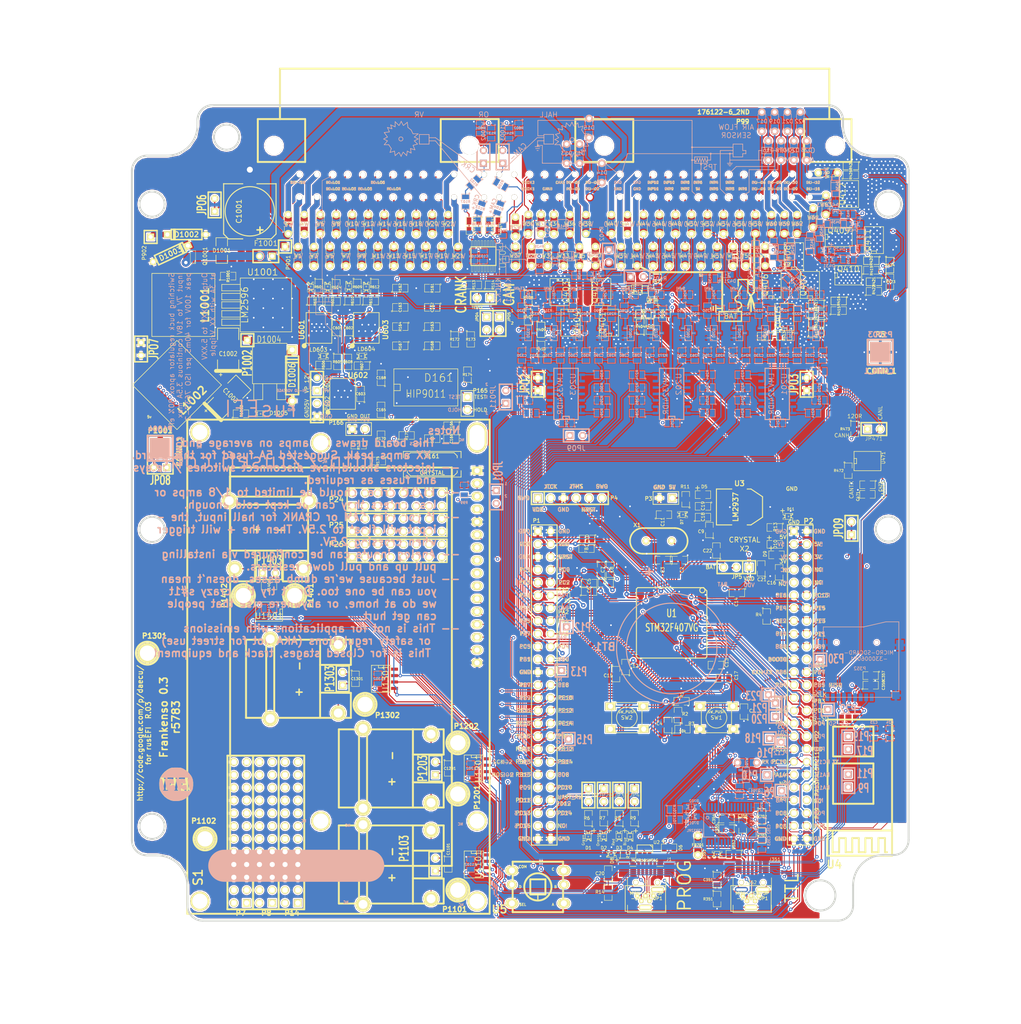
<source format=kicad_pcb>
(kicad_pcb (version 3) (host pcbnew "(2013-07-07 BZR 4022)-stable")
  (title_block (title Frankenso) (rev R.03) (company http://rusefi.com/))
  (layers (15 F.Cu signal) (2 PWR power) (1 GND power) (0 B.Cu signal) (18 B.Paste user) (19 F.Paste user) (20 B.SilkS user) (21 F.SilkS user) (22 B.Mask user) (23 F.Mask user) (28 Edge.Cuts user))
  (net 0 "")
  (net 1 /DD_HIP9011/5V)
  (net 2 /DD_HIP9011/CS)
  (net 3 /DD_HIP9011/INT/HLD)
  (net 4 /DD_HIP9011/INTOUT)
  (net 5 /DD_HIP9011/KNOCK1)
  (net 6 /DD_HIP9011/KNOCK2)
  (net 7 /DD_HIP9011/OUT)
  (net 8 /DD_HIP9011/TEST)
  (net 9 /HD44780_VCC)
  (net 10 /PWR_buck_12V_switcher/FB)
  (net 11 /PWR_buck_12V_switcher/OUT)
  (net 12 /PWR_buck_12V_switcher/VBAT)
  (net 13 /PWR_buck_12V_switcher/Vf)
  (net 14 /adc_amp_divider/INP1)
  (net 15 /adc_amp_divider/INP10)
  (net 16 /adc_amp_divider/INP11)
  (net 17 /adc_amp_divider/INP12)
  (net 18 /adc_amp_divider/INP2)
  (net 19 /adc_amp_divider/INP3)
  (net 20 /adc_amp_divider/INP4)
  (net 21 /adc_amp_divider/INP5)
  (net 22 /adc_amp_divider/INP6)
  (net 23 /adc_amp_divider/INP7)
  (net 24 /adc_amp_divider/INP8)
  (net 25 /adc_amp_divider/INP9)
  (net 26 /adc_amp_divider/OUT1)
  (net 27 /adc_amp_divider/OUT10)
  (net 28 /adc_amp_divider/OUT11)
  (net 29 /adc_amp_divider/OUT12)
  (net 30 /adc_amp_divider/OUT2)
  (net 31 /adc_amp_divider/OUT3)
  (net 32 /adc_amp_divider/OUT4)
  (net 33 /adc_amp_divider/OUT5)
  (net 34 /adc_amp_divider/OUT6)
  (net 35 /adc_amp_divider/OUT7)
  (net 36 /adc_amp_divider/OUT8)
  (net 37 /adc_amp_divider/OUT9)
  (net 38 /can_brd_1/3.3V)
  (net 39 /can_brd_1/CANH)
  (net 40 /can_brd_1/CANL)
  (net 41 /can_brd_1/CAN_RX)
  (net 42 /can_brd_1/CAN_TX)
  (net 43 /cps_vrs_io_1/CAM)
  (net 44 /cps_vrs_io_1/CAM+)
  (net 45 /cps_vrs_io_1/CAM-)
  (net 46 /cps_vrs_io_1/CRANK)
  (net 47 /cps_vrs_io_1/CRK2+)
  (net 48 /cps_vrs_io_1/CRK2-)
  (net 49 /hi-lo/12V)
  (net 50 /hi-lo/HL1)
  (net 51 /hi-lo/HL2)
  (net 52 /hi-lo/HL3)
  (net 53 /hi-lo/HL4)
  (net 54 /hi-lo/HL5)
  (net 55 /hi-lo/HL6)
  (net 56 /hi-lo/H_IN1)
  (net 57 /hi-lo/H_IN2)
  (net 58 /hi-lo/H_IN3)
  (net 59 /hi-lo/H_IN4)
  (net 60 /hi-lo/H_IN5)
  (net 61 /hi-lo/H_IN6)
  (net 62 /hi-lo/VP)
  (net 63 /inj_12ch/INJ-01)
  (net 64 /inj_12ch/INJ-01_2)
  (net 65 /inj_12ch/INJ-01_5V)
  (net 66 /inj_12ch/INJ-02)
  (net 67 /inj_12ch/INJ-02_5V)
  (net 68 /inj_12ch/INJ-03)
  (net 69 /inj_12ch/INJ-03_5V)
  (net 70 /inj_12ch/INJ-04)
  (net 71 /inj_12ch/INJ-04_5V)
  (net 72 /inj_12ch/INJ-05)
  (net 73 /inj_12ch/INJ-05_5V)
  (net 74 /inj_12ch/INJ-06)
  (net 75 /inj_12ch/INJ-06_5V)
  (net 76 /inj_12ch/INJ-07)
  (net 77 /inj_12ch/INJ-07_5V)
  (net 78 /inj_12ch/INJ-08)
  (net 79 /inj_12ch/INJ-08_5V)
  (net 80 /inj_12ch/INJ-09)
  (net 81 /inj_12ch/INJ-09_5V)
  (net 82 /inj_12ch/INJ-10)
  (net 83 /inj_12ch/INJ-10_5V)
  (net 84 /inj_12ch/INJ-11)
  (net 85 /inj_12ch/INJ-11_5V)
  (net 86 /inj_12ch/INJ-12)
  (net 87 /inj_12ch/INJ-12_5V)
  (net 88 /mmc_usb_1/CB2)
  (net 89 /mmc_usb_1/CB4)
  (net 90 /mmc_usb_1/CS_SD_MODULE)
  (net 91 /mmc_usb_1/D+)
  (net 92 /mmc_usb_1/D-)
  (net 93 /mmc_usb_1/FTVCC)
  (net 94 /mmc_usb_1/PWREN#)
  (net 95 /mmc_usb_1/RESET)
  (net 96 /mmc_usb_1/RI)
  (net 97 /mmc_usb_1/Vbus)
  (net 98 /mmc_usb_1/shield)
  (net 99 /stm32f407_board/BOOT0)
  (net 100 /stm32f407_board/D+)
  (net 101 /stm32f407_board/D-)
  (net 102 /stm32f407_board/NRST)
  (net 103 /stm32f407_board/PA10)
  (net 104 /stm32f407_board/PA11)
  (net 105 /stm32f407_board/PA12)
  (net 106 /stm32f407_board/PA15)
  (net 107 /stm32f407_board/PA5)
  (net 108 /stm32f407_board/PA9)
  (net 109 /stm32f407_board/PB0)
  (net 110 /stm32f407_board/PB1)
  (net 111 /stm32f407_board/PB10)
  (net 112 /stm32f407_board/PB13)
  (net 113 /stm32f407_board/PB14)
  (net 114 /stm32f407_board/PB15)
  (net 115 /stm32f407_board/PB3)
  (net 116 /stm32f407_board/PB5)
  (net 117 /stm32f407_board/PC10)
  (net 118 /stm32f407_board/PC11)
  (net 119 /stm32f407_board/PC12)
  (net 120 /stm32f407_board/PC6)
  (net 121 /stm32f407_board/PC8)
  (net 122 /stm32f407_board/PD0)
  (net 123 /stm32f407_board/PD1)
  (net 124 /stm32f407_board/PD10)
  (net 125 /stm32f407_board/PD11)
  (net 126 /stm32f407_board/PD13)
  (net 127 /stm32f407_board/PD14)
  (net 128 /stm32f407_board/PD15)
  (net 129 /stm32f407_board/PD2)
  (net 130 /stm32f407_board/PD3)
  (net 131 /stm32f407_board/PD5)
  (net 132 /stm32f407_board/PD6)
  (net 133 /stm32f407_board/PD8)
  (net 134 /stm32f407_board/PD9)
  (net 135 /stm32f407_board/PE11)
  (net 136 /stm32f407_board/PE13)
  (net 137 /stm32f407_board/PE15)
  (net 138 /stm32f407_board/PE7)
  (net 139 /stm32f407_board/PE9)
  (net 140 /stm32f407_board/VDD)
  (net 141 /stm32f407_board/shield)
  (net 142 /thermocouple1//CS)
  (net 143 /thermocouple1/MISO)
  (net 144 /thermocouple1/TCPL+)
  (net 145 /thermocouple1/TCPL-)
  (net 146 /thermocouple2//CS)
  (net 147 /thermocouple2/TCPL+)
  (net 148 /thermocouple2/TCPL-)
  (net 149 /thermocouple3//CS)
  (net 150 /thermocouple3/TCPL+)
  (net 151 /thermocouple3/TCPL-)
  (net 152 /thermocouple4//CS)
  (net 153 /thermocouple4/TCPL+)
  (net 154 /thermocouple4/TCPL-)
  (net 155 GND)
  (net 156 N-00000155)
  (net 157 N-00000225)
  (net 158 N-00000226)
  (net 159 N-00000227)
  (net 160 N-00000228)
  (net 161 N-00000229)
  (net 162 N-00000230)
  (net 163 N-00000231)
  (net 164 N-00000232)
  (net 165 N-00000233)
  (net 166 N-00000234)
  (net 167 N-00000236)
  (net 168 N-00000240)
  (net 169 N-00000243)
  (net 170 N-00000245)
  (net 171 N-00000247)
  (net 172 N-00000248)
  (net 173 N-00000249)
  (net 174 N-00000251)
  (net 175 N-00000253)
  (net 176 N-00000255)
  (net 177 N-00000261)
  (net 178 N-00000262)
  (net 179 N-00000263)
  (net 180 N-00000265)
  (net 181 N-00000267)
  (net 182 N-00000269)
  (net 183 N-00000271)
  (net 184 N-00000273)
  (net 185 N-00000274)
  (net 186 N-00000275)
  (net 187 N-00000276)
  (net 188 N-00000280)
  (net 189 N-00000282)
  (net 190 N-00000284)
  (net 191 N-00000286)
  (net 192 N-00000287)
  (net 193 N-00000289)
  (net 194 N-00000290)
  (net 195 N-00000292)
  (net 196 N-00000320)
  (net 197 N-00000322)
  (net 198 N-00000323)
  (net 199 N-00000324)
  (net 200 N-00000325)
  (net 201 N-00000326)
  (net 202 N-00000327)
  (net 203 N-00000328)
  (net 204 N-00000329)
  (net 205 N-00000332)
  (net 206 N-00000333)
  (net 207 N-00000335)
  (net 208 N-00000337)
  (net 209 N-00000340)
  (net 210 N-00000342)
  (net 211 N-00000344)
  (net 212 N-00000346)
  (net 213 N-00000347)
  (net 214 N-00000349)
  (net 215 N-00000351)
  (net 216 N-00000353)
  (net 217 N-00000362)
  (net 218 N-00000363)
  (net 219 N-00000364)
  (net 220 N-00000365)
  (net 221 N-00000366)
  (net 222 N-00000367)
  (net 223 N-00000368)
  (net 224 N-00000369)
  (net 225 N-00000370)
  (net 226 N-00000371)
  (net 227 N-00000372)
  (net 228 N-00000373)
  (net 229 N-00000374)
  (net 230 N-00000375)
  (net 231 N-00000376)
  (net 232 N-00000377)
  (net 233 N-00000378)
  (net 234 N-00000379)
  (net 235 N-00000380)
  (net 236 N-00000381)
  (net 237 N-00000382)
  (net 238 N-00000383)
  (net 239 N-00000384)
  (net 240 N-00000385)
  (net 241 N-00000386)
  (net 242 N-00000387)
  (net 243 N-00000388)
  (net 244 N-00000389)
  (net 245 N-00000390)
  (net 246 N-00000391)
  (net 247 N-00000393)
  (net 248 N-00000394)
  (net 249 N-00000395)
  (net 250 N-00000396)
  (net 251 N-00000397)
  (net 252 N-00000398)
  (net 253 N-00000400)
  (net 254 N-00000401)
  (net 255 N-00000404)
  (net 256 N-00000405)
  (net 257 N-00000406)
  (net 258 N-00000407)
  (net 259 N-00000408)
  (net 260 N-00000411)
  (net 261 N-00000412)
  (net 262 N-00000413)
  (net 263 N-00000414)
  (net 264 N-00000415)
  (net 265 N-00000418)
  (net 266 N-00000421)
  (net 267 N-00000424)
  (net 268 N-00000425)
  (net 269 N-00000428)
  (net 270 N-00000429)
  (net 271 N-00000435)
  (net 272 N-00000438)
  (net 273 N-00000439)
  (net 274 N-00000440)
  (net 275 N-00000443)
  (net 276 N-00000444)
  (net 277 N-00000445)
  (net 278 N-00000446)
  (net 279 N-00000447)
  (net 280 N-00000448)
  (net 281 N-00000449)
  (net 282 N-00000450)
  (net 283 N-00000451)
  (net 284 N-00000452)
  (net 285 N-00000453)
  (net 286 N-00000454)
  (net 287 N-00000455)
  (net 288 N-00000456)
  (net 289 N-00000457)
  (net 290 N-00000458)
  (net 291 N-00000463)
  (net 292 N-00000466)
  (net 293 N-00000467)
  (net 294 N-00000468)
  (net 295 N-00000469)
  (net 296 N-00000471)
  (net 297 N-00000481)
  (net 298 N-00000482)
  (net 299 N-00000492)
  (net 300 N-00000493)
  (net 301 N-00000495)
  (net 302 N-00000496)
  (net 303 N-00000497)
  (net 304 N-00000500)
  (net 305 N-00000501)
  (net 306 N-00000502)
  (net 307 N-00000503)
  (net 308 N-00000504)
  (net 309 N-00000505)
  (net 310 N-00000506)
  (net 311 N-00000509)
  (net 312 N-00000510)
  (net 313 N-00000511)
  (net 314 N-00000512)
  (net 315 N-00000513)
  (net 316 N-00000514)
  (net 317 N-00000515)
  (net 318 N-00000516)
  (net 319 N-00000519)
  (net 320 N-00000523)
  (net 321 N-00000524)
  (net 322 N-00000525)
  (net 323 N-00000527)
  (net 324 N-00000528)
  (net 325 N-00000529)
  (net 326 N-00000530)
  (net 327 N-00000531)
  (net 328 N-00000532)
  (net 329 N-00000533)
  (net 330 N-00000534)
  (net 331 N-00000538)
  (net 332 N-00000541)
  (net 333 N-00000546)
  (net 334 N-00000552)
  (net 335 N-00000553)
  (net 336 N-00000554)
  (net 337 N-00000556)
  (net 338 N-00000557)
  (net 339 N-00000558)
  (net 340 N-00000559)
  (net 341 N-00000560)
  (net 342 N-00000561)
  (net 343 N-00000562)
  (net 344 N-00000570)
  (net 345 N-00000571)
  (net 346 N-00000572)
  (net 347 N-00000573)
  (net 348 N-00000574)
  (net 349 N-00000575)
  (net 350 N-00000576)
  (net 351 N-00000577)
  (net 352 N-00000578)
  (net 353 N-00000583)
  (net 354 N-00000584)
  (net 355 N-00000585)
  (net 356 N-00000586)
  (net 357 N-00000587)
  (module SMDSVP10 (layer F.Cu) (at 131.445 62.23 90)
    (fp_text reference C1001 (at 0 -2.159 90) (layer F.SilkS) (effects (font (size 1.016 1.00076) (thickness 0.15748))))
    (fp_text value "470uF 25V" hide)
    (fp_text user + (at -3.683 1.905 90) (layer F.SilkS) (effects (font (size 1.524 1.524) (thickness 0.3048))))
    (pad 1 smd rect (at -4.39928 0 90) (size 4.39928 1.89992) (layers F.Cu F.Paste F.Mask) (net 12 /PWR_buck_12V_switcher/VBAT))
    (pad 2 smd rect (at 4.30022 0 90) (size 4.39928 1.89992) (layers F.Cu F.Paste F.Mask) (net 155 GND))
  )
  (module DISPLAY_4x20_BL (layer F.Cu) (at 176.53 106.045 270)
    (fp_text reference S1 (at 88.265 55.372 270) (layer F.SilkS) (effects (font (size 1.778 1.778) (thickness 0.3048))))
    (fp_text value DISPLAY_BL hide)
    (pad "" thru_hole circle (at 2.12 31 270) (size 3.81 3.81) (drill 3.048) (layers *.Cu *.Mask F.SilkS))
    (pad "" thru_hole circle (at 77.12 31 270) (size 3.81 3.81) (drill 3.048) (layers *.Cu *.Mask F.SilkS))
    (pad "" thru_hole circle (at 77.12 0 270) (size 3.81 3.81) (drill 3.048) (layers *.Cu *.Mask F.SilkS))
    (pad A thru_hole oval (at 43.18 0 270) (size 1.651 2.159) (drill 1.016) (layers *.Cu *.Mask F.SilkS) (net 9 /HD44780_VCC))
    (pad K thru_hole oval (at 45.72 0 270) (size 1.651 2.159) (drill 1.016) (layers *.Cu *.Mask F.SilkS) (net 155 GND))
    (pad 1 thru_hole rect (at 7.62 0 270) (size 1.651 2.159) (drill 1.016) (layers *.Cu *.Mask F.SilkS) (net 155 GND))
    (pad 2 thru_hole oval (at 10.16 0 270) (size 1.651 2.159) (drill 1.016) (layers *.Cu *.Mask F.SilkS) (net 9 /HD44780_VCC))
    (pad 3 thru_hole oval (at 12.7 0 270) (size 1.651 2.159) (drill 1.016) (layers *.Cu *.Mask F.SilkS) (net 178 N-00000262))
    (pad 4 thru_hole oval (at 15.24 0 270) (size 1.651 2.159) (drill 1.016) (layers *.Cu *.Mask F.SilkS) (net 138 /stm32f407_board/PE7))
    (pad 5 thru_hole oval (at 17.78 0 270) (size 1.651 2.159) (drill 1.016) (layers *.Cu *.Mask F.SilkS) (net 155 GND))
    (pad 6 thru_hole oval (at 20.32 0 270) (size 1.651 2.159) (drill 1.016) (layers *.Cu *.Mask F.SilkS) (net 139 /stm32f407_board/PE9))
    (pad 7 thru_hole oval (at 22.86 0 270) (size 1.651 2.159) (drill 1.016) (layers *.Cu *.Mask F.SilkS))
    (pad 8 thru_hole oval (at 25.4 0 270) (size 1.651 2.159) (drill 1.016) (layers *.Cu *.Mask F.SilkS))
    (pad 9 thru_hole oval (at 27.94 0 270) (size 1.651 2.159) (drill 1.016) (layers *.Cu *.Mask F.SilkS))
    (pad 10 thru_hole oval (at 30.48 0 270) (size 1.651 2.159) (drill 1.016) (layers *.Cu *.Mask F.SilkS))
    (pad 11 thru_hole oval (at 33.02 0 270) (size 1.651 2.159) (drill 1.016) (layers *.Cu *.Mask F.SilkS) (net 135 /stm32f407_board/PE11))
    (pad 12 thru_hole oval (at 35.56 0 270) (size 1.651 2.159) (drill 1.016) (layers *.Cu *.Mask F.SilkS) (net 136 /stm32f407_board/PE13))
    (pad 13 thru_hole oval (at 38.1 0 270) (size 1.651 2.159) (drill 1.016) (layers *.Cu *.Mask F.SilkS) (net 137 /stm32f407_board/PE15))
    (pad 14 thru_hole oval (at 40.64 0 270) (size 1.651 2.159) (drill 1.016) (layers *.Cu *.Mask F.SilkS) (net 111 /stm32f407_board/PB10))
    (pad "" thru_hole oval (at 1.06 0 270) (size 6 3.81) (drill oval 5.02 3.048) (layers *.Cu *.Mask F.SilkS))
    (pad "" thru_hole circle (at 92.99956 0 270) (size 3.81 3.81) (drill 3.048) (layers *.Cu *.Mask F.SilkS))
    (pad "" thru_hole circle (at 0 55.0037 270) (size 3.81 3.81) (drill 3.048) (layers *.Cu *.Mask F.SilkS))
    (pad "" thru_hole circle (at 92.99956 55.00116 270) (size 3.81 3.81) (drill 3.048) (layers *.Cu *.Mask F.SilkS))
  )
  (module TQFP_100 (layer F.Cu) (at 215.138 143.85036)
    (fp_text reference U1 (at 0 -1.905) (layer F.SilkS) (effects (font (size 1.524 1.016) (thickness 0.2032))))
    (fp_text value STM32F407VG (at 0.0254 0.9398) (layer F.SilkS) (effects (font (size 1.524 1.016) (thickness 0.2032))))
    (pad 100 smd rect (at 7.747 -5.9944) (size 1.016 0.254) (layers F.Cu F.Paste F.Mask) (net 140 /stm32f407_board/VDD))
    (pad 76 smd rect (at 7.747 5.9944) (size 1.016 0.254) (layers F.Cu F.Paste F.Mask) (net 146 /thermocouple2//CS))
    (pad 77 smd rect (at 7.747 5.4864) (size 1.016 0.254) (layers F.Cu F.Paste F.Mask) (net 106 /stm32f407_board/PA15))
    (pad 78 smd rect (at 7.747 5.0038) (size 1.016 0.254) (layers F.Cu F.Paste F.Mask) (net 117 /stm32f407_board/PC10))
    (pad 79 smd rect (at 7.747 4.4958) (size 1.016 0.254) (layers F.Cu F.Paste F.Mask) (net 118 /stm32f407_board/PC11))
    (pad 80 smd rect (at 7.747 3.9878) (size 1.016 0.254) (layers F.Cu F.Paste F.Mask) (net 119 /stm32f407_board/PC12))
    (pad 81 smd rect (at 7.747 3.5052) (size 1.016 0.254) (layers F.Cu F.Paste F.Mask) (net 122 /stm32f407_board/PD0))
    (pad 82 smd rect (at 7.747 2.9972) (size 1.016 0.254) (layers F.Cu F.Paste F.Mask) (net 123 /stm32f407_board/PD1))
    (pad 83 smd rect (at 7.747 2.4892) (size 1.016 0.254) (layers F.Cu F.Paste F.Mask) (net 129 /stm32f407_board/PD2))
    (pad 84 smd rect (at 7.747 2.0066) (size 1.016 0.254) (layers F.Cu F.Paste F.Mask) (net 130 /stm32f407_board/PD3))
    (pad 85 smd rect (at 7.747 1.4986) (size 1.016 0.254) (layers F.Cu F.Paste F.Mask) (net 90 /mmc_usb_1/CS_SD_MODULE))
    (pad 86 smd rect (at 7.747 0.9906) (size 1.016 0.254) (layers F.Cu F.Paste F.Mask) (net 131 /stm32f407_board/PD5))
    (pad 87 smd rect (at 7.747 0.4826) (size 1.016 0.254) (layers F.Cu F.Paste F.Mask) (net 132 /stm32f407_board/PD6))
    (pad 88 smd rect (at 7.747 0) (size 1.016 0.254) (layers F.Cu F.Paste F.Mask) (net 69 /inj_12ch/INJ-03_5V))
    (pad 89 smd rect (at 7.747 -0.508) (size 1.016 0.254) (layers F.Cu F.Paste F.Mask) (net 115 /stm32f407_board/PB3))
    (pad 90 smd rect (at 7.747 -1.016) (size 1.016 0.254) (layers F.Cu F.Paste F.Mask) (net 143 /thermocouple1/MISO))
    (pad 91 smd rect (at 7.747 -1.4986) (size 1.016 0.254) (layers F.Cu F.Paste F.Mask) (net 116 /stm32f407_board/PB5))
    (pad 92 smd rect (at 7.747 -2.0066) (size 1.016 0.254) (layers F.Cu F.Paste F.Mask) (net 42 /can_brd_1/CAN_TX))
    (pad 93 smd rect (at 7.747 -2.5146) (size 1.016 0.254) (layers F.Cu F.Paste F.Mask) (net 87 /inj_12ch/INJ-12_5V))
    (pad 94 smd rect (at 7.747 -2.9972) (size 1.016 0.254) (layers F.Cu F.Paste F.Mask) (net 99 /stm32f407_board/BOOT0))
    (pad 95 smd rect (at 7.747 -3.5052) (size 1.016 0.254) (layers F.Cu F.Paste F.Mask) (net 85 /inj_12ch/INJ-11_5V))
    (pad 96 smd rect (at 7.747 -4.0132) (size 1.016 0.254) (layers F.Cu F.Paste F.Mask) (net 81 /inj_12ch/INJ-09_5V))
    (pad 97 smd rect (at 7.747 -4.4958) (size 1.016 0.254) (layers F.Cu F.Paste F.Mask) (net 83 /inj_12ch/INJ-10_5V))
    (pad 98 smd rect (at 7.747 -5.0038) (size 1.016 0.254) (layers F.Cu F.Paste F.Mask) (net 77 /inj_12ch/INJ-07_5V))
    (pad 99 smd rect (at 7.747 -5.5118) (size 1.016 0.254) (layers F.Cu F.Paste F.Mask) (net 155 GND))
    (pad 75 smd rect (at 5.9944 7.747) (size 0.254 1.016) (layers F.Cu F.Paste F.Mask) (net 140 /stm32f407_board/VDD))
    (pad 51 smd rect (at -5.9944 7.747) (size 0.254 1.016) (layers F.Cu F.Paste F.Mask) (net 142 /thermocouple1//CS))
    (pad 52 smd rect (at -5.4864 7.747) (size 0.254 1.016) (layers F.Cu F.Paste F.Mask) (net 112 /stm32f407_board/PB13))
    (pad 53 smd rect (at -5.0038 7.747) (size 0.254 1.016) (layers F.Cu F.Paste F.Mask) (net 113 /stm32f407_board/PB14))
    (pad 54 smd rect (at -4.4958 7.747) (size 0.254 1.016) (layers F.Cu F.Paste F.Mask) (net 114 /stm32f407_board/PB15))
    (pad 55 smd rect (at -3.9878 7.747) (size 0.254 1.016) (layers F.Cu F.Paste F.Mask) (net 133 /stm32f407_board/PD8))
    (pad 56 smd rect (at -3.5052 7.747) (size 0.254 1.016) (layers F.Cu F.Paste F.Mask) (net 134 /stm32f407_board/PD9))
    (pad 57 smd rect (at -2.9972 7.747) (size 0.254 1.016) (layers F.Cu F.Paste F.Mask) (net 124 /stm32f407_board/PD10))
    (pad 58 smd rect (at -2.4892 7.747) (size 0.254 1.016) (layers F.Cu F.Paste F.Mask) (net 125 /stm32f407_board/PD11))
    (pad 59 smd rect (at -2.0066 7.747) (size 0.254 1.016) (layers F.Cu F.Paste F.Mask) (net 41 /can_brd_1/CAN_RX))
    (pad 60 smd rect (at -1.4986 7.747) (size 0.254 1.016) (layers F.Cu F.Paste F.Mask) (net 126 /stm32f407_board/PD13))
    (pad 61 smd rect (at -0.9906 7.747) (size 0.254 1.016) (layers F.Cu F.Paste F.Mask) (net 127 /stm32f407_board/PD14))
    (pad 62 smd rect (at -0.4826 7.747) (size 0.254 1.016) (layers F.Cu F.Paste F.Mask) (net 128 /stm32f407_board/PD15))
    (pad 63 smd rect (at 0 7.747) (size 0.254 1.016) (layers F.Cu F.Paste F.Mask) (net 120 /stm32f407_board/PC6))
    (pad 64 smd rect (at 0.508 7.747) (size 0.254 1.016) (layers F.Cu F.Paste F.Mask) (net 56 /hi-lo/H_IN1))
    (pad 65 smd rect (at 1.016 7.747) (size 0.254 1.016) (layers F.Cu F.Paste F.Mask) (net 121 /stm32f407_board/PC8))
    (pad 66 smd rect (at 1.4986 7.747) (size 0.254 1.016) (layers F.Cu F.Paste F.Mask) (net 58 /hi-lo/H_IN3))
    (pad 67 smd rect (at 2.0066 7.747) (size 0.254 1.016) (layers F.Cu F.Paste F.Mask) (net 149 /thermocouple3//CS))
    (pad 68 smd rect (at 2.5146 7.747) (size 0.254 1.016) (layers F.Cu F.Paste F.Mask) (net 108 /stm32f407_board/PA9))
    (pad 69 smd rect (at 2.9972 7.747) (size 0.254 1.016) (layers F.Cu F.Paste F.Mask) (net 103 /stm32f407_board/PA10))
    (pad 70 smd rect (at 3.5052 7.747) (size 0.254 1.016) (layers F.Cu F.Paste F.Mask) (net 104 /stm32f407_board/PA11))
    (pad 71 smd rect (at 4.0132 7.747) (size 0.254 1.016) (layers F.Cu F.Paste F.Mask) (net 105 /stm32f407_board/PA12))
    (pad 72 smd rect (at 4.4958 7.747) (size 0.254 1.016) (layers F.Cu F.Paste F.Mask) (net 152 /thermocouple4//CS))
    (pad 73 smd rect (at 5.0038 7.747) (size 0.254 1.016) (layers F.Cu F.Paste F.Mask) (net 354 N-00000584))
    (pad 74 smd rect (at 5.5118 7.747) (size 0.254 1.016) (layers F.Cu F.Paste F.Mask) (net 155 GND))
    (pad 1 smd rect (at 5.9944 -7.747) (size 0.254 1.016) (layers F.Cu F.Paste F.Mask) (net 79 /inj_12ch/INJ-08_5V))
    (pad 2 smd rect (at 5.4864 -7.747) (size 0.254 1.016) (layers F.Cu F.Paste F.Mask) (net 73 /inj_12ch/INJ-05_5V))
    (pad 3 smd rect (at 5.0038 -7.747) (size 0.254 1.016) (layers F.Cu F.Paste F.Mask) (net 75 /inj_12ch/INJ-06_5V))
    (pad 4 smd rect (at 4.4958 -7.747) (size 0.254 1.016) (layers F.Cu F.Paste F.Mask) (net 67 /inj_12ch/INJ-02_5V))
    (pad 5 smd rect (at 3.9878 -7.747) (size 0.254 1.016) (layers F.Cu F.Paste F.Mask) (net 65 /inj_12ch/INJ-01_5V))
    (pad 6 smd rect (at 3.5052 -7.747) (size 0.254 1.016) (layers F.Cu F.Paste F.Mask) (net 346 N-00000572))
    (pad 7 smd rect (at 2.9972 -7.747) (size 0.254 1.016) (layers F.Cu F.Paste F.Mask) (net 71 /inj_12ch/INJ-04_5V))
    (pad 8 smd rect (at 2.4892 -7.747) (size 0.254 1.016) (layers F.Cu F.Paste F.Mask) (net 335 N-00000553))
    (pad 9 smd rect (at 2.0066 -7.747) (size 0.254 1.016) (layers F.Cu F.Paste F.Mask) (net 334 N-00000552))
    (pad 10 smd rect (at 1.4986 -7.747) (size 0.254 1.016) (layers F.Cu F.Paste F.Mask) (net 155 GND))
    (pad 11 smd rect (at 0.9906 -7.747) (size 0.254 1.016) (layers F.Cu F.Paste F.Mask) (net 140 /stm32f407_board/VDD))
    (pad 12 smd rect (at 0.4826 -7.747) (size 0.254 1.016) (layers F.Cu F.Paste F.Mask) (net 336 N-00000554))
    (pad 13 smd rect (at 0 -7.747) (size 0.254 1.016) (layers F.Cu F.Paste F.Mask) (net 353 N-00000583))
    (pad 14 smd rect (at -0.508 -7.747) (size 0.254 1.016) (layers F.Cu F.Paste F.Mask) (net 102 /stm32f407_board/NRST))
    (pad 15 smd rect (at -1.016 -7.747) (size 0.254 1.016) (layers F.Cu F.Paste F.Mask) (net 7 /DD_HIP9011/OUT))
    (pad 16 smd rect (at -1.4986 -7.747) (size 0.254 1.016) (layers F.Cu F.Paste F.Mask) (net 30 /adc_amp_divider/OUT2))
    (pad 17 smd rect (at -2.0066 -7.747) (size 0.254 1.016) (layers F.Cu F.Paste F.Mask) (net 26 /adc_amp_divider/OUT1))
    (pad 18 smd rect (at -2.5146 -7.747) (size 0.254 1.016) (layers F.Cu F.Paste F.Mask) (net 32 /adc_amp_divider/OUT4))
    (pad 19 smd rect (at -2.9972 -7.747) (size 0.254 1.016) (layers F.Cu F.Paste F.Mask) (net 140 /stm32f407_board/VDD))
    (pad 20 smd rect (at -3.5052 -7.747) (size 0.254 1.016) (layers F.Cu F.Paste F.Mask) (net 155 GND))
    (pad 21 smd rect (at -4.0132 -7.747) (size 0.254 1.016) (layers F.Cu F.Paste F.Mask) (net 352 N-00000578))
    (pad 22 smd rect (at -4.4958 -7.747) (size 0.254 1.016) (layers F.Cu F.Paste F.Mask) (net 357 N-00000587))
    (pad 23 smd rect (at -5.0038 -7.747) (size 0.254 1.016) (layers F.Cu F.Paste F.Mask) (net 31 /adc_amp_divider/OUT3))
    (pad 24 smd rect (at -5.5118 -7.747) (size 0.254 1.016) (layers F.Cu F.Paste F.Mask) (net 34 /adc_amp_divider/OUT6))
    (pad 25 smd rect (at -5.9944 -7.747) (size 0.254 1.016) (layers F.Cu F.Paste F.Mask) (net 33 /adc_amp_divider/OUT5))
    (pad 26 smd rect (at -7.747 -5.9944) (size 1.016 0.254) (layers F.Cu F.Paste F.Mask) (net 36 /adc_amp_divider/OUT8))
    (pad 27 smd rect (at -7.747 -5.4864) (size 1.016 0.254) (layers F.Cu F.Paste F.Mask) (net 155 GND))
    (pad 28 smd rect (at -7.747 -5.0038) (size 1.016 0.254) (layers F.Cu F.Paste F.Mask) (net 140 /stm32f407_board/VDD))
    (pad 29 smd rect (at -7.747 -4.4958) (size 1.016 0.254) (layers F.Cu F.Paste F.Mask) (net 35 /adc_amp_divider/OUT7))
    (pad 30 smd rect (at -7.747 -3.9878) (size 1.016 0.254) (layers F.Cu F.Paste F.Mask) (net 107 /stm32f407_board/PA5))
    (pad 31 smd rect (at -7.747 -3.5052) (size 1.016 0.254) (layers F.Cu F.Paste F.Mask) (net 27 /adc_amp_divider/OUT10))
    (pad 32 smd rect (at -7.747 -2.9972) (size 1.016 0.254) (layers F.Cu F.Paste F.Mask) (net 37 /adc_amp_divider/OUT9))
    (pad 33 smd rect (at -7.747 -2.4892) (size 1.016 0.254) (layers F.Cu F.Paste F.Mask) (net 29 /adc_amp_divider/OUT12))
    (pad 34 smd rect (at -7.747 -2.0066) (size 1.016 0.254) (layers F.Cu F.Paste F.Mask) (net 28 /adc_amp_divider/OUT11))
    (pad 35 smd rect (at -7.747 -1.4986) (size 1.016 0.254) (layers F.Cu F.Paste F.Mask) (net 109 /stm32f407_board/PB0))
    (pad 36 smd rect (at -7.747 -0.9906) (size 1.016 0.254) (layers F.Cu F.Paste F.Mask) (net 110 /stm32f407_board/PB1))
    (pad 37 smd rect (at -7.747 -0.4826) (size 1.016 0.254) (layers F.Cu F.Paste F.Mask) (net 155 GND))
    (pad 38 smd rect (at -7.747 0) (size 1.016 0.254) (layers F.Cu F.Paste F.Mask) (net 138 /stm32f407_board/PE7))
    (pad 39 smd rect (at -7.747 0.508) (size 1.016 0.254) (layers F.Cu F.Paste F.Mask) (net 60 /hi-lo/H_IN5))
    (pad 40 smd rect (at -7.747 1.016) (size 1.016 0.254) (layers F.Cu F.Paste F.Mask) (net 139 /stm32f407_board/PE9))
    (pad 41 smd rect (at -7.747 1.4986) (size 1.016 0.254) (layers F.Cu F.Paste F.Mask) (net 61 /hi-lo/H_IN6))
    (pad 42 smd rect (at -7.747 2.0066) (size 1.016 0.254) (layers F.Cu F.Paste F.Mask) (net 135 /stm32f407_board/PE11))
    (pad 43 smd rect (at -7.747 2.5146) (size 1.016 0.254) (layers F.Cu F.Paste F.Mask) (net 59 /hi-lo/H_IN4))
    (pad 44 smd rect (at -7.747 2.9972) (size 1.016 0.254) (layers F.Cu F.Paste F.Mask) (net 136 /stm32f407_board/PE13))
    (pad 45 smd rect (at -7.747 3.5052) (size 1.016 0.254) (layers F.Cu F.Paste F.Mask) (net 57 /hi-lo/H_IN2))
    (pad 46 smd rect (at -7.747 4.0132) (size 1.016 0.254) (layers F.Cu F.Paste F.Mask) (net 137 /stm32f407_board/PE15))
    (pad 47 smd rect (at -7.747 4.4958) (size 1.016 0.254) (layers F.Cu F.Paste F.Mask) (net 111 /stm32f407_board/PB10))
    (pad 48 smd rect (at -7.747 5.0038) (size 1.016 0.254) (layers F.Cu F.Paste F.Mask) (net 3 /DD_HIP9011/INT/HLD))
    (pad 49 smd rect (at -7.747 5.5118) (size 1.016 0.254) (layers F.Cu F.Paste F.Mask) (net 355 N-00000585))
    (pad 50 smd rect (at -7.747 5.9944) (size 1.016 0.254) (layers F.Cu F.Paste F.Mask) (net 140 /stm32f407_board/VDD))
    (pad NC1 smd circle (at 7.62 -7.62) (size 0.508 0.508) (layers F.Cu F.Mask))
  )
  (module maxim-10-QSOP16 (layer F.Cu) (at 177.8 71.12)
    (fp_text reference U101 (at 3.81 0 90) (layer F.SilkS) (effects (font (size 1.27 1.27) (thickness 0.0889))))
    (fp_text value MAX9926/9927 hide)
    (pad 1 smd rect (at -2.2225 2.68986) (size 0.44958 1.4986) (layers F.Cu F.Paste F.Mask) (net 155 GND))
    (pad 2 smd rect (at -1.5875 2.68986) (size 0.44958 1.4986) (layers F.Cu F.Paste F.Mask))
    (pad 3 smd rect (at -0.9525 2.68986) (size 0.44958 1.4986) (layers F.Cu F.Paste F.Mask) (net 155 GND))
    (pad 4 smd rect (at -0.3175 2.68986) (size 0.44958 1.4986) (layers F.Cu F.Paste F.Mask) (net 46 /cps_vrs_io_1/CRANK))
    (pad 5 smd rect (at 0.3175 2.68986) (size 0.44958 1.4986) (layers F.Cu F.Paste F.Mask) (net 43 /cps_vrs_io_1/CAM))
    (pad 6 smd rect (at 0.9525 2.68986) (size 0.44958 1.4986) (layers F.Cu F.Paste F.Mask) (net 155 GND))
    (pad 7 smd rect (at 1.5875 2.68986) (size 0.44958 1.4986) (layers F.Cu F.Paste F.Mask))
    (pad 8 smd rect (at 2.2225 2.68986) (size 0.44958 1.4986) (layers F.Cu F.Paste F.Mask) (net 155 GND))
    (pad 9 smd rect (at 2.2225 -2.68986) (size 0.44958 1.4986) (layers F.Cu F.Paste F.Mask) (net 306 N-00000502))
    (pad 10 smd rect (at 1.5875 -2.68986) (size 0.44958 1.4986) (layers F.Cu F.Paste F.Mask) (net 304 N-00000500))
    (pad 11 smd rect (at 0.9525 -2.68986) (size 0.44958 1.4986) (layers F.Cu F.Paste F.Mask) (net 155 GND))
    (pad 12 smd rect (at 0.3175 -2.68986) (size 0.44958 1.4986) (layers F.Cu F.Paste F.Mask) (net 155 GND))
    (pad 13 smd rect (at -0.3175 -2.68986) (size 0.44958 1.4986) (layers F.Cu F.Paste F.Mask) (net 155 GND))
    (pad 14 smd rect (at -0.9525 -2.68986) (size 0.44958 1.4986) (layers F.Cu F.Paste F.Mask) (net 1 /DD_HIP9011/5V))
    (pad 15 smd rect (at -1.5875 -2.68986) (size 0.44958 1.4986) (layers F.Cu F.Paste F.Mask) (net 307 N-00000503))
    (pad 16 smd rect (at -2.2225 -2.68986) (size 0.44958 1.4986) (layers F.Cu F.Paste F.Mask) (net 308 N-00000504))
    (pad NC smd circle (at -3.048 -1.524) (size 0.508 0.508) (layers F.Cu F.Mask))
  )
  (module SM0805_jumper (layer F.Cu) (at 198.12 64.77 90)
    (fp_text reference W38 (at 0.0635 0 180) (layer F.SilkS) (effects (font (size 0.762 0.762) (thickness 0.127))))
    (fp_text value TEST hide)
    (pad 1 smd rect (at -0.9525 0 90) (size 0.889 1.397) (layers F.Cu F.Paste F.Mask) (net 64 /inj_12ch/INJ-01_2))
    (pad 2 smd rect (at 0.9525 0 90) (size 0.889 1.397) (layers F.Cu F.Paste F.Mask) (net 159 N-00000227))
    (pad 2 thru_hole circle (at 1.905 0 90) (size 1.524 1.524) (drill 0.8128) (layers *.Cu *.Mask F.SilkS) (net 159 N-00000227))
    (pad 1 thru_hole circle (at -1.905 0 90) (size 1.524 1.524) (drill 0.8128) (layers *.Cu *.Mask F.SilkS) (net 64 /inj_12ch/INJ-01_2))
    (pad 2 smd rect (at 1.27 0 90) (size 1.524 0.2032) (layers F.Cu F.Paste F.Mask) (net 159 N-00000227))
    (pad 1 smd rect (at -1.27 0 90) (size 1.524 0.2032) (layers F.Cu F.Paste F.Mask) (net 64 /inj_12ch/INJ-01_2))
  )
  (module SM0805_jumper (layer F.Cu) (at 154.94 64.77 90)
    (fp_text reference W12 (at 0.0635 0 180) (layer F.SilkS) (effects (font (size 0.762 0.762) (thickness 0.127))))
    (fp_text value TEST hide)
    (pad 1 smd rect (at -0.9525 0 90) (size 0.889 1.397) (layers F.Cu F.Paste F.Mask) (net 55 /hi-lo/HL6))
    (pad 2 smd rect (at 0.9525 0 90) (size 0.889 1.397) (layers F.Cu F.Paste F.Mask) (net 210 N-00000342))
    (pad 2 thru_hole circle (at 1.905 0 90) (size 1.524 1.524) (drill 0.8128) (layers *.Cu *.Mask F.SilkS) (net 210 N-00000342))
    (pad 1 thru_hole circle (at -1.905 0 90) (size 1.524 1.524) (drill 0.8128) (layers *.Cu *.Mask F.SilkS) (net 55 /hi-lo/HL6))
    (pad 2 smd rect (at 1.27 0 90) (size 1.524 0.2032) (layers F.Cu F.Paste F.Mask) (net 210 N-00000342))
    (pad 1 smd rect (at -1.27 0 90) (size 1.524 0.2032) (layers F.Cu F.Paste F.Mask) (net 55 /hi-lo/HL6))
  )
  (module SM0805_jumper (layer F.Cu) (at 151.765 64.77 90)
    (fp_text reference W10 (at 0.0635 0 180) (layer F.SilkS) (effects (font (size 0.762 0.762) (thickness 0.127))))
    (fp_text value TEST hide)
    (pad 1 smd rect (at -0.9525 0 90) (size 0.889 1.397) (layers F.Cu F.Paste F.Mask))
    (pad 2 smd rect (at 0.9525 0 90) (size 0.889 1.397) (layers F.Cu F.Paste F.Mask) (net 212 N-00000346))
    (pad 2 thru_hole circle (at 1.905 0 90) (size 1.524 1.524) (drill 0.8128) (layers *.Cu *.Mask F.SilkS) (net 212 N-00000346))
    (pad 1 thru_hole circle (at -1.905 0 90) (size 1.524 1.524) (drill 0.8128) (layers *.Cu *.Mask F.SilkS))
    (pad 2 smd rect (at 1.27 0 90) (size 1.524 0.2032) (layers F.Cu F.Paste F.Mask) (net 212 N-00000346))
    (pad 1 smd rect (at -1.27 0 90) (size 1.524 0.2032) (layers F.Cu F.Paste F.Mask))
  )
  (module SM0805_jumper (layer F.Cu) (at 148.59 64.77 90)
    (fp_text reference W8 (at 0.0635 0 180) (layer F.SilkS) (effects (font (size 0.762 0.762) (thickness 0.127))))
    (fp_text value TEST hide)
    (pad 1 smd rect (at -0.9525 0 90) (size 0.889 1.397) (layers F.Cu F.Paste F.Mask) (net 51 /hi-lo/HL2))
    (pad 2 smd rect (at 0.9525 0 90) (size 0.889 1.397) (layers F.Cu F.Paste F.Mask) (net 214 N-00000349))
    (pad 2 thru_hole circle (at 1.905 0 90) (size 1.524 1.524) (drill 0.8128) (layers *.Cu *.Mask F.SilkS) (net 214 N-00000349))
    (pad 1 thru_hole circle (at -1.905 0 90) (size 1.524 1.524) (drill 0.8128) (layers *.Cu *.Mask F.SilkS) (net 51 /hi-lo/HL2))
    (pad 2 smd rect (at 1.27 0 90) (size 1.524 0.2032) (layers F.Cu F.Paste F.Mask) (net 214 N-00000349))
    (pad 1 smd rect (at -1.27 0 90) (size 1.524 0.2032) (layers F.Cu F.Paste F.Mask) (net 51 /hi-lo/HL2))
  )
  (module SM0805_jumper (layer F.Cu) (at 145.415 64.77 90)
    (fp_text reference W6 (at 0.0635 0 180) (layer F.SilkS) (effects (font (size 0.762 0.762) (thickness 0.127))))
    (fp_text value TEST hide)
    (pad 1 smd rect (at -0.9525 0 90) (size 0.889 1.397) (layers F.Cu F.Paste F.Mask) (net 50 /hi-lo/HL1))
    (pad 2 smd rect (at 0.9525 0 90) (size 0.889 1.397) (layers F.Cu F.Paste F.Mask) (net 216 N-00000353))
    (pad 2 thru_hole circle (at 1.905 0 90) (size 1.524 1.524) (drill 0.8128) (layers *.Cu *.Mask F.SilkS) (net 216 N-00000353))
    (pad 1 thru_hole circle (at -1.905 0 90) (size 1.524 1.524) (drill 0.8128) (layers *.Cu *.Mask F.SilkS) (net 50 /hi-lo/HL1))
    (pad 2 smd rect (at 1.27 0 90) (size 1.524 0.2032) (layers F.Cu F.Paste F.Mask) (net 216 N-00000353))
    (pad 1 smd rect (at -1.27 0 90) (size 1.524 0.2032) (layers F.Cu F.Paste F.Mask) (net 50 /hi-lo/HL1))
  )
  (module SM0805_jumper (layer F.Cu) (at 139.065 64.77 90)
    (fp_text reference W2 (at 0.0635 0 180) (layer F.SilkS) (effects (font (size 0.762 0.762) (thickness 0.127))))
    (fp_text value TEST hide)
    (pad 1 smd rect (at -0.9525 0 90) (size 0.889 1.397) (layers F.Cu F.Paste F.Mask) (net 49 /hi-lo/12V))
    (pad 2 smd rect (at 0.9525 0 90) (size 0.889 1.397) (layers F.Cu F.Paste F.Mask) (net 156 N-00000155))
    (pad 2 thru_hole circle (at 1.905 0 90) (size 1.524 1.524) (drill 0.8128) (layers *.Cu *.Mask F.SilkS) (net 156 N-00000155))
    (pad 1 thru_hole circle (at -1.905 0 90) (size 1.524 1.524) (drill 0.8128) (layers *.Cu *.Mask F.SilkS) (net 49 /hi-lo/12V))
    (pad 1 smd rect (at -1.27 0 90) (size 1.524 0.2032) (layers F.Cu F.Paste F.Mask) (net 49 /hi-lo/12V))
    (pad 2 smd rect (at 1.27 0 90) (size 1.524 0.2032) (layers F.Cu F.Paste F.Mask) (net 156 N-00000155))
  )
  (module SM0805_jumper (layer F.Cu) (at 142.24 64.77 90)
    (fp_text reference W4 (at 0.0635 0 180) (layer F.SilkS) (effects (font (size 0.762 0.762) (thickness 0.127))))
    (fp_text value TEST hide)
    (pad 1 smd rect (at -0.9525 0 90) (size 0.889 1.397) (layers F.Cu F.Paste F.Mask))
    (pad 2 smd rect (at 0.9525 0 90) (size 0.889 1.397) (layers F.Cu F.Paste F.Mask) (net 205 N-00000332))
    (pad 2 thru_hole circle (at 1.905 0 90) (size 1.524 1.524) (drill 0.8128) (layers *.Cu *.Mask F.SilkS) (net 205 N-00000332))
    (pad 1 thru_hole circle (at -1.905 0 90) (size 1.524 1.524) (drill 0.8128) (layers *.Cu *.Mask F.SilkS))
    (pad 1 smd rect (at -1.27 0 90) (size 1.524 0.2032) (layers F.Cu F.Paste F.Mask))
    (pad 2 smd rect (at 1.27 0 90) (size 1.524 0.2032) (layers F.Cu F.Paste F.Mask) (net 205 N-00000332))
  )
  (module SM0805_jumper (layer F.Cu) (at 220.98 71.12 90)
    (fp_text reference W49 (at 0.0635 0 180) (layer F.SilkS) (effects (font (size 0.762 0.762) (thickness 0.127))))
    (fp_text value TEST hide)
    (pad 1 smd rect (at -0.9525 0 90) (size 0.889 1.397) (layers F.Cu F.Paste F.Mask) (net 1 /DD_HIP9011/5V))
    (pad 2 smd rect (at 0.9525 0 90) (size 0.889 1.397) (layers F.Cu F.Paste F.Mask) (net 193 N-00000289))
    (pad 2 thru_hole circle (at 1.905 0 90) (size 1.524 1.524) (drill 0.8128) (layers *.Cu *.Mask F.SilkS) (net 193 N-00000289))
    (pad 1 thru_hole circle (at -1.905 0 90) (size 1.524 1.524) (drill 0.8128) (layers *.Cu *.Mask F.SilkS) (net 1 /DD_HIP9011/5V))
    (pad 1 smd rect (at -1.27 0 90) (size 1.524 0.2032) (layers F.Cu F.Paste F.Mask) (net 1 /DD_HIP9011/5V))
    (pad 2 smd rect (at 1.27 0 90) (size 1.524 0.2032) (layers F.Cu F.Paste F.Mask) (net 193 N-00000289))
  )
  (module 176122-6_2nd (layer F.Cu) (at 250.825 59.436)
    (fp_text reference P99 (at -21.59 -14.986) (layer F.SilkS) (effects (font (size 0.889 0.889) (thickness 0.22225))))
    (fp_text value 176122-6_2ND (at -25.4 -16.891) (layer F.SilkS) (effects (font (size 0.889 0.889) (thickness 0.22352))))
    (pad 12 thru_hole circle (at -109.54766 -4.50088 180) (size 1.15062 1.15062) (drill 1.09982) (layers *.Cu *.Mask F.SilkS) (net 156 N-00000155))
    (pad 1 thru_hole circle (at -109.54766 0) (size 1.15062 1.15062) (drill 1.09982) (layers *.Cu *.Mask F.SilkS) (net 207 N-00000335))
    (pad 2 thru_hole circle (at -106.05008 0) (size 1.15062 1.15062) (drill 1.09982) (layers *.Cu *.Mask F.SilkS) (net 206 N-00000333))
    (pad 13 thru_hole circle (at -106.05008 -4.50088 180) (size 1.15062 1.15062) (drill 1.09982) (layers *.Cu *.Mask F.SilkS) (net 205 N-00000332))
    (pad 17 thru_hole circle (at -93.94952 -4.50088 180) (size 1.15062 1.15062) (drill 1.09982) (layers *.Cu *.Mask F.SilkS) (net 210 N-00000342))
    (pad 6 thru_hole circle (at -93.94952 0) (size 1.15062 1.15062) (drill 1.09982) (layers *.Cu *.Mask F.SilkS) (net 211 N-00000344))
    (pad 5 thru_hole circle (at -96.94926 0) (size 1.15062 1.15062) (drill 1.09982) (layers *.Cu *.Mask F.SilkS) (net 213 N-00000347))
    (pad 16 thru_hole circle (at -96.94926 -4.50088 180) (size 1.15062 1.15062) (drill 1.09982) (layers *.Cu *.Mask F.SilkS) (net 212 N-00000346))
    (pad 14 thru_hole circle (at -102.94874 -4.50088 180) (size 1.15062 1.15062) (drill 1.09982) (layers *.Cu *.Mask F.SilkS) (net 216 N-00000353))
    (pad 3 thru_hole circle (at -102.94874 0) (size 1.15062 1.15062) (drill 1.09982) (layers *.Cu *.Mask F.SilkS) (net 208 N-00000337))
    (pad 4 thru_hole circle (at -99.949 0) (size 1.15062 1.15062) (drill 1.09982) (layers *.Cu *.Mask F.SilkS) (net 215 N-00000351))
    (pad 15 thru_hole circle (at -99.949 -4.50088 180) (size 1.15062 1.15062) (drill 1.09982) (layers *.Cu *.Mask F.SilkS) (net 214 N-00000349))
    (pad 19 thru_hole circle (at -87.95004 -4.50088 180) (size 1.15062 1.15062) (drill 1.09982) (layers *.Cu *.Mask F.SilkS) (net 196 N-00000320))
    (pad 8 thru_hole circle (at -87.95004 0) (size 1.15062 1.15062) (drill 1.09982) (layers *.Cu *.Mask F.SilkS) (net 204 N-00000329))
    (pad 7 thru_hole circle (at -90.94978 0) (size 1.15062 1.15062) (drill 1.09982) (layers *.Cu *.Mask F.SilkS) (net 209 N-00000340))
    (pad 18 thru_hole circle (at -90.94978 -4.50088 180) (size 1.15062 1.15062) (drill 1.09982) (layers *.Cu *.Mask F.SilkS) (net 200 N-00000325))
    (pad 20 thru_hole circle (at -84.9503 -4.50088 180) (size 1.15062 1.15062) (drill 1.09982) (layers *.Cu *.Mask F.SilkS) (net 201 N-00000326))
    (pad 9 thru_hole circle (at -84.9503 0) (size 1.15062 1.15062) (drill 1.09982) (layers *.Cu *.Mask F.SilkS) (net 203 N-00000328))
    (pad 10 thru_hole circle (at -81.95056 0) (size 1.15062 1.15062) (drill 1.09982) (layers *.Cu *.Mask F.SilkS) (net 202 N-00000327))
    (pad 21 thru_hole circle (at -81.95056 -4.50088 180) (size 1.15062 1.15062) (drill 1.09982) (layers *.Cu *.Mask F.SilkS) (net 199 N-00000324))
    (pad 34 thru_hole circle (at -63.90132 -4.50088 180) (size 1.15062 1.15062) (drill 1.09982) (layers *.Cu *.Mask F.SilkS) (net 166 N-00000234))
    (pad 26 thru_hole circle (at -63.90132 0) (size 1.15062 1.15062) (drill 1.09982) (layers *.Cu *.Mask F.SilkS) (net 164 N-00000232))
    (pad 25 thru_hole circle (at -66.90106 0) (size 1.15062 1.15062) (drill 1.09982) (layers *.Cu *.Mask F.SilkS) (net 165 N-00000233))
    (pad 33 thru_hole circle (at -66.90106 -4.50088 180) (size 1.15062 1.15062) (drill 1.09982) (layers *.Cu *.Mask F.SilkS) (net 167 N-00000236))
    (pad 31 thru_hole circle (at -72.90054 -4.50088 180) (size 1.15062 1.15062) (drill 1.09982) (layers *.Cu *.Mask F.SilkS) (net 48 /cps_vrs_io_1/CRK2-))
    (pad 23 thru_hole circle (at -72.90054 0) (size 1.15062 1.15062) (drill 1.09982) (layers *.Cu *.Mask F.SilkS) (net 47 /cps_vrs_io_1/CRK2+))
    (pad 24 thru_hole circle (at -69.9008 0) (size 1.15062 1.15062) (drill 1.09982) (layers *.Cu *.Mask F.SilkS) (net 44 /cps_vrs_io_1/CAM+))
    (pad 32 thru_hole circle (at -69.9008 -4.50088 180) (size 1.15062 1.15062) (drill 1.09982) (layers *.Cu *.Mask F.SilkS) (net 45 /cps_vrs_io_1/CAM-))
    (pad 36 thru_hole circle (at -57.8993 -4.50088 180) (size 1.15062 1.15062) (drill 1.09982) (layers *.Cu *.Mask F.SilkS) (net 163 N-00000231))
    (pad 28 thru_hole circle (at -57.8993 0) (size 1.15062 1.15062) (drill 1.09982) (layers *.Cu *.Mask F.SilkS) (net 160 N-00000228))
    (pad 27 thru_hole circle (at -60.89904 0) (size 1.15062 1.15062) (drill 1.09982) (layers *.Cu *.Mask F.SilkS) (net 162 N-00000230))
    (pad 35 thru_hole circle (at -60.89904 -4.50088 180) (size 1.15062 1.15062) (drill 1.09982) (layers *.Cu *.Mask F.SilkS) (net 157 N-00000225))
    (pad 37 thru_hole circle (at -54.89956 -4.50088 180) (size 1.15062 1.15062) (drill 1.09982) (layers *.Cu *.Mask F.SilkS) (net 161 N-00000229))
    (pad 29 thru_hole circle (at -54.89956 0) (size 1.15062 1.15062) (drill 1.09982) (layers *.Cu *.Mask F.SilkS) (net 158 N-00000226))
    (pad 22 thru_hole circle (at -78.84922 -4.50088 180) (size 1.15062 1.15062) (drill 1.09982) (layers *.Cu *.Mask F.SilkS) (net 198 N-00000323))
    (pad 11 thru_hole circle (at -78.84922 0) (size 1.15062 1.15062) (drill 1.09982) (layers *.Cu *.Mask F.SilkS) (net 197 N-00000322))
    (pad 30 thru_hole circle (at -51.89982 0) (size 1.15062 1.15062) (drill 1.09982) (layers *.Cu *.Mask F.SilkS) (net 168 N-00000240))
    (pad 38 thru_hole circle (at -51.89982 -4.50088 180) (size 1.15062 1.15062) (drill 1.09982) (layers *.Cu *.Mask F.SilkS) (net 159 N-00000227))
    (pad 40 thru_hole circle (at -42.45356 0) (size 1.15062 1.15062) (drill 1.09982) (layers *.Cu *.Mask F.SilkS) (net 180 N-00000265))
    (pad 53 thru_hole circle (at -42.45356 -4.50088 180) (size 1.15062 1.15062) (drill 1.09982) (layers *.Cu *.Mask F.SilkS) (net 184 N-00000273))
    (pad 39 thru_hole circle (at -45.95368 0) (size 1.15062 1.15062) (drill 1.09982) (layers *.Cu *.Mask F.SilkS) (net 187 N-00000276))
    (pad 52 thru_hole circle (at -45.95368 -4.50088 180) (size 1.15062 1.15062) (drill 1.09982) (layers *.Cu *.Mask F.SilkS) (net 186 N-00000275))
    (pad 44 thru_hole circle (at -30.35046 0) (size 1.15062 1.15062) (drill 1.09982) (layers *.Cu *.Mask F.SilkS) (net 193 N-00000289))
    (pad 57 thru_hole circle (at -30.35046 -4.50088 180) (size 1.15062 1.15062) (drill 1.09982) (layers *.Cu *.Mask F.SilkS) (net 192 N-00000287))
    (pad 43 thru_hole circle (at -33.3502 0) (size 1.15062 1.15062) (drill 1.09982) (layers *.Cu *.Mask F.SilkS) (net 195 N-00000292))
    (pad 56 thru_hole circle (at -33.3502 -4.50088 180) (size 1.15062 1.15062) (drill 1.09982) (layers *.Cu *.Mask F.SilkS) (net 194 N-00000290))
    (pad 41 thru_hole circle (at -39.34968 0) (size 1.15062 1.15062) (drill 1.09982) (layers *.Cu *.Mask F.SilkS) (net 183 N-00000271))
    (pad 54 thru_hole circle (at -39.34968 -4.50088 180) (size 1.15062 1.15062) (drill 1.09982) (layers *.Cu *.Mask F.SilkS) (net 182 N-00000269))
    (pad 42 thru_hole circle (at -36.34994 0) (size 1.15062 1.15062) (drill 1.09982) (layers *.Cu *.Mask F.SilkS) (net 181 N-00000267))
    (pad 55 thru_hole circle (at -36.34994 -4.50088 180) (size 1.15062 1.15062) (drill 1.09982) (layers *.Cu *.Mask F.SilkS) (net 185 N-00000274))
    (pad 46 thru_hole circle (at -24.35098 0) (size 1.15062 1.15062) (drill 1.09982) (layers *.Cu *.Mask F.SilkS) (net 189 N-00000282))
    (pad 59 thru_hole circle (at -24.35098 -4.50088 180) (size 1.15062 1.15062) (drill 1.09982) (layers *.Cu *.Mask F.SilkS) (net 188 N-00000280))
    (pad 45 thru_hole circle (at -27.35072 0) (size 1.15062 1.15062) (drill 1.09982) (layers *.Cu *.Mask F.SilkS) (net 191 N-00000286))
    (pad 58 thru_hole circle (at -27.35072 -4.50088 180) (size 1.15062 1.15062) (drill 1.09982) (layers *.Cu *.Mask F.SilkS) (net 190 N-00000284))
    (pad 47 thru_hole circle (at -21.35124 0) (size 1.15062 1.15062) (drill 1.09982) (layers *.Cu *.Mask F.SilkS) (net 177 N-00000261))
    (pad 60 thru_hole circle (at -21.35124 -4.50088 180) (size 1.15062 1.15062) (drill 1.09982) (layers *.Cu *.Mask F.SilkS) (net 176 N-00000255))
    (pad 48 thru_hole circle (at -18.3515 0) (size 1.15062 1.15062) (drill 1.09982) (layers *.Cu *.Mask F.SilkS) (net 175 N-00000253))
    (pad 61 thru_hole circle (at -18.3515 -4.50088 180) (size 1.15062 1.15062) (drill 1.09982) (layers *.Cu *.Mask F.SilkS) (net 174 N-00000251))
    (pad 49 thru_hole circle (at -15.25016 0) (size 1.15062 1.15062) (drill 1.09982) (layers *.Cu *.Mask F.SilkS) (net 173 N-00000249))
    (pad 62 thru_hole circle (at -15.25016 -4.50088 180) (size 1.15062 1.15062) (drill 1.09982) (layers *.Cu *.Mask F.SilkS) (net 171 N-00000247))
    (pad 50 thru_hole circle (at -11.75004 0) (size 1.15062 1.15062) (drill 1.09982) (layers *.Cu *.Mask F.SilkS) (net 170 N-00000245))
    (pad 63 thru_hole circle (at -11.75004 -4.50088 180) (size 1.15062 1.15062) (drill 1.09982) (layers *.Cu *.Mask F.SilkS) (net 169 N-00000243))
    (pad "" thru_hole circle (at -114.59972 -10.20064) (size 3.50012 3.50012) (drill 3.50012) (layers *.Cu *.Mask F.SilkS))
    (pad "" thru_hole circle (at -75.75042 -10.20064) (size 3.50012 3.50012) (drill 3.50012) (layers *.Cu *.Mask F.SilkS))
    (pad "" thru_hole circle (at -49.04994 -10.20064) (size 3.50012 3.50012) (drill 3.50012) (layers *.Cu *.Mask F.SilkS))
    (pad 51 thru_hole circle (at -8.24992 0) (size 1.15062 1.15062) (drill 1.09982) (layers *.Cu *.Mask F.SilkS) (net 172 N-00000248))
    (pad 64 thru_hole circle (at -8.24992 -4.50088 180) (size 1.15062 1.15062) (drill 1.09982) (layers *.Cu *.Mask F.SilkS) (net 179 N-00000263))
    (pad "" thru_hole circle (at -3.2004 -10.20064) (size 3.50012 3.50012) (drill 3.50012) (layers *.Cu *.Mask F.SilkS))
  )
  (module SM0805_jumper (layer F.Cu) (at 191.77 64.77 90)
    (fp_text reference W34 (at 0.0635 0 180) (layer F.SilkS) (effects (font (size 0.762 0.762) (thickness 0.127))))
    (fp_text value TEST hide)
    (pad 1 smd rect (at -0.9525 0 90) (size 0.889 1.397) (layers F.Cu F.Paste F.Mask) (net 40 /can_brd_1/CANL))
    (pad 2 smd rect (at 0.9525 0 90) (size 0.889 1.397) (layers F.Cu F.Paste F.Mask) (net 163 N-00000231))
    (pad 2 thru_hole circle (at 1.905 0 90) (size 1.524 1.524) (drill 0.8128) (layers *.Cu *.Mask F.SilkS) (net 163 N-00000231))
    (pad 1 thru_hole circle (at -1.905 0 90) (size 1.524 1.524) (drill 0.8128) (layers *.Cu *.Mask F.SilkS) (net 40 /can_brd_1/CANL))
  )
  (module SM0805_jumper (layer F.Cu) (at 196.85 71.12 90)
    (fp_text reference W35 (at 0.0635 0 180) (layer F.SilkS) (effects (font (size 0.762 0.762) (thickness 0.127))))
    (fp_text value TEST hide)
    (pad 1 smd rect (at -0.9525 0 90) (size 0.889 1.397) (layers F.Cu F.Paste F.Mask) (net 70 /inj_12ch/INJ-04))
    (pad 2 smd rect (at 0.9525 0 90) (size 0.889 1.397) (layers F.Cu F.Paste F.Mask) (net 158 N-00000226))
    (pad 2 thru_hole circle (at 1.905 0 90) (size 1.524 1.524) (drill 0.8128) (layers *.Cu *.Mask F.SilkS) (net 158 N-00000226))
    (pad 1 thru_hole circle (at -1.905 0 90) (size 1.524 1.524) (drill 0.8128) (layers *.Cu *.Mask F.SilkS) (net 70 /inj_12ch/INJ-04))
  )
  (module SM0805_jumper (layer F.Cu) (at 194.945 64.77 90)
    (fp_text reference W36 (at 0.0635 0 180) (layer F.SilkS) (effects (font (size 0.762 0.762) (thickness 0.127))))
    (fp_text value TEST hide)
    (pad 1 smd rect (at -0.9525 0 90) (size 0.889 1.397) (layers F.Cu F.Paste F.Mask) (net 68 /inj_12ch/INJ-03))
    (pad 2 smd rect (at 0.9525 0 90) (size 0.889 1.397) (layers F.Cu F.Paste F.Mask) (net 161 N-00000229))
    (pad 2 thru_hole circle (at 1.905 0 90) (size 1.524 1.524) (drill 0.8128) (layers *.Cu *.Mask F.SilkS) (net 161 N-00000229))
    (pad 1 thru_hole circle (at -1.905 0 90) (size 1.524 1.524) (drill 0.8128) (layers *.Cu *.Mask F.SilkS) (net 68 /inj_12ch/INJ-03))
  )
  (module SM0805_jumper (layer F.Cu) (at 200.025 71.12 90)
    (fp_text reference W37 (at 0.0635 0 180) (layer F.SilkS) (effects (font (size 0.762 0.762) (thickness 0.127))))
    (fp_text value TEST hide)
    (pad 1 smd rect (at -0.9525 0 90) (size 0.889 1.397) (layers F.Cu F.Paste F.Mask) (net 66 /inj_12ch/INJ-02))
    (pad 2 smd rect (at 0.9525 0 90) (size 0.889 1.397) (layers F.Cu F.Paste F.Mask) (net 168 N-00000240))
    (pad 2 thru_hole circle (at 1.905 0 90) (size 1.524 1.524) (drill 0.8128) (layers *.Cu *.Mask F.SilkS) (net 168 N-00000240))
    (pad 1 thru_hole circle (at -1.905 0 90) (size 1.524 1.524) (drill 0.8128) (layers *.Cu *.Mask F.SilkS) (net 66 /inj_12ch/INJ-02))
  )
  (module SM0805_jumper (layer F.Cu) (at 205.105 71.12 90)
    (fp_text reference W39 (at 0.0635 0 180) (layer F.SilkS) (effects (font (size 0.762 0.762) (thickness 0.127))))
    (fp_text value TEST hide)
    (pad 1 smd rect (at -0.9525 0 90) (size 0.889 1.397) (layers F.Cu F.Paste F.Mask) (net 155 GND))
    (pad 2 smd rect (at 0.9525 0 90) (size 0.889 1.397) (layers F.Cu F.Paste F.Mask) (net 187 N-00000276))
    (pad 2 thru_hole circle (at 1.905 0 90) (size 1.524 1.524) (drill 0.8128) (layers *.Cu *.Mask F.SilkS) (net 187 N-00000276))
    (pad 1 thru_hole circle (at -1.905 0 90) (size 1.524 1.524) (drill 0.8128) (layers *.Cu *.Mask F.SilkS) (net 155 GND))
  )
  (module SM0805_jumper (layer F.Cu) (at 203.2 64.77 90)
    (fp_text reference W40 (at 0.0635 0 180) (layer F.SilkS) (effects (font (size 0.762 0.762) (thickness 0.127))))
    (fp_text value TEST hide)
    (pad 1 smd rect (at -0.9525 0 90) (size 0.889 1.397) (layers F.Cu F.Paste F.Mask) (net 155 GND))
    (pad 2 smd rect (at 0.9525 0 90) (size 0.889 1.397) (layers F.Cu F.Paste F.Mask) (net 186 N-00000275))
    (pad 2 thru_hole circle (at 1.905 0 90) (size 1.524 1.524) (drill 0.8128) (layers *.Cu *.Mask F.SilkS) (net 186 N-00000275))
    (pad 1 thru_hole circle (at -1.905 0 90) (size 1.524 1.524) (drill 0.8128) (layers *.Cu *.Mask F.SilkS) (net 155 GND))
  )
  (module SM0805_jumper (layer F.Cu) (at 208.28 71.12 90)
    (fp_text reference W41 (at 0.0635 0 180) (layer F.SilkS) (effects (font (size 0.762 0.762) (thickness 0.127))))
    (fp_text value TEST hide)
    (pad 1 smd rect (at -0.9525 0 90) (size 0.889 1.397) (layers F.Cu F.Paste F.Mask) (net 155 GND))
    (pad 2 smd rect (at 0.9525 0 90) (size 0.889 1.397) (layers F.Cu F.Paste F.Mask) (net 180 N-00000265))
    (pad 2 thru_hole circle (at 1.905 0 90) (size 1.524 1.524) (drill 0.8128) (layers *.Cu *.Mask F.SilkS) (net 180 N-00000265))
    (pad 1 thru_hole circle (at -1.905 0 90) (size 1.524 1.524) (drill 0.8128) (layers *.Cu *.Mask F.SilkS) (net 155 GND))
  )
  (module SM0805_jumper (layer F.Cu) (at 206.375 64.77 90)
    (fp_text reference W42 (at 0.0635 0 180) (layer F.SilkS) (effects (font (size 0.762 0.762) (thickness 0.127))))
    (fp_text value TEST hide)
    (pad 1 smd rect (at -0.9525 0 90) (size 0.889 1.397) (layers F.Cu F.Paste F.Mask) (net 155 GND))
    (pad 2 smd rect (at 0.9525 0 90) (size 0.889 1.397) (layers F.Cu F.Paste F.Mask) (net 184 N-00000273))
    (pad 2 thru_hole circle (at 1.905 0 90) (size 1.524 1.524) (drill 0.8128) (layers *.Cu *.Mask F.SilkS) (net 184 N-00000273))
    (pad 1 thru_hole circle (at -1.905 0 90) (size 1.524 1.524) (drill 0.8128) (layers *.Cu *.Mask F.SilkS) (net 155 GND))
  )
  (module SM0805_jumper (layer F.Cu) (at 211.455 71.12 90)
    (fp_text reference W43 (at 0.0635 0 180) (layer F.SilkS) (effects (font (size 0.762 0.762) (thickness 0.127))))
    (fp_text value TEST hide)
    (pad 1 smd rect (at -0.9525 0 90) (size 0.889 1.397) (layers F.Cu F.Paste F.Mask) (net 16 /adc_amp_divider/INP11))
    (pad 2 smd rect (at 0.9525 0 90) (size 0.889 1.397) (layers F.Cu F.Paste F.Mask) (net 183 N-00000271))
    (pad 2 thru_hole circle (at 1.905 0 90) (size 1.524 1.524) (drill 0.8128) (layers *.Cu *.Mask F.SilkS) (net 183 N-00000271))
    (pad 1 thru_hole circle (at -1.905 0 90) (size 1.524 1.524) (drill 0.8128) (layers *.Cu *.Mask F.SilkS) (net 16 /adc_amp_divider/INP11))
  )
  (module SM0805_jumper (layer F.Cu) (at 209.55 64.77 90)
    (fp_text reference W44 (at 0.0635 0 180) (layer F.SilkS) (effects (font (size 0.762 0.762) (thickness 0.127))))
    (fp_text value TEST hide)
    (pad 1 smd rect (at -0.9525 0 90) (size 0.889 1.397) (layers F.Cu F.Paste F.Mask) (net 17 /adc_amp_divider/INP12))
    (pad 2 smd rect (at 0.9525 0 90) (size 0.889 1.397) (layers F.Cu F.Paste F.Mask) (net 182 N-00000269))
    (pad 2 thru_hole circle (at 1.905 0 90) (size 1.524 1.524) (drill 0.8128) (layers *.Cu *.Mask F.SilkS) (net 182 N-00000269))
    (pad 1 thru_hole circle (at -1.905 0 90) (size 1.524 1.524) (drill 0.8128) (layers *.Cu *.Mask F.SilkS) (net 17 /adc_amp_divider/INP12))
  )
  (module SM0805_jumper (layer F.Cu) (at 214.63 71.12 90)
    (fp_text reference W45 (at 0.0635 0 180) (layer F.SilkS) (effects (font (size 0.762 0.762) (thickness 0.127))))
    (fp_text value TEST hide)
    (pad 1 smd rect (at -0.9525 0 90) (size 0.889 1.397) (layers F.Cu F.Paste F.Mask) (net 25 /adc_amp_divider/INP9))
    (pad 2 smd rect (at 0.9525 0 90) (size 0.889 1.397) (layers F.Cu F.Paste F.Mask) (net 181 N-00000267))
    (pad 2 thru_hole circle (at 1.905 0 90) (size 1.524 1.524) (drill 0.8128) (layers *.Cu *.Mask F.SilkS) (net 181 N-00000267))
    (pad 1 thru_hole circle (at -1.905 0 90) (size 1.524 1.524) (drill 0.8128) (layers *.Cu *.Mask F.SilkS) (net 25 /adc_amp_divider/INP9))
  )
  (module SM0805_jumper (layer F.Cu) (at 212.725 64.77 90)
    (fp_text reference W46 (at 0.0635 0 180) (layer F.SilkS) (effects (font (size 0.762 0.762) (thickness 0.127))))
    (fp_text value TEST hide)
    (pad 1 smd rect (at -0.9525 0 90) (size 0.889 1.397) (layers F.Cu F.Paste F.Mask) (net 15 /adc_amp_divider/INP10))
    (pad 2 smd rect (at 0.9525 0 90) (size 0.889 1.397) (layers F.Cu F.Paste F.Mask) (net 185 N-00000274))
    (pad 2 thru_hole circle (at 1.905 0 90) (size 1.524 1.524) (drill 0.8128) (layers *.Cu *.Mask F.SilkS) (net 185 N-00000274))
    (pad 1 thru_hole circle (at -1.905 0 90) (size 1.524 1.524) (drill 0.8128) (layers *.Cu *.Mask F.SilkS) (net 15 /adc_amp_divider/INP10))
  )
  (module SM0805_jumper (layer F.Cu) (at 217.805 71.12 90)
    (fp_text reference W47 (at 0.0635 0 180) (layer F.SilkS) (effects (font (size 0.762 0.762) (thickness 0.127))))
    (fp_text value TEST hide)
    (pad 1 smd rect (at -0.9525 0 90) (size 0.889 1.397) (layers F.Cu F.Paste F.Mask) (net 23 /adc_amp_divider/INP7))
    (pad 2 smd rect (at 0.9525 0 90) (size 0.889 1.397) (layers F.Cu F.Paste F.Mask) (net 195 N-00000292))
    (pad 2 thru_hole circle (at 1.905 0 90) (size 1.524 1.524) (drill 0.8128) (layers *.Cu *.Mask F.SilkS) (net 195 N-00000292))
    (pad 1 thru_hole circle (at -1.905 0 90) (size 1.524 1.524) (drill 0.8128) (layers *.Cu *.Mask F.SilkS) (net 23 /adc_amp_divider/INP7))
  )
  (module SM0805_jumper (layer F.Cu) (at 215.9 64.77 90)
    (fp_text reference W48 (at 0.0635 0 180) (layer F.SilkS) (effects (font (size 0.762 0.762) (thickness 0.127))))
    (fp_text value TEST hide)
    (pad 1 smd rect (at -0.9525 0 90) (size 0.889 1.397) (layers F.Cu F.Paste F.Mask) (net 24 /adc_amp_divider/INP8))
    (pad 2 smd rect (at 0.9525 0 90) (size 0.889 1.397) (layers F.Cu F.Paste F.Mask) (net 194 N-00000290))
    (pad 2 thru_hole circle (at 1.905 0 90) (size 1.524 1.524) (drill 0.8128) (layers *.Cu *.Mask F.SilkS) (net 194 N-00000290))
    (pad 1 thru_hole circle (at -1.905 0 90) (size 1.524 1.524) (drill 0.8128) (layers *.Cu *.Mask F.SilkS) (net 24 /adc_amp_divider/INP8))
  )
  (module SM0805_jumper (layer F.Cu) (at 193.675 71.12 90)
    (fp_text reference W33 (at 0.0635 0 180) (layer F.SilkS) (effects (font (size 0.762 0.762) (thickness 0.127))))
    (fp_text value TEST hide)
    (pad 1 smd rect (at -0.9525 0 90) (size 0.889 1.397) (layers F.Cu F.Paste F.Mask) (net 39 /can_brd_1/CANH))
    (pad 2 smd rect (at 0.9525 0 90) (size 0.889 1.397) (layers F.Cu F.Paste F.Mask) (net 160 N-00000228))
    (pad 2 thru_hole circle (at 1.905 0 90) (size 1.524 1.524) (drill 0.8128) (layers *.Cu *.Mask F.SilkS) (net 160 N-00000228))
    (pad 1 thru_hole circle (at -1.905 0 90) (size 1.524 1.524) (drill 0.8128) (layers *.Cu *.Mask F.SilkS) (net 39 /can_brd_1/CANH))
  )
  (module SM0805_jumper (layer F.Cu) (at 219.075 64.77 90)
    (fp_text reference W50 (at 0.0635 0 180) (layer F.SilkS) (effects (font (size 0.762 0.762) (thickness 0.127))))
    (fp_text value TEST hide)
    (pad 1 smd rect (at -0.9525 0 90) (size 0.889 1.397) (layers F.Cu F.Paste F.Mask) (net 22 /adc_amp_divider/INP6))
    (pad 2 smd rect (at 0.9525 0 90) (size 0.889 1.397) (layers F.Cu F.Paste F.Mask) (net 192 N-00000287))
    (pad 2 thru_hole circle (at 1.905 0 90) (size 1.524 1.524) (drill 0.8128) (layers *.Cu *.Mask F.SilkS) (net 192 N-00000287))
    (pad 1 thru_hole circle (at -1.905 0 90) (size 1.524 1.524) (drill 0.8128) (layers *.Cu *.Mask F.SilkS) (net 22 /adc_amp_divider/INP6))
  )
  (module SM0805_jumper (layer F.Cu) (at 224.155 71.12 90)
    (fp_text reference W51 (at 0.0635 0 180) (layer F.SilkS) (effects (font (size 0.762 0.762) (thickness 0.127))))
    (fp_text value TEST hide)
    (pad 1 smd rect (at -0.9525 0 90) (size 0.889 1.397) (layers F.Cu F.Paste F.Mask) (net 21 /adc_amp_divider/INP5))
    (pad 2 smd rect (at 0.9525 0 90) (size 0.889 1.397) (layers F.Cu F.Paste F.Mask) (net 191 N-00000286))
    (pad 2 thru_hole circle (at 1.905 0 90) (size 1.524 1.524) (drill 0.8128) (layers *.Cu *.Mask F.SilkS) (net 191 N-00000286))
    (pad 1 thru_hole circle (at -1.905 0 90) (size 1.524 1.524) (drill 0.8128) (layers *.Cu *.Mask F.SilkS) (net 21 /adc_amp_divider/INP5))
  )
  (module SM0805_jumper (layer F.Cu) (at 222.25 64.77 90)
    (fp_text reference W52 (at 0.0635 0 180) (layer F.SilkS) (effects (font (size 0.762 0.762) (thickness 0.127))))
    (fp_text value TEST hide)
    (pad 1 smd rect (at -0.9525 0 90) (size 0.889 1.397) (layers F.Cu F.Paste F.Mask) (net 20 /adc_amp_divider/INP4))
    (pad 2 smd rect (at 0.9525 0 90) (size 0.889 1.397) (layers F.Cu F.Paste F.Mask) (net 190 N-00000284))
    (pad 2 thru_hole circle (at 1.905 0 90) (size 1.524 1.524) (drill 0.8128) (layers *.Cu *.Mask F.SilkS) (net 190 N-00000284))
    (pad 1 thru_hole circle (at -1.905 0 90) (size 1.524 1.524) (drill 0.8128) (layers *.Cu *.Mask F.SilkS) (net 20 /adc_amp_divider/INP4))
  )
  (module SM0805_jumper (layer F.Cu) (at 227.33 71.12 90)
    (fp_text reference W53 (at 0.0635 0 180) (layer F.SilkS) (effects (font (size 0.762 0.762) (thickness 0.127))))
    (fp_text value TEST hide)
    (pad 1 smd rect (at -0.9525 0 90) (size 0.889 1.397) (layers F.Cu F.Paste F.Mask) (net 19 /adc_amp_divider/INP3))
    (pad 2 smd rect (at 0.9525 0 90) (size 0.889 1.397) (layers F.Cu F.Paste F.Mask) (net 189 N-00000282))
    (pad 2 thru_hole circle (at 1.905 0 90) (size 1.524 1.524) (drill 0.8128) (layers *.Cu *.Mask F.SilkS) (net 189 N-00000282))
    (pad 1 thru_hole circle (at -1.905 0 90) (size 1.524 1.524) (drill 0.8128) (layers *.Cu *.Mask F.SilkS) (net 19 /adc_amp_divider/INP3))
  )
  (module SM0805_jumper (layer F.Cu) (at 225.425 64.77 90)
    (fp_text reference W54 (at 0.0635 0 180) (layer F.SilkS) (effects (font (size 0.762 0.762) (thickness 0.127))))
    (fp_text value TEST hide)
    (pad 1 smd rect (at -0.9525 0 90) (size 0.889 1.397) (layers F.Cu F.Paste F.Mask) (net 18 /adc_amp_divider/INP2))
    (pad 2 smd rect (at 0.9525 0 90) (size 0.889 1.397) (layers F.Cu F.Paste F.Mask) (net 188 N-00000280))
    (pad 2 thru_hole circle (at 1.905 0 90) (size 1.524 1.524) (drill 0.8128) (layers *.Cu *.Mask F.SilkS) (net 188 N-00000280))
    (pad 1 thru_hole circle (at -1.905 0 90) (size 1.524 1.524) (drill 0.8128) (layers *.Cu *.Mask F.SilkS) (net 18 /adc_amp_divider/INP2))
  )
  (module SM0805_jumper (layer F.Cu) (at 229.87 71.12 90)
    (fp_text reference W55 (at 0.0635 0 180) (layer F.SilkS) (effects (font (size 0.762 0.762) (thickness 0.127))))
    (fp_text value TEST hide)
    (pad 1 smd rect (at -0.9525 0 90) (size 0.889 1.397) (layers F.Cu F.Paste F.Mask) (net 14 /adc_amp_divider/INP1))
    (pad 2 smd rect (at 0.9525 0 90) (size 0.889 1.397) (layers F.Cu F.Paste F.Mask) (net 177 N-00000261))
    (pad 2 thru_hole circle (at 1.905 0 90) (size 1.524 1.524) (drill 0.8128) (layers *.Cu *.Mask F.SilkS) (net 177 N-00000261))
    (pad 1 thru_hole circle (at -1.905 0 90) (size 1.524 1.524) (drill 0.8128) (layers *.Cu *.Mask F.SilkS) (net 14 /adc_amp_divider/INP1))
  )
  (module SM0805_jumper (layer F.Cu) (at 228.6 64.77 90)
    (fp_text reference W56 (at 0.0635 0 180) (layer F.SilkS) (effects (font (size 0.762 0.762) (thickness 0.127))))
    (fp_text value TEST hide)
    (pad 1 smd rect (at -0.9525 0 90) (size 0.889 1.397) (layers F.Cu F.Paste F.Mask))
    (pad 2 smd rect (at 0.9525 0 90) (size 0.889 1.397) (layers F.Cu F.Paste F.Mask) (net 176 N-00000255))
    (pad 2 thru_hole circle (at 1.905 0 90) (size 1.524 1.524) (drill 0.8128) (layers *.Cu *.Mask F.SilkS) (net 176 N-00000255))
    (pad 1 thru_hole circle (at -1.905 0 90) (size 1.524 1.524) (drill 0.8128) (layers *.Cu *.Mask F.SilkS))
  )
  (module SM0805_jumper (layer F.Cu) (at 233.68 71.12 90)
    (fp_text reference W57 (at 0.0635 0 180) (layer F.SilkS) (effects (font (size 0.762 0.762) (thickness 0.127))))
    (fp_text value TEST hide)
    (pad 1 smd rect (at -0.9525 0 90) (size 0.889 1.397) (layers F.Cu F.Paste F.Mask) (net 72 /inj_12ch/INJ-05))
    (pad 2 smd rect (at 0.9525 0 90) (size 0.889 1.397) (layers F.Cu F.Paste F.Mask) (net 175 N-00000253))
    (pad 2 thru_hole circle (at 1.905 0 90) (size 1.524 1.524) (drill 0.8128) (layers *.Cu *.Mask F.SilkS) (net 175 N-00000253))
    (pad 1 thru_hole circle (at -1.905 0 90) (size 1.524 1.524) (drill 0.8128) (layers *.Cu *.Mask F.SilkS) (net 72 /inj_12ch/INJ-05))
  )
  (module SM0805_jumper (layer F.Cu) (at 231.775 64.77 90)
    (fp_text reference W58 (at 0.0635 0 180) (layer F.SilkS) (effects (font (size 0.762 0.762) (thickness 0.127))))
    (fp_text value TEST hide)
    (pad 1 smd rect (at -0.9525 0 90) (size 0.889 1.397) (layers F.Cu F.Paste F.Mask) (net 74 /inj_12ch/INJ-06))
    (pad 2 smd rect (at 0.9525 0 90) (size 0.889 1.397) (layers F.Cu F.Paste F.Mask) (net 174 N-00000251))
    (pad 2 thru_hole circle (at 1.905 0 90) (size 1.524 1.524) (drill 0.8128) (layers *.Cu *.Mask F.SilkS) (net 174 N-00000251))
    (pad 1 thru_hole circle (at -1.905 0 90) (size 1.524 1.524) (drill 0.8128) (layers *.Cu *.Mask F.SilkS) (net 74 /inj_12ch/INJ-06))
  )
  (module SM0805_jumper (layer F.Cu) (at 237.49 64.77 90)
    (fp_text reference W59 (at 0.0635 0 180) (layer F.SilkS) (effects (font (size 0.762 0.762) (thickness 0.127))))
    (fp_text value TEST hide)
    (pad 1 smd rect (at -0.9525 0 90) (size 0.889 1.397) (layers F.Cu F.Paste F.Mask) (net 76 /inj_12ch/INJ-07))
    (pad 2 smd rect (at 0.9525 0 90) (size 0.889 1.397) (layers F.Cu F.Paste F.Mask) (net 173 N-00000249))
    (pad 2 thru_hole circle (at 1.905 0 90) (size 1.524 1.524) (drill 0.8128) (layers *.Cu *.Mask F.SilkS) (net 173 N-00000249))
    (pad 1 thru_hole circle (at -1.905 0 90) (size 1.524 1.524) (drill 0.8128) (layers *.Cu *.Mask F.SilkS) (net 76 /inj_12ch/INJ-07))
  )
  (module SM0805_jumper (layer F.Cu) (at 234.95 64.77 90)
    (fp_text reference W60 (at 0.0635 0 180) (layer F.SilkS) (effects (font (size 0.762 0.762) (thickness 0.127))))
    (fp_text value TEST hide)
    (pad 1 smd rect (at -0.9525 0 90) (size 0.889 1.397) (layers F.Cu F.Paste F.Mask) (net 78 /inj_12ch/INJ-08))
    (pad 2 smd rect (at 0.9525 0 90) (size 0.889 1.397) (layers F.Cu F.Paste F.Mask) (net 171 N-00000247))
    (pad 2 thru_hole circle (at 1.905 0 90) (size 1.524 1.524) (drill 0.8128) (layers *.Cu *.Mask F.SilkS) (net 171 N-00000247))
    (pad 1 thru_hole circle (at -1.905 0 90) (size 1.524 1.524) (drill 0.8128) (layers *.Cu *.Mask F.SilkS) (net 78 /inj_12ch/INJ-08))
  )
  (module SM0805_jumper (layer F.Cu) (at 243.205 63.5 90)
    (fp_text reference W61 (at 0.0635 0 180) (layer F.SilkS) (effects (font (size 0.762 0.762) (thickness 0.127))))
    (fp_text value TEST hide)
    (pad 1 smd rect (at -0.9525 0 90) (size 0.889 1.397) (layers F.Cu F.Paste F.Mask) (net 80 /inj_12ch/INJ-09))
    (pad 2 smd rect (at 0.9525 0 90) (size 0.889 1.397) (layers F.Cu F.Paste F.Mask) (net 170 N-00000245))
    (pad 2 thru_hole circle (at 1.905 0 90) (size 1.524 1.524) (drill 0.8128) (layers *.Cu *.Mask F.SilkS) (net 170 N-00000245))
    (pad 1 thru_hole circle (at -1.905 0 90) (size 1.524 1.524) (drill 0.8128) (layers *.Cu *.Mask F.SilkS) (net 80 /inj_12ch/INJ-09))
  )
  (module SM0805_jumper (layer F.Cu) (at 240.03 64.77 90)
    (fp_text reference W62 (at 0.0635 0 180) (layer F.SilkS) (effects (font (size 0.762 0.762) (thickness 0.127))))
    (fp_text value TEST hide)
    (pad 1 smd rect (at -0.9525 0 90) (size 0.889 1.397) (layers F.Cu F.Paste F.Mask) (net 82 /inj_12ch/INJ-10))
    (pad 2 smd rect (at 0.9525 0 90) (size 0.889 1.397) (layers F.Cu F.Paste F.Mask) (net 169 N-00000243))
    (pad 2 thru_hole circle (at 1.905 0 90) (size 1.524 1.524) (drill 0.8128) (layers *.Cu *.Mask F.SilkS) (net 169 N-00000243))
    (pad 1 thru_hole circle (at -1.905 0 90) (size 1.524 1.524) (drill 0.8128) (layers *.Cu *.Mask F.SilkS) (net 82 /inj_12ch/INJ-10))
  )
  (module SM0805_jumper (layer F.Cu) (at 245.745 60.96 90)
    (fp_text reference W63 (at 0.0635 0 180) (layer F.SilkS) (effects (font (size 0.762 0.762) (thickness 0.127))))
    (fp_text value TEST hide)
    (pad 1 smd rect (at -0.9525 0 90) (size 0.889 1.397) (layers F.Cu F.Paste F.Mask) (net 84 /inj_12ch/INJ-11))
    (pad 2 smd rect (at 0.9525 0 90) (size 0.889 1.397) (layers F.Cu F.Paste F.Mask) (net 172 N-00000248))
    (pad 2 thru_hole circle (at 1.905 0 90) (size 1.524 1.524) (drill 0.8128) (layers *.Cu *.Mask F.SilkS) (net 172 N-00000248))
    (pad 1 thru_hole circle (at -1.905 0 90) (size 1.524 1.524) (drill 0.8128) (layers *.Cu *.Mask F.SilkS) (net 84 /inj_12ch/INJ-11))
  )
  (module SM0805_jumper (layer F.Cu) (at 246.126 54.61 180)
    (fp_text reference W64 (at 0.0635 0 270) (layer F.SilkS) (effects (font (size 0.762 0.762) (thickness 0.127))))
    (fp_text value TEST hide)
    (pad 1 smd rect (at -0.9525 0 180) (size 0.889 1.397) (layers F.Cu F.Paste F.Mask) (net 86 /inj_12ch/INJ-12))
    (pad 2 smd rect (at 0.9525 0 180) (size 0.889 1.397) (layers F.Cu F.Paste F.Mask) (net 179 N-00000263))
    (pad 2 thru_hole circle (at 1.905 0 180) (size 1.524 1.524) (drill 0.8128) (layers *.Cu *.Mask F.SilkS) (net 179 N-00000263))
    (pad 1 thru_hole circle (at -1.905 0 180) (size 1.524 1.524) (drill 0.8128) (layers *.Cu *.Mask F.SilkS) (net 86 /inj_12ch/INJ-12))
  )
  (module SM0805_jumper (layer F.Cu) (at 166.37 71.12 90)
    (fp_text reference W17 (at 0.0635 0 180) (layer F.SilkS) (effects (font (size 0.762 0.762) (thickness 0.127))))
    (fp_text value TEST hide)
    (pad 1 smd rect (at -0.9525 0 90) (size 0.889 1.397) (layers F.Cu F.Paste F.Mask))
    (pad 2 smd rect (at 0.9525 0 90) (size 0.889 1.397) (layers F.Cu F.Paste F.Mask) (net 203 N-00000328))
    (pad 2 thru_hole circle (at 1.905 0 90) (size 1.524 1.524) (drill 0.8128) (layers *.Cu *.Mask F.SilkS) (net 203 N-00000328))
    (pad 1 thru_hole circle (at -1.905 0 90) (size 1.524 1.524) (drill 0.8128) (layers *.Cu *.Mask F.SilkS))
  )
  (module SM0805_jumper (layer F.Cu) (at 144.145 71.12 90)
    (fp_text reference W3 (at 0.0635 0 180) (layer F.SilkS) (effects (font (size 0.762 0.762) (thickness 0.127))))
    (fp_text value TEST hide)
    (pad 1 smd rect (at -0.9525 0 90) (size 0.889 1.397) (layers F.Cu F.Paste F.Mask))
    (pad 2 smd rect (at 0.9525 0 90) (size 0.889 1.397) (layers F.Cu F.Paste F.Mask) (net 206 N-00000333))
    (pad 2 thru_hole circle (at 1.905 0 90) (size 1.524 1.524) (drill 0.8128) (layers *.Cu *.Mask F.SilkS) (net 206 N-00000333))
    (pad 1 thru_hole circle (at -1.905 0 90) (size 1.524 1.524) (drill 0.8128) (layers *.Cu *.Mask F.SilkS))
  )
  (module SM0805_jumper (layer F.Cu) (at 147.32 71.12 90)
    (fp_text reference W5 (at 0.0635 0 180) (layer F.SilkS) (effects (font (size 0.762 0.762) (thickness 0.127))))
    (fp_text value TEST hide)
    (pad 1 smd rect (at -0.9525 0 90) (size 0.889 1.397) (layers F.Cu F.Paste F.Mask))
    (pad 2 smd rect (at 0.9525 0 90) (size 0.889 1.397) (layers F.Cu F.Paste F.Mask) (net 208 N-00000337))
    (pad 2 thru_hole circle (at 1.905 0 90) (size 1.524 1.524) (drill 0.8128) (layers *.Cu *.Mask F.SilkS) (net 208 N-00000337))
    (pad 1 thru_hole circle (at -1.905 0 90) (size 1.524 1.524) (drill 0.8128) (layers *.Cu *.Mask F.SilkS))
  )
  (module SM0805_jumper (layer F.Cu) (at 150.495 71.12 90)
    (fp_text reference W7 (at 0.0635 0 180) (layer F.SilkS) (effects (font (size 0.762 0.762) (thickness 0.127))))
    (fp_text value TEST hide)
    (pad 1 smd rect (at -0.9525 0 90) (size 0.889 1.397) (layers F.Cu F.Paste F.Mask) (net 52 /hi-lo/HL3))
    (pad 2 smd rect (at 0.9525 0 90) (size 0.889 1.397) (layers F.Cu F.Paste F.Mask) (net 215 N-00000351))
    (pad 2 thru_hole circle (at 1.905 0 90) (size 1.524 1.524) (drill 0.8128) (layers *.Cu *.Mask F.SilkS) (net 215 N-00000351))
    (pad 1 thru_hole circle (at -1.905 0 90) (size 1.524 1.524) (drill 0.8128) (layers *.Cu *.Mask F.SilkS) (net 52 /hi-lo/HL3))
  )
  (module SM0805_jumper (layer F.Cu) (at 153.67 71.12 90)
    (fp_text reference W9 (at 0.0635 0 180) (layer F.SilkS) (effects (font (size 0.762 0.762) (thickness 0.127))))
    (fp_text value TEST hide)
    (pad 1 smd rect (at -0.9525 0 90) (size 0.889 1.397) (layers F.Cu F.Paste F.Mask) (net 54 /hi-lo/HL5))
    (pad 2 smd rect (at 0.9525 0 90) (size 0.889 1.397) (layers F.Cu F.Paste F.Mask) (net 213 N-00000347))
    (pad 2 thru_hole circle (at 1.905 0 90) (size 1.524 1.524) (drill 0.8128) (layers *.Cu *.Mask F.SilkS) (net 213 N-00000347))
    (pad 1 thru_hole circle (at -1.905 0 90) (size 1.524 1.524) (drill 0.8128) (layers *.Cu *.Mask F.SilkS) (net 54 /hi-lo/HL5))
  )
  (module SM0805_jumper (layer F.Cu) (at 156.845 71.12 90)
    (fp_text reference W11 (at 0.0635 0 180) (layer F.SilkS) (effects (font (size 0.762 0.762) (thickness 0.127))))
    (fp_text value TEST hide)
    (pad 1 smd rect (at -0.9525 0 90) (size 0.889 1.397) (layers F.Cu F.Paste F.Mask))
    (pad 2 smd rect (at 0.9525 0 90) (size 0.889 1.397) (layers F.Cu F.Paste F.Mask) (net 211 N-00000344))
    (pad 2 thru_hole circle (at 1.905 0 90) (size 1.524 1.524) (drill 0.8128) (layers *.Cu *.Mask F.SilkS) (net 211 N-00000344))
    (pad 1 thru_hole circle (at -1.905 0 90) (size 1.524 1.524) (drill 0.8128) (layers *.Cu *.Mask F.SilkS))
  )
  (module SM0805_jumper (layer F.Cu) (at 160.02 71.12 90)
    (fp_text reference W13 (at 0.0635 0 180) (layer F.SilkS) (effects (font (size 0.762 0.762) (thickness 0.127))))
    (fp_text value TEST hide)
    (pad 1 smd rect (at -0.9525 0 90) (size 0.889 1.397) (layers F.Cu F.Paste F.Mask) (net 53 /hi-lo/HL4))
    (pad 2 smd rect (at 0.9525 0 90) (size 0.889 1.397) (layers F.Cu F.Paste F.Mask) (net 209 N-00000340))
    (pad 2 thru_hole circle (at 1.905 0 90) (size 1.524 1.524) (drill 0.8128) (layers *.Cu *.Mask F.SilkS) (net 209 N-00000340))
    (pad 1 thru_hole circle (at -1.905 0 90) (size 1.524 1.524) (drill 0.8128) (layers *.Cu *.Mask F.SilkS) (net 53 /hi-lo/HL4))
  )
  (module SM0805_jumper (layer F.Cu) (at 158.115 64.77 90)
    (fp_text reference W14 (at 0.0635 0 180) (layer F.SilkS) (effects (font (size 0.762 0.762) (thickness 0.127))))
    (fp_text value TEST hide)
    (pad 1 smd rect (at -0.9525 0 90) (size 0.889 1.397) (layers F.Cu F.Paste F.Mask))
    (pad 2 smd rect (at 0.9525 0 90) (size 0.889 1.397) (layers F.Cu F.Paste F.Mask) (net 200 N-00000325))
    (pad 2 thru_hole circle (at 1.905 0 90) (size 1.524 1.524) (drill 0.8128) (layers *.Cu *.Mask F.SilkS) (net 200 N-00000325))
    (pad 1 thru_hole circle (at -1.905 0 90) (size 1.524 1.524) (drill 0.8128) (layers *.Cu *.Mask F.SilkS))
  )
  (module SM0805_jumper (layer F.Cu) (at 163.195 71.12 90)
    (fp_text reference W15 (at 0.0635 0 180) (layer F.SilkS) (effects (font (size 0.762 0.762) (thickness 0.127))))
    (fp_text value TEST hide)
    (pad 1 smd rect (at -0.9525 0 90) (size 0.889 1.397) (layers F.Cu F.Paste F.Mask))
    (pad 2 smd rect (at 0.9525 0 90) (size 0.889 1.397) (layers F.Cu F.Paste F.Mask) (net 204 N-00000329))
    (pad 2 thru_hole circle (at 1.905 0 90) (size 1.524 1.524) (drill 0.8128) (layers *.Cu *.Mask F.SilkS) (net 204 N-00000329))
    (pad 1 thru_hole circle (at -1.905 0 90) (size 1.524 1.524) (drill 0.8128) (layers *.Cu *.Mask F.SilkS))
  )
  (module SM0805_jumper (layer F.Cu) (at 161.29 64.77 90)
    (fp_text reference W16 (at 0.0635 0 180) (layer F.SilkS) (effects (font (size 0.762 0.762) (thickness 0.127))))
    (fp_text value TEST hide)
    (pad 1 smd rect (at -0.9525 0 90) (size 0.889 1.397) (layers F.Cu F.Paste F.Mask))
    (pad 2 smd rect (at 0.9525 0 90) (size 0.889 1.397) (layers F.Cu F.Paste F.Mask) (net 196 N-00000320))
    (pad 2 thru_hole circle (at 1.905 0 90) (size 1.524 1.524) (drill 0.8128) (layers *.Cu *.Mask F.SilkS) (net 196 N-00000320))
    (pad 1 thru_hole circle (at -1.905 0 90) (size 1.524 1.524) (drill 0.8128) (layers *.Cu *.Mask F.SilkS))
  )
  (module SM0805_jumper (layer F.Cu) (at 140.97 71.12 90)
    (fp_text reference W1 (at 0.0635 0 180) (layer F.SilkS) (effects (font (size 0.762 0.762) (thickness 0.127))))
    (fp_text value TEST hide)
    (pad 1 smd rect (at -0.9525 0 90) (size 0.889 1.397) (layers F.Cu F.Paste F.Mask))
    (pad 2 smd rect (at 0.9525 0 90) (size 0.889 1.397) (layers F.Cu F.Paste F.Mask) (net 207 N-00000335))
    (pad 2 thru_hole circle (at 1.905 0 90) (size 1.524 1.524) (drill 0.8128) (layers *.Cu *.Mask F.SilkS) (net 207 N-00000335))
    (pad 1 thru_hole circle (at -1.905 0 90) (size 1.524 1.524) (drill 0.8128) (layers *.Cu *.Mask F.SilkS))
  )
  (module SM0805_jumper (layer F.Cu) (at 164.465 64.77 90)
    (fp_text reference W18 (at 0.0635 0 180) (layer F.SilkS) (effects (font (size 0.762 0.762) (thickness 0.127))))
    (fp_text value TEST hide)
    (pad 1 smd rect (at -0.9525 0 90) (size 0.889 1.397) (layers F.Cu F.Paste F.Mask))
    (pad 2 smd rect (at 0.9525 0 90) (size 0.889 1.397) (layers F.Cu F.Paste F.Mask) (net 201 N-00000326))
    (pad 2 thru_hole circle (at 1.905 0 90) (size 1.524 1.524) (drill 0.8128) (layers *.Cu *.Mask F.SilkS) (net 201 N-00000326))
    (pad 1 thru_hole circle (at -1.905 0 90) (size 1.524 1.524) (drill 0.8128) (layers *.Cu *.Mask F.SilkS))
  )
  (module SM0805_jumper (layer F.Cu) (at 169.545 71.12 90)
    (fp_text reference W19 (at 0.0635 0 180) (layer F.SilkS) (effects (font (size 0.762 0.762) (thickness 0.127))))
    (fp_text value TEST hide)
    (pad 1 smd rect (at -0.9525 0 90) (size 0.889 1.397) (layers F.Cu F.Paste F.Mask))
    (pad 2 smd rect (at 0.9525 0 90) (size 0.889 1.397) (layers F.Cu F.Paste F.Mask) (net 202 N-00000327))
    (pad 2 thru_hole circle (at 1.905 0 90) (size 1.524 1.524) (drill 0.8128) (layers *.Cu *.Mask F.SilkS) (net 202 N-00000327))
    (pad 1 thru_hole circle (at -1.905 0 90) (size 1.524 1.524) (drill 0.8128) (layers *.Cu *.Mask F.SilkS))
  )
  (module SM0805_jumper (layer F.Cu) (at 167.64 64.77 90)
    (fp_text reference W20 (at 0.0635 0 180) (layer F.SilkS) (effects (font (size 0.762 0.762) (thickness 0.127))))
    (fp_text value TEST hide)
    (pad 1 smd rect (at -0.9525 0 90) (size 0.889 1.397) (layers F.Cu F.Paste F.Mask))
    (pad 2 smd rect (at 0.9525 0 90) (size 0.889 1.397) (layers F.Cu F.Paste F.Mask) (net 199 N-00000324))
    (pad 2 thru_hole circle (at 1.905 0 90) (size 1.524 1.524) (drill 0.8128) (layers *.Cu *.Mask F.SilkS) (net 199 N-00000324))
    (pad 1 thru_hole circle (at -1.905 0 90) (size 1.524 1.524) (drill 0.8128) (layers *.Cu *.Mask F.SilkS))
  )
  (module SM0805_jumper (layer F.Cu) (at 172.72 71.12 90)
    (fp_text reference W21 (at 0.0635 0 180) (layer F.SilkS) (effects (font (size 0.762 0.762) (thickness 0.127))))
    (fp_text value TEST hide)
    (pad 1 smd rect (at -0.9525 0 90) (size 0.889 1.397) (layers F.Cu F.Paste F.Mask))
    (pad 2 smd rect (at 0.9525 0 90) (size 0.889 1.397) (layers F.Cu F.Paste F.Mask) (net 197 N-00000322))
    (pad 2 thru_hole circle (at 1.905 0 90) (size 1.524 1.524) (drill 0.8128) (layers *.Cu *.Mask F.SilkS) (net 197 N-00000322))
    (pad 1 thru_hole circle (at -1.905 0 90) (size 1.524 1.524) (drill 0.8128) (layers *.Cu *.Mask F.SilkS))
  )
  (module SM0805_jumper (layer F.Cu) (at 170.815 64.77 90)
    (fp_text reference W22 (at 0.0635 0 180) (layer F.SilkS) (effects (font (size 0.762 0.762) (thickness 0.127))))
    (fp_text value TEST hide)
    (pad 1 smd rect (at -0.9525 0 90) (size 0.889 1.397) (layers F.Cu F.Paste F.Mask))
    (pad 2 smd rect (at 0.9525 0 90) (size 0.889 1.397) (layers F.Cu F.Paste F.Mask) (net 198 N-00000323))
    (pad 2 thru_hole circle (at 1.905 0 90) (size 1.524 1.524) (drill 0.8128) (layers *.Cu *.Mask F.SilkS) (net 198 N-00000323))
    (pad 1 thru_hole circle (at -1.905 0 90) (size 1.524 1.524) (drill 0.8128) (layers *.Cu *.Mask F.SilkS))
  )
  (module SM0805_jumper (layer F.Cu) (at 184.15 71.12 90)
    (fp_text reference W27 (at 0.0635 0 180) (layer F.SilkS) (effects (font (size 0.762 0.762) (thickness 0.127))))
    (fp_text value TEST hide)
    (pad 1 smd rect (at -0.9525 0 90) (size 0.889 1.397) (layers F.Cu F.Paste F.Mask))
    (pad 2 smd rect (at 0.9525 0 90) (size 0.889 1.397) (layers F.Cu F.Paste F.Mask) (net 165 N-00000233))
    (pad 2 thru_hole circle (at 1.905 0 90) (size 1.524 1.524) (drill 0.8128) (layers *.Cu *.Mask F.SilkS) (net 165 N-00000233))
    (pad 1 thru_hole circle (at -1.905 0 90) (size 1.524 1.524) (drill 0.8128) (layers *.Cu *.Mask F.SilkS))
  )
  (module SM0805_jumper (layer F.Cu) (at 184.15 65.278 90)
    (fp_text reference W28 (at 0.0635 0 180) (layer F.SilkS) (effects (font (size 0.762 0.762) (thickness 0.127))))
    (fp_text value TEST hide)
    (pad 1 smd rect (at -0.9525 0 90) (size 0.889 1.397) (layers F.Cu F.Paste F.Mask))
    (pad 2 smd rect (at 0.9525 0 90) (size 0.889 1.397) (layers F.Cu F.Paste F.Mask) (net 167 N-00000236))
    (pad 2 thru_hole circle (at 1.905 0 90) (size 1.524 1.524) (drill 0.8128) (layers *.Cu *.Mask F.SilkS) (net 167 N-00000236))
    (pad 1 thru_hole circle (at -1.905 0 90) (size 1.524 1.524) (drill 0.8128) (layers *.Cu *.Mask F.SilkS))
  )
  (module SM0805 (layer B.Cu) (at 173.99 117.475 270)
    (fp_text reference R99 (at 2.54 0 540) (layer B.SilkS) (effects (font (size 0.50038 0.50038) (thickness 0.10922)) (justify mirror)))
    (fp_text value 2K hide)
    (pad 1 smd rect (at -0.9525 0 270) (size 0.889 1.397) (layers B.Cu B.Paste B.Mask) (net 155 GND))
    (pad 2 smd rect (at 0.9525 0 270) (size 0.889 1.397) (layers B.Cu B.Paste B.Mask) (net 178 N-00000262))
  )
  (module SIL-2 (layer F.Cu) (at 188.595 96.52 90)
    (fp_text reference JPO2 (at 0 -2.54 90) (layer F.SilkS) (effects (font (size 1.72974 1.08712) (thickness 0.27178))))
    (fp_text value TEST-gnd hide)
    (pad 1 thru_hole rect (at -1.27 0 90) (size 1.397 1.397) (drill 0.8128) (layers *.Cu *.Mask F.SilkS) (net 155 GND))
    (pad 2 thru_hole circle (at 1.27 0 90) (size 1.397 1.397) (drill 0.8128) (layers *.Cu *.Mask F.SilkS) (net 155 GND))
  )
  (module SIL-2 (layer F.Cu) (at 241.935 96.52 90)
    (fp_text reference JPO3 (at 0 -2.54 90) (layer F.SilkS) (effects (font (size 1.72974 1.08712) (thickness 0.27178))))
    (fp_text value TEST-gnd hide)
    (pad 1 thru_hole rect (at -1.27 0 90) (size 1.397 1.397) (drill 0.8128) (layers *.Cu *.Mask F.SilkS) (net 155 GND))
    (pad 2 thru_hole circle (at 1.27 0 90) (size 1.397 1.397) (drill 0.8128) (layers *.Cu *.Mask F.SilkS) (net 155 GND))
  )
  (module SIL-2 (layer F.Cu) (at 177.8 79.375 180)
    (fp_text reference TEST2 (at 1.27 -1.905 180) (layer F.SilkS) (effects (font (size 0.508 0.508) (thickness 0.127))))
    (fp_text value TEST-C-C hide)
    (pad 1 thru_hole rect (at -1.27 0 180) (size 1.397 1.397) (drill 0.8128) (layers *.Cu *.Mask F.SilkS) (net 43 /cps_vrs_io_1/CAM))
    (pad 2 thru_hole circle (at 1.27 0 180) (size 1.397 1.397) (drill 0.8128) (layers *.Cu *.Mask F.SilkS) (net 46 /cps_vrs_io_1/CRANK))
  )
  (module BATT_CR2032_MPD (layer B.Cu) (at 215.138 148.93036 90)
    (fp_text reference BT1 (at 0.34036 -13.208 360) (layer B.SilkS) (effects (font (size 1.524 1.524) (thickness 0.3048)) (justify mirror)))
    (fp_text value BATTERY_CR2032 hide)
    (pad 1 smd rect (at 15.485 0 90) (size 3.29 3.29) (layers B.Cu B.Paste B.Mask) (net 345 N-00000571))
    (pad 2 smd rect (at -15.485 0 90) (size 3.29 3.29) (layers B.Cu B.Paste B.Mask) (net 155 GND))
  )
  (module SM0805 (layer F.Cu) (at 229.489 161.43986 90)
    (fp_text reference C1 (at 0.14986 1.651 180) (layer F.SilkS) (effects (font (size 0.635 0.635) (thickness 0.10922))))
    (fp_text value 0.01uF hide)
    (pad 1 smd rect (at -0.9525 0 90) (size 0.889 1.397) (layers F.Cu F.Paste F.Mask) (net 155 GND))
    (pad 2 smd rect (at 0.9525 0 90) (size 0.889 1.397) (layers F.Cu F.Paste F.Mask) (net 102 /stm32f407_board/NRST))
  )
  (module SM0805 (layer F.Cu) (at 216.789 131.40436)
    (fp_text reference C2 (at 0.381 1.94564 90) (layer F.SilkS) (effects (font (size 0.635 0.635) (thickness 0.10922))))
    (fp_text value 20pF hide)
    (pad 1 smd rect (at -0.9525 0) (size 0.889 1.397) (layers F.Cu F.Paste F.Mask) (net 336 N-00000554))
    (pad 2 smd rect (at 0.9525 0) (size 0.889 1.397) (layers F.Cu F.Paste F.Mask) (net 155 GND))
  )
  (module SM0805 (layer F.Cu) (at 213.36 131.40436 180)
    (fp_text reference C3 (at 0 -1.94564 270) (layer F.SilkS) (effects (font (size 0.635 0.635) (thickness 0.10922))))
    (fp_text value 20pF hide)
    (pad 1 smd rect (at -0.9525 0 180) (size 0.889 1.397) (layers F.Cu F.Paste F.Mask) (net 353 N-00000583))
    (pad 2 smd rect (at 0.9525 0 180) (size 0.889 1.397) (layers F.Cu F.Paste F.Mask) (net 155 GND))
  )
  (module SM0805 (layer F.Cu) (at 214.4395 164.10686 90)
    (fp_text reference C4 (at 0.27686 -1.7145 360) (layer F.SilkS) (effects (font (size 0.635 0.635) (thickness 0.10922))))
    (fp_text value 2u2F hide)
    (pad 1 smd rect (at -0.9525 0 90) (size 0.889 1.397) (layers F.Cu F.Paste F.Mask) (net 140 /stm32f407_board/VDD))
    (pad 2 smd rect (at 0.9525 0 90) (size 0.889 1.397) (layers F.Cu F.Paste F.Mask) (net 356 N-00000586))
  )
  (module SM0805 (layer F.Cu) (at 198.755 135.97636)
    (fp_text reference C5 (at 0 -0.3175 90) (layer F.SilkS) (effects (font (size 0.635 0.635) (thickness 0.10922))))
    (fp_text value 0.01uF hide)
    (pad 1 smd rect (at -0.9525 0) (size 0.889 1.397) (layers F.Cu F.Paste F.Mask) (net 155 GND))
    (pad 2 smd rect (at 0.9525 0) (size 0.889 1.397) (layers F.Cu F.Paste F.Mask) (net 352 N-00000578))
  )
  (module SM0805 (layer F.Cu) (at 198.755 137.62736)
    (fp_text reference C6 (at 0 -0.3175 90) (layer F.SilkS) (effects (font (size 0.635 0.635) (thickness 0.10922))))
    (fp_text value 1uF hide)
    (pad 1 smd rect (at -0.9525 0) (size 0.889 1.397) (layers F.Cu F.Paste F.Mask) (net 155 GND))
    (pad 2 smd rect (at 0.9525 0) (size 0.889 1.397) (layers F.Cu F.Paste F.Mask) (net 352 N-00000578))
  )
  (module SM0805 (layer F.Cu) (at 201.168 133.30936 270)
    (fp_text reference C7 (at 0 -0.3175 270) (layer F.SilkS) (effects (font (size 0.635 0.635) (thickness 0.10922))))
    (fp_text value 1uF hide)
    (pad 1 smd rect (at -0.9525 0 270) (size 0.889 1.397) (layers F.Cu F.Paste F.Mask) (net 155 GND))
    (pad 2 smd rect (at 0.9525 0 270) (size 0.889 1.397) (layers F.Cu F.Paste F.Mask) (net 357 N-00000587))
  )
  (module SM0805 (layer F.Cu) (at 202.946 133.30936 270)
    (fp_text reference C8 (at 0 -0.3175 270) (layer F.SilkS) (effects (font (size 0.635 0.635) (thickness 0.10922))))
    (fp_text value 0.01uF hide)
    (pad 1 smd rect (at -0.9525 0 270) (size 0.889 1.397) (layers F.Cu F.Paste F.Mask) (net 155 GND))
    (pad 2 smd rect (at 0.9525 0 270) (size 0.889 1.397) (layers F.Cu F.Paste F.Mask) (net 357 N-00000587))
  )
  (module SM0805 (layer F.Cu) (at 222.631 125.43536 90)
    (fp_text reference C9 (at -0.29464 -1.651 360) (layer F.SilkS) (effects (font (size 0.635 0.635) (thickness 0.10922))))
    (fp_text value 0.1uF hide)
    (pad 1 smd rect (at -0.9525 0 90) (size 0.889 1.397) (layers F.Cu F.Paste F.Mask) (net 155 GND))
    (pad 2 smd rect (at 0.9525 0 90) (size 0.889 1.397) (layers F.Cu F.Paste F.Mask) (net 140 /stm32f407_board/VDD))
  )
  (module SM0805 (layer F.Cu) (at 198.374 127.21336 180)
    (fp_text reference C10 (at 0 0 270) (layer F.SilkS) (effects (font (size 0.635 0.635) (thickness 0.10922))))
    (fp_text value 0.1uF hide)
    (pad 1 smd rect (at -0.9525 0 180) (size 0.889 1.397) (layers F.Cu F.Paste F.Mask) (net 155 GND))
    (pad 2 smd rect (at 0.9525 0 180) (size 0.889 1.397) (layers F.Cu F.Paste F.Mask) (net 140 /stm32f407_board/VDD))
  )
  (module SM0805 (layer F.Cu) (at 213.614 122.38736)
    (fp_text reference C11 (at -0.254 1.43764 90) (layer F.SilkS) (effects (font (size 0.635 0.635) (thickness 0.10922))))
    (fp_text value 0.1uF hide)
    (pad 1 smd rect (at -0.9525 0) (size 0.889 1.397) (layers F.Cu F.Paste F.Mask) (net 155 GND))
    (pad 2 smd rect (at 0.9525 0) (size 0.889 1.397) (layers F.Cu F.Paste F.Mask) (net 140 /stm32f407_board/VDD))
  )
  (module SM0805 (layer F.Cu) (at 205.994 152.61336 90)
    (fp_text reference C12 (at 0.21336 1.651 360) (layer F.SilkS) (effects (font (size 0.635 0.635) (thickness 0.10922))))
    (fp_text value 0.1uF hide)
    (pad 1 smd rect (at -0.9525 0 90) (size 0.889 1.397) (layers F.Cu F.Paste F.Mask) (net 155 GND))
    (pad 2 smd rect (at 0.9525 0 90) (size 0.889 1.397) (layers F.Cu F.Paste F.Mask) (net 140 /stm32f407_board/VDD))
  )
  (module SM0805 (layer F.Cu) (at 223.901 152.23236 180)
    (fp_text reference C13 (at -2.159 0.46736 270) (layer F.SilkS) (effects (font (size 0.635 0.635) (thickness 0.10922))))
    (fp_text value 0.1uF hide)
    (pad 1 smd rect (at -0.9525 0 180) (size 0.889 1.397) (layers F.Cu F.Paste F.Mask) (net 155 GND))
    (pad 2 smd rect (at 0.9525 0 180) (size 0.889 1.397) (layers F.Cu F.Paste F.Mask) (net 140 /stm32f407_board/VDD))
  )
  (module SM0805 (layer F.Cu) (at 228.092 137.88136 180)
    (fp_text reference C14 (at 0.127 -1.81864 270) (layer F.SilkS) (effects (font (size 0.635 0.635) (thickness 0.10922))))
    (fp_text value 0.1uF hide)
    (pad 1 smd rect (at -0.9525 0 180) (size 0.889 1.397) (layers F.Cu F.Paste F.Mask) (net 155 GND))
    (pad 2 smd rect (at 0.9525 0 180) (size 0.889 1.397) (layers F.Cu F.Paste F.Mask) (net 140 /stm32f407_board/VDD))
  )
  (module SM0805 (layer F.Cu) (at 204.089 154.01036 270)
    (fp_text reference C15 (at 0.29464 1.524 360) (layer F.SilkS) (effects (font (size 0.635 0.635) (thickness 0.10922))))
    (fp_text value 2u2F hide)
    (pad 1 smd rect (at -0.9525 0 270) (size 0.889 1.397) (layers F.Cu F.Paste F.Mask) (net 355 N-00000585))
    (pad 2 smd rect (at 0.9525 0 270) (size 0.889 1.397) (layers F.Cu F.Paste F.Mask) (net 155 GND))
  )
  (module SM0805 (layer F.Cu) (at 236.474 133.81736 90)
    (fp_text reference C16 (at -2.07264 -1.524 360) (layer F.SilkS) (effects (font (size 0.635 0.635) (thickness 0.10922))))
    (fp_text value 1uF hide)
    (pad 1 smd rect (at -0.9525 0 90) (size 0.889 1.397) (layers F.Cu F.Paste F.Mask) (net 155 GND))
    (pad 2 smd rect (at 0.9525 0 90) (size 0.889 1.397) (layers F.Cu F.Paste F.Mask) (net 140 /stm32f407_board/VDD))
  )
  (module SM0805 (layer F.Cu) (at 225.4885 154.83586)
    (fp_text reference C17 (at 2.4765 -0.53086 90) (layer F.SilkS) (effects (font (size 0.635 0.635) (thickness 0.10922))))
    (fp_text value 2u2F hide)
    (pad 1 smd rect (at -0.9525 0) (size 0.889 1.397) (layers F.Cu F.Paste F.Mask) (net 354 N-00000584))
    (pad 2 smd rect (at 0.9525 0) (size 0.889 1.397) (layers F.Cu F.Paste F.Mask) (net 155 GND))
  )
  (module SM0805 (layer F.Cu) (at 221.361 122.89536)
    (fp_text reference C18 (at 0 -0.0508 90) (layer F.SilkS) (effects (font (size 0.635 0.635) (thickness 0.10922))))
    (fp_text value 0.1uF hide)
    (pad 1 smd rect (at -0.9525 0) (size 0.889 1.397) (layers F.Cu F.Paste F.Mask) (net 155 GND))
    (pad 2 smd rect (at 0.9525 0) (size 0.889 1.397) (layers F.Cu F.Paste F.Mask) (net 1 /DD_HIP9011/5V))
  )
  (module SM0805 (layer F.Cu) (at 221.361 120.73636 180)
    (fp_text reference C19 (at 0 0.0762 270) (layer F.SilkS) (effects (font (size 0.635 0.635) (thickness 0.10922))))
    (fp_text value 4.7uF hide)
    (pad 1 smd rect (at -0.9525 0 180) (size 0.889 1.397) (layers F.Cu F.Paste F.Mask) (net 1 /DD_HIP9011/5V))
    (pad 2 smd rect (at 0.9525 0 180) (size 0.889 1.397) (layers F.Cu F.Paste F.Mask) (net 155 GND))
  )
  (module LED-0805_A (layer F.Cu) (at 217.297 122.38736)
    (fp_text reference D7 (at -0.127 1.43764 90) (layer F.SilkS) (effects (font (size 0.50038 0.50038) (thickness 0.1143))))
    (fp_text value LED-grn hide)
    (pad 1 smd rect (at -1.04902 0) (size 1.19888 1.19888) (layers F.Cu F.Paste F.Mask) (net 341 N-00000560))
    (pad 2 smd rect (at 1.04902 0) (size 1.19888 1.19888) (layers F.Cu F.Paste F.Mask) (net 155 GND))
  )
  (module SM0805 (layer F.Cu) (at 198.247 129.11836 180)
    (fp_text reference FB1 (at 0 0 270) (layer F.SilkS) (effects (font (size 0.635 0.635) (thickness 0.10922))))
    (fp_text value FILTER hide)
    (pad 1 smd rect (at -0.9525 0 180) (size 0.889 1.397) (layers F.Cu F.Paste F.Mask) (net 357 N-00000587))
    (pad 2 smd rect (at 0.9525 0 180) (size 0.889 1.397) (layers F.Cu F.Paste F.Mask) (net 140 /stm32f407_board/VDD))
  )
  (module JUMPER-2 (layer F.Cu) (at 198.628 178.01336 270)
    (fp_text reference JP1 (at 0 -0.127 360) (layer F.SilkS) (effects (font (size 0.762 0.762) (thickness 0.0762))))
    (fp_text value JUMPER hide)
    (pad 1 thru_hole rect (at -1.27 0 270) (size 1.397 1.397) (drill 0.8128) (layers *.Cu *.Mask F.SilkS) (net 41 /can_brd_1/CAN_RX))
    (pad 2 thru_hole circle (at 1.27 0 270) (size 1.397 1.397) (drill 0.8128) (layers *.Cu *.Mask F.SilkS) (net 350 N-00000576))
  )
  (module JUMPER-2 (layer F.Cu) (at 201.676 178.01336 270)
    (fp_text reference JP2 (at 0 0 360) (layer F.SilkS) (effects (font (size 0.762 0.762) (thickness 0.0762))))
    (fp_text value JUMPER hide)
    (pad 1 thru_hole rect (at -1.27 0 270) (size 1.397 1.397) (drill 0.8128) (layers *.Cu *.Mask F.SilkS) (net 126 /stm32f407_board/PD13))
    (pad 2 thru_hole circle (at 1.27 0 270) (size 1.397 1.397) (drill 0.8128) (layers *.Cu *.Mask F.SilkS) (net 349 N-00000575))
  )
  (module JUMPER-2 (layer F.Cu) (at 204.724 178.01336 270)
    (fp_text reference JP3 (at 0.127 0 360) (layer F.SilkS) (effects (font (size 0.762 0.762) (thickness 0.0762))))
    (fp_text value JUMPER hide)
    (pad 1 thru_hole rect (at -1.27 0 270) (size 1.397 1.397) (drill 0.8128) (layers *.Cu *.Mask F.SilkS) (net 127 /stm32f407_board/PD14))
    (pad 2 thru_hole circle (at 1.27 0 270) (size 1.397 1.397) (drill 0.8128) (layers *.Cu *.Mask F.SilkS) (net 348 N-00000574))
  )
  (module JUMPER-2 (layer F.Cu) (at 207.772 178.01336 270)
    (fp_text reference JP4 (at 0 0 360) (layer F.SilkS) (effects (font (size 0.762 0.762) (thickness 0.0762))))
    (fp_text value JUMPER hide)
    (pad 1 thru_hole rect (at -1.27 0 270) (size 1.397 1.397) (drill 0.8128) (layers *.Cu *.Mask F.SilkS) (net 128 /stm32f407_board/PD15))
    (pad 2 thru_hole circle (at 1.27 0 270) (size 1.397 1.397) (drill 0.8128) (layers *.Cu *.Mask F.SilkS) (net 347 N-00000573))
  )
  (module SIL-3 (layer F.Cu) (at 227.965 132.80136 180)
    (fp_text reference JP5 (at -0.127 -1.905 180) (layer F.SilkS) (effects (font (size 0.762 0.762) (thickness 0.1524))))
    (fp_text value JUMPER3 hide)
    (pad 1 thru_hole rect (at -2.54 0 180) (size 1.397 1.397) (drill 0.8128) (layers *.Cu *.Mask F.SilkS) (net 140 /stm32f407_board/VDD))
    (pad 2 thru_hole circle (at 0 0 180) (size 1.397 1.397) (drill 0.8128) (layers *.Cu *.Mask F.SilkS) (net 346 N-00000572))
    (pad 3 thru_hole circle (at 2.54 0 180) (size 1.397 1.397) (drill 0.8128) (layers *.Cu *.Mask F.SilkS) (net 345 N-00000571))
  )
  (module PIN_ARRAY_25x2_A (layer F.Cu) (at 189.865 156.16936 270)
    (fp_text reference P1 (at -32.59836 1.524 360) (layer F.SilkS) (effects (font (size 0.762 0.762) (thickness 0.1524))))
    (fp_text value CONN_25X2 hide)
    (pad 1 thru_hole rect (at -30.48 1.27 270) (size 1.524 1.524) (drill 1.016) (layers *.Cu *.Mask F.SilkS) (net 155 GND))
    (pad 2 thru_hole circle (at -30.48 -1.27 270) (size 1.524 1.524) (drill 1.016) (layers *.Cu *.Mask F.SilkS) (net 155 GND))
    (pad 3 thru_hole circle (at -27.94 1.27 270) (size 1.524 1.524) (drill 1.016) (layers *.Cu *.Mask F.SilkS) (net 140 /stm32f407_board/VDD))
    (pad 4 thru_hole circle (at -27.94 -1.27 270) (size 1.524 1.524) (drill 1.016) (layers *.Cu *.Mask F.SilkS) (net 140 /stm32f407_board/VDD))
    (pad 5 thru_hole circle (at -25.4 1.27 270) (size 1.524 1.524) (drill 1.016) (layers *.Cu *.Mask F.SilkS) (net 155 GND))
    (pad 6 thru_hole circle (at -25.4 -1.27 270) (size 1.524 1.524) (drill 1.016) (layers *.Cu *.Mask F.SilkS) (net 102 /stm32f407_board/NRST))
    (pad 7 thru_hole circle (at -22.86 1.27 270) (size 1.524 1.524) (drill 1.016) (layers *.Cu *.Mask F.SilkS) (net 30 /adc_amp_divider/OUT2))
    (pad 8 thru_hole circle (at -22.86 -1.27 270) (size 1.524 1.524) (drill 1.016) (layers *.Cu *.Mask F.SilkS) (net 7 /DD_HIP9011/OUT))
    (pad 9 thru_hole circle (at -20.32 1.27 270) (size 1.524 1.524) (drill 1.016) (layers *.Cu *.Mask F.SilkS) (net 32 /adc_amp_divider/OUT4))
    (pad 10 thru_hole circle (at -20.32 -1.27 270) (size 1.524 1.524) (drill 1.016) (layers *.Cu *.Mask F.SilkS) (net 26 /adc_amp_divider/OUT1))
    (pad 11 thru_hole circle (at -17.78 1.27 270) (size 1.524 1.524) (drill 1.016) (layers *.Cu *.Mask F.SilkS) (net 34 /adc_amp_divider/OUT6))
    (pad 12 thru_hole circle (at -17.78 -1.27 270) (size 1.524 1.524) (drill 1.016) (layers *.Cu *.Mask F.SilkS) (net 31 /adc_amp_divider/OUT3))
    (pad 13 thru_hole circle (at -15.24 1.27 270) (size 1.524 1.524) (drill 1.016) (layers *.Cu *.Mask F.SilkS) (net 36 /adc_amp_divider/OUT8))
    (pad 14 thru_hole circle (at -15.24 -1.27 270) (size 1.524 1.524) (drill 1.016) (layers *.Cu *.Mask F.SilkS) (net 33 /adc_amp_divider/OUT5))
    (pad 15 thru_hole circle (at -12.7 1.27 270) (size 1.524 1.524) (drill 1.016) (layers *.Cu *.Mask F.SilkS) (net 107 /stm32f407_board/PA5))
    (pad 16 thru_hole circle (at -12.7 -1.27 270) (size 1.524 1.524) (drill 1.016) (layers *.Cu *.Mask F.SilkS) (net 35 /adc_amp_divider/OUT7))
    (pad 17 thru_hole circle (at -10.16 1.27 270) (size 1.524 1.524) (drill 1.016) (layers *.Cu *.Mask F.SilkS) (net 37 /adc_amp_divider/OUT9))
    (pad 18 thru_hole circle (at -10.16 -1.27 270) (size 1.524 1.524) (drill 1.016) (layers *.Cu *.Mask F.SilkS) (net 27 /adc_amp_divider/OUT10))
    (pad 19 thru_hole circle (at -7.62 1.27 270) (size 1.524 1.524) (drill 1.016) (layers *.Cu *.Mask F.SilkS) (net 28 /adc_amp_divider/OUT11))
    (pad 20 thru_hole circle (at -7.62 -1.27 270) (size 1.524 1.524) (drill 1.016) (layers *.Cu *.Mask F.SilkS) (net 29 /adc_amp_divider/OUT12))
    (pad 21 thru_hole circle (at -5.08 1.27 270) (size 1.524 1.524) (drill 1.016) (layers *.Cu *.Mask F.SilkS) (net 110 /stm32f407_board/PB1))
    (pad 22 thru_hole circle (at -5.08 -1.27 270) (size 1.524 1.524) (drill 1.016) (layers *.Cu *.Mask F.SilkS) (net 109 /stm32f407_board/PB0))
    (pad 23 thru_hole circle (at -2.54 1.27 270) (size 1.524 1.524) (drill 1.016) (layers *.Cu *.Mask F.SilkS) (net 155 GND))
    (pad 24 thru_hole circle (at -2.54 -1.27 270) (size 1.524 1.524) (drill 1.016) (layers *.Cu *.Mask F.SilkS))
    (pad 25 thru_hole circle (at 0 1.27 270) (size 1.524 1.524) (drill 1.016) (layers *.Cu *.Mask F.SilkS) (net 138 /stm32f407_board/PE7))
    (pad 26 thru_hole circle (at 0 -1.27 270) (size 1.524 1.524) (drill 1.016) (layers *.Cu *.Mask F.SilkS) (net 60 /hi-lo/H_IN5))
    (pad 27 thru_hole circle (at 2.54 1.27 270) (size 1.524 1.524) (drill 1.016) (layers *.Cu *.Mask F.SilkS) (net 139 /stm32f407_board/PE9))
    (pad 28 thru_hole circle (at 2.54 -1.27 270) (size 1.524 1.524) (drill 1.016) (layers *.Cu *.Mask F.SilkS) (net 61 /hi-lo/H_IN6))
    (pad 29 thru_hole circle (at 5.08 1.27 270) (size 1.524 1.524) (drill 1.016) (layers *.Cu *.Mask F.SilkS) (net 135 /stm32f407_board/PE11))
    (pad 30 thru_hole circle (at 5.08 -1.27 270) (size 1.524 1.524) (drill 1.016) (layers *.Cu *.Mask F.SilkS) (net 59 /hi-lo/H_IN4))
    (pad 31 thru_hole circle (at 7.62 1.27 270) (size 1.524 1.524) (drill 1.016) (layers *.Cu *.Mask F.SilkS) (net 136 /stm32f407_board/PE13))
    (pad 32 thru_hole circle (at 7.62 -1.27 270) (size 1.524 1.524) (drill 1.016) (layers *.Cu *.Mask F.SilkS) (net 57 /hi-lo/H_IN2))
    (pad 33 thru_hole circle (at 10.16 1.27 270) (size 1.524 1.524) (drill 1.016) (layers *.Cu *.Mask F.SilkS) (net 137 /stm32f407_board/PE15))
    (pad 34 thru_hole circle (at 10.16 -1.27 270) (size 1.524 1.524) (drill 1.016) (layers *.Cu *.Mask F.SilkS) (net 111 /stm32f407_board/PB10))
    (pad 35 thru_hole circle (at 12.7 1.27 270) (size 1.524 1.524) (drill 1.016) (layers *.Cu *.Mask F.SilkS) (net 3 /DD_HIP9011/INT/HLD))
    (pad 36 thru_hole circle (at 12.7 -1.27 270) (size 1.524 1.524) (drill 1.016) (layers *.Cu *.Mask F.SilkS) (net 142 /thermocouple1//CS))
    (pad 37 thru_hole circle (at 15.24 1.27 270) (size 1.524 1.524) (drill 1.016) (layers *.Cu *.Mask F.SilkS) (net 112 /stm32f407_board/PB13))
    (pad 38 thru_hole circle (at 15.24 -1.27 270) (size 1.524 1.524) (drill 1.016) (layers *.Cu *.Mask F.SilkS) (net 113 /stm32f407_board/PB14))
    (pad 39 thru_hole circle (at 17.78 1.27 270) (size 1.524 1.524) (drill 1.016) (layers *.Cu *.Mask F.SilkS) (net 114 /stm32f407_board/PB15))
    (pad 40 thru_hole circle (at 17.78 -1.27 270) (size 1.524 1.524) (drill 1.016) (layers *.Cu *.Mask F.SilkS) (net 133 /stm32f407_board/PD8))
    (pad 41 thru_hole circle (at 20.32 1.27 270) (size 1.524 1.524) (drill 1.016) (layers *.Cu *.Mask F.SilkS) (net 134 /stm32f407_board/PD9))
    (pad 42 thru_hole circle (at 20.32 -1.27 270) (size 1.524 1.524) (drill 1.016) (layers *.Cu *.Mask F.SilkS) (net 124 /stm32f407_board/PD10))
    (pad 43 thru_hole circle (at 22.86 1.27 270) (size 1.524 1.524) (drill 1.016) (layers *.Cu *.Mask F.SilkS) (net 125 /stm32f407_board/PD11))
    (pad 44 thru_hole circle (at 22.86 -1.27 270) (size 1.524 1.524) (drill 1.016) (layers *.Cu *.Mask F.SilkS) (net 41 /can_brd_1/CAN_RX))
    (pad 45 thru_hole circle (at 25.4 1.27 270) (size 1.524 1.524) (drill 1.016) (layers *.Cu *.Mask F.SilkS) (net 126 /stm32f407_board/PD13))
    (pad 46 thru_hole circle (at 25.4 -1.27 270) (size 1.524 1.524) (drill 1.016) (layers *.Cu *.Mask F.SilkS) (net 127 /stm32f407_board/PD14))
    (pad 47 thru_hole circle (at 27.94 1.27 270) (size 1.524 1.524) (drill 1.016) (layers *.Cu *.Mask F.SilkS) (net 128 /stm32f407_board/PD15))
    (pad 48 thru_hole circle (at 27.94 -1.27 270) (size 1.524 1.524) (drill 1.016) (layers *.Cu *.Mask F.SilkS))
    (pad 49 thru_hole circle (at 30.48 1.27 270) (size 1.524 1.524) (drill 1.016) (layers *.Cu *.Mask F.SilkS) (net 155 GND))
    (pad 50 thru_hole circle (at 30.48 -1.27 270) (size 1.524 1.524) (drill 1.016) (layers *.Cu *.Mask F.SilkS) (net 155 GND))
  )
  (module PIN_ARRAY_25x2_A (layer F.Cu) (at 240.665 156.16936 270)
    (fp_text reference P2 (at -32.47136 -1.651 360) (layer F.SilkS) (effects (font (size 1.016 1.016) (thickness 0.2032))))
    (fp_text value CONN_25X2 hide)
    (pad 1 thru_hole rect (at -30.48 1.27 270) (size 1.524 1.524) (drill 1.016) (layers *.Cu *.Mask F.SilkS) (net 155 GND))
    (pad 2 thru_hole circle (at -30.48 -1.27 270) (size 1.524 1.524) (drill 1.016) (layers *.Cu *.Mask F.SilkS) (net 155 GND))
    (pad 3 thru_hole circle (at -27.94 1.27 270) (size 1.524 1.524) (drill 1.016) (layers *.Cu *.Mask F.SilkS) (net 1 /DD_HIP9011/5V))
    (pad 4 thru_hole circle (at -27.94 -1.27 270) (size 1.524 1.524) (drill 1.016) (layers *.Cu *.Mask F.SilkS) (net 1 /DD_HIP9011/5V))
    (pad 5 thru_hole circle (at -25.4 1.27 270) (size 1.524 1.524) (drill 1.016) (layers *.Cu *.Mask F.SilkS) (net 38 /can_brd_1/3.3V))
    (pad 6 thru_hole circle (at -25.4 -1.27 270) (size 1.524 1.524) (drill 1.016) (layers *.Cu *.Mask F.SilkS) (net 38 /can_brd_1/3.3V))
    (pad 7 thru_hole circle (at -22.86 1.27 270) (size 1.524 1.524) (drill 1.016) (layers *.Cu *.Mask F.SilkS))
    (pad 8 thru_hole circle (at -22.86 -1.27 270) (size 1.524 1.524) (drill 1.016) (layers *.Cu *.Mask F.SilkS))
    (pad 9 thru_hole circle (at -20.32 1.27 270) (size 1.524 1.524) (drill 1.016) (layers *.Cu *.Mask F.SilkS))
    (pad 10 thru_hole circle (at -20.32 -1.27 270) (size 1.524 1.524) (drill 1.016) (layers *.Cu *.Mask F.SilkS))
    (pad 11 thru_hole circle (at -17.78 1.27 270) (size 1.524 1.524) (drill 1.016) (layers *.Cu *.Mask F.SilkS) (net 65 /inj_12ch/INJ-01_5V))
    (pad 12 thru_hole circle (at -17.78 -1.27 270) (size 1.524 1.524) (drill 1.016) (layers *.Cu *.Mask F.SilkS) (net 71 /inj_12ch/INJ-04_5V))
    (pad 13 thru_hole circle (at -15.24 1.27 270) (size 1.524 1.524) (drill 1.016) (layers *.Cu *.Mask F.SilkS) (net 75 /inj_12ch/INJ-06_5V))
    (pad 14 thru_hole circle (at -15.24 -1.27 270) (size 1.524 1.524) (drill 1.016) (layers *.Cu *.Mask F.SilkS) (net 67 /inj_12ch/INJ-02_5V))
    (pad 15 thru_hole circle (at -12.7 1.27 270) (size 1.524 1.524) (drill 1.016) (layers *.Cu *.Mask F.SilkS) (net 79 /inj_12ch/INJ-08_5V))
    (pad 16 thru_hole circle (at -12.7 -1.27 270) (size 1.524 1.524) (drill 1.016) (layers *.Cu *.Mask F.SilkS) (net 73 /inj_12ch/INJ-05_5V))
    (pad 17 thru_hole circle (at -10.16 1.27 270) (size 1.524 1.524) (drill 1.016) (layers *.Cu *.Mask F.SilkS) (net 83 /inj_12ch/INJ-10_5V))
    (pad 18 thru_hole circle (at -10.16 -1.27 270) (size 1.524 1.524) (drill 1.016) (layers *.Cu *.Mask F.SilkS) (net 77 /inj_12ch/INJ-07_5V))
    (pad 19 thru_hole circle (at -7.62 1.27 270) (size 1.524 1.524) (drill 1.016) (layers *.Cu *.Mask F.SilkS) (net 85 /inj_12ch/INJ-11_5V))
    (pad 20 thru_hole circle (at -7.62 -1.27 270) (size 1.524 1.524) (drill 1.016) (layers *.Cu *.Mask F.SilkS) (net 81 /inj_12ch/INJ-09_5V))
    (pad 21 thru_hole circle (at -5.08 1.27 270) (size 1.524 1.524) (drill 1.016) (layers *.Cu *.Mask F.SilkS) (net 99 /stm32f407_board/BOOT0))
    (pad 22 thru_hole circle (at -5.08 -1.27 270) (size 1.524 1.524) (drill 1.016) (layers *.Cu *.Mask F.SilkS))
    (pad 23 thru_hole circle (at -2.54 1.27 270) (size 1.524 1.524) (drill 1.016) (layers *.Cu *.Mask F.SilkS) (net 42 /can_brd_1/CAN_TX))
    (pad 24 thru_hole circle (at -2.54 -1.27 270) (size 1.524 1.524) (drill 1.016) (layers *.Cu *.Mask F.SilkS) (net 87 /inj_12ch/INJ-12_5V))
    (pad 25 thru_hole circle (at 0 1.27 270) (size 1.524 1.524) (drill 1.016) (layers *.Cu *.Mask F.SilkS) (net 143 /thermocouple1/MISO))
    (pad 26 thru_hole circle (at 0 -1.27 270) (size 1.524 1.524) (drill 1.016) (layers *.Cu *.Mask F.SilkS) (net 116 /stm32f407_board/PB5))
    (pad 27 thru_hole circle (at 2.54 1.27 270) (size 1.524 1.524) (drill 1.016) (layers *.Cu *.Mask F.SilkS) (net 69 /inj_12ch/INJ-03_5V))
    (pad 28 thru_hole circle (at 2.54 -1.27 270) (size 1.524 1.524) (drill 1.016) (layers *.Cu *.Mask F.SilkS) (net 115 /stm32f407_board/PB3))
    (pad 29 thru_hole circle (at 5.08 1.27 270) (size 1.524 1.524) (drill 1.016) (layers *.Cu *.Mask F.SilkS) (net 131 /stm32f407_board/PD5))
    (pad 30 thru_hole circle (at 5.08 -1.27 270) (size 1.524 1.524) (drill 1.016) (layers *.Cu *.Mask F.SilkS) (net 132 /stm32f407_board/PD6))
    (pad 31 thru_hole circle (at 7.62 1.27 270) (size 1.524 1.524) (drill 1.016) (layers *.Cu *.Mask F.SilkS) (net 130 /stm32f407_board/PD3))
    (pad 32 thru_hole circle (at 7.62 -1.27 270) (size 1.524 1.524) (drill 1.016) (layers *.Cu *.Mask F.SilkS) (net 90 /mmc_usb_1/CS_SD_MODULE))
    (pad 33 thru_hole circle (at 10.16 1.27 270) (size 1.524 1.524) (drill 1.016) (layers *.Cu *.Mask F.SilkS) (net 123 /stm32f407_board/PD1))
    (pad 34 thru_hole circle (at 10.16 -1.27 270) (size 1.524 1.524) (drill 1.016) (layers *.Cu *.Mask F.SilkS) (net 129 /stm32f407_board/PD2))
    (pad 35 thru_hole circle (at 12.7 1.27 270) (size 1.524 1.524) (drill 1.016) (layers *.Cu *.Mask F.SilkS) (net 119 /stm32f407_board/PC12))
    (pad 36 thru_hole circle (at 12.7 -1.27 270) (size 1.524 1.524) (drill 1.016) (layers *.Cu *.Mask F.SilkS) (net 122 /stm32f407_board/PD0))
    (pad 37 thru_hole circle (at 15.24 1.27 270) (size 1.524 1.524) (drill 1.016) (layers *.Cu *.Mask F.SilkS) (net 117 /stm32f407_board/PC10))
    (pad 38 thru_hole circle (at 15.24 -1.27 270) (size 1.524 1.524) (drill 1.016) (layers *.Cu *.Mask F.SilkS) (net 118 /stm32f407_board/PC11))
    (pad 39 thru_hole circle (at 17.78 1.27 270) (size 1.524 1.524) (drill 1.016) (layers *.Cu *.Mask F.SilkS) (net 146 /thermocouple2//CS))
    (pad 40 thru_hole circle (at 17.78 -1.27 270) (size 1.524 1.524) (drill 1.016) (layers *.Cu *.Mask F.SilkS) (net 106 /stm32f407_board/PA15))
    (pad 41 thru_hole circle (at 20.32 1.27 270) (size 1.524 1.524) (drill 1.016) (layers *.Cu *.Mask F.SilkS))
    (pad 42 thru_hole circle (at 20.32 -1.27 270) (size 1.524 1.524) (drill 1.016) (layers *.Cu *.Mask F.SilkS) (net 152 /thermocouple4//CS))
    (pad 43 thru_hole circle (at 22.86 1.27 270) (size 1.524 1.524) (drill 1.016) (layers *.Cu *.Mask F.SilkS) (net 149 /thermocouple3//CS))
    (pad 44 thru_hole circle (at 22.86 -1.27 270) (size 1.524 1.524) (drill 1.016) (layers *.Cu *.Mask F.SilkS))
    (pad 45 thru_hole circle (at 25.4 1.27 270) (size 1.524 1.524) (drill 1.016) (layers *.Cu *.Mask F.SilkS) (net 121 /stm32f407_board/PC8))
    (pad 46 thru_hole circle (at 25.4 -1.27 270) (size 1.524 1.524) (drill 1.016) (layers *.Cu *.Mask F.SilkS) (net 58 /hi-lo/H_IN3))
    (pad 47 thru_hole circle (at 27.94 1.27 270) (size 1.524 1.524) (drill 1.016) (layers *.Cu *.Mask F.SilkS) (net 120 /stm32f407_board/PC6))
    (pad 48 thru_hole circle (at 27.94 -1.27 270) (size 1.524 1.524) (drill 1.016) (layers *.Cu *.Mask F.SilkS) (net 56 /hi-lo/H_IN1))
    (pad 49 thru_hole circle (at 30.48 1.27 270) (size 1.524 1.524) (drill 1.016) (layers *.Cu *.Mask F.SilkS) (net 155 GND))
    (pad 50 thru_hole circle (at 30.48 -1.27 270) (size 1.524 1.524) (drill 1.016) (layers *.Cu *.Mask F.SilkS) (net 155 GND))
  )
  (module PIN_ARRAY_2_A (layer F.Cu) (at 213.995 119.08536 180)
    (fp_text reference P3 (at 3.429 -0.127 360) (layer F.SilkS) (effects (font (size 0.762 0.762) (thickness 0.1524))))
    (fp_text value CONN_2 hide)
    (pad 1 thru_hole rect (at -1.27 0 180) (size 1.524 1.524) (drill 1.016) (layers *.Cu *.Mask F.SilkS) (net 344 N-00000570))
    (pad 2 thru_hole circle (at 1.27 0 180) (size 1.524 1.524) (drill 1.016) (layers *.Cu *.Mask F.SilkS) (net 155 GND))
  )
  (module PIN_ARRAY-6X1 (layer F.Cu) (at 194.945 119.08536)
    (fp_text reference P4 (at 8.763 0) (layer F.SilkS) (effects (font (size 0.762 0.762) (thickness 0.1524))))
    (fp_text value CONN_6 hide)
    (pad 1 thru_hole rect (at -6.35 0) (size 1.524 1.524) (drill 1.016) (layers *.Cu *.Mask F.SilkS) (net 140 /stm32f407_board/VDD))
    (pad 2 thru_hole circle (at -3.81 0) (size 1.524 1.524) (drill 1.016) (layers *.Cu *.Mask F.SilkS) (net 146 /thermocouple2//CS))
    (pad 3 thru_hole circle (at -1.27 0) (size 1.524 1.524) (drill 1.016) (layers *.Cu *.Mask F.SilkS) (net 155 GND))
    (pad 4 thru_hole circle (at 1.27 0) (size 1.524 1.524) (drill 1.016) (layers *.Cu *.Mask F.SilkS) (net 152 /thermocouple4//CS))
    (pad 5 thru_hole circle (at 3.81 0) (size 1.524 1.524) (drill 1.016) (layers *.Cu *.Mask F.SilkS) (net 102 /stm32f407_board/NRST))
    (pad 6 thru_hole circle (at 6.35 0) (size 1.524 1.524) (drill 1.016) (layers *.Cu *.Mask F.SilkS) (net 115 /stm32f407_board/PB3))
  )
  (module SM0805 (layer F.Cu) (at 217.1065 159.40786)
    (fp_text reference R1 (at 0.0635 -1.29286 90) (layer F.SilkS) (effects (font (size 0.635 0.635) (thickness 0.10922))))
    (fp_text value 10k hide)
    (pad 1 smd rect (at -0.9525 0) (size 0.889 1.397) (layers F.Cu F.Paste F.Mask) (net 351 N-00000577))
    (pad 2 smd rect (at 0.9525 0) (size 0.889 1.397) (layers F.Cu F.Paste F.Mask) (net 155 GND))
  )
  (module SM0805 (layer F.Cu) (at 216.408 162.13836 90)
    (fp_text reference R2 (at 0.21336 1.397 360) (layer F.SilkS) (effects (font (size 0.635 0.635) (thickness 0.10922))))
    (fp_text value 100R hide)
    (pad 1 smd rect (at -0.9525 0 90) (size 0.889 1.397) (layers F.Cu F.Paste F.Mask) (net 356 N-00000586))
    (pad 2 smd rect (at 0.9525 0 90) (size 0.889 1.397) (layers F.Cu F.Paste F.Mask) (net 351 N-00000577))
  )
  (module SM0805 (layer F.Cu) (at 217.297 164.93236)
    (fp_text reference R3 (at 1.778 -1.10236) (layer F.SilkS) (effects (font (size 0.635 0.635) (thickness 0.10922))))
    (fp_text value 10k (at 0 0.381) (layer F.SilkS) (effects (font (size 0.50038 0.50038) (thickness 0.10922))))
    (pad 1 smd rect (at -0.9525 0) (size 0.889 1.397) (layers F.Cu F.Paste F.Mask) (net 140 /stm32f407_board/VDD))
    (pad 2 smd rect (at 0.9525 0) (size 0.889 1.397) (layers F.Cu F.Paste F.Mask) (net 102 /stm32f407_board/NRST))
  )
  (module SM0805 (layer F.Cu) (at 233.9975 142.58036 270)
    (fp_text reference R4 (at -0.34036 1.5875 360) (layer F.SilkS) (effects (font (size 0.635 0.635) (thickness 0.10922))))
    (fp_text value 10k hide)
    (pad 1 smd rect (at -0.9525 0 270) (size 0.889 1.397) (layers F.Cu F.Paste F.Mask) (net 155 GND))
    (pad 2 smd rect (at 0.9525 0 270) (size 0.889 1.397) (layers F.Cu F.Paste F.Mask) (net 99 /stm32f407_board/BOOT0))
  )
  (module SM0805 (layer F.Cu) (at 194.183 139.446 270)
    (fp_text reference R5 (at 0 -0.3175 360) (layer F.SilkS) (effects (font (size 0.635 0.635) (thickness 0.10922))))
    (fp_text value 330R hide)
    (pad 1 smd rect (at -0.9525 0 270) (size 0.889 1.397) (layers F.Cu F.Paste F.Mask) (net 31 /adc_amp_divider/OUT3))
    (pad 2 smd rect (at 0.9525 0 270) (size 0.889 1.397) (layers F.Cu F.Paste F.Mask) (net 351 N-00000577))
  )
  (module SM0805 (layer F.Cu) (at 198.628 182.58536 90)
    (fp_text reference R6 (at 0 -0.3175 360) (layer F.SilkS) (effects (font (size 0.635 0.635) (thickness 0.10922))))
    (fp_text value 680R hide)
    (pad 1 smd rect (at -0.9525 0 90) (size 0.889 1.397) (layers F.Cu F.Paste F.Mask) (net 337 N-00000556))
    (pad 2 smd rect (at 0.9525 0 90) (size 0.889 1.397) (layers F.Cu F.Paste F.Mask) (net 350 N-00000576))
  )
  (module SM0805 (layer F.Cu) (at 201.676 182.58536 90)
    (fp_text reference R7 (at 0 -0.3175 360) (layer F.SilkS) (effects (font (size 0.635 0.635) (thickness 0.10922))))
    (fp_text value 680R hide)
    (pad 1 smd rect (at -0.9525 0 90) (size 0.889 1.397) (layers F.Cu F.Paste F.Mask) (net 338 N-00000557))
    (pad 2 smd rect (at 0.9525 0 90) (size 0.889 1.397) (layers F.Cu F.Paste F.Mask) (net 349 N-00000575))
  )
  (module SM0805 (layer F.Cu) (at 204.724 182.58536 90)
    (fp_text reference R8 (at 0 -0.3175 360) (layer F.SilkS) (effects (font (size 0.635 0.635) (thickness 0.10922))))
    (fp_text value 680R hide)
    (pad 1 smd rect (at -0.9525 0 90) (size 0.889 1.397) (layers F.Cu F.Paste F.Mask) (net 339 N-00000558))
    (pad 2 smd rect (at 0.9525 0 90) (size 0.889 1.397) (layers F.Cu F.Paste F.Mask) (net 348 N-00000574))
  )
  (module SM0805 (layer F.Cu) (at 207.772 182.58536 90)
    (fp_text reference R9 (at 0 -0.3175 360) (layer F.SilkS) (effects (font (size 0.635 0.635) (thickness 0.10922))))
    (fp_text value 680R hide)
    (pad 1 smd rect (at -0.9525 0 90) (size 0.889 1.397) (layers F.Cu F.Paste F.Mask) (net 340 N-00000559))
    (pad 2 smd rect (at 0.9525 0 90) (size 0.889 1.397) (layers F.Cu F.Paste F.Mask) (net 347 N-00000573))
  )
  (module SM0805 (layer F.Cu) (at 202.057 135.97636 180)
    (fp_text reference R10 hide)
    (fp_text value 47R (at 0 0.381 270) (layer F.SilkS) (effects (font (size 0.50038 0.50038) (thickness 0.10922))))
    (pad 1 smd rect (at -0.9525 0 180) (size 0.889 1.397) (layers F.Cu F.Paste F.Mask) (net 357 N-00000587))
    (pad 2 smd rect (at 0.9525 0 180) (size 0.889 1.397) (layers F.Cu F.Paste F.Mask) (net 352 N-00000578))
  )
  (module SM0805 (layer F.Cu) (at 217.932 119.33936 90)
    (fp_text reference R11 (at 2.49936 -0.127 360) (layer F.SilkS) (effects (font (size 0.635 0.635) (thickness 0.10922))))
    (fp_text value 1k hide)
    (pad 1 smd rect (at -0.9525 0 90) (size 0.889 1.397) (layers F.Cu F.Paste F.Mask) (net 341 N-00000560))
    (pad 2 smd rect (at 0.9525 0 90) (size 0.889 1.397) (layers F.Cu F.Paste F.Mask) (net 344 N-00000570))
  )
  (module SM0805 (layer F.Cu) (at 206.502 189.738)
    (fp_text reference R12 (at 0 0 270) (layer F.SilkS) (effects (font (size 0.635 0.635) (thickness 0.10922))))
    (fp_text value 1k hide)
    (pad 1 smd rect (at -0.9525 0) (size 0.889 1.397) (layers F.Cu F.Paste F.Mask) (net 342 N-00000561))
    (pad 2 smd rect (at 0.9525 0) (size 0.889 1.397) (layers F.Cu F.Paste F.Mask) (net 108 /stm32f407_board/PA9))
  )
  (module SM0805 (layer F.Cu) (at 235.585 124.92736 180)
    (fp_text reference R13 (at -0.127 0.08636 270) (layer F.SilkS) (effects (font (size 0.635 0.635) (thickness 0.10922))))
    (fp_text value 1k hide)
    (pad 1 smd rect (at -0.9525 0 180) (size 0.889 1.397) (layers F.Cu F.Paste F.Mask) (net 343 N-00000562))
    (pad 2 smd rect (at 0.9525 0 180) (size 0.889 1.397) (layers F.Cu F.Paste F.Mask) (net 140 /stm32f407_board/VDD))
  )
  (module SOT223 (layer F.Cu) (at 228.6 120.86336 270)
    (fp_text reference U3 (at -4.65836 0 360) (layer F.SilkS) (effects (font (size 1.016 1.016) (thickness 0.2032))))
    (fp_text value LM2937 (at 0 0.762 270) (layer F.SilkS) (effects (font (size 1.016 1.016) (thickness 0.2032))))
    (pad 4 smd rect (at 0 -3.302 270) (size 3.6576 2.032) (layers F.Cu F.Paste F.Mask) (net 155 GND))
    (pad 2 smd rect (at 0 3.302 270) (size 1.016 2.032) (layers F.Cu F.Paste F.Mask) (net 155 GND))
    (pad 3 smd rect (at 2.286 3.302 270) (size 1.016 2.032) (layers F.Cu F.Paste F.Mask) (net 140 /stm32f407_board/VDD))
    (pad 1 smd rect (at -2.286 3.302 270) (size 1.016 2.032) (layers F.Cu F.Paste F.Mask) (net 1 /DD_HIP9011/5V))
  )
  (module HC-49V (layer F.Cu) (at 212.598 127.59436)
    (fp_text reference X1 (at -4.318 -3.13436) (layer F.SilkS) (effects (font (size 0.762 0.762) (thickness 0.1524))))
    (fp_text value CRYSTAL hide)
    (pad 1 thru_hole circle (at -2.54 0) (size 1.4224 1.4224) (drill 0.762) (layers *.Cu *.Mask F.SilkS) (net 353 N-00000583))
    (pad 2 thru_hole circle (at 2.54 0) (size 1.4224 1.4224) (drill 0.762) (layers *.Cu *.Mask F.SilkS) (net 336 N-00000554))
  )
  (module SM0805 (layer F.Cu) (at 202.565 193.548 90)
    (fp_text reference C20 (at 0 -1.651 180) (layer F.SilkS) (effects (font (size 0.635 0.635) (thickness 0.10922))))
    (fp_text value 0.1uF hide)
    (pad 1 smd rect (at -0.9525 0 90) (size 0.889 1.397) (layers F.Cu F.Paste F.Mask) (net 141 /stm32f407_board/shield))
    (pad 2 smd rect (at 0.9525 0 90) (size 0.889 1.397) (layers F.Cu F.Paste F.Mask) (net 155 GND))
  )
  (module SM0805 (layer F.Cu) (at 202.565 197.358 270)
    (fp_text reference R14 (at -0.127 1.651 360) (layer F.SilkS) (effects (font (size 0.635 0.635) (thickness 0.10922))))
    (fp_text value 100k hide)
    (pad 1 smd rect (at -0.9525 0 270) (size 0.889 1.397) (layers F.Cu F.Paste F.Mask) (net 141 /stm32f407_board/shield))
    (pad 2 smd rect (at 0.9525 0 270) (size 0.889 1.397) (layers F.Cu F.Paste F.Mask) (net 155 GND))
  )
  (module SM0805 (layer F.Cu) (at 232.918 133.05536 90)
    (fp_text reference C21 (at -2.19964 0.127 360) (layer F.SilkS) (effects (font (size 0.635 0.635) (thickness 0.10922))))
    (fp_text value 12.5pF hide)
    (pad 1 smd rect (at -0.9525 0 90) (size 0.889 1.397) (layers F.Cu F.Paste F.Mask) (net 155 GND))
    (pad 2 smd rect (at 0.9525 0 90) (size 0.889 1.397) (layers F.Cu F.Paste F.Mask) (net 335 N-00000553))
  )
  (module SM0805 (layer F.Cu) (at 224.028 129.49936 90)
    (fp_text reference C22 (at -0.04064 -1.778 180) (layer F.SilkS) (effects (font (size 0.635 0.635) (thickness 0.10922))))
    (fp_text value 12.5pF hide)
    (pad 1 smd rect (at -0.9525 0 90) (size 0.889 1.397) (layers F.Cu F.Paste F.Mask) (net 155 GND))
    (pad 2 smd rect (at 0.9525 0 90) (size 0.889 1.397) (layers F.Cu F.Paste F.Mask) (net 334 N-00000552))
  )
  (module SOT-457 (layer F.Cu) (at 209.804 188.595 180)
    (fp_text reference U2 (at -2.3495 1.22936 180) (layer F.SilkS) (effects (font (size 0.635 0.635) (thickness 0.10922))))
    (fp_text value NUF2101MT1G (at 0 -2.3495 180) (layer F.SilkS) (effects (font (size 0.50038 0.50038) (thickness 0.10922))))
    (pad 1 smd rect (at -0.95 1.2 180) (size 0.7 1) (layers F.Cu F.Paste F.Mask) (net 105 /stm32f407_board/PA12))
    (pad 2 smd rect (at 0 1.2 180) (size 0.7 1) (layers F.Cu F.Paste F.Mask) (net 155 GND))
    (pad 3 smd rect (at 0.95 1.2 180) (size 0.7 1) (layers F.Cu F.Paste F.Mask) (net 104 /stm32f407_board/PA11))
    (pad 4 smd rect (at 0.95 -1.2 180) (size 0.7 1) (layers F.Cu F.Paste F.Mask) (net 101 /stm32f407_board/D-))
    (pad 5 smd rect (at 0 -1.2 180) (size 0.7 1) (layers F.Cu F.Paste F.Mask) (net 108 /stm32f407_board/PA9))
    (pad 6 smd rect (at -0.95 -1.2 180) (size 0.7 1) (layers F.Cu F.Paste F.Mask) (net 100 /stm32f407_board/D+))
  )
  (module TL-1105 (layer F.Cu) (at 224.028 162.64636)
    (fp_text reference SW1 (at 0 0) (layer F.SilkS) (effects (font (size 0.762 0.762) (thickness 0.10922))))
    (fp_text value SW_PUSH (at 0 -1.143) (layer F.SilkS) (effects (font (size 0.50038 0.50038) (thickness 0.10922))))
    (pad 1 thru_hole rect (at -3.25 -2.25) (size 2 1.5) (drill 1) (layers *.Cu *.Mask F.SilkS) (net 102 /stm32f407_board/NRST))
    (pad 1 thru_hole rect (at 3.25 -2.25) (size 2 1.5) (drill 1) (layers *.Cu *.Mask F.SilkS) (net 102 /stm32f407_board/NRST))
    (pad 2 thru_hole rect (at 3.35 2.25) (size 2 1.5) (drill 1) (layers *.Cu *.Mask F.SilkS) (net 155 GND))
    (pad 2 thru_hole rect (at -3.25 2.25) (size 2 1.5) (drill 1) (layers *.Cu *.Mask F.SilkS) (net 155 GND))
  )
  (module TL-1105 (layer F.Cu) (at 206.248 162.64636)
    (fp_text reference SW2 (at 0 0) (layer F.SilkS) (effects (font (size 0.762 0.762) (thickness 0.10922))))
    (fp_text value SW_PUSH (at 0 -1.143) (layer F.SilkS) (effects (font (size 0.50038 0.50038) (thickness 0.10922))))
    (pad 1 thru_hole rect (at -3.25 -2.25) (size 2 1.5) (drill 1) (layers *.Cu *.Mask F.SilkS) (net 351 N-00000577))
    (pad 1 thru_hole rect (at 3.25 -2.25) (size 2 1.5) (drill 1) (layers *.Cu *.Mask F.SilkS) (net 351 N-00000577))
    (pad 2 thru_hole rect (at 3.35 2.25) (size 2 1.5) (drill 1) (layers *.Cu *.Mask F.SilkS) (net 140 /stm32f407_board/VDD))
    (pad 2 thru_hole rect (at -3.25 2.25) (size 2 1.5) (drill 1) (layers *.Cu *.Mask F.SilkS) (net 140 /stm32f407_board/VDD))
  )
  (module LOGO_F (layer B.Cu) (at 116.84 175.895)
    (fp_text reference G1 hide)
    (fp_text value LOGO hide)
  )
  (module 1PIN_SMD (layer F.Cu) (at 256.54 90.17)
    (fp_text reference P5 (at 0 -3.50012) (layer F.SilkS) (effects (font (size 1.016 1.016) (thickness 0.254))))
    (fp_text value CONN_1 (at 0.24892 3.74904) (layer F.SilkS) (effects (font (size 1.016 1.016) (thickness 0.254))))
    (pad 1 smd rect (at 0 0) (size 4.064 4.064) (layers F.Cu F.Paste F.SilkS F.Mask) (net 155 GND))
  )
  (module LED-0805_A (layer F.Cu) (at 204.6986 186.14136 270)
    (fp_text reference D3 (at 2.32664 -0.0254 360) (layer F.SilkS) (effects (font (size 0.635 0.635) (thickness 0.10922))))
    (fp_text value LED-red hide)
    (pad 1 smd rect (at -1.04902 0 270) (size 1.19888 1.19888) (layers F.Cu F.Paste F.Mask) (net 339 N-00000558))
    (pad 2 smd rect (at 1.04902 0 270) (size 1.19888 1.19888) (layers F.Cu F.Paste F.Mask) (net 155 GND))
  )
  (module LED-0805_A (layer F.Cu) (at 198.6026 186.14136 270)
    (fp_text reference D1 (at 2.32664 -0.0254 360) (layer F.SilkS) (effects (font (size 0.635 0.635) (thickness 0.10922))))
    (fp_text value LED-grn hide)
    (pad 1 smd rect (at -1.04902 0 270) (size 1.19888 1.19888) (layers F.Cu F.Paste F.Mask) (net 337 N-00000556))
    (pad 2 smd rect (at 1.04902 0 270) (size 1.19888 1.19888) (layers F.Cu F.Paste F.Mask) (net 155 GND))
  )
  (module LED-0805_A (layer F.Cu) (at 201.6506 186.14136 270)
    (fp_text reference D2 (at 2.32664 -0.0254 360) (layer F.SilkS) (effects (font (size 0.635 0.635) (thickness 0.10922))))
    (fp_text value LED-org hide)
    (pad 1 smd rect (at -1.04902 0 270) (size 1.19888 1.19888) (layers F.Cu F.Paste F.Mask) (net 338 N-00000557))
    (pad 2 smd rect (at 1.04902 0 270) (size 1.19888 1.19888) (layers F.Cu F.Paste F.Mask) (net 155 GND))
  )
  (module LED-0805_A (layer F.Cu) (at 206.883 186.182 270)
    (fp_text reference D4 (at 2.286 0 360) (layer F.SilkS) (effects (font (size 0.635 0.635) (thickness 0.10922))))
    (fp_text value LED-blu hide)
    (pad 1 smd rect (at -1.04902 0 270) (size 1.19888 1.19888) (layers F.Cu F.Paste F.Mask) (net 340 N-00000559))
    (pad 2 smd rect (at 1.04902 0 270) (size 1.19888 1.19888) (layers F.Cu F.Paste F.Mask) (net 155 GND))
  )
  (module LED-0805_A (layer F.Cu) (at 203.2 189.738 180)
    (fp_text reference D8 (at -0.127 -1.27 270) (layer F.SilkS) (effects (font (size 0.635 0.635) (thickness 0.10922))))
    (fp_text value LED-grn hide)
    (pad 1 smd rect (at -1.04902 0 180) (size 1.19888 1.19888) (layers F.Cu F.Paste F.Mask) (net 342 N-00000561))
    (pad 2 smd rect (at 1.04902 0 180) (size 1.19888 1.19888) (layers F.Cu F.Paste F.Mask) (net 155 GND))
  )
  (module LED-0805_A (layer F.Cu) (at 238.2266 122.74296)
    (fp_text reference D11 (at 0.5334 -1.45796) (layer F.SilkS) (effects (font (size 0.50038 0.50038) (thickness 0.10922))))
    (fp_text value LED-grn hide)
    (pad 1 smd rect (at -1.04902 0) (size 1.19888 1.19888) (layers F.Cu F.Paste F.Mask) (net 343 N-00000562))
    (pad 2 smd rect (at 1.04902 0) (size 1.19888 1.19888) (layers F.Cu F.Paste F.Mask) (net 155 GND))
  )
  (module SM0805-diode (layer F.Cu) (at 214.63 188.468)
    (fp_text reference D6 (at 2.286 0 90) (layer F.SilkS) (effects (font (size 0.635 0.635) (thickness 0.10922))))
    (fp_text value DIODESCH hide)
    (pad 1 smd rect (at -0.9525 0) (size 0.889 1.397) (layers F.Cu F.Paste F.Mask) (net 108 /stm32f407_board/PA9))
    (pad 2 smd rect (at 0.9525 0) (size 0.889 1.397) (layers F.Cu F.Paste F.Mask) (net 1 /DD_HIP9011/5V))
  )
  (module SM0805-diode (layer F.Cu) (at 221.361 118.42496)
    (fp_text reference D5 (at 0.254 -1.58496) (layer F.SilkS) (effects (font (size 0.635 0.635) (thickness 0.10922))))
    (fp_text value DIODESCH hide)
    (pad 1 smd rect (at -0.9525 0) (size 0.889 1.397) (layers F.Cu F.Paste F.Mask) (net 344 N-00000570))
    (pad 2 smd rect (at 0.9525 0) (size 0.889 1.397) (layers F.Cu F.Paste F.Mask) (net 1 /DD_HIP9011/5V))
  )
  (module SM0805-diode (layer F.Cu) (at 235.9406 130.36296)
    (fp_text reference D9 (at -2.2606 -0.18796 90) (layer F.SilkS) (effects (font (size 0.635 0.635) (thickness 0.10922))))
    (fp_text value DIODESCH hide)
    (pad 1 smd rect (at -0.9525 0) (size 0.889 1.397) (layers F.Cu F.Paste F.Mask) (net 140 /stm32f407_board/VDD))
    (pad 2 smd rect (at 0.9525 0) (size 0.889 1.397) (layers F.Cu F.Paste F.Mask) (net 38 /can_brd_1/3.3V))
  )
  (module SM0805-diode (layer F.Cu) (at 235.585 128.28016)
    (fp_text reference D10 (at 0.127 -0.01016 90) (layer F.SilkS) (effects (font (size 0.635 0.635) (thickness 0.10922))))
    (fp_text value DIODESCH hide)
    (pad 1 smd rect (at -0.9525 0) (size 0.889 1.397) (layers F.Cu F.Paste F.Mask) (net 1 /DD_HIP9011/5V))
    (pad 2 smd rect (at 0.9525 0) (size 0.889 1.397) (layers F.Cu F.Paste F.Mask) (net 1 /DD_HIP9011/5V))
  )
  (module SM0805 (layer F.Cu) (at 175.895 66.04 180)
    (fp_text reference C101 (at 0 0 270) (layer F.SilkS) (effects (font (size 0.50038 0.50038) (thickness 0.10922))))
    (fp_text value 1000pF hide)
    (pad 1 smd rect (at -0.9525 0 180) (size 0.889 1.397) (layers F.Cu F.Paste F.Mask) (net 308 N-00000504))
    (pad 2 smd rect (at 0.9525 0 180) (size 0.889 1.397) (layers F.Cu F.Paste F.Mask) (net 307 N-00000503))
  )
  (module SM0805 (layer F.Cu) (at 179.705 66.04 180)
    (fp_text reference C102 (at 0 0 270) (layer F.SilkS) (effects (font (size 0.50038 0.50038) (thickness 0.10922))))
    (fp_text value 1000pF hide)
    (pad 1 smd rect (at -0.9525 0 180) (size 0.889 1.397) (layers F.Cu F.Paste F.Mask) (net 304 N-00000500))
    (pad 2 smd rect (at 0.9525 0 180) (size 0.889 1.397) (layers F.Cu F.Paste F.Mask) (net 306 N-00000502))
  )
  (module SM0805 (layer B.Cu) (at 175.895 71.12 270)
    (fp_text reference C104 (at 0 0 540) (layer B.SilkS) (effects (font (size 0.50038 0.50038) (thickness 0.10922)) (justify mirror)))
    (fp_text value 0.1uF hide)
    (pad 1 smd rect (at -0.9525 0 270) (size 0.889 1.397) (layers B.Cu B.Paste B.Mask) (net 1 /DD_HIP9011/5V))
    (pad 2 smd rect (at 0.9525 0 270) (size 0.889 1.397) (layers B.Cu B.Paste B.Mask) (net 155 GND))
  )
  (module SM0805 (layer B.Cu) (at 177.165 61.595 250)
    (fp_text reference R103 (at 0 0 340) (layer B.SilkS) (effects (font (size 0.50038 0.50038) (thickness 0.10922)) (justify mirror)))
    (fp_text value 5k hide)
    (pad 1 smd rect (at -0.9525 0 250) (size 0.889 1.397) (layers B.Cu B.Paste B.Mask) (net 47 /cps_vrs_io_1/CRK2+))
    (pad 2 smd rect (at 0.9525 0 250) (size 0.889 1.397) (layers B.Cu B.Paste B.Mask) (net 302 N-00000496))
  )
  (module SM0805 (layer B.Cu) (at 175.895 56.515 225)
    (fp_text reference R102 (at 0 0 315) (layer B.SilkS) (effects (font (size 0.50038 0.50038) (thickness 0.10922)) (justify mirror)))
    (fp_text value 5k hide)
    (pad 1 smd rect (at -0.9525 0 225) (size 0.889 1.397) (layers B.Cu B.Paste B.Mask) (net 48 /cps_vrs_io_1/CRK2-))
    (pad 2 smd rect (at 0.9525 0 225) (size 0.889 1.397) (layers B.Cu B.Paste B.Mask) (net 303 N-00000497))
  )
  (module SM0805 (layer B.Cu) (at 181.229 56.896 330)
    (fp_text reference R106 (at 0 0 420) (layer B.SilkS) (effects (font (size 0.50038 0.50038) (thickness 0.10922)) (justify mirror)))
    (fp_text value 5k hide)
    (pad 1 smd rect (at -0.9525 0 330) (size 0.889 1.397) (layers B.Cu B.Paste B.Mask) (net 45 /cps_vrs_io_1/CAM-))
    (pad 2 smd rect (at 0.9525 0 330) (size 0.889 1.397) (layers B.Cu B.Paste B.Mask) (net 305 N-00000501))
  )
  (module SM0805 (layer B.Cu) (at 180.848 61.595 250)
    (fp_text reference R104 (at 0 0 340) (layer B.SilkS) (effects (font (size 0.50038 0.50038) (thickness 0.10922)) (justify mirror)))
    (fp_text value 5k hide)
    (pad 1 smd rect (at -0.9525 0 250) (size 0.889 1.397) (layers B.Cu B.Paste B.Mask) (net 44 /cps_vrs_io_1/CAM+))
    (pad 2 smd rect (at 0.9525 0 250) (size 0.889 1.397) (layers B.Cu B.Paste B.Mask) (net 301 N-00000495))
  )
  (module SM0805 (layer B.Cu) (at 176.53 64.77 270)
    (fp_text reference R108 (at 0 0 360) (layer B.SilkS) (effects (font (size 0.50038 0.50038) (thickness 0.10922)) (justify mirror)))
    (fp_text value 5k hide)
    (pad 1 smd rect (at -0.9525 0 270) (size 0.889 1.397) (layers B.Cu B.Paste B.Mask) (net 302 N-00000496))
    (pad 2 smd rect (at 0.9525 0 270) (size 0.889 1.397) (layers B.Cu B.Paste B.Mask) (net 308 N-00000504))
  )
  (module SM0805 (layer B.Cu) (at 174.244 60.325 270)
    (fp_text reference R107 (at 0 0 360) (layer B.SilkS) (effects (font (size 0.50038 0.50038) (thickness 0.10922)) (justify mirror)))
    (fp_text value 5k hide)
    (pad 1 smd rect (at -0.9525 0 270) (size 0.889 1.397) (layers B.Cu B.Paste B.Mask) (net 303 N-00000497))
    (pad 2 smd rect (at 0.9525 0 270) (size 0.889 1.397) (layers B.Cu B.Paste B.Mask) (net 307 N-00000503))
  )
  (module SM0805 (layer B.Cu) (at 181.61 66.04 270)
    (fp_text reference R110 (at 0 0 360) (layer B.SilkS) (effects (font (size 0.50038 0.50038) (thickness 0.10922)) (justify mirror)))
    (fp_text value 5k hide)
    (pad 1 smd rect (at -0.9525 0 270) (size 0.889 1.397) (layers B.Cu B.Paste B.Mask) (net 305 N-00000501))
    (pad 2 smd rect (at 0.9525 0 270) (size 0.889 1.397) (layers B.Cu B.Paste B.Mask) (net 304 N-00000500))
  )
  (module SM0805 (layer B.Cu) (at 179.07 64.77 270)
    (fp_text reference R109 (at 0 0 360) (layer B.SilkS) (effects (font (size 0.50038 0.50038) (thickness 0.10922)) (justify mirror)))
    (fp_text value 5k hide)
    (pad 1 smd rect (at -0.9525 0 270) (size 0.889 1.397) (layers B.Cu B.Paste B.Mask) (net 301 N-00000495))
    (pad 2 smd rect (at 0.9525 0 270) (size 0.889 1.397) (layers B.Cu B.Paste B.Mask) (net 306 N-00000502))
  )
  (module SM0805 (layer F.Cu) (at 175.895 64.135 180)
    (fp_text reference R111 (at 0 0 270) (layer F.SilkS) (effects (font (size 0.50038 0.50038) (thickness 0.10922))))
    (fp_text value 5k hide)
    (pad 1 smd rect (at -0.9525 0 180) (size 0.889 1.397) (layers F.Cu F.Paste F.Mask) (net 308 N-00000504))
    (pad 2 smd rect (at 0.9525 0 180) (size 0.889 1.397) (layers F.Cu F.Paste F.Mask) (net 307 N-00000503))
  )
  (module SM0805 (layer F.Cu) (at 179.705 64.135 180)
    (fp_text reference R112 (at 0 0 270) (layer F.SilkS) (effects (font (size 0.50038 0.50038) (thickness 0.10922))))
    (fp_text value 5k hide)
    (pad 1 smd rect (at -0.9525 0 180) (size 0.889 1.397) (layers F.Cu F.Paste F.Mask) (net 304 N-00000500))
    (pad 2 smd rect (at 0.9525 0 180) (size 0.889 1.397) (layers F.Cu F.Paste F.Mask) (net 306 N-00000502))
  )
  (module SM0805 (layer F.Cu) (at 175.895 76.835)
    (fp_text reference R113 (at 0 0 90) (layer F.SilkS) (effects (font (size 0.50038 0.50038) (thickness 0.10922))))
    (fp_text value 10k hide)
    (pad 1 smd rect (at -0.9525 0) (size 0.889 1.397) (layers F.Cu F.Paste F.Mask) (net 1 /DD_HIP9011/5V))
    (pad 2 smd rect (at 0.9525 0) (size 0.889 1.397) (layers F.Cu F.Paste F.Mask) (net 46 /cps_vrs_io_1/CRANK))
  )
  (module SM0805 (layer F.Cu) (at 179.705 76.835)
    (fp_text reference R114 (at 0 0 90) (layer F.SilkS) (effects (font (size 0.50038 0.50038) (thickness 0.10922))))
    (fp_text value 10k hide)
    (pad 1 smd rect (at -0.9525 0) (size 0.889 1.397) (layers F.Cu F.Paste F.Mask) (net 43 /cps_vrs_io_1/CAM))
    (pad 2 smd rect (at 0.9525 0) (size 0.889 1.397) (layers F.Cu F.Paste F.Mask) (net 1 /DD_HIP9011/5V))
  )
  (module SM0805 (layer B.Cu) (at 177.8 71.12 90)
    (fp_text reference C103 (at 0 0 360) (layer B.SilkS) (effects (font (size 0.50038 0.50038) (thickness 0.10922)) (justify mirror)))
    (fp_text value 10uF hide)
    (pad 1 smd rect (at -0.9525 0 90) (size 0.889 1.397) (layers B.Cu B.Paste B.Mask) (net 155 GND))
    (pad 2 smd rect (at 0.9525 0 90) (size 0.889 1.397) (layers B.Cu B.Paste B.Mask) (net 1 /DD_HIP9011/5V))
  )
  (module SM2512 (layer F.Cu) (at 127.1425 89.6875 90)
    (fp_text reference C1002 (at -0.8001 0 180) (layer F.SilkS) (effects (font (size 0.889 0.762) (thickness 0.127))))
    (fp_text value "220uF 16V" hide)
    (fp_text user + (at -4.953 -1.524 90) (layer F.SilkS) (effects (font (size 0.7 0.7))))
    (pad 1 smd rect (at -2.99974 0 90) (size 1.99898 2.99974) (layers F.Cu F.Paste F.Mask) (net 10 /PWR_buck_12V_switcher/FB))
    (pad 2 smd rect (at 2.99974 0 90) (size 1.99898 2.99974) (layers F.Cu F.Paste F.Mask) (net 155 GND))
  )
  (module SM2512 (layer F.Cu) (at 127.1425 99.2125 45)
    (fp_text reference C1003 (at 0.635 0 135) (layer F.SilkS) (effects (font (size 0.889 0.762) (thickness 0.127))))
    (fp_text value "220uF 16V" hide)
    (fp_text user + (at -4.939141 -1.347038 45) (layer F.SilkS) (effects (font (size 0.7 0.7))))
    (pad 1 smd rect (at -2.99974 0 45) (size 1.99898 2.99974) (layers F.Cu F.Paste F.Mask) (net 1 /DD_HIP9011/5V))
    (pad 2 smd rect (at 2.99974 0 45) (size 1.99898 2.99974) (layers F.Cu F.Paste F.Mask) (net 155 GND))
  )
  (module SM100uH (layer F.Cu) (at 118.2525 80.7975 270)
    (fp_text reference L1001 (at 0 -4.2926 270) (layer F.SilkS) (effects (font (size 1.524 1.524) (thickness 0.3048))))
    (fp_text value 38uH hide)
    (pad 1 smd rect (at -4.97586 0 270) (size 3.85064 5.4991) (layers F.Cu F.Paste F.Mask) (net 11 /PWR_buck_12V_switcher/OUT))
    (pad 2 smd rect (at 4.97586 0 270) (size 3.85064 5.4991) (layers F.Cu F.Paste F.Mask) (net 10 /PWR_buck_12V_switcher/FB))
  )
  (module SM100uH (layer F.Cu) (at 116.9825 96.6725 225)
    (fp_text reference L1002 (at 0 -4.2926 225) (layer F.SilkS) (effects (font (size 1.524 1.524) (thickness 0.3048))))
    (fp_text value 38uH hide)
    (pad 1 smd rect (at -4.97586 0 225) (size 3.85064 5.4991) (layers F.Cu F.Paste F.Mask) (net 10 /PWR_buck_12V_switcher/FB))
    (pad 2 smd rect (at 4.97586 0 225) (size 3.85064 5.4991) (layers F.Cu F.Paste F.Mask) (net 1 /DD_HIP9011/5V))
  )
  (module SM0805 (layer F.Cu) (at 129.6825 102.3875)
    (fp_text reference R1002 (at 0.1115 -0.5335 90) (layer F.SilkS) (effects (font (size 0.508 0.508) (thickness 0.127))))
    (fp_text value 1k hide)
    (pad 1 smd rect (at -0.9525 0) (size 0.889 1.397) (layers F.Cu F.Paste F.Mask) (net 10 /PWR_buck_12V_switcher/FB))
    (pad 2 smd rect (at 0.9525 0) (size 0.889 1.397) (layers F.Cu F.Paste F.Mask) (net 333 N-00000546))
  )
  (module LED-0805 (layer F.Cu) (at 133.4925 102.3875)
    (fp_text reference D1005 (at 3.6675 -0.1525) (layer F.SilkS) (effects (font (size 0.762 0.762) (thickness 0.127))))
    (fp_text value LED-grn hide)
    (pad 1 smd rect (at -1.04902 0) (size 1.19888 1.19888) (layers F.Cu F.Paste F.Mask) (net 333 N-00000546))
    (pad 2 smd rect (at 1.04902 0) (size 1.19888 1.19888) (layers F.Cu F.Paste F.Mask) (net 155 GND))
  )
  (module DPAK5 (layer F.Cu) (at 127.1425 80.7975 270)
    (fp_text reference U1001 (at -6.5025 -6.8425 360) (layer F.SilkS) (effects (font (size 1.27 1.27) (thickness 0.1524))))
    (fp_text value LM2596 (at 0 -3.302 270) (layer F.SilkS) (effects (font (size 1.27 1.27) (thickness 0.1524))))
    (pad 1 smd rect (at -3.4036 0 270) (size 1.0668 2.286) (layers F.Cu F.Paste F.Mask) (net 12 /PWR_buck_12V_switcher/VBAT))
    (pad 3 smd rect (at 0 -8.763 270) (size 10.668 8.89) (layers F.Cu F.Paste F.Mask) (net 155 GND))
    (pad 3 smd rect (at 0 0 270) (size 1.0668 2.286) (layers F.Cu F.Paste F.Mask) (net 155 GND))
    (pad 2 smd rect (at -1.7018 0 270) (size 1.0668 2.286) (layers F.Cu F.Paste F.Mask) (net 11 /PWR_buck_12V_switcher/OUT))
    (pad 4 smd rect (at 1.7018 0 270) (size 1.0668 2.286) (layers F.Cu F.Paste F.Mask) (net 10 /PWR_buck_12V_switcher/FB))
    (pad 5 smd rect (at 3.4036 0 270) (size 1.0668 2.286) (layers F.Cu F.Paste F.Mask) (net 155 GND))
  )
  (module DPAK2 (layer F.Cu) (at 135.3975 97.9425)
    (fp_text reference D1004 (at -0.1425 -10.3125) (layer F.SilkS) (effects (font (size 1.27 1.016) (thickness 0.127))))
    (fp_text value SCHDPAK hide)
    (pad 1 smd rect (at -2.286 0) (size 1.651 3.048) (layers F.Cu F.Paste F.Mask) (net 155 GND))
    (pad 2 smd rect (at 0 -6.35) (size 6.096 6.096) (layers F.Cu F.Paste F.Mask) (net 11 /PWR_buck_12V_switcher/OUT))
    (pad 3 smd rect (at 2.286 0) (size 1.651 3.048) (layers F.Cu F.Paste F.Mask) (net 155 GND))
  )
  (module SM0805 (layer F.Cu) (at 127.1425 75.0825)
    (fp_text reference R1001 (at 0 0 90) (layer F.SilkS) (effects (font (size 0.508 0.508) (thickness 0.127))))
    (fp_text value 1k hide)
    (pad 1 smd rect (at -0.9525 0) (size 0.889 1.397) (layers F.Cu F.Paste F.Mask) (net 332 N-00000541))
    (pad 2 smd rect (at 0.9525 0) (size 0.889 1.397) (layers F.Cu F.Paste F.Mask) (net 155 GND))
  )
  (module SIL-1 (layer F.Cu) (at 130.9525 87.7825)
    (fp_text reference P1002 (at -0.0155 4.5465 90) (layer F.SilkS) (effects (font (size 1.72974 1.08712) (thickness 0.27178))))
    (fp_text value CONN_1 hide)
    (pad 1 thru_hole rect (at 0 0) (size 1.397 1.397) (drill 0.8128) (layers *.Cu *.Mask F.SilkS) (net 11 /PWR_buck_12V_switcher/OUT))
  )
  (module SM1206 (layer F.Cu) (at 125.8725 70.0025 90)
    (fp_text reference D1001 (at 0 0 180) (layer F.SilkS) (effects (font (size 0.762 0.762) (thickness 0.127))))
    (fp_text value ZENERSMALL hide)
    (pad 1 smd rect (at -1.651 0 90) (size 1.524 2.032) (layers F.Cu F.Paste F.Mask) (net 332 N-00000541))
    (pad 2 smd rect (at 1.651 0 90) (size 1.524 2.032) (layers F.Cu F.Paste F.Mask) (net 12 /PWR_buck_12V_switcher/VBAT))
  )
  (module SOT23 (layer F.Cu) (at 120.1575 71.2725 90)
    (fp_text reference Q1001 (at 0.1525 2.3975 90) (layer F.SilkS) (effects (font (size 0.762 0.762) (thickness 0.11938))))
    (fp_text value MOS_PRO hide)
    (pad 3 smd rect (at 0 -1.09982 90) (size 0.8001 1.00076) (layers F.Cu F.Paste F.Mask) (net 13 /PWR_buck_12V_switcher/Vf))
    (pad 2 smd rect (at 0.9525 1.09982 90) (size 0.8001 1.00076) (layers F.Cu F.Paste F.Mask) (net 12 /PWR_buck_12V_switcher/VBAT))
    (pad 1 smd rect (at -0.9525 1.09982 90) (size 0.8001 1.00076) (layers F.Cu F.Paste F.Mask) (net 332 N-00000541))
  )
  (module D4 (layer F.Cu) (at 139.8425 94.7675 90)
    (fp_text reference D1006 (at 0 0 90) (layer F.SilkS) (effects (font (size 1.27 1.016) (thickness 0.2032))))
    (fp_text value DIODESCH hide)
    (pad 1 thru_hole circle (at -5.08 0 90) (size 1.778 1.778) (drill 1.016) (layers *.Cu *.Mask F.SilkS) (net 155 GND))
    (pad 2 thru_hole rect (at 5.08 0 90) (size 1.778 1.778) (drill 1.016) (layers *.Cu *.Mask F.SilkS) (net 11 /PWR_buck_12V_switcher/OUT))
  )
  (module D3 (layer F.Cu) (at 115.7125 70.6375 25)
    (fp_text reference D1003 (at 0 0 25) (layer F.SilkS) (effects (font (size 1.016 1.016) (thickness 0.2032))))
    (fp_text value TVS hide)
    (pad 2 thru_hole rect (at 3.81 0 25) (size 1.397 1.397) (drill 0.8128) (layers *.Cu *.Mask F.SilkS) (net 12 /PWR_buck_12V_switcher/VBAT))
    (pad 1 thru_hole circle (at -3.81 0 25) (size 1.397 1.397) (drill 0.8128) (layers *.Cu *.Mask F.SilkS) (net 155 GND))
  )
  (module D3 (layer F.Cu) (at 118.8875 66.8275 180)
    (fp_text reference D1002 (at 0 0 180) (layer F.SilkS) (effects (font (size 1.016 1.016) (thickness 0.2032))))
    (fp_text value TVS hide)
    (pad 2 thru_hole rect (at 3.81 0 180) (size 1.397 1.397) (drill 0.8128) (layers *.Cu *.Mask F.SilkS) (net 12 /PWR_buck_12V_switcher/VBAT))
    (pad 1 thru_hole circle (at -3.81 0 180) (size 1.397 1.397) (drill 0.8128) (layers *.Cu *.Mask F.SilkS) (net 155 GND))
  )
  (module SIL-2 (layer F.Cu) (at 134.62 71.12 180)
    (fp_text reference F1001 (at 0 2.54 180) (layer F.SilkS) (effects (font (size 1.016 1.016) (thickness 0.127))))
    (fp_text value 3.5A hide)
    (pad 1 thru_hole rect (at -1.27 0 180) (size 1.397 1.397) (drill 0.8128) (layers *.Cu *.Mask F.SilkS) (net 49 /hi-lo/12V))
    (pad 2 thru_hole circle (at 1.27 0 180) (size 1.397 1.397) (drill 0.8128) (layers *.Cu *.Mask F.SilkS) (net 13 /PWR_buck_12V_switcher/Vf))
  )
  (module SM0805 (layer F.Cu) (at 171.45 107.315 180)
    (fp_text reference C166 (at 0 0 270) (layer F.SilkS) (effects (font (size 0.50038 0.50038) (thickness 0.10922))))
    (fp_text value 20pF hide)
    (pad 1 smd rect (at -0.9525 0 180) (size 0.889 1.397) (layers F.Cu F.Paste F.Mask) (net 331 N-00000538))
    (pad 2 smd rect (at 0.9525 0 180) (size 0.889 1.397) (layers F.Cu F.Paste F.Mask) (net 155 GND))
  )
  (module SM0805 (layer F.Cu) (at 167.64 107.315)
    (fp_text reference C167 (at 0 0 90) (layer F.SilkS) (effects (font (size 0.50038 0.50038) (thickness 0.10922))))
    (fp_text value 20pF hide)
    (pad 1 smd rect (at -0.9525 0) (size 0.889 1.397) (layers F.Cu F.Paste F.Mask) (net 330 N-00000534))
    (pad 2 smd rect (at 0.9525 0) (size 0.889 1.397) (layers F.Cu F.Paste F.Mask) (net 155 GND))
  )
  (module Q_49U3HMS (layer F.Cu) (at 167.64 112.395)
    (fp_text reference X161 (at -0.1 -1.6) (layer F.SilkS) (effects (font (size 0.8 0.8))))
    (fp_text value CRYSTAL (at 0 1.7) (layer F.SilkS) (effects (font (size 0.8 0.8))))
    (pad 1 smd rect (at -4.699 0) (size 5.4991 1.99898) (layers F.Cu F.Paste F.Mask) (net 330 N-00000534))
    (pad 2 smd rect (at 4.699 0) (size 5.4991 1.99898) (layers F.Cu F.Paste F.Mask) (net 331 N-00000538))
  )
  (module SO20L (layer F.Cu) (at 166.37 97.155)
    (fp_text reference D161 (at 2.54 -1.905) (layer F.SilkS) (effects (font (size 1.524 1.524) (thickness 0.127))))
    (fp_text value HIP9011 (at 0 1.27) (layer F.SilkS) (effects (font (size 1.524 1.27) (thickness 0.127))))
    (pad 11 smd rect (at 5.715 -4.826) (size 0.508 1.27) (layers F.Cu F.Paste F.Mask) (net 113 /stm32f407_board/PB14))
    (pad 12 smd rect (at 4.445 -4.826) (size 0.508 1.27) (layers F.Cu F.Paste F.Mask) (net 114 /stm32f407_board/PB15))
    (pad 13 smd rect (at 3.175 -4.826) (size 0.508 1.27) (layers F.Cu F.Paste F.Mask) (net 112 /stm32f407_board/PB13))
    (pad 14 smd rect (at 1.905 -4.826) (size 0.508 1.27) (layers F.Cu F.Paste F.Mask) (net 8 /DD_HIP9011/TEST))
    (pad 15 smd rect (at 0.635 -4.826) (size 0.508 1.27) (layers F.Cu F.Paste F.Mask) (net 329 N-00000533))
    (pad 16 smd rect (at -0.635 -4.826) (size 0.508 1.27) (layers F.Cu F.Paste F.Mask) (net 325 N-00000529))
    (pad 17 smd rect (at -1.905 -4.826) (size 0.508 1.27) (layers F.Cu F.Paste F.Mask) (net 324 N-00000528))
    (pad 18 smd rect (at -3.175 -4.826) (size 0.508 1.27) (layers F.Cu F.Paste F.Mask) (net 327 N-00000531))
    (pad 19 smd rect (at -4.445 -4.826) (size 0.508 1.27) (layers F.Cu F.Paste F.Mask) (net 326 N-00000530))
    (pad 20 smd rect (at -5.715 -4.826) (size 0.508 1.27) (layers F.Cu F.Paste F.Mask) (net 329 N-00000533))
    (pad 1 smd rect (at -5.715 4.826) (size 0.508 1.27) (layers F.Cu F.Paste F.Mask) (net 1 /DD_HIP9011/5V))
    (pad 2 smd rect (at -4.445 4.826) (size 0.508 1.27) (layers F.Cu F.Paste F.Mask) (net 155 GND))
    (pad 3 smd rect (at -3.175 4.826) (size 0.508 1.27) (layers F.Cu F.Paste F.Mask) (net 329 N-00000533))
    (pad 4 smd rect (at -1.905 4.826) (size 0.508 1.27) (layers F.Cu F.Paste F.Mask) (net 4 /DD_HIP9011/INTOUT))
    (pad 5 smd rect (at -0.635 4.826) (size 0.508 1.27) (layers F.Cu F.Paste F.Mask))
    (pad 6 smd rect (at 0.635 4.826) (size 0.508 1.27) (layers F.Cu F.Paste F.Mask))
    (pad 7 smd rect (at 1.905 4.826) (size 0.508 1.27) (layers F.Cu F.Paste F.Mask) (net 3 /DD_HIP9011/INT/HLD))
    (pad 8 smd rect (at 3.175 4.826) (size 0.508 1.27) (layers F.Cu F.Paste F.Mask) (net 2 /DD_HIP9011/CS))
    (pad 9 smd rect (at 4.445 4.826) (size 0.508 1.27) (layers F.Cu F.Paste F.Mask) (net 330 N-00000534))
    (pad 10 smd rect (at 5.715 4.826) (size 0.508 1.27) (layers F.Cu F.Paste F.Mask) (net 331 N-00000538))
  )
  (module PIN_ARRAY_2X1 (layer F.Cu) (at 153.035 105.41)
    (fp_text reference P166 (at -4.445 -1.27) (layer F.SilkS) (effects (font (size 0.762 0.762) (thickness 0.1524))))
    (fp_text value CONN_2 hide)
    (pad 1 thru_hole rect (at -1.27 0) (size 1.524 1.524) (drill 1.016) (layers *.Cu *.Mask F.SilkS) (net 155 GND))
    (pad 2 thru_hole circle (at 1.27 0) (size 1.524 1.524) (drill 1.016) (layers *.Cu *.Mask F.SilkS) (net 7 /DD_HIP9011/OUT))
  )
  (module sot23 (layer B.Cu) (at 233.68 86.38 90)
    (fp_text reference D230 (at 0 0 90) (layer B.SilkS) (effects (font (size 0.50038 0.50038) (thickness 0.09906)) (justify mirror)))
    (fp_text value DOUBLE_SCHOTTKY hide)
    (pad 1 smd rect (at -0.9525 -1.05664 90) (size 0.59944 1.00076) (layers B.Cu B.Paste B.Mask) (net 155 GND))
    (pad 2 smd rect (at 0 1.05664 90) (size 0.59944 1.00076) (layers B.Cu B.Paste B.Mask) (net 279 N-00000447))
    (pad 3 smd rect (at 0.9525 -1.05664 90) (size 0.59944 1.00076) (layers B.Cu B.Paste B.Mask) (net 1 /DD_HIP9011/5V))
  )
  (module sot23 (layer B.Cu) (at 196.85 86.38 90)
    (fp_text reference D300 (at 0 0 90) (layer B.SilkS) (effects (font (size 0.50038 0.50038) (thickness 0.09906)) (justify mirror)))
    (fp_text value DOUBLE_SCHOTTKY hide)
    (pad 1 smd rect (at -0.9525 -1.05664 90) (size 0.59944 1.00076) (layers B.Cu B.Paste B.Mask) (net 155 GND))
    (pad 2 smd rect (at 0 1.05664 90) (size 0.59944 1.00076) (layers B.Cu B.Paste B.Mask) (net 263 N-00000414))
    (pad 3 smd rect (at 0.9525 -1.05664 90) (size 0.59944 1.00076) (layers B.Cu B.Paste B.Mask) (net 1 /DD_HIP9011/5V))
  )
  (module sot23 (layer B.Cu) (at 201.93 86.38 90)
    (fp_text reference D290 (at 0 0 90) (layer B.SilkS) (effects (font (size 0.50038 0.50038) (thickness 0.09906)) (justify mirror)))
    (fp_text value DOUBLE_SCHOTTKY hide)
    (pad 1 smd rect (at -0.9525 -1.05664 90) (size 0.59944 1.00076) (layers B.Cu B.Paste B.Mask) (net 155 GND))
    (pad 2 smd rect (at 0 1.05664 90) (size 0.59944 1.00076) (layers B.Cu B.Paste B.Mask) (net 262 N-00000413))
    (pad 3 smd rect (at 0.9525 -1.05664 90) (size 0.59944 1.00076) (layers B.Cu B.Paste B.Mask) (net 1 /DD_HIP9011/5V))
  )
  (module sot23 (layer B.Cu) (at 238.76 86.38 90)
    (fp_text reference D220 (at 0 0 90) (layer B.SilkS) (effects (font (size 0.50038 0.50038) (thickness 0.09906)) (justify mirror)))
    (fp_text value DOUBLE_SCHOTTKY hide)
    (pad 1 smd rect (at -0.9525 -1.05664 90) (size 0.59944 1.00076) (layers B.Cu B.Paste B.Mask) (net 155 GND))
    (pad 2 smd rect (at 0 1.05664 90) (size 0.59944 1.00076) (layers B.Cu B.Paste B.Mask) (net 289 N-00000457))
    (pad 3 smd rect (at 0.9525 -1.05664 90) (size 0.59944 1.00076) (layers B.Cu B.Paste B.Mask) (net 1 /DD_HIP9011/5V))
  )
  (module sot23 (layer B.Cu) (at 228.6 86.38 90)
    (fp_text reference D240 (at 0 0 90) (layer B.SilkS) (effects (font (size 0.50038 0.50038) (thickness 0.09906)) (justify mirror)))
    (fp_text value DOUBLE_SCHOTTKY hide)
    (pad 1 smd rect (at -0.9525 -1.05664 90) (size 0.59944 1.00076) (layers B.Cu B.Paste B.Mask) (net 155 GND))
    (pad 2 smd rect (at 0 1.05664 90) (size 0.59944 1.00076) (layers B.Cu B.Paste B.Mask) (net 290 N-00000458))
    (pad 3 smd rect (at 0.9525 -1.05664 90) (size 0.59944 1.00076) (layers B.Cu B.Paste B.Mask) (net 1 /DD_HIP9011/5V))
  )
  (module sot23 (layer B.Cu) (at 243.84 86.38 90)
    (fp_text reference D210 (at 0 0 90) (layer B.SilkS) (effects (font (size 0.50038 0.50038) (thickness 0.09906)) (justify mirror)))
    (fp_text value DOUBLE_SCHOTTKY hide)
    (pad 1 smd rect (at -0.9525 -1.05664 90) (size 0.59944 1.00076) (layers B.Cu B.Paste B.Mask) (net 155 GND))
    (pad 2 smd rect (at 0 1.05664 90) (size 0.59944 1.00076) (layers B.Cu B.Paste B.Mask) (net 288 N-00000456))
    (pad 3 smd rect (at 0.9525 -1.05664 90) (size 0.59944 1.00076) (layers B.Cu B.Paste B.Mask) (net 1 /DD_HIP9011/5V))
  )
  (module sot23 (layer B.Cu) (at 218.44 86.38 90)
    (fp_text reference D260 (at 0 0 90) (layer B.SilkS) (effects (font (size 0.50038 0.50038) (thickness 0.09906)) (justify mirror)))
    (fp_text value DOUBLE_SCHOTTKY hide)
    (pad 1 smd rect (at -0.9525 -1.05664 90) (size 0.59944 1.00076) (layers B.Cu B.Paste B.Mask) (net 155 GND))
    (pad 2 smd rect (at 0 1.05664 90) (size 0.59944 1.00076) (layers B.Cu B.Paste B.Mask) (net 287 N-00000455))
    (pad 3 smd rect (at 0.9525 -1.05664 90) (size 0.59944 1.00076) (layers B.Cu B.Paste B.Mask) (net 1 /DD_HIP9011/5V))
  )
  (module sot23 (layer B.Cu) (at 223.52 86.38 90)
    (fp_text reference D250 (at 0 0 90) (layer B.SilkS) (effects (font (size 0.50038 0.50038) (thickness 0.09906)) (justify mirror)))
    (fp_text value DOUBLE_SCHOTTKY hide)
    (pad 1 smd rect (at -0.9525 -1.05664 90) (size 0.59944 1.00076) (layers B.Cu B.Paste B.Mask) (net 155 GND))
    (pad 2 smd rect (at 0 1.05664 90) (size 0.59944 1.00076) (layers B.Cu B.Paste B.Mask) (net 286 N-00000454))
    (pad 3 smd rect (at 0.9525 -1.05664 90) (size 0.59944 1.00076) (layers B.Cu B.Paste B.Mask) (net 1 /DD_HIP9011/5V))
  )
  (module sot23 (layer B.Cu) (at 207.01 86.38 90)
    (fp_text reference D280 (at 0 0 90) (layer B.SilkS) (effects (font (size 0.50038 0.50038) (thickness 0.09906)) (justify mirror)))
    (fp_text value DOUBLE_SCHOTTKY hide)
    (pad 1 smd rect (at -0.9525 -1.05664 90) (size 0.59944 1.00076) (layers B.Cu B.Paste B.Mask) (net 155 GND))
    (pad 2 smd rect (at 0 1.05664 90) (size 0.59944 1.00076) (layers B.Cu B.Paste B.Mask) (net 260 N-00000411))
    (pad 3 smd rect (at 0.9525 -1.05664 90) (size 0.59944 1.00076) (layers B.Cu B.Paste B.Mask) (net 1 /DD_HIP9011/5V))
  )
  (module sot23 (layer B.Cu) (at 212.09 86.38 90)
    (fp_text reference D270 (at 0 0 90) (layer B.SilkS) (effects (font (size 0.50038 0.50038) (thickness 0.09906)) (justify mirror)))
    (fp_text value DOUBLE_SCHOTTKY hide)
    (pad 1 smd rect (at -0.9525 -1.05664 90) (size 0.59944 1.00076) (layers B.Cu B.Paste B.Mask) (net 155 GND))
    (pad 2 smd rect (at 0 1.05664 90) (size 0.59944 1.00076) (layers B.Cu B.Paste B.Mask) (net 261 N-00000412))
    (pad 3 smd rect (at 0.9525 -1.05664 90) (size 0.59944 1.00076) (layers B.Cu B.Paste B.Mask) (net 1 /DD_HIP9011/5V))
  )
  (module sot23 (layer B.Cu) (at 191.77 86.38 90)
    (fp_text reference D310 (at 0 0 90) (layer B.SilkS) (effects (font (size 0.50038 0.50038) (thickness 0.09906)) (justify mirror)))
    (fp_text value DOUBLE_SCHOTTKY hide)
    (pad 1 smd rect (at -0.9525 -1.05664 90) (size 0.59944 1.00076) (layers B.Cu B.Paste B.Mask) (net 155 GND))
    (pad 2 smd rect (at 0 1.05664 90) (size 0.59944 1.00076) (layers B.Cu B.Paste B.Mask) (net 257 N-00000406))
    (pad 3 smd rect (at 0.9525 -1.05664 90) (size 0.59944 1.00076) (layers B.Cu B.Paste B.Mask) (net 1 /DD_HIP9011/5V))
  )
  (module sot23 (layer B.Cu) (at 186.69 86.38 90)
    (fp_text reference D320 (at 0 0 90) (layer B.SilkS) (effects (font (size 0.50038 0.50038) (thickness 0.09906)) (justify mirror)))
    (fp_text value DOUBLE_SCHOTTKY hide)
    (pad 1 smd rect (at -0.9525 -1.05664 90) (size 0.59944 1.00076) (layers B.Cu B.Paste B.Mask) (net 155 GND))
    (pad 2 smd rect (at 0 1.05664 90) (size 0.59944 1.00076) (layers B.Cu B.Paste B.Mask) (net 256 N-00000405))
    (pad 3 smd rect (at 0.9525 -1.05664 90) (size 0.59944 1.00076) (layers B.Cu B.Paste B.Mask) (net 1 /DD_HIP9011/5V))
  )
  (module SIL-2 (layer B.Cu) (at 196.215 106.68)
    (fp_text reference JP09 (at 0 2.54) (layer B.SilkS) (effects (font (size 1.016 1.016) (thickness 0.1524)) (justify mirror)))
    (fp_text value TEST-AN hide)
    (pad 1 thru_hole rect (at -1.27 0) (size 1.397 1.397) (drill 0.8128) (layers *.Cu *.Mask B.SilkS) (net 37 /adc_amp_divider/OUT9))
    (pad 2 thru_hole circle (at 1.27 0) (size 1.397 1.397) (drill 0.8128) (layers *.Cu *.Mask B.SilkS) (net 274 N-00000440))
  )
  (module SIL-2 (layer B.Cu) (at 182.245 99.06 90)
    (fp_text reference JP011 (at 0 -2.54 90) (layer B.SilkS) (effects (font (size 1.016 1.016) (thickness 0.1524)) (justify mirror)))
    (fp_text value TEST-AN hide)
    (pad 1 thru_hole rect (at -1.27 0 90) (size 1.397 1.397) (drill 0.8128) (layers *.Cu *.Mask B.SilkS) (net 28 /adc_amp_divider/OUT11))
    (pad 2 thru_hole circle (at 1.27 0 90) (size 1.397 1.397) (drill 0.8128) (layers *.Cu *.Mask B.SilkS) (net 253 N-00000400))
  )
  (module SM0805 (layer B.Cu) (at 236.22 104.16)
    (fp_text reference C211 (at 0 0 270) (layer B.SilkS) (effects (font (size 0.50038 0.50038) (thickness 0.10922)) (justify mirror)))
    (fp_text value 0.1uF hide)
    (pad 1 smd rect (at -0.9525 0) (size 0.889 1.397) (layers B.Cu B.Paste B.Mask) (net 1 /DD_HIP9011/5V))
    (pad 2 smd rect (at 0.9525 0) (size 0.889 1.397) (layers B.Cu B.Paste B.Mask) (net 155 GND))
  )
  (module SM0805 (layer B.Cu) (at 194.31 104.16 180)
    (fp_text reference C291 (at 0 0 450) (layer B.SilkS) (effects (font (size 0.50038 0.50038) (thickness 0.10922)) (justify mirror)))
    (fp_text value 0.1uF hide)
    (pad 1 smd rect (at -0.9525 0 180) (size 0.889 1.397) (layers B.Cu B.Paste B.Mask) (net 155 GND))
    (pad 2 smd rect (at 0.9525 0 180) (size 0.889 1.397) (layers B.Cu B.Paste B.Mask) (net 1 /DD_HIP9011/5V))
  )
  (module SM0805 (layer B.Cu) (at 215.265 104.16)
    (fp_text reference C251 (at 0 0 270) (layer B.SilkS) (effects (font (size 0.50038 0.50038) (thickness 0.10922)) (justify mirror)))
    (fp_text value 0.1uF hide)
    (pad 1 smd rect (at -0.9525 0) (size 0.889 1.397) (layers B.Cu B.Paste B.Mask) (net 1 /DD_HIP9011/5V))
    (pad 2 smd rect (at 0.9525 0) (size 0.889 1.397) (layers B.Cu B.Paste B.Mask) (net 155 GND))
  )
  (module SM0805 (layer B.Cu) (at 244.475 99.695 180)
    (fp_text reference R215 (at 0 0 450) (layer B.SilkS) (effects (font (size 0.50038 0.50038) (thickness 0.10922)) (justify mirror)))
    (fp_text value 1500 hide)
    (pad 1 smd rect (at -0.9525 0 180) (size 0.889 1.397) (layers B.Cu B.Paste B.Mask) (net 26 /adc_amp_divider/OUT1))
    (pad 2 smd rect (at 0.9525 0 180) (size 0.889 1.397) (layers B.Cu B.Paste B.Mask) (net 155 GND))
  )
  (module SM0805 (layer B.Cu) (at 243.205 102.255)
    (fp_text reference R214 (at 0 0 270) (layer B.SilkS) (effects (font (size 0.50038 0.50038) (thickness 0.10922)) (justify mirror)))
    (fp_text value 1500 hide)
    (pad 1 smd rect (at -0.9525 0) (size 0.889 1.397) (layers B.Cu B.Paste B.Mask) (net 278 N-00000446))
    (pad 2 smd rect (at 0.9525 0) (size 0.889 1.397) (layers B.Cu B.Paste B.Mask) (net 26 /adc_amp_divider/OUT1))
  )
  (module SM0805 (layer B.Cu) (at 243.84 78.76)
    (fp_text reference R211 (at 0 0 270) (layer B.SilkS) (effects (font (size 0.50038 0.50038) (thickness 0.10922)) (justify mirror)))
    (fp_text value 500K hide)
    (pad 1 smd rect (at -0.9525 0) (size 0.889 1.397) (layers B.Cu B.Paste B.Mask) (net 14 /adc_amp_divider/INP1))
    (pad 2 smd rect (at 0.9525 0) (size 0.889 1.397) (layers B.Cu B.Paste B.Mask) (net 155 GND))
  )
  (module SM0805 (layer B.Cu) (at 244.475 97.155 180)
    (fp_text reference R225 (at 0 0 450) (layer B.SilkS) (effects (font (size 0.50038 0.50038) (thickness 0.10922)) (justify mirror)))
    (fp_text value 1500 hide)
    (pad 1 smd rect (at -0.9525 0 180) (size 0.889 1.397) (layers B.Cu B.Paste B.Mask) (net 30 /adc_amp_divider/OUT2))
    (pad 2 smd rect (at 0.9525 0 180) (size 0.889 1.397) (layers B.Cu B.Paste B.Mask) (net 155 GND))
  )
  (module SM0805 (layer B.Cu) (at 244.475 93.98)
    (fp_text reference R224 (at 0 0 270) (layer B.SilkS) (effects (font (size 0.50038 0.50038) (thickness 0.10922)) (justify mirror)))
    (fp_text value 1500 hide)
    (pad 1 smd rect (at -0.9525 0) (size 0.889 1.397) (layers B.Cu B.Paste B.Mask) (net 259 N-00000408))
    (pad 2 smd rect (at 0.9525 0) (size 0.889 1.397) (layers B.Cu B.Paste B.Mask) (net 30 /adc_amp_divider/OUT2))
  )
  (module SM0805 (layer B.Cu) (at 238.76 78.76)
    (fp_text reference R221 (at 0 0 270) (layer B.SilkS) (effects (font (size 0.50038 0.50038) (thickness 0.10922)) (justify mirror)))
    (fp_text value 500K hide)
    (pad 1 smd rect (at -0.9525 0) (size 0.889 1.397) (layers B.Cu B.Paste B.Mask) (net 18 /adc_amp_divider/INP2))
    (pad 2 smd rect (at 0.9525 0) (size 0.889 1.397) (layers B.Cu B.Paste B.Mask) (net 155 GND))
  )
  (module SM0805 (layer B.Cu) (at 229.235 97.175)
    (fp_text reference R235 (at 0 0 270) (layer B.SilkS) (effects (font (size 0.50038 0.50038) (thickness 0.10922)) (justify mirror)))
    (fp_text value 1500 hide)
    (pad 1 smd rect (at -0.9525 0) (size 0.889 1.397) (layers B.Cu B.Paste B.Mask) (net 31 /adc_amp_divider/OUT3))
    (pad 2 smd rect (at 0.9525 0) (size 0.889 1.397) (layers B.Cu B.Paste B.Mask) (net 155 GND))
  )
  (module SM0805 (layer B.Cu) (at 229.235 94.635 180)
    (fp_text reference R234 (at 0 0 450) (layer B.SilkS) (effects (font (size 0.50038 0.50038) (thickness 0.10922)) (justify mirror)))
    (fp_text value 1500 hide)
    (pad 1 smd rect (at -0.9525 0 180) (size 0.889 1.397) (layers B.Cu B.Paste B.Mask) (net 269 N-00000428))
    (pad 2 smd rect (at 0.9525 0 180) (size 0.889 1.397) (layers B.Cu B.Paste B.Mask) (net 31 /adc_amp_divider/OUT3))
  )
  (module SM0805 (layer B.Cu) (at 233.68 78.76)
    (fp_text reference R231 (at 0 0 270) (layer B.SilkS) (effects (font (size 0.50038 0.50038) (thickness 0.10922)) (justify mirror)))
    (fp_text value 500K hide)
    (pad 1 smd rect (at -0.9525 0) (size 0.889 1.397) (layers B.Cu B.Paste B.Mask) (net 19 /adc_amp_divider/INP3))
    (pad 2 smd rect (at 0.9525 0) (size 0.889 1.397) (layers B.Cu B.Paste B.Mask) (net 155 GND))
  )
  (module SM0805 (layer B.Cu) (at 228.6 78.76)
    (fp_text reference R241 (at 0 0 270) (layer B.SilkS) (effects (font (size 0.50038 0.50038) (thickness 0.10922)) (justify mirror)))
    (fp_text value 500K hide)
    (pad 1 smd rect (at -0.9525 0) (size 0.889 1.397) (layers B.Cu B.Paste B.Mask) (net 20 /adc_amp_divider/INP4))
    (pad 2 smd rect (at 0.9525 0) (size 0.889 1.397) (layers B.Cu B.Paste B.Mask) (net 155 GND))
  )
  (module SM0805 (layer B.Cu) (at 229.235 102.255 180)
    (fp_text reference R244 (at 0 0 450) (layer B.SilkS) (effects (font (size 0.50038 0.50038) (thickness 0.10922)) (justify mirror)))
    (fp_text value 1500 hide)
    (pad 1 smd rect (at -0.9525 0 180) (size 0.889 1.397) (layers B.Cu B.Paste B.Mask) (net 268 N-00000425))
    (pad 2 smd rect (at 0.9525 0 180) (size 0.889 1.397) (layers B.Cu B.Paste B.Mask) (net 32 /adc_amp_divider/OUT4))
  )
  (module SM0805 (layer B.Cu) (at 229.235 99.715)
    (fp_text reference R245 (at 0 0 270) (layer B.SilkS) (effects (font (size 0.50038 0.50038) (thickness 0.10922)) (justify mirror)))
    (fp_text value 1500 hide)
    (pad 1 smd rect (at -0.9525 0) (size 0.889 1.397) (layers B.Cu B.Paste B.Mask) (net 32 /adc_amp_divider/OUT4))
    (pad 2 smd rect (at 0.9525 0) (size 0.889 1.397) (layers B.Cu B.Paste B.Mask) (net 155 GND))
  )
  (module SM0805 (layer B.Cu) (at 245.11 90.825 270)
    (fp_text reference R213 (at 0 0 540) (layer B.SilkS) (effects (font (size 0.50038 0.50038) (thickness 0.10922)) (justify mirror)))
    (fp_text value 100 hide)
    (pad 1 smd rect (at -0.9525 0 270) (size 0.889 1.397) (layers B.Cu B.Paste B.Mask) (net 288 N-00000456))
    (pad 2 smd rect (at 0.9525 0 270) (size 0.889 1.397) (layers B.Cu B.Paste B.Mask) (net 281 N-00000449))
  )
  (module SM0805 (layer B.Cu) (at 242.57 81.935 270)
    (fp_text reference R210 (at 0 0 540) (layer B.SilkS) (effects (font (size 0.50038 0.50038) (thickness 0.10922)) (justify mirror)))
    (fp_text value 2700 hide)
    (pad 1 smd rect (at -0.9525 0 270) (size 0.889 1.397) (layers B.Cu B.Paste B.Mask) (net 14 /adc_amp_divider/INP1))
    (pad 2 smd rect (at 0.9525 0 270) (size 0.889 1.397) (layers B.Cu B.Paste B.Mask) (net 1 /DD_HIP9011/5V))
  )
  (module SM0805 (layer B.Cu) (at 237.49 90.825 270)
    (fp_text reference C220 (at 0 0 540) (layer B.SilkS) (effects (font (size 0.50038 0.50038) (thickness 0.10922)) (justify mirror)))
    (fp_text value 0.01uF hide)
    (pad 1 smd rect (at -0.9525 0 270) (size 0.889 1.397) (layers B.Cu B.Paste B.Mask) (net 155 GND))
    (pad 2 smd rect (at 0.9525 0 270) (size 0.889 1.397) (layers B.Cu B.Paste B.Mask) (net 280 N-00000448))
  )
  (module SM0805 (layer B.Cu) (at 242.57 90.825 270)
    (fp_text reference C210 (at 0 0 540) (layer B.SilkS) (effects (font (size 0.50038 0.50038) (thickness 0.10922)) (justify mirror)))
    (fp_text value 0.01uF hide)
    (pad 1 smd rect (at -0.9525 0 270) (size 0.889 1.397) (layers B.Cu B.Paste B.Mask) (net 155 GND))
    (pad 2 smd rect (at 0.9525 0 270) (size 0.889 1.397) (layers B.Cu B.Paste B.Mask) (net 281 N-00000449))
  )
  (module SM0805 (layer B.Cu) (at 240.03 90.825 270)
    (fp_text reference R223 (at 0 0 540) (layer B.SilkS) (effects (font (size 0.50038 0.50038) (thickness 0.10922)) (justify mirror)))
    (fp_text value 100 hide)
    (pad 1 smd rect (at -0.9525 0 270) (size 0.889 1.397) (layers B.Cu B.Paste B.Mask) (net 289 N-00000457))
    (pad 2 smd rect (at 0.9525 0 270) (size 0.889 1.397) (layers B.Cu B.Paste B.Mask) (net 280 N-00000448))
  )
  (module SM0805 (layer B.Cu) (at 237.49 81.935 270)
    (fp_text reference R220 (at 0 0 540) (layer B.SilkS) (effects (font (size 0.50038 0.50038) (thickness 0.10922)) (justify mirror)))
    (fp_text value 2700 hide)
    (pad 1 smd rect (at -0.9525 0 270) (size 0.889 1.397) (layers B.Cu B.Paste B.Mask) (net 18 /adc_amp_divider/INP2))
    (pad 2 smd rect (at 0.9525 0 270) (size 0.889 1.397) (layers B.Cu B.Paste B.Mask) (net 1 /DD_HIP9011/5V))
  )
  (module SM0805 (layer B.Cu) (at 234.95 90.825 270)
    (fp_text reference R233 (at 0 0 540) (layer B.SilkS) (effects (font (size 0.50038 0.50038) (thickness 0.10922)) (justify mirror)))
    (fp_text value 100 hide)
    (pad 1 smd rect (at -0.9525 0 270) (size 0.889 1.397) (layers B.Cu B.Paste B.Mask) (net 279 N-00000447))
    (pad 2 smd rect (at 0.9525 0 270) (size 0.889 1.397) (layers B.Cu B.Paste B.Mask) (net 270 N-00000429))
  )
  (module SM0805 (layer B.Cu) (at 232.41 81.935 270)
    (fp_text reference R230 (at 0 0 540) (layer B.SilkS) (effects (font (size 0.50038 0.50038) (thickness 0.10922)) (justify mirror)))
    (fp_text value 2700 hide)
    (pad 1 smd rect (at -0.9525 0 270) (size 0.889 1.397) (layers B.Cu B.Paste B.Mask) (net 19 /adc_amp_divider/INP3))
    (pad 2 smd rect (at 0.9525 0 270) (size 0.889 1.397) (layers B.Cu B.Paste B.Mask) (net 1 /DD_HIP9011/5V))
  )
  (module SM0805 (layer B.Cu) (at 229.87 90.825 270)
    (fp_text reference R243 (at 0 0 540) (layer B.SilkS) (effects (font (size 0.50038 0.50038) (thickness 0.10922)) (justify mirror)))
    (fp_text value 100 hide)
    (pad 1 smd rect (at -0.9525 0 270) (size 0.889 1.397) (layers B.Cu B.Paste B.Mask) (net 290 N-00000458))
    (pad 2 smd rect (at 0.9525 0 270) (size 0.889 1.397) (layers B.Cu B.Paste B.Mask) (net 283 N-00000451))
  )
  (module SM0805 (layer B.Cu) (at 222.25 99.715 180)
    (fp_text reference R255 (at 0 0 450) (layer B.SilkS) (effects (font (size 0.50038 0.50038) (thickness 0.10922)) (justify mirror)))
    (fp_text value 1500 hide)
    (pad 1 smd rect (at -0.9525 0 180) (size 0.889 1.397) (layers B.Cu B.Paste B.Mask) (net 33 /adc_amp_divider/OUT5))
    (pad 2 smd rect (at 0.9525 0 180) (size 0.889 1.397) (layers B.Cu B.Paste B.Mask) (net 155 GND))
  )
  (module SM0805 (layer B.Cu) (at 219.71 90.825 270)
    (fp_text reference R263 (at 0 0 540) (layer B.SilkS) (effects (font (size 0.50038 0.50038) (thickness 0.10922)) (justify mirror)))
    (fp_text value 100 hide)
    (pad 1 smd rect (at -0.9525 0 270) (size 0.889 1.397) (layers B.Cu B.Paste B.Mask) (net 287 N-00000455))
    (pad 2 smd rect (at 0.9525 0 270) (size 0.889 1.397) (layers B.Cu B.Paste B.Mask) (net 276 N-00000444))
  )
  (module SM0805 (layer B.Cu) (at 224.79 90.825 270)
    (fp_text reference R253 (at 0 0 540) (layer B.SilkS) (effects (font (size 0.50038 0.50038) (thickness 0.10922)) (justify mirror)))
    (fp_text value 100 hide)
    (pad 1 smd rect (at -0.9525 0 270) (size 0.889 1.397) (layers B.Cu B.Paste B.Mask) (net 286 N-00000454))
    (pad 2 smd rect (at 0.9525 0 270) (size 0.889 1.397) (layers B.Cu B.Paste B.Mask) (net 275 N-00000443))
  )
  (module SM0805 (layer B.Cu) (at 240.03 82.57 270)
    (fp_text reference R222 (at 0 0 540) (layer B.SilkS) (effects (font (size 0.50038 0.50038) (thickness 0.10922)) (justify mirror)))
    (fp_text value 10k hide)
    (pad 1 smd rect (at -0.9525 0 270) (size 0.889 1.397) (layers B.Cu B.Paste B.Mask) (net 18 /adc_amp_divider/INP2))
    (pad 2 smd rect (at 0.9525 0 270) (size 0.889 1.397) (layers B.Cu B.Paste B.Mask) (net 289 N-00000457))
  )
  (module SM0805 (layer B.Cu) (at 245.11 82.57 270)
    (fp_text reference R212 (at 0 0 540) (layer B.SilkS) (effects (font (size 0.50038 0.50038) (thickness 0.10922)) (justify mirror)))
    (fp_text value 10k hide)
    (pad 1 smd rect (at -0.9525 0 270) (size 0.889 1.397) (layers B.Cu B.Paste B.Mask) (net 14 /adc_amp_divider/INP1))
    (pad 2 smd rect (at 0.9525 0 270) (size 0.889 1.397) (layers B.Cu B.Paste B.Mask) (net 288 N-00000456))
  )
  (module SM0805 (layer B.Cu) (at 223.52 78.76)
    (fp_text reference R251 (at 0 0 270) (layer B.SilkS) (effects (font (size 0.50038 0.50038) (thickness 0.10922)) (justify mirror)))
    (fp_text value 500K hide)
    (pad 1 smd rect (at -0.9525 0) (size 0.889 1.397) (layers B.Cu B.Paste B.Mask) (net 21 /adc_amp_divider/INP5))
    (pad 2 smd rect (at 0.9525 0) (size 0.889 1.397) (layers B.Cu B.Paste B.Mask) (net 155 GND))
  )
  (module SM0805 (layer B.Cu) (at 222.25 102.255)
    (fp_text reference R254 (at 0 0 270) (layer B.SilkS) (effects (font (size 0.50038 0.50038) (thickness 0.10922)) (justify mirror)))
    (fp_text value 1500 hide)
    (pad 1 smd rect (at -0.9525 0) (size 0.889 1.397) (layers B.Cu B.Paste B.Mask) (net 267 N-00000424))
    (pad 2 smd rect (at 0.9525 0) (size 0.889 1.397) (layers B.Cu B.Paste B.Mask) (net 33 /adc_amp_divider/OUT5))
  )
  (module SM0805 (layer B.Cu) (at 201.295 99.715 180)
    (fp_text reference R295 (at 0 0 450) (layer B.SilkS) (effects (font (size 0.50038 0.50038) (thickness 0.10922)) (justify mirror)))
    (fp_text value 1500 hide)
    (pad 1 smd rect (at -0.9525 0 180) (size 0.889 1.397) (layers B.Cu B.Paste B.Mask) (net 274 N-00000440))
    (pad 2 smd rect (at 0.9525 0 180) (size 0.889 1.397) (layers B.Cu B.Paste B.Mask) (net 155 GND))
  )
  (module SM0805 (layer B.Cu) (at 201.295 102.255)
    (fp_text reference R294 (at 0 0 270) (layer B.SilkS) (effects (font (size 0.50038 0.50038) (thickness 0.10922)) (justify mirror)))
    (fp_text value 1500 hide)
    (pad 1 smd rect (at -0.9525 0) (size 0.889 1.397) (layers B.Cu B.Paste B.Mask) (net 284 N-00000452))
    (pad 2 smd rect (at 0.9525 0) (size 0.889 1.397) (layers B.Cu B.Paste B.Mask) (net 274 N-00000440))
  )
  (module SM0805 (layer B.Cu) (at 201.93 78.76)
    (fp_text reference R291 (at 0 0 270) (layer B.SilkS) (effects (font (size 0.50038 0.50038) (thickness 0.10922)) (justify mirror)))
    (fp_text value 500K hide)
    (pad 1 smd rect (at -0.9525 0) (size 0.889 1.397) (layers B.Cu B.Paste B.Mask) (net 25 /adc_amp_divider/INP9))
    (pad 2 smd rect (at 0.9525 0) (size 0.889 1.397) (layers B.Cu B.Paste B.Mask) (net 155 GND))
  )
  (module SM0805 (layer B.Cu) (at 194.945 78.74 180)
    (fp_text reference R301 (at 0 0 450) (layer B.SilkS) (effects (font (size 0.50038 0.50038) (thickness 0.10922)) (justify mirror)))
    (fp_text value 500K hide)
    (pad 1 smd rect (at -0.9525 0 180) (size 0.889 1.397) (layers B.Cu B.Paste B.Mask) (net 15 /adc_amp_divider/INP10))
    (pad 2 smd rect (at 0.9525 0 180) (size 0.889 1.397) (layers B.Cu B.Paste B.Mask) (net 155 GND))
  )
  (module SM0805 (layer B.Cu) (at 201.295 94.635)
    (fp_text reference R304 (at 0 0 270) (layer B.SilkS) (effects (font (size 0.50038 0.50038) (thickness 0.10922)) (justify mirror)))
    (fp_text value 1500 hide)
    (pad 1 smd rect (at -0.9525 0) (size 0.889 1.397) (layers B.Cu B.Paste B.Mask) (net 254 N-00000401))
    (pad 2 smd rect (at 0.9525 0) (size 0.889 1.397) (layers B.Cu B.Paste B.Mask) (net 27 /adc_amp_divider/OUT10))
  )
  (module SM0805 (layer B.Cu) (at 201.295 97.175 180)
    (fp_text reference R305 (at 0 0 450) (layer B.SilkS) (effects (font (size 0.50038 0.50038) (thickness 0.10922)) (justify mirror)))
    (fp_text value 1500 hide)
    (pad 1 smd rect (at -0.9525 0 180) (size 0.889 1.397) (layers B.Cu B.Paste B.Mask) (net 27 /adc_amp_divider/OUT10))
    (pad 2 smd rect (at 0.9525 0 180) (size 0.889 1.397) (layers B.Cu B.Paste B.Mask) (net 155 GND))
  )
  (module SM0805 (layer B.Cu) (at 203.2 90.825 270)
    (fp_text reference R293 (at 0 0 540) (layer B.SilkS) (effects (font (size 0.50038 0.50038) (thickness 0.10922)) (justify mirror)))
    (fp_text value 100 hide)
    (pad 1 smd rect (at -0.9525 0 270) (size 0.889 1.397) (layers B.Cu B.Paste B.Mask) (net 262 N-00000413))
    (pad 2 smd rect (at 0.9525 0 270) (size 0.889 1.397) (layers B.Cu B.Paste B.Mask) (net 255 N-00000404))
  )
  (module SM0805 (layer B.Cu) (at 200.66 90.825 270)
    (fp_text reference C290 (at 0 0 540) (layer B.SilkS) (effects (font (size 0.50038 0.50038) (thickness 0.10922)) (justify mirror)))
    (fp_text value 0.01uF hide)
    (pad 1 smd rect (at -0.9525 0 270) (size 0.889 1.397) (layers B.Cu B.Paste B.Mask) (net 155 GND))
    (pad 2 smd rect (at 0.9525 0 270) (size 0.889 1.397) (layers B.Cu B.Paste B.Mask) (net 255 N-00000404))
  )
  (module SM0805 (layer B.Cu) (at 200.66 81.935 270)
    (fp_text reference R290 (at 0 0 540) (layer B.SilkS) (effects (font (size 0.50038 0.50038) (thickness 0.10922)) (justify mirror)))
    (fp_text value 2700 hide)
    (pad 1 smd rect (at -0.9525 0 270) (size 0.889 1.397) (layers B.Cu B.Paste B.Mask) (net 25 /adc_amp_divider/INP9))
    (pad 2 smd rect (at 0.9525 0 270) (size 0.889 1.397) (layers B.Cu B.Paste B.Mask) (net 1 /DD_HIP9011/5V))
  )
  (module SM0805 (layer B.Cu) (at 198.12 90.825 270)
    (fp_text reference R303 (at 0 0 540) (layer B.SilkS) (effects (font (size 0.50038 0.50038) (thickness 0.10922)) (justify mirror)))
    (fp_text value 100 hide)
    (pad 1 smd rect (at -0.9525 0 270) (size 0.889 1.397) (layers B.Cu B.Paste B.Mask) (net 263 N-00000414))
    (pad 2 smd rect (at 0.9525 0 270) (size 0.889 1.397) (layers B.Cu B.Paste B.Mask) (net 285 N-00000453))
  )
  (module SM0805 (layer B.Cu) (at 195.58 90.825 270)
    (fp_text reference C300 (at 0 0 540) (layer B.SilkS) (effects (font (size 0.50038 0.50038) (thickness 0.10922)) (justify mirror)))
    (fp_text value 0.01uF hide)
    (pad 1 smd rect (at -0.9525 0 270) (size 0.889 1.397) (layers B.Cu B.Paste B.Mask) (net 155 GND))
    (pad 2 smd rect (at 0.9525 0 270) (size 0.889 1.397) (layers B.Cu B.Paste B.Mask) (net 285 N-00000453))
  )
  (module SM0805 (layer B.Cu) (at 195.58 81.935 270)
    (fp_text reference R300 (at 0 0 540) (layer B.SilkS) (effects (font (size 0.50038 0.50038) (thickness 0.10922)) (justify mirror)))
    (fp_text value 2700 hide)
    (pad 1 smd rect (at -0.9525 0 270) (size 0.889 1.397) (layers B.Cu B.Paste B.Mask) (net 15 /adc_amp_divider/INP10))
    (pad 2 smd rect (at 0.9525 0 270) (size 0.889 1.397) (layers B.Cu B.Paste B.Mask) (net 1 /DD_HIP9011/5V))
  )
  (module SM0805 (layer B.Cu) (at 232.41 90.825 270)
    (fp_text reference C230 (at 0 0 540) (layer B.SilkS) (effects (font (size 0.50038 0.50038) (thickness 0.10922)) (justify mirror)))
    (fp_text value 0.01uF hide)
    (pad 1 smd rect (at -0.9525 0 270) (size 0.889 1.397) (layers B.Cu B.Paste B.Mask) (net 155 GND))
    (pad 2 smd rect (at 0.9525 0 270) (size 0.889 1.397) (layers B.Cu B.Paste B.Mask) (net 270 N-00000429))
  )
  (module SM0805 (layer B.Cu) (at 227.33 90.825 270)
    (fp_text reference C240 (at 0 0 540) (layer B.SilkS) (effects (font (size 0.50038 0.50038) (thickness 0.10922)) (justify mirror)))
    (fp_text value 0.01uF hide)
    (pad 1 smd rect (at -0.9525 0 270) (size 0.889 1.397) (layers B.Cu B.Paste B.Mask) (net 155 GND))
    (pad 2 smd rect (at 0.9525 0 270) (size 0.889 1.397) (layers B.Cu B.Paste B.Mask) (net 283 N-00000451))
  )
  (module SM0805 (layer B.Cu) (at 222.25 90.825 270)
    (fp_text reference C250 (at 0 0 540) (layer B.SilkS) (effects (font (size 0.50038 0.50038) (thickness 0.10922)) (justify mirror)))
    (fp_text value 0.01uF hide)
    (pad 1 smd rect (at -0.9525 0 270) (size 0.889 1.397) (layers B.Cu B.Paste B.Mask) (net 155 GND))
    (pad 2 smd rect (at 0.9525 0 270) (size 0.889 1.397) (layers B.Cu B.Paste B.Mask) (net 275 N-00000443))
  )
  (module SM0805 (layer B.Cu) (at 217.17 90.825 270)
    (fp_text reference C260 (at 0 0 540) (layer B.SilkS) (effects (font (size 0.50038 0.50038) (thickness 0.10922)) (justify mirror)))
    (fp_text value 0.01uF hide)
    (pad 1 smd rect (at -0.9525 0 270) (size 0.889 1.397) (layers B.Cu B.Paste B.Mask) (net 155 GND))
    (pad 2 smd rect (at 0.9525 0 270) (size 0.889 1.397) (layers B.Cu B.Paste B.Mask) (net 276 N-00000444))
  )
  (module SM0805 (layer B.Cu) (at 217.805 78.76)
    (fp_text reference R261 (at 0 0 270) (layer B.SilkS) (effects (font (size 0.50038 0.50038) (thickness 0.10922)) (justify mirror)))
    (fp_text value 500K hide)
    (pad 1 smd rect (at -0.9525 0) (size 0.889 1.397) (layers B.Cu B.Paste B.Mask) (net 22 /adc_amp_divider/INP6))
    (pad 2 smd rect (at 0.9525 0) (size 0.889 1.397) (layers B.Cu B.Paste B.Mask) (net 155 GND))
  )
  (module SM0805 (layer B.Cu) (at 205.74 90.825 270)
    (fp_text reference C280 (at 0 0 540) (layer B.SilkS) (effects (font (size 0.50038 0.50038) (thickness 0.10922)) (justify mirror)))
    (fp_text value 0.01uF hide)
    (pad 1 smd rect (at -0.9525 0 270) (size 0.889 1.397) (layers B.Cu B.Paste B.Mask) (net 155 GND))
    (pad 2 smd rect (at 0.9525 0 270) (size 0.889 1.397) (layers B.Cu B.Paste B.Mask) (net 277 N-00000445))
  )
  (module SM0805 (layer B.Cu) (at 210.82 90.825 270)
    (fp_text reference C270 (at 0 0 540) (layer B.SilkS) (effects (font (size 0.50038 0.50038) (thickness 0.10922)) (justify mirror)))
    (fp_text value 0.01uF hide)
    (pad 1 smd rect (at -0.9525 0 270) (size 0.889 1.397) (layers B.Cu B.Paste B.Mask) (net 155 GND))
    (pad 2 smd rect (at 0.9525 0 270) (size 0.889 1.397) (layers B.Cu B.Paste B.Mask) (net 282 N-00000450))
  )
  (module SM0805 (layer B.Cu) (at 208.28 94.635 180)
    (fp_text reference R274 (at 0 0 450) (layer B.SilkS) (effects (font (size 0.50038 0.50038) (thickness 0.10922)) (justify mirror)))
    (fp_text value 1500 hide)
    (pad 1 smd rect (at -0.9525 0 180) (size 0.889 1.397) (layers B.Cu B.Paste B.Mask) (net 265 N-00000418))
    (pad 2 smd rect (at 0.9525 0 180) (size 0.889 1.397) (layers B.Cu B.Paste B.Mask) (net 35 /adc_amp_divider/OUT7))
  )
  (module SM0805 (layer B.Cu) (at 208.28 97.175)
    (fp_text reference R275 (at 0 0 270) (layer B.SilkS) (effects (font (size 0.50038 0.50038) (thickness 0.10922)) (justify mirror)))
    (fp_text value 1500 hide)
    (pad 1 smd rect (at -0.9525 0) (size 0.889 1.397) (layers B.Cu B.Paste B.Mask) (net 35 /adc_amp_divider/OUT7))
    (pad 2 smd rect (at 0.9525 0) (size 0.889 1.397) (layers B.Cu B.Paste B.Mask) (net 155 GND))
  )
  (module SM0805 (layer B.Cu) (at 205.74 81.935 270)
    (fp_text reference R280 (at 0 0 540) (layer B.SilkS) (effects (font (size 0.50038 0.50038) (thickness 0.10922)) (justify mirror)))
    (fp_text value 2700 hide)
    (pad 1 smd rect (at -0.9525 0 270) (size 0.889 1.397) (layers B.Cu B.Paste B.Mask) (net 24 /adc_amp_divider/INP8))
    (pad 2 smd rect (at 0.9525 0 270) (size 0.889 1.397) (layers B.Cu B.Paste B.Mask) (net 1 /DD_HIP9011/5V))
  )
  (module SM0805 (layer B.Cu) (at 208.28 90.825 270)
    (fp_text reference R283 (at 0 0 540) (layer B.SilkS) (effects (font (size 0.50038 0.50038) (thickness 0.10922)) (justify mirror)))
    (fp_text value 100 hide)
    (pad 1 smd rect (at -0.9525 0 270) (size 0.889 1.397) (layers B.Cu B.Paste B.Mask) (net 260 N-00000411))
    (pad 2 smd rect (at 0.9525 0 270) (size 0.889 1.397) (layers B.Cu B.Paste B.Mask) (net 277 N-00000445))
  )
  (module SM0805 (layer B.Cu) (at 210.82 81.935 270)
    (fp_text reference R270 (at 0 0 540) (layer B.SilkS) (effects (font (size 0.50038 0.50038) (thickness 0.10922)) (justify mirror)))
    (fp_text value 2700 hide)
    (pad 1 smd rect (at -0.9525 0 270) (size 0.889 1.397) (layers B.Cu B.Paste B.Mask) (net 23 /adc_amp_divider/INP7))
    (pad 2 smd rect (at 0.9525 0 270) (size 0.889 1.397) (layers B.Cu B.Paste B.Mask) (net 1 /DD_HIP9011/5V))
  )
  (module SM0805 (layer B.Cu) (at 213.36 90.825 270)
    (fp_text reference R273 (at 0 0 540) (layer B.SilkS) (effects (font (size 0.50038 0.50038) (thickness 0.10922)) (justify mirror)))
    (fp_text value 100 hide)
    (pad 1 smd rect (at -0.9525 0 270) (size 0.889 1.397) (layers B.Cu B.Paste B.Mask) (net 261 N-00000412))
    (pad 2 smd rect (at 0.9525 0 270) (size 0.889 1.397) (layers B.Cu B.Paste B.Mask) (net 282 N-00000450))
  )
  (module SM0805 (layer B.Cu) (at 208.28 99.715)
    (fp_text reference R285 (at 0 0 270) (layer B.SilkS) (effects (font (size 0.50038 0.50038) (thickness 0.10922)) (justify mirror)))
    (fp_text value 1500 hide)
    (pad 1 smd rect (at -0.9525 0) (size 0.889 1.397) (layers B.Cu B.Paste B.Mask) (net 36 /adc_amp_divider/OUT8))
    (pad 2 smd rect (at 0.9525 0) (size 0.889 1.397) (layers B.Cu B.Paste B.Mask) (net 155 GND))
  )
  (module SM0805 (layer B.Cu) (at 208.28 102.255 180)
    (fp_text reference R284 (at 0 0 450) (layer B.SilkS) (effects (font (size 0.50038 0.50038) (thickness 0.10922)) (justify mirror)))
    (fp_text value 1500 hide)
    (pad 1 smd rect (at -0.9525 0 180) (size 0.889 1.397) (layers B.Cu B.Paste B.Mask) (net 266 N-00000421))
    (pad 2 smd rect (at 0.9525 0 180) (size 0.889 1.397) (layers B.Cu B.Paste B.Mask) (net 36 /adc_amp_divider/OUT8))
  )
  (module SM0805 (layer B.Cu) (at 207.01 78.76)
    (fp_text reference R281 (at 0 0 270) (layer B.SilkS) (effects (font (size 0.50038 0.50038) (thickness 0.10922)) (justify mirror)))
    (fp_text value 500K hide)
    (pad 1 smd rect (at -0.9525 0) (size 0.889 1.397) (layers B.Cu B.Paste B.Mask) (net 24 /adc_amp_divider/INP8))
    (pad 2 smd rect (at 0.9525 0) (size 0.889 1.397) (layers B.Cu B.Paste B.Mask) (net 155 GND))
  )
  (module SM0805 (layer B.Cu) (at 212.09 78.76)
    (fp_text reference R271 (at 0 0 270) (layer B.SilkS) (effects (font (size 0.50038 0.50038) (thickness 0.10922)) (justify mirror)))
    (fp_text value 500K hide)
    (pad 1 smd rect (at -0.9525 0) (size 0.889 1.397) (layers B.Cu B.Paste B.Mask) (net 23 /adc_amp_divider/INP7))
    (pad 2 smd rect (at 0.9525 0) (size 0.889 1.397) (layers B.Cu B.Paste B.Mask) (net 155 GND))
  )
  (module SM0805 (layer B.Cu) (at 234.95 82.57 270)
    (fp_text reference R232 (at 0 0 540) (layer B.SilkS) (effects (font (size 0.50038 0.50038) (thickness 0.10922)) (justify mirror)))
    (fp_text value 10k hide)
    (pad 1 smd rect (at -0.9525 0 270) (size 0.889 1.397) (layers B.Cu B.Paste B.Mask) (net 19 /adc_amp_divider/INP3))
    (pad 2 smd rect (at 0.9525 0 270) (size 0.889 1.397) (layers B.Cu B.Paste B.Mask) (net 279 N-00000447))
  )
  (module SM0805 (layer B.Cu) (at 229.87 82.57 270)
    (fp_text reference R242 (at 0 0 540) (layer B.SilkS) (effects (font (size 0.50038 0.50038) (thickness 0.10922)) (justify mirror)))
    (fp_text value 10k hide)
    (pad 1 smd rect (at -0.9525 0 270) (size 0.889 1.397) (layers B.Cu B.Paste B.Mask) (net 20 /adc_amp_divider/INP4))
    (pad 2 smd rect (at 0.9525 0 270) (size 0.889 1.397) (layers B.Cu B.Paste B.Mask) (net 290 N-00000458))
  )
  (module SM0805 (layer B.Cu) (at 198.12 82.57 270)
    (fp_text reference R302 (at 0 0 540) (layer B.SilkS) (effects (font (size 0.50038 0.50038) (thickness 0.10922)) (justify mirror)))
    (fp_text value 10k hide)
    (pad 1 smd rect (at -0.9525 0 270) (size 0.889 1.397) (layers B.Cu B.Paste B.Mask) (net 15 /adc_amp_divider/INP10))
    (pad 2 smd rect (at 0.9525 0 270) (size 0.889 1.397) (layers B.Cu B.Paste B.Mask) (net 263 N-00000414))
  )
  (module SM0805 (layer B.Cu) (at 203.2 82.57 270)
    (fp_text reference R292 (at 0 0 540) (layer B.SilkS) (effects (font (size 0.50038 0.50038) (thickness 0.10922)) (justify mirror)))
    (fp_text value 10k hide)
    (pad 1 smd rect (at -0.9525 0 270) (size 0.889 1.397) (layers B.Cu B.Paste B.Mask) (net 25 /adc_amp_divider/INP9))
    (pad 2 smd rect (at 0.9525 0 270) (size 0.889 1.397) (layers B.Cu B.Paste B.Mask) (net 262 N-00000413))
  )
  (module SM0805 (layer B.Cu) (at 208.28 82.57 270)
    (fp_text reference R282 (at 0 0 540) (layer B.SilkS) (effects (font (size 0.50038 0.50038) (thickness 0.10922)) (justify mirror)))
    (fp_text value 10k hide)
    (pad 1 smd rect (at -0.9525 0 270) (size 0.889 1.397) (layers B.Cu B.Paste B.Mask) (net 24 /adc_amp_divider/INP8))
    (pad 2 smd rect (at 0.9525 0 270) (size 0.889 1.397) (layers B.Cu B.Paste B.Mask) (net 260 N-00000411))
  )
  (module SM0805 (layer B.Cu) (at 222.25 94.635)
    (fp_text reference R264 (at 0 0 270) (layer B.SilkS) (effects (font (size 0.50038 0.50038) (thickness 0.10922)) (justify mirror)))
    (fp_text value 1500 hide)
    (pad 1 smd rect (at -0.9525 0) (size 0.889 1.397) (layers B.Cu B.Paste B.Mask) (net 264 N-00000415))
    (pad 2 smd rect (at 0.9525 0) (size 0.889 1.397) (layers B.Cu B.Paste B.Mask) (net 34 /adc_amp_divider/OUT6))
  )
  (module SM0805 (layer B.Cu) (at 222.25 97.175 180)
    (fp_text reference R265 (at 0 0 450) (layer B.SilkS) (effects (font (size 0.50038 0.50038) (thickness 0.10922)) (justify mirror)))
    (fp_text value 1500 hide)
    (pad 1 smd rect (at -0.9525 0 180) (size 0.889 1.397) (layers B.Cu B.Paste B.Mask) (net 34 /adc_amp_divider/OUT6))
    (pad 2 smd rect (at 0.9525 0 180) (size 0.889 1.397) (layers B.Cu B.Paste B.Mask) (net 155 GND))
  )
  (module SM0805 (layer B.Cu) (at 186.055 97.155)
    (fp_text reference R315 (at 0 0 270) (layer B.SilkS) (effects (font (size 0.50038 0.50038) (thickness 0.10922)) (justify mirror)))
    (fp_text value 1500 hide)
    (pad 1 smd rect (at -0.9525 0) (size 0.889 1.397) (layers B.Cu B.Paste B.Mask) (net 253 N-00000400))
    (pad 2 smd rect (at 0.9525 0) (size 0.889 1.397) (layers B.Cu B.Paste B.Mask) (net 155 GND))
  )
  (module SM0805 (layer B.Cu) (at 186.055 93.98 180)
    (fp_text reference R314 (at 0 0 450) (layer B.SilkS) (effects (font (size 0.50038 0.50038) (thickness 0.10922)) (justify mirror)))
    (fp_text value 1500 hide)
    (pad 1 smd rect (at -0.9525 0 180) (size 0.889 1.397) (layers B.Cu B.Paste B.Mask) (net 272 N-00000438))
    (pad 2 smd rect (at 0.9525 0 180) (size 0.889 1.397) (layers B.Cu B.Paste B.Mask) (net 253 N-00000400))
  )
  (module SM0805 (layer B.Cu) (at 191.77 78.76)
    (fp_text reference R311 (at 0 0 270) (layer B.SilkS) (effects (font (size 0.50038 0.50038) (thickness 0.10922)) (justify mirror)))
    (fp_text value 500K hide)
    (pad 1 smd rect (at -0.9525 0) (size 0.889 1.397) (layers B.Cu B.Paste B.Mask) (net 16 /adc_amp_divider/INP11))
    (pad 2 smd rect (at 0.9525 0) (size 0.889 1.397) (layers B.Cu B.Paste B.Mask) (net 155 GND))
  )
  (module SM0805 (layer B.Cu) (at 186.69 78.76)
    (fp_text reference R321 (at 0 0 270) (layer B.SilkS) (effects (font (size 0.50038 0.50038) (thickness 0.10922)) (justify mirror)))
    (fp_text value 10k hide)
    (pad 1 smd rect (at -0.9525 0) (size 0.889 1.397) (layers B.Cu B.Paste B.Mask) (net 17 /adc_amp_divider/INP12))
    (pad 2 smd rect (at 0.9525 0) (size 0.889 1.397) (layers B.Cu B.Paste B.Mask) (net 155 GND))
  )
  (module SM0805 (layer B.Cu) (at 187.325 102.255 180)
    (fp_text reference R324 (at 0 0 450) (layer B.SilkS) (effects (font (size 0.50038 0.50038) (thickness 0.10922)) (justify mirror)))
    (fp_text value 1500 hide)
    (pad 1 smd rect (at -0.9525 0 180) (size 0.889 1.397) (layers B.Cu B.Paste B.Mask) (net 273 N-00000439))
    (pad 2 smd rect (at 0.9525 0 180) (size 0.889 1.397) (layers B.Cu B.Paste B.Mask) (net 29 /adc_amp_divider/OUT12))
  )
  (module SM0805 (layer B.Cu) (at 186.055 99.695)
    (fp_text reference R325 (at 0 0 270) (layer B.SilkS) (effects (font (size 0.50038 0.50038) (thickness 0.10922)) (justify mirror)))
    (fp_text value 1500 hide)
    (pad 1 smd rect (at -0.9525 0) (size 0.889 1.397) (layers B.Cu B.Paste B.Mask) (net 29 /adc_amp_divider/OUT12))
    (pad 2 smd rect (at 0.9525 0) (size 0.889 1.397) (layers B.Cu B.Paste B.Mask) (net 155 GND))
  )
  (module SM0805 (layer B.Cu) (at 193.04 90.825 270)
    (fp_text reference R313 (at 0 0 540) (layer B.SilkS) (effects (font (size 0.50038 0.50038) (thickness 0.10922)) (justify mirror)))
    (fp_text value 100 hide)
    (pad 1 smd rect (at -0.9525 0 270) (size 0.889 1.397) (layers B.Cu B.Paste B.Mask) (net 257 N-00000406))
    (pad 2 smd rect (at 0.9525 0 270) (size 0.889 1.397) (layers B.Cu B.Paste B.Mask) (net 271 N-00000435))
  )
  (module SM0805 (layer B.Cu) (at 190.5 90.825 270)
    (fp_text reference C310 (at 0 0 540) (layer B.SilkS) (effects (font (size 0.50038 0.50038) (thickness 0.10922)) (justify mirror)))
    (fp_text value 0.01uF hide)
    (pad 1 smd rect (at -0.9525 0 270) (size 0.889 1.397) (layers B.Cu B.Paste B.Mask) (net 155 GND))
    (pad 2 smd rect (at 0.9525 0 270) (size 0.889 1.397) (layers B.Cu B.Paste B.Mask) (net 271 N-00000435))
  )
  (module SM0805 (layer B.Cu) (at 190.5 81.935 270)
    (fp_text reference R310 (at 0 0 540) (layer B.SilkS) (effects (font (size 0.50038 0.50038) (thickness 0.10922)) (justify mirror)))
    (fp_text value 2700 hide)
    (pad 1 smd rect (at -0.9525 0 270) (size 0.889 1.397) (layers B.Cu B.Paste B.Mask) (net 16 /adc_amp_divider/INP11))
    (pad 2 smd rect (at 0.9525 0 270) (size 0.889 1.397) (layers B.Cu B.Paste B.Mask) (net 1 /DD_HIP9011/5V))
  )
  (module SM0805 (layer B.Cu) (at 187.96 90.825 270)
    (fp_text reference R323 (at 0 0 540) (layer B.SilkS) (effects (font (size 0.50038 0.50038) (thickness 0.10922)) (justify mirror)))
    (fp_text value 100 hide)
    (pad 1 smd rect (at -0.9525 0 270) (size 0.889 1.397) (layers B.Cu B.Paste B.Mask) (net 256 N-00000405))
    (pad 2 smd rect (at 0.9525 0 270) (size 0.889 1.397) (layers B.Cu B.Paste B.Mask) (net 258 N-00000407))
  )
  (module SM0805 (layer B.Cu) (at 185.42 90.825 270)
    (fp_text reference C320 (at 0 0 540) (layer B.SilkS) (effects (font (size 0.50038 0.50038) (thickness 0.10922)) (justify mirror)))
    (fp_text value 0.01uF hide)
    (pad 1 smd rect (at -0.9525 0 270) (size 0.889 1.397) (layers B.Cu B.Paste B.Mask) (net 155 GND))
    (pad 2 smd rect (at 0.9525 0 270) (size 0.889 1.397) (layers B.Cu B.Paste B.Mask) (net 258 N-00000407))
  )
  (module SM0805 (layer B.Cu) (at 185.42 81.935 270)
    (fp_text reference R320 (at 0 0 540) (layer B.SilkS) (effects (font (size 0.50038 0.50038) (thickness 0.10922)) (justify mirror)))
    (fp_text value 39k hide)
    (pad 1 smd rect (at -0.9525 0 270) (size 0.889 1.397) (layers B.Cu B.Paste B.Mask) (net 17 /adc_amp_divider/INP12))
    (pad 2 smd rect (at 0.9525 0 270) (size 0.889 1.397) (layers B.Cu B.Paste B.Mask) (net 49 /hi-lo/12V))
  )
  (module SM0805 (layer B.Cu) (at 187.96 82.57 270)
    (fp_text reference R322 (at 0 0 540) (layer B.SilkS) (effects (font (size 0.50038 0.50038) (thickness 0.10922)) (justify mirror)))
    (fp_text value 10k hide)
    (pad 1 smd rect (at -0.9525 0 270) (size 0.889 1.397) (layers B.Cu B.Paste B.Mask) (net 17 /adc_amp_divider/INP12))
    (pad 2 smd rect (at 0.9525 0 270) (size 0.889 1.397) (layers B.Cu B.Paste B.Mask) (net 256 N-00000405))
  )
  (module SM0805 (layer B.Cu) (at 193.04 82.57 270)
    (fp_text reference R312 (at 0 0 540) (layer B.SilkS) (effects (font (size 0.50038 0.50038) (thickness 0.10922)) (justify mirror)))
    (fp_text value 10k hide)
    (pad 1 smd rect (at -0.9525 0 270) (size 0.889 1.397) (layers B.Cu B.Paste B.Mask) (net 16 /adc_amp_divider/INP11))
    (pad 2 smd rect (at 0.9525 0 270) (size 0.889 1.397) (layers B.Cu B.Paste B.Mask) (net 257 N-00000406))
  )
  (module SO14N (layer B.Cu) (at 236.22 98.445 90)
    (fp_text reference U201 (at 1.925 1.27 90) (layer B.SilkS) (effects (font (size 1.016 1.143) (thickness 0.127)) (justify mirror)))
    (fp_text value LMV324IDR (at 0.02 -1.27 90) (layer B.SilkS) (effects (font (size 1.016 1.016) (thickness 0.127)) (justify mirror)))
    (pad 1 smd rect (at -3.81 -3.302 90) (size 0.508 1.143) (layers B.Cu B.Paste B.Mask) (net 268 N-00000425))
    (pad 2 smd rect (at -2.54 -3.302 90) (size 0.508 1.143) (layers B.Cu B.Paste B.Mask) (net 268 N-00000425))
    (pad 3 smd rect (at -1.27 -3.302 90) (size 0.508 1.143) (layers B.Cu B.Paste B.Mask) (net 283 N-00000451))
    (pad 4 smd rect (at 0 -3.302 90) (size 0.508 1.143) (layers B.Cu B.Paste B.Mask) (net 1 /DD_HIP9011/5V))
    (pad 5 smd rect (at 1.27 -3.302 90) (size 0.508 1.143) (layers B.Cu B.Paste B.Mask) (net 270 N-00000429))
    (pad 6 smd rect (at 2.54 -3.302 90) (size 0.508 1.143) (layers B.Cu B.Paste B.Mask) (net 269 N-00000428))
    (pad 7 smd rect (at 3.81 -3.302 90) (size 0.508 1.143) (layers B.Cu B.Paste B.Mask) (net 269 N-00000428))
    (pad 8 smd rect (at 3.81 3.048 90) (size 0.508 1.143) (layers B.Cu B.Paste B.Mask) (net 259 N-00000408))
    (pad 9 smd rect (at 2.54 3.048 90) (size 0.508 1.143) (layers B.Cu B.Paste B.Mask) (net 259 N-00000408))
    (pad 11 smd rect (at 0 3.048 90) (size 0.508 1.143) (layers B.Cu B.Paste B.Mask) (net 155 GND))
    (pad 12 smd rect (at -1.27 3.048 90) (size 0.508 1.143) (layers B.Cu B.Paste B.Mask) (net 281 N-00000449))
    (pad 13 smd rect (at -2.54 3.048 90) (size 0.508 1.143) (layers B.Cu B.Paste B.Mask) (net 278 N-00000446))
    (pad 14 smd rect (at -3.81 3.048 90) (size 0.508 1.143) (layers B.Cu B.Paste B.Mask) (net 278 N-00000446))
    (pad 10 smd rect (at 1.27 3.048 90) (size 0.508 1.143) (layers B.Cu B.Paste B.Mask) (net 280 N-00000448))
  )
  (module SO14N (layer B.Cu) (at 215.265 98.445 90)
    (fp_text reference U202 (at 1.925 1.27 90) (layer B.SilkS) (effects (font (size 1.016 1.143) (thickness 0.127)) (justify mirror)))
    (fp_text value LMV324IDR (at 0.02 -1.27 90) (layer B.SilkS) (effects (font (size 1.016 1.016) (thickness 0.127)) (justify mirror)))
    (pad 1 smd rect (at -3.81 -3.302 90) (size 0.508 1.143) (layers B.Cu B.Paste B.Mask) (net 266 N-00000421))
    (pad 2 smd rect (at -2.54 -3.302 90) (size 0.508 1.143) (layers B.Cu B.Paste B.Mask) (net 266 N-00000421))
    (pad 3 smd rect (at -1.27 -3.302 90) (size 0.508 1.143) (layers B.Cu B.Paste B.Mask) (net 277 N-00000445))
    (pad 4 smd rect (at 0 -3.302 90) (size 0.508 1.143) (layers B.Cu B.Paste B.Mask) (net 1 /DD_HIP9011/5V))
    (pad 5 smd rect (at 1.27 -3.302 90) (size 0.508 1.143) (layers B.Cu B.Paste B.Mask) (net 282 N-00000450))
    (pad 6 smd rect (at 2.54 -3.302 90) (size 0.508 1.143) (layers B.Cu B.Paste B.Mask) (net 265 N-00000418))
    (pad 7 smd rect (at 3.81 -3.302 90) (size 0.508 1.143) (layers B.Cu B.Paste B.Mask) (net 265 N-00000418))
    (pad 8 smd rect (at 3.81 3.048 90) (size 0.508 1.143) (layers B.Cu B.Paste B.Mask) (net 264 N-00000415))
    (pad 9 smd rect (at 2.54 3.048 90) (size 0.508 1.143) (layers B.Cu B.Paste B.Mask) (net 264 N-00000415))
    (pad 11 smd rect (at 0 3.048 90) (size 0.508 1.143) (layers B.Cu B.Paste B.Mask) (net 155 GND))
    (pad 12 smd rect (at -1.27 3.048 90) (size 0.508 1.143) (layers B.Cu B.Paste B.Mask) (net 275 N-00000443))
    (pad 13 smd rect (at -2.54 3.048 90) (size 0.508 1.143) (layers B.Cu B.Paste B.Mask) (net 267 N-00000424))
    (pad 14 smd rect (at -3.81 3.048 90) (size 0.508 1.143) (layers B.Cu B.Paste B.Mask) (net 267 N-00000424))
    (pad 10 smd rect (at 1.27 3.048 90) (size 0.508 1.143) (layers B.Cu B.Paste B.Mask) (net 276 N-00000444))
  )
  (module SO14N (layer B.Cu) (at 194.31 98.445 90)
    (fp_text reference U203 (at 1.925 1.27 90) (layer B.SilkS) (effects (font (size 1.016 1.143) (thickness 0.127)) (justify mirror)))
    (fp_text value LMV324IDR (at 0.02 -1.27 90) (layer B.SilkS) (effects (font (size 1.016 1.016) (thickness 0.127)) (justify mirror)))
    (pad 1 smd rect (at -3.81 -3.302 90) (size 0.508 1.143) (layers B.Cu B.Paste B.Mask) (net 273 N-00000439))
    (pad 2 smd rect (at -2.54 -3.302 90) (size 0.508 1.143) (layers B.Cu B.Paste B.Mask) (net 273 N-00000439))
    (pad 3 smd rect (at -1.27 -3.302 90) (size 0.508 1.143) (layers B.Cu B.Paste B.Mask) (net 258 N-00000407))
    (pad 4 smd rect (at 0 -3.302 90) (size 0.508 1.143) (layers B.Cu B.Paste B.Mask) (net 1 /DD_HIP9011/5V))
    (pad 5 smd rect (at 1.27 -3.302 90) (size 0.508 1.143) (layers B.Cu B.Paste B.Mask) (net 271 N-00000435))
    (pad 6 smd rect (at 2.54 -3.302 90) (size 0.508 1.143) (layers B.Cu B.Paste B.Mask) (net 272 N-00000438))
    (pad 7 smd rect (at 3.81 -3.302 90) (size 0.508 1.143) (layers B.Cu B.Paste B.Mask) (net 272 N-00000438))
    (pad 8 smd rect (at 3.81 3.048 90) (size 0.508 1.143) (layers B.Cu B.Paste B.Mask) (net 254 N-00000401))
    (pad 9 smd rect (at 2.54 3.048 90) (size 0.508 1.143) (layers B.Cu B.Paste B.Mask) (net 254 N-00000401))
    (pad 11 smd rect (at 0 3.048 90) (size 0.508 1.143) (layers B.Cu B.Paste B.Mask) (net 155 GND))
    (pad 12 smd rect (at -1.27 3.048 90) (size 0.508 1.143) (layers B.Cu B.Paste B.Mask) (net 255 N-00000404))
    (pad 13 smd rect (at -2.54 3.048 90) (size 0.508 1.143) (layers B.Cu B.Paste B.Mask) (net 284 N-00000452))
    (pad 14 smd rect (at -3.81 3.048 90) (size 0.508 1.143) (layers B.Cu B.Paste B.Mask) (net 284 N-00000452))
    (pad 10 smd rect (at 1.27 3.048 90) (size 0.508 1.143) (layers B.Cu B.Paste B.Mask) (net 285 N-00000453))
  )
  (module SM0805 (layer F.Cu) (at 224.155 194.818 270)
    (fp_text reference C351 (at 0 1.778 360) (layer F.SilkS) (effects (font (size 0.508 0.508) (thickness 0.1016))))
    (fp_text value 4700pF hide)
    (pad 1 smd rect (at -0.9525 0 270) (size 0.889 1.397) (layers F.Cu F.Paste F.Mask) (net 155 GND))
    (pad 2 smd rect (at 0.9525 0 270) (size 0.889 1.397) (layers F.Cu F.Paste F.Mask) (net 98 /mmc_usb_1/shield))
  )
  (module SM0805 (layer B.Cu) (at 233.045 184.023 270)
    (fp_text reference C352 (at 0.762 -1.397 270) (layer B.SilkS) (effects (font (size 0.508 0.508) (thickness 0.1016)) (justify mirror)))
    (fp_text value 47pF hide)
    (pad 1 smd rect (at -0.9525 0 270) (size 0.889 1.397) (layers B.Cu B.Paste B.Mask) (net 155 GND))
    (pad 2 smd rect (at 0.9525 0 270) (size 0.889 1.397) (layers B.Cu B.Paste B.Mask) (net 92 /mmc_usb_1/D-))
  )
  (module SM0805 (layer B.Cu) (at 233.045 187.833 90)
    (fp_text reference C353 (at 0.762 1.397 90) (layer B.SilkS) (effects (font (size 0.508 0.508) (thickness 0.1016)) (justify mirror)))
    (fp_text value 47pF hide)
    (pad 1 smd rect (at -0.9525 0 90) (size 0.889 1.397) (layers B.Cu B.Paste B.Mask) (net 155 GND))
    (pad 2 smd rect (at 0.9525 0 90) (size 0.889 1.397) (layers B.Cu B.Paste B.Mask) (net 91 /mmc_usb_1/D+))
  )
  (module SM0805 (layer F.Cu) (at 226.06 182.753)
    (fp_text reference C354 (at -2.54 0 90) (layer F.SilkS) (effects (font (size 0.508 0.508) (thickness 0.1016))))
    (fp_text value 4.7uF hide)
    (pad 1 smd rect (at -0.9525 0) (size 0.889 1.397) (layers F.Cu F.Paste F.Mask) (net 93 /mmc_usb_1/FTVCC))
    (pad 2 smd rect (at 0.9525 0) (size 0.889 1.397) (layers F.Cu F.Paste F.Mask) (net 155 GND))
  )
  (module SM0805 (layer F.Cu) (at 226.06 184.658 180)
    (fp_text reference C355 (at 1.905 0 270) (layer F.SilkS) (effects (font (size 0.508 0.508) (thickness 0.1016))))
    (fp_text value 0.1uF hide)
    (pad 1 smd rect (at -0.9525 0 180) (size 0.889 1.397) (layers F.Cu F.Paste F.Mask) (net 155 GND))
    (pad 2 smd rect (at 0.9525 0 180) (size 0.889 1.397) (layers F.Cu F.Paste F.Mask) (net 93 /mmc_usb_1/FTVCC))
  )
  (module SM0805 (layer F.Cu) (at 229.235 184.023 270)
    (fp_text reference C356 (at -1.905 0 360) (layer F.SilkS) (effects (font (size 0.508 0.508) (thickness 0.1016))))
    (fp_text value .1uF hide)
    (pad 1 smd rect (at -0.9525 0 270) (size 0.889 1.397) (layers F.Cu F.Paste F.Mask) (net 155 GND))
    (pad 2 smd rect (at 0.9525 0 270) (size 0.889 1.397) (layers F.Cu F.Paste F.Mask) (net 298 N-00000482))
  )
  (module SM0805 (layer F.Cu) (at 224.155 198.628 270)
    (fp_text reference R351 (at 0 1.778 360) (layer F.SilkS) (effects (font (size 0.508 0.508) (thickness 0.1016))))
    (fp_text value 1M hide)
    (pad 1 smd rect (at -0.9525 0 270) (size 0.889 1.397) (layers F.Cu F.Paste F.Mask) (net 98 /mmc_usb_1/shield))
    (pad 2 smd rect (at 0.9525 0 270) (size 0.889 1.397) (layers F.Cu F.Paste F.Mask) (net 155 GND))
  )
  (module SM0805 (layer F.Cu) (at 227.457 189.738 180)
    (fp_text reference R352 (at 0 1.905 270) (layer F.SilkS) (effects (font (size 0.508 0.508) (thickness 0.1016))))
    (fp_text value 1k hide)
    (pad 1 smd rect (at -0.9525 0 180) (size 0.889 1.397) (layers F.Cu F.Paste F.Mask) (net 97 /mmc_usb_1/Vbus))
    (pad 2 smd rect (at 0.9525 0 180) (size 0.889 1.397) (layers F.Cu F.Paste F.Mask) (net 297 N-00000481))
  )
  (module ssop-28 (layer B.Cu) (at 226.695 184.023)
    (fp_text reference U351 (at 4.445 -0.635 270) (layer B.SilkS) (effects (font (size 0.762 0.762) (thickness 0.1016)) (justify mirror)))
    (fp_text value FT232RL (at -6.985 1.016) (layer B.SilkS) (effects (font (size 0.50038 0.50038) (thickness 0.09906)) (justify mirror)))
    (pad 7 smd rect (at -0.32512 -3.59918) (size 0.4064 1.651) (layers B.Cu B.Paste B.Mask) (net 155 GND))
    (pad 8 smd rect (at 0.32512 -3.59918) (size 0.4064 1.651) (layers B.Cu B.Paste B.Mask))
    (pad 9 smd rect (at 0.97536 -3.59918) (size 0.4064 1.651) (layers B.Cu B.Paste B.Mask))
    (pad 10 smd rect (at 1.6256 -3.59918) (size 0.4064 1.651) (layers B.Cu B.Paste B.Mask))
    (pad 25 smd rect (at -2.27584 3.59918) (size 0.4064 1.651) (layers B.Cu B.Paste B.Mask) (net 155 GND))
    (pad 4 smd rect (at -2.27584 -3.59918) (size 0.4064 1.651) (layers B.Cu B.Paste B.Mask) (net 93 /mmc_usb_1/FTVCC))
    (pad 5 smd rect (at -1.6256 -3.59918) (size 0.4064 1.651) (layers B.Cu B.Paste B.Mask) (net 117 /stm32f407_board/PC10))
    (pad 6 smd rect (at -0.97536 -3.59918) (size 0.4064 1.651) (layers B.Cu B.Paste B.Mask) (net 96 /mmc_usb_1/RI))
    (pad 18 smd rect (at 2.27584 3.59918) (size 0.4064 1.651) (layers B.Cu B.Paste B.Mask) (net 155 GND))
    (pad 19 smd rect (at 1.6256 3.59918) (size 0.4064 1.651) (layers B.Cu B.Paste B.Mask) (net 95 /mmc_usb_1/RESET))
    (pad 20 smd rect (at 0.97536 3.59918) (size 0.4064 1.651) (layers B.Cu B.Paste B.Mask) (net 93 /mmc_usb_1/FTVCC))
    (pad 21 smd rect (at 0.32512 3.59918) (size 0.4064 1.651) (layers B.Cu B.Paste B.Mask) (net 155 GND))
    (pad 22 smd rect (at -0.32512 3.59918) (size 0.4064 1.651) (layers B.Cu B.Paste B.Mask) (net 294 N-00000468))
    (pad 23 smd rect (at -0.97536 3.59918) (size 0.4064 1.651) (layers B.Cu B.Paste B.Mask) (net 292 N-00000466))
    (pad 11 smd rect (at 2.27584 -3.59918) (size 0.4064 1.651) (layers B.Cu B.Paste B.Mask))
    (pad 24 smd rect (at -1.6256 3.59918) (size 0.4064 1.651) (layers B.Cu B.Paste B.Mask))
    (pad 26 smd rect (at -2.92608 3.59918) (size 0.4064 1.651) (layers B.Cu B.Paste B.Mask) (net 155 GND))
    (pad 27 smd rect (at -3.57378 3.59918) (size 0.4064 1.651) (layers B.Cu B.Paste B.Mask))
    (pad 28 smd rect (at -4.22402 3.59918) (size 0.4064 1.651) (layers B.Cu B.Paste B.Mask))
    (pad 1 smd rect (at -4.22402 -3.59918) (size 0.4064 1.651) (layers B.Cu B.Paste B.Mask) (net 118 /stm32f407_board/PC11))
    (pad 2 smd rect (at -3.57378 -3.59918) (size 0.4064 1.651) (layers B.Cu B.Paste B.Mask))
    (pad 3 smd rect (at -2.92608 -3.59918) (size 0.4064 1.651) (layers B.Cu B.Paste B.Mask))
    (pad 12 smd rect (at 2.92608 -3.59918) (size 0.4064 1.651) (layers B.Cu B.Paste B.Mask) (net 89 /mmc_usb_1/CB4))
    (pad 13 smd rect (at 3.57378 -3.59918) (size 0.4064 1.651) (layers B.Cu B.Paste B.Mask) (net 88 /mmc_usb_1/CB2))
    (pad 14 smd rect (at 4.22402 -3.59918) (size 0.4064 1.651) (layers B.Cu B.Paste B.Mask) (net 94 /mmc_usb_1/PWREN#))
    (pad 15 smd rect (at 4.22402 3.59918) (size 0.4064 1.651) (layers B.Cu B.Paste B.Mask) (net 91 /mmc_usb_1/D+))
    (pad 16 smd rect (at 3.57378 3.59918) (size 0.4064 1.651) (layers B.Cu B.Paste B.Mask) (net 92 /mmc_usb_1/D-))
    (pad 17 smd rect (at 2.92608 3.59918) (size 0.4064 1.651) (layers B.Cu B.Paste B.Mask) (net 298 N-00000482))
  )
  (module SM0805 (layer F.Cu) (at 254.635 154.305 180)
    (fp_text reference C357 (at -2.54 0 450) (layer F.SilkS) (effects (font (size 0.508 0.508) (thickness 0.10922))))
    (fp_text value .1uF hide)
    (pad 1 smd rect (at -0.9525 0 180) (size 0.889 1.397) (layers F.Cu F.Paste F.Mask) (net 155 GND))
    (pad 2 smd rect (at 0.9525 0 180) (size 0.889 1.397) (layers F.Cu F.Paste F.Mask) (net 38 /can_brd_1/3.3V))
  )
  (module SM0805 (layer F.Cu) (at 254.635 156.21)
    (fp_text reference C358 (at 2.54 0 270) (layer F.SilkS) (effects (font (size 0.508 0.508) (thickness 0.10922))))
    (fp_text value 4.7uF hide)
    (pad 1 smd rect (at -0.9525 0) (size 0.889 1.397) (layers F.Cu F.Paste F.Mask) (net 38 /can_brd_1/3.3V))
    (pad 2 smd rect (at 0.9525 0) (size 0.889 1.397) (layers F.Cu F.Paste F.Mask) (net 155 GND))
  )
  (module LED-0805_A (layer F.Cu) (at 224.155 189.738 180)
    (fp_text reference D351 (at 2.54 0 270) (layer F.SilkS) (effects (font (size 0.508 0.508) (thickness 0.10922))))
    (fp_text value LED-grn hide)
    (pad 1 smd rect (at -1.04902 0 180) (size 1.19888 1.19888) (layers F.Cu F.Paste F.Mask) (net 297 N-00000481))
    (pad 2 smd rect (at 1.04902 0 180) (size 1.19888 1.19888) (layers F.Cu F.Paste F.Mask) (net 155 GND))
  )
  (module MICRO-SDCARD-CONNECTOR-3300060P1 (layer B.Cu) (at 252.73 151.13 90)
    (fp_text reference P352 (at -1.778 -0.254 360) (layer B.SilkS) (effects (font (size 0.635 0.635) (thickness 0.1016)) (justify mirror)))
    (fp_text value MICRO-SDCARD-CONNECTOR-3300060P1 hide)
    (pad 1 smd rect (at -7.493 2.114 90) (size 1.524 0.762) (layers B.Cu B.Paste B.Mask))
    (pad 2 smd rect (at -7.493 1.014 90) (size 1.524 0.762) (layers B.Cu B.Paste B.Mask) (net 90 /mmc_usb_1/CS_SD_MODULE))
    (pad 3 smd rect (at -7.493 -0.086 90) (size 1.524 0.762) (layers B.Cu B.Paste B.Mask) (net 116 /stm32f407_board/PB5))
    (pad 4 smd rect (at -7.493 -1.186 90) (size 1.524 0.762) (layers B.Cu B.Paste B.Mask) (net 38 /can_brd_1/3.3V))
    (pad 5 smd rect (at -7.493 -2.286 90) (size 1.524 0.762) (layers B.Cu B.Paste B.Mask) (net 115 /stm32f407_board/PB3))
    (pad 6 smd rect (at -7.493 -3.386 90) (size 1.524 0.762) (layers B.Cu B.Paste B.Mask) (net 155 GND))
    (pad 7 smd rect (at -7.493 -4.486 90) (size 1.524 0.762) (layers B.Cu B.Paste B.Mask) (net 143 /thermocouple1/MISO))
    (pad 8 smd rect (at -7.493 -5.586 90) (size 1.524 0.762) (layers B.Cu B.Paste B.Mask))
    (pad 9 smd rect (at -7.493 -6.686 90) (size 1.524 0.762) (layers B.Cu B.Paste B.Mask))
    (pad G1 smd rect (at -6.893 -8.032 90) (size 1.524 1.016) (layers B.Cu B.Paste B.Mask) (net 155 GND))
    (pad G2 smd rect (at 2.88 -7.686 90) (size 2.032 1.524) (layers B.Cu B.Paste B.Mask) (net 155 GND))
    (pad G3 smd rect (at 2.88 7.714 90) (size 2.032 1.524) (layers B.Cu B.Paste B.Mask) (net 155 GND))
    (pad G4 smd rect (at -7.101 6.895 90) (size 1.524 1.524) (layers B.Cu B.Paste B.Mask) (net 155 GND))
    (pad "" thru_hole circle (at 3.407 -4.886 90) (size 0.889 0.889) (drill 0.762) (layers *.Cu *.Mask B.SilkS))
    (pad "" thru_hole circle (at 3.407 3.114 90) (size 0.889 0.889) (drill 0.762) (layers *.Cu *.Mask B.SilkS))
  )
  (module SM0805 (layer F.Cu) (at 210.82 85.09 270)
    (fp_text reference R403 (at 0 0 360) (layer F.SilkS) (effects (font (size 0.50038 0.50038) (thickness 0.10922))))
    (fp_text value 20R hide)
    (pad 1 smd rect (at -0.9525 0 270) (size 0.889 1.397) (layers F.Cu F.Paste F.Mask) (net 245 N-00000390))
    (pad 2 smd rect (at 0.9525 0 270) (size 0.889 1.397) (layers F.Cu F.Paste F.Mask) (net 65 /inj_12ch/INJ-01_5V))
  )
  (module SM0805 (layer F.Cu) (at 213.36 82.55)
    (fp_text reference R406 (at 0 0 90) (layer F.SilkS) (effects (font (size 0.50038 0.50038) (thickness 0.10922))))
    (fp_text value 20R hide)
    (pad 1 smd rect (at -0.9525 0) (size 0.889 1.397) (layers F.Cu F.Paste F.Mask) (net 229 N-00000374))
    (pad 2 smd rect (at 0.9525 0) (size 0.889 1.397) (layers F.Cu F.Paste F.Mask) (net 67 /inj_12ch/INJ-02_5V))
  )
  (module SM0805 (layer F.Cu) (at 186.69 83.185 270)
    (fp_text reference R407 (at 0 0 360) (layer F.SilkS) (effects (font (size 0.50038 0.50038) (thickness 0.10922))))
    (fp_text value 20R hide)
    (pad 1 smd rect (at -0.9525 0 270) (size 0.889 1.397) (layers F.Cu F.Paste F.Mask) (net 244 N-00000389))
    (pad 2 smd rect (at 0.9525 0 270) (size 0.889 1.397) (layers F.Cu F.Paste F.Mask) (net 69 /inj_12ch/INJ-03_5V))
  )
  (module SM0805 (layer F.Cu) (at 189.23 89.535 270)
    (fp_text reference R410 (at 0 0 360) (layer F.SilkS) (effects (font (size 0.50038 0.50038) (thickness 0.10922))))
    (fp_text value 20R hide)
    (pad 1 smd rect (at -0.9525 0 270) (size 0.889 1.397) (layers F.Cu F.Paste F.Mask) (net 242 N-00000387))
    (pad 2 smd rect (at 0.9525 0 270) (size 0.889 1.397) (layers F.Cu F.Paste F.Mask) (net 71 /inj_12ch/INJ-04_5V))
  )
  (module SM0805 (layer F.Cu) (at 243.84 86.36)
    (fp_text reference R411 (at 0.061 0.0815 90) (layer F.SilkS) (effects (font (size 0.50038 0.50038) (thickness 0.10922))))
    (fp_text value 20R hide)
    (pad 1 smd rect (at -0.9525 0) (size 0.889 1.397) (layers F.Cu F.Paste F.Mask) (net 243 N-00000388))
    (pad 2 smd rect (at 0.9525 0) (size 0.889 1.397) (layers F.Cu F.Paste F.Mask) (net 73 /inj_12ch/INJ-05_5V))
  )
  (module SM0805 (layer F.Cu) (at 233.68 86.995 180)
    (fp_text reference R414 (at 0 0 270) (layer F.SilkS) (effects (font (size 0.50038 0.50038) (thickness 0.10922))))
    (fp_text value 20R hide)
    (pad 1 smd rect (at -0.9525 0 180) (size 0.889 1.397) (layers F.Cu F.Paste F.Mask) (net 246 N-00000391))
    (pad 2 smd rect (at 0.9525 0 180) (size 0.889 1.397) (layers F.Cu F.Paste F.Mask) (net 75 /inj_12ch/INJ-06_5V))
  )
  (module SM0805 (layer F.Cu) (at 243.84 84.455 180)
    (fp_text reference R412 (at 0 0 270) (layer F.SilkS) (effects (font (size 0.508 0.508) (thickness 0.127))))
    (fp_text value 1K hide)
    (pad 1 smd rect (at -0.9525 0 180) (size 0.889 1.397) (layers F.Cu F.Paste F.Mask) (net 155 GND))
    (pad 2 smd rect (at 0.9525 0 180) (size 0.889 1.397) (layers F.Cu F.Paste F.Mask) (net 243 N-00000388))
  )
  (module SM0805 (layer F.Cu) (at 237.49 86.995 180)
    (fp_text reference R413 (at 0 0 270) (layer F.SilkS) (effects (font (size 0.508 0.508) (thickness 0.127))))
    (fp_text value 1K hide)
    (pad 1 smd rect (at -0.9525 0 180) (size 0.889 1.397) (layers F.Cu F.Paste F.Mask) (net 155 GND))
    (pad 2 smd rect (at 0.9525 0 180) (size 0.889 1.397) (layers F.Cu F.Paste F.Mask) (net 246 N-00000391))
  )
  (module SM0805 (layer F.Cu) (at 186.69 79.375 270)
    (fp_text reference R408 (at 0 0 360) (layer F.SilkS) (effects (font (size 0.508 0.508) (thickness 0.127))))
    (fp_text value 1K hide)
    (pad 1 smd rect (at -0.9525 0 270) (size 0.889 1.397) (layers F.Cu F.Paste F.Mask) (net 155 GND))
    (pad 2 smd rect (at 0.9525 0 270) (size 0.889 1.397) (layers F.Cu F.Paste F.Mask) (net 244 N-00000389))
  )
  (module SM0805 (layer F.Cu) (at 189.23 85.725 270)
    (fp_text reference R409 (at 0 0 360) (layer F.SilkS) (effects (font (size 0.508 0.508) (thickness 0.127))))
    (fp_text value 1K hide)
    (pad 1 smd rect (at -0.9525 0 270) (size 0.889 1.397) (layers F.Cu F.Paste F.Mask) (net 155 GND))
    (pad 2 smd rect (at 0.9525 0 270) (size 0.889 1.397) (layers F.Cu F.Paste F.Mask) (net 242 N-00000387))
  )
  (module SM0805 (layer F.Cu) (at 209.55 82.55)
    (fp_text reference R405 (at 0 0 90) (layer F.SilkS) (effects (font (size 0.508 0.508) (thickness 0.127))))
    (fp_text value 1K hide)
    (pad 1 smd rect (at -0.9525 0) (size 0.889 1.397) (layers F.Cu F.Paste F.Mask) (net 155 GND))
    (pad 2 smd rect (at 0.9525 0) (size 0.889 1.397) (layers F.Cu F.Paste F.Mask) (net 229 N-00000374))
  )
  (module SM0805 (layer F.Cu) (at 208.915 85.09 90)
    (fp_text reference R404 (at 0 0 180) (layer F.SilkS) (effects (font (size 0.508 0.508) (thickness 0.127))))
    (fp_text value 1K hide)
    (pad 1 smd rect (at -0.9525 0 90) (size 0.889 1.397) (layers F.Cu F.Paste F.Mask) (net 155 GND))
    (pad 2 smd rect (at 0.9525 0 90) (size 0.889 1.397) (layers F.Cu F.Paste F.Mask) (net 245 N-00000390))
  )
  (module SO8E_ST (layer F.Cu) (at 237.49 83.185 90)
    (fp_text reference Q405 (at 0 -1.27 90) (layer F.SilkS) (effects (font (size 1.143 1.143) (thickness 0.1524))))
    (fp_text value OVP_DRIVER hide)
    (pad 2 smd rect (at -1.905 -2.667 90) (size 0.508 1.143) (layers F.Cu F.Paste F.Mask) (net 72 /inj_12ch/INJ-05))
    (pad 3 smd rect (at -1.905 2.667 90) (size 0.508 1.143) (layers F.Cu F.Paste F.Mask) (net 155 GND))
    (pad 2 smd rect (at -0.635 -2.667 90) (size 0.508 1.143) (layers F.Cu F.Paste F.Mask) (net 72 /inj_12ch/INJ-05))
    (pad 2 smd rect (at 0.635 -2.667 90) (size 0.508 1.143) (layers F.Cu F.Paste F.Mask) (net 72 /inj_12ch/INJ-05))
    (pad 2 smd rect (at 1.905 -2.667 90) (size 0.508 1.143) (layers F.Cu F.Paste F.Mask) (net 72 /inj_12ch/INJ-05))
    (pad 3 smd rect (at -0.635 2.667 90) (size 0.508 1.143) (layers F.Cu F.Paste F.Mask) (net 155 GND))
    (pad 3 smd rect (at 0.635 2.667 90) (size 0.508 1.143) (layers F.Cu F.Paste F.Mask) (net 155 GND))
    (pad 1 smd rect (at 1.905 2.667 90) (size 0.508 1.143) (layers F.Cu F.Paste F.Mask) (net 243 N-00000388))
  )
  (module SO8E_ST (layer F.Cu) (at 234.95 76.835 90)
    (fp_text reference Q406 (at 0 -1.27 90) (layer F.SilkS) (effects (font (size 1.143 1.143) (thickness 0.1524))))
    (fp_text value OVP_DRIVER hide)
    (pad 2 smd rect (at -1.905 -2.667 90) (size 0.508 1.143) (layers F.Cu F.Paste F.Mask) (net 74 /inj_12ch/INJ-06))
    (pad 3 smd rect (at -1.905 2.667 90) (size 0.508 1.143) (layers F.Cu F.Paste F.Mask) (net 155 GND))
    (pad 2 smd rect (at -0.635 -2.667 90) (size 0.508 1.143) (layers F.Cu F.Paste F.Mask) (net 74 /inj_12ch/INJ-06))
    (pad 2 smd rect (at 0.635 -2.667 90) (size 0.508 1.143) (layers F.Cu F.Paste F.Mask) (net 74 /inj_12ch/INJ-06))
    (pad 2 smd rect (at 1.905 -2.667 90) (size 0.508 1.143) (layers F.Cu F.Paste F.Mask) (net 74 /inj_12ch/INJ-06))
    (pad 3 smd rect (at -0.635 2.667 90) (size 0.508 1.143) (layers F.Cu F.Paste F.Mask) (net 155 GND))
    (pad 3 smd rect (at 0.635 2.667 90) (size 0.508 1.143) (layers F.Cu F.Paste F.Mask) (net 155 GND))
    (pad 1 smd rect (at 1.905 2.667 90) (size 0.508 1.143) (layers F.Cu F.Paste F.Mask) (net 246 N-00000391))
  )
  (module SO8E_ST (layer F.Cu) (at 192.913 78.232 270)
    (fp_text reference Q403 (at 0 -1.27 270) (layer F.SilkS) (effects (font (size 1.143 1.143) (thickness 0.1524))))
    (fp_text value OVP_DRIVER hide)
    (pad 2 smd rect (at -1.905 -2.667 270) (size 0.508 1.143) (layers F.Cu F.Paste F.Mask) (net 68 /inj_12ch/INJ-03))
    (pad 3 smd rect (at -1.905 2.667 270) (size 0.508 1.143) (layers F.Cu F.Paste F.Mask) (net 155 GND))
    (pad 2 smd rect (at -0.635 -2.667 270) (size 0.508 1.143) (layers F.Cu F.Paste F.Mask) (net 68 /inj_12ch/INJ-03))
    (pad 2 smd rect (at 0.635 -2.667 270) (size 0.508 1.143) (layers F.Cu F.Paste F.Mask) (net 68 /inj_12ch/INJ-03))
    (pad 2 smd rect (at 1.905 -2.667 270) (size 0.508 1.143) (layers F.Cu F.Paste F.Mask) (net 68 /inj_12ch/INJ-03))
    (pad 3 smd rect (at -0.635 2.667 270) (size 0.508 1.143) (layers F.Cu F.Paste F.Mask) (net 155 GND))
    (pad 3 smd rect (at 0.635 2.667 270) (size 0.508 1.143) (layers F.Cu F.Paste F.Mask) (net 155 GND))
    (pad 1 smd rect (at 1.905 2.667 270) (size 0.508 1.143) (layers F.Cu F.Paste F.Mask) (net 244 N-00000389))
  )
  (module SO8E_ST (layer F.Cu) (at 201.168 78.232 90)
    (fp_text reference Q402 (at 0 -1.27 90) (layer F.SilkS) (effects (font (size 1.143 1.143) (thickness 0.1524))))
    (fp_text value OVP_DRIVER hide)
    (pad 2 smd rect (at -1.905 -2.667 90) (size 0.508 1.143) (layers F.Cu F.Paste F.Mask) (net 66 /inj_12ch/INJ-02))
    (pad 3 smd rect (at -1.905 2.667 90) (size 0.508 1.143) (layers F.Cu F.Paste F.Mask) (net 155 GND))
    (pad 2 smd rect (at -0.635 -2.667 90) (size 0.508 1.143) (layers F.Cu F.Paste F.Mask) (net 66 /inj_12ch/INJ-02))
    (pad 2 smd rect (at 0.635 -2.667 90) (size 0.508 1.143) (layers F.Cu F.Paste F.Mask) (net 66 /inj_12ch/INJ-02))
    (pad 2 smd rect (at 1.905 -2.667 90) (size 0.508 1.143) (layers F.Cu F.Paste F.Mask) (net 66 /inj_12ch/INJ-02))
    (pad 3 smd rect (at -0.635 2.667 90) (size 0.508 1.143) (layers F.Cu F.Paste F.Mask) (net 155 GND))
    (pad 3 smd rect (at 0.635 2.667 90) (size 0.508 1.143) (layers F.Cu F.Paste F.Mask) (net 155 GND))
    (pad 1 smd rect (at 1.905 2.667 90) (size 0.508 1.143) (layers F.Cu F.Paste F.Mask) (net 229 N-00000374))
  )
  (module SO8E_ST (layer F.Cu) (at 202.692 84.328 90)
    (fp_text reference Q401 (at 0 -1.27 90) (layer F.SilkS) (effects (font (size 1.143 1.143) (thickness 0.1524))))
    (fp_text value OVP_DRIVER hide)
    (pad 2 smd rect (at -1.905 -2.667 90) (size 0.508 1.143) (layers F.Cu F.Paste F.Mask) (net 63 /inj_12ch/INJ-01))
    (pad 3 smd rect (at -1.905 2.667 90) (size 0.508 1.143) (layers F.Cu F.Paste F.Mask) (net 155 GND))
    (pad 2 smd rect (at -0.635 -2.667 90) (size 0.508 1.143) (layers F.Cu F.Paste F.Mask) (net 63 /inj_12ch/INJ-01))
    (pad 2 smd rect (at 0.635 -2.667 90) (size 0.508 1.143) (layers F.Cu F.Paste F.Mask) (net 63 /inj_12ch/INJ-01))
    (pad 2 smd rect (at 1.905 -2.667 90) (size 0.508 1.143) (layers F.Cu F.Paste F.Mask) (net 63 /inj_12ch/INJ-01))
    (pad 3 smd rect (at -0.635 2.667 90) (size 0.508 1.143) (layers F.Cu F.Paste F.Mask) (net 155 GND))
    (pad 3 smd rect (at 0.635 2.667 90) (size 0.508 1.143) (layers F.Cu F.Paste F.Mask) (net 155 GND))
    (pad 1 smd rect (at 1.905 2.667 90) (size 0.508 1.143) (layers F.Cu F.Paste F.Mask) (net 245 N-00000390))
  )
  (module SO8E_ST (layer F.Cu) (at 195.072 84.328 270)
    (fp_text reference Q404 (at 0 -1.27 270) (layer F.SilkS) (effects (font (size 1.143 1.143) (thickness 0.1524))))
    (fp_text value OVP_DRIVER hide)
    (pad 2 smd rect (at -1.905 -2.667 270) (size 0.508 1.143) (layers F.Cu F.Paste F.Mask) (net 70 /inj_12ch/INJ-04))
    (pad 3 smd rect (at -1.905 2.667 270) (size 0.508 1.143) (layers F.Cu F.Paste F.Mask) (net 155 GND))
    (pad 2 smd rect (at -0.635 -2.667 270) (size 0.508 1.143) (layers F.Cu F.Paste F.Mask) (net 70 /inj_12ch/INJ-04))
    (pad 2 smd rect (at 0.635 -2.667 270) (size 0.508 1.143) (layers F.Cu F.Paste F.Mask) (net 70 /inj_12ch/INJ-04))
    (pad 2 smd rect (at 1.905 -2.667 270) (size 0.508 1.143) (layers F.Cu F.Paste F.Mask) (net 70 /inj_12ch/INJ-04))
    (pad 3 smd rect (at -0.635 2.667 270) (size 0.508 1.143) (layers F.Cu F.Paste F.Mask) (net 155 GND))
    (pad 3 smd rect (at 0.635 2.667 270) (size 0.508 1.143) (layers F.Cu F.Paste F.Mask) (net 155 GND))
    (pad 1 smd rect (at 1.905 2.667 270) (size 0.508 1.143) (layers F.Cu F.Paste F.Mask) (net 242 N-00000387))
  )
  (module SO8E_ST (layer F.Cu) (at 248.285 67.31)
    (fp_text reference Q409 (at 0 -1.27) (layer F.SilkS) (effects (font (size 1.143 1.143) (thickness 0.1524))))
    (fp_text value OVP_DRIVER hide)
    (pad 2 smd rect (at -1.905 -2.667) (size 0.508 1.143) (layers F.Cu F.Paste F.Mask) (net 80 /inj_12ch/INJ-09))
    (pad 3 smd rect (at -1.905 2.667) (size 0.508 1.143) (layers F.Cu F.Paste F.Mask) (net 155 GND))
    (pad 2 smd rect (at -0.635 -2.667) (size 0.508 1.143) (layers F.Cu F.Paste F.Mask) (net 80 /inj_12ch/INJ-09))
    (pad 2 smd rect (at 0.635 -2.667) (size 0.508 1.143) (layers F.Cu F.Paste F.Mask) (net 80 /inj_12ch/INJ-09))
    (pad 2 smd rect (at 1.905 -2.667) (size 0.508 1.143) (layers F.Cu F.Paste F.Mask) (net 80 /inj_12ch/INJ-09))
    (pad 3 smd rect (at -0.635 2.667) (size 0.508 1.143) (layers F.Cu F.Paste F.Mask) (net 155 GND))
    (pad 3 smd rect (at 0.635 2.667) (size 0.508 1.143) (layers F.Cu F.Paste F.Mask) (net 155 GND))
    (pad 1 smd rect (at 1.905 2.667) (size 0.508 1.143) (layers F.Cu F.Paste F.Mask) (net 250 N-00000396))
  )
  (module SO8E_ST (layer F.Cu) (at 250.317 58.801 90)
    (fp_text reference Q412 (at 0 -1.27 90) (layer F.SilkS) (effects (font (size 1.143 1.143) (thickness 0.1524))))
    (fp_text value OVP_DRIVER hide)
    (pad 2 smd rect (at -1.905 -2.667 90) (size 0.508 1.143) (layers F.Cu F.Paste F.Mask) (net 86 /inj_12ch/INJ-12))
    (pad 3 smd rect (at -1.905 2.667 90) (size 0.508 1.143) (layers F.Cu F.Paste F.Mask) (net 155 GND))
    (pad 2 smd rect (at -0.635 -2.667 90) (size 0.508 1.143) (layers F.Cu F.Paste F.Mask) (net 86 /inj_12ch/INJ-12))
    (pad 2 smd rect (at 0.635 -2.667 90) (size 0.508 1.143) (layers F.Cu F.Paste F.Mask) (net 86 /inj_12ch/INJ-12))
    (pad 2 smd rect (at 1.905 -2.667 90) (size 0.508 1.143) (layers F.Cu F.Paste F.Mask) (net 86 /inj_12ch/INJ-12))
    (pad 3 smd rect (at -0.635 2.667 90) (size 0.508 1.143) (layers F.Cu F.Paste F.Mask) (net 155 GND))
    (pad 3 smd rect (at 0.635 2.667 90) (size 0.508 1.143) (layers F.Cu F.Paste F.Mask) (net 155 GND))
    (pad 1 smd rect (at 1.905 2.667 90) (size 0.508 1.143) (layers F.Cu F.Paste F.Mask) (net 247 N-00000393))
  )
  (module SO8E_ST (layer F.Cu) (at 255.27 67.945 90)
    (fp_text reference Q411 (at 0 -1.27 90) (layer F.SilkS) (effects (font (size 1.143 1.143) (thickness 0.1524))))
    (fp_text value OVP_DRIVER hide)
    (pad 2 smd rect (at -1.905 -2.667 90) (size 0.508 1.143) (layers F.Cu F.Paste F.Mask) (net 84 /inj_12ch/INJ-11))
    (pad 3 smd rect (at -1.905 2.667 90) (size 0.508 1.143) (layers F.Cu F.Paste F.Mask) (net 155 GND))
    (pad 2 smd rect (at -0.635 -2.667 90) (size 0.508 1.143) (layers F.Cu F.Paste F.Mask) (net 84 /inj_12ch/INJ-11))
    (pad 2 smd rect (at 0.635 -2.667 90) (size 0.508 1.143) (layers F.Cu F.Paste F.Mask) (net 84 /inj_12ch/INJ-11))
    (pad 2 smd rect (at 1.905 -2.667 90) (size 0.508 1.143) (layers F.Cu F.Paste F.Mask) (net 84 /inj_12ch/INJ-11))
    (pad 3 smd rect (at -0.635 2.667 90) (size 0.508 1.143) (layers F.Cu F.Paste F.Mask) (net 155 GND))
    (pad 3 smd rect (at 0.635 2.667 90) (size 0.508 1.143) (layers F.Cu F.Paste F.Mask) (net 155 GND))
    (pad 1 smd rect (at 1.905 2.667 90) (size 0.508 1.143) (layers F.Cu F.Paste F.Mask) (net 248 N-00000394))
  )
  (module SO8E_ST (layer F.Cu) (at 250.19 74.93)
    (fp_text reference Q410 (at 0 -1.27) (layer F.SilkS) (effects (font (size 1.143 1.143) (thickness 0.1524))))
    (fp_text value OVP_DRIVER hide)
    (pad 2 smd rect (at -1.905 -2.667) (size 0.508 1.143) (layers F.Cu F.Paste F.Mask) (net 82 /inj_12ch/INJ-10))
    (pad 3 smd rect (at -1.905 2.667) (size 0.508 1.143) (layers F.Cu F.Paste F.Mask) (net 155 GND))
    (pad 2 smd rect (at -0.635 -2.667) (size 0.508 1.143) (layers F.Cu F.Paste F.Mask) (net 82 /inj_12ch/INJ-10))
    (pad 2 smd rect (at 0.635 -2.667) (size 0.508 1.143) (layers F.Cu F.Paste F.Mask) (net 82 /inj_12ch/INJ-10))
    (pad 2 smd rect (at 1.905 -2.667) (size 0.508 1.143) (layers F.Cu F.Paste F.Mask) (net 82 /inj_12ch/INJ-10))
    (pad 3 smd rect (at -0.635 2.667) (size 0.508 1.143) (layers F.Cu F.Paste F.Mask) (net 155 GND))
    (pad 3 smd rect (at 0.635 2.667) (size 0.508 1.143) (layers F.Cu F.Paste F.Mask) (net 155 GND))
    (pad 1 smd rect (at 1.905 2.667) (size 0.508 1.143) (layers F.Cu F.Paste F.Mask) (net 249 N-00000395))
  )
  (module SO8E_ST (layer F.Cu) (at 242.57 76.835 90)
    (fp_text reference Q407 (at 0 -1.27 90) (layer F.SilkS) (effects (font (size 1.143 1.143) (thickness 0.1524))))
    (fp_text value OVP_DRIVER hide)
    (pad 2 smd rect (at -1.905 -2.667 90) (size 0.508 1.143) (layers F.Cu F.Paste F.Mask) (net 76 /inj_12ch/INJ-07))
    (pad 3 smd rect (at -1.905 2.667 90) (size 0.508 1.143) (layers F.Cu F.Paste F.Mask) (net 155 GND))
    (pad 2 smd rect (at -0.635 -2.667 90) (size 0.508 1.143) (layers F.Cu F.Paste F.Mask) (net 76 /inj_12ch/INJ-07))
    (pad 2 smd rect (at 0.635 -2.667 90) (size 0.508 1.143) (layers F.Cu F.Paste F.Mask) (net 76 /inj_12ch/INJ-07))
    (pad 2 smd rect (at 1.905 -2.667 90) (size 0.508 1.143) (layers F.Cu F.Paste F.Mask) (net 76 /inj_12ch/INJ-07))
    (pad 3 smd rect (at -0.635 2.667 90) (size 0.508 1.143) (layers F.Cu F.Paste F.Mask) (net 155 GND))
    (pad 3 smd rect (at 0.635 2.667 90) (size 0.508 1.143) (layers F.Cu F.Paste F.Mask) (net 155 GND))
    (pad 1 smd rect (at 1.905 2.667 90) (size 0.508 1.143) (layers F.Cu F.Paste F.Mask) (net 252 N-00000398))
  )
  (module SO8E_ST (layer F.Cu) (at 239.395 71.12 90)
    (fp_text reference Q408 (at 0 -1.27 90) (layer F.SilkS) (effects (font (size 1.143 1.143) (thickness 0.1524))))
    (fp_text value OVP_DRIVER hide)
    (pad 2 smd rect (at -1.905 -2.667 90) (size 0.508 1.143) (layers F.Cu F.Paste F.Mask) (net 78 /inj_12ch/INJ-08))
    (pad 3 smd rect (at -1.905 2.667 90) (size 0.508 1.143) (layers F.Cu F.Paste F.Mask) (net 155 GND))
    (pad 2 smd rect (at -0.635 -2.667 90) (size 0.508 1.143) (layers F.Cu F.Paste F.Mask) (net 78 /inj_12ch/INJ-08))
    (pad 2 smd rect (at 0.635 -2.667 90) (size 0.508 1.143) (layers F.Cu F.Paste F.Mask) (net 78 /inj_12ch/INJ-08))
    (pad 2 smd rect (at 1.905 -2.667 90) (size 0.508 1.143) (layers F.Cu F.Paste F.Mask) (net 78 /inj_12ch/INJ-08))
    (pad 3 smd rect (at -0.635 2.667 90) (size 0.508 1.143) (layers F.Cu F.Paste F.Mask) (net 155 GND))
    (pad 3 smd rect (at 0.635 2.667 90) (size 0.508 1.143) (layers F.Cu F.Paste F.Mask) (net 155 GND))
    (pad 1 smd rect (at 1.905 2.667 90) (size 0.508 1.143) (layers F.Cu F.Paste F.Mask) (net 251 N-00000397))
  )
  (module SM0805 (layer F.Cu) (at 250.698 53.213 180)
    (fp_text reference R425 (at 0 0.127 270) (layer F.SilkS) (effects (font (size 0.508 0.508) (thickness 0.127))))
    (fp_text value 1K hide)
    (pad 1 smd rect (at -0.9525 0 180) (size 0.889 1.397) (layers F.Cu F.Paste F.Mask) (net 155 GND))
    (pad 2 smd rect (at 0.9525 0 180) (size 0.889 1.397) (layers F.Cu F.Paste F.Mask) (net 247 N-00000393))
  )
  (module SM0805 (layer F.Cu) (at 258.445 72.898 270)
    (fp_text reference R424 (at 0 0 360) (layer F.SilkS) (effects (font (size 0.508 0.508) (thickness 0.127))))
    (fp_text value 1K hide)
    (pad 1 smd rect (at -0.9525 0 270) (size 0.889 1.397) (layers F.Cu F.Paste F.Mask) (net 155 GND))
    (pad 2 smd rect (at 0.9525 0 270) (size 0.889 1.397) (layers F.Cu F.Paste F.Mask) (net 248 N-00000394))
  )
  (module SM0805 (layer F.Cu) (at 254.762 72.009 180)
    (fp_text reference R420 (at 0 0 270) (layer F.SilkS) (effects (font (size 0.508 0.508) (thickness 0.127))))
    (fp_text value 1K hide)
    (pad 1 smd rect (at -0.9525 0 180) (size 0.889 1.397) (layers F.Cu F.Paste F.Mask) (net 155 GND))
    (pad 2 smd rect (at 0.9525 0 180) (size 0.889 1.397) (layers F.Cu F.Paste F.Mask) (net 250 N-00000396))
  )
  (module SM0805 (layer F.Cu) (at 255.27 76.2 180)
    (fp_text reference R421 (at 0 0 270) (layer F.SilkS) (effects (font (size 0.508 0.508) (thickness 0.127))))
    (fp_text value 1K hide)
    (pad 1 smd rect (at -0.9525 0 180) (size 0.889 1.397) (layers F.Cu F.Paste F.Mask) (net 155 GND))
    (pad 2 smd rect (at 0.9525 0 180) (size 0.889 1.397) (layers F.Cu F.Paste F.Mask) (net 249 N-00000395))
  )
  (module SM0805 (layer F.Cu) (at 248.285 80.01 180)
    (fp_text reference R416 (at 0 0 270) (layer F.SilkS) (effects (font (size 0.508 0.508) (thickness 0.127))))
    (fp_text value 1K hide)
    (pad 1 smd rect (at -0.9525 0 180) (size 0.889 1.397) (layers F.Cu F.Paste F.Mask) (net 155 GND))
    (pad 2 smd rect (at 0.9525 0 180) (size 0.889 1.397) (layers F.Cu F.Paste F.Mask) (net 252 N-00000398))
  )
  (module SM0805 (layer F.Cu) (at 243.84 80.645 180)
    (fp_text reference R417 (at 0 0 270) (layer F.SilkS) (effects (font (size 0.508 0.508) (thickness 0.127))))
    (fp_text value 1K hide)
    (pad 1 smd rect (at -0.9525 0 180) (size 0.889 1.397) (layers F.Cu F.Paste F.Mask) (net 155 GND))
    (pad 2 smd rect (at 0.9525 0 180) (size 0.889 1.397) (layers F.Cu F.Paste F.Mask) (net 251 N-00000397))
  )
  (module SOD-123 (layer F.Cu) (at 208.28 77.724 180)
    (fp_text reference D413 (at -0.0508 -0.4064 180) (layer F.SilkS) (effects (font (size 0.508 0.508) (thickness 0.127))))
    (fp_text value DIODE hide)
    (pad 1 smd rect (at -1.6256 -0.0254 180) (size 0.9652 1.27) (layers F.Cu F.Paste F.Mask) (net 231 N-00000376))
    (pad 2 smd rect (at 1.651 -0.0254 180) (size 0.9652 1.27) (layers F.Cu F.Paste F.Mask) (net 63 /inj_12ch/INJ-01))
  )
  (module SM0805 (layer F.Cu) (at 212.344 76.2 270)
    (fp_text reference R427 (at 0 0.0635 360) (layer F.SilkS) (effects (font (size 0.508 0.508) (thickness 0.127))))
    (fp_text value 1K hide)
    (pad 1 smd rect (at -0.9525 0 270) (size 0.889 1.397) (layers F.Cu F.Paste F.Mask) (net 1 /DD_HIP9011/5V))
    (pad 2 smd rect (at 0.9525 0 270) (size 0.889 1.397) (layers F.Cu F.Paste F.Mask) (net 230 N-00000375))
  )
  (module SIL-2 (layer B.Cu) (at 208.28 75.184)
    (fp_text reference R401 (at 4.445 0.381) (layer B.SilkS) (effects (font (size 0.762 0.762) (thickness 0.127)) (justify mirror)))
    (fp_text value OPT hide)
    (pad 1 thru_hole rect (at -1.27 0.0635) (size 1.397 1.397) (drill 0.8128) (layers *.Cu *.Mask B.SilkS) (net 63 /inj_12ch/INJ-01))
    (pad 2 thru_hole circle (at 1.27 0) (size 1.397 1.397) (drill 0.8128) (layers *.Cu *.Mask B.SilkS) (net 1 /DD_HIP9011/5V))
  )
  (module SIL-2 (layer B.Cu) (at 202.692 71.12 270)
    (fp_text reference R402 (at -4.445 1.397 270) (layer B.SilkS) (effects (font (size 0.762 0.762) (thickness 0.127)) (justify mirror)))
    (fp_text value 0R hide)
    (pad 1 thru_hole rect (at -1.27 0 270) (size 1.397 1.397) (drill 0.8128) (layers *.Cu *.Mask B.SilkS) (net 64 /inj_12ch/INJ-01_2))
    (pad 2 thru_hole circle (at 1.27 0 270) (size 1.397 1.397) (drill 0.8128) (layers *.Cu *.Mask B.SilkS) (net 63 /inj_12ch/INJ-01))
  )
  (module SM0805 (layer F.Cu) (at 248.285 81.915)
    (fp_text reference R415 (at 0.061 0.0815 90) (layer F.SilkS) (effects (font (size 0.50038 0.50038) (thickness 0.10922))))
    (fp_text value 20R hide)
    (pad 1 smd rect (at -0.9525 0) (size 0.889 1.397) (layers F.Cu F.Paste F.Mask) (net 252 N-00000398))
    (pad 2 smd rect (at 0.9525 0) (size 0.889 1.397) (layers F.Cu F.Paste F.Mask) (net 77 /inj_12ch/INJ-07_5V))
  )
  (module SM0805 (layer F.Cu) (at 243.84 82.55)
    (fp_text reference R418 (at 0 0 90) (layer F.SilkS) (effects (font (size 0.50038 0.50038) (thickness 0.10922))))
    (fp_text value 20R hide)
    (pad 1 smd rect (at -0.9525 0) (size 0.889 1.397) (layers F.Cu F.Paste F.Mask) (net 251 N-00000397))
    (pad 2 smd rect (at 0.9525 0) (size 0.889 1.397) (layers F.Cu F.Paste F.Mask) (net 79 /inj_12ch/INJ-08_5V))
  )
  (module SM0805 (layer F.Cu) (at 254.762 73.914)
    (fp_text reference R419 (at 0.061 0.0815 90) (layer F.SilkS) (effects (font (size 0.50038 0.50038) (thickness 0.10922))))
    (fp_text value 20R hide)
    (pad 1 smd rect (at -0.9525 0) (size 0.889 1.397) (layers F.Cu F.Paste F.Mask) (net 250 N-00000396))
    (pad 2 smd rect (at 0.9525 0) (size 0.889 1.397) (layers F.Cu F.Paste F.Mask) (net 81 /inj_12ch/INJ-09_5V))
  )
  (module SM0805 (layer F.Cu) (at 255.27 78.105)
    (fp_text reference R422 (at 0 -0.3175 90) (layer F.SilkS) (effects (font (size 0.50038 0.50038) (thickness 0.10922))))
    (fp_text value 20R hide)
    (pad 1 smd rect (at -0.9525 0) (size 0.889 1.397) (layers F.Cu F.Paste F.Mask) (net 249 N-00000395))
    (pad 2 smd rect (at 0.9525 0) (size 0.889 1.397) (layers F.Cu F.Paste F.Mask) (net 83 /inj_12ch/INJ-10_5V))
  )
  (module SM0805 (layer F.Cu) (at 258.445 76.2 270)
    (fp_text reference R423 (at 0 -0.127 360) (layer F.SilkS) (effects (font (size 0.50038 0.50038) (thickness 0.10922))))
    (fp_text value 20R hide)
    (pad 1 smd rect (at -0.9525 0 270) (size 0.889 1.397) (layers F.Cu F.Paste F.Mask) (net 248 N-00000394))
    (pad 2 smd rect (at 0.9525 0 270) (size 0.889 1.397) (layers F.Cu F.Paste F.Mask) (net 85 /inj_12ch/INJ-11_5V))
  )
  (module SM0805 (layer F.Cu) (at 250.698 54.991)
    (fp_text reference R426 (at 0 0 90) (layer F.SilkS) (effects (font (size 0.50038 0.50038) (thickness 0.10922))))
    (fp_text value 20R hide)
    (pad 1 smd rect (at -0.9525 0) (size 0.889 1.397) (layers F.Cu F.Paste F.Mask) (net 247 N-00000393))
    (pad 2 smd rect (at 0.9525 0) (size 0.889 1.397) (layers F.Cu F.Paste F.Mask) (net 87 /inj_12ch/INJ-12_5V))
  )
  (module LED-0805_A (layer F.Cu) (at 211.328 79.756 180)
    (fp_text reference D414 (at 0 0 180) (layer F.SilkS) (effects (font (size 0.635 0.635) (thickness 0.10922))))
    (fp_text value LED-red hide)
    (pad 1 smd rect (at -1.04902 0 180) (size 1.19888 1.19888) (layers F.Cu F.Paste F.Mask) (net 230 N-00000375))
    (pad 2 smd rect (at 1.04902 0 180) (size 1.19888 1.19888) (layers F.Cu F.Paste F.Mask) (net 231 N-00000376))
  )
  (module SM0805 (layer F.Cu) (at 254 118.364)
    (fp_text reference C471 (at -1.905 0.381 270) (layer F.SilkS) (effects (font (size 0.508 0.508) (thickness 0.1016))))
    (fp_text value 0.1uF hide)
    (pad 1 smd rect (at -0.9525 0) (size 0.889 1.397) (layers F.Cu F.Paste F.Mask) (net 155 GND))
    (pad 2 smd rect (at 0.9525 0) (size 0.889 1.397) (layers F.Cu F.Paste F.Mask) (net 38 /can_brd_1/3.3V))
  )
  (module SM0805 (layer F.Cu) (at 254 116.459 180)
    (fp_text reference C472 (at -2.54 -0.381 450) (layer F.SilkS) (effects (font (size 0.508 0.508) (thickness 0.1016))))
    (fp_text value 4.7uF hide)
    (pad 1 smd rect (at -0.9525 0 180) (size 0.889 1.397) (layers F.Cu F.Paste F.Mask) (net 38 /can_brd_1/3.3V))
    (pad 2 smd rect (at 0.9525 0 180) (size 0.889 1.397) (layers F.Cu F.Paste F.Mask) (net 155 GND))
  )
  (module SM0805 (layer F.Cu) (at 250.19 113.665 270)
    (fp_text reference R472 (at 0 1.905 540) (layer F.SilkS) (effects (font (size 0.508 0.508) (thickness 0.1016))))
    (fp_text value 10k hide)
    (pad 1 smd rect (at -0.9525 0 270) (size 0.889 1.397) (layers F.Cu F.Paste F.Mask) (net 299 N-00000492))
    (pad 2 smd rect (at 0.9525 0 270) (size 0.889 1.397) (layers F.Cu F.Paste F.Mask) (net 155 GND))
  )
  (module SO8E (layer F.Cu) (at 254 111.76)
    (fp_text reference U471 (at 3.175 -0.635 90) (layer F.SilkS) (effects (font (size 0.635 0.635) (thickness 0.1016))))
    (fp_text value SN65HVD230 hide)
    (pad 8 smd rect (at -1.905 -2.667) (size 0.59944 1.39954) (layers F.Cu F.Paste F.Mask) (net 299 N-00000492))
    (pad 1 smd rect (at -1.905 2.667) (size 0.59944 1.39954) (layers F.Cu F.Paste F.Mask) (net 42 /can_brd_1/CAN_TX))
    (pad 7 smd rect (at -0.635 -2.667) (size 0.59944 1.39954) (layers F.Cu F.Paste F.Mask) (net 39 /can_brd_1/CANH))
    (pad 6 smd rect (at 0.635 -2.667) (size 0.59944 1.39954) (layers F.Cu F.Paste F.Mask) (net 40 /can_brd_1/CANL))
    (pad 5 smd rect (at 1.905 -2.667) (size 0.59944 1.39954) (layers F.Cu F.Paste F.Mask))
    (pad 2 smd rect (at -0.635 2.667) (size 0.59944 1.39954) (layers F.Cu F.Paste F.Mask) (net 155 GND))
    (pad 3 smd rect (at 0.635 2.667) (size 0.59944 1.39954) (layers F.Cu F.Paste F.Mask) (net 38 /can_brd_1/3.3V))
    (pad 4 smd rect (at 1.905 2.667) (size 0.59944 1.39954) (layers F.Cu F.Paste F.Mask) (net 41 /can_brd_1/CAN_RX))
  )
  (module SM0805 (layer F.Cu) (at 251.46 105.41 270)
    (fp_text reference R473 (at 0 1.905 540) (layer F.SilkS) (effects (font (size 0.508 0.508) (thickness 0.10922))))
    (fp_text value 120 hide)
    (pad 1 smd rect (at -0.9525 0 270) (size 0.889 1.397) (layers F.Cu F.Paste F.Mask) (net 300 N-00000493))
    (pad 2 smd rect (at 0.9525 0 270) (size 0.889 1.397) (layers F.Cu F.Paste F.Mask) (net 39 /can_brd_1/CANH))
  )
  (module JUMPER-2 (layer F.Cu) (at 255.27 105.41)
    (fp_text reference JP471 (at 0 1.905) (layer F.SilkS) (effects (font (size 0.762 0.762) (thickness 0.0762))))
    (fp_text value JUMPER hide)
    (pad 1 thru_hole rect (at -1.27 0) (size 1.397 1.397) (drill 0.8128) (layers *.Cu *.Mask F.SilkS) (net 300 N-00000493))
    (pad 2 thru_hole circle (at 1.27 0) (size 1.397 1.397) (drill 0.8128) (layers *.Cu *.Mask F.SilkS) (net 40 /can_brd_1/CANL))
  )
  (module SOIC8-DFN (layer F.Cu) (at 149.86 98.44 180)
    (fp_text reference U602 (at -3.048 3.698 180) (layer F.SilkS) (effects (font (size 1.016 1.016) (thickness 0.2032))))
    (fp_text value TC4427 hide)
    (pad 9 smd rect (at 0 0 180) (size 4.445 2.54) (layers F.Cu F.Paste F.Mask) (net 155 GND))
    (pad 5 smd rect (at -1.905 2.4765 180) (size 0.762 1.524) (layers F.Cu F.Paste F.Mask) (net 319 N-00000519))
    (pad 6 smd rect (at -0.635 2.4765 180) (size 0.762 1.524) (layers F.Cu F.Paste F.Mask) (net 62 /hi-lo/VP))
    (pad 7 smd rect (at 0.635 2.4765 180) (size 0.762 1.524) (layers F.Cu F.Paste F.Mask) (net 313 N-00000511))
    (pad 8 smd rect (at 1.905 2.4765 180) (size 0.762 1.524) (layers F.Cu F.Paste F.Mask))
    (pad 4 smd rect (at -1.905 -2.4765 180) (size 0.762 1.524) (layers F.Cu F.Paste F.Mask) (net 59 /hi-lo/H_IN4))
    (pad 3 smd rect (at -0.635 -2.4765 180) (size 0.762 1.524) (layers F.Cu F.Paste F.Mask) (net 155 GND))
    (pad 2 smd rect (at 0.635 -2.4765 180) (size 0.762 1.524) (layers F.Cu F.Paste F.Mask) (net 57 /hi-lo/H_IN2))
    (pad 1 smd rect (at 1.905 -2.4765 180) (size 0.762 1.524) (layers F.Cu F.Paste F.Mask))
  )
  (module SOIC8-DFN (layer F.Cu) (at 154.559 85.359 180)
    (fp_text reference U603 (at -3.81 -0.366 270) (layer F.SilkS) (effects (font (size 1.016 1.016) (thickness 0.2032))))
    (fp_text value TC4427 hide)
    (pad 9 smd rect (at 0 0 180) (size 4.445 2.54) (layers F.Cu F.Paste F.Mask) (net 155 GND))
    (pad 5 smd rect (at -1.905 2.4765 180) (size 0.762 1.524) (layers F.Cu F.Paste F.Mask) (net 317 N-00000515))
    (pad 6 smd rect (at -0.635 2.4765 180) (size 0.762 1.524) (layers F.Cu F.Paste F.Mask) (net 62 /hi-lo/VP))
    (pad 7 smd rect (at 0.635 2.4765 180) (size 0.762 1.524) (layers F.Cu F.Paste F.Mask) (net 316 N-00000514))
    (pad 8 smd rect (at 1.905 2.4765 180) (size 0.762 1.524) (layers F.Cu F.Paste F.Mask))
    (pad 4 smd rect (at -1.905 -2.4765 180) (size 0.762 1.524) (layers F.Cu F.Paste F.Mask) (net 60 /hi-lo/H_IN5))
    (pad 3 smd rect (at -0.635 -2.4765 180) (size 0.762 1.524) (layers F.Cu F.Paste F.Mask) (net 155 GND))
    (pad 2 smd rect (at 0.635 -2.4765 180) (size 0.762 1.524) (layers F.Cu F.Paste F.Mask) (net 61 /hi-lo/H_IN6))
    (pad 1 smd rect (at 1.905 -2.4765 180) (size 0.762 1.524) (layers F.Cu F.Paste F.Mask))
  )
  (module SOIC8-DFN (layer F.Cu) (at 145.161 85.359 180)
    (fp_text reference U601 (at 3.429 -0.366 270) (layer F.SilkS) (effects (font (size 1.016 1.016) (thickness 0.2032))))
    (fp_text value TC4427 hide)
    (pad 9 smd rect (at 0 0 180) (size 4.445 2.54) (layers F.Cu F.Paste F.Mask) (net 155 GND))
    (pad 5 smd rect (at -1.905 2.4765 180) (size 0.762 1.524) (layers F.Cu F.Paste F.Mask) (net 312 N-00000510))
    (pad 6 smd rect (at -0.635 2.4765 180) (size 0.762 1.524) (layers F.Cu F.Paste F.Mask) (net 62 /hi-lo/VP))
    (pad 7 smd rect (at 0.635 2.4765 180) (size 0.762 1.524) (layers F.Cu F.Paste F.Mask) (net 311 N-00000509))
    (pad 8 smd rect (at 1.905 2.4765 180) (size 0.762 1.524) (layers F.Cu F.Paste F.Mask))
    (pad 4 smd rect (at -1.905 -2.4765 180) (size 0.762 1.524) (layers F.Cu F.Paste F.Mask) (net 56 /hi-lo/H_IN1))
    (pad 3 smd rect (at -0.635 -2.4765 180) (size 0.762 1.524) (layers F.Cu F.Paste F.Mask) (net 155 GND))
    (pad 2 smd rect (at 0.635 -2.4765 180) (size 0.762 1.524) (layers F.Cu F.Paste F.Mask) (net 58 /hi-lo/H_IN3))
    (pad 1 smd rect (at 1.905 -2.4765 180) (size 0.762 1.524) (layers F.Cu F.Paste F.Mask))
  )
  (module SM0805 (layer F.Cu) (at 153.67 92.852 180)
    (fp_text reference R607 (at 0 0 270) (layer F.SilkS) (effects (font (size 0.50038 0.50038) (thickness 0.10922))))
    (fp_text value 2700 hide)
    (pad 1 smd rect (at -0.9525 0 180) (size 0.889 1.397) (layers F.Cu F.Paste F.Mask) (net 321 N-00000524))
    (pad 2 smd rect (at 0.9525 0 180) (size 0.889 1.397) (layers F.Cu F.Paste F.Mask) (net 319 N-00000519))
  )
  (module SM0805 (layer F.Cu) (at 150.876 92.09 270)
    (fp_text reference R608 (at 0 0 360) (layer F.SilkS) (effects (font (size 0.50038 0.50038) (thickness 0.10922))))
    (fp_text value 100 hide)
    (pad 1 smd rect (at -0.9525 0 270) (size 0.889 1.397) (layers F.Cu F.Paste F.Mask) (net 53 /hi-lo/HL4))
    (pad 2 smd rect (at 0.9525 0 270) (size 0.889 1.397) (layers F.Cu F.Paste F.Mask) (net 319 N-00000519))
  )
  (module SM0805 (layer F.Cu) (at 151.8285 80.025)
    (fp_text reference R610 (at 0 0 90) (layer F.SilkS) (effects (font (size 0.50038 0.50038) (thickness 0.10922))))
    (fp_text value 2700 hide)
    (pad 1 smd rect (at -0.9525 0) (size 0.889 1.397) (layers F.Cu F.Paste F.Mask) (net 315 N-00000513))
    (pad 2 smd rect (at 0.9525 0) (size 0.889 1.397) (layers F.Cu F.Paste F.Mask) (net 316 N-00000514))
  )
  (module SM0805 (layer F.Cu) (at 147.8915 80.0885)
    (fp_text reference R603 (at 0 0 90) (layer F.SilkS) (effects (font (size 0.50038 0.50038) (thickness 0.10922))))
    (fp_text value 2700 hide)
    (pad 1 smd rect (at -0.9525 0) (size 0.889 1.397) (layers F.Cu F.Paste F.Mask) (net 320 N-00000523))
    (pad 2 smd rect (at 0.9525 0) (size 0.889 1.397) (layers F.Cu F.Paste F.Mask) (net 312 N-00000510))
  )
  (module SM0805 (layer F.Cu) (at 148.59 77.2945 270)
    (fp_text reference R604 (at 0 0 360) (layer F.SilkS) (effects (font (size 0.50038 0.50038) (thickness 0.10922))))
    (fp_text value 100 hide)
    (pad 1 smd rect (at -0.9525 0 270) (size 0.889 1.397) (layers F.Cu F.Paste F.Mask) (net 51 /hi-lo/HL2))
    (pad 2 smd rect (at 0.9525 0 270) (size 0.889 1.397) (layers F.Cu F.Paste F.Mask) (net 312 N-00000510))
  )
  (module SM0805 (layer F.Cu) (at 151.13 85.359 90)
    (fp_text reference C602 (at 0 -0.127 180) (layer F.SilkS) (effects (font (size 0.50038 0.50038) (thickness 0.10922))))
    (fp_text value 0.1uF hide)
    (pad 1 smd rect (at -0.9525 0 90) (size 0.889 1.397) (layers F.Cu F.Paste F.Mask) (net 155 GND))
    (pad 2 smd rect (at 0.9525 0 90) (size 0.889 1.397) (layers F.Cu F.Paste F.Mask) (net 62 /hi-lo/VP))
  )
  (module SM0805 (layer F.Cu) (at 145.161 77.231 270)
    (fp_text reference R601 (at 0 0 360) (layer F.SilkS) (effects (font (size 0.50038 0.50038) (thickness 0.10922))))
    (fp_text value 100 hide)
    (pad 1 smd rect (at -0.9525 0 270) (size 0.889 1.397) (layers F.Cu F.Paste F.Mask) (net 50 /hi-lo/HL1))
    (pad 2 smd rect (at 0.9525 0 270) (size 0.889 1.397) (layers F.Cu F.Paste F.Mask) (net 311 N-00000509))
  )
  (module SM0805 (layer F.Cu) (at 144.399 80.025)
    (fp_text reference R602 (at 0 0 90) (layer F.SilkS) (effects (font (size 0.50038 0.50038) (thickness 0.10922))))
    (fp_text value 2700 hide)
    (pad 1 smd rect (at -0.9525 0) (size 0.889 1.397) (layers F.Cu F.Paste F.Mask) (net 322 N-00000525))
    (pad 2 smd rect (at 0.9525 0) (size 0.889 1.397) (layers F.Cu F.Paste F.Mask) (net 311 N-00000509))
  )
  (module SM0805 (layer F.Cu) (at 148.844 92.09 270)
    (fp_text reference R605 (at 0 0 360) (layer F.SilkS) (effects (font (size 0.50038 0.50038) (thickness 0.10922))))
    (fp_text value 100 hide)
    (pad 1 smd rect (at -0.9525 0 270) (size 0.889 1.397) (layers F.Cu F.Paste F.Mask) (net 52 /hi-lo/HL3))
    (pad 2 smd rect (at 0.9525 0 270) (size 0.889 1.397) (layers F.Cu F.Paste F.Mask) (net 313 N-00000511))
  )
  (module SM0805 (layer F.Cu) (at 146.05 92.725)
    (fp_text reference R606 (at 0 0 90) (layer F.SilkS) (effects (font (size 0.50038 0.50038) (thickness 0.10922))))
    (fp_text value 2700 hide)
    (pad 1 smd rect (at -0.9525 0) (size 0.889 1.397) (layers F.Cu F.Paste F.Mask) (net 314 N-00000512))
    (pad 2 smd rect (at 0.9525 0) (size 0.889 1.397) (layers F.Cu F.Paste F.Mask) (net 313 N-00000511))
  )
  (module SM0805 (layer F.Cu) (at 148.59 85.359 90)
    (fp_text reference C601 (at 0 0.254 180) (layer F.SilkS) (effects (font (size 0.50038 0.50038) (thickness 0.10922))))
    (fp_text value 0.1uF hide)
    (pad 1 smd rect (at -0.9525 0 90) (size 0.889 1.397) (layers F.Cu F.Paste F.Mask) (net 155 GND))
    (pad 2 smd rect (at 0.9525 0 90) (size 0.889 1.397) (layers F.Cu F.Paste F.Mask) (net 62 /hi-lo/VP))
  )
  (module SM0805 (layer F.Cu) (at 152.781 77.231 270)
    (fp_text reference R609 (at 0 0 360) (layer F.SilkS) (effects (font (size 0.50038 0.50038) (thickness 0.10922))))
    (fp_text value 100 hide)
    (pad 1 smd rect (at -0.9525 0 270) (size 0.889 1.397) (layers F.Cu F.Paste F.Mask) (net 54 /hi-lo/HL5))
    (pad 2 smd rect (at 0.9525 0 270) (size 0.889 1.397) (layers F.Cu F.Paste F.Mask) (net 316 N-00000514))
  )
  (module SM0805 (layer F.Cu) (at 153.416 98.44 90)
    (fp_text reference C603 (at 0 0 180) (layer F.SilkS) (effects (font (size 0.50038 0.50038) (thickness 0.10922))))
    (fp_text value 0.1uF hide)
    (pad 1 smd rect (at -0.9525 0 90) (size 0.889 1.397) (layers F.Cu F.Paste F.Mask) (net 155 GND))
    (pad 2 smd rect (at 0.9525 0 90) (size 0.889 1.397) (layers F.Cu F.Paste F.Mask) (net 62 /hi-lo/VP))
  )
  (module SM0805 (layer F.Cu) (at 156.21 77.231 270)
    (fp_text reference R612 (at 0 0 360) (layer F.SilkS) (effects (font (size 0.50038 0.50038) (thickness 0.10922))))
    (fp_text value 100 hide)
    (pad 1 smd rect (at -0.9525 0 270) (size 0.889 1.397) (layers F.Cu F.Paste F.Mask) (net 55 /hi-lo/HL6))
    (pad 2 smd rect (at 0.9525 0 270) (size 0.889 1.397) (layers F.Cu F.Paste F.Mask) (net 317 N-00000515))
  )
  (module SM0805 (layer F.Cu) (at 155.448 80.025)
    (fp_text reference R611 (at 0 0 90) (layer F.SilkS) (effects (font (size 0.50038 0.50038) (thickness 0.10922))))
    (fp_text value 2700 hide)
    (pad 1 smd rect (at -0.9525 0) (size 0.889 1.397) (layers F.Cu F.Paste F.Mask) (net 318 N-00000516))
    (pad 2 smd rect (at 0.9525 0) (size 0.889 1.397) (layers F.Cu F.Paste F.Mask) (net 317 N-00000515))
  )
  (module LED-0805 (layer F.Cu) (at 153.67 90.947 180)
    (fp_text reference LD604 (at -0.889 1.397 180) (layer F.SilkS) (effects (font (size 0.762 0.762) (thickness 0.127))))
    (fp_text value LED-blu hide)
    (pad 1 smd rect (at -1.04902 0 180) (size 1.19888 1.19888) (layers F.Cu F.Paste F.Mask) (net 321 N-00000524))
    (pad 2 smd rect (at 1.04902 0 180) (size 1.19888 1.19888) (layers F.Cu F.Paste F.Mask) (net 155 GND))
  )
  (module LED-0805 (layer F.Cu) (at 151.0665 77.104 90)
    (fp_text reference LD605 hide)
    (fp_text value LED-blu hide)
    (pad 1 smd rect (at -1.04902 0 90) (size 1.19888 1.19888) (layers F.Cu F.Paste F.Mask) (net 315 N-00000513))
    (pad 2 smd rect (at 1.04902 0 90) (size 1.19888 1.19888) (layers F.Cu F.Paste F.Mask) (net 155 GND))
  )
  (module LED-0805 (layer F.Cu) (at 146.8755 77.231 90)
    (fp_text reference LD602 hide)
    (fp_text value LED-blu hide)
    (pad 1 smd rect (at -1.04902 0 90) (size 1.19888 1.19888) (layers F.Cu F.Paste F.Mask) (net 320 N-00000523))
    (pad 2 smd rect (at 1.04902 0 90) (size 1.19888 1.19888) (layers F.Cu F.Paste F.Mask) (net 155 GND))
  )
  (module LED-0805 (layer F.Cu) (at 143.51 77.231 90)
    (fp_text reference LD601 hide)
    (fp_text value LED-blu hide)
    (pad 1 smd rect (at -1.04902 0 90) (size 1.19888 1.19888) (layers F.Cu F.Paste F.Mask) (net 322 N-00000525))
    (pad 2 smd rect (at 1.04902 0 90) (size 1.19888 1.19888) (layers F.Cu F.Paste F.Mask) (net 155 GND))
  )
  (module LED-0805 (layer F.Cu) (at 154.559 77.231 90)
    (fp_text reference LD606 hide)
    (fp_text value LED-blu hide)
    (pad 1 smd rect (at -1.04902 0 90) (size 1.19888 1.19888) (layers F.Cu F.Paste F.Mask) (net 318 N-00000516))
    (pad 2 smd rect (at 1.04902 0 90) (size 1.19888 1.19888) (layers F.Cu F.Paste F.Mask) (net 155 GND))
  )
  (module LED-0805 (layer F.Cu) (at 146.05 90.947)
    (fp_text reference LD603 (at -1.016 -1.27) (layer F.SilkS) (effects (font (size 0.762 0.762) (thickness 0.127))))
    (fp_text value LED-blu hide)
    (pad 1 smd rect (at -1.04902 0) (size 1.19888 1.19888) (layers F.Cu F.Paste F.Mask) (net 314 N-00000512))
    (pad 2 smd rect (at 1.04902 0) (size 1.19888 1.19888) (layers F.Cu F.Paste F.Mask) (net 155 GND))
  )
  (module SIL-2 (layer F.Cu) (at 144.78 96.52 90)
    (fp_text reference P604 (at 0 2.032 90) (layer F.SilkS) (effects (font (size 0.762 0.762) (thickness 0.127))))
    (fp_text value CONN_2 hide)
    (pad 1 thru_hole rect (at -1.27 0 90) (size 1.397 1.397) (drill 0.8128) (layers *.Cu *.Mask F.SilkS) (net 62 /hi-lo/VP))
    (pad 2 thru_hole circle (at 1.27 0 90) (size 1.397 1.397) (drill 0.8128) (layers *.Cu *.Mask F.SilkS) (net 49 /hi-lo/12V))
  )
  (module SIL-2 (layer F.Cu) (at 144.78 101.6 90)
    (fp_text reference P602 (at 1.27 2.032 90) (layer F.SilkS) (effects (font (size 0.762 0.762) (thickness 0.127))))
    (fp_text value CONN_2 hide)
    (pad 1 thru_hole rect (at -1.27 0 90) (size 1.397 1.397) (drill 0.8128) (layers *.Cu *.Mask F.SilkS) (net 155 GND))
    (pad 2 thru_hole circle (at 1.27 0 90) (size 1.397 1.397) (drill 0.8128) (layers *.Cu *.Mask F.SilkS) (net 1 /DD_HIP9011/5V))
  )
  (module PIN_ARRAY_2X1 (layer F.Cu) (at 174.625 100.33 270)
    (fp_text reference P165 (at -2.54 -2.54 360) (layer F.SilkS) (effects (font (size 0.762 0.762) (thickness 0.1524))))
    (fp_text value CONN_2 hide)
    (pad 1 thru_hole rect (at -1.27 0 270) (size 1.524 1.524) (drill 1.016) (layers *.Cu *.Mask F.SilkS) (net 8 /DD_HIP9011/TEST))
    (pad 2 thru_hole circle (at 1.27 0 270) (size 1.524 1.524) (drill 1.016) (layers *.Cu *.Mask F.SilkS) (net 3 /DD_HIP9011/INT/HLD))
  )
  (module SM0805_jumper (layer F.Cu) (at 189.23 64.77 90)
    (fp_text reference W32 (at 0.0635 0 180) (layer F.SilkS) (effects (font (size 0.762 0.762) (thickness 0.127))))
    (fp_text value TEST hide)
    (pad 1 smd rect (at -0.9525 0 90) (size 0.889 1.397) (layers F.Cu F.Paste F.Mask))
    (pad 2 smd rect (at 0.9525 0 90) (size 0.889 1.397) (layers F.Cu F.Paste F.Mask) (net 157 N-00000225))
    (pad 2 thru_hole circle (at 1.905 0 90) (size 1.524 1.524) (drill 0.8128) (layers *.Cu *.Mask F.SilkS) (net 157 N-00000225))
    (pad 1 thru_hole circle (at -1.905 0 90) (size 1.524 1.524) (drill 0.8128) (layers *.Cu *.Mask F.SilkS))
  )
  (module SM0805_jumper (layer F.Cu) (at 190.5 71.12 90)
    (fp_text reference W31 (at 0.0635 0 180) (layer F.SilkS) (effects (font (size 0.762 0.762) (thickness 0.127))))
    (fp_text value TEST hide)
    (pad 1 smd rect (at -0.9525 0 90) (size 0.889 1.397) (layers F.Cu F.Paste F.Mask))
    (pad 2 smd rect (at 0.9525 0 90) (size 0.889 1.397) (layers F.Cu F.Paste F.Mask) (net 162 N-00000230))
    (pad 2 thru_hole circle (at 1.905 0 90) (size 1.524 1.524) (drill 0.8128) (layers *.Cu *.Mask F.SilkS) (net 162 N-00000230))
    (pad 1 thru_hole circle (at -1.905 0 90) (size 1.524 1.524) (drill 0.8128) (layers *.Cu *.Mask F.SilkS))
  )
  (module SM0805_jumper (layer F.Cu) (at 186.69 64.77 90)
    (fp_text reference W30 (at 0.0635 0 180) (layer F.SilkS) (effects (font (size 0.762 0.762) (thickness 0.127))))
    (fp_text value TEST hide)
    (pad 1 smd rect (at -0.9525 0 90) (size 0.889 1.397) (layers F.Cu F.Paste F.Mask) (net 6 /DD_HIP9011/KNOCK2))
    (pad 2 smd rect (at 0.9525 0 90) (size 0.889 1.397) (layers F.Cu F.Paste F.Mask) (net 166 N-00000234))
    (pad 2 thru_hole circle (at 1.905 0 90) (size 1.524 1.524) (drill 0.8128) (layers *.Cu *.Mask F.SilkS) (net 166 N-00000234))
    (pad 1 thru_hole circle (at -1.905 0 90) (size 1.524 1.524) (drill 0.8128) (layers *.Cu *.Mask F.SilkS) (net 6 /DD_HIP9011/KNOCK2))
  )
  (module SM0805_jumper (layer F.Cu) (at 187.325 71.12 90)
    (fp_text reference W29 (at 0.0635 0 180) (layer F.SilkS) (effects (font (size 0.762 0.762) (thickness 0.127))))
    (fp_text value TEST hide)
    (pad 1 smd rect (at -0.9525 0 90) (size 0.889 1.397) (layers F.Cu F.Paste F.Mask) (net 5 /DD_HIP9011/KNOCK1))
    (pad 2 smd rect (at 0.9525 0 90) (size 0.889 1.397) (layers F.Cu F.Paste F.Mask) (net 164 N-00000232))
    (pad 2 thru_hole circle (at 1.905 0 90) (size 1.524 1.524) (drill 0.8128) (layers *.Cu *.Mask F.SilkS) (net 164 N-00000232))
    (pad 1 thru_hole circle (at -1.905 0 90) (size 1.524 1.524) (drill 0.8128) (layers *.Cu *.Mask F.SilkS) (net 5 /DD_HIP9011/KNOCK1))
  )
  (module SM0805 (layer B.Cu) (at 227.33 81.915 270)
    (fp_text reference R240 (at 0 0 360) (layer B.SilkS) (effects (font (size 0.50038 0.50038) (thickness 0.10922)) (justify mirror)))
    (fp_text value 2700 hide)
    (pad 1 smd rect (at -0.9525 0 270) (size 0.889 1.397) (layers B.Cu B.Paste B.Mask) (net 20 /adc_amp_divider/INP4))
    (pad 2 smd rect (at 0.9525 0 270) (size 0.889 1.397) (layers B.Cu B.Paste B.Mask) (net 1 /DD_HIP9011/5V))
  )
  (module SM0805 (layer B.Cu) (at 222.25 81.915 270)
    (fp_text reference R250 (at 0 0 360) (layer B.SilkS) (effects (font (size 0.50038 0.50038) (thickness 0.10922)) (justify mirror)))
    (fp_text value 2700 hide)
    (pad 1 smd rect (at -0.9525 0 270) (size 0.889 1.397) (layers B.Cu B.Paste B.Mask) (net 21 /adc_amp_divider/INP5))
    (pad 2 smd rect (at 0.9525 0 270) (size 0.889 1.397) (layers B.Cu B.Paste B.Mask) (net 1 /DD_HIP9011/5V))
  )
  (module SM0805 (layer B.Cu) (at 217.17 81.915 270)
    (fp_text reference R260 (at 0 0 360) (layer B.SilkS) (effects (font (size 0.50038 0.50038) (thickness 0.10922)) (justify mirror)))
    (fp_text value 2700 hide)
    (pad 1 smd rect (at -0.9525 0 270) (size 0.889 1.397) (layers B.Cu B.Paste B.Mask) (net 22 /adc_amp_divider/INP6))
    (pad 2 smd rect (at 0.9525 0 270) (size 0.889 1.397) (layers B.Cu B.Paste B.Mask) (net 1 /DD_HIP9011/5V))
  )
  (module SM0805 (layer B.Cu) (at 224.79 82.55 270)
    (fp_text reference R252 (at 0 0 360) (layer B.SilkS) (effects (font (size 0.50038 0.50038) (thickness 0.10922)) (justify mirror)))
    (fp_text value 10k hide)
    (pad 1 smd rect (at -0.9525 0 270) (size 0.889 1.397) (layers B.Cu B.Paste B.Mask) (net 21 /adc_amp_divider/INP5))
    (pad 2 smd rect (at 0.9525 0 270) (size 0.889 1.397) (layers B.Cu B.Paste B.Mask) (net 286 N-00000454))
  )
  (module SM0805 (layer B.Cu) (at 219.71 82.55 270)
    (fp_text reference R262 (at 0 0 360) (layer B.SilkS) (effects (font (size 0.50038 0.50038) (thickness 0.10922)) (justify mirror)))
    (fp_text value 10k hide)
    (pad 1 smd rect (at -0.9525 0 270) (size 0.889 1.397) (layers B.Cu B.Paste B.Mask) (net 22 /adc_amp_divider/INP6))
    (pad 2 smd rect (at 0.9525 0 270) (size 0.889 1.397) (layers B.Cu B.Paste B.Mask) (net 287 N-00000455))
  )
  (module SM0805 (layer B.Cu) (at 213.36 82.55 270)
    (fp_text reference R272 (at 0 0 360) (layer B.SilkS) (effects (font (size 0.50038 0.50038) (thickness 0.10922)) (justify mirror)))
    (fp_text value 10k hide)
    (pad 1 smd rect (at -0.9525 0 270) (size 0.889 1.397) (layers B.Cu B.Paste B.Mask) (net 23 /adc_amp_divider/INP7))
    (pad 2 smd rect (at 0.9525 0 270) (size 0.889 1.397) (layers B.Cu B.Paste B.Mask) (net 261 N-00000412))
  )
  (module MINI-USB-5P-3400020P1 (layer F.Cu) (at 210.185 196.723)
    (fp_text reference J1 (at 4.445 -5.969) (layer F.SilkS) (effects (font (size 0.635 0.635) (thickness 0.0889))))
    (fp_text value MINI-USB-5P-3400020P1 hide)
    (pad 1 smd rect (at -1.6 -4.191) (size 0.508 2.54) (layers F.Cu F.Paste F.Mask) (net 108 /stm32f407_board/PA9))
    (pad 2 smd rect (at -0.8 -4.191) (size 0.508 2.54) (layers F.Cu F.Paste F.Mask) (net 101 /stm32f407_board/D-))
    (pad 3 smd rect (at 0 -4.191) (size 0.508 2.54) (layers F.Cu F.Paste F.Mask) (net 100 /stm32f407_board/D+))
    (pad 4 smd rect (at 0.8 -4.191) (size 0.508 2.54) (layers F.Cu F.Paste F.Mask) (net 103 /stm32f407_board/PA10))
    (pad 5 smd rect (at 1.6 -4.191) (size 0.508 2.54) (layers F.Cu F.Paste F.Mask) (net 155 GND))
    (pad 6 smd rect (at -4.5 1.603 90) (size 2.794 2) (layers F.Cu F.Paste F.Mask) (net 141 /stm32f407_board/shield))
    (pad 6 smd rect (at 4.5 1.603 90) (size 2.794 2) (layers F.Cu F.Paste F.Mask) (net 141 /stm32f407_board/shield))
    (pad 6 smd rect (at -4.5 -3.897 90) (size 2.794 2) (layers F.Cu F.Paste F.Mask) (net 141 /stm32f407_board/shield))
    (pad 6 smd rect (at 4.5 -3.897 90) (size 2.794 2) (layers F.Cu F.Paste F.Mask) (net 141 /stm32f407_board/shield))
    (pad "" thru_hole circle (at -2.159 -1.397 90) (size 1.016 1.016) (drill 0.762) (layers *.Cu *.Mask F.SilkS))
    (pad "" thru_hole circle (at 2.159 -1.397 90) (size 1.016 1.016) (drill 0.762) (layers *.Cu *.Mask F.SilkS))
  )
  (module MINI-USB-5P-3400020P1 (layer F.Cu) (at 231.14 196.723)
    (fp_text reference J351 (at 4.445 -5.969) (layer F.SilkS) (effects (font (size 0.635 0.635) (thickness 0.0889))))
    (fp_text value MINI-USB-5P-3400020P1 hide)
    (pad 1 smd rect (at -1.6 -4.191) (size 0.508 2.54) (layers F.Cu F.Paste F.Mask) (net 97 /mmc_usb_1/Vbus))
    (pad 2 smd rect (at -0.8 -4.191) (size 0.508 2.54) (layers F.Cu F.Paste F.Mask) (net 92 /mmc_usb_1/D-))
    (pad 3 smd rect (at 0 -4.191) (size 0.508 2.54) (layers F.Cu F.Paste F.Mask) (net 91 /mmc_usb_1/D+))
    (pad 4 smd rect (at 0.8 -4.191) (size 0.508 2.54) (layers F.Cu F.Paste F.Mask))
    (pad 5 smd rect (at 1.6 -4.191) (size 0.508 2.54) (layers F.Cu F.Paste F.Mask) (net 155 GND))
    (pad 6 smd rect (at -4.5 1.603 90) (size 2.794 2) (layers F.Cu F.Paste F.Mask) (net 98 /mmc_usb_1/shield))
    (pad 6 smd rect (at 4.5 1.603 90) (size 2.794 2) (layers F.Cu F.Paste F.Mask) (net 98 /mmc_usb_1/shield))
    (pad 6 smd rect (at -4.5 -3.897 90) (size 2.794 2) (layers F.Cu F.Paste F.Mask) (net 98 /mmc_usb_1/shield))
    (pad 6 smd rect (at 4.5 -3.897 90) (size 2.794 2) (layers F.Cu F.Paste F.Mask) (net 98 /mmc_usb_1/shield))
    (pad "" thru_hole circle (at -2.159 -1.397 90) (size 1.016 1.016) (drill 0.762) (layers *.Cu *.Mask F.SilkS))
    (pad "" thru_hole circle (at 2.159 -1.397 90) (size 1.016 1.016) (drill 0.762) (layers *.Cu *.Mask F.SilkS))
  )
  (module LOGO (layer F.Cu) (at 116.84 175.895)
    (fp_text reference G2 hide)
    (fp_text value LOGO hide)
  )
  (module SM0805 (layer B.Cu) (at 179.324 46.736 270)
    (fp_text reference R137 (at 0 0 540) (layer B.SilkS) (effects (font (size 0.50038 0.50038) (thickness 0.10922)) (justify mirror)))
    (fp_text value 1K hide)
    (pad 1 smd rect (at -0.9525 0 270) (size 0.889 1.397) (layers B.Cu B.Paste B.Mask) (net 1 /DD_HIP9011/5V))
    (pad 2 smd rect (at 0.9525 0 270) (size 0.889 1.397) (layers B.Cu B.Paste B.Mask) (net 309 N-00000505))
  )
  (module SM0805 (layer B.Cu) (at 182.88 46.736 270)
    (fp_text reference R141 (at 0 0 540) (layer B.SilkS) (effects (font (size 0.50038 0.50038) (thickness 0.10922)) (justify mirror)))
    (fp_text value 1K hide)
    (pad 1 smd rect (at -0.9525 0 270) (size 0.889 1.397) (layers B.Cu B.Paste B.Mask) (net 1 /DD_HIP9011/5V))
    (pad 2 smd rect (at 0.9525 0 270) (size 0.889 1.397) (layers B.Cu B.Paste B.Mask) (net 310 N-00000506))
  )
  (module SIL-2 (layer B.Cu) (at 181.61 51.435 90)
    (fp_text reference W1003 (at 5.08 0 90) (layer B.SilkS) (effects (font (size 0.762 0.762) (thickness 0.127)) (justify mirror)))
    (fp_text value JMP hide)
    (pad 1 thru_hole rect (at -1.27 0 90) (size 1.397 1.397) (drill 0.8128) (layers *.Cu *.Mask B.SilkS) (net 45 /cps_vrs_io_1/CAM-))
    (pad 2 thru_hole circle (at 1.27 0 90) (size 1.397 1.397) (drill 0.8128) (layers *.Cu *.Mask B.SilkS) (net 310 N-00000506))
  )
  (module SIL-2 (layer B.Cu) (at 177.8 51.435 90)
    (fp_text reference W1002 (at 5.08 0 90) (layer B.SilkS) (effects (font (size 0.762 0.762) (thickness 0.127)) (justify mirror)))
    (fp_text value JMP hide)
    (pad 1 thru_hole rect (at -1.27 0 90) (size 1.397 1.397) (drill 0.8128) (layers *.Cu *.Mask B.SilkS) (net 48 /cps_vrs_io_1/CRK2-))
    (pad 2 thru_hole circle (at 1.27 0 90) (size 1.397 1.397) (drill 0.8128) (layers *.Cu *.Mask B.SilkS) (net 309 N-00000505))
  )
  (module SKQUCAA010 (layer F.Cu) (at 188.595 196.215 180)
    (fp_text reference U5 (at 7.62 -4.445 180) (layer F.SilkS) (effects (font (size 1.524 1.524) (thickness 0.3048))))
    (fp_text value SKQUCAA010 hide)
    (fp_text user D (at 3.5 0 180) (layer F.SilkS) (effects (font (size 0.508 0.508) (thickness 0.127))))
    (fp_text user SEL (at 3 -3.5 180) (layer F.SilkS) (effects (font (size 0.508 0.508) (thickness 0.127))))
    (fp_text user A (at -3 -3.5 180) (layer F.SilkS) (effects (font (size 0.508 0.508) (thickness 0.127))))
    (fp_text user B (at -3.5 0 180) (layer F.SilkS) (effects (font (size 0.508 0.508) (thickness 0.127))))
    (fp_text user C (at -3 3.5 180) (layer F.SilkS) (effects (font (size 0.508 0.508) (thickness 0.127))))
    (fp_text user COM (at 3 4 180) (layer F.SilkS) (effects (font (size 0.508 0.508) (thickness 0.127))))
    (pad 5 thru_hole oval (at 5.15112 0.45 180) (size 1.99898 1.6002) (drill 1.00076) (layers *.Cu *.Mask F.SilkS) (net 125 /stm32f407_board/PD11))
    (pad 2 thru_hole oval (at -5.15112 0.45 180) (size 1.99898 1.6002) (drill 1.00076) (layers *.Cu *.Mask F.SilkS) (net 124 /stm32f407_board/PD10))
    (pad 3 thru_hole oval (at -5.15112 3.2512 180) (size 2.49936 1.80086) (drill 1.19888) (layers *.Cu *.Mask F.SilkS) (net 134 /stm32f407_board/PD9))
    (pad 4 thru_hole oval (at 5.15112 3.2512 180) (size 2.49936 1.80086) (drill 1.19888) (layers *.Cu *.Mask F.SilkS) (net 155 GND))
    (pad 1 thru_hole oval (at -5.15112 -3.2512 180) (size 2.49936 1.80086) (drill 1.19888) (layers *.Cu *.Mask F.SilkS) (net 133 /stm32f407_board/PD8))
    (pad 6 thru_hole oval (at 5.15112 -3.2512 180) (size 2.49936 1.80086) (drill 1.19888) (layers *.Cu *.Mask F.SilkS) (net 121 /stm32f407_board/PC8))
  )
  (module ITEAD_HC-05 (layer F.Cu) (at 252.476 176.53 180)
    (fp_text reference U4 (at 5.08 -15.24 180) (layer F.SilkS) (effects (font (size 1.524 1.524) (thickness 0.3048))))
    (fp_text value ITEAD_HC-0X hide)
    (pad 11 smd rect (at -6.49986 8.99922 180) (size 1.69926 1.19888) (layers F.Cu F.Paste F.Mask))
    (pad 12 smd rect (at -6.49986 10.50036 180) (size 1.69926 1.19888) (layers F.Cu F.Paste F.Mask) (net 38 /can_brd_1/3.3V))
    (pad 13 smd rect (at -6.49986 11.99896 180) (size 1.69926 1.19888) (layers F.Cu F.Paste F.Mask) (net 155 GND))
    (pad 10 smd rect (at -6.49986 7.50062 180) (size 1.69926 1.19888) (layers F.Cu F.Paste F.Mask))
    (pad 9 smd rect (at -6.49986 5.99948 180) (size 1.69926 1.19888) (layers F.Cu F.Paste F.Mask))
    (pad 8 smd rect (at -6.49986 4.50088 180) (size 1.69926 1.19888) (layers F.Cu F.Paste F.Mask))
    (pad 7 smd rect (at -6.49986 2.99974 180) (size 1.69926 1.19888) (layers F.Cu F.Paste F.Mask))
    (pad 6 smd rect (at -6.49986 1.50114 180) (size 1.69926 1.19888) (layers F.Cu F.Paste F.Mask))
    (pad 5 smd rect (at -6.49986 0 180) (size 1.69926 1.19888) (layers F.Cu F.Paste F.Mask))
    (pad 4 smd rect (at -6.49986 -1.50114 180) (size 1.69926 1.19888) (layers F.Cu F.Paste F.Mask))
    (pad 3 smd rect (at -6.49986 -2.99974 180) (size 1.69926 1.19888) (layers F.Cu F.Paste F.Mask))
    (pad 2 smd rect (at -6.49986 -4.50088 180) (size 1.69926 1.19888) (layers F.Cu F.Paste F.Mask) (net 117 /stm32f407_board/PC10))
    (pad 1 smd rect (at -6.49986 -5.99948 180) (size 1.69926 1.19888) (layers F.Cu F.Paste F.Mask) (net 118 /stm32f407_board/PC11))
    (pad 14 smd rect (at -5.25018 13.69568 180) (size 1.19888 1.59766) (layers F.Cu F.Paste F.Mask))
    (pad 15 smd rect (at -3.7465 13.64996 180) (size 1.19888 1.69926) (layers F.Cu F.Paste F.Mask))
    (pad 16 smd rect (at -2.2479 13.64996 180) (size 1.19888 1.69926) (layers F.Cu F.Paste F.Mask))
    (pad 17 smd rect (at -0.7493 13.64996 180) (size 1.19888 1.69926) (layers F.Cu F.Paste F.Mask))
    (pad 18 smd rect (at 0.7493 13.64996 180) (size 1.19888 1.69926) (layers F.Cu F.Paste F.Mask))
    (pad 19 smd rect (at 2.2479 13.64996 180) (size 1.19888 1.69926) (layers F.Cu F.Paste F.Mask))
    (pad 20 smd rect (at 3.7465 13.64996 180) (size 1.19888 1.69926) (layers F.Cu F.Paste F.Mask))
    (pad 21 smd rect (at 5.2451 13.69822 180) (size 1.19888 1.59766) (layers F.Cu F.Paste F.Mask) (net 155 GND))
    (pad 22 smd rect (at 6.49986 11.99896 180) (size 1.69926 1.19888) (layers F.Cu F.Paste F.Mask) (net 155 GND))
    (pad 23 smd rect (at 6.49986 10.50036 180) (size 1.69926 1.19888) (layers F.Cu F.Paste F.Mask))
    (pad 24 smd rect (at 6.49986 8.99668 180) (size 1.69926 1.19888) (layers F.Cu F.Paste F.Mask))
    (pad 25 smd rect (at 6.49986 7.50062 180) (size 1.69926 1.19888) (layers F.Cu F.Paste F.Mask))
    (pad 26 smd rect (at 6.49986 5.99948 180) (size 1.69926 1.19888) (layers F.Cu F.Paste F.Mask))
    (pad 27 smd rect (at 6.49986 4.50088 180) (size 1.69926 1.19888) (layers F.Cu F.Paste F.Mask))
    (pad 28 smd rect (at 6.49986 2.99974 180) (size 1.69926 1.19888) (layers F.Cu F.Paste F.Mask))
    (pad 29 smd rect (at 6.49986 1.50114 180) (size 1.69926 1.19888) (layers F.Cu F.Paste F.Mask))
    (pad 30 smd rect (at 6.49986 0 180) (size 1.69926 1.19888) (layers F.Cu F.Paste F.Mask))
    (pad 31 smd rect (at 6.49986 -1.50114 180) (size 1.69926 1.19888) (layers F.Cu F.Paste F.Mask))
    (pad 32 smd rect (at 6.49986 -2.99974 180) (size 1.69926 1.19888) (layers F.Cu F.Paste F.Mask))
    (pad 33 smd rect (at 6.49986 -4.50088 180) (size 1.69926 1.19888) (layers F.Cu F.Paste F.Mask))
    (pad 34 smd rect (at 6.49986 -5.99948 180) (size 1.69926 1.19888) (layers F.Cu F.Paste F.Mask))
  )
  (module SM0805 (layer B.Cu) (at 258.445 165.735 90)
    (fp_text reference C24 (at 2.159 0 180) (layer B.SilkS) (effects (font (size 0.50038 0.50038) (thickness 0.10922)) (justify mirror)))
    (fp_text value 0.1uF hide)
    (pad 1 smd rect (at -0.9525 0 90) (size 0.889 1.397) (layers B.Cu B.Paste B.Mask) (net 38 /can_brd_1/3.3V))
    (pad 2 smd rect (at 0.9525 0 90) (size 0.889 1.397) (layers B.Cu B.Paste B.Mask) (net 155 GND))
  )
  (module SM0805 (layer B.Cu) (at 255.27 165.735 90)
    (fp_text reference C23 (at 2.159 0 180) (layer B.SilkS) (effects (font (size 0.50038 0.50038) (thickness 0.10922)) (justify mirror)))
    (fp_text value 1uF hide)
    (pad 1 smd rect (at -0.9525 0 90) (size 0.889 1.397) (layers B.Cu B.Paste B.Mask) (net 38 /can_brd_1/3.3V))
    (pad 2 smd rect (at 0.9525 0 90) (size 0.889 1.397) (layers B.Cu B.Paste B.Mask) (net 155 GND))
  )
  (module SIL-2 (layer F.Cu) (at 178.435 84.455 270)
    (fp_text reference JPO4 (at -1.27 1.905 270) (layer F.SilkS) (effects (font (size 0.508 0.508) (thickness 0.127))))
    (fp_text value TEST-CRK hide)
    (pad 1 thru_hole rect (at -1.27 0 270) (size 1.397 1.397) (drill 0.8128) (layers *.Cu *.Mask F.SilkS) (net 46 /cps_vrs_io_1/CRANK))
    (pad 2 thru_hole circle (at 1.27 0 270) (size 1.397 1.397) (drill 0.8128) (layers *.Cu *.Mask F.SilkS) (net 107 /stm32f407_board/PA5))
  )
  (module SIL-2 (layer F.Cu) (at 180.975 84.455 270)
    (fp_text reference JPO5 (at -1.27 -1.905 270) (layer F.SilkS) (effects (font (size 0.508 0.508) (thickness 0.127))))
    (fp_text value TEST-CAM hide)
    (pad 1 thru_hole rect (at -1.27 0 270) (size 1.397 1.397) (drill 0.8128) (layers *.Cu *.Mask F.SilkS) (net 43 /cps_vrs_io_1/CAM))
    (pad 2 thru_hole circle (at 1.27 0 270) (size 1.397 1.397) (drill 0.8128) (layers *.Cu *.Mask F.SilkS) (net 120 /stm32f407_board/PC6))
  )
  (module SIL-2 (layer B.Cu) (at 180.34 118.872 270)
    (fp_text reference JPO1 (at -5.08 -0.381 270) (layer B.SilkS) (effects (font (size 1.72974 1.08712) (thickness 0.3048)) (justify mirror)))
    (fp_text value TEST-LCD hide)
    (pad 1 thru_hole rect (at -1.27 0 270) (size 1.397 1.397) (drill 0.8128) (layers *.Cu *.Mask B.SilkS) (net 9 /HD44780_VCC))
    (pad 2 thru_hole circle (at 1.27 0 270) (size 1.397 1.397) (drill 0.8128) (layers *.Cu *.Mask B.SilkS) (net 1 /DD_HIP9011/5V))
  )
  (module SIL-1 (layer B.Cu) (at 235.712 159.766)
    (fp_text reference P21 (at -3.175 1.016) (layer B.SilkS) (effects (font (size 1.72974 1.08712) (thickness 0.27178)) (justify mirror)))
    (fp_text value CONN_1 hide)
    (pad 1 thru_hole rect (at 0 0) (size 1.397 1.397) (drill 0.8128) (layers *.Cu *.Mask B.SilkS) (net 131 /stm32f407_board/PD5))
  )
  (module SIL-1 (layer B.Cu) (at 236.982 177.165)
    (fp_text reference P6 (at -2.413 0.254) (layer B.SilkS) (effects (font (size 1.72974 1.08712) (thickness 0.27178)) (justify mirror)))
    (fp_text value CONN_1 hide)
    (pad 1 thru_hole rect (at 0 0) (size 1.397 1.397) (drill 0.8128) (layers *.Cu *.Mask B.SilkS) (net 149 /thermocouple3//CS))
  )
  (module SIL-1 (layer B.Cu) (at 244.602 151.13)
    (fp_text reference P30 (at 3.175 -0.127) (layer B.SilkS) (effects (font (size 1.72974 1.08712) (thickness 0.27178)) (justify mirror)))
    (fp_text value CONN_1 hide)
    (pad 1 thru_hole rect (at 0 0) (size 1.397 1.397) (drill 0.8128) (layers *.Cu *.Mask B.SilkS) (net 99 /stm32f407_board/BOOT0))
  )
  (module SIL-1 (layer B.Cu) (at 234.315 158.115)
    (fp_text reference P23 (at -2.921 0.254) (layer B.SilkS) (effects (font (size 1.72974 1.08712) (thickness 0.27178)) (justify mirror)))
    (fp_text value CONN_1 hide)
    (pad 1 thru_hole rect (at 0 0) (size 1.397 1.397) (drill 0.8128) (layers *.Cu *.Mask B.SilkS) (net 69 /inj_12ch/INJ-03_5V))
  )
  (module SIL-1 (layer B.Cu) (at 246.126 161.036)
    (fp_text reference P22 (at 4.064 0) (layer B.SilkS) (effects (font (size 1.72974 1.08712) (thickness 0.27178)) (justify mirror)))
    (fp_text value CONN_1 hide)
    (pad 1 thru_hole rect (at 0 0) (size 1.397 1.397) (drill 0.8128) (layers *.Cu *.Mask B.SilkS) (net 132 /stm32f407_board/PD6))
  )
  (module SIL-1 (layer B.Cu) (at 235.712 162.433)
    (fp_text reference P20 (at -3.175 0.508) (layer B.SilkS) (effects (font (size 1.72974 1.08712) (thickness 0.27178)) (justify mirror)))
    (fp_text value CONN_1 hide)
    (pad 1 thru_hole rect (at 0 0) (size 1.397 1.397) (drill 0.8128) (layers *.Cu *.Mask B.SilkS) (net 130 /stm32f407_board/PD3))
  )
  (module SIL-1 (layer B.Cu) (at 250.19 166.37)
    (fp_text reference P19 (at 2.54 0) (layer B.SilkS) (effects (font (size 1.72974 1.08712) (thickness 0.27178)) (justify mirror)))
    (fp_text value CONN_1 hide)
    (pad 1 thru_hole rect (at 0 0) (size 1.397 1.397) (drill 0.8128) (layers *.Cu *.Mask B.SilkS) (net 129 /stm32f407_board/PD2))
  )
  (module SIL-1 (layer B.Cu) (at 234.569 166.751)
    (fp_text reference P18 (at -3.302 0) (layer B.SilkS) (effects (font (size 1.72974 1.08712) (thickness 0.27178)) (justify mirror)))
    (fp_text value CONN_1 hide)
    (pad 1 thru_hole rect (at 0 0) (size 1.397 1.397) (drill 0.8128) (layers *.Cu *.Mask B.SilkS) (net 123 /stm32f407_board/PD1))
  )
  (module SIL-1 (layer B.Cu) (at 250.19 168.91)
    (fp_text reference P17 (at 3.302 0.381) (layer B.SilkS) (effects (font (size 1.72974 1.08712) (thickness 0.27178)) (justify mirror)))
    (fp_text value CONN_1 hide)
    (pad 1 thru_hole rect (at 0 0) (size 1.397 1.397) (drill 0.8128) (layers *.Cu *.Mask B.SilkS) (net 122 /stm32f407_board/PD0))
  )
  (module SIL-1 (layer B.Cu) (at 236.855 167.513)
    (fp_text reference P16 (at -3.175 2.159) (layer B.SilkS) (effects (font (size 1.72974 1.08712) (thickness 0.27178)) (justify mirror)))
    (fp_text value CONN_1 hide)
    (pad 1 thru_hole rect (at 0 0) (size 1.397 1.397) (drill 0.8128) (layers *.Cu *.Mask B.SilkS) (net 119 /stm32f407_board/PC12))
  )
  (module SIL-1 (layer B.Cu) (at 194.691 166.878)
    (fp_text reference P15 (at 3.175 0.127) (layer B.SilkS) (effects (font (size 1.72974 1.08712) (thickness 0.27178)) (justify mirror)))
    (fp_text value CONN_1 hide)
    (pad 1 thru_hole rect (at 0 0) (size 1.397 1.397) (drill 0.8128) (layers *.Cu *.Mask B.SilkS) (net 142 /thermocouple1//CS))
  )
  (module SIL-1 (layer B.Cu) (at 193.294 153.289)
    (fp_text reference P13 (at 3.429 0.254) (layer B.SilkS) (effects (font (size 1.72974 1.08712) (thickness 0.27178)) (justify mirror)))
    (fp_text value CONN_1 hide)
    (pad 1 thru_hole rect (at 0 0) (size 1.397 1.397) (drill 0.8128) (layers *.Cu *.Mask B.SilkS) (net 110 /stm32f407_board/PB1))
  )
  (module SIL-1 (layer B.Cu) (at 194.31 144.653)
    (fp_text reference P12 (at 3.175 0.127) (layer B.SilkS) (effects (font (size 1.72974 1.08712) (thickness 0.27178)) (justify mirror)))
    (fp_text value CONN_1 hide)
    (pad 1 thru_hole rect (at 0 0) (size 1.397 1.397) (drill 0.8128) (layers *.Cu *.Mask B.SilkS) (net 109 /stm32f407_board/PB0))
  )
  (module SIL-1 (layer B.Cu) (at 250.19 173.863)
    (fp_text reference P11 (at 3.302 -0.127) (layer B.SilkS) (effects (font (size 1.72974 1.08712) (thickness 0.27178)) (justify mirror)))
    (fp_text value CONN_1 hide)
    (pad 1 thru_hole rect (at 0 0) (size 1.397 1.397) (drill 0.8128) (layers *.Cu *.Mask B.SilkS) (net 106 /stm32f407_board/PA15))
  )
  (module SIL-1 (layer B.Cu) (at 234.061 173.99)
    (fp_text reference P10 (at -3.429 0.127) (layer B.SilkS) (effects (font (size 1.72974 1.08712) (thickness 0.27178)) (justify mirror)))
    (fp_text value CONN_1 hide)
    (pad 1 thru_hole rect (at 0 0) (size 1.397 1.397) (drill 0.8128) (layers *.Cu *.Mask B.SilkS) (net 146 /thermocouple2//CS))
  )
  (module SIL-1 (layer B.Cu) (at 250.19 176.403)
    (fp_text reference P9 (at 3.048 0.254) (layer B.SilkS) (effects (font (size 1.72974 1.08712) (thickness 0.27178)) (justify mirror)))
    (fp_text value CONN_1 hide)
    (pad 1 thru_hole rect (at 0 0) (size 1.397 1.397) (drill 0.8128) (layers *.Cu *.Mask B.SilkS) (net 152 /thermocouple4//CS))
  )
  (module tcpl_PCC-SMP (layer F.Cu) (at 160.655 191.77 180)
    (fp_text reference P1104 hide)
    (fp_text value CONN_2 hide)
    (fp_text user - (at 1.016 2.54 270) (layer F.SilkS) (effects (font (size 1.524 1.524) (thickness 0.3048))))
    (fp_text user + (at 1.016 -2.54 180) (layer F.SilkS) (effects (font (size 1.524 1.524) (thickness 0.3048))))
    (pad M thru_hole circle (at 6.74878 -7.8994 180) (size 2.99974 2.99974) (drill 1.77038) (layers *.Cu *.Mask F.SilkS))
    (pad M thru_hole circle (at 6.74878 7.8994 180) (size 2.99974 2.99974) (drill 1.77038) (layers *.Cu *.Mask F.SilkS))
    (pad 2 thru_hole circle (at -6.74878 -6.79958 180) (size 2.99974 2.99974) (drill 1.77038) (layers *.Cu *.Mask F.SilkS) (net 144 /thermocouple1/TCPL+))
    (pad 1 thru_hole circle (at -6.74878 6.79958 180) (size 2.99974 2.99974) (drill 1.77038) (layers *.Cu *.Mask F.SilkS) (net 145 /thermocouple1/TCPL-))
  )
  (module SO8E (layer F.Cu) (at 175.895 191.77 270)
    (fp_text reference U1101 (at 0 -0.889 270) (layer F.SilkS) (effects (font (size 1.143 1.143) (thickness 0.1524))))
    (fp_text value MAX31855KASA hide)
    (pad 8 smd rect (at -1.905 -2.667 270) (size 0.59944 1.39954) (layers F.Cu F.Paste F.Mask))
    (pad 1 smd rect (at -1.905 2.667 270) (size 0.59944 1.39954) (layers F.Cu F.Paste F.Mask) (net 155 GND))
    (pad 7 smd rect (at -0.635 -2.667 270) (size 0.59944 1.39954) (layers F.Cu F.Paste F.Mask) (net 143 /thermocouple1/MISO))
    (pad 6 smd rect (at 0.635 -2.667 270) (size 0.59944 1.39954) (layers F.Cu F.Paste F.Mask) (net 142 /thermocouple1//CS))
    (pad 5 smd rect (at 1.905 -2.667 270) (size 0.59944 1.39954) (layers F.Cu F.Paste F.Mask) (net 115 /stm32f407_board/PB3))
    (pad 2 smd rect (at -0.635 2.667 270) (size 0.59944 1.39954) (layers F.Cu F.Paste F.Mask) (net 145 /thermocouple1/TCPL-))
    (pad 3 smd rect (at 0.635 2.667 270) (size 0.59944 1.39954) (layers F.Cu F.Paste F.Mask) (net 144 /thermocouple1/TCPL+))
    (pad 4 smd rect (at 1.905 2.667 270) (size 0.59944 1.39954) (layers F.Cu F.Paste F.Mask) (net 38 /can_brd_1/3.3V))
  )
  (module SM0805-SM0603 (layer F.Cu) (at 170.815 191.77 270)
    (fp_text reference C1101 (at -3.048 0 270) (layer F.SilkS) (effects (font (size 0.50038 0.50038) (thickness 0.10922))))
    (fp_text value 10nF hide)
    (pad 1 smd rect (at -0.9525 0 270) (size 0.889 1.397) (layers F.Cu F.Paste F.Mask) (net 145 /thermocouple1/TCPL-))
    (pad 2 smd rect (at 0.9525 0 270) (size 0.889 1.397) (layers F.Cu F.Paste F.Mask) (net 144 /thermocouple1/TCPL+))
    (pad 1 smd rect (at -0.762 0 270) (size 0.635 1.143) (layers F.Cu F.Paste F.Mask) (net 145 /thermocouple1/TCPL-))
    (pad 2 smd rect (at 0.762 0 270) (size 0.635 1.143) (layers F.Cu F.Paste F.Mask) (net 144 /thermocouple1/TCPL+))
  )
  (module SM0805-SM0603 (layer B.Cu) (at 175.26 191.77 90)
    (fp_text reference C1102 (at 0 0 360) (layer B.SilkS) (effects (font (size 0.50038 0.50038) (thickness 0.10922)) (justify mirror)))
    (fp_text value 100nF hide)
    (pad 1 smd rect (at -0.9525 0 90) (size 0.889 1.397) (layers B.Cu B.Paste B.Mask) (net 38 /can_brd_1/3.3V))
    (pad 2 smd rect (at 0.9525 0 90) (size 0.889 1.397) (layers B.Cu B.Paste B.Mask) (net 155 GND))
    (pad 1 smd rect (at -0.762 0 90) (size 0.635 1.143) (layers B.Cu B.Paste B.Mask) (net 38 /can_brd_1/3.3V))
    (pad 2 smd rect (at 0.762 0 90) (size 0.635 1.143) (layers B.Cu B.Paste B.Mask) (net 155 GND))
  )
  (module SIL-2 (layer F.Cu) (at 168.275 191.77 90)
    (fp_text reference P1103 (at 3.175 -6.223 90) (layer F.SilkS) (effects (font (size 1.72974 1.08712) (thickness 0.3048))))
    (fp_text value CONN_2 hide)
    (pad 1 thru_hole rect (at -1.27 0 90) (size 1.397 1.397) (drill 0.8128) (layers *.Cu *.Mask F.SilkS) (net 144 /thermocouple1/TCPL+))
    (pad 2 thru_hole circle (at 1.27 0 90) (size 1.397 1.397) (drill 0.8128) (layers *.Cu *.Mask F.SilkS) (net 145 /thermocouple1/TCPL-))
  )
  (module 1pin (layer F.Cu) (at 172.72 196.85)
    (fp_text reference P1101 (at -0.635 3.81) (layer F.SilkS) (effects (font (size 1.016 1.016) (thickness 0.254))))
    (fp_text value CONN_1 hide)
    (pad 1 thru_hole circle (at 0 0) (size 4.064 4.064) (drill 3.048) (layers *.Cu *.Mask F.SilkS))
  )
  (module 1pin (layer F.Cu) (at 122.555 186.69)
    (fp_text reference P1102 (at -0.254 -3.556) (layer F.SilkS) (effects (font (size 1.016 1.016) (thickness 0.254))))
    (fp_text value CONN_1 hide)
    (pad 1 thru_hole circle (at 0 0) (size 4.064 4.064) (drill 3.048) (layers *.Cu *.Mask F.SilkS))
  )
  (module tcpl_PCC-SMP (layer F.Cu) (at 160.655 172.72 180)
    (fp_text reference P1204 hide)
    (fp_text value CONN_2 hide)
    (fp_text user - (at 1.016 2.54 270) (layer F.SilkS) (effects (font (size 1.524 1.524) (thickness 0.3048))))
    (fp_text user + (at 1.016 -2.54 180) (layer F.SilkS) (effects (font (size 1.524 1.524) (thickness 0.3048))))
    (pad M thru_hole circle (at 6.74878 -7.8994 180) (size 2.99974 2.99974) (drill 1.77038) (layers *.Cu *.Mask F.SilkS))
    (pad M thru_hole circle (at 6.74878 7.8994 180) (size 2.99974 2.99974) (drill 1.77038) (layers *.Cu *.Mask F.SilkS))
    (pad 2 thru_hole circle (at -6.74878 -6.79958 180) (size 2.99974 2.99974) (drill 1.77038) (layers *.Cu *.Mask F.SilkS) (net 147 /thermocouple2/TCPL+))
    (pad 1 thru_hole circle (at -6.74878 6.79958 180) (size 2.99974 2.99974) (drill 1.77038) (layers *.Cu *.Mask F.SilkS) (net 148 /thermocouple2/TCPL-))
  )
  (module SO8E (layer F.Cu) (at 175.895 172.72 270)
    (fp_text reference U1201 (at 0 -0.889 270) (layer F.SilkS) (effects (font (size 1.143 1.143) (thickness 0.1524))))
    (fp_text value MAX31855KASA hide)
    (pad 8 smd rect (at -1.905 -2.667 270) (size 0.59944 1.39954) (layers F.Cu F.Paste F.Mask))
    (pad 1 smd rect (at -1.905 2.667 270) (size 0.59944 1.39954) (layers F.Cu F.Paste F.Mask) (net 155 GND))
    (pad 7 smd rect (at -0.635 -2.667 270) (size 0.59944 1.39954) (layers F.Cu F.Paste F.Mask) (net 143 /thermocouple1/MISO))
    (pad 6 smd rect (at 0.635 -2.667 270) (size 0.59944 1.39954) (layers F.Cu F.Paste F.Mask) (net 146 /thermocouple2//CS))
    (pad 5 smd rect (at 1.905 -2.667 270) (size 0.59944 1.39954) (layers F.Cu F.Paste F.Mask) (net 115 /stm32f407_board/PB3))
    (pad 2 smd rect (at -0.635 2.667 270) (size 0.59944 1.39954) (layers F.Cu F.Paste F.Mask) (net 148 /thermocouple2/TCPL-))
    (pad 3 smd rect (at 0.635 2.667 270) (size 0.59944 1.39954) (layers F.Cu F.Paste F.Mask) (net 147 /thermocouple2/TCPL+))
    (pad 4 smd rect (at 1.905 2.667 270) (size 0.59944 1.39954) (layers F.Cu F.Paste F.Mask) (net 38 /can_brd_1/3.3V))
  )
  (module SM0805-SM0603 (layer F.Cu) (at 170.815 172.72 270)
    (fp_text reference C1201 (at 0 -0.3175 360) (layer F.SilkS) (effects (font (size 0.50038 0.50038) (thickness 0.10922))))
    (fp_text value 10nF hide)
    (pad 1 smd rect (at -0.9525 0 270) (size 0.889 1.397) (layers F.Cu F.Paste F.Mask) (net 148 /thermocouple2/TCPL-))
    (pad 2 smd rect (at 0.9525 0 270) (size 0.889 1.397) (layers F.Cu F.Paste F.Mask) (net 147 /thermocouple2/TCPL+))
    (pad 1 smd rect (at -0.762 0 270) (size 0.635 1.143) (layers F.Cu F.Paste F.Mask) (net 148 /thermocouple2/TCPL-))
    (pad 2 smd rect (at 0.762 0 270) (size 0.635 1.143) (layers F.Cu F.Paste F.Mask) (net 147 /thermocouple2/TCPL+))
  )
  (module SM0805-SM0603 (layer B.Cu) (at 175.26 172.72 90)
    (fp_text reference C1202 (at 0 0.3175 360) (layer B.SilkS) (effects (font (size 0.50038 0.50038) (thickness 0.10922)) (justify mirror)))
    (fp_text value 100nF hide)
    (pad 1 smd rect (at -0.9525 0 90) (size 0.889 1.397) (layers B.Cu B.Paste B.Mask) (net 38 /can_brd_1/3.3V))
    (pad 2 smd rect (at 0.9525 0 90) (size 0.889 1.397) (layers B.Cu B.Paste B.Mask) (net 155 GND))
    (pad 1 smd rect (at -0.762 0 90) (size 0.635 1.143) (layers B.Cu B.Paste B.Mask) (net 38 /can_brd_1/3.3V))
    (pad 2 smd rect (at 0.762 0 90) (size 0.635 1.143) (layers B.Cu B.Paste B.Mask) (net 155 GND))
  )
  (module SIL-2 (layer F.Cu) (at 168.275 172.72 90)
    (fp_text reference P1203 (at 0 -2.54 90) (layer F.SilkS) (effects (font (size 1.72974 1.08712) (thickness 0.3048))))
    (fp_text value CONN_2 hide)
    (pad 1 thru_hole rect (at -1.27 0 90) (size 1.397 1.397) (drill 0.8128) (layers *.Cu *.Mask F.SilkS) (net 147 /thermocouple2/TCPL+))
    (pad 2 thru_hole circle (at 1.27 0 90) (size 1.397 1.397) (drill 0.8128) (layers *.Cu *.Mask F.SilkS) (net 148 /thermocouple2/TCPL-))
  )
  (module 1pin (layer F.Cu) (at 172.72 177.8)
    (fp_text reference P1201 (at 3.81 0.635 90) (layer F.SilkS) (effects (font (size 1.016 1.016) (thickness 0.254))))
    (fp_text value CONN_1 hide)
    (pad 1 thru_hole circle (at 0 0) (size 4.064 4.064) (drill 3.048) (layers *.Cu *.Mask F.SilkS))
  )
  (module 1pin (layer F.Cu) (at 172.72 167.64)
    (fp_text reference P1202 (at 1.651 -3.302) (layer F.SilkS) (effects (font (size 1.016 1.016) (thickness 0.254))))
    (fp_text value CONN_1 hide)
    (pad 1 thru_hole circle (at 0 0) (size 4.064 4.064) (drill 3.048) (layers *.Cu *.Mask F.SilkS))
  )
  (module tcpl_PCC-SMP (layer F.Cu) (at 142.24 154.94 180)
    (fp_text reference P1304 hide)
    (fp_text value CONN_2 hide)
    (fp_text user - (at 1.016 2.54 270) (layer F.SilkS) (effects (font (size 1.524 1.524) (thickness 0.3048))))
    (fp_text user + (at 1.016 -2.54 180) (layer F.SilkS) (effects (font (size 1.524 1.524) (thickness 0.3048))))
    (pad M thru_hole circle (at 6.74878 -7.8994 180) (size 2.99974 2.99974) (drill 1.77038) (layers *.Cu *.Mask F.SilkS))
    (pad M thru_hole circle (at 6.74878 7.8994 180) (size 2.99974 2.99974) (drill 1.77038) (layers *.Cu *.Mask F.SilkS))
    (pad 2 thru_hole circle (at -6.74878 -6.79958 180) (size 2.99974 2.99974) (drill 1.77038) (layers *.Cu *.Mask F.SilkS) (net 150 /thermocouple3/TCPL+))
    (pad 1 thru_hole circle (at -6.74878 6.79958 180) (size 2.99974 2.99974) (drill 1.77038) (layers *.Cu *.Mask F.SilkS) (net 151 /thermocouple3/TCPL-))
  )
  (module SO8E (layer F.Cu) (at 157.48 154.94 270)
    (fp_text reference U1301 (at 0 -0.889 270) (layer F.SilkS) (effects (font (size 1.143 1.143) (thickness 0.1524))))
    (fp_text value MAX31855KASA hide)
    (pad 8 smd rect (at -1.905 -2.667 270) (size 0.59944 1.39954) (layers F.Cu F.Paste F.Mask))
    (pad 1 smd rect (at -1.905 2.667 270) (size 0.59944 1.39954) (layers F.Cu F.Paste F.Mask) (net 155 GND))
    (pad 7 smd rect (at -0.635 -2.667 270) (size 0.59944 1.39954) (layers F.Cu F.Paste F.Mask) (net 143 /thermocouple1/MISO))
    (pad 6 smd rect (at 0.635 -2.667 270) (size 0.59944 1.39954) (layers F.Cu F.Paste F.Mask) (net 149 /thermocouple3//CS))
    (pad 5 smd rect (at 1.905 -2.667 270) (size 0.59944 1.39954) (layers F.Cu F.Paste F.Mask) (net 115 /stm32f407_board/PB3))
    (pad 2 smd rect (at -0.635 2.667 270) (size 0.59944 1.39954) (layers F.Cu F.Paste F.Mask) (net 151 /thermocouple3/TCPL-))
    (pad 3 smd rect (at 0.635 2.667 270) (size 0.59944 1.39954) (layers F.Cu F.Paste F.Mask) (net 150 /thermocouple3/TCPL+))
    (pad 4 smd rect (at 1.905 2.667 270) (size 0.59944 1.39954) (layers F.Cu F.Paste F.Mask) (net 38 /can_brd_1/3.3V))
  )
  (module SM0805-SM0603 (layer F.Cu) (at 152.4 154.94 270)
    (fp_text reference C1301 (at 0 -0.3175 360) (layer F.SilkS) (effects (font (size 0.50038 0.50038) (thickness 0.10922))))
    (fp_text value 10nF hide)
    (pad 1 smd rect (at -0.9525 0 270) (size 0.889 1.397) (layers F.Cu F.Paste F.Mask) (net 151 /thermocouple3/TCPL-))
    (pad 2 smd rect (at 0.9525 0 270) (size 0.889 1.397) (layers F.Cu F.Paste F.Mask) (net 150 /thermocouple3/TCPL+))
    (pad 1 smd rect (at -0.762 0 270) (size 0.635 1.143) (layers F.Cu F.Paste F.Mask) (net 151 /thermocouple3/TCPL-))
    (pad 2 smd rect (at 0.762 0 270) (size 0.635 1.143) (layers F.Cu F.Paste F.Mask) (net 150 /thermocouple3/TCPL+))
  )
  (module SM0805-SM0603 (layer B.Cu) (at 156.845 154.94 90)
    (fp_text reference C1302 (at 0 0.3175 360) (layer B.SilkS) (effects (font (size 0.50038 0.50038) (thickness 0.10922)) (justify mirror)))
    (fp_text value 100nF hide)
    (pad 1 smd rect (at -0.9525 0 90) (size 0.889 1.397) (layers B.Cu B.Paste B.Mask) (net 38 /can_brd_1/3.3V))
    (pad 2 smd rect (at 0.9525 0 90) (size 0.889 1.397) (layers B.Cu B.Paste B.Mask) (net 155 GND))
    (pad 1 smd rect (at -0.762 0 90) (size 0.635 1.143) (layers B.Cu B.Paste B.Mask) (net 38 /can_brd_1/3.3V))
    (pad 2 smd rect (at 0.762 0 90) (size 0.635 1.143) (layers B.Cu B.Paste B.Mask) (net 155 GND))
  )
  (module SIL-2 (layer F.Cu) (at 149.86 154.94 90)
    (fp_text reference P1303 (at 0 -2.54 90) (layer F.SilkS) (effects (font (size 1.72974 1.08712) (thickness 0.3048))))
    (fp_text value CONN_2 hide)
    (pad 1 thru_hole rect (at -1.27 0 90) (size 1.397 1.397) (drill 0.8128) (layers *.Cu *.Mask F.SilkS) (net 150 /thermocouple3/TCPL+))
    (pad 2 thru_hole circle (at 1.27 0 90) (size 1.397 1.397) (drill 0.8128) (layers *.Cu *.Mask F.SilkS) (net 151 /thermocouple3/TCPL-))
  )
  (module 1pin (layer F.Cu) (at 111.125 149.86)
    (fp_text reference P1301 (at 1.397 -3.429) (layer F.SilkS) (effects (font (size 1.016 1.016) (thickness 0.254))))
    (fp_text value CONN_1 hide)
    (pad 1 thru_hole circle (at 0 0) (size 4.064 4.064) (drill 3.048) (layers *.Cu *.Mask F.SilkS))
  )
  (module 1pin (layer F.Cu) (at 154.305 160.02)
    (fp_text reference P1302 (at 4.445 2.159) (layer F.SilkS) (effects (font (size 1.016 1.016) (thickness 0.254))))
    (fp_text value CONN_1 hide)
    (pad 1 thru_hole circle (at 0 0) (size 4.064 4.064) (drill 3.048) (layers *.Cu *.Mask F.SilkS))
  )
  (module tcpl_PCC-SMP (layer F.Cu) (at 135.255 126.365 90)
    (fp_text reference P1404 hide)
    (fp_text value CONN_2 hide)
    (fp_text user - (at 1.016 2.54 180) (layer F.SilkS) (effects (font (size 1.524 1.524) (thickness 0.3048))))
    (fp_text user + (at 1.016 -2.54 90) (layer F.SilkS) (effects (font (size 1.524 1.524) (thickness 0.3048))))
    (pad M thru_hole circle (at 6.74878 -7.8994 90) (size 2.99974 2.99974) (drill 1.77038) (layers *.Cu *.Mask F.SilkS))
    (pad M thru_hole circle (at 6.74878 7.8994 90) (size 2.99974 2.99974) (drill 1.77038) (layers *.Cu *.Mask F.SilkS))
    (pad 2 thru_hole circle (at -6.74878 -6.79958 90) (size 2.99974 2.99974) (drill 1.77038) (layers *.Cu *.Mask F.SilkS) (net 153 /thermocouple4/TCPL+))
    (pad 1 thru_hole circle (at -6.74878 6.79958 90) (size 2.99974 2.99974) (drill 1.77038) (layers *.Cu *.Mask F.SilkS) (net 154 /thermocouple4/TCPL-))
  )
  (module SO8E (layer F.Cu) (at 135.255 141.605 180)
    (fp_text reference U1401 (at 0 -0.889 180) (layer F.SilkS) (effects (font (size 1.143 1.143) (thickness 0.1524))))
    (fp_text value MAX31855KASA hide)
    (pad 8 smd rect (at -1.905 -2.667 180) (size 0.59944 1.39954) (layers F.Cu F.Paste F.Mask))
    (pad 1 smd rect (at -1.905 2.667 180) (size 0.59944 1.39954) (layers F.Cu F.Paste F.Mask) (net 155 GND))
    (pad 7 smd rect (at -0.635 -2.667 180) (size 0.59944 1.39954) (layers F.Cu F.Paste F.Mask) (net 143 /thermocouple1/MISO))
    (pad 6 smd rect (at 0.635 -2.667 180) (size 0.59944 1.39954) (layers F.Cu F.Paste F.Mask) (net 152 /thermocouple4//CS))
    (pad 5 smd rect (at 1.905 -2.667 180) (size 0.59944 1.39954) (layers F.Cu F.Paste F.Mask) (net 115 /stm32f407_board/PB3))
    (pad 2 smd rect (at -0.635 2.667 180) (size 0.59944 1.39954) (layers F.Cu F.Paste F.Mask) (net 154 /thermocouple4/TCPL-))
    (pad 3 smd rect (at 0.635 2.667 180) (size 0.59944 1.39954) (layers F.Cu F.Paste F.Mask) (net 153 /thermocouple4/TCPL+))
    (pad 4 smd rect (at 1.905 2.667 180) (size 0.59944 1.39954) (layers F.Cu F.Paste F.Mask) (net 38 /can_brd_1/3.3V))
  )
  (module SM0805-SM0603 (layer F.Cu) (at 135.255 136.525 180)
    (fp_text reference C1401 (at 0 0 270) (layer F.SilkS) (effects (font (size 0.50038 0.50038) (thickness 0.10922))))
    (fp_text value 10nF hide)
    (pad 1 smd rect (at -0.9525 0 180) (size 0.889 1.397) (layers F.Cu F.Paste F.Mask) (net 154 /thermocouple4/TCPL-))
    (pad 2 smd rect (at 0.9525 0 180) (size 0.889 1.397) (layers F.Cu F.Paste F.Mask) (net 153 /thermocouple4/TCPL+))
    (pad 1 smd rect (at -0.762 0 180) (size 0.635 1.143) (layers F.Cu F.Paste F.Mask) (net 154 /thermocouple4/TCPL-))
    (pad 2 smd rect (at 0.762 0 180) (size 0.635 1.143) (layers F.Cu F.Paste F.Mask) (net 153 /thermocouple4/TCPL+))
  )
  (module SM0805-SM0603 (layer B.Cu) (at 135.255 140.97)
    (fp_text reference C1402 (at 0 0.3175 270) (layer B.SilkS) (effects (font (size 0.50038 0.50038) (thickness 0.10922)) (justify mirror)))
    (fp_text value 100nF hide)
    (pad 1 smd rect (at -0.9525 0) (size 0.889 1.397) (layers B.Cu B.Paste B.Mask) (net 38 /can_brd_1/3.3V))
    (pad 2 smd rect (at 0.9525 0) (size 0.889 1.397) (layers B.Cu B.Paste B.Mask) (net 155 GND))
    (pad 1 smd rect (at -0.762 0) (size 0.635 1.143) (layers B.Cu B.Paste B.Mask) (net 38 /can_brd_1/3.3V))
    (pad 2 smd rect (at 0.762 0) (size 0.635 1.143) (layers B.Cu B.Paste B.Mask) (net 155 GND))
  )
  (module SIL-2 (layer F.Cu) (at 135.255 133.985)
    (fp_text reference P1403 (at 0 -2.54) (layer F.SilkS) (effects (font (size 1.72974 1.08712) (thickness 0.3048))))
    (fp_text value CONN_2 hide)
    (pad 1 thru_hole rect (at -1.27 0) (size 1.397 1.397) (drill 0.8128) (layers *.Cu *.Mask F.SilkS) (net 153 /thermocouple4/TCPL+))
    (pad 2 thru_hole circle (at 1.27 0) (size 1.397 1.397) (drill 0.8128) (layers *.Cu *.Mask F.SilkS) (net 154 /thermocouple4/TCPL-))
  )
  (module 1pin (layer F.Cu) (at 140.335 138.43)
    (fp_text reference P1401 (at 3.175 0 90) (layer F.SilkS) (effects (font (size 1.016 1.016) (thickness 0.254))))
    (fp_text value CONN_1 hide)
    (pad 1 thru_hole circle (at 0 0) (size 4.064 4.064) (drill 3.048) (layers *.Cu *.Mask F.SilkS))
  )
  (module 1pin (layer F.Cu) (at 130.175 138.43)
    (fp_text reference P1402 (at -3.81 0 90) (layer F.SilkS) (effects (font (size 1.016 1.016) (thickness 0.254))))
    (fp_text value CONN_1 hide)
    (pad 1 thru_hole circle (at 0 0) (size 4.064 4.064) (drill 3.048) (layers *.Cu *.Mask F.SilkS))
  )
  (module MC-306 (layer F.Cu) (at 229.616 127.381)
    (fp_text reference X2 (at 0 1.778) (layer F.SilkS))
    (fp_text value CRYSTAL (at 0 0) (layer F.SilkS))
    (pad 1 smd rect (at -2.75 1.6) (size 1.3 1.9) (layers F.Cu F.Paste F.Mask) (net 334 N-00000552))
    (pad 2 smd rect (at 2.75 1.6) (size 1.3 1.9) (layers F.Cu F.Paste F.Mask) (net 335 N-00000553))
    (pad 3 smd rect (at 2.75 -1.6) (size 1.3 1.9) (layers F.Cu F.Paste F.Mask))
    (pad 4 smd rect (at -2.75 -1.6) (size 1.3 1.9) (layers F.Cu F.Paste F.Mask))
  )
  (module 1PIN_SMD (layer F.Cu) (at 113.665 109.22)
    (fp_text reference P1001 (at 0 -3.50012) (layer F.SilkS) (effects (font (size 1.016 1.016) (thickness 0.254))))
    (fp_text value CONN_1 (at 3.81 0.635 90) (layer F.SilkS) (effects (font (size 1.016 1.016) (thickness 0.254))))
    (pad 1 smd rect (at 0 0) (size 4.064 4.064) (layers F.Cu F.Paste F.SilkS F.Mask) (net 1 /DD_HIP9011/5V))
  )
  (module SIL-1 (layer F.Cu) (at 138.43 69.215)
    (fp_text reference P901 (at 0.635 3.175 90) (layer F.SilkS) (effects (font (size 0.762 0.762) (thickness 0.127))))
    (fp_text value CONN_1 hide)
    (pad 1 thru_hole rect (at 0 0) (size 1.397 1.397) (drill 0.8128) (layers *.Cu *.Mask F.SilkS) (net 49 /hi-lo/12V))
  )
  (module SIL-1 (layer F.Cu) (at 111.76 67.31)
    (fp_text reference P902 (at -1.27 3.175 90) (layer F.SilkS) (effects (font (size 0.762 0.762) (thickness 0.127))))
    (fp_text value CONN_1 hide)
    (pad 1 thru_hole rect (at 0 0) (size 1.397 1.397) (drill 0.8128) (layers *.Cu *.Mask F.SilkS) (net 12 /PWR_buck_12V_switcher/VBAT))
  )
  (module SOT23 (layer B.Cu) (at 231.775 177.165 180)
    (fp_text reference Q701 (at 0 0 180) (layer B.SilkS) (effects (font (size 0.508 0.508) (thickness 0.127)) (justify mirror)))
    (fp_text value MOS_PRO hide)
    (pad 3 smd rect (at 0 1.09982 180) (size 0.8001 1.00076) (layers B.Cu B.Paste B.Mask) (net 291 N-00000463))
    (pad 2 smd rect (at 0.9525 -1.09982 180) (size 0.8001 1.00076) (layers B.Cu B.Paste B.Mask) (net 93 /mmc_usb_1/FTVCC))
    (pad 1 smd rect (at -0.9525 -1.09982 180) (size 0.8001 1.00076) (layers B.Cu B.Paste B.Mask) (net 296 N-00000471))
  )
  (module sot23 (layer B.Cu) (at 229.87 173.99 90)
    (fp_text reference D703 (at 0 0 90) (layer B.SilkS) (effects (font (size 0.50038 0.50038) (thickness 0.09906)) (justify mirror)))
    (fp_text value DOUBLE_SCHOTTKY hide)
    (pad 1 smd rect (at -0.9525 -1.05664 90) (size 0.59944 1.00076) (layers B.Cu B.Paste B.Mask) (net 291 N-00000463))
    (pad 2 smd rect (at 0 1.05664 90) (size 0.59944 1.00076) (layers B.Cu B.Paste B.Mask) (net 1 /DD_HIP9011/5V))
    (pad 3 smd rect (at 0.9525 -1.05664 90) (size 0.59944 1.00076) (layers B.Cu B.Paste B.Mask))
  )
  (module SM0805_jumper (layer F.Cu) (at 220.345 187.96 90)
    (fp_text reference FB701 (at 0.0635 0 180) (layer F.SilkS) (effects (font (size 0.508 0.508) (thickness 0.127))))
    (fp_text value FILTER hide)
    (pad 2 smd rect (at 1.27 0 90) (size 1.524 0.2032) (layers F.Cu F.Paste F.Mask) (net 93 /mmc_usb_1/FTVCC))
    (pad 1 smd rect (at -0.9525 0 90) (size 0.889 1.397) (layers F.Cu F.Paste F.Mask) (net 97 /mmc_usb_1/Vbus))
    (pad 2 smd rect (at 0.9525 0 90) (size 0.889 1.397) (layers F.Cu F.Paste F.Mask) (net 93 /mmc_usb_1/FTVCC))
    (pad 2 thru_hole circle (at 1.905 0 90) (size 1.524 1.524) (drill 0.8128) (layers *.Cu *.Mask F.SilkS) (net 93 /mmc_usb_1/FTVCC))
    (pad 1 thru_hole circle (at -1.905 0 90) (size 1.524 1.524) (drill 0.8128) (layers *.Cu *.Mask F.SilkS) (net 97 /mmc_usb_1/Vbus))
    (pad 1 smd rect (at -1.27 0 90) (size 1.524 0.2032) (layers F.Cu F.Paste F.Mask) (net 97 /mmc_usb_1/Vbus))
  )
  (module SM0805 (layer B.Cu) (at 215.773 180.848)
    (fp_text reference R702 (at 0 0 270) (layer B.SilkS) (effects (font (size 0.50038 0.50038) (thickness 0.10922)) (justify mirror)))
    (fp_text value 1k hide)
    (pad 1 smd rect (at -0.9525 0) (size 0.889 1.397) (layers B.Cu B.Paste B.Mask) (net 1 /DD_HIP9011/5V))
    (pad 2 smd rect (at 0.9525 0) (size 0.889 1.397) (layers B.Cu B.Paste B.Mask) (net 293 N-00000467))
  )
  (module SM0805 (layer B.Cu) (at 215.773 182.88)
    (fp_text reference R701 (at 0 0 270) (layer B.SilkS) (effects (font (size 0.50038 0.50038) (thickness 0.10922)) (justify mirror)))
    (fp_text value 1k hide)
    (pad 1 smd rect (at -0.9525 0) (size 0.889 1.397) (layers B.Cu B.Paste B.Mask) (net 1 /DD_HIP9011/5V))
    (pad 2 smd rect (at 0.9525 0) (size 0.889 1.397) (layers B.Cu B.Paste B.Mask) (net 295 N-00000469))
  )
  (module SM0805 (layer B.Cu) (at 228.6 177.165 270)
    (fp_text reference C702 (at 0 0 540) (layer B.SilkS) (effects (font (size 0.50038 0.50038) (thickness 0.10922)) (justify mirror)))
    (fp_text value 0.1uF hide)
    (pad 1 smd rect (at -0.9525 0 270) (size 0.889 1.397) (layers B.Cu B.Paste B.Mask) (net 291 N-00000463))
    (pad 2 smd rect (at 0.9525 0 270) (size 0.889 1.397) (layers B.Cu B.Paste B.Mask) (net 155 GND))
  )
  (module SM0805 (layer B.Cu) (at 233.045 180.34 180)
    (fp_text reference R703 (at 0 0 450) (layer B.SilkS) (effects (font (size 0.50038 0.50038) (thickness 0.10922)) (justify mirror)))
    (fp_text value 1k hide)
    (pad 1 smd rect (at -0.9525 0 180) (size 0.889 1.397) (layers B.Cu B.Paste B.Mask) (net 296 N-00000471))
    (pad 2 smd rect (at 0.9525 0 180) (size 0.889 1.397) (layers B.Cu B.Paste B.Mask) (net 94 /mmc_usb_1/PWREN#))
  )
  (module SM0805 (layer B.Cu) (at 234.315 177.165 90)
    (fp_text reference C701 (at 0 0 360) (layer B.SilkS) (effects (font (size 0.50038 0.50038) (thickness 0.10922)) (justify mirror)))
    (fp_text value 0.1uF hide)
    (pad 1 smd rect (at -0.9525 0 90) (size 0.889 1.397) (layers B.Cu B.Paste B.Mask) (net 296 N-00000471))
    (pad 2 smd rect (at 0.9525 0 90) (size 0.889 1.397) (layers B.Cu B.Paste B.Mask) (net 291 N-00000463))
  )
  (module LED-0805_A (layer B.Cu) (at 219.075 180.34)
    (fp_text reference D702 (at 0.508 -1.143) (layer B.SilkS) (effects (font (size 0.508 0.508) (thickness 0.10922)) (justify mirror)))
    (fp_text value LED-grn hide)
    (pad 1 smd rect (at -1.04902 0) (size 1.19888 1.19888) (layers B.Cu B.Paste B.Mask) (net 293 N-00000467))
    (pad 2 smd rect (at 1.04902 0) (size 1.19888 1.19888) (layers B.Cu B.Paste B.Mask) (net 294 N-00000468))
  )
  (module LED-0805_A (layer B.Cu) (at 219.075 182.245)
    (fp_text reference D701 (at 0.508 1.27) (layer B.SilkS) (effects (font (size 0.508 0.508) (thickness 0.10922)) (justify mirror)))
    (fp_text value LED-grn hide)
    (pad 1 smd rect (at -1.04902 0) (size 1.19888 1.19888) (layers B.Cu B.Paste B.Mask) (net 295 N-00000469))
    (pad 2 smd rect (at 1.04902 0) (size 1.19888 1.19888) (layers B.Cu B.Paste B.Mask) (net 292 N-00000466))
  )
  (module SM0805_jumper (layer B.Cu) (at 230.124 171.577 180)
    (fp_text reference W701 (at 0.0635 0 450) (layer B.SilkS) (effects (font (size 0.508 0.508) (thickness 0.127)) (justify mirror)))
    (fp_text value TEST hide)
    (pad 2 smd rect (at 1.27 0 180) (size 1.524 0.2032) (layers B.Cu B.Paste B.Mask) (net 291 N-00000463))
    (pad 1 smd rect (at -0.9525 0 180) (size 0.889 1.397) (layers B.Cu B.Paste B.Mask) (net 1 /DD_HIP9011/5V))
    (pad 2 smd rect (at 0.9525 0 180) (size 0.889 1.397) (layers B.Cu B.Paste B.Mask) (net 291 N-00000463))
    (pad 2 thru_hole circle (at 1.905 0 180) (size 1.524 1.524) (drill 0.8128) (layers *.Cu *.Mask B.SilkS) (net 291 N-00000463))
    (pad 1 thru_hole circle (at -1.905 0 180) (size 1.524 1.524) (drill 0.8128) (layers *.Cu *.Mask B.SilkS) (net 1 /DD_HIP9011/5V))
    (pad 1 smd rect (at -1.27 0 180) (size 1.524 0.2032) (layers B.Cu B.Paste B.Mask) (net 1 /DD_HIP9011/5V))
  )
  (module SM0805 (layer F.Cu) (at 174.625 94.615 90)
    (fp_text reference R174 (at 0 0 180) (layer F.SilkS) (effects (font (size 0.50038 0.50038) (thickness 0.10922))))
    (fp_text value 1K hide)
    (pad 1 smd rect (at -0.9525 0 90) (size 0.889 1.397) (layers F.Cu F.Paste F.Mask) (net 1 /DD_HIP9011/5V))
    (pad 2 smd rect (at 0.9525 0 90) (size 0.889 1.397) (layers F.Cu F.Paste F.Mask) (net 114 /stm32f407_board/PB15))
  )
  (module SM0805 (layer F.Cu) (at 172.085 87.63 270)
    (fp_text reference R172 (at 0 0 360) (layer F.SilkS) (effects (font (size 0.50038 0.50038) (thickness 0.10922))))
    (fp_text value 1K hide)
    (pad 1 smd rect (at -0.9525 0 270) (size 0.889 1.397) (layers F.Cu F.Paste F.Mask) (net 1 /DD_HIP9011/5V))
    (pad 2 smd rect (at 0.9525 0 270) (size 0.889 1.397) (layers F.Cu F.Paste F.Mask) (net 8 /DD_HIP9011/TEST))
  )
  (module SM0805 (layer F.Cu) (at 157.48 107.315 90)
    (fp_text reference R170 (at 0 0 180) (layer F.SilkS) (effects (font (size 0.50038 0.50038) (thickness 0.10922))))
    (fp_text value 1K hide)
    (pad 1 smd rect (at -0.9525 0 90) (size 0.889 1.397) (layers F.Cu F.Paste F.Mask) (net 1 /DD_HIP9011/5V))
    (pad 2 smd rect (at 0.9525 0 90) (size 0.889 1.397) (layers F.Cu F.Paste F.Mask) (net 3 /DD_HIP9011/INT/HLD))
  )
  (module SM0805 (layer F.Cu) (at 175.26 87.63 270)
    (fp_text reference R173 (at 0 0 360) (layer F.SilkS) (effects (font (size 0.50038 0.50038) (thickness 0.10922))))
    (fp_text value 1K hide)
    (pad 1 smd rect (at -0.9525 0 270) (size 0.889 1.397) (layers F.Cu F.Paste F.Mask) (net 1 /DD_HIP9011/5V))
    (pad 2 smd rect (at 0.9525 0 270) (size 0.889 1.397) (layers F.Cu F.Paste F.Mask) (net 112 /stm32f407_board/PB13))
  )
  (module SM0805 (layer F.Cu) (at 171.45 104.775 180)
    (fp_text reference R166 (at 0 0 270) (layer F.SilkS) (effects (font (size 0.50038 0.50038) (thickness 0.10922))))
    (fp_text value 1M hide)
    (pad 1 smd rect (at -0.9525 0 180) (size 0.889 1.397) (layers F.Cu F.Paste F.Mask) (net 331 N-00000538))
    (pad 2 smd rect (at 0.9525 0 180) (size 0.889 1.397) (layers F.Cu F.Paste F.Mask) (net 330 N-00000534))
  )
  (module SM0805 (layer F.Cu) (at 157.48 101.6 90)
    (fp_text reference C165 (at 0 0 180) (layer F.SilkS) (effects (font (size 0.50038 0.50038) (thickness 0.10922))))
    (fp_text value 0.1uF hide)
    (pad 1 smd rect (at -0.9525 0 90) (size 0.889 1.397) (layers F.Cu F.Paste F.Mask) (net 1 /DD_HIP9011/5V))
    (pad 2 smd rect (at 0.9525 0 90) (size 0.889 1.397) (layers F.Cu F.Paste F.Mask) (net 155 GND))
  )
  (module SM0805 (layer F.Cu) (at 167.64 85.09)
    (fp_text reference R163 (at 0 0 90) (layer F.SilkS) (effects (font (size 0.50038 0.50038) (thickness 0.10922))))
    (fp_text value 10k hide)
    (pad 1 smd rect (at -0.9525 0) (size 0.889 1.397) (layers F.Cu F.Paste F.Mask) (net 328 N-00000532))
    (pad 2 smd rect (at 0.9525 0) (size 0.889 1.397) (layers F.Cu F.Paste F.Mask) (net 325 N-00000529))
  )
  (module SM0805 (layer F.Cu) (at 161.29 77.47)
    (fp_text reference R162 (at 0 0 90) (layer F.SilkS) (effects (font (size 0.50038 0.50038) (thickness 0.10922))))
    (fp_text value 1M hide)
    (pad 1 smd rect (at -0.9525 0) (size 0.889 1.397) (layers F.Cu F.Paste F.Mask) (net 6 /DD_HIP9011/KNOCK2))
    (pad 2 smd rect (at 0.9525 0) (size 0.889 1.397) (layers F.Cu F.Paste F.Mask) (net 155 GND))
  )
  (module SM0805 (layer F.Cu) (at 167.64 77.47 180)
    (fp_text reference R161 (at 0 0 270) (layer F.SilkS) (effects (font (size 0.50038 0.50038) (thickness 0.10922))))
    (fp_text value 1M hide)
    (pad 1 smd rect (at -0.9525 0 180) (size 0.889 1.397) (layers F.Cu F.Paste F.Mask) (net 5 /DD_HIP9011/KNOCK1))
    (pad 2 smd rect (at 0.9525 0 180) (size 0.889 1.397) (layers F.Cu F.Paste F.Mask) (net 155 GND))
  )
  (module SM0805 (layer F.Cu) (at 156.845 111.76 180)
    (fp_text reference R175 (at 0 0 270) (layer F.SilkS) (effects (font (size 0.50038 0.50038) (thickness 0.10922))))
    (fp_text value 10k hide)
    (pad 1 smd rect (at -0.9525 0 180) (size 0.889 1.397) (layers F.Cu F.Paste F.Mask) (net 4 /DD_HIP9011/INTOUT))
    (pad 2 smd rect (at 0.9525 0 180) (size 0.889 1.397) (layers F.Cu F.Paste F.Mask) (net 7 /DD_HIP9011/OUT))
  )
  (module SM0805 (layer F.Cu) (at 153.035 108.585 180)
    (fp_text reference R176 (at 0 0 270) (layer F.SilkS) (effects (font (size 0.50038 0.50038) (thickness 0.10922))))
    (fp_text value 10k hide)
    (pad 1 smd rect (at -0.9525 0 180) (size 0.889 1.397) (layers F.Cu F.Paste F.Mask) (net 7 /DD_HIP9011/OUT))
    (pad 2 smd rect (at 0.9525 0 180) (size 0.889 1.397) (layers F.Cu F.Paste F.Mask) (net 155 GND))
  )
  (module SM0805 (layer F.Cu) (at 161.29 85.09 180)
    (fp_text reference R164 (at 0 0 270) (layer F.SilkS) (effects (font (size 0.50038 0.50038) (thickness 0.10922))))
    (fp_text value 10k hide)
    (pad 1 smd rect (at -0.9525 0 180) (size 0.889 1.397) (layers F.Cu F.Paste F.Mask) (net 323 N-00000527))
    (pad 2 smd rect (at 0.9525 0 180) (size 0.889 1.397) (layers F.Cu F.Paste F.Mask) (net 326 N-00000530))
  )
  (module SM0805 (layer F.Cu) (at 162.56 106.68)
    (fp_text reference R171 (at 0 0 90) (layer F.SilkS) (effects (font (size 0.50038 0.50038) (thickness 0.10922))))
    (fp_text value 1K hide)
    (pad 1 smd rect (at -0.9525 0) (size 0.889 1.397) (layers F.Cu F.Paste F.Mask) (net 1 /DD_HIP9011/5V))
    (pad 2 smd rect (at 0.9525 0) (size 0.889 1.397) (layers F.Cu F.Paste F.Mask) (net 2 /DD_HIP9011/CS))
  )
  (module SM0805 (layer F.Cu) (at 233.045 182.245 270)
    (fp_text reference W702 (at 0 0 360) (layer F.SilkS) (effects (font (size 0.50038 0.50038) (thickness 0.10922))))
    (fp_text value TEST hide)
    (pad 1 smd rect (at -0.9525 0 270) (size 0.889 1.397) (layers F.Cu F.Paste F.Mask) (net 88 /mmc_usb_1/CB2))
    (pad 2 smd rect (at 0.9525 0 270) (size 0.889 1.397) (layers F.Cu F.Paste F.Mask) (net 89 /mmc_usb_1/CB4))
  )
  (module SM0805 (layer F.Cu) (at 233.045 186.055 270)
    (fp_text reference W703 (at 0 0 360) (layer F.SilkS) (effects (font (size 0.50038 0.50038) (thickness 0.10922))))
    (fp_text value TEST hide)
    (pad 1 smd rect (at -0.9525 0 270) (size 0.889 1.397) (layers F.Cu F.Paste F.Mask) (net 96 /mmc_usb_1/RI))
    (pad 2 smd rect (at 0.9525 0 270) (size 0.889 1.397) (layers F.Cu F.Paste F.Mask) (net 95 /mmc_usb_1/RESET))
  )
  (module SM0805 (layer B.Cu) (at 177.165 45.72 270)
    (fp_text reference R801 (at 0 0 540) (layer B.SilkS) (effects (font (size 0.50038 0.50038) (thickness 0.10922)) (justify mirror)))
    (fp_text value 0R hide)
    (pad 1 smd rect (at -0.9525 0 270) (size 0.889 1.397) (layers B.Cu B.Paste B.Mask) (net 155 GND))
    (pad 2 smd rect (at 0.9525 0 270) (size 0.889 1.397) (layers B.Cu B.Paste B.Mask) (net 309 N-00000505))
  )
  (module SM0805 (layer B.Cu) (at 184.785 45.72 270)
    (fp_text reference R802 (at 0 0 540) (layer B.SilkS) (effects (font (size 0.50038 0.50038) (thickness 0.10922)) (justify mirror)))
    (fp_text value 0R hide)
    (pad 1 smd rect (at -0.9525 0 270) (size 0.889 1.397) (layers B.Cu B.Paste B.Mask) (net 155 GND))
    (pad 2 smd rect (at 0.9525 0 270) (size 0.889 1.397) (layers B.Cu B.Paste B.Mask) (net 310 N-00000506))
  )
  (module SM0805 (layer F.Cu) (at 167.64 88.9)
    (fp_text reference R168 (at 0 0 90) (layer F.SilkS) (effects (font (size 0.50038 0.50038) (thickness 0.10922))))
    (fp_text value 68k hide)
    (pad 1 smd rect (at -0.9525 0) (size 0.889 1.397) (layers F.Cu F.Paste F.Mask) (net 324 N-00000528))
    (pad 2 smd rect (at 0.9525 0) (size 0.889 1.397) (layers F.Cu F.Paste F.Mask) (net 325 N-00000529))
  )
  (module SM0805 (layer F.Cu) (at 161.29 88.9 180)
    (fp_text reference R167 (at 0 0 270) (layer F.SilkS) (effects (font (size 0.50038 0.50038) (thickness 0.10922))))
    (fp_text value 68k hide)
    (pad 1 smd rect (at -0.9525 0 180) (size 0.889 1.397) (layers F.Cu F.Paste F.Mask) (net 327 N-00000531))
    (pad 2 smd rect (at 0.9525 0 180) (size 0.889 1.397) (layers F.Cu F.Paste F.Mask) (net 326 N-00000530))
  )
  (module SM0805 (layer F.Cu) (at 161.29 81.28)
    (fp_text reference C163 (at 0 0 90) (layer F.SilkS) (effects (font (size 0.50038 0.50038) (thickness 0.10922))))
    (fp_text value .047uF hide)
    (pad 1 smd rect (at -0.9525 0) (size 0.889 1.397) (layers F.Cu F.Paste F.Mask) (net 6 /DD_HIP9011/KNOCK2))
    (pad 2 smd rect (at 0.9525 0) (size 0.889 1.397) (layers F.Cu F.Paste F.Mask) (net 323 N-00000527))
  )
  (module SM0805 (layer F.Cu) (at 167.64 81.28 180)
    (fp_text reference C162 (at 0 0 270) (layer F.SilkS) (effects (font (size 0.50038 0.50038) (thickness 0.10922))))
    (fp_text value .047uF hide)
    (pad 1 smd rect (at -0.9525 0 180) (size 0.889 1.397) (layers F.Cu F.Paste F.Mask) (net 5 /DD_HIP9011/KNOCK1))
    (pad 2 smd rect (at 0.9525 0 180) (size 0.889 1.397) (layers F.Cu F.Paste F.Mask) (net 328 N-00000532))
  )
  (module pin_array_12x2 (layer F.Cu) (at 129.54 185.42 90)
    (fp_text reference P7 (at -15.971261 0.101779 180) (layer F.SilkS) (effects (font (size 1.016 1.016) (thickness 0.27432))))
    (fp_text value CONN_12X2 hide)
    (pad 1 thru_hole rect (at -13.97 1.27 90) (size 1.524 1.524) (drill 1.016) (layers *.Cu *.Mask F.SilkS))
    (pad 2 thru_hole circle (at -13.97 -1.27 90) (size 1.524 1.524) (drill 1.016) (layers *.Cu *.Mask F.SilkS))
    (pad 3 thru_hole circle (at -11.43 1.27 90) (size 1.524 1.524) (drill 1.016) (layers *.Cu *.Mask F.SilkS))
    (pad 4 thru_hole circle (at -11.43 -1.27 90) (size 1.524 1.524) (drill 1.016) (layers *.Cu *.Mask F.SilkS))
    (pad 5 thru_hole circle (at -8.89 1.27 90) (size 1.524 1.524) (drill 1.016) (layers *.Cu *.Mask F.SilkS))
    (pad 6 thru_hole circle (at -8.89 -1.27 90) (size 1.524 1.524) (drill 1.016) (layers *.Cu *.Mask F.SilkS))
    (pad 7 thru_hole circle (at -6.35 1.27 90) (size 1.524 1.524) (drill 1.016) (layers *.Cu *.Mask F.SilkS))
    (pad 8 thru_hole circle (at -6.35 -1.27 90) (size 1.524 1.524) (drill 1.016) (layers *.Cu *.Mask F.SilkS))
    (pad 9 thru_hole circle (at -3.81 1.27 90) (size 1.524 1.524) (drill 1.016) (layers *.Cu *.Mask F.SilkS))
    (pad 10 thru_hole circle (at -3.81 -1.27 90) (size 1.524 1.524) (drill 1.016) (layers *.Cu *.Mask F.SilkS))
    (pad 11 thru_hole circle (at -1.27 1.27 90) (size 1.524 1.524) (drill 1.016) (layers *.Cu *.Mask F.SilkS))
    (pad 12 thru_hole circle (at -1.27 -1.27 90) (size 1.524 1.524) (drill 1.016) (layers *.Cu *.Mask F.SilkS))
    (pad 13 thru_hole circle (at 1.27 1.27 90) (size 1.524 1.524) (drill 1.016) (layers *.Cu *.Mask F.SilkS))
    (pad 14 thru_hole circle (at 1.27 -1.27 90) (size 1.524 1.524) (drill 1.016) (layers *.Cu *.Mask F.SilkS))
    (pad 15 thru_hole circle (at 3.81 1.27 90) (size 1.524 1.524) (drill 1.016) (layers *.Cu *.Mask F.SilkS))
    (pad 16 thru_hole circle (at 3.81 -1.27 90) (size 1.524 1.524) (drill 1.016) (layers *.Cu *.Mask F.SilkS))
    (pad 17 thru_hole circle (at 6.35 1.27 90) (size 1.524 1.524) (drill 1.016) (layers *.Cu *.Mask F.SilkS))
    (pad 18 thru_hole circle (at 6.35 -1.27 90) (size 1.524 1.524) (drill 1.016) (layers *.Cu *.Mask F.SilkS))
    (pad 19 thru_hole circle (at 8.89 1.27 90) (size 1.524 1.524) (drill 1.016) (layers *.Cu *.Mask F.SilkS))
    (pad 20 thru_hole circle (at 8.89 -1.27 90) (size 1.524 1.524) (drill 1.016) (layers *.Cu *.Mask F.SilkS))
    (pad 21 thru_hole circle (at 11.43 1.27 90) (size 1.524 1.524) (drill 1.016) (layers *.Cu *.Mask F.SilkS))
    (pad 22 thru_hole circle (at 11.43 -1.27 90) (size 1.524 1.524) (drill 1.016) (layers *.Cu *.Mask F.SilkS))
    (pad 23 thru_hole circle (at 13.97 1.27 90) (size 1.524 1.524) (drill 1.016) (layers *.Cu *.Mask F.SilkS))
    (pad 24 thru_hole circle (at 13.97 -1.27 90) (size 1.524 1.524) (drill 1.016) (layers *.Cu *.Mask F.SilkS))
  )
  (module pin_array_12x2 (layer F.Cu) (at 134.62 185.42 90)
    (fp_text reference P8 (at -15.971261 0.101779 180) (layer F.SilkS) (effects (font (size 1.016 1.016) (thickness 0.27432))))
    (fp_text value CONN_12X2 hide)
    (pad 1 thru_hole rect (at -13.97 1.27 90) (size 1.524 1.524) (drill 1.016) (layers *.Cu *.Mask F.SilkS))
    (pad 2 thru_hole circle (at -13.97 -1.27 90) (size 1.524 1.524) (drill 1.016) (layers *.Cu *.Mask F.SilkS))
    (pad 3 thru_hole circle (at -11.43 1.27 90) (size 1.524 1.524) (drill 1.016) (layers *.Cu *.Mask F.SilkS))
    (pad 4 thru_hole circle (at -11.43 -1.27 90) (size 1.524 1.524) (drill 1.016) (layers *.Cu *.Mask F.SilkS))
    (pad 5 thru_hole circle (at -8.89 1.27 90) (size 1.524 1.524) (drill 1.016) (layers *.Cu *.Mask F.SilkS))
    (pad 6 thru_hole circle (at -8.89 -1.27 90) (size 1.524 1.524) (drill 1.016) (layers *.Cu *.Mask F.SilkS))
    (pad 7 thru_hole circle (at -6.35 1.27 90) (size 1.524 1.524) (drill 1.016) (layers *.Cu *.Mask F.SilkS))
    (pad 8 thru_hole circle (at -6.35 -1.27 90) (size 1.524 1.524) (drill 1.016) (layers *.Cu *.Mask F.SilkS))
    (pad 9 thru_hole circle (at -3.81 1.27 90) (size 1.524 1.524) (drill 1.016) (layers *.Cu *.Mask F.SilkS))
    (pad 10 thru_hole circle (at -3.81 -1.27 90) (size 1.524 1.524) (drill 1.016) (layers *.Cu *.Mask F.SilkS))
    (pad 11 thru_hole circle (at -1.27 1.27 90) (size 1.524 1.524) (drill 1.016) (layers *.Cu *.Mask F.SilkS))
    (pad 12 thru_hole circle (at -1.27 -1.27 90) (size 1.524 1.524) (drill 1.016) (layers *.Cu *.Mask F.SilkS))
    (pad 13 thru_hole circle (at 1.27 1.27 90) (size 1.524 1.524) (drill 1.016) (layers *.Cu *.Mask F.SilkS))
    (pad 14 thru_hole circle (at 1.27 -1.27 90) (size 1.524 1.524) (drill 1.016) (layers *.Cu *.Mask F.SilkS))
    (pad 15 thru_hole circle (at 3.81 1.27 90) (size 1.524 1.524) (drill 1.016) (layers *.Cu *.Mask F.SilkS))
    (pad 16 thru_hole circle (at 3.81 -1.27 90) (size 1.524 1.524) (drill 1.016) (layers *.Cu *.Mask F.SilkS))
    (pad 17 thru_hole circle (at 6.35 1.27 90) (size 1.524 1.524) (drill 1.016) (layers *.Cu *.Mask F.SilkS))
    (pad 18 thru_hole circle (at 6.35 -1.27 90) (size 1.524 1.524) (drill 1.016) (layers *.Cu *.Mask F.SilkS))
    (pad 19 thru_hole circle (at 8.89 1.27 90) (size 1.524 1.524) (drill 1.016) (layers *.Cu *.Mask F.SilkS))
    (pad 20 thru_hole circle (at 8.89 -1.27 90) (size 1.524 1.524) (drill 1.016) (layers *.Cu *.Mask F.SilkS))
    (pad 21 thru_hole circle (at 11.43 1.27 90) (size 1.524 1.524) (drill 1.016) (layers *.Cu *.Mask F.SilkS))
    (pad 22 thru_hole circle (at 11.43 -1.27 90) (size 1.524 1.524) (drill 1.016) (layers *.Cu *.Mask F.SilkS))
    (pad 23 thru_hole circle (at 13.97 1.27 90) (size 1.524 1.524) (drill 1.016) (layers *.Cu *.Mask F.SilkS))
    (pad 24 thru_hole circle (at 13.97 -1.27 90) (size 1.524 1.524) (drill 1.016) (layers *.Cu *.Mask F.SilkS))
  )
  (module pin_array_12x2 (layer F.Cu) (at 139.7 185.42 90)
    (fp_text reference P14 (at -15.971261 0.101779 180) (layer F.SilkS) (effects (font (size 1.016 1.016) (thickness 0.27432))))
    (fp_text value CONN_12X2 hide)
    (pad 1 thru_hole rect (at -13.97 1.27 90) (size 1.524 1.524) (drill 1.016) (layers *.Cu *.Mask F.SilkS))
    (pad 2 thru_hole circle (at -13.97 -1.27 90) (size 1.524 1.524) (drill 1.016) (layers *.Cu *.Mask F.SilkS))
    (pad 3 thru_hole circle (at -11.43 1.27 90) (size 1.524 1.524) (drill 1.016) (layers *.Cu *.Mask F.SilkS))
    (pad 4 thru_hole circle (at -11.43 -1.27 90) (size 1.524 1.524) (drill 1.016) (layers *.Cu *.Mask F.SilkS))
    (pad 5 thru_hole circle (at -8.89 1.27 90) (size 1.524 1.524) (drill 1.016) (layers *.Cu *.Mask F.SilkS))
    (pad 6 thru_hole circle (at -8.89 -1.27 90) (size 1.524 1.524) (drill 1.016) (layers *.Cu *.Mask F.SilkS))
    (pad 7 thru_hole circle (at -6.35 1.27 90) (size 1.524 1.524) (drill 1.016) (layers *.Cu *.Mask F.SilkS))
    (pad 8 thru_hole circle (at -6.35 -1.27 90) (size 1.524 1.524) (drill 1.016) (layers *.Cu *.Mask F.SilkS))
    (pad 9 thru_hole circle (at -3.81 1.27 90) (size 1.524 1.524) (drill 1.016) (layers *.Cu *.Mask F.SilkS))
    (pad 10 thru_hole circle (at -3.81 -1.27 90) (size 1.524 1.524) (drill 1.016) (layers *.Cu *.Mask F.SilkS))
    (pad 11 thru_hole circle (at -1.27 1.27 90) (size 1.524 1.524) (drill 1.016) (layers *.Cu *.Mask F.SilkS))
    (pad 12 thru_hole circle (at -1.27 -1.27 90) (size 1.524 1.524) (drill 1.016) (layers *.Cu *.Mask F.SilkS))
    (pad 13 thru_hole circle (at 1.27 1.27 90) (size 1.524 1.524) (drill 1.016) (layers *.Cu *.Mask F.SilkS))
    (pad 14 thru_hole circle (at 1.27 -1.27 90) (size 1.524 1.524) (drill 1.016) (layers *.Cu *.Mask F.SilkS))
    (pad 15 thru_hole circle (at 3.81 1.27 90) (size 1.524 1.524) (drill 1.016) (layers *.Cu *.Mask F.SilkS))
    (pad 16 thru_hole circle (at 3.81 -1.27 90) (size 1.524 1.524) (drill 1.016) (layers *.Cu *.Mask F.SilkS))
    (pad 17 thru_hole circle (at 6.35 1.27 90) (size 1.524 1.524) (drill 1.016) (layers *.Cu *.Mask F.SilkS))
    (pad 18 thru_hole circle (at 6.35 -1.27 90) (size 1.524 1.524) (drill 1.016) (layers *.Cu *.Mask F.SilkS))
    (pad 19 thru_hole circle (at 8.89 1.27 90) (size 1.524 1.524) (drill 1.016) (layers *.Cu *.Mask F.SilkS))
    (pad 20 thru_hole circle (at 8.89 -1.27 90) (size 1.524 1.524) (drill 1.016) (layers *.Cu *.Mask F.SilkS))
    (pad 21 thru_hole circle (at 11.43 1.27 90) (size 1.524 1.524) (drill 1.016) (layers *.Cu *.Mask F.SilkS))
    (pad 22 thru_hole circle (at 11.43 -1.27 90) (size 1.524 1.524) (drill 1.016) (layers *.Cu *.Mask F.SilkS))
    (pad 23 thru_hole circle (at 13.97 1.27 90) (size 1.524 1.524) (drill 1.016) (layers *.Cu *.Mask F.SilkS))
    (pad 24 thru_hole circle (at 13.97 -1.27 90) (size 1.524 1.524) (drill 1.016) (layers *.Cu *.Mask F.SilkS))
  )
  (module pin_array_8x2 (layer F.Cu) (at 160.655 119.38)
    (fp_text reference P24 (at -12.065 0) (layer F.SilkS) (effects (font (size 1.016 1.016) (thickness 0.2032))))
    (fp_text value CONN_8X2 hide)
    (pad 1 thru_hole rect (at -8.89 1.27) (size 1.524 1.524) (drill 1.016) (layers *.Cu *.Mask F.SilkS))
    (pad 2 thru_hole circle (at -8.89 -1.27) (size 1.524 1.524) (drill 1.016) (layers *.Cu *.Mask F.SilkS))
    (pad 3 thru_hole circle (at -6.35 1.27) (size 1.524 1.524) (drill 1.016) (layers *.Cu *.Mask F.SilkS))
    (pad 4 thru_hole circle (at -6.35 -1.27) (size 1.524 1.524) (drill 1.016) (layers *.Cu *.Mask F.SilkS))
    (pad 5 thru_hole circle (at -3.81 1.27) (size 1.524 1.524) (drill 1.016) (layers *.Cu *.Mask F.SilkS))
    (pad 6 thru_hole circle (at -3.81 -1.27) (size 1.524 1.524) (drill 1.016) (layers *.Cu *.Mask F.SilkS))
    (pad 7 thru_hole circle (at -1.27 1.27) (size 1.524 1.524) (drill 1.016) (layers *.Cu *.Mask F.SilkS))
    (pad 8 thru_hole circle (at -1.27 -1.27) (size 1.524 1.524) (drill 1.016) (layers *.Cu *.Mask F.SilkS))
    (pad 9 thru_hole circle (at 1.27 1.27) (size 1.524 1.524) (drill 1.016) (layers *.Cu *.Mask F.SilkS))
    (pad 10 thru_hole circle (at 1.27 -1.27) (size 1.524 1.524) (drill 1.016) (layers *.Cu *.Mask F.SilkS))
    (pad 11 thru_hole circle (at 3.81 1.27) (size 1.524 1.524) (drill 1.016) (layers *.Cu *.Mask F.SilkS))
    (pad 12 thru_hole circle (at 3.81 -1.27) (size 1.524 1.524) (drill 1.016) (layers *.Cu *.Mask F.SilkS))
    (pad 13 thru_hole circle (at 6.35 1.27) (size 1.524 1.524) (drill 1.016) (layers *.Cu *.Mask F.SilkS))
    (pad 14 thru_hole circle (at 6.35 -1.27) (size 1.524 1.524) (drill 1.016) (layers *.Cu *.Mask F.SilkS))
    (pad 15 thru_hole circle (at 8.89 1.27) (size 1.524 1.524) (drill 1.016) (layers *.Cu *.Mask F.SilkS))
    (pad 16 thru_hole circle (at 8.89 -1.27) (size 1.524 1.524) (drill 1.016) (layers *.Cu *.Mask F.SilkS))
  )
  (module pin_array_8x2 (layer F.Cu) (at 160.655 124.46)
    (fp_text reference P25 (at -12.065 0) (layer F.SilkS) (effects (font (size 1.016 1.016) (thickness 0.2032))))
    (fp_text value CONN_8X2 hide)
    (pad 1 thru_hole rect (at -8.89 1.27) (size 1.524 1.524) (drill 1.016) (layers *.Cu *.Mask F.SilkS))
    (pad 2 thru_hole circle (at -8.89 -1.27) (size 1.524 1.524) (drill 1.016) (layers *.Cu *.Mask F.SilkS))
    (pad 3 thru_hole circle (at -6.35 1.27) (size 1.524 1.524) (drill 1.016) (layers *.Cu *.Mask F.SilkS))
    (pad 4 thru_hole circle (at -6.35 -1.27) (size 1.524 1.524) (drill 1.016) (layers *.Cu *.Mask F.SilkS))
    (pad 5 thru_hole circle (at -3.81 1.27) (size 1.524 1.524) (drill 1.016) (layers *.Cu *.Mask F.SilkS))
    (pad 6 thru_hole circle (at -3.81 -1.27) (size 1.524 1.524) (drill 1.016) (layers *.Cu *.Mask F.SilkS))
    (pad 7 thru_hole circle (at -1.27 1.27) (size 1.524 1.524) (drill 1.016) (layers *.Cu *.Mask F.SilkS))
    (pad 8 thru_hole circle (at -1.27 -1.27) (size 1.524 1.524) (drill 1.016) (layers *.Cu *.Mask F.SilkS))
    (pad 9 thru_hole circle (at 1.27 1.27) (size 1.524 1.524) (drill 1.016) (layers *.Cu *.Mask F.SilkS))
    (pad 10 thru_hole circle (at 1.27 -1.27) (size 1.524 1.524) (drill 1.016) (layers *.Cu *.Mask F.SilkS))
    (pad 11 thru_hole circle (at 3.81 1.27) (size 1.524 1.524) (drill 1.016) (layers *.Cu *.Mask F.SilkS))
    (pad 12 thru_hole circle (at 3.81 -1.27) (size 1.524 1.524) (drill 1.016) (layers *.Cu *.Mask F.SilkS))
    (pad 13 thru_hole circle (at 6.35 1.27) (size 1.524 1.524) (drill 1.016) (layers *.Cu *.Mask F.SilkS))
    (pad 14 thru_hole circle (at 6.35 -1.27) (size 1.524 1.524) (drill 1.016) (layers *.Cu *.Mask F.SilkS))
    (pad 15 thru_hole circle (at 8.89 1.27) (size 1.524 1.524) (drill 1.016) (layers *.Cu *.Mask F.SilkS))
    (pad 16 thru_hole circle (at 8.89 -1.27) (size 1.524 1.524) (drill 1.016) (layers *.Cu *.Mask F.SilkS))
  )
  (module pin_array_8x2 (layer F.Cu) (at 160.655 129.54)
    (fp_text reference P26 (at -12.065 -1.27) (layer F.SilkS) (effects (font (size 1.016 1.016) (thickness 0.2032))))
    (fp_text value CONN_8X2 hide)
    (pad 1 thru_hole rect (at -8.89 1.27) (size 1.524 1.524) (drill 1.016) (layers *.Cu *.Mask F.SilkS))
    (pad 2 thru_hole circle (at -8.89 -1.27) (size 1.524 1.524) (drill 1.016) (layers *.Cu *.Mask F.SilkS))
    (pad 3 thru_hole circle (at -6.35 1.27) (size 1.524 1.524) (drill 1.016) (layers *.Cu *.Mask F.SilkS))
    (pad 4 thru_hole circle (at -6.35 -1.27) (size 1.524 1.524) (drill 1.016) (layers *.Cu *.Mask F.SilkS))
    (pad 5 thru_hole circle (at -3.81 1.27) (size 1.524 1.524) (drill 1.016) (layers *.Cu *.Mask F.SilkS))
    (pad 6 thru_hole circle (at -3.81 -1.27) (size 1.524 1.524) (drill 1.016) (layers *.Cu *.Mask F.SilkS))
    (pad 7 thru_hole circle (at -1.27 1.27) (size 1.524 1.524) (drill 1.016) (layers *.Cu *.Mask F.SilkS))
    (pad 8 thru_hole circle (at -1.27 -1.27) (size 1.524 1.524) (drill 1.016) (layers *.Cu *.Mask F.SilkS))
    (pad 9 thru_hole circle (at 1.27 1.27) (size 1.524 1.524) (drill 1.016) (layers *.Cu *.Mask F.SilkS))
    (pad 10 thru_hole circle (at 1.27 -1.27) (size 1.524 1.524) (drill 1.016) (layers *.Cu *.Mask F.SilkS))
    (pad 11 thru_hole circle (at 3.81 1.27) (size 1.524 1.524) (drill 1.016) (layers *.Cu *.Mask F.SilkS))
    (pad 12 thru_hole circle (at 3.81 -1.27) (size 1.524 1.524) (drill 1.016) (layers *.Cu *.Mask F.SilkS))
    (pad 13 thru_hole circle (at 6.35 1.27) (size 1.524 1.524) (drill 1.016) (layers *.Cu *.Mask F.SilkS))
    (pad 14 thru_hole circle (at 6.35 -1.27) (size 1.524 1.524) (drill 1.016) (layers *.Cu *.Mask F.SilkS))
    (pad 15 thru_hole circle (at 8.89 1.27) (size 1.524 1.524) (drill 1.016) (layers *.Cu *.Mask F.SilkS))
    (pad 16 thru_hole circle (at 8.89 -1.27) (size 1.524 1.524) (drill 1.016) (layers *.Cu *.Mask F.SilkS))
  )
  (module SIL-2 (layer F.Cu) (at 124.46 60.96 90)
    (fp_text reference JPO6 (at 0 -2.54 90) (layer F.SilkS) (effects (font (size 1.72974 1.08712) (thickness 0.3048))))
    (fp_text value TEST-gnd hide)
    (pad 1 thru_hole rect (at -1.27 0 90) (size 1.397 1.397) (drill 0.8128) (layers *.Cu *.Mask F.SilkS) (net 49 /hi-lo/12V))
    (pad 2 thru_hole circle (at 1.27 0 90) (size 1.397 1.397) (drill 0.8128) (layers *.Cu *.Mask F.SilkS) (net 49 /hi-lo/12V))
  )
  (module SIL-2 (layer F.Cu) (at 109.855 89.535 270)
    (fp_text reference JPO7 (at 0 -2.54 270) (layer F.SilkS) (effects (font (size 1.72974 1.08712) (thickness 0.3048))))
    (fp_text value TEST-gnd hide)
    (pad 1 thru_hole rect (at -1.27 0 270) (size 1.397 1.397) (drill 0.8128) (layers *.Cu *.Mask F.SilkS) (net 155 GND))
    (pad 2 thru_hole circle (at 1.27 0 270) (size 1.397 1.397) (drill 0.8128) (layers *.Cu *.Mask F.SilkS) (net 155 GND))
  )
  (module SIL-2 (layer F.Cu) (at 113.665 113.03 180)
    (fp_text reference JPO8 (at 0 -2.54 180) (layer F.SilkS) (effects (font (size 1.72974 1.08712) (thickness 0.3048))))
    (fp_text value TEST-gnd hide)
    (pad 1 thru_hole rect (at -1.27 0 180) (size 1.397 1.397) (drill 0.8128) (layers *.Cu *.Mask F.SilkS) (net 1 /DD_HIP9011/5V))
    (pad 2 thru_hole circle (at 1.27 0 180) (size 1.397 1.397) (drill 0.8128) (layers *.Cu *.Mask F.SilkS) (net 1 /DD_HIP9011/5V))
  )
  (module SIL-2 (layer F.Cu) (at 250.825 125.095 90)
    (fp_text reference JPO9 (at 0 -2.54 90) (layer F.SilkS) (effects (font (size 1.72974 1.08712) (thickness 0.3048))))
    (fp_text value TEST-gnd hide)
    (pad 1 thru_hole rect (at -1.27 0 90) (size 1.397 1.397) (drill 0.8128) (layers *.Cu *.Mask F.SilkS) (net 38 /can_brd_1/3.3V))
    (pad 2 thru_hole circle (at 1.27 0 90) (size 1.397 1.397) (drill 0.8128) (layers *.Cu *.Mask F.SilkS) (net 38 /can_brd_1/3.3V))
  )
  (module SM0805_jumper (layer B.Cu) (at 239.395 50.165 90)
    (fp_text reference D20 (at 0.0635 0 360) (layer B.SilkS) (effects (font (size 0.762 0.762) (thickness 0.127)) (justify mirror)))
    (fp_text value DIODESCH hide)
    (pad 2 smd rect (at 1.27 0 90) (size 1.524 0.2032) (layers B.Cu B.Paste B.Mask) (net 49 /hi-lo/12V))
    (pad 1 smd rect (at -0.9525 0 90) (size 0.889 1.397) (layers B.Cu B.Paste B.Mask) (net 170 N-00000245))
    (pad 2 smd rect (at 0.9525 0 90) (size 0.889 1.397) (layers B.Cu B.Paste B.Mask) (net 49 /hi-lo/12V))
    (pad 2 thru_hole circle (at 1.905 0 90) (size 1.524 1.524) (drill 0.8128) (layers *.Cu *.Mask B.SilkS) (net 49 /hi-lo/12V))
    (pad 1 thru_hole circle (at -1.905 0 90) (size 1.524 1.524) (drill 0.8128) (layers *.Cu *.Mask B.SilkS) (net 170 N-00000245))
    (pad 1 smd rect (at -1.27 0 90) (size 1.524 0.2032) (layers B.Cu B.Paste B.Mask) (net 170 N-00000245))
  )
  (module SM0805_jumper (layer B.Cu) (at 238.125 44.45 90)
    (fp_text reference D21 (at 0.0635 0 360) (layer B.SilkS) (effects (font (size 0.762 0.762) (thickness 0.127)) (justify mirror)))
    (fp_text value DIODESCH hide)
    (pad 2 smd rect (at 1.27 0 90) (size 1.524 0.2032) (layers B.Cu B.Paste B.Mask) (net 49 /hi-lo/12V))
    (pad 1 smd rect (at -0.9525 0 90) (size 0.889 1.397) (layers B.Cu B.Paste B.Mask) (net 169 N-00000243))
    (pad 2 smd rect (at 0.9525 0 90) (size 0.889 1.397) (layers B.Cu B.Paste B.Mask) (net 49 /hi-lo/12V))
    (pad 2 thru_hole circle (at 1.905 0 90) (size 1.524 1.524) (drill 0.8128) (layers *.Cu *.Mask B.SilkS) (net 49 /hi-lo/12V))
    (pad 1 thru_hole circle (at -1.905 0 90) (size 1.524 1.524) (drill 0.8128) (layers *.Cu *.Mask B.SilkS) (net 169 N-00000243))
    (pad 1 smd rect (at -1.27 0 90) (size 1.524 0.2032) (layers B.Cu B.Paste B.Mask) (net 169 N-00000243))
  )
  (module SM0805_jumper (layer B.Cu) (at 235.585 44.45 90)
    (fp_text reference D19 (at 0.0635 0 360) (layer B.SilkS) (effects (font (size 0.762 0.762) (thickness 0.127)) (justify mirror)))
    (fp_text value DIODESCH hide)
    (pad 2 smd rect (at 1.27 0 90) (size 1.524 0.2032) (layers B.Cu B.Paste B.Mask) (net 49 /hi-lo/12V))
    (pad 1 smd rect (at -0.9525 0 90) (size 0.889 1.397) (layers B.Cu B.Paste B.Mask) (net 171 N-00000247))
    (pad 2 smd rect (at 0.9525 0 90) (size 0.889 1.397) (layers B.Cu B.Paste B.Mask) (net 49 /hi-lo/12V))
    (pad 2 thru_hole circle (at 1.905 0 90) (size 1.524 1.524) (drill 0.8128) (layers *.Cu *.Mask B.SilkS) (net 49 /hi-lo/12V))
    (pad 1 thru_hole circle (at -1.905 0 90) (size 1.524 1.524) (drill 0.8128) (layers *.Cu *.Mask B.SilkS) (net 171 N-00000247))
    (pad 1 smd rect (at -1.27 0 90) (size 1.524 0.2032) (layers B.Cu B.Paste B.Mask) (net 171 N-00000247))
  )
  (module SM0805_jumper (layer B.Cu) (at 236.855 50.165 90)
    (fp_text reference D18 (at 0.0635 0 360) (layer B.SilkS) (effects (font (size 0.762 0.762) (thickness 0.127)) (justify mirror)))
    (fp_text value DIODESCH hide)
    (pad 2 smd rect (at 1.27 0 90) (size 1.524 0.2032) (layers B.Cu B.Paste B.Mask) (net 49 /hi-lo/12V))
    (pad 1 smd rect (at -0.9525 0 90) (size 0.889 1.397) (layers B.Cu B.Paste B.Mask) (net 173 N-00000249))
    (pad 2 smd rect (at 0.9525 0 90) (size 0.889 1.397) (layers B.Cu B.Paste B.Mask) (net 49 /hi-lo/12V))
    (pad 2 thru_hole circle (at 1.905 0 90) (size 1.524 1.524) (drill 0.8128) (layers *.Cu *.Mask B.SilkS) (net 49 /hi-lo/12V))
    (pad 1 thru_hole circle (at -1.905 0 90) (size 1.524 1.524) (drill 0.8128) (layers *.Cu *.Mask B.SilkS) (net 173 N-00000249))
    (pad 1 smd rect (at -1.27 0 90) (size 1.524 0.2032) (layers B.Cu B.Paste B.Mask) (net 173 N-00000249))
  )
  (module SM0805_jumper (layer B.Cu) (at 241.935 50.165 90)
    (fp_text reference D23 (at 0.0635 0 360) (layer B.SilkS) (effects (font (size 0.762 0.762) (thickness 0.127)) (justify mirror)))
    (fp_text value DIODESCH hide)
    (pad 2 smd rect (at 1.27 0 90) (size 1.524 0.2032) (layers B.Cu B.Paste B.Mask) (net 49 /hi-lo/12V))
    (pad 1 smd rect (at -0.9525 0 90) (size 0.889 1.397) (layers B.Cu B.Paste B.Mask) (net 179 N-00000263))
    (pad 2 smd rect (at 0.9525 0 90) (size 0.889 1.397) (layers B.Cu B.Paste B.Mask) (net 49 /hi-lo/12V))
    (pad 2 thru_hole circle (at 1.905 0 90) (size 1.524 1.524) (drill 0.8128) (layers *.Cu *.Mask B.SilkS) (net 49 /hi-lo/12V))
    (pad 1 thru_hole circle (at -1.905 0 90) (size 1.524 1.524) (drill 0.8128) (layers *.Cu *.Mask B.SilkS) (net 179 N-00000263))
    (pad 1 smd rect (at -1.27 0 90) (size 1.524 0.2032) (layers B.Cu B.Paste B.Mask) (net 179 N-00000263))
  )
  (module SM0805_jumper (layer B.Cu) (at 240.665 44.45 90)
    (fp_text reference D22 (at 0.0635 0 360) (layer B.SilkS) (effects (font (size 0.762 0.762) (thickness 0.127)) (justify mirror)))
    (fp_text value DIODESCH hide)
    (pad 2 smd rect (at 1.27 0 90) (size 1.524 0.2032) (layers B.Cu B.Paste B.Mask) (net 49 /hi-lo/12V))
    (pad 1 smd rect (at -0.9525 0 90) (size 0.889 1.397) (layers B.Cu B.Paste B.Mask) (net 172 N-00000248))
    (pad 2 smd rect (at 0.9525 0 90) (size 0.889 1.397) (layers B.Cu B.Paste B.Mask) (net 49 /hi-lo/12V))
    (pad 2 thru_hole circle (at 1.905 0 90) (size 1.524 1.524) (drill 0.8128) (layers *.Cu *.Mask B.SilkS) (net 49 /hi-lo/12V))
    (pad 1 thru_hole circle (at -1.905 0 90) (size 1.524 1.524) (drill 0.8128) (layers *.Cu *.Mask B.SilkS) (net 172 N-00000248))
    (pad 1 smd rect (at -1.27 0 90) (size 1.524 0.2032) (layers B.Cu B.Paste B.Mask) (net 172 N-00000248))
  )
  (module SM0805_jumper (layer B.Cu) (at 194.31 50.8 90)
    (fp_text reference D13 (at 0.0635 0 360) (layer B.SilkS) (effects (font (size 0.762 0.762) (thickness 0.127)) (justify mirror)))
    (fp_text value DIODESCH hide)
    (pad 2 smd rect (at 1.27 0 90) (size 1.524 0.2032) (layers B.Cu B.Paste B.Mask) (net 49 /hi-lo/12V))
    (pad 1 smd rect (at -0.9525 0 90) (size 0.889 1.397) (layers B.Cu B.Paste B.Mask) (net 161 N-00000229))
    (pad 2 smd rect (at 0.9525 0 90) (size 0.889 1.397) (layers B.Cu B.Paste B.Mask) (net 49 /hi-lo/12V))
    (pad 2 thru_hole circle (at 1.905 0 90) (size 1.524 1.524) (drill 0.8128) (layers *.Cu *.Mask B.SilkS) (net 49 /hi-lo/12V))
    (pad 1 thru_hole circle (at -1.905 0 90) (size 1.524 1.524) (drill 0.8128) (layers *.Cu *.Mask B.SilkS) (net 161 N-00000229))
    (pad 1 smd rect (at -1.27 0 90) (size 1.524 0.2032) (layers B.Cu B.Paste B.Mask) (net 161 N-00000229))
  )
  (module SM0805_jumper (layer B.Cu) (at 196.85 50.8 90)
    (fp_text reference D12 (at 0.0635 0 360) (layer B.SilkS) (effects (font (size 0.762 0.762) (thickness 0.127)) (justify mirror)))
    (fp_text value DIODESCH hide)
    (pad 2 smd rect (at 1.27 0 90) (size 1.524 0.2032) (layers B.Cu B.Paste B.Mask) (net 49 /hi-lo/12V))
    (pad 1 smd rect (at -0.9525 0 90) (size 0.889 1.397) (layers B.Cu B.Paste B.Mask) (net 158 N-00000226))
    (pad 2 smd rect (at 0.9525 0 90) (size 0.889 1.397) (layers B.Cu B.Paste B.Mask) (net 49 /hi-lo/12V))
    (pad 2 thru_hole circle (at 1.905 0 90) (size 1.524 1.524) (drill 0.8128) (layers *.Cu *.Mask B.SilkS) (net 49 /hi-lo/12V))
    (pad 1 thru_hole circle (at -1.905 0 90) (size 1.524 1.524) (drill 0.8128) (layers *.Cu *.Mask B.SilkS) (net 158 N-00000226))
    (pad 1 smd rect (at -1.27 0 90) (size 1.524 0.2032) (layers B.Cu B.Paste B.Mask) (net 158 N-00000226))
  )
  (module SM0805_jumper (layer B.Cu) (at 198.755 45.72 90)
    (fp_text reference D15 (at 0.0635 0 360) (layer B.SilkS) (effects (font (size 0.762 0.762) (thickness 0.127)) (justify mirror)))
    (fp_text value DIODESCH hide)
    (pad 2 smd rect (at 1.27 0 90) (size 1.524 0.2032) (layers B.Cu B.Paste B.Mask) (net 49 /hi-lo/12V))
    (pad 1 smd rect (at -0.9525 0 90) (size 0.889 1.397) (layers B.Cu B.Paste B.Mask) (net 159 N-00000227))
    (pad 2 smd rect (at 0.9525 0 90) (size 0.889 1.397) (layers B.Cu B.Paste B.Mask) (net 49 /hi-lo/12V))
    (pad 2 thru_hole circle (at 1.905 0 90) (size 1.524 1.524) (drill 0.8128) (layers *.Cu *.Mask B.SilkS) (net 49 /hi-lo/12V))
    (pad 1 thru_hole circle (at -1.905 0 90) (size 1.524 1.524) (drill 0.8128) (layers *.Cu *.Mask B.SilkS) (net 159 N-00000227))
    (pad 1 smd rect (at -1.27 0 90) (size 1.524 0.2032) (layers B.Cu B.Paste B.Mask) (net 159 N-00000227))
  )
  (module SM0805_jumper (layer B.Cu) (at 201.295 54.61 90)
    (fp_text reference D14 (at 0.0635 0 360) (layer B.SilkS) (effects (font (size 0.762 0.762) (thickness 0.127)) (justify mirror)))
    (fp_text value DIODESCH hide)
    (pad 2 smd rect (at 1.27 0 90) (size 1.524 0.2032) (layers B.Cu B.Paste B.Mask) (net 49 /hi-lo/12V))
    (pad 1 smd rect (at -0.9525 0 90) (size 0.889 1.397) (layers B.Cu B.Paste B.Mask) (net 168 N-00000240))
    (pad 2 smd rect (at 0.9525 0 90) (size 0.889 1.397) (layers B.Cu B.Paste B.Mask) (net 49 /hi-lo/12V))
    (pad 2 thru_hole circle (at 1.905 0 90) (size 1.524 1.524) (drill 0.8128) (layers *.Cu *.Mask B.SilkS) (net 49 /hi-lo/12V))
    (pad 1 thru_hole circle (at -1.905 0 90) (size 1.524 1.524) (drill 0.8128) (layers *.Cu *.Mask B.SilkS) (net 168 N-00000240))
    (pad 1 smd rect (at -1.27 0 90) (size 1.524 0.2032) (layers B.Cu B.Paste B.Mask) (net 168 N-00000240))
  )
  (module SM0805_jumper (layer B.Cu) (at 233.045 44.45 90)
    (fp_text reference D17 (at 0.0635 0 360) (layer B.SilkS) (effects (font (size 0.762 0.762) (thickness 0.127)) (justify mirror)))
    (fp_text value DIODESCH hide)
    (pad 2 smd rect (at 1.27 0 90) (size 1.524 0.2032) (layers B.Cu B.Paste B.Mask) (net 49 /hi-lo/12V))
    (pad 1 smd rect (at -0.9525 0 90) (size 0.889 1.397) (layers B.Cu B.Paste B.Mask) (net 174 N-00000251))
    (pad 2 smd rect (at 0.9525 0 90) (size 0.889 1.397) (layers B.Cu B.Paste B.Mask) (net 49 /hi-lo/12V))
    (pad 2 thru_hole circle (at 1.905 0 90) (size 1.524 1.524) (drill 0.8128) (layers *.Cu *.Mask B.SilkS) (net 49 /hi-lo/12V))
    (pad 1 thru_hole circle (at -1.905 0 90) (size 1.524 1.524) (drill 0.8128) (layers *.Cu *.Mask B.SilkS) (net 174 N-00000251))
    (pad 1 smd rect (at -1.27 0 90) (size 1.524 0.2032) (layers B.Cu B.Paste B.Mask) (net 174 N-00000251))
  )
  (module SM0805_jumper (layer B.Cu) (at 234.315 50.165 90)
    (fp_text reference D16 (at 0.0635 0 360) (layer B.SilkS) (effects (font (size 0.762 0.762) (thickness 0.127)) (justify mirror)))
    (fp_text value DIODESCH hide)
    (pad 2 smd rect (at 1.27 0 90) (size 1.524 0.2032) (layers B.Cu B.Paste B.Mask) (net 49 /hi-lo/12V))
    (pad 1 smd rect (at -0.9525 0 90) (size 0.889 1.397) (layers B.Cu B.Paste B.Mask) (net 175 N-00000253))
    (pad 2 smd rect (at 0.9525 0 90) (size 0.889 1.397) (layers B.Cu B.Paste B.Mask) (net 49 /hi-lo/12V))
    (pad 2 thru_hole circle (at 1.905 0 90) (size 1.524 1.524) (drill 0.8128) (layers *.Cu *.Mask B.SilkS) (net 49 /hi-lo/12V))
    (pad 1 thru_hole circle (at -1.905 0 90) (size 1.524 1.524) (drill 0.8128) (layers *.Cu *.Mask B.SilkS) (net 175 N-00000253))
    (pad 1 smd rect (at -1.27 0 90) (size 1.524 0.2032) (layers B.Cu B.Paste B.Mask) (net 175 N-00000253))
  )
  (module SOD-123 (layer B.Cu) (at 199.517 71.247 180)
    (fp_text reference D416 (at -0.0508 0.4064 180) (layer B.SilkS) (effects (font (size 0.508 0.508) (thickness 0.127)) (justify mirror)))
    (fp_text value DIODE hide)
    (pad 1 smd rect (at -1.6256 0.0254 180) (size 0.9652 1.27) (layers B.Cu B.Paste B.Mask) (net 240 N-00000385))
    (pad 2 smd rect (at 1.651 0.0254 180) (size 0.9652 1.27) (layers B.Cu B.Paste B.Mask) (net 66 /inj_12ch/INJ-02))
  )
  (module SOD-123 (layer B.Cu) (at 247.65 57.15 90)
    (fp_text reference D436 (at -0.0508 0.4064 90) (layer B.SilkS) (effects (font (size 0.508 0.508) (thickness 0.127)) (justify mirror)))
    (fp_text value DIODE hide)
    (pad 1 smd rect (at -1.6256 0.0254 90) (size 0.9652 1.27) (layers B.Cu B.Paste B.Mask) (net 221 N-00000366))
    (pad 2 smd rect (at 1.651 0.0254 90) (size 0.9652 1.27) (layers B.Cu B.Paste B.Mask) (net 86 /inj_12ch/INJ-12))
  )
  (module SOD-123 (layer B.Cu) (at 193.548 64.77)
    (fp_text reference D418 (at -0.0508 0.4064) (layer B.SilkS) (effects (font (size 0.508 0.508) (thickness 0.127)) (justify mirror)))
    (fp_text value DIODE hide)
    (pad 1 smd rect (at -1.6256 0.0254) (size 0.9652 1.27) (layers B.Cu B.Paste B.Mask) (net 233 N-00000378))
    (pad 2 smd rect (at 1.651 0.0254) (size 0.9652 1.27) (layers B.Cu B.Paste B.Mask) (net 68 /inj_12ch/INJ-03))
  )
  (module SOD-123 (layer B.Cu) (at 247.65 64.77 180)
    (fp_text reference D434 (at -0.0508 0.4064 180) (layer B.SilkS) (effects (font (size 0.508 0.508) (thickness 0.127)) (justify mirror)))
    (fp_text value DIODE hide)
    (pad 1 smd rect (at -1.6256 0.0254 180) (size 0.9652 1.27) (layers B.Cu B.Paste B.Mask) (net 218 N-00000363))
    (pad 2 smd rect (at 1.651 0.0254 180) (size 0.9652 1.27) (layers B.Cu B.Paste B.Mask) (net 84 /inj_12ch/INJ-11))
  )
  (module SOD-123 (layer B.Cu) (at 194.691 71.12)
    (fp_text reference D420 (at -0.0508 0.4064) (layer B.SilkS) (effects (font (size 0.508 0.508) (thickness 0.127)) (justify mirror)))
    (fp_text value DIODE hide)
    (pad 1 smd rect (at -1.6256 0.0254) (size 0.9652 1.27) (layers B.Cu B.Paste B.Mask) (net 234 N-00000379))
    (pad 2 smd rect (at 1.651 0.0254) (size 0.9652 1.27) (layers B.Cu B.Paste B.Mask) (net 70 /inj_12ch/INJ-04))
  )
  (module SOD-123 (layer B.Cu) (at 238.76 69.723 90)
    (fp_text reference D426 (at -0.0508 0.4064 90) (layer B.SilkS) (effects (font (size 0.508 0.508) (thickness 0.127)) (justify mirror)))
    (fp_text value DIODE hide)
    (pad 1 smd rect (at -1.6256 0.0254 90) (size 0.9652 1.27) (layers B.Cu B.Paste B.Mask) (net 224 N-00000369))
    (pad 2 smd rect (at 1.651 0.0254 90) (size 0.9652 1.27) (layers B.Cu B.Paste B.Mask) (net 76 /inj_12ch/INJ-07))
  )
  (module SOD-123 (layer B.Cu) (at 242.57 68.58 90)
    (fp_text reference D432 (at -0.0508 0.4064 90) (layer B.SilkS) (effects (font (size 0.508 0.508) (thickness 0.127)) (justify mirror)))
    (fp_text value DIODE hide)
    (pad 1 smd rect (at -1.6256 0.0254 90) (size 0.9652 1.27) (layers B.Cu B.Paste B.Mask) (net 220 N-00000365))
    (pad 2 smd rect (at 1.651 0.0254 90) (size 0.9652 1.27) (layers B.Cu B.Paste B.Mask) (net 82 /inj_12ch/INJ-10))
  )
  (module SOD-123 (layer B.Cu) (at 228.219 71.12)
    (fp_text reference D422 (at -0.0508 0.4064) (layer B.SilkS) (effects (font (size 0.508 0.508) (thickness 0.127)) (justify mirror)))
    (fp_text value DIODE hide)
    (pad 1 smd rect (at -1.6256 0.0254) (size 0.9652 1.27) (layers B.Cu B.Paste B.Mask) (net 236 N-00000381))
    (pad 2 smd rect (at 1.651 0.0254) (size 0.9652 1.27) (layers B.Cu B.Paste B.Mask) (net 72 /inj_12ch/INJ-05))
  )
  (module SOD-123 (layer B.Cu) (at 235.331 69.723 90)
    (fp_text reference D428 (at -0.0508 0.4064 90) (layer B.SilkS) (effects (font (size 0.508 0.508) (thickness 0.127)) (justify mirror)))
    (fp_text value DIODE hide)
    (pad 1 smd rect (at -1.6256 0.0254 90) (size 0.9652 1.27) (layers B.Cu B.Paste B.Mask) (net 226 N-00000371))
    (pad 2 smd rect (at 1.651 0.0254 90) (size 0.9652 1.27) (layers B.Cu B.Paste B.Mask) (net 78 /inj_12ch/INJ-08))
  )
  (module SOD-123 (layer B.Cu) (at 244.475 66.04 90)
    (fp_text reference D430 (at -0.0508 0.4064 90) (layer B.SilkS) (effects (font (size 0.508 0.508) (thickness 0.127)) (justify mirror)))
    (fp_text value DIODE hide)
    (pad 1 smd rect (at -1.6256 0.0254 90) (size 0.9652 1.27) (layers B.Cu B.Paste B.Mask) (net 227 N-00000372))
    (pad 2 smd rect (at 1.651 0.0254 90) (size 0.9652 1.27) (layers B.Cu B.Paste B.Mask) (net 80 /inj_12ch/INJ-09))
  )
  (module SOD-123 (layer B.Cu) (at 231.775 70.231 90)
    (fp_text reference D424 (at -0.0508 0.4064 90) (layer B.SilkS) (effects (font (size 0.508 0.508) (thickness 0.127)) (justify mirror)))
    (fp_text value DIODE hide)
    (pad 1 smd rect (at -1.6256 0.0254 90) (size 0.9652 1.27) (layers B.Cu B.Paste B.Mask) (net 238 N-00000383))
    (pad 2 smd rect (at 1.651 0.0254 90) (size 0.9652 1.27) (layers B.Cu B.Paste B.Mask) (net 74 /inj_12ch/INJ-06))
  )
  (module SM0805 (layer B.Cu) (at 238.76 74.93 45)
    (fp_text reference R432 (at -0.089803 0.089803 135) (layer B.SilkS) (effects (font (size 0.50038 0.50038) (thickness 0.10922)) (justify mirror)))
    (fp_text value 1K hide)
    (pad 1 smd rect (at -0.9525 0 45) (size 0.889 1.397) (layers B.Cu B.Paste B.Mask) (net 225 N-00000370))
    (pad 2 smd rect (at 0.9525 0 45) (size 0.889 1.397) (layers B.Cu B.Paste B.Mask) (net 1 /DD_HIP9011/5V))
  )
  (module SM0805 (layer B.Cu) (at 250.19 62.865)
    (fp_text reference R437 (at 0 0 90) (layer B.SilkS) (effects (font (size 0.50038 0.50038) (thickness 0.10922)) (justify mirror)))
    (fp_text value 1K hide)
    (pad 1 smd rect (at -0.9525 0) (size 0.889 1.397) (layers B.Cu B.Paste B.Mask) (net 222 N-00000367))
    (pad 2 smd rect (at 0.9525 0) (size 0.889 1.397) (layers B.Cu B.Paste B.Mask) (net 1 /DD_HIP9011/5V))
  )
  (module SM0805 (layer B.Cu) (at 237.109 70.358 90)
    (fp_text reference R433 (at 0 -0.127 180) (layer B.SilkS) (effects (font (size 0.50038 0.50038) (thickness 0.10922)) (justify mirror)))
    (fp_text value 1K hide)
    (pad 1 smd rect (at -0.9525 0 90) (size 0.889 1.397) (layers B.Cu B.Paste B.Mask) (net 223 N-00000368))
    (pad 2 smd rect (at 0.9525 0 90) (size 0.889 1.397) (layers B.Cu B.Paste B.Mask) (net 1 /DD_HIP9011/5V))
  )
  (module SM0805 (layer B.Cu) (at 252.095 69.85)
    (fp_text reference R434 (at 0 0 90) (layer B.SilkS) (effects (font (size 0.50038 0.50038) (thickness 0.10922)) (justify mirror)))
    (fp_text value 1K hide)
    (pad 1 smd rect (at -0.9525 0) (size 0.889 1.397) (layers B.Cu B.Paste B.Mask) (net 228 N-00000373))
    (pad 2 smd rect (at 0.9525 0) (size 0.889 1.397) (layers B.Cu B.Paste B.Mask) (net 1 /DD_HIP9011/5V))
  )
  (module SM0805 (layer B.Cu) (at 250.19 71.755)
    (fp_text reference R435 (at 0 0 90) (layer B.SilkS) (effects (font (size 0.50038 0.50038) (thickness 0.10922)) (justify mirror)))
    (fp_text value 1K hide)
    (pad 1 smd rect (at -0.9525 0) (size 0.889 1.397) (layers B.Cu B.Paste B.Mask) (net 219 N-00000364))
    (pad 2 smd rect (at 0.9525 0) (size 0.889 1.397) (layers B.Cu B.Paste B.Mask) (net 1 /DD_HIP9011/5V))
  )
  (module SM0805 (layer B.Cu) (at 252.73 67.31 270)
    (fp_text reference R436 (at 0 0 360) (layer B.SilkS) (effects (font (size 0.50038 0.50038) (thickness 0.10922)) (justify mirror)))
    (fp_text value 1K hide)
    (pad 1 smd rect (at -0.9525 0 270) (size 0.889 1.397) (layers B.Cu B.Paste B.Mask) (net 217 N-00000362))
    (pad 2 smd rect (at 0.9525 0 270) (size 0.889 1.397) (layers B.Cu B.Paste B.Mask) (net 1 /DD_HIP9011/5V))
  )
  (module SM0805 (layer B.Cu) (at 232.791 76.708 180)
    (fp_text reference R431 (at 0 0 270) (layer B.SilkS) (effects (font (size 0.50038 0.50038) (thickness 0.10922)) (justify mirror)))
    (fp_text value 1K hide)
    (pad 1 smd rect (at -0.9525 0 180) (size 0.889 1.397) (layers B.Cu B.Paste B.Mask) (net 239 N-00000384))
    (pad 2 smd rect (at 0.9525 0 180) (size 0.889 1.397) (layers B.Cu B.Paste B.Mask) (net 1 /DD_HIP9011/5V))
  )
  (module SM0805 (layer B.Cu) (at 222.758 75.565 180)
    (fp_text reference R430 (at 0 0 270) (layer B.SilkS) (effects (font (size 0.50038 0.50038) (thickness 0.10922)) (justify mirror)))
    (fp_text value 1K hide)
    (pad 1 smd rect (at -0.9525 0 180) (size 0.889 1.397) (layers B.Cu B.Paste B.Mask) (net 237 N-00000382))
    (pad 2 smd rect (at 0.9525 0 180) (size 0.889 1.397) (layers B.Cu B.Paste B.Mask) (net 1 /DD_HIP9011/5V))
  )
  (module SM0805 (layer B.Cu) (at 188.976 73.025 90)
    (fp_text reference R429 (at 0 0 180) (layer B.SilkS) (effects (font (size 0.50038 0.50038) (thickness 0.10922)) (justify mirror)))
    (fp_text value 1K hide)
    (pad 1 smd rect (at -0.9525 0 90) (size 0.889 1.397) (layers B.Cu B.Paste B.Mask) (net 235 N-00000380))
    (pad 2 smd rect (at 0.9525 0 90) (size 0.889 1.397) (layers B.Cu B.Paste B.Mask) (net 1 /DD_HIP9011/5V))
  )
  (module SM0805 (layer B.Cu) (at 188.849 69.215 270)
    (fp_text reference R428 (at 0 0 360) (layer B.SilkS) (effects (font (size 0.50038 0.50038) (thickness 0.10922)) (justify mirror)))
    (fp_text value 1K hide)
    (pad 1 smd rect (at -0.9525 0 270) (size 0.889 1.397) (layers B.Cu B.Paste B.Mask) (net 232 N-00000377))
    (pad 2 smd rect (at 0.9525 0 270) (size 0.889 1.397) (layers B.Cu B.Paste B.Mask) (net 1 /DD_HIP9011/5V))
  )
  (module SM0805 (layer B.Cu) (at 196.85 74.93 180)
    (fp_text reference R438 (at 0 0.127 270) (layer B.SilkS) (effects (font (size 0.50038 0.50038) (thickness 0.10922)) (justify mirror)))
    (fp_text value 1K hide)
    (pad 1 smd rect (at -0.9525 0 180) (size 0.889 1.397) (layers B.Cu B.Paste B.Mask) (net 241 N-00000386))
    (pad 2 smd rect (at 0.9525 0 180) (size 0.889 1.397) (layers B.Cu B.Paste B.Mask) (net 1 /DD_HIP9011/5V))
  )
  (module LED-0805_A (layer B.Cu) (at 239.903 76.073 45)
    (fp_text reference D425 (at 0.269408 1.347038 45) (layer B.SilkS) (effects (font (size 0.635 0.635) (thickness 0.10922)) (justify mirror)))
    (fp_text value LED-red hide)
    (pad 1 smd rect (at -1.04902 0 45) (size 1.19888 1.19888) (layers B.Cu B.Paste B.Mask) (net 225 N-00000370))
    (pad 2 smd rect (at 1.04902 0 45) (size 1.19888 1.19888) (layers B.Cu B.Paste B.Mask) (net 224 N-00000369))
  )
  (module LED-0805_A (layer B.Cu) (at 237.49 72.644 180)
    (fp_text reference D427 (at 0.635 -1.143 180) (layer B.SilkS) (effects (font (size 0.635 0.635) (thickness 0.10922)) (justify mirror)))
    (fp_text value LED-red hide)
    (pad 1 smd rect (at -1.04902 0 180) (size 1.19888 1.19888) (layers B.Cu B.Paste B.Mask) (net 223 N-00000368))
    (pad 2 smd rect (at 1.04902 0 180) (size 1.19888 1.19888) (layers B.Cu B.Paste B.Mask) (net 226 N-00000371))
  )
  (module LED-0805_A (layer B.Cu) (at 231.902 74.168 90)
    (fp_text reference D423 (at -0.635 -1.27 90) (layer B.SilkS) (effects (font (size 0.635 0.635) (thickness 0.10922)) (justify mirror)))
    (fp_text value LED-red hide)
    (pad 1 smd rect (at -1.04902 0 90) (size 1.19888 1.19888) (layers B.Cu B.Paste B.Mask) (net 239 N-00000384))
    (pad 2 smd rect (at 1.04902 0 90) (size 1.19888 1.19888) (layers B.Cu B.Paste B.Mask) (net 238 N-00000383))
  )
  (module LED-0805_A (layer B.Cu) (at 245.745 69.977 180)
    (fp_text reference D429 (at -2.667 0.254 180) (layer B.SilkS) (effects (font (size 0.635 0.635) (thickness 0.10922)) (justify mirror)))
    (fp_text value LED-red hide)
    (pad 1 smd rect (at -1.04902 0 180) (size 1.19888 1.19888) (layers B.Cu B.Paste B.Mask) (net 228 N-00000373))
    (pad 2 smd rect (at 1.04902 0 180) (size 1.19888 1.19888) (layers B.Cu B.Paste B.Mask) (net 227 N-00000372))
  )
  (module LED-0805_A (layer B.Cu) (at 225.806 74.803)
    (fp_text reference D421 (at 0.889 1.27) (layer B.SilkS) (effects (font (size 0.635 0.635) (thickness 0.10922)) (justify mirror)))
    (fp_text value LED-red hide)
    (pad 1 smd rect (at -1.04902 0) (size 1.19888 1.19888) (layers B.Cu B.Paste B.Mask) (net 237 N-00000382))
    (pad 2 smd rect (at 1.04902 0) (size 1.19888 1.19888) (layers B.Cu B.Paste B.Mask) (net 236 N-00000381))
  )
  (module LED-0805_A (layer B.Cu) (at 246.38 71.755 180)
    (fp_text reference D431 (at 0 -1.27 180) (layer B.SilkS) (effects (font (size 0.635 0.635) (thickness 0.10922)) (justify mirror)))
    (fp_text value LED-red hide)
    (pad 1 smd rect (at -1.04902 0 180) (size 1.19888 1.19888) (layers B.Cu B.Paste B.Mask) (net 219 N-00000364))
    (pad 2 smd rect (at 1.04902 0 180) (size 1.19888 1.19888) (layers B.Cu B.Paste B.Mask) (net 220 N-00000365))
  )
  (module LED-0805_A (layer B.Cu) (at 192.024 72.136 90)
    (fp_text reference D419 (at 0.889 -1.143 90) (layer B.SilkS) (effects (font (size 0.635 0.635) (thickness 0.10922)) (justify mirror)))
    (fp_text value LED-red hide)
    (pad 1 smd rect (at -1.04902 0 90) (size 1.19888 1.19888) (layers B.Cu B.Paste B.Mask) (net 235 N-00000380))
    (pad 2 smd rect (at 1.04902 0 90) (size 1.19888 1.19888) (layers B.Cu B.Paste B.Mask) (net 234 N-00000379))
  )
  (module LED-0805_A (layer B.Cu) (at 251.46 64.77 180)
    (fp_text reference D433 (at 0.508 -1.143 180) (layer B.SilkS) (effects (font (size 0.635 0.635) (thickness 0.10922)) (justify mirror)))
    (fp_text value LED-red hide)
    (pad 1 smd rect (at -1.04902 0 180) (size 1.19888 1.19888) (layers B.Cu B.Paste B.Mask) (net 217 N-00000362))
    (pad 2 smd rect (at 1.04902 0 180) (size 1.19888 1.19888) (layers B.Cu B.Paste B.Mask) (net 218 N-00000363))
  )
  (module LED-0805_A (layer B.Cu) (at 189.484 64.77)
    (fp_text reference D417 (at 1.016 1.524 90) (layer B.SilkS) (effects (font (size 0.635 0.635) (thickness 0.10922)) (justify mirror)))
    (fp_text value LED-red hide)
    (pad 1 smd rect (at -1.04902 0) (size 1.19888 1.19888) (layers B.Cu B.Paste B.Mask) (net 232 N-00000377))
    (pad 2 smd rect (at 1.04902 0) (size 1.19888 1.19888) (layers B.Cu B.Paste B.Mask) (net 233 N-00000378))
  )
  (module LED-0805_A (layer B.Cu) (at 247.65 61.595 90)
    (fp_text reference D435 (at 0.762 -1.143 90) (layer B.SilkS) (effects (font (size 0.635 0.635) (thickness 0.10922)) (justify mirror)))
    (fp_text value LED-red hide)
    (pad 1 smd rect (at -1.04902 0 90) (size 1.19888 1.19888) (layers B.Cu B.Paste B.Mask) (net 222 N-00000367))
    (pad 2 smd rect (at 1.04902 0 90) (size 1.19888 1.19888) (layers B.Cu B.Paste B.Mask) (net 221 N-00000366))
  )
  (module LED-0805_A (layer B.Cu) (at 200.152 74.676)
    (fp_text reference D415 (at 0.381 1.27) (layer B.SilkS) (effects (font (size 0.635 0.635) (thickness 0.10922)) (justify mirror)))
    (fp_text value LED-red hide)
    (pad 1 smd rect (at -1.04902 0) (size 1.19888 1.19888) (layers B.Cu B.Paste B.Mask) (net 241 N-00000386))
    (pad 2 smd rect (at 1.04902 0) (size 1.19888 1.19888) (layers B.Cu B.Paste B.Mask) (net 240 N-00000385))
  )
  (module SM0805 (layer F.Cu) (at 157.48 95.25 90)
    (fp_text reference C168 (at 0 0 180) (layer F.SilkS) (effects (font (size 0.50038 0.50038) (thickness 0.10922))))
    (fp_text value .022uF hide)
    (pad 1 smd rect (at -0.9525 0 90) (size 0.889 1.397) (layers F.Cu F.Paste F.Mask) (net 329 N-00000533))
    (pad 2 smd rect (at 0.9525 0 90) (size 0.889 1.397) (layers F.Cu F.Paste F.Mask) (net 155 GND))
  )
  (module MINI-USB_RCTP_V-T_B (layer F.Cu) (at 230.886 198.501)
    (fp_text reference J352 (at 0 -3.175) (layer F.SilkS) (effects (font (size 0.635 0.635) (thickness 0.0889))))
    (fp_text value MINI-USB-5P-3400020P1V hide)
    (pad 1 thru_hole circle (at -1.6 -0.5) (size 0.889 0.889) (drill 0.381) (layers *.Cu *.Mask F.SilkS) (net 97 /mmc_usb_1/Vbus))
    (pad 2 thru_hole circle (at -0.8 0.5) (size 0.889 0.889) (drill 0.381) (layers *.Cu *.Mask F.SilkS) (net 92 /mmc_usb_1/D-))
    (pad 3 thru_hole circle (at 0 -0.5) (size 0.889 0.889) (drill 0.381) (layers *.Cu *.Mask F.SilkS) (net 91 /mmc_usb_1/D+))
    (pad 4 thru_hole circle (at 0.8 0.5) (size 0.889 0.889) (drill 0.381) (layers *.Cu *.Mask F.SilkS))
    (pad 5 thru_hole circle (at 1.6 -0.5) (size 0.889 0.889) (drill 0.381) (layers *.Cu *.Mask F.SilkS) (net 155 GND))
    (pad 6 thru_hole oval (at 0 1.75 90) (size 1.016 2.6162) (drill oval 0.508 2.1082) (layers *.Cu *.Mask F.SilkS) (net 98 /mmc_usb_1/shield))
    (pad 6 thru_hole oval (at -1.9 -1.75 90) (size 1.016 2.6162) (drill oval 0.508 2.1082) (layers *.Cu *.Mask) (net 98 /mmc_usb_1/shield))
    (pad 6 thru_hole oval (at 2.4 -1.75 90) (size 1.016 2.6162) (drill oval 0.508 2.1082) (layers *.Cu *.Mask F.SilkS) (net 98 /mmc_usb_1/shield))
  )
  (module MINI-USB_RCTP_V-T_B (layer F.Cu) (at 209.931 198.501)
    (fp_text reference J2 (at 0 -3.175) (layer F.SilkS) (effects (font (size 0.635 0.635) (thickness 0.0889))))
    (fp_text value MINI-USB-5P-3400020P1V hide)
    (pad 1 thru_hole circle (at -1.6 -0.5) (size 0.889 0.889) (drill 0.381) (layers *.Cu *.Mask F.SilkS) (net 108 /stm32f407_board/PA9))
    (pad 2 thru_hole circle (at -0.8 0.5) (size 0.889 0.889) (drill 0.381) (layers *.Cu *.Mask F.SilkS) (net 101 /stm32f407_board/D-))
    (pad 3 thru_hole circle (at 0 -0.5) (size 0.889 0.889) (drill 0.381) (layers *.Cu *.Mask F.SilkS) (net 100 /stm32f407_board/D+))
    (pad 4 thru_hole circle (at 0.8 0.5) (size 0.889 0.889) (drill 0.381) (layers *.Cu *.Mask F.SilkS) (net 103 /stm32f407_board/PA10))
    (pad 5 thru_hole circle (at 1.6 -0.5) (size 0.889 0.889) (drill 0.381) (layers *.Cu *.Mask F.SilkS) (net 155 GND))
    (pad 6 thru_hole oval (at 0 1.75 90) (size 1.016 2.6162) (drill oval 0.508 2.1082) (layers *.Cu *.Mask F.SilkS) (net 141 /stm32f407_board/shield))
    (pad 6 thru_hole oval (at -1.9 -1.75 90) (size 1.016 2.6162) (drill oval 0.508 2.1082) (layers *.Cu *.Mask) (net 141 /stm32f407_board/shield))
    (pad 6 thru_hole oval (at 2.4 -1.75 90) (size 1.016 2.6162) (drill oval 0.508 2.1082) (layers *.Cu *.Mask F.SilkS) (net 141 /stm32f407_board/shield))
  )
  (module 1PIN_SMD (layer B.Cu) (at 113.665 109.22)
    (fp_text reference P1004 (at 0 -3.81) (layer B.SilkS) (effects (font (size 1.016 1.016) (thickness 0.254)) (justify mirror)))
    (fp_text value CONN_1 (at 3.81 0.635 90) (layer B.SilkS) (effects (font (size 1.016 1.016) (thickness 0.254)) (justify mirror)))
    (pad 1 smd rect (at 0 0) (size 4.064 4.064) (layers B.Cu B.Paste B.SilkS B.Mask) (net 1 /DD_HIP9011/5V))
  )
  (module 1PIN_SMD (layer B.Cu) (at 256.54 90.17 180)
    (fp_text reference P1003 (at 0 3.50012 180) (layer B.SilkS) (effects (font (size 1.016 1.016) (thickness 0.254)) (justify mirror)))
    (fp_text value CONN_1 (at 0.24892 -3.74904 180) (layer B.SilkS) (effects (font (size 1.016 1.016) (thickness 0.254)) (justify mirror)))
    (pad 1 smd rect (at 0 0 180) (size 4.064 4.064) (layers B.Cu B.Paste B.SilkS B.Mask) (net 155 GND))
  )
  (gr_circle (center 146.939 102.108) (end 146.939 102.362) (layer F.SilkS) (width 0.508))
  (gr_circle (center 151.765 88.9) (end 151.765 89.154) (layer F.SilkS) (width 0.508))
  (gr_circle (center 142.24 88.9) (end 142.24 89.154) (layer F.SilkS) (width 0.508))
  (gr_text W64 (at 245.745 54.61 90) (layer B.SilkS) (effects (font (size 0.762 0.762) (thickness 0.127)) (justify mirror)))
  (gr_text W63 (at 245.11 60.96) (layer B.SilkS) (effects (font (size 0.762 0.762) (thickness 0.127)) (justify mirror)))
  (gr_text W61 (at 243.205 63.5) (layer B.SilkS) (effects (font (size 0.762 0.762) (thickness 0.127)) (justify mirror)))
  (gr_text W62 (at 240.03 64.77) (layer B.SilkS) (effects (font (size 0.762 0.762) (thickness 0.127)) (justify mirror)))
  (gr_text W59 (at 237.49 64.77) (layer B.SilkS) (effects (font (size 0.762 0.762) (thickness 0.127)) (justify mirror)))
  (gr_text W51 (at 224.155 71.12) (layer B.SilkS) (effects (font (size 1.016 1.016) (thickness 0.127)) (justify mirror)))
  (gr_text W49 (at 220.98 71.12) (layer B.SilkS) (effects (font (size 1.016 1.016) (thickness 0.127)) (justify mirror)))
  (gr_text W47 (at 217.805 71.12) (layer B.SilkS) (effects (font (size 1.016 1.016) (thickness 0.127)) (justify mirror)))
  (gr_text W45 (at 214.63 71.12) (layer B.SilkS) (effects (font (size 1.016 1.016) (thickness 0.127)) (justify mirror)))
  (gr_text W60 (at 234.95 64.77) (layer B.SilkS) (effects (font (size 0.762 0.762) (thickness 0.127)) (justify mirror)))
  (gr_text W58 (at 231.775 64.77) (layer B.SilkS) (effects (font (size 1.016 1.016) (thickness 0.127)) (justify mirror)))
  (gr_text W56 (at 228.6 64.77) (layer B.SilkS) (effects (font (size 1.016 1.016) (thickness 0.127)) (justify mirror)))
  (gr_text W54 (at 225.425 64.77) (layer B.SilkS) (effects (font (size 1.016 1.016) (thickness 0.127)) (justify mirror)))
  (gr_text W52 (at 222.25 64.77) (layer B.SilkS) (effects (font (size 1.016 1.016) (thickness 0.127)) (justify mirror)))
  (gr_text W50 (at 219.075 64.77) (layer B.SilkS) (effects (font (size 1.016 1.016) (thickness 0.127)) (justify mirror)))
  (gr_text W48 (at 215.9 64.77) (layer B.SilkS) (effects (font (size 1.016 1.016) (thickness 0.127)) (justify mirror)))
  (gr_text W46 (at 212.725 64.77) (layer B.SilkS) (effects (font (size 1.016 1.016) (thickness 0.127)) (justify mirror)))
  (gr_text W43 (at 211.455 71.12) (layer B.SilkS) (effects (font (size 1.016 1.016) (thickness 0.127)) (justify mirror)))
  (gr_text W41 (at 208.28 71.12) (layer B.SilkS) (effects (font (size 1.016 1.016) (thickness 0.127)) (justify mirror)))
  (gr_text W39 (at 205.105 71.12) (layer B.SilkS) (effects (font (size 1.016 1.016) (thickness 0.127)) (justify mirror)))
  (gr_text W44 (at 209.55 64.77) (layer B.SilkS) (effects (font (size 1.016 1.016) (thickness 0.127)) (justify mirror)))
  (gr_text W42 (at 206.375 64.77) (layer B.SilkS) (effects (font (size 1.016 1.016) (thickness 0.127)) (justify mirror)))
  (gr_text W40 (at 203.2 64.77) (layer B.SilkS) (effects (font (size 1.016 1.016) (thickness 0.127)) (justify mirror)))
  (gr_text W27 (at 184.15 71.12) (layer B.SilkS) (effects (font (size 0.508 0.508) (thickness 0.127)) (justify mirror)))
  (gr_text W29 (at 187.325 71.12) (layer B.SilkS) (effects (font (size 0.762 0.762) (thickness 0.127)) (justify mirror)))
  (gr_text W38 (at 198.12 64.77) (layer B.SilkS) (effects (font (size 1.016 1.016) (thickness 0.127)) (justify mirror)))
  (gr_text W30 (at 186.69 64.77) (layer B.SilkS) (effects (font (size 0.762 0.762) (thickness 0.127)) (justify mirror)))
  (gr_text W28 (at 184.15 65.405) (layer B.SilkS) (effects (font (size 0.762 0.762) (thickness 0.127)) (justify mirror)))
  (gr_text W21 (at 172.72 71.12) (layer B.SilkS) (effects (font (size 1.016 1.016) (thickness 0.127)) (justify mirror)))
  (gr_text W19 (at 169.545 71.12) (layer B.SilkS) (effects (font (size 1.016 1.016) (thickness 0.127)) (justify mirror)))
  (gr_text W17 (at 166.37 71.12) (layer B.SilkS) (effects (font (size 1.016 1.016) (thickness 0.127)) (justify mirror)))
  (gr_text W15 (at 163.195 71.12) (layer B.SilkS) (effects (font (size 1.016 1.016) (thickness 0.127)) (justify mirror)))
  (gr_text W13 (at 160.02 71.12) (layer B.SilkS) (effects (font (size 1.016 1.016) (thickness 0.127)) (justify mirror)))
  (gr_text W11 (at 156.845 71.12) (layer B.SilkS) (effects (font (size 1.016 1.016) (thickness 0.127)) (justify mirror)))
  (gr_text W9 (at 153.67 71.12) (layer B.SilkS) (effects (font (size 1.016 1.016) (thickness 0.127)) (justify mirror)))
  (gr_text W7 (at 150.495 71.12) (layer B.SilkS) (effects (font (size 1.016 1.016) (thickness 0.127)) (justify mirror)))
  (gr_text W5 (at 147.32 71.12) (layer B.SilkS) (effects (font (size 1.016 1.016) (thickness 0.127)) (justify mirror)))
  (gr_text W3 (at 144.145 71.12) (layer B.SilkS) (effects (font (size 1.016 1.016) (thickness 0.127)) (justify mirror)))
  (gr_text W1 (at 140.97 71.12) (layer B.SilkS) (effects (font (size 1.016 1.016) (thickness 0.127)) (justify mirror)))
  (gr_text W22 (at 170.815 64.77) (layer B.SilkS) (effects (font (size 1.016 1.016) (thickness 0.127)) (justify mirror)))
  (gr_text W20 (at 167.64 64.77) (layer B.SilkS) (effects (font (size 1.016 1.016) (thickness 0.127)) (justify mirror)))
  (gr_text W18 (at 164.465 64.77) (layer B.SilkS) (effects (font (size 1.016 1.016) (thickness 0.127)) (justify mirror)))
  (gr_text W16 (at 161.29 64.77) (layer B.SilkS) (effects (font (size 1.016 1.016) (thickness 0.127)) (justify mirror)))
  (gr_text W14 (at 158.115 64.77) (layer B.SilkS) (effects (font (size 1.016 1.016) (thickness 0.127)) (justify mirror)))
  (gr_text W12 (at 154.94 64.77) (layer B.SilkS) (effects (font (size 1.016 1.016) (thickness 0.127)) (justify mirror)))
  (gr_text W10 (at 151.765 64.77) (layer B.SilkS) (effects (font (size 1.016 1.016) (thickness 0.127)) (justify mirror)))
  (gr_text W8 (at 148.59 64.77) (layer B.SilkS) (effects (font (size 1.016 1.016) (thickness 0.127)) (justify mirror)))
  (gr_text W6 (at 145.415 64.77) (layer B.SilkS) (effects (font (size 1.016 1.016) (thickness 0.127)) (justify mirror)))
  (gr_text W4 (at 142.24 64.77) (layer B.SilkS) (effects (font (size 1.016 1.016) (thickness 0.127)) (justify mirror)))
  (gr_text W2 (at 139.065 64.77) (layer B.SilkS) (effects (font (size 1.016 1.016) (thickness 0.127)) (justify mirror)))
  (gr_text VP (at 146.558 97.79) (layer B.SilkS) (effects (font (size 0.762 0.762) (thickness 0.127)) (justify mirror)))
  (gr_text "GND5V  VP 12V" (at 142.748 103.251 90) (layer F.SilkS) (effects (font (size 0.762 0.762) (thickness 0.127)) (justify left)))
  (gr_text PROG (at 217.678 195.961 90) (layer F.SilkS) (effects (font (size 2.54 2.54) (thickness 0.3048))))
  (gr_text TTL (at 239.014 196.469 90) (layer F.SilkS) (effects (font (size 2.54 2.54) (thickness 0.3048))))
  (gr_text NC (at 150.495 199.263) (layer B.SilkS) (effects (font (size 0.508 0.508) (thickness 0.127)) (justify mirror)))
  (gr_text NC (at 150.876 184.023) (layer B.SilkS) (effects (font (size 0.508 0.508) (thickness 0.127)) (justify mirror)))
  (gr_text NC (at 173.355 199.771) (layer B.SilkS) (effects (font (size 0.508 0.508) (thickness 0.127)) (justify mirror)))
  (gr_text NC (at 142.113 183.134) (layer B.SilkS) (effects (font (size 0.508 0.508) (thickness 0.127)) (justify mirror)))
  (gr_text NC (at 173.228 183.769) (layer B.SilkS) (effects (font (size 0.508 0.508) (thickness 0.127)) (justify mirror)))
  (gr_text NC (at 173.482 107.569) (layer B.SilkS) (effects (font (size 0.508 0.508) (thickness 0.127)) (justify mirror)))
  (gr_text NC (at 121.412 108.966) (layer B.SilkS) (effects (font (size 0.508 0.508) (thickness 0.127)) (justify mirror)))
  (gr_text NC (at 146.304 111.887) (layer B.SilkS) (effects (font (size 0.508 0.508) (thickness 0.127)) (justify mirror)))
  (gr_text "DD_CS     5V" (at 162.941 108.331) (layer B.SilkS) (effects (font (size 0.508 0.508) (thickness 0.127)) (justify mirror)))
  (gr_text "2\n\n\n1" (at 209.55 76.835 270) (layer B.SilkS) (effects (font (size 0.508 0.508) (thickness 0.127)) (justify mirror)))
  (gr_text "2\n\n\n1" (at 201.041 72.263 180) (layer B.SilkS) (effects (font (size 0.508 0.508) (thickness 0.127)) (justify mirror)))
  (gr_text "1\n\n\n2" (at 182.245 117.475) (layer B.SilkS) (effects (font (size 0.508 0.508) (thickness 0.127)) (justify mirror)))
  (gr_text "2\n\n\n1" (at 178.435 103.505) (layer B.SilkS) (effects (font (size 0.508 0.508) (thickness 0.127)) (justify mirror)))
  (gr_text "2\n\n\n1" (at 178.435 97.79) (layer B.SilkS) (effects (font (size 0.508 0.508) (thickness 0.127)) (justify mirror)))
  (gr_text "1\n\n\n2" (at 183.515 83.185) (layer F.SilkS) (effects (font (size 0.508 0.508) (thickness 0.127))))
  (gr_text "Notes\n-- This board draws XX amps on average and \n     XX amps peak. Suggested 5A fused for this board.\n-- Injectors should have disconnect switches / relays \n    and fuses as required.\n-- HI/LO driver should be limited to 1/8 amps or \n    less unless they can be kept cold enough.\n-- If you wire CAM or CRANK for hall input, the - \n    input will float to 2.5V. Then the + will trigger \n    when crossing 2.5V.\n-- Analog inputs can be configured via installing\n    pull up and pull down resistors. \n-- Just because we're dumb asses, doesn't mean\n    you can be one too. Don't try the crazy s#1t\n    we do at home, or anywhere else that people\n    can get hurt.\n-- This is not for applications with emissions\n     or safety regulations (AKA not for street use)\n     This is for Closed stages, track and equipment." (at 173.355 127.762) (layer B.SilkS) (effects (font (size 1.524 1.524) (thickness 0.3048)) (justify left mirror)))
  (gr_line (start 126.365 192.024) (end 154.94 192.024) (angle 90) (layer B.SilkS) (width 6.35))
  (gr_text "rusEFI\n\nhttp://rusefi.com/" (at 133.604 106.553) (layer B.SilkS) (effects (font (size 3.175 3.175) (thickness 0.3048)) (justify mirror)))
  (gr_text KNCK1 (at 182.753 77.851 90) (layer B.SilkS) (effects (font (size 1.016 1.016) (thickness 0.127)) (justify mirror)))
  (gr_text KNCK2 (at 180.721 77.851 90) (layer B.SilkS) (effects (font (size 1.016 1.016) (thickness 0.127)) (justify mirror)))
  (gr_line (start 220.98 53.848) (end 220.472 54.991) (angle 90) (layer B.SilkS) (width 0.127))
  (gr_line (start 220.98 52.578) (end 220.98 53.848) (angle 90) (layer B.SilkS) (width 0.127))
  (gr_circle (center 222.885 50.8) (end 223.012 50.8) (layer B.SilkS) (width 0.127))
  (gr_text TPS (at 222.758 53.467) (layer B.SilkS) (effects (font (size 1.016 1.016) (thickness 0.127)) (justify mirror)))
  (gr_circle (center 219.202 52.07) (end 219.075 52.07) (layer B.SilkS) (width 0.127))
  (gr_line (start 221.107 52.959) (end 220.98 52.578) (angle 90) (layer B.SilkS) (width 0.127))
  (gr_line (start 220.853 52.959) (end 221.107 52.959) (angle 90) (layer B.SilkS) (width 0.127))
  (gr_line (start 220.98 52.578) (end 220.853 52.959) (angle 90) (layer B.SilkS) (width 0.127))
  (gr_line (start 221.996 52.451) (end 222.25 52.07) (angle 90) (layer B.SilkS) (width 0.127))
  (gr_line (start 221.742 51.689) (end 221.996 52.451) (angle 90) (layer B.SilkS) (width 0.127))
  (gr_line (start 221.488 52.451) (end 221.742 51.689) (angle 90) (layer B.SilkS) (width 0.127))
  (gr_line (start 221.234 51.689) (end 221.488 52.451) (angle 90) (layer B.SilkS) (width 0.127))
  (gr_line (start 220.98 52.451) (end 221.234 51.689) (angle 90) (layer B.SilkS) (width 0.127))
  (gr_line (start 220.726 51.689) (end 220.98 52.451) (angle 90) (layer B.SilkS) (width 0.127))
  (gr_line (start 219.964 52.451) (end 219.71 52.07) (angle 90) (layer B.SilkS) (width 0.127))
  (gr_line (start 220.218 51.689) (end 219.964 52.451) (angle 90) (layer B.SilkS) (width 0.127))
  (gr_line (start 220.472 52.451) (end 220.218 51.689) (angle 90) (layer B.SilkS) (width 0.127))
  (gr_line (start 220.726 51.689) (end 220.472 52.451) (angle 90) (layer B.SilkS) (width 0.127))
  (gr_line (start 222.885 52.07) (end 222.885 50.8) (angle 90) (layer B.SilkS) (width 0.127))
  (gr_line (start 222.25 52.07) (end 222.885 52.07) (angle 90) (layer B.SilkS) (width 0.127))
  (gr_line (start 222.25 51.435) (end 221.615 51.435) (angle 90) (layer B.SilkS) (width 0.127))
  (gr_line (start 222.25 52.705) (end 222.25 51.435) (angle 90) (layer B.SilkS) (width 0.127))
  (gr_line (start 221.615 52.705) (end 222.25 52.705) (angle 90) (layer B.SilkS) (width 0.127))
  (gr_line (start 219.71 52.705) (end 219.71 52.07) (angle 90) (layer B.SilkS) (width 0.127))
  (gr_line (start 221.615 52.705) (end 219.71 52.705) (angle 90) (layer B.SilkS) (width 0.127))
  (gr_line (start 219.71 51.435) (end 221.615 51.435) (angle 90) (layer B.SilkS) (width 0.127))
  (gr_line (start 219.71 52.07) (end 219.71 51.435) (angle 90) (layer B.SilkS) (width 0.127))
  (gr_line (start 219.075 52.07) (end 219.71 52.07) (angle 90) (layer B.SilkS) (width 0.127))
  (gr_line (start 234.442 50.165) (end 234.442 49.784) (angle 90) (layer B.SilkS) (width 0.127))
  (gr_line (start 234.061 49.911) (end 234.442 50.165) (angle 90) (layer B.SilkS) (width 0.127))
  (gr_line (start 234.442 49.784) (end 234.061 49.911) (angle 90) (layer B.SilkS) (width 0.127))
  (gr_line (start 233.553 51.054) (end 234.442 49.784) (angle 90) (layer B.SilkS) (width 0.127))
  (gr_line (start 234.442 52.07) (end 234.442 51.689) (angle 90) (layer B.SilkS) (width 0.127))
  (gr_line (start 234.061 51.816) (end 234.442 52.07) (angle 90) (layer B.SilkS) (width 0.127))
  (gr_line (start 234.442 51.689) (end 234.061 51.816) (angle 90) (layer B.SilkS) (width 0.127))
  (gr_line (start 233.553 52.959) (end 234.442 51.689) (angle 90) (layer B.SilkS) (width 0.127))
  (gr_line (start 230.505 58.42) (end 229.235 59.055) (angle 90) (layer B.SilkS) (width 0.127))
  (gr_line (start 230.505 53.975) (end 230.505 58.42) (angle 90) (layer B.SilkS) (width 0.127))
  (gr_line (start 236.22 53.975) (end 230.505 53.975) (angle 90) (layer B.SilkS) (width 0.127))
  (gr_line (start 236.22 50.165) (end 236.22 53.975) (angle 90) (layer B.SilkS) (width 0.127))
  (gr_line (start 234.95 50.165) (end 236.22 50.165) (angle 90) (layer B.SilkS) (width 0.127))
  (gr_line (start 227.965 53.34) (end 226.695 54.61) (angle 90) (layer B.SilkS) (width 0.127))
  (gr_line (start 235.585 53.34) (end 227.965 53.34) (angle 90) (layer B.SilkS) (width 0.127))
  (gr_line (start 235.585 52.07) (end 235.585 53.34) (angle 90) (layer B.SilkS) (width 0.127))
  (gr_line (start 234.95 52.07) (end 235.585 52.07) (angle 90) (layer B.SilkS) (width 0.127))
  (gr_line (start 233.045 52.705) (end 233.045 52.07) (angle 90) (layer B.SilkS) (width 0.127))
  (gr_line (start 234.95 52.705) (end 233.045 52.705) (angle 90) (layer B.SilkS) (width 0.127))
  (gr_line (start 234.95 51.435) (end 234.95 52.705) (angle 90) (layer B.SilkS) (width 0.127))
  (gr_line (start 233.045 51.435) (end 234.95 51.435) (angle 90) (layer B.SilkS) (width 0.127))
  (gr_line (start 233.045 52.07) (end 233.045 51.435) (angle 90) (layer B.SilkS) (width 0.127))
  (gr_line (start 232.41 52.07) (end 233.045 52.07) (angle 90) (layer B.SilkS) (width 0.127))
  (gr_line (start 233.045 50.8) (end 233.045 50.165) (angle 90) (layer B.SilkS) (width 0.127))
  (gr_line (start 234.95 50.8) (end 233.045 50.8) (angle 90) (layer B.SilkS) (width 0.127))
  (gr_line (start 234.95 49.53) (end 234.95 50.8) (angle 90) (layer B.SilkS) (width 0.127))
  (gr_line (start 233.045 49.53) (end 234.95 49.53) (angle 90) (layer B.SilkS) (width 0.127))
  (gr_line (start 233.045 50.165) (end 233.045 49.53) (angle 90) (layer B.SilkS) (width 0.127))
  (gr_line (start 232.41 50.165) (end 233.045 50.165) (angle 90) (layer B.SilkS) (width 0.127))
  (gr_line (start 232.41 52.07) (end 232.41 50.165) (angle 90) (layer B.SilkS) (width 0.127))
  (gr_line (start 226.695 52.07) (end 232.41 52.07) (angle 90) (layer B.SilkS) (width 0.127))
  (gr_text "CLT TEMP" (at 240.03 50.165) (layer B.SilkS) (effects (font (size 1.016 1.016) (thickness 0.127)) (justify mirror)))
  (gr_text "AIR TEMP" (at 240.03 52.07) (layer B.SilkS) (effects (font (size 1.016 1.016) (thickness 0.127)) (justify mirror)))
  (gr_text "AIR FLOW\nSENSOR" (at 227.965 46.355) (layer B.SilkS) (effects (font (size 1.016 1.016) (thickness 0.127)) (justify mirror)))
  (gr_circle (center 188.595 49.149) (end 188.722 49.149) (layer B.SilkS) (width 0.127))
  (gr_circle (center 226.695 50.8) (end 226.568 50.8) (layer B.SilkS) (width 0.127))
  (gr_circle (center 219.202 49.53) (end 219.075 49.53) (layer B.SilkS) (width 0.127))
  (gr_line (start 189.484 52.705) (end 189.484 52.578) (angle 90) (layer B.SilkS) (width 0.127))
  (gr_line (start 189.865 52.705) (end 189.484 52.705) (angle 90) (layer B.SilkS) (width 0.127))
  (gr_line (start 201.93 52.705) (end 189.865 52.705) (angle 90) (layer B.SilkS) (width 0.127))
  (gr_line (start 205.105 55.245) (end 201.93 52.705) (angle 90) (layer B.SilkS) (width 0.127))
  (gr_line (start 206.375 50.8) (end 205.105 55.245) (angle 90) (layer B.SilkS) (width 0.127))
  (gr_line (start 226.695 50.8) (end 206.375 50.8) (angle 90) (layer B.SilkS) (width 0.127))
  (gr_line (start 226.568 53.213) (end 226.822 53.213) (angle 90) (layer B.SilkS) (width 0.127))
  (gr_line (start 226.314 52.959) (end 227.076 52.959) (angle 90) (layer B.SilkS) (width 0.127))
  (gr_line (start 226.187 52.705) (end 227.203 52.705) (angle 90) (layer B.SilkS) (width 0.127))
  (gr_line (start 226.695 50.8) (end 226.695 52.705) (angle 90) (layer B.SilkS) (width 0.127))
  (gr_line (start 227.33 50.8) (end 226.695 50.8) (angle 90) (layer B.SilkS) (width 0.127))
  (gr_line (start 227.33 49.53) (end 219.075 49.53) (angle 90) (layer B.SilkS) (width 0.127))
  (gr_line (start 227.33 48.895) (end 227.33 50.165) (angle 90) (layer B.SilkS) (width 0.127))
  (gr_line (start 229.235 48.895) (end 227.33 48.895) (angle 90) (layer B.SilkS) (width 0.127))
  (gr_line (start 229.235 50.165) (end 229.235 48.895) (angle 90) (layer B.SilkS) (width 0.127))
  (gr_line (start 229.87 50.165) (end 229.235 50.165) (angle 90) (layer B.SilkS) (width 0.127))
  (gr_line (start 229.87 50.8) (end 229.87 50.165) (angle 90) (layer B.SilkS) (width 0.127))
  (gr_line (start 229.235 50.8) (end 229.87 50.8) (angle 90) (layer B.SilkS) (width 0.127))
  (gr_line (start 229.235 51.435) (end 229.235 50.8) (angle 90) (layer B.SilkS) (width 0.127))
  (gr_line (start 227.33 51.435) (end 229.235 51.435) (angle 90) (layer B.SilkS) (width 0.127))
  (gr_line (start 227.33 50.8) (end 227.33 51.435) (angle 90) (layer B.SilkS) (width 0.127))
  (gr_line (start 227.33 50.165) (end 227.33 50.8) (angle 90) (layer B.SilkS) (width 0.127))
  (gr_line (start 224.79 50.165) (end 227.33 50.165) (angle 90) (layer B.SilkS) (width 0.127))
  (gr_line (start 224.79 57.785) (end 224.79 50.165) (angle 90) (layer B.SilkS) (width 0.127))
  (gr_line (start 226.695 59.69) (end 224.79 57.785) (angle 90) (layer B.SilkS) (width 0.127))
  (gr_line (start 189.484 49.149) (end 189.484 52.578) (angle 90) (layer B.SilkS) (width 0.127))
  (gr_line (start 188.595 49.149) (end 189.484 49.149) (angle 90) (layer B.SilkS) (width 0.127))
  (gr_line (start 219.202 44.196) (end 219.202 45.847) (angle 90) (layer B.SilkS) (width 0.127))
  (gr_line (start 188.595 44.196) (end 219.202 44.196) (angle 90) (layer B.SilkS) (width 0.127))
  (gr_line (start 188.595 47.244) (end 188.595 44.196) (angle 90) (layer B.SilkS) (width 0.127))
  (gr_line (start 189.738 47.244) (end 188.595 47.244) (angle 90) (layer B.SilkS) (width 0.127))
  (gr_line (start 219.202 58.293) (end 219.202 45.847) (angle 90) (layer B.SilkS) (width 0.127))
  (gr_line (start 220.472 59.436) (end 219.202 58.293) (angle 90) (layer B.SilkS) (width 0.127))
  (gr_line (start 188.468 47.625) (end 180.975 54.737) (angle 90) (layer B.SilkS) (width 0.127))
  (gr_line (start 188.4172 50.165) (end 188.6712 50.165) (angle 90) (layer B.SilkS) (width 0.127))
  (gr_line (start 188.1632 49.784) (end 188.9252 49.784) (angle 90) (layer B.SilkS) (width 0.127))
  (gr_line (start 188.0362 49.403) (end 189.0522 49.403) (angle 90) (layer B.SilkS) (width 0.127))
  (gr_line (start 188.5442 48.26) (end 188.5442 49.403) (angle 90) (layer B.SilkS) (width 0.127))
  (gr_line (start 188.5315 48.2473) (end 189.8015 48.2473) (angle 90) (layer B.SilkS) (width 0.127))
  (gr_line (start 189.8015 48.2473) (end 189.8015 48.8823) (angle 90) (layer B.SilkS) (width 0.127))
  (gr_line (start 189.8015 48.8823) (end 191.7065 48.8823) (angle 90) (layer B.SilkS) (width 0.127))
  (gr_line (start 191.7065 48.8823) (end 191.7065 46.9773) (angle 90) (layer B.SilkS) (width 0.127))
  (gr_line (start 191.7065 46.9773) (end 189.8015 46.9773) (angle 90) (layer B.SilkS) (width 0.127))
  (gr_line (start 189.8015 46.9773) (end 189.8015 48.2473) (angle 90) (layer B.SilkS) (width 0.127))
  (gr_line (start 189.8015 47.6123) (end 188.5315 47.6123) (angle 90) (layer B.SilkS) (width 0.127))
  (gr_circle (center 195.3895 47.9933) (end 195.0085 48.1203) (layer B.SilkS) (width 0.127))
  (gr_line (start 192.7225 47.6123) (end 191.9605 47.9933) (angle 90) (layer B.SilkS) (width 0.127))
  (gr_line (start 191.9605 47.9933) (end 192.7225 48.3743) (angle 90) (layer B.SilkS) (width 0.127))
  (gr_line (start 195.326 51.4858) (end 195.707 50.7238) (angle 90) (layer B.SilkS) (width 0.127))
  (gr_line (start 194.945 50.7238) (end 195.326 51.4858) (angle 90) (layer B.SilkS) (width 0.127))
  (gr_line (start 198.0565 48.3743) (end 198.8185 47.9933) (angle 90) (layer B.SilkS) (width 0.127))
  (gr_line (start 198.8185 47.9933) (end 198.0565 47.6123) (angle 90) (layer B.SilkS) (width 0.127))
  (gr_line (start 195.707 45.2628) (end 195.326 44.5008) (angle 90) (layer B.SilkS) (width 0.127))
  (gr_line (start 195.326 44.6278) (end 194.945 45.3898) (angle 90) (layer B.SilkS) (width 0.127))
  (gr_line (start 192.7225 48.3743) (end 191.9605 49.0093) (angle 90) (layer B.SilkS) (width 0.127))
  (gr_line (start 191.9605 49.0093) (end 192.9765 49.0093) (angle 90) (layer B.SilkS) (width 0.127))
  (gr_line (start 193.9925 50.2793) (end 194.1195 51.2953) (angle 90) (layer B.SilkS) (width 0.127))
  (gr_line (start 194.1195 51.2953) (end 194.8815 50.6603) (angle 90) (layer B.SilkS) (width 0.127))
  (gr_line (start 195.7705 50.6603) (end 196.5325 51.4223) (angle 90) (layer B.SilkS) (width 0.127))
  (gr_line (start 196.5325 51.4223) (end 196.5325 50.4063) (angle 90) (layer B.SilkS) (width 0.127))
  (gr_line (start 196.5325 50.4063) (end 197.4215 50.7873) (angle 90) (layer B.SilkS) (width 0.127))
  (gr_line (start 197.4215 50.7873) (end 197.1675 50.0253) (angle 90) (layer B.SilkS) (width 0.127))
  (gr_line (start 197.1675 50.0253) (end 198.0565 50.2793) (angle 90) (layer B.SilkS) (width 0.127))
  (gr_line (start 198.0565 50.2793) (end 197.6755 49.3903) (angle 90) (layer B.SilkS) (width 0.127))
  (gr_line (start 197.6755 49.3903) (end 198.6915 49.2633) (angle 90) (layer B.SilkS) (width 0.127))
  (gr_line (start 198.6915 49.2633) (end 198.0565 48.3743) (angle 90) (layer B.SilkS) (width 0.127))
  (gr_line (start 198.0565 47.6123) (end 198.6915 46.8503) (angle 90) (layer B.SilkS) (width 0.127))
  (gr_line (start 198.6915 46.8503) (end 197.8025 46.8503) (angle 90) (layer B.SilkS) (width 0.127))
  (gr_line (start 197.2945 46.0883) (end 197.5485 45.3263) (angle 90) (layer B.SilkS) (width 0.127))
  (gr_line (start 197.5485 45.3263) (end 196.6595 45.5803) (angle 90) (layer B.SilkS) (width 0.127))
  (gr_line (start 196.6595 45.5803) (end 196.5325 44.6913) (angle 90) (layer B.SilkS) (width 0.127))
  (gr_line (start 196.5325 44.6913) (end 195.7705 45.3263) (angle 90) (layer B.SilkS) (width 0.127))
  (gr_line (start 194.8815 45.3263) (end 194.2465 44.6913) (angle 90) (layer B.SilkS) (width 0.127))
  (gr_line (start 194.2465 44.6913) (end 194.1195 45.5803) (angle 90) (layer B.SilkS) (width 0.127))
  (gr_line (start 194.1195 45.5803) (end 193.3575 45.1993) (angle 90) (layer B.SilkS) (width 0.127))
  (gr_line (start 193.3575 45.1993) (end 193.4845 46.0883) (angle 90) (layer B.SilkS) (width 0.127))
  (gr_line (start 193.4845 46.0883) (end 192.5955 45.8343) (angle 90) (layer B.SilkS) (width 0.127))
  (gr_line (start 192.5955 45.8343) (end 192.9765 46.7233) (angle 90) (layer B.SilkS) (width 0.127))
  (gr_line (start 192.9765 46.7233) (end 192.0875 46.9773) (angle 90) (layer B.SilkS) (width 0.127))
  (gr_line (start 192.0875 46.9773) (end 192.7225 47.6123) (angle 90) (layer B.SilkS) (width 0.127))
  (gr_line (start 192.9765 49.0093) (end 193.3575 49.7713) (angle 90) (layer B.SilkS) (width 0.127))
  (gr_line (start 193.3575 49.7713) (end 193.9925 50.2793) (angle 90) (layer B.SilkS) (width 0.127))
  (gr_line (start 197.8025 46.8503) (end 197.2945 46.0883) (angle 90) (layer B.SilkS) (width 0.127))
  (gr_text "HALL             OR              VR" (at 178.308 43.053) (layer B.SilkS) (effects (font (size 1.016 1.016) (thickness 0.127)) (justify mirror)))
  (gr_line (start 159.004 49.022) (end 159.512 49.784) (angle 90) (layer B.SilkS) (width 0.127))
  (gr_line (start 163.449 46.101) (end 162.814 45.593) (angle 90) (layer B.SilkS) (width 0.127))
  (gr_line (start 163.83 46.863) (end 163.449 46.101) (angle 90) (layer B.SilkS) (width 0.127))
  (gr_line (start 164.719 48.895) (end 164.084 48.26) (angle 90) (layer B.SilkS) (width 0.127))
  (gr_line (start 163.83 49.149) (end 164.719 48.895) (angle 90) (layer B.SilkS) (width 0.127))
  (gr_line (start 164.211 50.038) (end 163.83 49.149) (angle 90) (layer B.SilkS) (width 0.127))
  (gr_line (start 163.322 49.784) (end 164.211 50.038) (angle 90) (layer B.SilkS) (width 0.127))
  (gr_line (start 163.449 50.673) (end 163.322 49.784) (angle 90) (layer B.SilkS) (width 0.127))
  (gr_line (start 162.687 50.292) (end 163.449 50.673) (angle 90) (layer B.SilkS) (width 0.127))
  (gr_line (start 162.56 51.181) (end 162.687 50.292) (angle 90) (layer B.SilkS) (width 0.127))
  (gr_line (start 161.925 50.546) (end 162.56 51.181) (angle 90) (layer B.SilkS) (width 0.127))
  (gr_line (start 160.274 51.181) (end 161.036 50.546) (angle 90) (layer B.SilkS) (width 0.127))
  (gr_line (start 160.147 50.292) (end 160.274 51.181) (angle 90) (layer B.SilkS) (width 0.127))
  (gr_line (start 159.258 50.546) (end 160.147 50.292) (angle 90) (layer B.SilkS) (width 0.127))
  (gr_line (start 159.512 49.784) (end 159.258 50.546) (angle 90) (layer B.SilkS) (width 0.127))
  (gr_line (start 158.115 49.022) (end 159.004 49.022) (angle 90) (layer B.SilkS) (width 0.127))
  (gr_line (start 158.75 48.26) (end 158.115 49.022) (angle 90) (layer B.SilkS) (width 0.127))
  (gr_line (start 158.115 46.609) (end 158.75 47.498) (angle 90) (layer B.SilkS) (width 0.127))
  (gr_line (start 159.131 46.482) (end 158.115 46.609) (angle 90) (layer B.SilkS) (width 0.127))
  (gr_line (start 158.75 45.593) (end 159.131 46.482) (angle 90) (layer B.SilkS) (width 0.127))
  (gr_line (start 159.639 45.847) (end 158.75 45.593) (angle 90) (layer B.SilkS) (width 0.127))
  (gr_line (start 159.385 45.085) (end 159.639 45.847) (angle 90) (layer B.SilkS) (width 0.127))
  (gr_line (start 160.274 45.466) (end 159.385 45.085) (angle 90) (layer B.SilkS) (width 0.127))
  (gr_line (start 160.274 44.45) (end 160.274 45.466) (angle 90) (layer B.SilkS) (width 0.127))
  (gr_line (start 161.036 45.212) (end 160.274 44.45) (angle 90) (layer B.SilkS) (width 0.127))
  (gr_line (start 162.687 44.577) (end 161.925 45.212) (angle 90) (layer B.SilkS) (width 0.127))
  (gr_line (start 162.814 45.593) (end 162.687 44.577) (angle 90) (layer B.SilkS) (width 0.127))
  (gr_line (start 164.846 46.863) (end 163.83 46.863) (angle 90) (layer B.SilkS) (width 0.127))
  (gr_line (start 164.084 47.498) (end 164.846 46.863) (angle 90) (layer B.SilkS) (width 0.127))
  (gr_line (start 161.4805 51.2445) (end 161.8615 50.4825) (angle 90) (layer B.SilkS) (width 0.127))
  (gr_line (start 161.0995 50.6095) (end 161.4805 51.3715) (angle 90) (layer B.SilkS) (width 0.127))
  (gr_line (start 157.988 47.879) (end 158.75 48.26) (angle 90) (layer B.SilkS) (width 0.127))
  (gr_line (start 158.75 47.498) (end 157.988 47.879) (angle 90) (layer B.SilkS) (width 0.127))
  (gr_line (start 161.8615 45.1485) (end 161.4805 44.3865) (angle 90) (layer B.SilkS) (width 0.127))
  (gr_line (start 161.4805 44.3865) (end 161.0995 45.1485) (angle 90) (layer B.SilkS) (width 0.127))
  (gr_line (start 164.846 47.879) (end 164.084 47.498) (angle 90) (layer B.SilkS) (width 0.127))
  (gr_line (start 164.084 48.26) (end 164.846 47.879) (angle 90) (layer B.SilkS) (width 0.127))
  (gr_circle (center 161.417 47.879) (end 161.798 47.752) (layer B.SilkS) (width 0.127))
  (gr_line (start 168.275 48.26) (end 177.8 59.69) (angle 90) (layer B.SilkS) (width 0.127))
  (gr_line (start 167.005 48.26) (end 168.275 48.26) (angle 90) (layer B.SilkS) (width 0.127))
  (gr_line (start 167.005 48.895) (end 167.005 47.625) (angle 90) (layer B.SilkS) (width 0.127))
  (gr_line (start 165.1 48.895) (end 167.005 48.895) (angle 90) (layer B.SilkS) (width 0.127))
  (gr_line (start 165.1 46.99) (end 165.1 48.895) (angle 90) (layer B.SilkS) (width 0.127))
  (gr_line (start 167.005 46.99) (end 165.1 46.99) (angle 90) (layer B.SilkS) (width 0.127))
  (gr_line (start 167.005 47.625) (end 167.005 46.99) (angle 90) (layer B.SilkS) (width 0.127))
  (gr_line (start 168.275 47.625) (end 167.005 47.625) (angle 90) (layer B.SilkS) (width 0.127))
  (gr_line (start 177.8 54.61) (end 168.275 47.625) (angle 90) (layer B.SilkS) (width 0.127))
  (gr_line (start 182.245 72.39) (end 182.245 74.93) (angle 90) (layer B.SilkS) (width 0.127))
  (gr_line (start 182.88 71.12) (end 182.88 71.755) (angle 90) (layer B.SilkS) (width 0.127))
  (gr_line (start 181.61 71.12) (end 182.88 71.12) (angle 90) (layer B.SilkS) (width 0.127))
  (gr_line (start 181.61 72.39) (end 181.61 71.12) (angle 90) (layer B.SilkS) (width 0.127))
  (gr_line (start 182.88 72.39) (end 181.61 72.39) (angle 90) (layer B.SilkS) (width 0.127))
  (gr_line (start 182.88 71.755) (end 182.88 72.39) (angle 90) (layer B.SilkS) (width 0.127))
  (gr_line (start 186.055 71.755) (end 182.88 71.755) (angle 90) (layer B.SilkS) (width 0.127))
  (gr_line (start 187.325 73.025) (end 186.055 71.755) (angle 90) (layer B.SilkS) (width 0.127))
  (gr_line (start 180.975 69.85) (end 180.975 74.93) (angle 90) (layer B.SilkS) (width 0.127))
  (gr_line (start 181.61 68.58) (end 181.61 69.215) (angle 90) (layer B.SilkS) (width 0.127))
  (gr_line (start 180.34 68.58) (end 181.61 68.58) (angle 90) (layer B.SilkS) (width 0.127))
  (gr_line (start 180.34 69.85) (end 180.34 68.58) (angle 90) (layer B.SilkS) (width 0.127))
  (gr_line (start 181.61 69.85) (end 180.34 69.85) (angle 90) (layer B.SilkS) (width 0.127))
  (gr_line (start 181.61 69.215) (end 181.61 69.85) (angle 90) (layer B.SilkS) (width 0.127))
  (gr_line (start 182.245 69.215) (end 181.61 69.215) (angle 90) (layer B.SilkS) (width 0.127))
  (gr_line (start 183.515 70.485) (end 182.245 69.215) (angle 90) (layer B.SilkS) (width 0.127))
  (gr_line (start 185.42 70.485) (end 183.515 70.485) (angle 90) (layer B.SilkS) (width 0.127))
  (gr_line (start 185.42 67.945) (end 185.42 70.485) (angle 90) (layer B.SilkS) (width 0.127))
  (gr_line (start 186.69 66.675) (end 185.42 67.945) (angle 90) (layer B.SilkS) (width 0.127))
  (gr_text CRK+ (at 176.149 60.452 70) (layer B.SilkS) (effects (font (size 0.762 0.762) (thickness 0.127)) (justify mirror)))
  (gr_text GND (at 204.47 56.515) (layer B.SilkS) (effects (font (size 0.508 0.508) (thickness 0.127)) (justify mirror)))
  (gr_text GND (at 208.28 56.515) (layer B.SilkS) (effects (font (size 0.508 0.508) (thickness 0.127)) (justify mirror)))
  (gr_line (start 145.796 56.134) (end 145.796 77.597) (angle 90) (layer B.SilkS) (width 0.1))
  (gr_line (start 147.574 55.245) (end 145.796 56.134) (angle 90) (layer B.SilkS) (width 0.1))
  (gr_line (start 205.105 74.93) (end 205.105 73.025) (angle 90) (layer B.SilkS) (width 0.1))
  (gr_line (start 148.336 74.93) (end 205.105 74.93) (angle 90) (layer B.SilkS) (width 0.1))
  (gr_line (start 148.336 77.597) (end 148.336 74.93) (angle 90) (layer B.SilkS) (width 0.1))
  (gr_text GND (at 139.7 101.6) (layer B.SilkS) (effects (font (size 0.508 0.508) (thickness 0.127)) (justify mirror)))
  (gr_text GND (at 146.685 102.87) (layer B.SilkS) (effects (font (size 0.762 0.762) (thickness 0.127)) (justify mirror)))
  (gr_text "HI-LO VOLTAGE" (at 139.7 97.79) (layer B.SilkS) (effects (font (size 0.508 0.508) (thickness 0.127)) (justify mirror)))
  (gr_text 5V (at 146.685 100.33) (layer B.SilkS) (effects (font (size 0.762 0.762) (thickness 0.127)) (justify mirror)))
  (gr_text 12V (at 146.685 95.25) (layer B.SilkS) (effects (font (size 0.762 0.762) (thickness 0.127)) (justify mirror)))
  (gr_line (start 143.2306 97.3836) (end 143.256 92.2528) (angle 90) (layer B.SilkS) (width 0.1))
  (gr_line (start 143.8656 97.7646) (end 143.2306 97.3836) (angle 90) (layer B.SilkS) (width 0.1))
  (gr_text 5v (at 220.98 74.93) (layer F.SilkS) (effects (font (size 0.508 0.508) (thickness 0.127))))
  (gr_line (start 225.171 74.295) (end 225.171 81.534) (angle 90) (layer F.SilkS) (width 0.381))
  (gr_line (start 211.0486 74.295) (end 225.171 74.295) (angle 90) (layer F.SilkS) (width 0.381))
  (gr_line (start 208.4832 72.9742) (end 211.0486 74.295) (angle 90) (layer F.SilkS) (width 0.381))
  (gr_line (start 231.521 74.4982) (end 231.521 66.5734) (angle 90) (layer F.SilkS) (width 0.381))
  (gr_arc (start 228.3562 79.5856) (end 228.3562 78.9506) (angle -90) (layer F.SilkS) (width 0.254))
  (gr_arc (start 228.3562 79.5856) (end 227.7212 79.5856) (angle -90) (layer F.SilkS) (width 0.254))
  (gr_arc (start 228.3562 80.8556) (end 228.9912 80.8556) (angle -90) (layer F.SilkS) (width 0.254))
  (gr_arc (start 228.3562 80.8556) (end 228.3562 81.4906) (angle -90) (layer F.SilkS) (width 0.254))
  (gr_arc (start 228.3562 79.5856) (end 228.3562 78.9506) (angle -90) (layer F.SilkS) (width 0.254))
  (gr_arc (start 228.3562 79.5856) (end 227.7212 79.5856) (angle -90) (layer F.SilkS) (width 0.254))
  (gr_arc (start 228.3562 80.8556) (end 228.9912 80.8556) (angle -90) (layer F.SilkS) (width 0.254))
  (gr_arc (start 228.3562 80.8556) (end 228.3562 81.4906) (angle -90) (layer F.SilkS) (width 0.254))
  (gr_line (start 222.8952 81.6176) (end 222.8952 81.3636) (angle 90) (layer F.SilkS) (width 0.254))
  (gr_line (start 223.4032 81.8716) (end 223.4032 81.1096) (angle 90) (layer F.SilkS) (width 0.254))
  (gr_line (start 223.9112 82.1256) (end 223.9112 80.8556) (angle 90) (layer F.SilkS) (width 0.254))
  (gr_line (start 225.1812 81.4906) (end 223.9112 81.4906) (angle 90) (layer F.SilkS) (width 0.254))
  (gr_line (start 225.1812 82.1256) (end 225.1812 81.4906) (angle 90) (layer F.SilkS) (width 0.254))
  (gr_line (start 228.3562 81.4906) (end 228.3562 82.1256) (angle 90) (layer F.SilkS) (width 0.254))
  (gr_line (start 228.9912 84.0306) (end 228.9912 82.1256) (angle 90) (layer F.SilkS) (width 0.254))
  (gr_line (start 224.5462 84.0306) (end 228.9912 84.0306) (angle 90) (layer F.SilkS) (width 0.254))
  (gr_line (start 224.5462 82.1256) (end 224.5462 84.0306) (angle 90) (layer F.SilkS) (width 0.254))
  (gr_line (start 228.9912 82.1256) (end 224.5462 82.1256) (angle 90) (layer F.SilkS) (width 0.254))
  (gr_line (start 231.5312 76.4106) (end 231.5312 74.5056) (angle 90) (layer F.SilkS) (width 0.254))
  (gr_line (start 230.2612 75.7756) (end 228.9912 75.7756) (angle 90) (layer F.SilkS) (width 0.254))
  (gr_line (start 230.2612 76.4106) (end 230.2612 75.7756) (angle 90) (layer F.SilkS) (width 0.254))
  (gr_line (start 230.8962 78.9506) (end 230.8962 82.1256) (angle 90) (layer F.SilkS) (width 0.254))
  (gr_line (start 230.8962 78.9506) (end 230.2612 81.4906) (angle 90) (layer F.SilkS) (width 0.254))
  (gr_line (start 230.8962 78.9506) (end 231.5312 81.4906) (angle 90) (layer F.SilkS) (width 0.254))
  (gr_line (start 230.8962 78.9506) (end 231.5312 80.8556) (angle 90) (layer F.SilkS) (width 0.254))
  (gr_line (start 230.8962 78.9506) (end 230.2612 80.8556) (angle 90) (layer F.SilkS) (width 0.254))
  (gr_line (start 230.2612 78.3156) (end 230.2612 76.4106) (angle 90) (layer F.SilkS) (width 0.254))
  (gr_line (start 230.8962 78.9506) (end 230.2612 78.3156) (angle 90) (layer F.SilkS) (width 0.254))
  (gr_line (start 231.5312 78.3156) (end 230.8962 78.9506) (angle 90) (layer F.SilkS) (width 0.254))
  (gr_line (start 231.5312 76.4106) (end 231.5312 78.3156) (angle 90) (layer F.SilkS) (width 0.254))
  (gr_line (start 230.2612 76.4106) (end 231.5312 76.4106) (angle 90) (layer F.SilkS) (width 0.254))
  (gr_line (start 228.3562 75.7756) (end 228.9912 75.7756) (angle 90) (layer F.SilkS) (width 0.254))
  (gr_line (start 228.3562 77.0456) (end 228.3562 75.7756) (angle 90) (layer F.SilkS) (width 0.254))
  (gr_line (start 228.3562 78.3156) (end 228.9912 77.0456) (angle 90) (layer F.SilkS) (width 0.254))
  (gr_line (start 228.3562 78.9506) (end 228.3562 78.3156) (angle 90) (layer F.SilkS) (width 0.254))
  (gr_line (start 222.8952 81.6176) (end 222.8952 81.3636) (angle 90) (layer F.SilkS) (width 0.254))
  (gr_line (start 223.4032 81.8716) (end 223.4032 81.1096) (angle 90) (layer F.SilkS) (width 0.254))
  (gr_line (start 223.9112 82.1256) (end 223.9112 80.8556) (angle 90) (layer F.SilkS) (width 0.254))
  (gr_line (start 225.1812 81.4906) (end 223.9112 81.4906) (angle 90) (layer F.SilkS) (width 0.254))
  (gr_line (start 225.1812 82.1256) (end 225.1812 81.4906) (angle 90) (layer F.SilkS) (width 0.254))
  (gr_line (start 228.3562 81.4906) (end 228.3562 82.1256) (angle 90) (layer F.SilkS) (width 0.254))
  (gr_line (start 228.9912 84.0306) (end 228.9912 82.1256) (angle 90) (layer F.SilkS) (width 0.254))
  (gr_line (start 224.5462 84.0306) (end 228.9912 84.0306) (angle 90) (layer F.SilkS) (width 0.254))
  (gr_line (start 224.5462 82.1256) (end 224.5462 84.0306) (angle 90) (layer F.SilkS) (width 0.254))
  (gr_line (start 228.9912 82.1256) (end 224.5462 82.1256) (angle 90) (layer F.SilkS) (width 0.254))
  (gr_line (start 231.5312 76.4106) (end 231.5312 74.5056) (angle 90) (layer F.SilkS) (width 0.254))
  (gr_line (start 230.2612 75.7756) (end 228.9912 75.7756) (angle 90) (layer F.SilkS) (width 0.254))
  (gr_line (start 230.2612 76.4106) (end 230.2612 75.7756) (angle 90) (layer F.SilkS) (width 0.254))
  (gr_line (start 230.8962 78.9506) (end 230.8962 82.1256) (angle 90) (layer F.SilkS) (width 0.254))
  (gr_line (start 230.8962 78.9506) (end 230.2612 81.4906) (angle 90) (layer F.SilkS) (width 0.254))
  (gr_line (start 230.8962 78.9506) (end 231.5312 81.4906) (angle 90) (layer F.SilkS) (width 0.254))
  (gr_line (start 230.8962 78.9506) (end 231.5312 80.8556) (angle 90) (layer F.SilkS) (width 0.254))
  (gr_line (start 230.8962 78.9506) (end 230.2612 80.8556) (angle 90) (layer F.SilkS) (width 0.254))
  (gr_line (start 230.2612 78.3156) (end 230.2612 76.4106) (angle 90) (layer F.SilkS) (width 0.254))
  (gr_line (start 230.8962 78.9506) (end 230.2612 78.3156) (angle 90) (layer F.SilkS) (width 0.254))
  (gr_line (start 231.5312 78.3156) (end 230.8962 78.9506) (angle 90) (layer F.SilkS) (width 0.254))
  (gr_line (start 231.5312 76.4106) (end 231.5312 78.3156) (angle 90) (layer F.SilkS) (width 0.254))
  (gr_line (start 230.2612 76.4106) (end 231.5312 76.4106) (angle 90) (layer F.SilkS) (width 0.254))
  (gr_line (start 228.3562 75.7756) (end 228.9912 75.7756) (angle 90) (layer F.SilkS) (width 0.254))
  (gr_line (start 228.3562 77.0456) (end 228.3562 75.7756) (angle 90) (layer F.SilkS) (width 0.254))
  (gr_line (start 228.3562 78.3156) (end 228.9912 77.0456) (angle 90) (layer F.SilkS) (width 0.254))
  (gr_line (start 228.3562 78.9506) (end 228.3562 78.3156) (angle 90) (layer F.SilkS) (width 0.254))
  (gr_text BAT (at 226.8322 83.0146) (layer F.SilkS) (effects (font (size 1.016 1.016) (thickness 0.127))))
  (gr_text INJ-12 (at 243.205 56.515) (layer F.SilkS) (effects (font (size 0.508 0.508) (thickness 0.1143))))
  (gr_text INJ-11 (at 243.205 57.785) (layer F.SilkS) (effects (font (size 0.508 0.508) (thickness 0.1143))))
  (gr_text INJ-10 (at 238.76 56.515) (layer F.SilkS) (effects (font (size 0.508 0.508) (thickness 0.1143))))
  (gr_text INJ-09 (at 238.76 57.785) (layer F.SilkS) (effects (font (size 0.508 0.508) (thickness 0.1143))))
  (gr_text INJ-08 (at 235.585 56.515) (layer F.SilkS) (effects (font (size 0.508 0.508) (thickness 0.1143))))
  (gr_text INJ-07 (at 235.585 57.785) (layer F.SilkS) (effects (font (size 0.508 0.508) (thickness 0.1143))))
  (gr_text INJ-06 (at 232.41 56.515) (layer F.SilkS) (effects (font (size 0.508 0.508) (thickness 0.1143))))
  (gr_text INJ-05 (at 232.41 57.785) (layer F.SilkS) (effects (font (size 0.508 0.508) (thickness 0.1143))))
  (gr_text INP1 (at 229.235 57.785) (layer F.SilkS) (effects (font (size 0.508 0.508) (thickness 0.127))))
  (gr_text INP3 (at 226.695 57.785) (layer F.SilkS) (effects (font (size 0.508 0.508) (thickness 0.127))))
  (gr_text INP2 (at 226.695 56.515) (layer F.SilkS) (effects (font (size 0.508 0.508) (thickness 0.127))))
  (gr_text INP4 (at 223.52 56.515) (layer F.SilkS) (effects (font (size 0.508 0.508) (thickness 0.127))))
  (gr_text INP5 (at 223.52 57.785) (layer F.SilkS) (effects (font (size 0.508 0.508) (thickness 0.127))))
  (gr_text INP6 (at 220.345 56.515) (layer F.SilkS) (effects (font (size 0.508 0.508) (thickness 0.127))))
  (gr_text INP8 (at 217.805 56.515) (layer F.SilkS) (effects (font (size 0.508 0.508) (thickness 0.127))))
  (gr_text INP7 (at 217.805 57.785) (layer F.SilkS) (effects (font (size 0.508 0.508) (thickness 0.127))))
  (gr_text INP9 (at 214.63 57.785) (layer F.SilkS) (effects (font (size 0.508 0.508) (thickness 0.127))))
  (gr_text INP10 (at 214.63 56.515) (layer F.SilkS) (effects (font (size 0.508 0.508) (thickness 0.127))))
  (gr_text INP12 (at 211.455 56.515) (layer F.SilkS) (effects (font (size 0.508 0.508) (thickness 0.127))))
  (gr_text INP11 (at 211.455 57.785) (layer F.SilkS) (effects (font (size 0.508 0.508) (thickness 0.127))))
  (gr_text INJ-01 (at 199.39 56.515) (layer F.SilkS) (effects (font (size 0.508 0.508) (thickness 0.1143))))
  (gr_text INJ-02 (at 199.39 57.785) (layer F.SilkS) (effects (font (size 0.508 0.508) (thickness 0.1143))))
  (gr_text INJ-04 (at 195.58 57.785) (layer F.SilkS) (effects (font (size 0.508 0.508) (thickness 0.1143))))
  (gr_text INJ-03 (at 195.58 56.515) (layer F.SilkS) (effects (font (size 0.508 0.508) (thickness 0.1143))))
  (gr_text HI-LO4 (at 160.02 57.785) (layer F.SilkS) (effects (font (size 0.508 0.508) (thickness 0.127))))
  (gr_text HI-LO6 (at 156.845 56.515) (layer F.SilkS) (effects (font (size 0.508 0.508) (thickness 0.127))))
  (gr_text HI-LO5 (at 154.305 57.785) (layer F.SilkS) (effects (font (size 0.508 0.508) (thickness 0.127))))
  (gr_text HI-LO3 (at 151.13 57.785) (layer F.SilkS) (effects (font (size 0.508 0.508) (thickness 0.127))))
  (gr_text HI-LO2 (at 147.955 57.785) (layer F.SilkS) (effects (font (size 0.508 0.508) (thickness 0.127))))
  (gr_text HI-LO1 (at 147.955 56.515) (layer F.SilkS) (effects (font (size 0.508 0.508) (thickness 0.127))))
  (gr_text BAT-SW (at 140.97 56.515) (layer F.SilkS) (effects (font (size 0.508 0.508) (thickness 0.127))))
  (gr_text "HOLD\n" (at 172.085 101.6) (layer B.SilkS) (effects (font (size 0.7 0.7) (thickness 0.125)) (justify mirror)))
  (gr_text "TEST\n" (at 172.085 99.06) (layer B.SilkS) (effects (font (size 0.7 0.7) (thickness 0.125)) (justify mirror)))
  (gr_text "OUT\n" (at 154.305 103.505) (layer B.SilkS) (effects (font (size 0.7 0.7) (thickness 0.125)) (justify mirror)))
  (gr_text GND (at 151.765 103.505) (layer B.SilkS) (effects (font (size 0.7 0.7) (thickness 0.125)) (justify mirror)))
  (gr_text CANRX (at 257.175 117.475 90) (layer F.SilkS) (effects (font (size 0.762 0.762) (thickness 0.1016))))
  (gr_text CANTX (at 250.825 117.475 90) (layer F.SilkS) (effects (font (size 0.762 0.762) (thickness 0.1016))))
  (gr_text 120R (at 251.46 102.87) (layer F.SilkS) (effects (font (size 0.762 0.762) (thickness 0.1016))))
  (gr_text KNCK2 (at 186.69 56.515) (layer F.SilkS) (effects (font (size 0.508 0.508) (thickness 0.1016))))
  (gr_text KNCK2 (at 186.69 56.515) (layer B.SilkS) (effects (font (size 0.508 0.508) (thickness 0.1016)) (justify mirror)))
  (gr_text KNCK1 (at 186.69 57.785) (layer B.SilkS) (effects (font (size 0.508 0.508) (thickness 0.1016)) (justify mirror)))
  (gr_text CANH (at 190.5 57.785) (layer F.SilkS) (effects (font (size 0.508 0.508) (thickness 0.1016))))
  (gr_text CANH (at 190.5 57.785) (layer B.SilkS) (effects (font (size 0.508 0.508) (thickness 0.1016)) (justify mirror)))
  (gr_text SCLK (at 244.475 158.115) (layer F.SilkS) (effects (font (size 0.762 0.762) (thickness 0.127))))
  (gr_text MISO (at 247.65 156.21) (layer F.SilkS) (effects (font (size 0.762 0.762) (thickness 0.127))))
  (gr_text GND (at 193.675 121.412) (layer B.SilkS) (effects (font (size 0.762 0.762) (thickness 0.1524)) (justify mirror)))
  (gr_text NRST (at 198.628 121.412) (layer B.SilkS) (effects (font (size 0.762 0.762) (thickness 0.1524)) (justify mirror)))
  (gr_text SWO (at 201.295 116.84) (layer B.SilkS) (effects (font (size 0.762 0.762) (thickness 0.1524)) (justify mirror)))
  (gr_text "MINI-USB-5P\n-3400020P1" (at 231.14 197.993) (layer F.SilkS) (effects (font (size 0.635 0.635) (thickness 0.127))))
  (gr_arc (start 257.15544 195.89232) (end 257.15544 189.88776) (angle -90) (layer Edge.Cuts) (width 0.381))
  (gr_text CRANK (at 173.355 78.74 90) (layer F.SilkS) (effects (font (size 2.032 1.524) (thickness 0.3048))))
  (gr_text CAM- (at 184.658 50.419 45) (layer B.SilkS) (effects (font (size 1.016 1.016) (thickness 0.127)) (justify mirror)))
  (gr_text CAM (at 182.88 78.74 90) (layer F.SilkS) (effects (font (size 2.032 1.524) (thickness 0.3048))))
  (gr_text "Frankenso 0.3\nr5783" (at 115.57 162.56 90) (layer F.SilkS) (effects (font (size 1.5 1.5) (thickness 0.3))))
  (gr_circle (center 258.15772 60.80978) (end 258.15772 63.31168) (layer Edge.Cuts) (width 0.381))
  (gr_circle (center 112.04676 60.80978) (end 112.04676 63.31168) (layer Edge.Cuts) (width 0.381))
  (gr_arc (start 246.1486 44.18472) (end 249.15088 44.18472) (angle -90) (layer Edge.Cuts) (width 0.381))
  (gr_circle (center 244.64746 197.90272) (end 244.64746 200.90272) (layer Edge.Cuts) (width 0.381))
  (gr_arc (start 124.05588 44.18472) (end 124.05588 41.18244) (angle -90) (layer Edge.Cuts) (width 0.381))
  (gr_line (start 248.1486 202.90272) (end 122.05588 202.90272) (angle 90) (layer Edge.Cuts) (width 0.381))
  (gr_circle (center 126.82702 47.52228) (end 126.82702 50.02418) (layer Edge.Cuts) (width 0.381))
  (gr_circle (center 258.15772 125.24628) (end 258.15772 127.74818) (layer Edge.Cuts) (width 0.381))
  (gr_circle (center 112.04676 125.30978) (end 112.04676 127.81168) (layer Edge.Cuts) (width 0.381))
  (gr_circle (center 112.04676 184.20254) (end 112.04676 186.70444) (layer Edge.Cuts) (width 0.381))
  (gr_line (start 121.0536 44.18472) (end 121.0536 45.18548) (angle 90) (layer Edge.Cuts) (width 0.381))
  (gr_line (start 115.04904 51.19004) (end 111.046 51.19004) (angle 90) (layer Edge.Cuts) (width 0.381))
  (gr_arc (start 115.04904 45.18548) (end 115.04904 51.19004) (angle -90) (layer Edge.Cuts) (width 0.381))
  (gr_line (start 124.05588 41.18244) (end 246.1486 41.18244) (angle 90) (layer Edge.Cuts) (width 0.381))
  (gr_line (start 249.15088 44.18472) (end 249.15088 45.18548) (angle 90) (layer Edge.Cuts) (width 0.381))
  (gr_line (start 255.15544 51.19004) (end 259.15848 51.19004) (angle 90) (layer Edge.Cuts) (width 0.381))
  (gr_arc (start 255.15544 45.18548) (end 249.15088 45.18548) (angle -90) (layer Edge.Cuts) (width 0.381))
  (gr_arc (start 246.1486 44.18472) (end 249.15088 44.18472) (angle -90) (layer Edge.Cuts) (width 0.381))
  (gr_arc (start 124.05588 44.18472) (end 124.05588 41.18244) (angle -90) (layer Edge.Cuts) (width 0.381))
  (gr_line (start 251.15088 199.90044) (end 251.15088 195.89232) (angle 90) (layer Edge.Cuts) (width 0.381))
  (gr_line (start 257.15544 189.88776) (end 259.15848 189.88776) (angle 90) (layer Edge.Cuts) (width 0.381))
  (gr_line (start 113.04904 189.95634) (end 111.046 189.95634) (angle 90) (layer Edge.Cuts) (width 0.381))
  (gr_arc (start 113.04904 195.9609) (end 119.0536 195.9609) (angle -90) (layer Edge.Cuts) (width 0.381))
  (gr_line (start 119.0536 195.9609) (end 119.0536 199.90044) (angle 90) (layer Edge.Cuts) (width 0.381))
  (gr_line (start 108.04372 54.19232) (end 108.04372 186.95406) (angle 90) (layer Edge.Cuts) (width 0.381))
  (gr_line (start 262.16076 54.19232) (end 262.16076 186.88548) (angle 90) (layer Edge.Cuts) (width 0.381))
  (gr_arc (start 259.15848 54.19232) (end 262.16076 54.19232) (angle -89.9) (layer Edge.Cuts) (width 0.381))
  (gr_arc (start 259.15848 186.88548) (end 259.15848 189.88776) (angle -90) (layer Edge.Cuts) (width 0.381))
  (gr_arc (start 248.1486 199.90044) (end 248.1486 202.90272) (angle -90) (layer Edge.Cuts) (width 0.381))
  (gr_arc (start 122.05588 199.90044) (end 119.0536 199.90044) (angle -90) (layer Edge.Cuts) (width 0.381))
  (gr_arc (start 111.046 186.95406) (end 108.04372 186.95406) (angle -89.9) (layer Edge.Cuts) (width 0.381))
  (gr_arc (start 111.046 54.19232) (end 111.046 51.19004) (angle -90) (layer Edge.Cuts) (width 0.381))
  (gr_text GND (at 238.9886 117.25656) (layer F.SilkS) (effects (font (size 0.762 0.762) (thickness 0.1524))))
  (gr_text "MINI-USB-5P\n-3400020P1" (at 210.185 197.993) (layer F.SilkS) (effects (font (size 0.635 0.635) (thickness 0.127))))
  (gr_text GND (at 212.598 116.98986) (layer B.SilkS) (effects (font (size 0.762 0.762) (thickness 0.1524)) (justify mirror)))
  (gr_text 5V (at 215.265 116.98986) (layer B.SilkS) (effects (font (size 0.762 0.762) (thickness 0.1524)) (justify mirror)))
  (gr_text BAT (at 225.2345 136.23036) (layer B.SilkS) (effects (font (size 0.762 0.762) (thickness 0.1524)) (justify mirror)))
  (gr_text VDD (at 230.505 136.35736) (layer B.SilkS) (effects (font (size 0.762 0.762) (thickness 0.1524)) (justify mirror)))
  (gr_text GND (at 193.675 186.69) (layer B.SilkS) (effects (font (size 0.762 0.762) (thickness 0.1524)) (justify mirror)))
  (gr_text NC (at 193.675 184.15) (layer B.SilkS) (effects (font (size 0.762 0.762) (thickness 0.1524)) (justify mirror)))
  (gr_text PD14 (at 193.675 181.61) (layer B.SilkS) (effects (font (size 0.762 0.762) (thickness 0.1524)) (justify mirror)))
  (gr_text PD12 (at 193.675 179.705) (layer B.SilkS) (effects (font (size 0.762 0.762) (thickness 0.1524)) (justify mirror)))
  (gr_text PD10 (at 193.675 176.53) (layer B.SilkS) (effects (font (size 0.762 0.762) (thickness 0.1524)) (justify mirror)))
  (gr_text PD8 (at 193.675 173.99) (layer B.SilkS) (effects (font (size 0.762 0.762) (thickness 0.1524)) (justify mirror)))
  (gr_text PB14 (at 193.675 171.45) (layer B.SilkS) (effects (font (size 0.762 0.762) (thickness 0.1524)) (justify mirror)))
  (gr_text PB12 (at 194.31 168.91) (layer B.SilkS) (effects (font (size 0.762 0.762) (thickness 0.1524)) (justify mirror)))
  (gr_text PB10 (at 192.659 166.37 90) (layer B.SilkS) (effects (font (size 0.762 0.762) (thickness 0.1524)) (justify mirror)))
  (gr_text PE14 (at 194.31 163.83) (layer B.SilkS) (effects (font (size 0.762 0.762) (thickness 0.1524)) (justify mirror)))
  (gr_text PE12 (at 194.31 161.29) (layer B.SilkS) (effects (font (size 0.762 0.762) (thickness 0.1524)) (justify mirror)))
  (gr_text PE10 (at 194.31 158.75) (layer B.SilkS) (effects (font (size 0.762 0.762) (thickness 0.1524)) (justify mirror)))
  (gr_text PE8 (at 193.675 156.21) (layer B.SilkS) (effects (font (size 0.762 0.762) (thickness 0.1524)) (justify mirror)))
  (gr_text GND (at 186.182 153.62936) (layer B.SilkS) (effects (font (size 0.762 0.762) (thickness 0.1524)) (justify mirror)))
  (gr_text PD15 (at 185.42 184.15) (layer B.SilkS) (effects (font (size 0.762 0.762) (thickness 0.1524)) (justify mirror)))
  (gr_text PD13 (at 185.42 181.61) (layer B.SilkS) (effects (font (size 0.762 0.762) (thickness 0.1524)) (justify mirror)))
  (gr_text PD11 (at 186.055 179.07) (layer B.SilkS) (effects (font (size 0.762 0.762) (thickness 0.1524)) (justify mirror)))
  (gr_text PD9 (at 186.055 176.53) (layer B.SilkS) (effects (font (size 0.762 0.762) (thickness 0.1524)) (justify mirror)))
  (gr_text PB15 (at 186.055 173.99) (layer B.SilkS) (effects (font (size 0.762 0.762) (thickness 0.1524)) (justify mirror)))
  (gr_text PB13 (at 186.055 171.45) (layer B.SilkS) (effects (font (size 0.762 0.762) (thickness 0.1524)) (justify mirror)))
  (gr_text PB11 (at 186.055 168.91) (layer B.SilkS) (effects (font (size 0.762 0.762) (thickness 0.1524)) (justify mirror)))
  (gr_text PE15 (at 186.055 166.37) (layer B.SilkS) (effects (font (size 0.762 0.762) (thickness 0.1524)) (justify mirror)))
  (gr_text PE13 (at 186.055 163.83) (layer B.SilkS) (effects (font (size 0.762 0.762) (thickness 0.1524)) (justify mirror)))
  (gr_text PE11 (at 186.055 161.29) (layer B.SilkS) (effects (font (size 0.762 0.762) (thickness 0.1524)) (justify mirror)))
  (gr_text PE9 (at 186.055 158.75) (layer B.SilkS) (effects (font (size 0.762 0.762) (thickness 0.1524)) (justify mirror)))
  (gr_text PE7 (at 186.055 156.21) (layer B.SilkS) (effects (font (size 0.762 0.762) (thickness 0.1524)) (justify mirror)))
  (gr_text GND (at 186.055 186.69) (layer B.SilkS) (effects (font (size 0.762 0.762) (thickness 0.1524)) (justify mirror)))
  (gr_text NC (at 244.475 135.89) (layer B.SilkS) (effects (font (size 0.762 0.762) (thickness 0.1524)) (justify mirror)))
  (gr_text NC (at 237.49 135.89) (layer B.SilkS) (effects (font (size 0.762 0.762) (thickness 0.1524)) (justify mirror)))
  (gr_text NC (at 237.49 133.35) (layer B.SilkS) (effects (font (size 0.762 0.762) (thickness 0.1524)) (justify mirror)))
  (gr_text 3V (at 237.49 130.81) (layer B.SilkS) (effects (font (size 0.762 0.762) (thickness 0.1524)) (justify mirror)))
  (gr_text 5V (at 236.855 128.27) (layer B.SilkS) (effects (font (size 0.762 0.762) (thickness 0.1524)) (justify mirror)))
  (gr_text GND (at 236.855 125.73) (layer B.SilkS) (effects (font (size 0.762 0.762) (thickness 0.1524)) (justify mirror)))
  (gr_text GND (at 244.475 125.73) (layer B.SilkS) (effects (font (size 0.762 0.762) (thickness 0.1524)) (justify mirror)))
  (gr_text PE6 (at 236.855 138.43) (layer B.SilkS) (effects (font (size 0.762 0.762) (thickness 0.1524)) (justify mirror)))
  (gr_text PE4 (at 236.855 140.97) (layer B.SilkS) (effects (font (size 0.762 0.762) (thickness 0.1524)) (justify mirror)))
  (gr_text PE2 (at 236.855 143.51) (layer B.SilkS) (effects (font (size 0.762 0.762) (thickness 0.1524)) (justify mirror)))
  (gr_text PE0 (at 236.855 146.05) (layer B.SilkS) (effects (font (size 0.762 0.762) (thickness 0.1524)) (justify mirror)))
  (gr_text PB8 (at 236.855 148.59) (layer B.SilkS) (effects (font (size 0.762 0.762) (thickness 0.1524)) (justify mirror)))
  (gr_text BOOT0 (at 236.22 151.13) (layer B.SilkS) (effects (font (size 0.762 0.762) (thickness 0.1524)) (justify mirror)))
  (gr_text PB6 (at 236.855 153.67) (layer B.SilkS) (effects (font (size 0.762 0.762) (thickness 0.1524)) (justify mirror)))
  (gr_text PB4 (at 236.855 156.21) (layer B.SilkS) (effects (font (size 0.762 0.762) (thickness 0.1524)) (justify mirror)))
  (gr_text PD7 (at 236.855 158.75) (layer B.SilkS) (effects (font (size 0.762 0.762) (thickness 0.1524)) (justify mirror)))
  (gr_text PD5 (at 237.871 161.29 90) (layer B.SilkS) (effects (font (size 0.762 0.762) (thickness 0.1524)) (justify mirror)))
  (gr_text PD3 (at 237.236 164.465) (layer B.SilkS) (effects (font (size 0.762 0.762) (thickness 0.1524)) (justify mirror)))
  (gr_text PD1 (at 237.109 165.608) (layer B.SilkS) (effects (font (size 0.762 0.762) (thickness 0.1524)) (justify mirror)))
  (gr_text PC12 (at 236.855 169.672) (layer B.SilkS) (effects (font (size 0.762 0.762) (thickness 0.1524)) (justify mirror)))
  (gr_text PC10 (at 236.22 171.45) (layer B.SilkS) (effects (font (size 0.762 0.762) (thickness 0.1524)) (justify mirror)))
  (gr_text PA14 (at 236.982 174.117) (layer B.SilkS) (effects (font (size 0.762 0.762) (thickness 0.1524)) (justify mirror)))
  (gr_text NC (at 237.998 175.514) (layer B.SilkS) (effects (font (size 0.762 0.762) (thickness 0.1524)) (justify mirror)))
  (gr_text PA8 (at 236.855 179.07) (layer B.SilkS) (effects (font (size 0.762 0.762) (thickness 0.1524)) (justify mirror)))
  (gr_text PC8 (at 236.855 181.61) (layer B.SilkS) (effects (font (size 0.762 0.762) (thickness 0.1524)) (justify mirror)))
  (gr_text PC6 (at 236.855 184.15) (layer B.SilkS) (effects (font (size 0.762 0.762) (thickness 0.1524)) (justify mirror)))
  (gr_text GND (at 236.855 186.69) (layer B.SilkS) (effects (font (size 0.762 0.762) (thickness 0.1524)) (justify mirror)))
  (gr_text GND (at 244.475 186.69) (layer B.SilkS) (effects (font (size 0.762 0.762) (thickness 0.1524)) (justify mirror)))
  (gr_text 5V (at 244.475 128.27) (layer B.SilkS) (effects (font (size 0.762 0.762) (thickness 0.1524)) (justify mirror)))
  (gr_text 3V (at 244.475 130.81) (layer B.SilkS) (effects (font (size 0.762 0.762) (thickness 0.1524)) (justify mirror)))
  (gr_text NC (at 244.475 133.35) (layer B.SilkS) (effects (font (size 0.762 0.762) (thickness 0.1524)) (justify mirror)))
  (gr_text PC13 (at 245.11 138.43) (layer B.SilkS) (effects (font (size 0.762 0.762) (thickness 0.1524)) (justify mirror)))
  (gr_text PE5 (at 244.475 140.97) (layer B.SilkS) (effects (font (size 0.762 0.762) (thickness 0.1524)) (justify mirror)))
  (gr_text PE3 (at 244.475 143.51) (layer B.SilkS) (effects (font (size 0.762 0.762) (thickness 0.1524)) (justify mirror)))
  (gr_text PE1 (at 244.475 146.05) (layer B.SilkS) (effects (font (size 0.762 0.762) (thickness 0.1524)) (justify mirror)))
  (gr_text PB9 (at 244.475 148.59) (layer B.SilkS) (effects (font (size 0.762 0.762) (thickness 0.1524)) (justify mirror)))
  (gr_text VDD (at 243.332 152.4) (layer B.SilkS) (effects (font (size 0.762 0.762) (thickness 0.1524)) (justify mirror)))
  (gr_text PB7 (at 244.475 153.67) (layer B.SilkS) (effects (font (size 0.762 0.762) (thickness 0.1524)) (justify mirror)))
  (gr_text PB5 (at 244.475 156.21) (layer B.SilkS) (effects (font (size 0.762 0.762) (thickness 0.1524)) (justify mirror)))
  (gr_text PB3 (at 243.459 159.385 90) (layer B.SilkS) (effects (font (size 0.762 0.762) (thickness 0.1524)) (justify mirror)))
  (gr_text PD6 (at 243.459 161.798 90) (layer B.SilkS) (effects (font (size 0.762 0.762) (thickness 0.1524)) (justify mirror)))
  (gr_text PD4 (at 244.475 163.83) (layer B.SilkS) (effects (font (size 0.762 0.762) (thickness 0.1524)) (justify mirror)))
  (gr_text PD2 (at 244.475 166.37) (layer B.SilkS) (effects (font (size 0.762 0.762) (thickness 0.1524)) (justify mirror)))
  (gr_text PD0 (at 244.475 168.91) (layer B.SilkS) (effects (font (size 0.762 0.762) (thickness 0.1524)) (justify mirror)))
  (gr_text PC11 (at 245.11 171.45) (layer B.SilkS) (effects (font (size 0.762 0.762) (thickness 0.1524)) (justify mirror)))
  (gr_text PA15 (at 245.11 173.99) (layer B.SilkS) (effects (font (size 0.762 0.762) (thickness 0.1524)) (justify mirror)))
  (gr_text PA13 (at 245.11 176.53) (layer B.SilkS) (effects (font (size 0.762 0.762) (thickness 0.1524)) (justify mirror)))
  (gr_text NC (at 244.475 179.07) (layer B.SilkS) (effects (font (size 0.762 0.762) (thickness 0.1524)) (justify mirror)))
  (gr_text PC9 (at 244.475 181.61) (layer B.SilkS) (effects (font (size 0.762 0.762) (thickness 0.1524)) (justify mirror)))
  (gr_text PC7 (at 244.475 184.15) (layer B.SilkS) (effects (font (size 0.762 0.762) (thickness 0.1524)) (justify mirror)))
  (gr_text NRST (at 194.0814 130.76936) (layer B.SilkS) (effects (font (size 0.762 0.762) (thickness 0.1524)) (justify mirror)))
  (gr_text PC0 (at 193.8274 133.30936) (layer F.SilkS) (effects (font (size 0.762 0.762) (thickness 0.1524))))
  (gr_text PC2 (at 193.8274 135.84936) (layer F.SilkS) (effects (font (size 0.762 0.762) (thickness 0.1524))))
  (gr_text PA0 (at 193.548 138.38936) (layer B.SilkS) (effects (font (size 0.762 0.762) (thickness 0.1524)) (justify mirror)))
  (gr_text PA2 (at 193.675 141.69136) (layer F.SilkS) (effects (font (size 0.762 0.762) (thickness 0.1524))))
  (gr_text NC (at 193.675 153.62936) (layer F.SilkS) (effects (font (size 0.762 0.762) (thickness 0.1524))))
  (gr_text PB1 (at 186.055 151.08936) (layer F.SilkS) (effects (font (size 0.762 0.762) (thickness 0.1524))))
  (gr_text PB0 (at 193.675 151.08936) (layer B.SilkS) (effects (font (size 0.762 0.762) (thickness 0.1524)) (justify mirror)))
  (gr_text PC4 (at 193.675 148.54936) (layer B.SilkS) (effects (font (size 0.762 0.762) (thickness 0.1524)) (justify mirror)))
  (gr_text PA6 (at 193.294 146.812) (layer B.SilkS) (effects (font (size 0.762 0.762) (thickness 0.1524)) (justify mirror)))
  (gr_text PA4 (at 193.167 142.621) (layer B.SilkS) (effects (font (size 0.762 0.762) (thickness 0.1524)) (justify mirror)))
  (gr_text PC5 (at 186.055 148.54936) (layer B.SilkS) (effects (font (size 0.762 0.762) (thickness 0.1524)) (justify mirror)))
  (gr_text PA7 (at 186.055 146.00936) (layer B.SilkS) (effects (font (size 0.762 0.762) (thickness 0.1524)) (justify mirror)))
  (gr_text PA5 (at 186.055 143.46936) (layer B.SilkS) (effects (font (size 0.762 0.762) (thickness 0.1524)) (justify mirror)))
  (gr_text PA3 (at 186.055 140.92936) (layer B.SilkS) (effects (font (size 0.762 0.762) (thickness 0.1524)) (justify mirror)))
  (gr_text PA1 (at 186.055 138.38936) (layer B.SilkS) (effects (font (size 0.762 0.762) (thickness 0.1524)) (justify mirror)))
  (gr_text PC3 (at 185.9534 135.84936) (layer B.SilkS) (effects (font (size 0.762 0.762) (thickness 0.1524)) (justify mirror)))
  (gr_text PC1 (at 186.055 133.30936) (layer B.SilkS) (effects (font (size 0.762 0.762) (thickness 0.1524)) (justify mirror)))
  (gr_text GND (at 185.9534 130.76936) (layer B.SilkS) (effects (font (size 0.762 0.762) (thickness 0.1524)) (justify mirror)))
  (gr_text VDD (at 193.8274 128.22936) (layer B.SilkS) (effects (font (size 0.762 0.762) (thickness 0.1524)) (justify mirror)))
  (gr_text GND (at 193.8274 125.68936) (layer B.SilkS) (effects (font (size 0.762 0.762) (thickness 0.1524)) (justify mirror)))
  (gr_text VDD (at 186.055 128.22936) (layer B.SilkS) (effects (font (size 0.762 0.762) (thickness 0.1524)) (justify mirror)))
  (gr_text GND (at 185.9026 125.68936) (layer B.SilkS) (effects (font (size 0.762 0.762) (thickness 0.1524)) (justify mirror)))
  (gr_text JTMS (at 196.215 116.79936) (layer F.SilkS) (effects (font (size 0.762 0.762) (thickness 0.1524))))
  (gr_text JTCK (at 191.135 116.84) (layer F.SilkS) (effects (font (size 0.762 0.762) (thickness 0.1524))))
  (gr_text VDD (at 188.595 121.412) (layer B.SilkS) (effects (font (size 0.762 0.762) (thickness 0.1524)) (justify mirror)))
  (gr_text SWD (at 185.801 119.126) (layer B.SilkS) (effects (font (size 0.762 0.762) (thickness 0.1524)) (justify mirror)))
  (gr_text VDD (at 230.505 135.08736) (layer F.SilkS) (effects (font (size 0.762 0.762) (thickness 0.1524))))
  (gr_text BAT (at 222.885 132.80136) (layer F.SilkS) (effects (font (size 0.762 0.762) (thickness 0.1524))))
  (gr_text SWO (at 201.295 116.79936) (layer F.SilkS) (effects (font (size 0.762 0.762) (thickness 0.1524))))
  (gr_text NRST (at 198.628 121.412) (layer F.SilkS) (effects (font (size 0.762 0.762) (thickness 0.1524))))
  (gr_text JTMS (at 196.215 116.84) (layer B.SilkS) (effects (font (size 0.762 0.762) (thickness 0.1524)) (justify mirror)))
  (gr_text JTCK (at 191.135 116.84) (layer B.SilkS) (effects (font (size 0.762 0.762) (thickness 0.1524)) (justify mirror)))
  (gr_text VDD (at 188.595 121.37136) (layer F.SilkS) (effects (font (size 0.762 0.762) (thickness 0.1524))))
  (gr_text SWD (at 185.801 119.08536) (layer F.SilkS) (effects (font (size 0.762 0.762) (thickness 0.1524))))
  (gr_text GND (at 193.675 121.37136) (layer F.SilkS) (effects (font (size 0.762 0.762) (thickness 0.1524))))
  (gr_text Blue (at 205.867 187.198 90) (layer F.SilkS) (effects (font (size 0.50038 0.50038) (thickness 0.0762))))
  (gr_text Red (at 203.581 187.325 90) (layer F.SilkS) (effects (font (size 0.50038 0.50038) (thickness 0.0762))))
  (gr_text Orange (at 200.533 186.817 90) (layer F.SilkS) (effects (font (size 0.50038 0.50038) (thickness 0.0762))))
  (gr_text Green (at 197.612 186.944 90) (layer F.SilkS) (effects (font (size 0.50038 0.50038) (thickness 0.0762))))
  (gr_text PC3 (at 185.928 135.84936) (layer F.SilkS) (effects (font (size 0.762 0.762) (thickness 0.1524))))
  (gr_text GND (at 185.928 125.68936) (layer F.SilkS) (effects (font (size 0.762 0.762) (thickness 0.1524))))
  (gr_text PC1 (at 186.055 133.30936) (layer F.SilkS) (effects (font (size 0.762 0.762) (thickness 0.1524))))
  (gr_text PA1 (at 186.055 138.38936) (layer F.SilkS) (effects (font (size 0.762 0.762) (thickness 0.1524))))
  (gr_text PA3 (at 186.055 140.92936) (layer F.SilkS) (effects (font (size 0.762 0.762) (thickness 0.1524))))
  (gr_text PA5 (at 186.055 143.46936) (layer F.SilkS) (effects (font (size 0.762 0.762) (thickness 0.1524))))
  (gr_text PA7 (at 186.055 146.00936) (layer F.SilkS) (effects (font (size 0.762 0.762) (thickness 0.1524))))
  (gr_text PC5 (at 186.055 148.54936) (layer F.SilkS) (effects (font (size 0.762 0.762) (thickness 0.1524))))
  (gr_text PB1 (at 186.055 151.08936) (layer B.SilkS) (effects (font (size 0.762 0.762) (thickness 0.1524)) (justify mirror)))
  (gr_text GND (at 186.055 153.62936) (layer F.SilkS) (effects (font (size 0.762 0.762) (thickness 0.1524))))
  (gr_text PE7 (at 186.055 156.16936) (layer F.SilkS) (effects (font (size 0.762 0.762) (thickness 0.1524))))
  (gr_text PE9 (at 186.055 158.70936) (layer F.SilkS) (effects (font (size 0.762 0.762) (thickness 0.1524))))
  (gr_text PE11 (at 185.801 161.24936) (layer F.SilkS) (effects (font (size 0.762 0.762) (thickness 0.1524))))
  (gr_text PE13 (at 185.674 163.78936) (layer F.SilkS) (effects (font (size 0.762 0.762) (thickness 0.1524))))
  (gr_text PE15 (at 185.674 166.32936) (layer F.SilkS) (effects (font (size 0.762 0.762) (thickness 0.1524))))
  (gr_text PB11 (at 185.674 168.86936) (layer F.SilkS) (effects (font (size 0.762 0.762) (thickness 0.1524))))
  (gr_text PB13 (at 185.674 171.40936) (layer F.SilkS) (effects (font (size 0.762 0.762) (thickness 0.1524))))
  (gr_text PB15 (at 185.674 173.94936) (layer F.SilkS) (effects (font (size 0.762 0.762) (thickness 0.1524))))
  (gr_text PD9 (at 186.055 176.48936) (layer F.SilkS) (effects (font (size 0.762 0.762) (thickness 0.1524))))
  (gr_text PD11 (at 185.674 179.02936) (layer F.SilkS) (effects (font (size 0.762 0.762) (thickness 0.1524))))
  (gr_text PD13 (at 185.674 181.56936) (layer F.SilkS) (effects (font (size 0.762 0.762) (thickness 0.1524))))
  (gr_text PD15 (at 185.674 184.10936) (layer F.SilkS) (effects (font (size 0.762 0.762) (thickness 0.1524))))
  (gr_text GND (at 185.801 186.64936) (layer F.SilkS) (effects (font (size 0.762 0.762) (thickness 0.1524))))
  (gr_text VDD (at 186.055 128.22936) (layer F.SilkS) (effects (font (size 0.762 0.762) (thickness 0.1524))))
  (gr_text GND (at 185.928 130.76936) (layer F.SilkS) (effects (font (size 0.762 0.762) (thickness 0.1524))))
  (gr_text GND (at 193.802 125.68936) (layer F.SilkS) (effects (font (size 0.762 0.762) (thickness 0.1524))))
  (gr_text VDD (at 193.802 128.22936) (layer F.SilkS) (effects (font (size 0.762 0.762) (thickness 0.1524))))
  (gr_text NRST (at 194.056 130.76936) (layer F.SilkS) (effects (font (size 0.762 0.762) (thickness 0.1524))))
  (gr_text PC0 (at 193.802 133.30936) (layer B.SilkS) (effects (font (size 0.762 0.762) (thickness 0.1524)) (justify mirror)))
  (gr_text PC2 (at 193.802 135.84936) (layer B.SilkS) (effects (font (size 0.762 0.762) (thickness 0.1524)) (justify mirror)))
  (gr_text PA0 (at 193.675 137.24636) (layer F.SilkS) (effects (font (size 0.762 0.762) (thickness 0.1524))))
  (gr_text PA2 (at 193.675 140.92936) (layer B.SilkS) (effects (font (size 0.762 0.762) (thickness 0.1524)) (justify mirror)))
  (gr_text PA4 (at 193.675 143.46936) (layer F.SilkS) (effects (font (size 0.762 0.762) (thickness 0.1524))))
  (gr_text PA6 (at 193.675 146.00936) (layer F.SilkS) (effects (font (size 0.762 0.762) (thickness 0.1524))))
  (gr_text PC4 (at 193.675 148.54936) (layer F.SilkS) (effects (font (size 0.762 0.762) (thickness 0.1524))))
  (gr_text PB0 (at 193.675 151.08936) (layer F.SilkS) (effects (font (size 0.762 0.762) (thickness 0.1524))))
  (gr_text NC (at 192.659 155.067) (layer B.SilkS) (effects (font (size 0.762 0.762) (thickness 0.1524)) (justify mirror)))
  (gr_text PE8 (at 193.675 156.16936) (layer F.SilkS) (effects (font (size 0.762 0.762) (thickness 0.1524))))
  (gr_text PE10 (at 194.056 158.70936) (layer F.SilkS) (effects (font (size 0.762 0.762) (thickness 0.1524))))
  (gr_text PE12 (at 194.056 161.24936) (layer F.SilkS) (effects (font (size 0.762 0.762) (thickness 0.1524))))
  (gr_text PE14 (at 194.056 163.78936) (layer F.SilkS) (effects (font (size 0.762 0.762) (thickness 0.1524))))
  (gr_text PB10 (at 194.056 166.32936) (layer F.SilkS) (effects (font (size 0.762 0.762) (thickness 0.1524))))
  (gr_text PB12 (at 194.056 168.86936) (layer F.SilkS) (effects (font (size 0.762 0.762) (thickness 0.1524))))
  (gr_text PB14 (at 194.056 171.40936) (layer F.SilkS) (effects (font (size 0.762 0.762) (thickness 0.1524))))
  (gr_text PD8 (at 193.675 173.94936) (layer F.SilkS) (effects (font (size 0.762 0.762) (thickness 0.1524))))
  (gr_text PD10 (at 193.929 176.48936) (layer F.SilkS) (effects (font (size 0.762 0.762) (thickness 0.1524))))
  (gr_text PD12 (at 193.675 179.705) (layer F.SilkS) (effects (font (size 0.762 0.762) (thickness 0.1524))))
  (gr_text PD14 (at 193.929 181.56936) (layer F.SilkS) (effects (font (size 0.762 0.762) (thickness 0.1524))))
  (gr_text NC (at 193.294 184.10936) (layer F.SilkS) (effects (font (size 0.762 0.762) (thickness 0.1524))))
  (gr_text GND (at 193.802 186.64936) (layer F.SilkS) (effects (font (size 0.762 0.762) (thickness 0.1524))))
  (gr_text 3V (at 237.236 131.65836) (layer F.SilkS) (effects (font (size 0.762 0.762) (thickness 0.1524))))
  (gr_text 5V (at 237.236 126.83236) (layer F.SilkS) (effects (font (size 0.762 0.762) (thickness 0.1524))))
  (gr_text GND (at 244.475 186.64936) (layer F.SilkS) (effects (font (size 0.762 0.762) (thickness 0.1524))))
  (gr_text GND (at 236.728 186.69) (layer F.SilkS) (effects (font (size 0.762 0.762) (thickness 0.1524))))
  (gr_text PC7 (at 244.475 184.23636) (layer F.SilkS) (effects (font (size 0.762 0.762) (thickness 0.1524))))
  (gr_text PC6 (at 236.855 184.277) (layer F.SilkS) (effects (font (size 0.762 0.762) (thickness 0.1524))))
  (gr_text PC8 (at 236.855 181.61) (layer F.SilkS) (effects (font (size 0.762 0.762) (thickness 0.1524))))
  (gr_text PC9 (at 243.967 181.61 90) (layer F.SilkS) (effects (font (size 0.762 0.762) (thickness 0.1524))))
  (gr_text NC (at 244.094 179.197) (layer F.SilkS) (effects (font (size 0.762 0.762) (thickness 0.1524))))
  (gr_text PA8 (at 236.855 178.689) (layer F.SilkS) (effects (font (size 0.762 0.762) (thickness 0.1524))))
  (gr_text PA13 (at 243.967 176.784 90) (layer F.SilkS) (effects (font (size 0.762 0.762) (thickness 0.1524))))
  (gr_text NC (at 237.236 175.768) (layer F.SilkS) (effects (font (size 0.762 0.762) (thickness 0.1524))))
  (gr_text PA15 (at 243.967 173.863 90) (layer F.SilkS) (effects (font (size 0.762 0.762) (thickness 0.1524))))
  (gr_text PA14 (at 236.474 173.94936) (layer F.SilkS) (effects (font (size 0.762 0.762) (thickness 0.1524))))
  (gr_text PC11 (at 243.967 170.815 90) (layer F.SilkS) (effects (font (size 0.762 0.762) (thickness 0.1524))))
  (gr_text PC10 (at 236.474 171.40936) (layer F.SilkS) (effects (font (size 0.762 0.762) (thickness 0.1524))))
  (gr_text PC12 (at 236.474 168.86936) (layer F.SilkS) (effects (font (size 0.762 0.762) (thickness 0.1524))))
  (gr_text PD1 (at 236.855 166.32936) (layer F.SilkS) (effects (font (size 0.762 0.762) (thickness 0.1524))))
  (gr_text PD3 (at 236.855 163.78936) (layer F.SilkS) (effects (font (size 0.762 0.762) (thickness 0.1524))))
  (gr_text PD0 (at 243.967 168.91) (layer F.SilkS) (effects (font (size 0.762 0.762) (thickness 0.1524))))
  (gr_text PD2 (at 243.967 166.37 90) (layer F.SilkS) (effects (font (size 0.762 0.762) (thickness 0.1524))))
  (gr_text PD4 (at 244.475 163.78936) (layer F.SilkS) (effects (font (size 0.762 0.762) (thickness 0.1524))))
  (gr_text PD6 (at 244.475 161.24936) (layer F.SilkS) (effects (font (size 0.762 0.762) (thickness 0.1524))))
  (gr_text PB3 (at 244.475 159.385) (layer F.SilkS) (effects (font (size 0.762 0.762) (thickness 0.1524))))
  (gr_text PD5 (at 236.855 161.24936) (layer F.SilkS) (effects (font (size 0.762 0.762) (thickness 0.1524))))
  (gr_text PD7 (at 236.855 158.70936) (layer F.SilkS) (effects (font (size 0.762 0.762) (thickness 0.1524))))
  (gr_text PB4 (at 236.855 156.16936) (layer F.SilkS) (effects (font (size 0.762 0.762) (thickness 0.1524))))
  (gr_text PB5 (at 244.475 156.16936) (layer F.SilkS) (effects (font (size 0.762 0.762) (thickness 0.1524))))
  (gr_text PB6 (at 236.855 153.62936) (layer F.SilkS) (effects (font (size 0.762 0.762) (thickness 0.1524))))
  (gr_text PB7 (at 244.475 153.62936) (layer F.SilkS) (effects (font (size 0.762 0.762) (thickness 0.1524))))
  (gr_text BOOT0 (at 236.093 151.08936) (layer F.SilkS) (effects (font (size 0.762 0.762) (thickness 0.1524))))
  (gr_text VDD (at 244.475 152.4) (layer F.SilkS) (effects (font (size 0.762 0.762) (thickness 0.1524))))
  (gr_text PB8 (at 236.855 148.54936) (layer F.SilkS) (effects (font (size 0.762 0.762) (thickness 0.1524))))
  (gr_text PB9 (at 244.475 148.59) (layer F.SilkS) (effects (font (size 0.762 0.762) (thickness 0.1524))))
  (gr_text PE0 (at 236.855 146.00936) (layer F.SilkS) (effects (font (size 0.762 0.762) (thickness 0.1524))))
  (gr_text PE1 (at 244.602 146.13636) (layer F.SilkS) (effects (font (size 0.762 0.762) (thickness 0.1524))))
  (gr_text PE3 (at 244.602 143.46936) (layer F.SilkS) (effects (font (size 0.762 0.762) (thickness 0.1524))))
  (gr_text PE5 (at 244.602 140.92936) (layer F.SilkS) (effects (font (size 0.762 0.762) (thickness 0.1524))))
  (gr_text PE2 (at 236.855 143.46936) (layer F.SilkS) (effects (font (size 0.762 0.762) (thickness 0.1524))))
  (gr_text PE4 (at 236.855 140.92936) (layer F.SilkS) (effects (font (size 0.762 0.762) (thickness 0.1524))))
  (gr_text PE6 (at 236.855 138.38936) (layer F.SilkS) (effects (font (size 0.762 0.762) (thickness 0.1524))))
  (gr_text PC13 (at 244.7925 138.38936) (layer F.SilkS) (effects (font (size 0.762 0.762) (thickness 0.1524))))
  (gr_text NC (at 237.998 133.43636) (layer F.SilkS) (effects (font (size 0.762 0.762) (thickness 0.1524))))
  (gr_text GND (at 239.395 123.91136) (layer F.SilkS) (effects (font (size 0.762 0.762) (thickness 0.1524))))
  (gr_text NC (at 237.109 136.10336) (layer F.SilkS) (effects (font (size 0.762 0.762) (thickness 0.1524))))
  (gr_text NC (at 244.221 135.84936) (layer F.SilkS) (effects (font (size 0.762 0.762) (thickness 0.1524))))
  (gr_text NC (at 244.221 133.30936) (layer F.SilkS) (effects (font (size 0.762 0.762) (thickness 0.1524))))
  (gr_text 5V (at 215.265 116.92636) (layer F.SilkS) (effects (font (size 0.762 0.762) (thickness 0.1524))))
  (gr_text GND (at 212.725 116.92636) (layer F.SilkS) (effects (font (size 0.762 0.762) (thickness 0.1524))))
  (gr_text 3V (at 244.094 130.76936) (layer F.SilkS) (effects (font (size 0.762 0.762) (thickness 0.1524))))
  (gr_text 5V (at 244.094 128.22936) (layer F.SilkS) (effects (font (size 0.762 0.762) (thickness 0.1524))))
  (gr_text GND (at 244.475 125.68936) (layer F.SilkS) (effects (font (size 0.762 0.762) (thickness 0.1524))))
  (gr_text CAM+ (at 179.578 61.214 70) (layer B.SilkS) (effects (font (size 0.762 0.762) (thickness 0.127)) (justify mirror)))
  (gr_text CRK- (at 174.244 53.086 325) (layer B.SilkS) (effects (font (size 1.016 1.016) (thickness 0.127)) (justify mirror)))
  (gr_line (start 125.7455 103.6575) (end 125.8725 103.6575) (angle 90) (layer F.SilkS) (width 0.254))
  (gr_line (start 122.4435 100.3555) (end 125.7455 103.6575) (angle 90) (layer F.SilkS) (width 0.762))
  (gr_line (start 129.5555 93.8785) (end 124.7295 93.8785) (angle 90) (layer F.SilkS) (width 0.762))
  (gr_text BAT-SW (at 140.97 56.515) (layer B.SilkS) (effects (font (size 0.508 0.508) (thickness 0.127)) (justify mirror)))
  (gr_text "Switching buck regulator aprox 80% eff\nInput 7V to 18V continious 3.5A max\npeak 100V for 40mS per ISO 7637-2\n\nOutput 4.XXV to 5.XXV \nat 3A with XX Vripple " (at 120.015 74.295 90) (layer B.SilkS) (effects (font (size 1.016 1.016) (thickness 0.127)) (justify left mirror)))
  (gr_text "OUT\n" (at 154.305 102.87) (layer F.SilkS) (effects (font (size 0.7 0.7) (thickness 0.125))))
  (gr_text "HOLD\n" (at 177.165 101.6) (layer F.SilkS) (effects (font (size 0.7 0.7) (thickness 0.125))))
  (gr_text "TEST\n" (at 177.165 99.06) (layer F.SilkS) (effects (font (size 0.7 0.7) (thickness 0.125))))
  (gr_text GND (at 151.765 102.87) (layer F.SilkS) (effects (font (size 0.7 0.7) (thickness 0.125))))
  (gr_text "http://code.google.com/p/daecu/\nfor rusEFI  R.03" (at 110.49 165.735 90) (layer F.SilkS) (effects (font (size 1.016 1.016) (thickness 0.2032))))
  (gr_text GND (at 204.47 57.785) (layer B.SilkS) (effects (font (size 0.508 0.508) (thickness 0.127)) (justify mirror)))
  (gr_text GND (at 208.28 57.785) (layer B.SilkS) (effects (font (size 0.508 0.508) (thickness 0.127)) (justify mirror)))
  (gr_text INP7 (at 217.805 57.785) (layer B.SilkS) (effects (font (size 0.508 0.508) (thickness 0.127)) (justify mirror)))
  (gr_text INP8 (at 217.805 56.515) (layer B.SilkS) (effects (font (size 0.508 0.508) (thickness 0.127)) (justify mirror)))
  (gr_text INP9 (at 214.63 57.785) (layer B.SilkS) (effects (font (size 0.508 0.508) (thickness 0.127)) (justify mirror)))
  (gr_text INP10 (at 214.63 56.515) (layer B.SilkS) (effects (font (size 0.508 0.508) (thickness 0.127)) (justify mirror)))
  (gr_text INP11 (at 211.455 57.785) (layer B.SilkS) (effects (font (size 0.508 0.508) (thickness 0.127)) (justify mirror)))
  (gr_text INP12 (at 211.455 56.515) (layer B.SilkS) (effects (font (size 0.508 0.508) (thickness 0.127)) (justify mirror)))
  (gr_text INP6 (at 220.345 56.515) (layer B.SilkS) (effects (font (size 0.508 0.508) (thickness 0.127)) (justify mirror)))
  (gr_text INP2 (at 226.695 56.515) (layer B.SilkS) (effects (font (size 0.508 0.508) (thickness 0.127)) (justify mirror)))
  (gr_text INP1 (at 229.235 57.785) (layer B.SilkS) (effects (font (size 0.508 0.508) (thickness 0.127)) (justify mirror)))
  (gr_text INP3 (at 226.695 57.785) (layer B.SilkS) (effects (font (size 0.508 0.508) (thickness 0.127)) (justify mirror)))
  (gr_text INP4 (at 223.52 56.515) (layer B.SilkS) (effects (font (size 0.508 0.508) (thickness 0.127)) (justify mirror)))
  (gr_text INP5 (at 223.52 57.785) (layer B.SilkS) (effects (font (size 0.508 0.508) (thickness 0.127)) (justify mirror)))
  (gr_text INP12 (at 184.912 77.47 180) (layer B.SilkS) (effects (font (size 0.508 0.508) (thickness 0.127)) (justify mirror)))
  (gr_text INP11 (at 190.881 77.47 180) (layer B.SilkS) (effects (font (size 0.508 0.508) (thickness 0.127)) (justify mirror)))
  (gr_text INP10 (at 196.088 77.47 180) (layer B.SilkS) (effects (font (size 0.508 0.508) (thickness 0.127)) (justify mirror)))
  (gr_text INP9 (at 200.914 77.47 180) (layer B.SilkS) (effects (font (size 0.508 0.508) (thickness 0.127)) (justify mirror)))
  (gr_text INP8 (at 205.994 77.47 180) (layer B.SilkS) (effects (font (size 0.508 0.508) (thickness 0.127)) (justify mirror)))
  (gr_text INP7 (at 211.074 77.47 180) (layer B.SilkS) (effects (font (size 0.508 0.508) (thickness 0.127)) (justify mirror)))
  (gr_text INP5 (at 222.504 77.47 180) (layer B.SilkS) (effects (font (size 0.508 0.508) (thickness 0.127)) (justify mirror)))
  (gr_text INP4 (at 227.584 77.47 180) (layer B.SilkS) (effects (font (size 0.508 0.508) (thickness 0.127)) (justify mirror)))
  (gr_text INP3 (at 232.537 77.47 180) (layer B.SilkS) (effects (font (size 0.508 0.508) (thickness 0.127)) (justify mirror)))
  (gr_text 5V (at 220.345 57.785) (layer B.SilkS) (effects (font (size 0.508 0.508) (thickness 0.127)) (justify mirror)))
  (gr_text 5v (at 220.98 74.93) (layer B.SilkS) (effects (font (size 0.508 0.508) (thickness 0.127)) (justify mirror)))
  (gr_text INP1 (at 242.824 77.47 180) (layer B.SilkS) (effects (font (size 0.508 0.508) (thickness 0.127)) (justify mirror)))
  (gr_text INP2 (at 237.744 77.47 180) (layer B.SilkS) (effects (font (size 0.508 0.508) (thickness 0.127)) (justify mirror)))
  (gr_text INP6 (at 216.916 77.47 180) (layer B.SilkS) (effects (font (size 0.508 0.508) (thickness 0.127)) (justify mirror)))
  (gr_text 5v (at 111.506 102.997) (layer F.SilkS) (effects (font (size 0.508 0.508) (thickness 0.127))))
  (gr_text 5v (at 220.345 57.785) (layer F.SilkS) (effects (font (size 0.508 0.508) (thickness 0.127))))
  (gr_text GND (at 208.28 57.785) (layer F.SilkS) (effects (font (size 0.508 0.508) (thickness 0.127))))
  (gr_text GND (at 204.47 57.785) (layer F.SilkS) (effects (font (size 0.508 0.508) (thickness 0.127))))
  (gr_text CS-SD (at 244.348 162.814) (layer F.SilkS) (effects (font (size 0.762 0.762) (thickness 0.127))))
  (gr_text "CAN TX" (at 233.045 153.67) (layer F.SilkS) (effects (font (size 0.762 0.762) (thickness 0.125095))))
  (gr_text SCK-2 (at 181.61 171.45) (layer B.SilkS) (effects (font (size 0.762 0.762) (thickness 0.125095)) (justify mirror)))
  (gr_text "CAN TX" (at 233.1314 153.66) (layer B.SilkS) (effects (font (size 0.762 0.762) (thickness 0.127)) (justify mirror)))
  (gr_text MOSI-2 (at 181.61 173.99) (layer B.SilkS) (effects (font (size 0.762 0.762) (thickness 0.127)) (justify mirror)))
  (gr_text UART_RX (at 194.945 178.435) (layer F.SilkS) (effects (font (size 0.762 0.762) (thickness 0.127))))
  (gr_text SCK-2 (at 181.61 171.45) (layer F.SilkS) (effects (font (size 0.762 0.762) (thickness 0.127))))
  (gr_text UART_RX (at 194.945 178.435) (layer B.SilkS) (effects (font (size 0.762 0.762) (thickness 0.127)) (justify mirror)))
  (gr_text CS-SD (at 248.285 163.83) (layer B.SilkS) (effects (font (size 0.762 0.762) (thickness 0.127)) (justify mirror)))
  (gr_text MISO (at 247.65 156.21) (layer B.SilkS) (effects (font (size 0.762 0.762) (thickness 0.127)) (justify mirror)))
  (gr_text SCLK (at 243.459 157.734) (layer B.SilkS) (effects (font (size 0.762 0.762) (thickness 0.127)) (justify mirror)))
  (gr_text MOSI-2 (at 181.61 173.99) (layer F.SilkS) (effects (font (size 0.762 0.762) (thickness 0.125095))))
  (gr_text "MICRO-SDCARD-\n-3300060P1" (at 254.254 150.368) (layer B.SilkS) (effects (font (size 0.762 0.762) (thickness 0.1016)) (justify mirror)))
  (gr_text INJ-08 (at 235.585 56.515) (layer B.SilkS) (effects (font (size 0.508 0.508) (thickness 0.1143)) (justify mirror)))
  (gr_text INJ-09 (at 238.76 57.785) (layer B.SilkS) (effects (font (size 0.508 0.508) (thickness 0.1143)) (justify mirror)))
  (gr_text INJ-07 (at 235.585 57.785) (layer B.SilkS) (effects (font (size 0.508 0.508) (thickness 0.1143)) (justify mirror)))
  (gr_text INJ-10 (at 238.76 56.515) (layer B.SilkS) (effects (font (size 0.508 0.508) (thickness 0.1143)) (justify mirror)))
  (gr_text INJ-11 (at 243.205 57.785) (layer B.SilkS) (effects (font (size 0.508 0.508) (thickness 0.1143)) (justify mirror)))
  (gr_text INJ-12 (at 243.205 56.515) (layer B.SilkS) (effects (font (size 0.508 0.508) (thickness 0.1143)) (justify mirror)))
  (gr_text INJ-01 (at 199.39 56.515) (layer B.SilkS) (effects (font (size 0.508 0.508) (thickness 0.1143)) (justify mirror)))
  (gr_text INJ-02 (at 199.39 57.785) (layer B.SilkS) (effects (font (size 0.508 0.508) (thickness 0.1143)) (justify mirror)))
  (gr_text INJ-03 (at 195.58 56.515) (layer B.SilkS) (effects (font (size 0.508 0.508) (thickness 0.1143)) (justify mirror)))
  (gr_text INJ-06 (at 232.41 56.515) (layer B.SilkS) (effects (font (size 0.508 0.508) (thickness 0.1143)) (justify mirror)))
  (gr_text INJ-05 (at 232.41 57.785) (layer B.SilkS) (effects (font (size 0.508 0.508) (thickness 0.1143)) (justify mirror)))
  (gr_text INJ-04 (at 195.58 57.785) (layer B.SilkS) (effects (font (size 0.508 0.508) (thickness 0.1143)) (justify mirror)))
  (gr_text CANH (at 248.92 106.68) (layer F.SilkS) (effects (font (size 0.762 0.762) (thickness 0.1016))))
  (gr_text CANL (at 256.54 102.235 90) (layer F.SilkS) (effects (font (size 0.762 0.762) (thickness 0.1016))))
  (gr_text CANL (at 193.04 56.515) (layer F.SilkS) (effects (font (size 0.508 0.508) (thickness 0.1016))))
  (gr_text KNCK1 (at 186.69 57.785) (layer F.SilkS) (effects (font (size 0.508 0.508) (thickness 0.1016))))
  (gr_text TX (at 247.65 171.45) (layer F.SilkS) (effects (font (size 0.762 0.762) (thickness 0.127))))
  (gr_text RX (at 233.68 171.45) (layer F.SilkS) (effects (font (size 0.762 0.762) (thickness 0.127))))
  (gr_text RX (at 233.68 171.45) (layer B.SilkS) (effects (font (size 0.762 0.762) (thickness 0.127)) (justify mirror)))
  (gr_text TX (at 247.65 171.45) (layer B.SilkS) (effects (font (size 0.762 0.762) (thickness 0.127)) (justify mirror)))
  (gr_text CANL (at 193.04 56.515) (layer B.SilkS) (effects (font (size 0.508 0.508) (thickness 0.1016)) (justify mirror)))
  (gr_line (start 148.9837 87.1751) (end 148.9837 90.3501) (angle 90) (layer B.SilkS) (width 0.1))
  (gr_line (start 143.2687 89.0801) (end 143.2687 92.2551) (angle 90) (layer B.SilkS) (width 0.1))
  (gr_line (start 143.2687 89.0801) (end 143.2687 77.6501) (angle 90) (layer B.SilkS) (width 0.1))
  (gr_line (start 146.4437 84.6351) (end 146.4437 82.7301) (angle 90) (layer B.SilkS) (width 0.1))
  (gr_line (start 148.9837 87.1751) (end 146.4437 84.6351) (angle 90) (layer B.SilkS) (width 0.1))
  (gr_line (start 150.2537 77.9041) (end 150.2537 77.3961) (angle 90) (layer B.SilkS) (width 0.1))
  (gr_line (start 144.1577 77.6501) (end 143.2687 77.6501) (angle 90) (layer B.SilkS) (width 0.1))
  (gr_line (start 145.8087 77.6501) (end 145.5547 77.6501) (angle 90) (layer B.SilkS) (width 0.1))
  (gr_line (start 144.1577 78.2851) (end 144.1577 77.6501) (angle 90) (layer B.SilkS) (width 0.1))
  (gr_line (start 145.5547 78.2851) (end 145.5547 77.6501) (angle 90) (layer B.SilkS) (width 0.1))
  (gr_line (start 147.0787 78.9201) (end 147.0787 78.5391) (angle 90) (layer B.SilkS) (width 0.1))
  (gr_line (start 147.7137 78.5391) (end 147.0787 78.5391) (angle 90) (layer B.SilkS) (width 0.1))
  (gr_line (start 145.1737 78.5391) (end 145.1737 78.9201) (angle 90) (layer B.SilkS) (width 0.1))
  (gr_line (start 144.5387 78.5391) (end 145.1737 78.5391) (angle 90) (layer B.SilkS) (width 0.1))
  (gr_line (start 146.5707 77.6501) (end 146.5707 78.2851) (angle 90) (layer B.SilkS) (width 0.1))
  (gr_line (start 145.8087 77.6501) (end 146.5707 77.6501) (angle 90) (layer B.SilkS) (width 0.1))
  (gr_line (start 147.9677 78.2851) (end 146.3167 78.2851) (angle 90) (layer B.SilkS) (width 0.1))
  (gr_line (start 147.7137 78.2851) (end 147.7137 77.6501) (angle 90) (layer B.SilkS) (width 0.1))
  (gr_line (start 144.5387 82.7301) (end 144.5387 80.1901) (angle 90) (layer B.SilkS) (width 0.1))
  (gr_line (start 147.7137 82.7301) (end 144.5387 82.7301) (angle 90) (layer B.SilkS) (width 0.1))
  (gr_line (start 147.7137 80.1901) (end 147.7137 82.7301) (angle 90) (layer B.SilkS) (width 0.1))
  (gr_line (start 144.5387 80.1901) (end 147.7137 80.1901) (angle 90) (layer B.SilkS) (width 0.1))
  (gr_line (start 147.0787 78.9201) (end 147.0787 80.1901) (angle 90) (layer B.SilkS) (width 0.1))
  (gr_line (start 149.6187 78.2851) (end 149.6187 77.0151) (angle 90) (layer B.SilkS) (width 0.1))
  (gr_line (start 148.9837 78.9201) (end 148.9837 76.3801) (angle 90) (layer B.SilkS) (width 0.1))
  (gr_line (start 147.7137 77.6501) (end 148.9837 77.6501) (angle 90) (layer B.SilkS) (width 0.1))
  (gr_line (start 145.1737 78.9201) (end 145.1737 80.1901) (angle 90) (layer B.SilkS) (width 0.1))
  (gr_line (start 145.8087 78.2851) (end 143.9037 78.2851) (angle 90) (layer B.SilkS) (width 0.1))
  (gr_line (start 145.1737 78.2851) (end 145.8087 78.2851) (angle 90) (layer B.SilkS) (width 0.1))
  (gr_text HI-LO2 (at 147.955 57.785) (layer B.SilkS) (effects (font (size 0.508 0.508) (thickness 0.127)) (justify mirror)))
  (gr_text HI-LO1 (at 147.955 56.515) (layer B.SilkS) (effects (font (size 0.508 0.508) (thickness 0.127)) (justify mirror)))
  (gr_text HI-LO3 (at 151.13 57.785) (layer B.SilkS) (effects (font (size 0.508 0.508) (thickness 0.127)) (justify mirror)))
  (gr_text HI-LO4 (at 160.02 57.785) (layer B.SilkS) (effects (font (size 0.508 0.508) (thickness 0.127)) (justify mirror)))
  (gr_text HI-LO6 (at 156.845 56.515) (layer B.SilkS) (effects (font (size 0.508 0.508) (thickness 0.127)) (justify mirror)))
  (gr_text HI-LO5 (at 154.305 57.785) (layer B.SilkS) (effects (font (size 0.508 0.508) (thickness 0.127)) (justify mirror)))
  (segment (start 192.7606 144.99336) (end 192.7606 149.15896) (width 0.254) (layer B.Cu) (net 0))
  (segment (start 192.7606 149.15896) (end 193.4718 149.87016) (width 0.254) (layer B.Cu) (net 0))
  (segment (start 192.7606 144.99336) (end 193.7385 140.42136) (width 0.254) (layer B.Cu) (net 0))
  (segment (start 196.4055 139.15136) (end 197.612 140.35786) (width 0.254) (layer B.Cu) (net 0))
  (segment (start 195.0085 139.15136) (end 196.4055 139.15136) (width 0.254) (layer B.Cu) (net 0))
  (segment (start 193.7385 140.42136) (end 195.0085 139.15136) (width 0.254) (layer B.Cu) (net 0))
  (via (at 193.4718 149.87016) (size 0.889) (layers F.Cu B.Cu) (net 0))
  (via (at 197.612 140.35786) (size 0.889) (layers F.Cu B.Cu) (net 0))
  (segment (start 215.265 82.55) (end 215.265 81.28) (width 0.1524) (layer F.Cu) (net 0))
  (via (at 215.265 81.28) (size 0.6858) (layers F.Cu B.Cu) (net 0))
  (segment (start 234.2515 128.28016) (end 236.5375 128.28016) (width 0.3048) (layer F.Cu) (net 1))
  (segment (start 114.935 113.03) (end 114.935 110.49) (width 0.1524) (layer B.Cu) (net 1))
  (segment (start 114.935 110.49) (end 113.665 109.22) (width 0.1524) (layer B.Cu) (net 1))
  (segment (start 112.395 113.03) (end 112.395 110.49) (width 0.1524) (layer B.Cu) (net 1))
  (segment (start 112.395 110.49) (end 113.665 109.22) (width 0.1524) (layer B.Cu) (net 1))
  (segment (start 239.433519 74.256481) (end 238.848481 74.256481) (width 0.1524) (layer B.Cu) (net 1))
  (via (at 235.458 73.66) (size 0.6858) (layers F.Cu B.Cu) (net 1))
  (segment (start 235.585 73.787) (end 235.458 73.66) (width 0.1524) (layer B.Cu) (net 1))
  (segment (start 238.379 73.787) (end 235.585 73.787) (width 0.1524) (layer B.Cu) (net 1))
  (segment (start 238.848481 74.256481) (end 238.379 73.787) (width 0.1524) (layer B.Cu) (net 1))
  (segment (start 221.8055 75.565) (end 221.234 75.565) (width 0.1524) (layer B.Cu) (net 1))
  (segment (start 221.234 75.565) (end 220.98 75.819) (width 0.1524) (layer B.Cu) (net 1))
  (segment (start 114.935 113.03) (end 114.935 110.49) (width 0.3048) (layer F.Cu) (net 1))
  (segment (start 114.935 110.49) (end 113.665 109.22) (width 0.3048) (layer F.Cu) (net 1))
  (segment (start 112.395 113.03) (end 112.395 110.49) (width 0.3048) (layer F.Cu) (net 1))
  (segment (start 112.395 110.49) (end 113.665 109.22) (width 0.3048) (layer F.Cu) (net 1))
  (via (at 159.512 102.997) (size 0.6858) (layers F.Cu B.Cu) (net 1))
  (segment (start 157.48 102.5525) (end 159.0675 102.5525) (width 0.1524) (layer F.Cu) (net 1))
  (segment (start 159.0675 102.5525) (end 159.512 102.997) (width 0.1524) (layer F.Cu) (net 1))
  (segment (start 175.26 86.6775) (end 174.3075 86.6775) (width 0.1524) (layer F.Cu) (net 1))
  (segment (start 172.4025 86.6775) (end 173.355 85.725) (width 0.1524) (layer F.Cu) (net 1))
  (via (at 173.355 85.725) (size 0.6858) (layers F.Cu B.Cu) (net 1))
  (segment (start 172.4025 86.6775) (end 172.085 86.6775) (width 0.1524) (layer F.Cu) (net 1))
  (segment (start 174.3075 86.6775) (end 173.355 85.725) (width 0.1524) (layer F.Cu) (net 1))
  (segment (start 174.625 95.5675) (end 174.625 95.885) (width 0.1524) (layer F.Cu) (net 1))
  (via (at 173.99 96.52) (size 0.6858) (layers F.Cu B.Cu) (net 1))
  (segment (start 174.625 95.885) (end 173.99 96.52) (width 0.1524) (layer F.Cu) (net 1))
  (segment (start 161.6075 106.68) (end 160.655 106.68) (width 0.1524) (layer F.Cu) (net 1))
  (segment (start 159.0675 108.2675) (end 160.02 107.315) (width 0.1524) (layer F.Cu) (net 1))
  (via (at 160.02 107.315) (size 0.6858) (layers F.Cu B.Cu) (net 1))
  (segment (start 159.0675 108.2675) (end 157.48 108.2675) (width 0.1524) (layer F.Cu) (net 1))
  (segment (start 160.655 106.68) (end 160.02 107.315) (width 0.1524) (layer F.Cu) (net 1))
  (segment (start 230.92664 173.99) (end 231.14 173.99) (width 0.1524) (layer B.Cu) (net 1))
  (via (at 231.648 174.498) (size 0.6858) (layers F.Cu B.Cu) (net 1))
  (segment (start 231.14 173.99) (end 231.648 174.498) (width 0.1524) (layer B.Cu) (net 1))
  (segment (start 214.8205 180.848) (end 214.8205 182.88) (width 0.1524) (layer B.Cu) (net 1))
  (segment (start 214.8205 182.88) (end 214.63 183.0705) (width 0.1524) (layer B.Cu) (net 1))
  (segment (start 214.63 183.0705) (end 214.63 184.15) (width 0.1524) (layer B.Cu) (net 1))
  (via (at 214.63 184.15) (size 0.6858) (layers F.Cu B.Cu) (net 1))
  (segment (start 113.665 109.22) (end 113.665 100.391928) (width 1.0668) (layer F.Cu) (net 1))
  (segment (start 113.665 100.391928) (end 113.464036 100.190964) (width 1.0668) (layer F.Cu) (net 1))
  (segment (start 185.63336 85.4275) (end 185.0825 85.4275) (width 0.2159) (layer B.Cu) (net 1))
  (via (at 184.785 85.725) (size 0.6858) (layers F.Cu B.Cu) (net 1))
  (segment (start 185.0825 85.4275) (end 184.785 85.725) (width 0.2159) (layer B.Cu) (net 1))
  (segment (start 179.324 45.7835) (end 179.324 45.212) (width 0.1524) (layer B.Cu) (net 1))
  (via (at 178.816 44.704) (size 0.6858) (layers F.Cu B.Cu) (net 1))
  (segment (start 179.324 45.212) (end 178.816 44.704) (width 0.1524) (layer B.Cu) (net 1))
  (segment (start 182.88 45.7835) (end 182.88 45.212) (width 0.1524) (layer B.Cu) (net 1))
  (via (at 182.372 44.704) (size 0.6858) (layers F.Cu B.Cu) (net 1))
  (segment (start 182.88 45.212) (end 182.372 44.704) (width 0.1524) (layer B.Cu) (net 1))
  (segment (start 235.2675 104.16) (end 235.2675 103.1875) (width 0.1524) (layer B.Cu) (net 1))
  (via (at 236.22 102.235) (size 0.6858) (layers F.Cu B.Cu) (net 1))
  (segment (start 235.2675 103.1875) (end 236.22 102.235) (width 0.1524) (layer B.Cu) (net 1))
  (segment (start 214.3125 104.16) (end 213.38 104.16) (width 0.1524) (layer B.Cu) (net 1))
  (via (at 213.36 104.14) (size 0.6858) (layers F.Cu B.Cu) (net 1))
  (segment (start 213.38 104.16) (end 213.36 104.14) (width 0.1524) (layer B.Cu) (net 1))
  (segment (start 220.98 72.0725) (end 220.98 73.025) (width 0.1524) (layer F.Cu) (net 1))
  (segment (start 193.3575 104.16) (end 192.552 104.16) (width 0.1524) (layer B.Cu) (net 1))
  (via (at 192.532 104.14) (size 0.6858) (layers F.Cu B.Cu) (net 1))
  (segment (start 192.552 104.16) (end 192.532 104.14) (width 0.1524) (layer B.Cu) (net 1))
  (segment (start 180.6575 76.835) (end 181.61 76.835) (width 0.2159) (layer F.Cu) (net 1))
  (via (at 181.61 76.835) (size 0.6858) (layers F.Cu B.Cu) (net 1))
  (segment (start 174.9425 76.835) (end 173.99 76.835) (width 0.2159) (layer F.Cu) (net 1))
  (via (at 173.99 76.835) (size 0.6858) (layers F.Cu B.Cu) (net 1))
  (segment (start 160.655 101.981) (end 160.528 101.981) (width 0.2159) (layer F.Cu) (net 1))
  (segment (start 160.528 101.981) (end 159.512 102.997) (width 0.2159) (layer F.Cu) (net 1))
  (segment (start 195.79336 85.4275) (end 195.79336 85.89264) (width 0.2159) (layer B.Cu) (net 1))
  (via (at 195.453 86.233) (size 0.6858) (layers F.Cu B.Cu) (net 1))
  (segment (start 195.79336 85.89264) (end 195.453 86.233) (width 0.2159) (layer B.Cu) (net 1))
  (segment (start 195.79336 85.4275) (end 195.79336 85.68436) (width 0.2159) (layer B.Cu) (net 1))
  (via (at 196.342 86.233) (size 0.6858) (layers F.Cu B.Cu) (net 1))
  (segment (start 195.79336 85.68436) (end 196.342 86.233) (width 0.2159) (layer B.Cu) (net 1))
  (segment (start 190.71336 85.4275) (end 190.71336 86.19236) (width 0.2159) (layer B.Cu) (net 1))
  (via (at 190.754 86.233) (size 0.6858) (layers F.Cu B.Cu) (net 1))
  (segment (start 190.71336 86.19236) (end 190.754 86.233) (width 0.2159) (layer B.Cu) (net 1))
  (segment (start 190.5 82.8875) (end 190.2025 82.8875) (width 0.2159) (layer B.Cu) (net 1))
  (via (at 189.484 82.169) (size 0.6858) (layers F.Cu B.Cu) (net 1))
  (segment (start 190.2025 82.8875) (end 189.484 82.169) (width 0.2159) (layer B.Cu) (net 1))
  (segment (start 237.70336 85.4275) (end 236.22 85.4275) (width 0.2159) (layer B.Cu) (net 1))
  (segment (start 236.22 85.4275) (end 236.22 85.471) (width 0.2159) (layer F.Cu) (net 1))
  (via (at 236.22 85.4275) (size 0.6858) (layers F.Cu B.Cu) (net 1))
  (segment (start 113.464036 100.190964) (end 113.464036 99.895964) (width 0.2159) (layer F.Cu) (net 1))
  (via (at 114.935 98.425) (size 0.6858) (layers F.Cu B.Cu) (net 1))
  (segment (start 113.464036 99.895964) (end 114.935 98.425) (width 0.2159) (layer F.Cu) (net 1))
  (via (at 115.57 99.06) (size 0.6858) (layers F.Cu B.Cu) (net 1))
  (segment (start 115.57 99.06) (end 114.439036 100.190964) (width 0.2159) (layer F.Cu) (net 1))
  (segment (start 114.439036 100.190964) (end 113.464036 100.190964) (width 0.2159) (layer F.Cu) (net 1))
  (segment (start 113.464036 100.190964) (end 115.709036 100.190964) (width 0.2159) (layer F.Cu) (net 1))
  (via (at 116.205 99.695) (size 0.6858) (layers F.Cu B.Cu) (net 1))
  (segment (start 115.709036 100.190964) (end 116.205 99.695) (width 0.2159) (layer F.Cu) (net 1))
  (segment (start 113.464036 100.190964) (end 116.700964 100.190964) (width 0.2159) (layer F.Cu) (net 1))
  (via (at 116.84 100.33) (size 0.6858) (layers F.Cu B.Cu) (net 1))
  (segment (start 116.700964 100.190964) (end 116.84 100.33) (width 0.2159) (layer F.Cu) (net 1))
  (segment (start 113.464036 100.190964) (end 113.464036 98.625964) (width 0.2159) (layer F.Cu) (net 1))
  (via (at 114.3 97.79) (size 0.6858) (layers F.Cu B.Cu) (net 1))
  (segment (start 113.464036 98.625964) (end 114.3 97.79) (width 0.2159) (layer F.Cu) (net 1))
  (segment (start 113.464036 100.190964) (end 113.464036 97.355964) (width 0.2159) (layer F.Cu) (net 1))
  (via (at 113.665 97.155) (size 0.6858) (layers F.Cu B.Cu) (net 1))
  (segment (start 113.464036 97.355964) (end 113.665 97.155) (width 0.2159) (layer F.Cu) (net 1))
  (segment (start 220.98 73.025) (end 220.98 75.819) (width 0.2159) (layer B.Cu) (net 1))
  (segment (start 220.98 75.819) (end 220.98 81.5975) (width 0.2159) (layer B.Cu) (net 1))
  (segment (start 220.98 81.5975) (end 222.25 82.8675) (width 0.2159) (layer B.Cu) (net 1))
  (segment (start 177.8 70.1675) (end 177.2285 70.1675) (width 0.2159) (layer B.Cu) (net 1))
  (segment (start 177.2285 70.1675) (end 176.784 69.723) (width 0.2159) (layer B.Cu) (net 1))
  (segment (start 176.8475 68.43014) (end 176.8475 69.6595) (width 0.2159) (layer F.Cu) (net 1))
  (segment (start 176.3395 70.1675) (end 175.895 70.1675) (width 0.2159) (layer B.Cu) (net 1))
  (segment (start 176.784 69.723) (end 176.3395 70.1675) (width 0.2159) (layer B.Cu) (net 1))
  (via (at 176.784 69.723) (size 0.6858) (layers F.Cu B.Cu) (net 1))
  (segment (start 176.8475 69.6595) (end 176.784 69.723) (width 0.2159) (layer F.Cu) (net 1))
  (segment (start 241.935 128.22936) (end 239.395 128.22936) (width 0.254) (layer B.Cu) (net 1))
  (segment (start 239.395 128.22936) (end 236.6645 128.22936) (width 0.254) (layer F.Cu) (net 1))
  (segment (start 190.5 82.8875) (end 190.0555 82.8875) (width 0.508) (layer B.Cu) (net 1))
  (segment (start 190.0555 82.8875) (end 189.738 82.57) (width 0.508) (layer B.Cu) (net 1))
  (segment (start 236.22 82.57) (end 236.22 96.54) (width 0.508) (layer B.Cu) (net 1))
  (segment (start 236.22 96.54) (end 234.315 98.445) (width 0.508) (layer B.Cu) (net 1))
  (segment (start 234.315 98.445) (end 233.426 98.445) (width 0.508) (layer B.Cu) (net 1))
  (segment (start 235.2675 104.16) (end 235.2675 99.3975) (width 0.508) (layer B.Cu) (net 1))
  (segment (start 235.2675 99.3975) (end 234.315 98.445) (width 0.508) (layer B.Cu) (net 1))
  (segment (start 234.315 98.445) (end 233.426 98.445) (width 0.508) (layer B.Cu) (net 1))
  (segment (start 192.405 98.445) (end 191.516 98.445) (width 0.508) (layer B.Cu) (net 1))
  (segment (start 193.3575 104.16) (end 193.3575 99.3975) (width 0.508) (layer B.Cu) (net 1))
  (segment (start 193.3575 99.3975) (end 192.405 98.445) (width 0.508) (layer B.Cu) (net 1))
  (segment (start 192.405 98.445) (end 191.516 98.445) (width 0.508) (layer B.Cu) (net 1))
  (segment (start 200.87336 85.4275) (end 200.87336 83.10086) (width 0.508) (layer B.Cu) (net 1))
  (segment (start 200.87336 83.10086) (end 200.66 82.8875) (width 0.254) (layer B.Cu) (net 1))
  (segment (start 205.95336 85.4275) (end 205.95336 83.10086) (width 0.508) (layer B.Cu) (net 1))
  (segment (start 205.95336 83.10086) (end 205.74 82.8875) (width 0.254) (layer B.Cu) (net 1))
  (segment (start 211.03336 85.4275) (end 211.03336 83.10086) (width 0.508) (layer B.Cu) (net 1))
  (segment (start 211.03336 83.10086) (end 210.82 82.8875) (width 0.254) (layer B.Cu) (net 1))
  (segment (start 217.38336 85.4275) (end 217.38336 83.10086) (width 0.508) (layer B.Cu) (net 1))
  (segment (start 217.38336 83.10086) (end 217.17 82.8875) (width 0.254) (layer B.Cu) (net 1))
  (segment (start 222.46336 85.4275) (end 222.46336 83.10086) (width 0.508) (layer B.Cu) (net 1))
  (segment (start 222.46336 83.10086) (end 222.25 82.8875) (width 0.254) (layer B.Cu) (net 1))
  (segment (start 227.54336 85.4275) (end 227.54336 83.10086) (width 0.508) (layer B.Cu) (net 1))
  (segment (start 227.54336 83.10086) (end 227.33 82.8875) (width 0.254) (layer B.Cu) (net 1))
  (segment (start 232.62336 85.4275) (end 232.62336 83.10086) (width 0.508) (layer B.Cu) (net 1))
  (segment (start 232.62336 83.10086) (end 232.41 82.8875) (width 0.254) (layer B.Cu) (net 1))
  (segment (start 237.70336 83.10086) (end 237.49 82.8875) (width 0.254) (layer B.Cu) (net 1))
  (segment (start 242.78336 85.4275) (end 242.78336 83.10086) (width 0.508) (layer B.Cu) (net 1))
  (segment (start 242.78336 83.10086) (end 242.57 82.8875) (width 0.254) (layer B.Cu) (net 1))
  (segment (start 237.49 82.8875) (end 237.8075 82.8875) (width 0.254) (layer B.Cu) (net 1))
  (segment (start 242.2525 82.57) (end 242.57 82.8875) (width 0.254) (layer B.Cu) (net 1))
  (segment (start 238.125 82.57) (end 242.2525 82.57) (width 0.508) (layer B.Cu) (net 1))
  (segment (start 237.8075 82.8875) (end 238.125 82.57) (width 0.254) (layer B.Cu) (net 1))
  (segment (start 232.41 82.8875) (end 232.7275 82.8875) (width 0.254) (layer B.Cu) (net 1))
  (segment (start 237.1725 82.57) (end 237.49 82.8875) (width 0.254) (layer B.Cu) (net 1))
  (segment (start 233.045 82.57) (end 236.22 82.57) (width 0.508) (layer B.Cu) (net 1))
  (segment (start 236.22 82.57) (end 237.1725 82.57) (width 0.508) (layer B.Cu) (net 1))
  (segment (start 232.7275 82.8875) (end 233.045 82.57) (width 0.254) (layer B.Cu) (net 1))
  (segment (start 227.33 82.8875) (end 227.6475 82.8875) (width 0.254) (layer B.Cu) (net 1))
  (segment (start 232.0925 82.57) (end 232.41 82.8875) (width 0.254) (layer B.Cu) (net 1))
  (segment (start 227.965 82.57) (end 232.0925 82.57) (width 0.508) (layer B.Cu) (net 1))
  (segment (start 227.6475 82.8875) (end 227.965 82.57) (width 0.254) (layer B.Cu) (net 1))
  (segment (start 222.25 82.8875) (end 222.5675 82.8875) (width 0.254) (layer B.Cu) (net 1))
  (segment (start 227.0125 82.57) (end 227.33 82.8875) (width 0.254) (layer B.Cu) (net 1))
  (segment (start 222.885 82.57) (end 227.0125 82.57) (width 0.508) (layer B.Cu) (net 1))
  (segment (start 222.5675 82.8875) (end 222.885 82.57) (width 0.254) (layer B.Cu) (net 1))
  (segment (start 217.17 82.8875) (end 217.4875 82.8875) (width 0.254) (layer B.Cu) (net 1))
  (segment (start 221.9325 82.57) (end 222.25 82.8875) (width 0.254) (layer B.Cu) (net 1))
  (segment (start 217.805 82.57) (end 221.9325 82.57) (width 0.508) (layer B.Cu) (net 1))
  (segment (start 217.4875 82.8875) (end 217.805 82.57) (width 0.254) (layer B.Cu) (net 1))
  (segment (start 214.3125 104.16) (end 214.3125 99.3975) (width 0.508) (layer B.Cu) (net 1))
  (segment (start 214.3125 99.3975) (end 213.36 98.445) (width 0.508) (layer B.Cu) (net 1))
  (segment (start 213.36 98.445) (end 212.471 98.445) (width 0.508) (layer B.Cu) (net 1))
  (segment (start 214.9475 82.57) (end 214.9475 96.8575) (width 0.508) (layer B.Cu) (net 1))
  (segment (start 213.36 98.445) (end 212.471 98.445) (width 0.508) (layer B.Cu) (net 1))
  (segment (start 214.9475 96.8575) (end 213.36 98.445) (width 0.508) (layer B.Cu) (net 1))
  (segment (start 214.9475 82.57) (end 214.63 82.57) (width 0.254) (layer B.Cu) (net 1))
  (segment (start 210.82 82.8875) (end 211.1375 82.8875) (width 0.254) (layer B.Cu) (net 1))
  (segment (start 211.1375 82.8875) (end 211.455 82.57) (width 0.254) (layer B.Cu) (net 1))
  (segment (start 211.455 82.57) (end 214.63 82.57) (width 0.508) (layer B.Cu) (net 1))
  (segment (start 216.8525 82.57) (end 217.17 82.8875) (width 0.508) (layer B.Cu) (net 1))
  (segment (start 214.63 82.57) (end 215.265 82.57) (width 0.508) (layer B.Cu) (net 1))
  (segment (start 215.265 82.57) (end 216.8525 82.57) (width 0.508) (layer B.Cu) (net 1))
  (segment (start 205.74 82.8875) (end 206.0575 82.8875) (width 0.254) (layer B.Cu) (net 1))
  (segment (start 210.5025 82.57) (end 210.82 82.8875) (width 0.254) (layer B.Cu) (net 1))
  (segment (start 206.375 82.57) (end 210.5025 82.57) (width 0.508) (layer B.Cu) (net 1))
  (segment (start 206.0575 82.8875) (end 206.375 82.57) (width 0.254) (layer B.Cu) (net 1))
  (segment (start 200.66 82.8875) (end 200.9775 82.8875) (width 0.254) (layer B.Cu) (net 1))
  (segment (start 205.4225 82.57) (end 205.74 82.8875) (width 0.254) (layer B.Cu) (net 1))
  (segment (start 201.295 82.57) (end 205.4225 82.57) (width 0.508) (layer B.Cu) (net 1))
  (segment (start 200.9775 82.8875) (end 201.295 82.57) (width 0.254) (layer B.Cu) (net 1))
  (segment (start 195.58 82.8875) (end 195.8975 82.8875) (width 0.254) (layer B.Cu) (net 1))
  (segment (start 200.3425 82.57) (end 200.66 82.8875) (width 0.254) (layer B.Cu) (net 1))
  (segment (start 196.215 82.57) (end 200.3425 82.57) (width 0.508) (layer B.Cu) (net 1))
  (segment (start 195.8975 82.8875) (end 196.215 82.57) (width 0.254) (layer B.Cu) (net 1))
  (segment (start 190.5 82.8875) (end 190.8175 82.8875) (width 0.254) (layer B.Cu) (net 1))
  (segment (start 195.2625 82.57) (end 195.58 82.8875) (width 0.254) (layer B.Cu) (net 1))
  (segment (start 191.135 82.57) (end 194.31 82.57) (width 0.508) (layer B.Cu) (net 1))
  (segment (start 194.31 82.57) (end 195.2625 82.57) (width 0.508) (layer B.Cu) (net 1))
  (segment (start 190.8175 82.8875) (end 191.135 82.57) (width 0.254) (layer B.Cu) (net 1))
  (segment (start 125.021364 101.333636) (end 114.606708 101.333636) (width 1.38176) (layer F.Cu) (net 1))
  (segment (start 114.606708 101.333636) (end 113.464036 100.190964) (width 1.38176) (layer F.Cu) (net 1))
  (segment (start 221.8055 75.565) (end 221.8055 76.2635) (width 0.1524) (layer B.Cu) (net 1))
  (via (at 221.615 76.454) (size 0.6858) (layers F.Cu B.Cu) (net 1))
  (segment (start 221.8055 76.2635) (end 221.615 76.454) (width 0.1524) (layer B.Cu) (net 1))
  (segment (start 188.849 70.1675) (end 188.849 71.12) (width 0.1524) (layer B.Cu) (net 1))
  (segment (start 188.976 71.247) (end 188.849 71.12) (width 0.1524) (layer B.Cu) (net 1))
  (via (at 188.849 71.12) (size 0.6858) (layers F.Cu B.Cu) (net 1))
  (segment (start 188.976 71.247) (end 188.976 72.0725) (width 0.1524) (layer B.Cu) (net 1))
  (segment (start 195.8975 74.93) (end 195.707 74.93) (width 0.1524) (layer B.Cu) (net 1))
  (via (at 193.04 74.168) (size 0.6858) (layers F.Cu B.Cu) (net 1))
  (segment (start 194.945 74.168) (end 193.04 74.168) (width 0.1524) (layer B.Cu) (net 1))
  (segment (start 195.707 74.93) (end 194.945 74.168) (width 0.1524) (layer B.Cu) (net 1))
  (segment (start 231.8385 76.708) (end 231.267 76.708) (width 0.1524) (layer B.Cu) (net 1))
  (via (at 230.886 76.327) (size 0.6858) (layers F.Cu B.Cu) (net 1))
  (segment (start 231.267 76.708) (end 230.886 76.327) (width 0.1524) (layer B.Cu) (net 1))
  (segment (start 237.109 69.4055) (end 235.7755 69.4055) (width 0.1524) (layer B.Cu) (net 1))
  (via (at 235.331 69.85) (size 0.6858) (layers F.Cu B.Cu) (net 1))
  (segment (start 235.7755 69.4055) (end 235.331 69.85) (width 0.1524) (layer B.Cu) (net 1))
  (segment (start 251.1425 62.865) (end 252.73 62.865) (width 0.1524) (layer B.Cu) (net 1))
  (via (at 252.984 62.611) (size 0.6858) (layers F.Cu B.Cu) (net 1))
  (segment (start 252.73 62.865) (end 252.984 62.611) (width 0.1524) (layer B.Cu) (net 1))
  (segment (start 253.0475 69.85) (end 253.111 69.85) (width 0.1524) (layer B.Cu) (net 1))
  (via (at 254 70.739) (size 0.6858) (layers F.Cu B.Cu) (net 1))
  (segment (start 253.111 69.85) (end 254 70.739) (width 0.1524) (layer B.Cu) (net 1))
  (segment (start 251.1425 71.755) (end 253.0475 69.85) (width 0.1524) (layer B.Cu) (net 1))
  (segment (start 253.0475 69.85) (end 253.0475 68.58) (width 0.1524) (layer B.Cu) (net 1))
  (segment (start 253.0475 68.58) (end 252.73 68.2625) (width 0.1524) (layer B.Cu) (net 1))
  (segment (start 212.344 75.2475) (end 209.6135 75.2475) (width 0.2159) (layer F.Cu) (net 1))
  (segment (start 209.6135 75.2475) (end 209.55 75.184) (width 0.2159) (layer F.Cu) (net 1))
  (segment (start 238.76 185.293) (end 238.379 184.912) (width 0.1524) (layer F.Cu) (net 1))
  (segment (start 218.186 185.8645) (end 218.186 183.642) (width 0.1524) (layer F.Cu) (net 1))
  (segment (start 238.76 185.293) (end 240.665 185.293) (width 0.1524) (layer F.Cu) (net 1))
  (segment (start 218.186 182.372) (end 218.186 183.642) (width 0.1524) (layer F.Cu) (net 1))
  (segment (start 222.631 177.927) (end 218.186 182.372) (width 0.1524) (layer F.Cu) (net 1))
  (segment (start 226.296242 177.927) (end 222.631 177.927) (width 0.1524) (layer F.Cu) (net 1))
  (segment (start 227.373204 179.003962) (end 226.296242 177.927) (width 0.1524) (layer F.Cu) (net 1))
  (segment (start 233.786704 179.003962) (end 227.373204 179.003962) (width 0.1524) (layer F.Cu) (net 1))
  (segment (start 238.379 183.596258) (end 233.786704 179.003962) (width 0.1524) (layer F.Cu) (net 1))
  (segment (start 238.379 184.912) (end 238.379 183.596258) (width 0.1524) (layer F.Cu) (net 1))
  (segment (start 218.186 185.8645) (end 218.186 185.8645) (width 0.1524) (layer F.Cu) (net 1))
  (segment (start 218.186 185.8645) (end 215.5825 188.468) (width 0.1524) (layer F.Cu) (net 1))
  (segment (start 240.62486 185.25286) (end 240.665 185.293) (width 0.2159) (layer F.Cu) (net 1))
  (via (at 240.538 127.127) (size 0.6858) (layers F.Cu B.Cu) (net 1))
  (segment (start 240.665 185.293) (end 243.205 185.293) (width 0.1524) (layer B.Cu) (net 1))
  (segment (start 243.205 185.293) (end 243.947252 184.550748) (width 0.1524) (layer B.Cu) (net 1))
  (segment (start 243.947252 184.550748) (end 243.947252 156.991748) (width 0.1524) (layer B.Cu) (net 1))
  (segment (start 243.947252 156.991748) (end 245.237 155.702) (width 0.1524) (layer B.Cu) (net 1))
  (segment (start 245.237 155.702) (end 245.237 153.924) (width 0.1524) (layer B.Cu) (net 1))
  (segment (start 245.237 153.924) (end 243.586 152.273) (width 0.1524) (layer B.Cu) (net 1))
  (segment (start 243.586 152.273) (end 243.586 128.016) (width 0.1524) (layer B.Cu) (net 1))
  (segment (start 243.586 128.016) (end 242.697 127.127) (width 0.1524) (layer B.Cu) (net 1))
  (via (at 240.665 185.293) (size 0.6858) (layers F.Cu B.Cu) (net 1))
  (segment (start 242.697 127.127) (end 240.538 127.127) (width 0.1524) (layer B.Cu) (net 1))
  (segment (start 240.538 127.127) (end 240.538 122.174) (width 0.2159) (layer F.Cu) (net 1))
  (segment (start 236.94136 118.57736) (end 225.298 118.57736) (width 0.2159) (layer F.Cu) (net 1))
  (segment (start 240.538 122.174) (end 236.94136 118.57736) (width 0.2159) (layer F.Cu) (net 1))
  (segment (start 240.538 127.127) (end 235.40466 127.127) (width 0.2159) (layer F.Cu) (net 1))
  (segment (start 235.40466 127.127) (end 234.2515 128.28016) (width 0.2159) (layer F.Cu) (net 1))
  (segment (start 222.3135 118.45036) (end 222.701 118.45036) (width 0.254) (layer F.Cu) (net 1))
  (segment (start 222.701 118.45036) (end 223.0885 118.45036) (width 0.254) (layer F.Cu) (net 1))
  (segment (start 223.0885 118.45036) (end 223.2155 118.57736) (width 0.254) (layer F.Cu) (net 1))
  (segment (start 223.2155 118.57736) (end 225.298 118.57736) (width 0.254) (layer F.Cu) (net 1))
  (segment (start 222.3135 118.83786) (end 222.3135 120.73636) (width 0.254) (layer F.Cu) (net 1))
  (segment (start 222.701 118.45036) (end 222.3135 118.83786) (width 0.254) (layer F.Cu) (net 1))
  (segment (start 222.3135 120.73636) (end 222.3135 122.89536) (width 0.254) (layer F.Cu) (net 1))
  (segment (start 169.545 101.981) (end 169.545 103.251) (width 0.1524) (layer F.Cu) (net 2))
  (segment (start 164.6555 105.537) (end 163.5125 106.68) (width 0.1524) (layer F.Cu) (net 2))
  (segment (start 167.259 105.537) (end 164.6555 105.537) (width 0.1524) (layer F.Cu) (net 2))
  (segment (start 169.545 103.251) (end 167.259 105.537) (width 0.1524) (layer F.Cu) (net 2))
  (segment (start 157.48 106.3625) (end 158.3055 106.3625) (width 0.1524) (layer F.Cu) (net 3))
  (segment (start 168.275 102.997) (end 168.275 101.981) (width 0.1524) (layer F.Cu) (net 3))
  (segment (start 166.751 104.521) (end 168.275 102.997) (width 0.1524) (layer F.Cu) (net 3))
  (segment (start 160.147 104.521) (end 166.751 104.521) (width 0.1524) (layer F.Cu) (net 3))
  (segment (start 158.3055 106.3625) (end 160.147 104.521) (width 0.1524) (layer F.Cu) (net 3))
  (segment (start 188.595 168.86936) (end 187.91936 168.86936) (width 0.1524) (layer B.Cu) (net 3))
  (segment (start 181.864 101.6) (end 174.625 101.6) (width 0.1524) (layer F.Cu) (net 3))
  (segment (start 184.423042 104.159042) (end 181.864 101.6) (width 0.1524) (layer F.Cu) (net 3))
  (segment (start 184.423042 165.334958) (end 184.423042 104.159042) (width 0.1524) (layer F.Cu) (net 3))
  (segment (start 183.642 166.116) (end 184.423042 165.334958) (width 0.1524) (layer F.Cu) (net 3))
  (segment (start 183.642 167.005) (end 183.642 166.116) (width 0.1524) (layer F.Cu) (net 3))
  (segment (start 183.515 167.132) (end 183.642 167.005) (width 0.1524) (layer F.Cu) (net 3))
  (via (at 183.515 167.132) (size 0.6858) (layers F.Cu B.Cu) (net 3))
  (segment (start 183.515 166.243) (end 183.515 167.132) (width 0.1524) (layer B.Cu) (net 3))
  (segment (start 184.023 165.735) (end 183.515 166.243) (width 0.1524) (layer B.Cu) (net 3))
  (segment (start 184.785 165.735) (end 184.023 165.735) (width 0.1524) (layer B.Cu) (net 3))
  (segment (start 187.91936 168.86936) (end 184.785 165.735) (width 0.1524) (layer B.Cu) (net 3))
  (segment (start 168.275 101.981) (end 168.275 101.346) (width 0.1524) (layer F.Cu) (net 3))
  (segment (start 168.275 101.346) (end 168.783 100.838) (width 0.1524) (layer F.Cu) (net 3))
  (segment (start 168.783 100.838) (end 173.863 100.838) (width 0.1524) (layer F.Cu) (net 3))
  (segment (start 173.863 100.838) (end 174.625 101.6) (width 0.1524) (layer F.Cu) (net 3))
  (segment (start 207.391 148.85416) (end 206.226082 148.85416) (width 0.254) (layer F.Cu) (net 3))
  (segment (start 189.865 167.59936) (end 188.595 168.86936) (width 0.254) (layer F.Cu) (net 3))
  (segment (start 191.77 167.59936) (end 189.865 167.59936) (width 0.254) (layer F.Cu) (net 3))
  (segment (start 192.532 166.83736) (end 191.77 167.59936) (width 0.254) (layer F.Cu) (net 3))
  (segment (start 192.532 165.578942) (end 192.532 166.83736) (width 0.254) (layer F.Cu) (net 3))
  (segment (start 195.445502 162.66544) (end 192.532 165.578942) (width 0.254) (layer F.Cu) (net 3))
  (segment (start 195.445502 159.63474) (end 195.445502 162.66544) (width 0.254) (layer F.Cu) (net 3))
  (segment (start 206.226082 148.85416) (end 195.445502 159.63474) (width 0.254) (layer F.Cu) (net 3))
  (segment (start 157.7975 111.76) (end 158.496 111.76) (width 0.1524) (layer F.Cu) (net 4))
  (segment (start 158.75 111.76) (end 162.56 107.95) (width 0.1524) (layer F.Cu) (net 4))
  (segment (start 162.56 107.95) (end 162.56 105.41) (width 0.1524) (layer F.Cu) (net 4))
  (via (at 162.56 105.41) (size 0.6858) (layers F.Cu B.Cu) (net 4))
  (segment (start 162.56 105.41) (end 164.465 103.505) (width 0.1524) (layer B.Cu) (net 4))
  (via (at 164.465 103.505) (size 0.6858) (layers F.Cu B.Cu) (net 4))
  (segment (start 164.465 103.505) (end 164.465 101.981) (width 0.1524) (layer F.Cu) (net 4))
  (segment (start 158.496 111.76) (end 158.75 111.76) (width 0.1524) (layer F.Cu) (net 4))
  (segment (start 168.5925 77.47) (end 168.5925 81.28) (width 0.1524) (layer F.Cu) (net 5))
  (segment (start 168.5925 77.47) (end 169.037 77.47) (width 0.1524) (layer F.Cu) (net 5))
  (via (at 170.688 75.819) (size 0.6858) (layers F.Cu B.Cu) (net 5))
  (segment (start 170.688 75.819) (end 171.145198 75.361802) (width 0.2159) (layer B.Cu) (net 5))
  (segment (start 171.145198 75.361802) (end 184.988198 75.361802) (width 0.2159) (layer B.Cu) (net 5))
  (segment (start 184.988198 75.361802) (end 187.325 73.025) (width 0.2159) (layer B.Cu) (net 5))
  (segment (start 169.037 77.47) (end 170.688 75.819) (width 0.1524) (layer F.Cu) (net 5))
  (segment (start 168.5925 77.47) (end 169.164 77.47) (width 0.1524) (layer F.Cu) (net 5))
  (segment (start 187.325 72.0725) (end 187.325 73.025) (width 0.1524) (layer F.Cu) (net 5))
  (segment (start 160.3375 81.28) (end 160.3375 77.47) (width 0.1524) (layer F.Cu) (net 6))
  (segment (start 160.3375 77.47) (end 160.3375 75.8825) (width 0.1524) (layer F.Cu) (net 6))
  (via (at 160.655 75.565) (size 0.6858) (layers F.Cu B.Cu) (net 6))
  (segment (start 160.655 75.565) (end 161.29 74.93) (width 0.2159) (layer B.Cu) (net 6))
  (segment (start 161.29 74.93) (end 184.531 74.93) (width 0.2159) (layer B.Cu) (net 6))
  (segment (start 184.531 74.93) (end 185.801 73.66) (width 0.2159) (layer B.Cu) (net 6))
  (segment (start 185.801 73.66) (end 185.801 67.564) (width 0.2159) (layer B.Cu) (net 6))
  (segment (start 185.801 67.564) (end 186.69 66.675) (width 0.2159) (layer B.Cu) (net 6))
  (segment (start 160.3375 75.8825) (end 160.655 75.565) (width 0.1524) (layer F.Cu) (net 6))
  (segment (start 186.69 65.7225) (end 186.69 66.675) (width 0.1524) (layer F.Cu) (net 6))
  (segment (start 153.9875 108.585) (end 153.9875 105.7275) (width 0.1524) (layer F.Cu) (net 7))
  (segment (start 153.9875 105.7275) (end 154.305 105.41) (width 0.1524) (layer F.Cu) (net 7))
  (segment (start 155.8925 111.76) (end 155.8925 110.49) (width 0.1524) (layer F.Cu) (net 7))
  (segment (start 155.8925 110.49) (end 153.9875 108.585) (width 0.1524) (layer F.Cu) (net 7))
  (segment (start 155.8925 111.76) (end 156.083 111.76) (width 0.1524) (layer F.Cu) (net 7))
  (segment (start 160.655 116.332) (end 156.083 111.76) (width 0.1524) (layer F.Cu) (net 7))
  (segment (start 169.672 116.332) (end 160.655 116.332) (width 0.1524) (layer F.Cu) (net 7))
  (segment (start 171.323 117.983) (end 169.672 116.332) (width 0.1524) (layer F.Cu) (net 7))
  (via (at 171.323 117.983) (size 0.6858) (layers F.Cu B.Cu) (net 7))
  (via (at 172.72 119.38) (size 0.6858) (layers F.Cu B.Cu) (net 7))
  (segment (start 173.355 120.015) (end 172.72 119.38) (width 0.1524) (layer F.Cu) (net 7))
  (segment (start 177.419 120.015) (end 173.355 120.015) (width 0.1524) (layer F.Cu) (net 7))
  (segment (start 178.689 121.285) (end 177.419 120.015) (width 0.1524) (layer F.Cu) (net 7))
  (segment (start 178.689 129.286) (end 178.689 121.285) (width 0.1524) (layer F.Cu) (net 7))
  (segment (start 180.594 131.191) (end 178.689 129.286) (width 0.1524) (layer F.Cu) (net 7))
  (via (at 180.594 131.191) (size 0.6858) (layers F.Cu B.Cu) (net 7))
  (segment (start 191.135 133.30936) (end 191.09436 133.30936) (width 0.2159) (layer F.Cu) (net 7))
  (segment (start 192.323 132.12136) (end 191.135 133.30936) (width 0.254) (layer F.Cu) (net 7))
  (segment (start 192.323 129.36126) (end 192.323 132.12136) (width 0.254) (layer F.Cu) (net 7))
  (segment (start 196.6482 125.03606) (end 192.323 129.36126) (width 0.254) (layer F.Cu) (net 7))
  (segment (start 201.1426 125.03606) (end 196.6482 125.03606) (width 0.254) (layer F.Cu) (net 7))
  (segment (start 209.0838 132.97726) (end 201.1426 125.03606) (width 0.254) (layer F.Cu) (net 7))
  (segment (start 211.6248 132.97726) (end 209.0838 132.97726) (width 0.254) (layer F.Cu) (net 7))
  (segment (start 214.122 135.47446) (end 211.6248 132.97726) (width 0.254) (layer F.Cu) (net 7))
  (segment (start 214.122 136.10336) (end 214.122 135.47446) (width 0.254) (layer F.Cu) (net 7))
  (segment (start 168.275 92.329) (end 168.275 91.567) (width 0.1524) (layer F.Cu) (net 8))
  (segment (start 170.27525 90.39225) (end 172.085 88.5825) (width 0.1524) (layer F.Cu) (net 8))
  (segment (start 169.44975 90.39225) (end 170.27525 90.39225) (width 0.1524) (layer F.Cu) (net 8))
  (segment (start 168.275 91.567) (end 169.44975 90.39225) (width 0.1524) (layer F.Cu) (net 8))
  (segment (start 168.275 92.329) (end 168.275 92.71) (width 0.2159) (layer F.Cu) (net 8))
  (segment (start 168.275 92.71) (end 174.625 99.06) (width 0.2159) (layer F.Cu) (net 8))
  (segment (start 180.34 117.602) (end 176.657 117.602) (width 0.1524) (layer F.Cu) (net 9))
  (segment (start 176.657 117.602) (end 176.53 117.475) (width 0.1524) (layer F.Cu) (net 9))
  (segment (start 176.53 117.475) (end 176.53 116.205) (width 0.1524) (layer F.Cu) (net 9))
  (segment (start 176.53 149.225) (end 175.387 149.225) (width 0.1524) (layer F.Cu) (net 9))
  (segment (start 176.657 117.602) (end 176.53 117.475) (width 0.1524) (layer F.Cu) (net 9))
  (segment (start 172.085 145.796) (end 172.085 118.491) (width 0.1524) (layer F.Cu) (net 9))
  (segment (start 172.085 118.491) (end 173.101 117.475) (width 0.1524) (layer F.Cu) (net 9))
  (segment (start 173.101 117.475) (end 176.53 117.475) (width 0.1524) (layer F.Cu) (net 9))
  (segment (start 172.085 145.923) (end 172.085 145.796) (width 0.1524) (layer F.Cu) (net 9))
  (segment (start 175.387 149.225) (end 172.085 145.923) (width 0.1524) (layer F.Cu) (net 9))
  (segment (start 120.500964 93.154036) (end 121.084036 93.154036) (width 1.38176) (layer F.Cu) (net 10))
  (segment (start 128.73 100.8) (end 128.73 102.3875) (width 1.38176) (layer F.Cu) (net 10))
  (segment (start 121.084036 93.154036) (end 128.73 100.8) (width 1.38176) (layer F.Cu) (net 10))
  (segment (start 127.1425 92.68724) (end 120.96776 92.68724) (width 1.38176) (layer F.Cu) (net 10))
  (segment (start 120.96776 92.68724) (end 120.500964 93.154036) (width 1.38176) (layer F.Cu) (net 10))
  (segment (start 118.2525 85.77336) (end 118.2525 90.905572) (width 1.38176) (layer F.Cu) (net 10))
  (segment (start 118.2525 90.905572) (end 120.500964 93.154036) (width 1.38176) (layer F.Cu) (net 10))
  (segment (start 118.2525 85.77336) (end 121.52656 82.4993) (width 1.38176) (layer F.Cu) (net 10))
  (segment (start 121.52656 82.4993) (end 127.1425 82.4993) (width 1.38176) (layer F.Cu) (net 10))
  (segment (start 135.3975 91.5925) (end 131.5875 87.7825) (width 1.38176) (layer F.Cu) (net 11))
  (segment (start 131.5875 87.7825) (end 130.9525 87.7825) (width 1.38176) (layer F.Cu) (net 11))
  (segment (start 130.9525 87.7825) (end 129.6825 86.5125) (width 1.38176) (layer F.Cu) (net 11))
  (segment (start 129.6825 86.5125) (end 129.6825 79.7815) (width 1.38176) (layer F.Cu) (net 11))
  (segment (start 129.6825 79.7815) (end 128.9205 79.0195) (width 1.38176) (layer F.Cu) (net 11))
  (segment (start 128.9205 79.0195) (end 127.2187 79.0195) (width 1.38176) (layer F.Cu) (net 11))
  (segment (start 127.2187 79.0195) (end 127.1425 79.0957) (width 1.38176) (layer F.Cu) (net 11))
  (segment (start 118.2525 75.82164) (end 121.52656 79.0957) (width 1.38176) (layer F.Cu) (net 11))
  (segment (start 121.52656 79.0957) (end 127.1425 79.0957) (width 1.38176) (layer F.Cu) (net 11))
  (segment (start 139.8425 89.6875) (end 137.9375 91.5925) (width 1.38176) (layer F.Cu) (net 11))
  (segment (start 137.9375 91.5925) (end 135.3975 91.5925) (width 1.38176) (layer F.Cu) (net 11))
  (segment (start 131.445 66.62928) (end 131.445 67.65072) (width 1.0668) (layer F.Cu) (net 12))
  (segment (start 131.445 67.65072) (end 129.72822 69.3675) (width 1.0668) (layer F.Cu) (net 12))
  (segment (start 115.0775 66.8275) (end 112.2425 66.8275) (width 1.0668) (layer F.Cu) (net 12))
  (segment (start 112.2425 66.8275) (end 111.76 67.31) (width 1.0668) (layer F.Cu) (net 12))
  (segment (start 121.25732 70.32) (end 121.745 70.32) (width 1.38176) (layer F.Cu) (net 12))
  (segment (start 123.7135 68.3515) (end 125.8725 68.3515) (width 1.38176) (layer F.Cu) (net 12))
  (segment (start 121.745 70.32) (end 123.7135 68.3515) (width 1.38176) (layer F.Cu) (net 12))
  (segment (start 119.165533 69.027324) (end 119.964644 69.027324) (width 1.38176) (layer F.Cu) (net 12))
  (segment (start 119.964644 69.027324) (end 121.25732 70.32) (width 1.38176) (layer F.Cu) (net 12))
  (segment (start 115.0775 66.8275) (end 116.965709 66.8275) (width 1.38176) (layer F.Cu) (net 12))
  (segment (start 116.965709 66.8275) (end 119.165533 69.027324) (width 1.38176) (layer F.Cu) (net 12))
  (segment (start 127.1425 77.3939) (end 128.6411 77.3939) (width 1.38176) (layer F.Cu) (net 12))
  (segment (start 129.72822 76.30678) (end 129.72822 69.3675) (width 1.38176) (layer F.Cu) (net 12))
  (segment (start 128.6411 77.3939) (end 129.72822 76.30678) (width 1.38176) (layer F.Cu) (net 12))
  (segment (start 129.72822 69.3675) (end 126.8885 69.3675) (width 1.38176) (layer F.Cu) (net 12))
  (segment (start 126.8885 69.3675) (end 125.8725 68.3515) (width 1.38176) (layer F.Cu) (net 12))
  (segment (start 133.35 71.12) (end 120.015 71.12) (width 1.651) (layer B.Cu) (net 13))
  (segment (start 119.05768 72.07732) (end 119.05768 71.2725) (width 1.651) (layer F.Cu) (net 13))
  (segment (start 118.745 72.39) (end 119.05768 72.07732) (width 1.651) (layer F.Cu) (net 13))
  (via (at 118.745 72.39) (size 1.0922) (layers F.Cu B.Cu) (net 13))
  (segment (start 120.015 71.12) (end 118.745 72.39) (width 1.651) (layer B.Cu) (net 13))
  (segment (start 229.87 72.0725) (end 229.87 73.025) (width 0.1524) (layer F.Cu) (net 14))
  (segment (start 229.87 73.025) (end 230.124 73.025) (width 0.2159) (layer B.Cu) (net 14))
  (segment (start 241.0895 76.962) (end 242.8875 78.76) (width 0.2159) (layer B.Cu) (net 14))
  (segment (start 240.538 76.962) (end 241.0895 76.962) (width 0.2159) (layer B.Cu) (net 14))
  (segment (start 237.871 74.295) (end 240.538 76.962) (width 0.2159) (layer B.Cu) (net 14))
  (segment (start 231.394 74.295) (end 237.871 74.295) (width 0.2159) (layer B.Cu) (net 14))
  (segment (start 230.124 73.025) (end 231.394 74.295) (width 0.2159) (layer B.Cu) (net 14))
  (segment (start 242.57 80.9825) (end 244.475 80.9825) (width 0.254) (layer B.Cu) (net 14))
  (segment (start 244.475 80.9825) (end 245.11 81.6175) (width 0.254) (layer B.Cu) (net 14))
  (segment (start 242.8875 78.76) (end 242.8875 80.665) (width 0.254) (layer B.Cu) (net 14))
  (segment (start 242.8875 80.665) (end 242.57 80.9825) (width 0.254) (layer B.Cu) (net 14))
  (segment (start 212.725 65.7225) (end 212.725 66.675) (width 0.1524) (layer F.Cu) (net 15))
  (segment (start 195.8975 78.76) (end 195.8975 78.5495) (width 0.2159) (layer B.Cu) (net 15))
  (segment (start 212.725 75.34052) (end 212.725 66.675) (width 0.2159) (layer B.Cu) (net 15))
  (segment (start 211.205124 76.860396) (end 212.725 75.34052) (width 0.2159) (layer B.Cu) (net 15))
  (segment (start 206.525284 76.860396) (end 211.205124 76.860396) (width 0.2159) (layer B.Cu) (net 15))
  (segment (start 206.093482 77.292198) (end 206.525284 76.860396) (width 0.2159) (layer B.Cu) (net 15))
  (segment (start 201.878142 77.292198) (end 206.093482 77.292198) (width 0.2159) (layer B.Cu) (net 15))
  (segment (start 201.44634 77.724) (end 201.878142 77.292198) (width 0.2159) (layer B.Cu) (net 15))
  (segment (start 196.723 77.724) (end 201.44634 77.724) (width 0.2159) (layer B.Cu) (net 15))
  (segment (start 195.8975 78.5495) (end 196.723 77.724) (width 0.2159) (layer B.Cu) (net 15))
  (segment (start 195.58 80.9825) (end 197.485 80.9825) (width 0.254) (layer B.Cu) (net 15))
  (segment (start 197.485 80.9825) (end 198.12 81.6175) (width 0.254) (layer B.Cu) (net 15))
  (segment (start 195.8975 78.76) (end 195.8975 80.665) (width 0.254) (layer B.Cu) (net 15))
  (segment (start 195.8975 80.665) (end 195.58 80.9825) (width 0.254) (layer B.Cu) (net 15))
  (segment (start 211.455 72.0725) (end 211.455 73.025) (width 0.1524) (layer F.Cu) (net 16))
  (segment (start 211.455 73.025) (end 211.455 75.412594) (width 0.2159) (layer B.Cu) (net 16))
  (segment (start 192.285302 77.292198) (end 190.8175 78.76) (width 0.2159) (layer B.Cu) (net 16))
  (segment (start 201.267482 77.292198) (end 192.285302 77.292198) (width 0.2159) (layer B.Cu) (net 16))
  (segment (start 201.699284 76.860396) (end 201.267482 77.292198) (width 0.2159) (layer B.Cu) (net 16))
  (segment (start 205.914624 76.860396) (end 201.699284 76.860396) (width 0.2159) (layer B.Cu) (net 16))
  (segment (start 206.346426 76.428594) (end 205.914624 76.860396) (width 0.2159) (layer B.Cu) (net 16))
  (segment (start 210.439 76.428594) (end 206.346426 76.428594) (width 0.2159) (layer B.Cu) (net 16))
  (segment (start 211.455 75.412594) (end 210.439 76.428594) (width 0.2159) (layer B.Cu) (net 16))
  (segment (start 190.5 80.9825) (end 192.405 80.9825) (width 0.254) (layer B.Cu) (net 16))
  (segment (start 192.405 80.9825) (end 193.04 81.6175) (width 0.254) (layer B.Cu) (net 16))
  (segment (start 190.8175 78.76) (end 190.8175 80.665) (width 0.254) (layer B.Cu) (net 16))
  (segment (start 190.8175 80.665) (end 190.5 80.9825) (width 0.254) (layer B.Cu) (net 16))
  (segment (start 190.8175 78.1885) (end 190.8175 78.76) (width 0.254) (layer B.Cu) (net 16))
  (segment (start 209.55 65.7225) (end 209.55 66.675) (width 0.1524) (layer F.Cu) (net 17))
  (segment (start 209.55 66.675) (end 209.55 73.406) (width 0.2159) (layer B.Cu) (net 17))
  (segment (start 186.7735 77.724) (end 185.7375 78.76) (width 0.2159) (layer B.Cu) (net 17))
  (segment (start 191.24284 77.724) (end 186.7735 77.724) (width 0.2159) (layer B.Cu) (net 17))
  (segment (start 192.360444 76.606396) (end 191.24284 77.724) (width 0.2159) (layer B.Cu) (net 17))
  (segment (start 200.912944 76.606396) (end 192.360444 76.606396) (width 0.2159) (layer B.Cu) (net 17))
  (segment (start 203.35134 74.168) (end 200.912944 76.606396) (width 0.2159) (layer B.Cu) (net 17))
  (segment (start 208.788 74.168) (end 203.35134 74.168) (width 0.2159) (layer B.Cu) (net 17))
  (segment (start 209.55 73.406) (end 208.788 74.168) (width 0.2159) (layer B.Cu) (net 17))
  (segment (start 185.42 80.9825) (end 187.325 80.9825) (width 0.254) (layer B.Cu) (net 17))
  (segment (start 187.325 80.9825) (end 187.96 81.6175) (width 0.254) (layer B.Cu) (net 17))
  (segment (start 185.7375 78.76) (end 185.7375 80.665) (width 0.254) (layer B.Cu) (net 17))
  (segment (start 185.7375 80.665) (end 185.42 80.9825) (width 0.254) (layer B.Cu) (net 17))
  (segment (start 185.7375 78.3155) (end 185.7375 78.76) (width 0.254) (layer B.Cu) (net 17))
  (segment (start 225.425 65.7225) (end 225.425 66.675) (width 0.1524) (layer F.Cu) (net 18))
  (segment (start 237.8075 78.76) (end 237.8075 78.5495) (width 0.2159) (layer B.Cu) (net 18))
  (segment (start 226.568 67.818) (end 225.425 66.675) (width 0.2159) (layer B.Cu) (net 18))
  (segment (start 227.838 67.818) (end 226.568 67.818) (width 0.2159) (layer B.Cu) (net 18))
  (segment (start 228.6 68.58) (end 227.838 67.818) (width 0.2159) (layer B.Cu) (net 18))
  (segment (start 228.6 75.08134) (end 228.6 68.58) (width 0.2159) (layer B.Cu) (net 18))
  (segment (start 231.24266 77.724) (end 228.6 75.08134) (width 0.2159) (layer B.Cu) (net 18))
  (segment (start 236.982 77.724) (end 231.24266 77.724) (width 0.2159) (layer B.Cu) (net 18))
  (segment (start 237.8075 78.5495) (end 236.982 77.724) (width 0.2159) (layer B.Cu) (net 18))
  (segment (start 237.8075 78.0615) (end 237.8075 78.76) (width 0.254) (layer B.Cu) (net 18))
  (segment (start 237.49 80.9825) (end 239.395 80.9825) (width 0.254) (layer B.Cu) (net 18))
  (segment (start 239.395 80.9825) (end 240.03 81.6175) (width 0.254) (layer B.Cu) (net 18))
  (segment (start 237.8075 78.76) (end 237.8075 80.665) (width 0.254) (layer B.Cu) (net 18))
  (segment (start 237.8075 80.665) (end 237.49 80.9825) (width 0.254) (layer B.Cu) (net 18))
  (segment (start 228.092 73.279) (end 227.584 73.279) (width 0.1524) (layer B.Cu) (net 19))
  (segment (start 228.092 75.184) (end 231.013 78.105) (width 0.2159) (layer B.Cu) (net 19))
  (segment (start 231.013 78.105) (end 232.0725 78.105) (width 0.2159) (layer B.Cu) (net 19))
  (segment (start 232.7275 78.76) (end 232.0725 78.105) (width 0.2159) (layer B.Cu) (net 19))
  (segment (start 228.092 73.279) (end 228.092 75.184) (width 0.2159) (layer B.Cu) (net 19))
  (segment (start 227.584 73.279) (end 227.33 73.025) (width 0.1524) (layer B.Cu) (net 19))
  (segment (start 227.33 72.0725) (end 227.33 73.025) (width 0.1524) (layer F.Cu) (net 19))
  (segment (start 232.41 80.9825) (end 234.315 80.9825) (width 0.254) (layer B.Cu) (net 19))
  (segment (start 234.315 80.9825) (end 234.95 81.6175) (width 0.254) (layer B.Cu) (net 19))
  (segment (start 232.7275 78.76) (end 232.7275 80.665) (width 0.254) (layer B.Cu) (net 19))
  (segment (start 232.7275 80.665) (end 232.41 80.9825) (width 0.254) (layer B.Cu) (net 19))
  (segment (start 222.25 65.7225) (end 222.25 66.675) (width 0.1524) (layer F.Cu) (net 20))
  (segment (start 227.6475 78.76) (end 227.6475 78.1685) (width 0.2159) (layer B.Cu) (net 20))
  (segment (start 223.52 66.675) (end 222.25 66.675) (width 0.2159) (layer B.Cu) (net 20))
  (segment (start 225.806 68.961) (end 223.52 66.675) (width 0.2159) (layer B.Cu) (net 20))
  (segment (start 225.806 76.327) (end 225.806 68.961) (width 0.2159) (layer B.Cu) (net 20))
  (segment (start 227.6475 78.1685) (end 225.806 76.327) (width 0.2159) (layer B.Cu) (net 20))
  (segment (start 227.33 80.9825) (end 229.235 80.9825) (width 0.254) (layer B.Cu) (net 20))
  (segment (start 229.235 80.9825) (end 229.87 81.6175) (width 0.254) (layer B.Cu) (net 20))
  (segment (start 227.6475 78.76) (end 227.6475 80.665) (width 0.254) (layer B.Cu) (net 20))
  (segment (start 227.6475 80.665) (end 227.33 80.9825) (width 0.254) (layer B.Cu) (net 20))
  (segment (start 227.6475 78.0615) (end 227.6475 78.76) (width 0.254) (layer B.Cu) (net 20))
  (segment (start 224.155 72.0725) (end 224.155 73.025) (width 0.1524) (layer F.Cu) (net 21))
  (segment (start 222.5675 78.76) (end 222.5675 74.7395) (width 0.2159) (layer B.Cu) (net 21))
  (segment (start 224.155 73.152) (end 224.155 73.025) (width 0.2159) (layer B.Cu) (net 21))
  (segment (start 222.5675 74.7395) (end 224.155 73.152) (width 0.2159) (layer B.Cu) (net 21))
  (segment (start 222.25 80.9825) (end 224.155 80.9825) (width 0.254) (layer B.Cu) (net 21))
  (segment (start 224.155 80.9825) (end 224.79 81.6175) (width 0.254) (layer B.Cu) (net 21))
  (segment (start 222.5675 78.76) (end 222.5675 80.665) (width 0.254) (layer B.Cu) (net 21))
  (segment (start 222.5675 80.665) (end 222.25 80.9825) (width 0.254) (layer B.Cu) (net 21))
  (segment (start 219.075 65.7225) (end 219.075 66.675) (width 0.1524) (layer F.Cu) (net 22))
  (segment (start 216.8525 78.76) (end 216.8525 77.1525) (width 0.2159) (layer B.Cu) (net 22))
  (segment (start 219.075 74.93) (end 219.075 66.675) (width 0.2159) (layer B.Cu) (net 22))
  (segment (start 216.8525 77.1525) (end 219.075 74.93) (width 0.2159) (layer B.Cu) (net 22))
  (segment (start 217.17 80.9825) (end 219.075 80.9825) (width 0.254) (layer B.Cu) (net 22))
  (segment (start 219.075 80.9825) (end 219.71 81.6175) (width 0.254) (layer B.Cu) (net 22))
  (segment (start 216.8525 78.76) (end 216.8525 80.665) (width 0.254) (layer B.Cu) (net 22))
  (segment (start 216.8525 80.665) (end 217.17 80.9825) (width 0.254) (layer B.Cu) (net 22))
  (segment (start 216.8525 78.1885) (end 216.8525 78.76) (width 0.254) (layer B.Cu) (net 22))
  (segment (start 217.805 72.0725) (end 217.805 73.025) (width 0.1524) (layer F.Cu) (net 23))
  (segment (start 217.805 73.025) (end 217.805 74.549) (width 0.2159) (layer B.Cu) (net 23))
  (segment (start 212.1735 77.724) (end 211.1375 78.76) (width 0.2159) (layer B.Cu) (net 23))
  (segment (start 214.63 77.724) (end 212.1735 77.724) (width 0.2159) (layer B.Cu) (net 23))
  (segment (start 217.805 74.549) (end 214.63 77.724) (width 0.2159) (layer B.Cu) (net 23))
  (segment (start 210.82 80.9825) (end 212.725 80.9825) (width 0.254) (layer B.Cu) (net 23))
  (segment (start 212.725 80.9825) (end 213.36 81.6175) (width 0.254) (layer B.Cu) (net 23))
  (segment (start 211.1375 78.76) (end 211.1375 80.665) (width 0.254) (layer B.Cu) (net 23))
  (segment (start 211.1375 80.665) (end 210.82 80.9825) (width 0.254) (layer B.Cu) (net 23))
  (segment (start 215.9 65.7225) (end 215.9 66.675) (width 0.1524) (layer F.Cu) (net 24))
  (segment (start 206.0575 78.76) (end 206.0575 78.5495) (width 0.2159) (layer B.Cu) (net 24))
  (segment (start 215.9 74.549) (end 215.9 66.675) (width 0.2159) (layer B.Cu) (net 24))
  (segment (start 213.156802 77.292198) (end 215.9 74.549) (width 0.2159) (layer B.Cu) (net 24))
  (segment (start 211.994642 77.292198) (end 213.156802 77.292198) (width 0.2159) (layer B.Cu) (net 24))
  (segment (start 211.56284 77.724) (end 211.994642 77.292198) (width 0.2159) (layer B.Cu) (net 24))
  (segment (start 206.883 77.724) (end 211.56284 77.724) (width 0.2159) (layer B.Cu) (net 24))
  (segment (start 206.0575 78.5495) (end 206.883 77.724) (width 0.2159) (layer B.Cu) (net 24))
  (segment (start 205.74 80.9825) (end 207.645 80.9825) (width 0.254) (layer B.Cu) (net 24))
  (segment (start 207.645 80.9825) (end 208.28 81.6175) (width 0.254) (layer B.Cu) (net 24))
  (segment (start 206.0575 78.76) (end 206.0575 80.665) (width 0.254) (layer B.Cu) (net 24))
  (segment (start 206.0575 80.665) (end 205.74 80.9825) (width 0.254) (layer B.Cu) (net 24))
  (segment (start 214.63 72.0725) (end 214.63 73.025) (width 0.1524) (layer F.Cu) (net 25))
  (segment (start 200.9775 78.76) (end 201.021 78.76) (width 0.2159) (layer B.Cu) (net 25))
  (segment (start 214.63 74.422) (end 214.63 73.025) (width 0.2159) (layer B.Cu) (net 25))
  (segment (start 212.191604 76.860396) (end 214.63 74.422) (width 0.2159) (layer B.Cu) (net 25))
  (segment (start 211.815784 76.860396) (end 212.191604 76.860396) (width 0.2159) (layer B.Cu) (net 25))
  (segment (start 211.383982 77.292198) (end 211.815784 76.860396) (width 0.2159) (layer B.Cu) (net 25))
  (segment (start 206.704142 77.292198) (end 211.383982 77.292198) (width 0.2159) (layer B.Cu) (net 25))
  (segment (start 206.27234 77.724) (end 206.704142 77.292198) (width 0.2159) (layer B.Cu) (net 25))
  (segment (start 202.057 77.724) (end 206.27234 77.724) (width 0.2159) (layer B.Cu) (net 25))
  (segment (start 201.021 78.76) (end 202.057 77.724) (width 0.2159) (layer B.Cu) (net 25))
  (segment (start 200.66 80.9825) (end 202.565 80.9825) (width 0.254) (layer B.Cu) (net 25))
  (segment (start 202.565 80.9825) (end 203.2 81.6175) (width 0.254) (layer B.Cu) (net 25))
  (segment (start 200.9775 78.76) (end 200.9775 80.665) (width 0.254) (layer B.Cu) (net 25))
  (segment (start 200.9775 80.665) (end 200.66 80.9825) (width 0.254) (layer B.Cu) (net 25))
  (segment (start 244.1575 102.255) (end 244.1575 102.5525) (width 0.2159) (layer B.Cu) (net 26))
  (segment (start 189.90564 134.62) (end 191.135 135.84936) (width 0.2159) (layer B.Cu) (net 26))
  (segment (start 187.579 134.62) (end 189.90564 134.62) (width 0.2159) (layer B.Cu) (net 26))
  (segment (start 185.699416 132.740416) (end 187.579 134.62) (width 0.2159) (layer B.Cu) (net 26))
  (segment (start 185.699416 117.346924) (end 185.699416 132.740416) (width 0.2159) (layer B.Cu) (net 26))
  (segment (start 191.92134 111.125) (end 185.699416 117.346924) (width 0.2159) (layer B.Cu) (net 26))
  (segment (start 235.585 111.125) (end 191.92134 111.125) (width 0.2159) (layer B.Cu) (net 26))
  (segment (start 244.1575 102.5525) (end 235.585 111.125) (width 0.2159) (layer B.Cu) (net 26))
  (segment (start 245.4275 99.695) (end 245.4275 100.985) (width 0.2159) (layer B.Cu) (net 26))
  (segment (start 245.4275 100.985) (end 244.1575 102.255) (width 0.2159) (layer B.Cu) (net 26))
  (segment (start 196.8376 125.49356) (end 196.837282 125.49356) (width 0.254) (layer F.Cu) (net 26))
  (segment (start 196.837282 125.49356) (end 192.786 129.544842) (width 0.254) (layer F.Cu) (net 26))
  (segment (start 192.786 129.544842) (end 192.786 133.62686) (width 0.254) (layer F.Cu) (net 26))
  (segment (start 192.786 133.62686) (end 191.135 135.27786) (width 0.254) (layer F.Cu) (net 26))
  (segment (start 191.135 135.27786) (end 191.135 135.84936) (width 0.254) (layer F.Cu) (net 26))
  (segment (start 213.1314 136.10336) (end 213.1314 135.26486) (width 0.254) (layer F.Cu) (net 26))
  (segment (start 200.9531 125.49356) (end 196.8376 125.49356) (width 0.254) (layer F.Cu) (net 26))
  (segment (start 208.8944 133.43486) (end 200.9531 125.49356) (width 0.254) (layer F.Cu) (net 26))
  (segment (start 211.3014 133.43486) (end 208.8944 133.43486) (width 0.254) (layer F.Cu) (net 26))
  (segment (start 213.1314 135.26486) (end 211.3014 133.43486) (width 0.254) (layer F.Cu) (net 26))
  (segment (start 182.676802 137.541) (end 182.676802 139.115802) (width 0.2159) (layer B.Cu) (net 27))
  (segment (start 191.135 145.923) (end 189.865 144.653) (width 0.2159) (layer B.Cu) (net 27))
  (segment (start 189.865 144.653) (end 188.214 144.653) (width 0.2159) (layer B.Cu) (net 27))
  (segment (start 191.135 145.923) (end 191.135 146.00936) (width 0.2159) (layer B.Cu) (net 27))
  (segment (start 182.676802 139.115802) (end 188.214 144.653) (width 0.2159) (layer B.Cu) (net 27))
  (segment (start 202.2475 97.175) (end 202.458 97.175) (width 0.2159) (layer B.Cu) (net 27))
  (segment (start 182.676802 116.094918) (end 182.676802 137.541) (width 0.2159) (layer B.Cu) (net 27))
  (segment (start 182.676802 137.541) (end 182.676802 137.551162) (width 0.2159) (layer B.Cu) (net 27))
  (segment (start 190.669334 108.102386) (end 182.676802 116.094918) (width 0.2159) (layer B.Cu) (net 27))
  (segment (start 199.110614 108.102386) (end 190.669334 108.102386) (width 0.2159) (layer B.Cu) (net 27))
  (segment (start 203.962 103.251) (end 199.110614 108.102386) (width 0.2159) (layer B.Cu) (net 27))
  (segment (start 203.962 98.679) (end 203.962 103.251) (width 0.2159) (layer B.Cu) (net 27))
  (segment (start 202.458 97.175) (end 203.962 98.679) (width 0.2159) (layer B.Cu) (net 27))
  (segment (start 202.2475 94.635) (end 202.2475 97.175) (width 0.254) (layer B.Cu) (net 27))
  (segment (start 207.391 140.34516) (end 206.5525 140.34516) (width 0.254) (layer F.Cu) (net 27))
  (segment (start 196.8661 146.00936) (end 191.135 146.00936) (width 0.254) (layer F.Cu) (net 27))
  (segment (start 202.4798 140.39566) (end 196.8661 146.00936) (width 0.254) (layer F.Cu) (net 27))
  (segment (start 206.502 140.39566) (end 202.4798 140.39566) (width 0.254) (layer F.Cu) (net 27))
  (segment (start 206.5525 140.34516) (end 206.502 140.39566) (width 0.254) (layer F.Cu) (net 27))
  (segment (start 182.245 100.33) (end 181.737 100.33) (width 0.2159) (layer B.Cu) (net 28))
  (segment (start 181.737 100.33) (end 179.197 102.87) (width 0.2159) (layer B.Cu) (net 28))
  (segment (start 181.381396 115.571056) (end 181.381396 140.462) (width 0.2159) (layer B.Cu) (net 28))
  (segment (start 179.197 113.38666) (end 179.197 102.87) (width 0.2159) (layer B.Cu) (net 28))
  (segment (start 181.381396 115.571056) (end 179.197 113.38666) (width 0.2159) (layer B.Cu) (net 28))
  (segment (start 181.381396 140.462) (end 181.381396 141.335756) (width 0.2159) (layer B.Cu) (net 28))
  (segment (start 181.381396 141.335756) (end 188.595 148.54936) (width 0.2159) (layer B.Cu) (net 28))
  (segment (start 181.381396 140.487396) (end 181.381396 140.462) (width 0.2159) (layer B.Cu) (net 28))
  (segment (start 189.7062 149.66056) (end 191.649402 149.66056) (width 0.254) (layer F.Cu) (net 28))
  (segment (start 191.649402 149.66056) (end 193.217802 148.09216) (width 0.254) (layer F.Cu) (net 28))
  (segment (start 193.217802 148.09216) (end 196.82395 148.09216) (width 0.254) (layer F.Cu) (net 28))
  (segment (start 196.82395 148.09216) (end 197.179875 147.736235) (width 0.254) (layer F.Cu) (net 28))
  (segment (start 203.0648 141.84376) (end 207.391 141.84376) (width 0.254) (layer F.Cu) (net 28))
  (segment (start 197.179875 147.736235) (end 203.0648 141.84376) (width 0.254) (layer F.Cu) (net 28))
  (segment (start 188.595 148.54936) (end 189.7062 149.66056) (width 0.254) (layer F.Cu) (net 28))
  (segment (start 180.34 107.696) (end 180.34 105.41) (width 0.1524) (layer B.Cu) (net 29))
  (segment (start 180.34 105.41) (end 183.495 102.255) (width 0.1524) (layer B.Cu) (net 29))
  (segment (start 186.3725 102.255) (end 183.495 102.255) (width 0.1524) (layer B.Cu) (net 29))
  (segment (start 180.34 107.696) (end 180.34 113.919) (width 0.2159) (layer B.Cu) (net 29))
  (segment (start 181.813198 115.392198) (end 181.813198 139.192) (width 0.2159) (layer B.Cu) (net 29))
  (segment (start 180.34 113.919) (end 181.813198 115.392198) (width 0.2159) (layer B.Cu) (net 29))
  (segment (start 181.813198 139.192) (end 181.813198 140.792198) (width 0.2159) (layer B.Cu) (net 29))
  (segment (start 181.813198 140.792198) (end 188.214 147.193) (width 0.2159) (layer B.Cu) (net 29))
  (segment (start 191.135 148.54936) (end 191.135 148.463) (width 0.2159) (layer B.Cu) (net 29))
  (segment (start 191.135 148.463) (end 189.865 147.193) (width 0.2159) (layer B.Cu) (net 29))
  (segment (start 189.865 147.193) (end 188.214 147.193) (width 0.2159) (layer B.Cu) (net 29))
  (segment (start 188.214 147.193) (end 188.087 147.193) (width 0.2159) (layer B.Cu) (net 29))
  (segment (start 192.2526 147.58416) (end 192.1002 147.58416) (width 0.254) (layer F.Cu) (net 29))
  (segment (start 192.3034 147.58416) (end 196.6139 147.58416) (width 0.254) (layer F.Cu) (net 29))
  (segment (start 192.2526 147.58416) (end 192.3034 147.58416) (width 0.254) (layer F.Cu) (net 29))
  (segment (start 196.6139 147.58416) (end 202.8369 141.36116) (width 0.254) (layer F.Cu) (net 29))
  (segment (start 202.8369 141.36116) (end 206.5525 141.36116) (width 0.254) (layer F.Cu) (net 29))
  (segment (start 207.391 141.36116) (end 206.5525 141.36116) (width 0.254) (layer F.Cu) (net 29))
  (segment (start 192.1002 147.58416) (end 191.135 148.54936) (width 0.254) (layer F.Cu) (net 29))
  (segment (start 181.813198 139.192) (end 181.813198 139.227558) (width 0.2159) (layer B.Cu) (net 29))
  (segment (start 185.1025 99.695) (end 185.1025 100.985) (width 0.2159) (layer B.Cu) (net 29))
  (segment (start 185.1025 100.985) (end 186.3725 102.255) (width 0.2159) (layer B.Cu) (net 29))
  (segment (start 188.1405 127.12986) (end 187.404078 127.12986) (width 0.2159) (layer B.Cu) (net 30))
  (segment (start 245.4275 97.8535) (end 245.4275 97.155) (width 0.2159) (layer B.Cu) (net 30))
  (segment (start 246.253 98.679) (end 245.4275 97.8535) (width 0.2159) (layer B.Cu) (net 30))
  (segment (start 246.253 102.743) (end 246.253 98.679) (width 0.2159) (layer B.Cu) (net 30))
  (segment (start 237.439198 111.556802) (end 246.253 102.743) (width 0.2159) (layer B.Cu) (net 30))
  (segment (start 192.100198 111.556802) (end 237.439198 111.556802) (width 0.2159) (layer B.Cu) (net 30))
  (segment (start 186.131218 117.525782) (end 192.100198 111.556802) (width 0.2159) (layer B.Cu) (net 30))
  (segment (start 186.131218 125.857) (end 186.131218 117.525782) (width 0.2159) (layer B.Cu) (net 30))
  (segment (start 187.404078 127.12986) (end 186.131218 125.857) (width 0.2159) (layer B.Cu) (net 30))
  (segment (start 245.4275 97.155) (end 245.4275 93.98) (width 0.2159) (layer B.Cu) (net 30))
  (segment (start 213.6394 136.94196) (end 213.0197 137.56166) (width 0.254) (layer F.Cu) (net 30))
  (segment (start 213.6394 136.10336) (end 213.6394 136.94196) (width 0.254) (layer F.Cu) (net 30))
  (segment (start 202.9591 127.50106) (end 213.0197 137.56166) (width 0.254) (layer B.Cu) (net 30))
  (segment (start 200.1215 127.50106) (end 202.9591 127.50106) (width 0.254) (layer B.Cu) (net 30))
  (segment (start 199.7503 127.12986) (end 200.1215 127.50106) (width 0.254) (layer B.Cu) (net 30))
  (segment (start 188.1405 127.12986) (end 199.7503 127.12986) (width 0.254) (layer B.Cu) (net 30))
  (segment (start 187.4579 127.81246) (end 188.1405 127.12986) (width 0.254) (layer B.Cu) (net 30))
  (segment (start 187.4579 132.17226) (end 187.4579 127.81246) (width 0.254) (layer B.Cu) (net 30))
  (segment (start 188.595 133.30936) (end 187.4579 132.17226) (width 0.254) (layer B.Cu) (net 30))
  (via (at 213.0197 137.56166) (size 0.889) (layers F.Cu B.Cu) (net 30))
  (segment (start 191.135 138.38936) (end 190.45936 138.38936) (width 0.2159) (layer B.Cu) (net 31))
  (segment (start 225.806 99.6515) (end 228.2825 97.175) (width 0.2159) (layer B.Cu) (net 31))
  (segment (start 225.806 103.378) (end 225.806 99.6515) (width 0.2159) (layer B.Cu) (net 31))
  (segment (start 218.922604 110.261396) (end 225.806 103.378) (width 0.2159) (layer B.Cu) (net 31))
  (segment (start 191.563624 110.261396) (end 218.922604 110.261396) (width 0.2159) (layer B.Cu) (net 31))
  (segment (start 184.835812 116.989208) (end 191.563624 110.261396) (width 0.2159) (layer B.Cu) (net 31))
  (segment (start 184.835812 134.162812) (end 184.835812 116.989208) (width 0.2159) (layer B.Cu) (net 31))
  (segment (start 187.833 137.16) (end 184.835812 134.162812) (width 0.2159) (layer B.Cu) (net 31))
  (segment (start 189.23 137.16) (end 187.833 137.16) (width 0.2159) (layer B.Cu) (net 31))
  (segment (start 190.45936 138.38936) (end 189.23 137.16) (width 0.2159) (layer B.Cu) (net 31))
  (segment (start 228.2825 97.175) (end 227.965 97.175) (width 0.254) (layer B.Cu) (net 31))
  (segment (start 228.2825 97.175) (end 228.2825 94.635) (width 0.254) (layer B.Cu) (net 31))
  (segment (start 193.0905 138.38936) (end 193.154 138.45286) (width 0.254) (layer F.Cu) (net 31))
  (segment (start 191.135 138.38936) (end 193.0905 138.38936) (width 0.254) (layer F.Cu) (net 31))
  (segment (start 193.6685 138.45286) (end 193.154 138.45286) (width 0.254) (layer F.Cu) (net 31))
  (segment (start 193.6685 138.45286) (end 194.183 138.45286) (width 0.254) (layer F.Cu) (net 31))
  (segment (start 194.183 138.45286) (end 195.212 138.45286) (width 0.254) (layer F.Cu) (net 31))
  (segment (start 195.873 139.11386) (end 195.212 138.45286) (width 0.254) (layer F.Cu) (net 31))
  (segment (start 201.1678 139.11386) (end 195.873 139.11386) (width 0.254) (layer F.Cu) (net 31))
  (segment (start 201.716 138.56566) (end 201.1678 139.11386) (width 0.254) (layer F.Cu) (net 31))
  (segment (start 203.954 138.56566) (end 201.716 138.56566) (width 0.254) (layer F.Cu) (net 31))
  (segment (start 205.6368 136.88286) (end 203.954 138.56566) (width 0.254) (layer F.Cu) (net 31))
  (segment (start 207.8192 136.88286) (end 205.6368 136.88286) (width 0.254) (layer F.Cu) (net 31))
  (segment (start 208.3384 137.40206) (end 207.8192 136.88286) (width 0.254) (layer F.Cu) (net 31))
  (segment (start 209.8697 137.40206) (end 208.3384 137.40206) (width 0.254) (layer F.Cu) (net 31))
  (segment (start 210.1342 137.13756) (end 209.8697 137.40206) (width 0.254) (layer F.Cu) (net 31))
  (segment (start 210.1342 136.10336) (end 210.1342 137.13756) (width 0.254) (layer F.Cu) (net 31))
  (segment (start 228.2825 102.255) (end 228.2825 104.279698) (width 0.2159) (layer B.Cu) (net 32))
  (segment (start 188.1977 135.84936) (end 188.595 135.84936) (width 0.2159) (layer B.Cu) (net 32))
  (segment (start 185.267614 132.919274) (end 188.1977 135.84936) (width 0.2159) (layer B.Cu) (net 32))
  (segment (start 185.267614 117.168066) (end 185.267614 132.919274) (width 0.2159) (layer B.Cu) (net 32))
  (segment (start 191.742482 110.693198) (end 185.267614 117.168066) (width 0.2159) (layer B.Cu) (net 32))
  (segment (start 221.869 110.693198) (end 191.742482 110.693198) (width 0.2159) (layer B.Cu) (net 32))
  (segment (start 228.2825 104.279698) (end 221.869 110.693198) (width 0.2159) (layer B.Cu) (net 32))
  (segment (start 192.9765 134.57936) (end 192.9765 136.0805) (width 0.2159) (layer B.Cu) (net 32))
  (segment (start 192.9765 136.0805) (end 191.897 137.16) (width 0.2159) (layer B.Cu) (net 32))
  (segment (start 191.897 137.16) (end 189.90564 137.16) (width 0.2159) (layer B.Cu) (net 32))
  (segment (start 189.90564 137.16) (end 188.595 135.84936) (width 0.2159) (layer B.Cu) (net 32))
  (segment (start 197.026364 125.95106) (end 193.294 129.683424) (width 0.254) (layer F.Cu) (net 32))
  (segment (start 193.294 129.683424) (end 193.294 134.32536) (width 0.254) (layer F.Cu) (net 32))
  (segment (start 193.294 134.32536) (end 192.9765 134.57936) (width 0.254) (layer F.Cu) (net 32))
  (segment (start 200.7636 125.95106) (end 197.0271 125.95106) (width 0.254) (layer F.Cu) (net 32))
  (segment (start 208.7049 133.89236) (end 200.7636 125.95106) (width 0.254) (layer F.Cu) (net 32))
  (segment (start 211.0448 133.89236) (end 208.7049 133.89236) (width 0.254) (layer F.Cu) (net 32))
  (segment (start 212.6234 135.47096) (end 211.0448 133.89236) (width 0.254) (layer F.Cu) (net 32))
  (segment (start 212.6234 136.10336) (end 212.6234 135.47096) (width 0.254) (layer F.Cu) (net 32))
  (segment (start 197.0271 125.95106) (end 197.026364 125.95106) (width 0.254) (layer F.Cu) (net 32))
  (via (at 192.9765 134.57936) (size 0.889) (layers F.Cu B.Cu) (net 32))
  (segment (start 228.2825 102.5725) (end 228.2825 102.255) (width 0.254) (layer B.Cu) (net 32))
  (segment (start 228.2825 102.255) (end 228.2825 99.715) (width 0.254) (layer B.Cu) (net 32))
  (segment (start 191.135 140.92936) (end 190.96736 140.92936) (width 0.2159) (layer B.Cu) (net 33))
  (segment (start 216.059708 109.397792) (end 223.2025 102.255) (width 0.2159) (layer B.Cu) (net 33))
  (segment (start 191.205908 109.397792) (end 216.059708 109.397792) (width 0.2159) (layer B.Cu) (net 33))
  (segment (start 183.972208 116.631492) (end 191.205908 109.397792) (width 0.2159) (layer B.Cu) (net 33))
  (segment (start 183.972208 136.347208) (end 183.972208 116.631492) (width 0.2159) (layer B.Cu) (net 33))
  (segment (start 187.325 139.7) (end 183.972208 136.347208) (width 0.2159) (layer B.Cu) (net 33))
  (segment (start 189.738 139.7) (end 187.325 139.7) (width 0.2159) (layer B.Cu) (net 33))
  (segment (start 190.96736 140.92936) (end 189.738 139.7) (width 0.2159) (layer B.Cu) (net 33))
  (segment (start 223.2025 102.255) (end 223.52 102.255) (width 0.254) (layer B.Cu) (net 33))
  (segment (start 223.2025 99.715) (end 223.2025 102.255) (width 0.254) (layer B.Cu) (net 33))
  (segment (start 197.739 133.51256) (end 199.5668 133.51256) (width 0.254) (layer B.Cu) (net 33))
  (segment (start 196.1776 135.07396) (end 197.739 133.51256) (width 0.254) (layer F.Cu) (net 33))
  (segment (start 191.135 140.92936) (end 191.212 140.92936) (width 0.254) (layer B.Cu) (net 33))
  (segment (start 196.1776 135.96376) (end 191.212 140.92936) (width 0.254) (layer B.Cu) (net 33))
  (segment (start 209.1436 135.26486) (end 209.1436 136.10336) (width 0.254) (layer F.Cu) (net 33))
  (segment (start 205.4555 135.26486) (end 203.3873 137.33306) (width 0.254) (layer F.Cu) (net 33))
  (segment (start 209.1436 135.26486) (end 205.4555 135.26486) (width 0.254) (layer F.Cu) (net 33))
  (segment (start 196.1776 135.96376) (end 196.1776 135.07396) (width 0.254) (layer F.Cu) (net 33))
  (segment (start 199.5668 133.51256) (end 203.3873 137.33306) (width 0.254) (layer B.Cu) (net 33))
  (via (at 203.3873 137.33306) (size 0.889) (layers F.Cu B.Cu) (net 33))
  (via (at 197.739 133.51256) (size 0.889) (layers F.Cu B.Cu) (net 33))
  (via (at 196.1776 135.96376) (size 0.889) (layers F.Cu B.Cu) (net 33))
  (segment (start 223.2025 97.175) (end 223.2025 97.3455) (width 0.2159) (layer B.Cu) (net 34))
  (segment (start 187.91936 138.38936) (end 188.595 138.38936) (width 0.2159) (layer B.Cu) (net 34))
  (segment (start 184.40401 134.87401) (end 187.91936 138.38936) (width 0.2159) (layer B.Cu) (net 34))
  (segment (start 184.40401 116.81035) (end 184.40401 134.87401) (width 0.2159) (layer B.Cu) (net 34))
  (segment (start 191.384766 109.829594) (end 184.40401 116.81035) (width 0.2159) (layer B.Cu) (net 34))
  (segment (start 218.084406 109.829594) (end 191.384766 109.829594) (width 0.2159) (layer B.Cu) (net 34))
  (segment (start 224.917 102.997) (end 218.084406 109.829594) (width 0.2159) (layer B.Cu) (net 34))
  (segment (start 224.917 99.06) (end 224.917 102.997) (width 0.2159) (layer B.Cu) (net 34))
  (segment (start 223.2025 97.3455) (end 224.917 99.06) (width 0.2159) (layer B.Cu) (net 34))
  (segment (start 209.6262 136.10336) (end 209.6262 136.94186) (width 0.254) (layer F.Cu) (net 34))
  (segment (start 209.6262 136.94186) (end 208.8798 136.94186) (width 0.254) (layer F.Cu) (net 34))
  (segment (start 208.8798 136.94186) (end 208.3633 136.42536) (width 0.254) (layer F.Cu) (net 34))
  (segment (start 208.3633 136.42536) (end 205.4473 136.42536) (width 0.254) (layer F.Cu) (net 34))
  (segment (start 205.4473 136.42536) (end 203.7645 138.10816) (width 0.254) (layer F.Cu) (net 34))
  (segment (start 203.7645 138.10816) (end 201.5265 138.10816) (width 0.254) (layer F.Cu) (net 34))
  (segment (start 201.5265 138.10816) (end 200.9783 138.65636) (width 0.254) (layer F.Cu) (net 34))
  (segment (start 200.9783 138.65636) (end 196.3331 138.65636) (width 0.254) (layer F.Cu) (net 34))
  (segment (start 196.3331 138.65636) (end 194.9509 137.27416) (width 0.254) (layer F.Cu) (net 34))
  (segment (start 194.9509 137.27416) (end 189.7102 137.27416) (width 0.254) (layer F.Cu) (net 34))
  (segment (start 189.7102 137.27416) (end 188.595 138.38936) (width 0.254) (layer F.Cu) (net 34))
  (segment (start 223.2025 97.175) (end 223.52 97.175) (width 0.254) (layer B.Cu) (net 34))
  (segment (start 223.2025 94.635) (end 223.2025 97.175) (width 0.254) (layer B.Cu) (net 34))
  (segment (start 191.135 143.46936) (end 190.84036 143.46936) (width 0.2159) (layer B.Cu) (net 35))
  (segment (start 205.232 99.2705) (end 207.3275 97.175) (width 0.2159) (layer B.Cu) (net 35))
  (segment (start 205.232 103.378) (end 205.232 99.2705) (width 0.2159) (layer B.Cu) (net 35))
  (segment (start 200.075812 108.534188) (end 205.232 103.378) (width 0.2159) (layer B.Cu) (net 35))
  (segment (start 190.848192 108.534188) (end 200.075812 108.534188) (width 0.2159) (layer B.Cu) (net 35))
  (segment (start 183.108604 116.273776) (end 190.848192 108.534188) (width 0.2159) (layer B.Cu) (net 35))
  (segment (start 183.108604 137.134604) (end 183.108604 116.273776) (width 0.2159) (layer B.Cu) (net 35))
  (segment (start 188.214 142.24) (end 183.108604 137.134604) (width 0.2159) (layer B.Cu) (net 35))
  (segment (start 189.611 142.24) (end 188.214 142.24) (width 0.2159) (layer B.Cu) (net 35))
  (segment (start 190.84036 143.46936) (end 189.611 142.24) (width 0.2159) (layer B.Cu) (net 35))
  (segment (start 202.095 139.48066) (end 202.095 139.481078) (width 0.254) (layer F.Cu) (net 35))
  (segment (start 207.391 139.35456) (end 204.6106 139.35456) (width 0.254) (layer F.Cu) (net 35))
  (segment (start 204.6106 139.35456) (end 204.4845 139.48066) (width 0.254) (layer F.Cu) (net 35))
  (segment (start 204.4845 139.48066) (end 202.095 139.48066) (width 0.254) (layer F.Cu) (net 35))
  (segment (start 192.659 141.94536) (end 191.135 143.46936) (width 0.254) (layer F.Cu) (net 35))
  (segment (start 199.630718 141.94536) (end 192.659 141.94536) (width 0.254) (layer F.Cu) (net 35))
  (segment (start 202.095 139.481078) (end 199.630718 141.94536) (width 0.254) (layer F.Cu) (net 35))
  (segment (start 207.3275 97.175) (end 207.01 97.175) (width 0.254) (layer B.Cu) (net 35))
  (segment (start 207.3275 97.175) (end 207.3275 94.635) (width 0.254) (layer B.Cu) (net 35))
  (segment (start 207.3275 102.255) (end 207.3275 104.07649) (width 0.2159) (layer B.Cu) (net 36))
  (segment (start 187.9437 140.92936) (end 188.595 140.92936) (width 0.2159) (layer B.Cu) (net 36))
  (segment (start 183.540406 136.526066) (end 187.9437 140.92936) (width 0.2159) (layer B.Cu) (net 36))
  (segment (start 183.540406 116.452634) (end 183.540406 136.526066) (width 0.2159) (layer B.Cu) (net 36))
  (segment (start 191.02705 108.96599) (end 183.540406 116.452634) (width 0.2159) (layer B.Cu) (net 36))
  (segment (start 202.438 108.96599) (end 191.02705 108.96599) (width 0.2159) (layer B.Cu) (net 36))
  (segment (start 207.3275 104.07649) (end 202.438 108.96599) (width 0.2159) (layer B.Cu) (net 36))
  (segment (start 197.612 141.41196) (end 199.5167 141.41196) (width 0.254) (layer F.Cu) (net 36))
  (segment (start 206.8772 137.34216) (end 207.391 137.85596) (width 0.254) (layer F.Cu) (net 36))
  (segment (start 206.8772 137.34216) (end 205.8542 137.34216) (width 0.254) (layer F.Cu) (net 36))
  (segment (start 205.8542 137.34216) (end 204.1732 139.02316) (width 0.254) (layer F.Cu) (net 36))
  (segment (start 204.1732 139.02316) (end 201.9055 139.02316) (width 0.254) (layer F.Cu) (net 36))
  (segment (start 201.9055 139.02316) (end 200.205 140.72366) (width 0.254) (layer F.Cu) (net 36))
  (segment (start 199.5167 141.41196) (end 200.205 140.72366) (width 0.254) (layer F.Cu) (net 36))
  (segment (start 189.7063 139.81806) (end 188.595 140.92936) (width 0.254) (layer F.Cu) (net 36))
  (segment (start 197.612 141.41196) (end 193.2288 141.41196) (width 0.254) (layer F.Cu) (net 36))
  (segment (start 193.2288 141.41196) (end 191.6349 139.81806) (width 0.254) (layer F.Cu) (net 36))
  (segment (start 191.6349 139.81806) (end 189.7063 139.81806) (width 0.254) (layer F.Cu) (net 36))
  (segment (start 197.6764 141.41196) (end 197.612 141.41196) (width 0.254) (layer F.Cu) (net 36))
  (segment (start 207.3275 102.255) (end 207.3275 99.715) (width 0.254) (layer B.Cu) (net 36))
  (segment (start 190.490476 107.670584) (end 193.954416 107.670584) (width 0.2159) (layer B.Cu) (net 37))
  (segment (start 193.954416 107.670584) (end 194.945 106.68) (width 0.2159) (layer B.Cu) (net 37))
  (segment (start 182.245 138.684) (end 182.245 139.65936) (width 0.2159) (layer B.Cu) (net 37))
  (segment (start 188.595 146.00936) (end 182.245 139.65936) (width 0.2159) (layer B.Cu) (net 37))
  (segment (start 182.245 138.684) (end 182.245 115.91606) (width 0.2159) (layer B.Cu) (net 37))
  (segment (start 182.245 115.91606) (end 190.490476 107.670584) (width 0.2159) (layer B.Cu) (net 37))
  (segment (start 189.7062 147.12056) (end 188.595 146.00936) (width 0.254) (layer F.Cu) (net 37))
  (segment (start 207.391 140.85316) (end 206.5525 140.85316) (width 0.254) (layer F.Cu) (net 37))
  (segment (start 206.5525 140.85316) (end 206.5525 140.85326) (width 0.254) (layer F.Cu) (net 37))
  (segment (start 206.5525 140.85326) (end 202.685 140.85326) (width 0.254) (layer F.Cu) (net 37))
  (segment (start 202.685 140.85326) (end 196.4177 147.12056) (width 0.254) (layer F.Cu) (net 37))
  (segment (start 196.4177 147.12056) (end 189.7062 147.12056) (width 0.254) (layer F.Cu) (net 37))
  (segment (start 250.825 126.365) (end 250.825 129.794) (width 0.3048) (layer F.Cu) (net 38))
  (segment (start 250.825 129.794) (end 249.936 130.683) (width 0.3048) (layer F.Cu) (net 38))
  (segment (start 250.825 123.825) (end 250.825 126.365) (width 0.3048) (layer F.Cu) (net 38))
  (segment (start 257.175 166.37) (end 254.889 166.37) (width 0.1524) (layer F.Cu) (net 38))
  (segment (start 254.889 166.37) (end 252.984 164.465) (width 0.1524) (layer F.Cu) (net 38))
  (segment (start 258.445 166.6875) (end 255.27 166.6875) (width 0.1524) (layer B.Cu) (net 38))
  (segment (start 258.97586 166.02964) (end 257.51536 166.02964) (width 0.1524) (layer F.Cu) (net 38))
  (segment (start 257.4925 166.6875) (end 258.445 166.6875) (width 0.1524) (layer B.Cu) (net 38))
  (segment (start 257.175 166.37) (end 257.4925 166.6875) (width 0.1524) (layer B.Cu) (net 38))
  (via (at 257.175 166.37) (size 0.6858) (layers F.Cu B.Cu) (net 38))
  (segment (start 257.51536 166.02964) (end 257.175 166.37) (width 0.1524) (layer F.Cu) (net 38))
  (segment (start 181.61 199.898) (end 181.61 199.009) (width 0.2159) (layer B.Cu) (net 38))
  (segment (start 252.984 164.465) (end 252.082302 165.366698) (width 0.2159) (layer B.Cu) (net 38))
  (segment (start 252.082302 165.366698) (end 252.082302 176.542698) (width 0.2159) (layer B.Cu) (net 38))
  (segment (start 252.082302 176.542698) (end 249.428 179.197) (width 0.2159) (layer B.Cu) (net 38))
  (segment (start 249.428 179.197) (end 249.428 183.807574) (width 0.2159) (layer B.Cu) (net 38))
  (segment (start 249.428 183.807574) (end 246.354604 186.88097) (width 0.2159) (layer B.Cu) (net 38))
  (segment (start 246.354604 186.88097) (end 246.354604 191.948112) (width 0.2159) (layer B.Cu) (net 38))
  (segment (start 246.354604 191.948112) (end 244.145112 194.157604) (width 0.2159) (layer B.Cu) (net 38))
  (segment (start 244.145112 194.157604) (end 242.214396 194.157604) (width 0.2159) (layer B.Cu) (net 38))
  (segment (start 242.214396 194.157604) (end 235.204 201.168) (width 0.2159) (layer B.Cu) (net 38))
  (segment (start 235.204 201.168) (end 182.88 201.168) (width 0.2159) (layer B.Cu) (net 38))
  (segment (start 182.88 201.168) (end 181.61 199.898) (width 0.2159) (layer B.Cu) (net 38))
  (segment (start 180.213 196.85) (end 180.213 197.612) (width 0.2159) (layer B.Cu) (net 38))
  (segment (start 178.562 195.199) (end 180.213 196.85) (width 0.2159) (layer B.Cu) (net 38))
  (segment (start 176.276 195.199) (end 174.371 193.294) (width 0.2159) (layer B.Cu) (net 38))
  (segment (start 176.276 195.199) (end 178.562 195.199) (width 0.2159) (layer B.Cu) (net 38))
  (segment (start 181.61 199.009) (end 180.213 197.612) (width 0.2159) (layer B.Cu) (net 38))
  (segment (start 156.21 156.845) (end 158.75 154.305) (width 0.2159) (layer B.Cu) (net 38))
  (segment (start 130.81 142.875) (end 133.35 140.335) (width 0.2159) (layer B.Cu) (net 38))
  (segment (start 130.81 144.145) (end 130.81 142.875) (width 0.2159) (layer B.Cu) (net 38))
  (segment (start 131.445 144.78) (end 130.81 144.145) (width 0.2159) (layer B.Cu) (net 38))
  (segment (start 155.168284 144.78) (end 131.445 144.78) (width 0.2159) (layer B.Cu) (net 38))
  (segment (start 158.75 148.361716) (end 155.168284 144.78) (width 0.2159) (layer B.Cu) (net 38))
  (segment (start 158.75 154.305) (end 158.75 148.361716) (width 0.2159) (layer B.Cu) (net 38))
  (segment (start 133.35 138.938) (end 133.35 140.335) (width 0.2159) (layer F.Cu) (net 38))
  (via (at 133.35 140.335) (size 0.6858) (layers F.Cu B.Cu) (net 38))
  (segment (start 133.985 140.97) (end 134.3025 140.97) (width 0.2159) (layer B.Cu) (net 38))
  (segment (start 133.35 140.335) (end 133.985 140.97) (width 0.2159) (layer B.Cu) (net 38))
  (segment (start 174.625 174.625) (end 174.625 174.498) (width 0.2159) (layer B.Cu) (net 38))
  (segment (start 159.385 160.02) (end 156.21 156.845) (width 0.2159) (layer B.Cu) (net 38))
  (segment (start 169.659142 160.02) (end 159.385 160.02) (width 0.2159) (layer B.Cu) (net 38))
  (segment (start 177.419 167.779858) (end 169.659142 160.02) (width 0.2159) (layer B.Cu) (net 38))
  (segment (start 177.419 171.704) (end 177.419 167.779858) (width 0.2159) (layer B.Cu) (net 38))
  (segment (start 174.625 174.498) (end 177.419 171.704) (width 0.2159) (layer B.Cu) (net 38))
  (segment (start 175.26 192.7225) (end 175.5775 192.7225) (width 0.2159) (layer B.Cu) (net 38))
  (segment (start 179.832 179.832) (end 174.625 174.625) (width 0.2159) (layer B.Cu) (net 38))
  (segment (start 179.832 185.407142) (end 179.832 179.832) (width 0.2159) (layer B.Cu) (net 38))
  (segment (start 176.784 188.455142) (end 179.832 185.407142) (width 0.2159) (layer B.Cu) (net 38))
  (segment (start 176.784 191.516) (end 176.784 188.455142) (width 0.2159) (layer B.Cu) (net 38))
  (segment (start 175.5775 192.7225) (end 176.784 191.516) (width 0.2159) (layer B.Cu) (net 38))
  (segment (start 173.228 174.625) (end 174.625 174.625) (width 0.2159) (layer F.Cu) (net 38))
  (via (at 174.625 174.625) (size 0.6858) (layers F.Cu B.Cu) (net 38))
  (segment (start 175.26 173.99) (end 175.26 173.6725) (width 0.2159) (layer B.Cu) (net 38))
  (segment (start 174.625 174.625) (end 175.26 173.99) (width 0.2159) (layer B.Cu) (net 38))
  (segment (start 154.813 156.845) (end 156.21 156.845) (width 0.2159) (layer F.Cu) (net 38))
  (via (at 156.21 156.845) (size 0.6858) (layers F.Cu B.Cu) (net 38))
  (segment (start 156.845 156.21) (end 156.845 155.8925) (width 0.2159) (layer B.Cu) (net 38))
  (segment (start 156.21 156.845) (end 156.845 156.21) (width 0.2159) (layer B.Cu) (net 38))
  (segment (start 251.544 158.623) (end 251.544 159.936) (width 0.2159) (layer B.Cu) (net 38))
  (segment (start 251.544 159.936) (end 251.46 160.02) (width 0.2159) (layer B.Cu) (net 38))
  (via (at 251.46 160.02) (size 0.6858) (layers F.Cu B.Cu) (net 38))
  (via (at 252.984 164.465) (size 0.6858) (layers F.Cu B.Cu) (net 38))
  (segment (start 175.26 192.7225) (end 174.9425 192.7225) (width 0.1524) (layer B.Cu) (net 38))
  (segment (start 174.9425 192.7225) (end 174.371 193.294) (width 0.1524) (layer B.Cu) (net 38))
  (segment (start 173.99 193.675) (end 173.228 193.675) (width 0.1524) (layer F.Cu) (net 38))
  (via (at 174.371 193.294) (size 0.6858) (layers F.Cu B.Cu) (net 38))
  (segment (start 174.371 193.294) (end 173.99 193.675) (width 0.1524) (layer F.Cu) (net 38))
  (via (at 253.873 132.588) (size 0.6858) (layers F.Cu B.Cu) (net 38))
  (segment (start 253.873 132.588) (end 253.6825 132.7785) (width 0.1524) (layer F.Cu) (net 38))
  (segment (start 253.6825 132.7785) (end 253.6825 154.305) (width 0.1524) (layer F.Cu) (net 38))
  (segment (start 251.544 158.623) (end 251.544 157.691) (width 0.2159) (layer B.Cu) (net 38))
  (segment (start 252.857 156.21) (end 253.6825 156.21) (width 0.2159) (layer F.Cu) (net 38))
  (segment (start 251.46 157.607) (end 252.857 156.21) (width 0.2159) (layer F.Cu) (net 38))
  (via (at 251.46 157.607) (size 0.6858) (layers F.Cu B.Cu) (net 38))
  (segment (start 251.544 157.691) (end 251.46 157.607) (width 0.2159) (layer B.Cu) (net 38))
  (segment (start 253.6825 154.305) (end 253.6825 156.21) (width 0.2159) (layer F.Cu) (net 38))
  (segment (start 252.9205 120.396) (end 252.9205 122.6185) (width 0.1524) (layer F.Cu) (net 38))
  (segment (start 249.936 130.683) (end 252.222 128.397) (width 0.1524) (layer F.Cu) (net 38))
  (segment (start 252.222 123.317) (end 252.73 122.809) (width 0.1524) (layer F.Cu) (net 38))
  (segment (start 252.222 128.397) (end 252.222 123.317) (width 0.1524) (layer F.Cu) (net 38))
  (segment (start 252.9205 122.6185) (end 252.73 122.809) (width 0.1524) (layer F.Cu) (net 38))
  (segment (start 254.9525 118.364) (end 252.9205 120.396) (width 0.1524) (layer F.Cu) (net 38))
  (via (at 249.936 130.683) (size 0.6858) (layers F.Cu B.Cu) (net 38))
  (segment (start 254.9525 116.459) (end 254.9525 118.364) (width 0.2159) (layer F.Cu) (net 38))
  (segment (start 254.635 114.427) (end 254.635 116.1415) (width 0.2159) (layer F.Cu) (net 38))
  (segment (start 254.635 116.1415) (end 254.9525 116.459) (width 0.2159) (layer F.Cu) (net 38))
  (segment (start 237.9475 130.76936) (end 237.497 130.76936) (width 0.254) (layer F.Cu) (net 38))
  (segment (start 239.395 130.76936) (end 237.9475 130.76936) (width 0.254) (layer F.Cu) (net 38))
  (segment (start 237.497 130.76936) (end 237.116 130.38836) (width 0.254) (layer F.Cu) (net 38))
  (segment (start 241.935 130.76936) (end 239.395 130.76936) (width 0.254) (layer B.Cu) (net 38))
  (segment (start 252.095 100.33) (end 250.19 98.425) (width 0.1524) (layer B.Cu) (net 39))
  (segment (start 193.675 72.0725) (end 193.675 73.025) (width 0.1524) (layer F.Cu) (net 39))
  (segment (start 251.46 106.3625) (end 251.46 106.68) (width 0.2159) (layer F.Cu) (net 39))
  (segment (start 250.19 98.425) (end 247.015 98.425) (width 0.2159) (layer B.Cu) (net 39))
  (via (at 247.015 98.425) (size 0.6858) (layers F.Cu B.Cu) (net 39))
  (segment (start 247.015 98.425) (end 241.731802 93.141802) (width 0.2159) (layer F.Cu) (net 39))
  (segment (start 241.731802 93.141802) (end 229.031802 93.141802) (width 0.2159) (layer F.Cu) (net 39))
  (segment (start 229.031802 93.141802) (end 215.9 80.01) (width 0.2159) (layer F.Cu) (net 39))
  (segment (start 215.9 80.01) (end 215.265 80.01) (width 0.2159) (layer F.Cu) (net 39))
  (via (at 215.265 80.01) (size 0.6858) (layers F.Cu B.Cu) (net 39))
  (segment (start 252.095 106.045) (end 252.095 100.33) (width 0.2159) (layer B.Cu) (net 39))
  (segment (start 252.095 100.33) (end 252.095 100.30566) (width 0.2159) (layer B.Cu) (net 39))
  (segment (start 250.825 107.315) (end 252.095 106.045) (width 0.2159) (layer B.Cu) (net 39))
  (via (at 250.825 107.315) (size 0.6858) (layers F.Cu B.Cu) (net 39))
  (segment (start 251.46 106.68) (end 250.825 107.315) (width 0.2159) (layer F.Cu) (net 39))
  (segment (start 253.365 109.093) (end 253.365 108.2675) (width 0.2159) (layer F.Cu) (net 39))
  (segment (start 253.365 108.2675) (end 251.46 106.3625) (width 0.2159) (layer F.Cu) (net 39))
  (segment (start 250.1265 97.7265) (end 249.2375 97.7265) (width 0.1524) (layer B.Cu) (net 40))
  (segment (start 249.2375 97.7265) (end 248.666 97.155) (width 0.1524) (layer B.Cu) (net 40))
  (segment (start 256.54 105.41) (end 256.54 104.14) (width 0.2159) (layer B.Cu) (net 40))
  (segment (start 256.54 104.14) (end 250.1265 97.7265) (width 0.2159) (layer B.Cu) (net 40))
  (segment (start 248.666 97.155) (end 247.65 97.155) (width 0.2159) (layer B.Cu) (net 40))
  (via (at 247.65 97.155) (size 0.6858) (layers F.Cu B.Cu) (net 40))
  (segment (start 247.65 97.155) (end 243.205 92.71) (width 0.2159) (layer F.Cu) (net 40))
  (segment (start 243.205 92.71) (end 229.235 92.71) (width 0.2159) (layer F.Cu) (net 40))
  (segment (start 229.235 92.71) (end 215.265 78.74) (width 0.2159) (layer F.Cu) (net 40))
  (via (at 215.265 78.74) (size 0.6858) (layers F.Cu B.Cu) (net 40))
  (segment (start 191.77 65.7225) (end 191.77 66.675) (width 0.1524) (layer F.Cu) (net 40))
  (segment (start 254.635 109.093) (end 254.635 107.315) (width 0.2159) (layer F.Cu) (net 40))
  (segment (start 254.635 107.315) (end 256.54 105.41) (width 0.2159) (layer F.Cu) (net 40))
  (segment (start 222.25 189.992) (end 220.726 188.468) (width 0.1524) (layer B.Cu) (net 41))
  (segment (start 219.583 188.468) (end 218.821 189.23) (width 0.1524) (layer B.Cu) (net 41))
  (segment (start 220.726 188.468) (end 219.583 188.468) (width 0.1524) (layer B.Cu) (net 41))
  (via (at 248.285 156.845) (size 0.6858) (layers F.Cu B.Cu) (net 41))
  (via (at 248.285 161.29) (size 0.6858) (layers F.Cu B.Cu) (net 41))
  (segment (start 248.285 156.845) (end 248.285 161.29) (width 0.2159) (layer F.Cu) (net 41))
  (segment (start 257.4925 116.1415) (end 257.4925 118.6815) (width 0.2159) (layer B.Cu) (net 41))
  (segment (start 256.159 114.427) (end 257.048 115.316) (width 0.2159) (layer F.Cu) (net 41))
  (segment (start 257.048 115.316) (end 257.048 115.697) (width 0.2159) (layer F.Cu) (net 41))
  (via (at 257.048 115.697) (size 0.6858) (layers F.Cu B.Cu) (net 41))
  (segment (start 257.048 115.697) (end 257.4925 116.1415) (width 0.2159) (layer B.Cu) (net 41))
  (segment (start 255.905 114.427) (end 256.159 114.427) (width 0.2159) (layer F.Cu) (net 41))
  (segment (start 218.821 189.23) (end 188.849 189.23) (width 0.2159) (layer B.Cu) (net 41))
  (segment (start 188.849 189.23) (end 186.563 186.944) (width 0.2159) (layer B.Cu) (net 41))
  (segment (start 186.563 186.944) (end 186.563 181.483) (width 0.2159) (layer B.Cu) (net 41))
  (segment (start 186.563 181.483) (end 187.706 180.34) (width 0.2159) (layer B.Cu) (net 41))
  (segment (start 187.706 180.34) (end 189.82436 180.34) (width 0.2159) (layer B.Cu) (net 41))
  (segment (start 191.135 179.02936) (end 189.82436 180.34) (width 0.2159) (layer B.Cu) (net 41))
  (segment (start 222.25 189.992) (end 241.681 189.992) (width 0.2159) (layer B.Cu) (net 41))
  (segment (start 248.285 183.388) (end 241.681 189.992) (width 0.2159) (layer B.Cu) (net 41))
  (segment (start 248.285 154.305) (end 248.285 156.845) (width 0.2159) (layer B.Cu) (net 41))
  (segment (start 248.285 161.29) (end 248.285 183.388) (width 0.2159) (layer B.Cu) (net 41))
  (segment (start 252.476 150.114) (end 248.285 154.305) (width 0.2159) (layer B.Cu) (net 41))
  (segment (start 257.4925 118.6815) (end 252.73 123.444) (width 0.2159) (layer B.Cu) (net 41))
  (segment (start 252.73 123.444) (end 252.73 149.86) (width 0.2159) (layer B.Cu) (net 41))
  (segment (start 252.73 149.86) (end 252.476 150.114) (width 0.2159) (layer B.Cu) (net 41))
  (segment (start 213.1314 151.59736) (end 213.1314 154.11196) (width 0.254) (layer F.Cu) (net 41))
  (segment (start 198.628 171.09186) (end 198.628 176.74336) (width 0.254) (layer F.Cu) (net 41))
  (segment (start 202.5015 167.21836) (end 198.628 171.09186) (width 0.254) (layer F.Cu) (net 41))
  (segment (start 204.851 167.21836) (end 202.5015 167.21836) (width 0.254) (layer F.Cu) (net 41))
  (segment (start 205.511404 166.557956) (end 204.851 167.21836) (width 0.254) (layer F.Cu) (net 41))
  (segment (start 205.511404 161.731956) (end 205.511404 166.557956) (width 0.254) (layer F.Cu) (net 41))
  (segment (start 213.1314 154.11196) (end 205.511404 161.731956) (width 0.254) (layer F.Cu) (net 41))
  (segment (start 191.135 179.02936) (end 191.262 179.02936) (width 0.254) (layer F.Cu) (net 41))
  (segment (start 197.866 177.50536) (end 198.628 176.74336) (width 0.254) (layer F.Cu) (net 41))
  (segment (start 192.786 177.50536) (end 197.866 177.50536) (width 0.254) (layer F.Cu) (net 41))
  (segment (start 191.262 179.02936) (end 192.786 177.50536) (width 0.254) (layer F.Cu) (net 41))
  (segment (start 258.318 117.983) (end 258.318 114.808) (width 0.2159) (layer F.Cu) (net 42))
  (segment (start 252.73 123.571) (end 258.318 117.983) (width 0.2159) (layer F.Cu) (net 42))
  (segment (start 252.73 129.921) (end 252.73 123.571) (width 0.2159) (layer F.Cu) (net 42))
  (segment (start 252.095 114.427) (end 252.095 113.665) (width 0.2159) (layer F.Cu) (net 42))
  (segment (start 252.095 113.665) (end 252.73 113.03) (width 0.2159) (layer F.Cu) (net 42))
  (segment (start 252.73 113.03) (end 256.54 113.03) (width 0.2159) (layer F.Cu) (net 42))
  (segment (start 256.54 113.03) (end 258.318 114.808) (width 0.2159) (layer F.Cu) (net 42))
  (segment (start 239.395 153.67) (end 239.395 153.62936) (width 0.2159) (layer B.Cu) (net 42))
  (segment (start 240.665 154.94) (end 239.395 153.67) (width 0.2159) (layer B.Cu) (net 42))
  (segment (start 224.6415 141.84376) (end 222.885 141.84376) (width 0.254) (layer F.Cu) (net 42))
  (segment (start 228.171 145.37326) (end 224.6415 141.84376) (width 0.254) (layer F.Cu) (net 42))
  (segment (start 230.0674 145.37326) (end 228.171 145.37326) (width 0.254) (layer F.Cu) (net 42))
  (segment (start 238.3235 153.62936) (end 230.0674 145.37326) (width 0.254) (layer F.Cu) (net 42))
  (segment (start 239.395 153.62936) (end 238.3235 153.62936) (width 0.254) (layer F.Cu) (net 42))
  (segment (start 252.476 150.114) (end 252.476 130.175) (width 0.2159) (layer F.Cu) (net 42))
  (segment (start 252.476 130.175) (end 252.73 129.921) (width 0.2159) (layer F.Cu) (net 42))
  (segment (start 244.475 154.94) (end 240.665 154.94) (width 0.2159) (layer B.Cu) (net 42))
  (via (at 244.475 154.94) (size 0.6858) (layers F.Cu B.Cu) (net 42))
  (segment (start 247.65 154.94) (end 244.475 154.94) (width 0.2159) (layer F.Cu) (net 42))
  (segment (start 252.476 150.114) (end 247.65 154.94) (width 0.2159) (layer F.Cu) (net 42))
  (segment (start 179.07 79.375) (end 179.07 81.28) (width 0.1524) (layer F.Cu) (net 43))
  (segment (start 179.07 81.28) (end 180.975 83.185) (width 0.1524) (layer F.Cu) (net 43))
  (segment (start 178.7525 76.835) (end 178.7525 79.0575) (width 0.2159) (layer F.Cu) (net 43))
  (segment (start 178.7525 79.0575) (end 179.07 79.375) (width 0.2159) (layer F.Cu) (net 43))
  (segment (start 178.1175 73.80986) (end 178.1175 76.2) (width 0.2159) (layer F.Cu) (net 43))
  (segment (start 178.1175 76.2) (end 178.7525 76.835) (width 0.2159) (layer F.Cu) (net 43))
  (segment (start 181.173774 60.699943) (end 181.173774 59.685574) (width 0.2159) (layer B.Cu) (net 44))
  (segment (start 181.173774 59.685574) (end 180.9242 59.436) (width 0.2159) (layer B.Cu) (net 44))
  (segment (start 181.61 52.705) (end 181.61 54.24932) (width 0.1524) (layer B.Cu) (net 45))
  (segment (start 181.61 54.24932) (end 180.9242 54.93512) (width 0.1524) (layer B.Cu) (net 45))
  (segment (start 180.404111 55.455209) (end 180.9242 54.93512) (width 0.2159) (layer B.Cu) (net 45))
  (segment (start 180.404111 56.41975) (end 180.404111 55.455209) (width 0.2159) (layer B.Cu) (net 45))
  (segment (start 176.53 79.375) (end 176.53 81.28) (width 0.1524) (layer F.Cu) (net 46))
  (segment (start 176.53 81.28) (end 178.435 83.185) (width 0.1524) (layer F.Cu) (net 46))
  (segment (start 176.8475 76.835) (end 176.8475 79.0575) (width 0.2159) (layer F.Cu) (net 46))
  (segment (start 176.8475 79.0575) (end 176.53 79.375) (width 0.2159) (layer F.Cu) (net 46))
  (segment (start 177.4825 73.80986) (end 177.4825 76.2) (width 0.2159) (layer F.Cu) (net 46))
  (segment (start 177.4825 76.2) (end 176.8475 76.835) (width 0.2159) (layer F.Cu) (net 46))
  (segment (start 177.92446 59.436) (end 177.92446 60.266257) (width 0.2159) (layer B.Cu) (net 47))
  (segment (start 177.92446 60.266257) (end 177.490774 60.699943) (width 0.2159) (layer B.Cu) (net 47))
  (segment (start 176.568519 55.841481) (end 177.018099 55.841481) (width 0.2159) (layer B.Cu) (net 48))
  (segment (start 177.018099 55.841481) (end 177.92446 54.93512) (width 0.2159) (layer B.Cu) (net 48))
  (segment (start 177.92446 54.93512) (end 177.92446 52.82946) (width 0.1524) (layer B.Cu) (net 48))
  (segment (start 177.92446 52.82946) (end 177.8 52.705) (width 0.1524) (layer B.Cu) (net 48))
  (segment (start 139.065 66.675) (end 139.065 66.04) (width 1.651) (layer B.Cu) (net 49))
  (segment (start 149.225 42.545) (end 240.665 42.545) (width 1.651) (layer B.Cu) (net 49))
  (segment (start 136.525 55.245) (end 149.225 42.545) (width 1.651) (layer B.Cu) (net 49))
  (segment (start 136.525 63.5) (end 136.525 55.245) (width 1.651) (layer B.Cu) (net 49))
  (segment (start 139.065 66.04) (end 136.525 63.5) (width 1.651) (layer B.Cu) (net 49))
  (segment (start 240.665 42.545) (end 240.665 43.18) (width 1.651) (layer B.Cu) (net 49))
  (segment (start 124.46 59.69) (end 124.46 62.23) (width 0.3048) (layer F.Cu) (net 49))
  (segment (start 139.065 66.675) (end 133.35 60.96) (width 0.3048) (layer F.Cu) (net 49))
  (segment (start 125.73 60.96) (end 124.46 62.23) (width 0.3048) (layer F.Cu) (net 49))
  (segment (start 133.35 60.96) (end 125.73 60.96) (width 0.3048) (layer F.Cu) (net 49))
  (segment (start 138.43 69.215) (end 137.4775 68.2625) (width 1.651) (layer F.Cu) (net 49))
  (segment (start 137.4775 68.2625) (end 137.16 68.58) (width 1.651) (layer F.Cu) (net 49))
  (segment (start 185.42 82.8875) (end 184.4875 82.8875) (width 0.2159) (layer B.Cu) (net 49))
  (segment (start 161.925 78.74) (end 142.24 78.74) (width 0.2159) (layer B.Cu) (net 49))
  (segment (start 164.465 81.28) (end 161.925 78.74) (width 0.2159) (layer B.Cu) (net 49))
  (segment (start 182.88 81.28) (end 164.465 81.28) (width 0.2159) (layer B.Cu) (net 49))
  (segment (start 184.4875 82.8875) (end 182.88 81.28) (width 0.2159) (layer B.Cu) (net 49))
  (segment (start 135.89 71.12) (end 141.605 76.835) (width 1.651) (layer B.Cu) (net 49))
  (segment (start 142.24 92.71) (end 144.78 95.25) (width 1.651) (layer B.Cu) (net 49))
  (segment (start 142.24 77.47) (end 142.24 78.74) (width 1.651) (layer B.Cu) (net 49))
  (segment (start 142.24 78.74) (end 142.24 92.71) (width 1.651) (layer B.Cu) (net 49))
  (segment (start 141.605 76.835) (end 142.24 77.47) (width 1.651) (layer B.Cu) (net 49))
  (segment (start 135.89 71.12) (end 135.89 69.85) (width 1.651) (layer F.Cu) (net 49))
  (segment (start 135.89 69.85) (end 137.16 68.58) (width 1.651) (layer F.Cu) (net 49))
  (segment (start 137.16 68.58) (end 139.065 66.675) (width 1.651) (layer F.Cu) (net 49))
  (segment (start 240.665 43.18) (end 238.76 43.18) (width 1.0668) (layer B.Cu) (net 49))
  (segment (start 238.76 43.18) (end 238.125 42.545) (width 1.0668) (layer B.Cu) (net 49))
  (segment (start 238.125 42.545) (end 233.045 42.545) (width 1.0668) (layer B.Cu) (net 49))
  (segment (start 233.045 42.545) (end 200.66 42.545) (width 1.0668) (layer B.Cu) (net 49))
  (segment (start 201.295 53.34) (end 203.2 53.34) (width 1.0668) (layer B.Cu) (net 49))
  (segment (start 200.66 42.545) (end 197.485 42.545) (width 1.0668) (layer B.Cu) (net 49))
  (segment (start 205.74 47.625) (end 200.66 42.545) (width 1.0668) (layer B.Cu) (net 49))
  (segment (start 205.74 50.8) (end 205.74 47.625) (width 1.0668) (layer B.Cu) (net 49))
  (segment (start 203.2 53.34) (end 205.74 50.8) (width 1.0668) (layer B.Cu) (net 49))
  (segment (start 194.31 49.53) (end 194.31 46.99) (width 1.0668) (layer B.Cu) (net 49))
  (segment (start 194.31 46.99) (end 189.865 42.545) (width 1.0668) (layer B.Cu) (net 49))
  (segment (start 153.035 42.545) (end 189.865 42.545) (width 1.0668) (layer B.Cu) (net 49))
  (segment (start 197.485 42.545) (end 198.755 43.815) (width 1.0668) (layer B.Cu) (net 49))
  (segment (start 189.865 42.545) (end 197.485 42.545) (width 1.0668) (layer B.Cu) (net 49))
  (segment (start 198.755 43.815) (end 198.755 44.45) (width 1.0668) (layer B.Cu) (net 49))
  (segment (start 196.85 49.53) (end 194.31 49.53) (width 1.0668) (layer B.Cu) (net 49))
  (segment (start 198.755 43.815) (end 198.755 44.45) (width 0.3048) (layer B.Cu) (net 49))
  (segment (start 198.755 43.815) (end 198.755 44.45) (width 0.3048) (layer B.Cu) (net 49))
  (segment (start 241.935 48.895) (end 241.935 43.815) (width 0.3048) (layer B.Cu) (net 49))
  (segment (start 241.935 43.815) (end 240.665 42.545) (width 0.3048) (layer B.Cu) (net 49))
  (segment (start 240.665 42.545) (end 240.665 43.18) (width 0.3048) (layer B.Cu) (net 49))
  (segment (start 239.395 48.895) (end 239.395 43.815) (width 0.3048) (layer B.Cu) (net 49))
  (segment (start 239.395 43.815) (end 238.125 42.545) (width 0.3048) (layer B.Cu) (net 49))
  (segment (start 238.125 42.545) (end 238.125 43.18) (width 0.3048) (layer B.Cu) (net 49))
  (segment (start 236.855 48.895) (end 236.855 43.815) (width 0.3048) (layer B.Cu) (net 49))
  (segment (start 236.855 43.815) (end 235.585 42.545) (width 0.3048) (layer B.Cu) (net 49))
  (segment (start 235.585 42.545) (end 235.585 43.18) (width 0.3048) (layer B.Cu) (net 49))
  (segment (start 234.315 48.895) (end 234.315 43.815) (width 0.3048) (layer B.Cu) (net 49))
  (segment (start 234.315 43.815) (end 233.045 42.545) (width 0.3048) (layer B.Cu) (net 49))
  (segment (start 233.045 42.545) (end 233.045 43.18) (width 0.3048) (layer B.Cu) (net 49))
  (segment (start 240.665 43.18) (end 240.665 42.545) (width 0.3048) (layer B.Cu) (net 49))
  (segment (start 240.665 42.545) (end 240.03 43.18) (width 0.3048) (layer B.Cu) (net 49))
  (segment (start 240.03 43.18) (end 240.665 42.545) (width 0.3048) (layer B.Cu) (net 49))
  (segment (start 240.665 42.545) (end 238.125 42.545) (width 0.3048) (layer B.Cu) (net 49))
  (segment (start 238.125 42.545) (end 235.585 42.545) (width 0.3048) (layer B.Cu) (net 49))
  (segment (start 235.585 42.545) (end 234.315 42.545) (width 0.3048) (layer B.Cu) (net 49))
  (segment (start 234.315 42.545) (end 233.045 42.545) (width 0.3048) (layer B.Cu) (net 49))
  (segment (start 233.045 42.545) (end 233.045 43.18) (width 0.3048) (layer B.Cu) (net 49))
  (segment (start 145.415 66.675) (end 145.415 76.0245) (width 0.2159) (layer F.Cu) (net 50))
  (segment (start 145.415 76.0245) (end 145.161 76.2785) (width 0.2159) (layer F.Cu) (net 50))
  (segment (start 148.59 66.675) (end 148.59 76.342) (width 0.2159) (layer F.Cu) (net 51))
  (segment (start 150.495 72.0725) (end 150.495 73.025) (width 0.1524) (layer F.Cu) (net 52))
  (segment (start 148.844 91.1375) (end 148.844 89.281) (width 0.2159) (layer F.Cu) (net 52))
  (segment (start 149.86 73.66) (end 150.495 73.025) (width 0.2159) (layer F.Cu) (net 52))
  (segment (start 149.86 88.265) (end 149.86 73.66) (width 0.2159) (layer F.Cu) (net 52))
  (segment (start 148.844 89.281) (end 149.86 88.265) (width 0.2159) (layer F.Cu) (net 52))
  (segment (start 160.02 73.025) (end 157.48 75.565) (width 0.2159) (layer F.Cu) (net 53))
  (via (at 157.48 85.725) (size 0.6858) (layers F.Cu B.Cu) (net 53))
  (segment (start 157.48 75.565) (end 157.48 85.725) (width 0.2159) (layer F.Cu) (net 53))
  (segment (start 160.02 72.0725) (end 160.02 73.025) (width 0.1524) (layer F.Cu) (net 53))
  (segment (start 150.876 91.1375) (end 150.876 89.154) (width 0.2159) (layer F.Cu) (net 53))
  (segment (start 155.575 87.63) (end 157.48 85.725) (width 0.2159) (layer B.Cu) (net 53))
  (segment (start 152.4 87.63) (end 155.575 87.63) (width 0.2159) (layer B.Cu) (net 53))
  (segment (start 151.13 88.9) (end 152.4 87.63) (width 0.2159) (layer B.Cu) (net 53))
  (via (at 151.13 88.9) (size 0.6858) (layers F.Cu B.Cu) (net 53))
  (segment (start 150.876 89.154) (end 151.13 88.9) (width 0.2159) (layer F.Cu) (net 53))
  (segment (start 153.67 72.0725) (end 153.67 73.025) (width 0.1524) (layer F.Cu) (net 54))
  (segment (start 152.781 76.2785) (end 152.781 73.914) (width 0.2159) (layer F.Cu) (net 54))
  (segment (start 152.781 73.914) (end 153.67 73.025) (width 0.2159) (layer F.Cu) (net 54))
  (segment (start 154.94 65.7225) (end 154.94 66.675) (width 0.1524) (layer F.Cu) (net 55))
  (segment (start 154.94 66.675) (end 154.94 73.025) (width 0.2159) (layer F.Cu) (net 55))
  (segment (start 156.21 74.295) (end 156.21 76.2785) (width 0.2159) (layer F.Cu) (net 55))
  (segment (start 154.94 73.025) (end 156.21 74.295) (width 0.2159) (layer F.Cu) (net 55))
  (segment (start 218.97975 191.135) (end 243.078 191.135) (width 0.1524) (layer B.Cu) (net 56))
  (segment (start 147.066 87.8355) (end 147.066 88.9) (width 0.1524) (layer F.Cu) (net 56))
  (segment (start 243.713 185.88736) (end 241.935 184.10936) (width 0.1524) (layer F.Cu) (net 56))
  (segment (start 243.078 191.135) (end 243.967 190.246) (width 0.1524) (layer B.Cu) (net 56))
  (via (at 243.967 190.246) (size 0.6858) (layers F.Cu B.Cu) (net 56))
  (segment (start 243.967 190.246) (end 243.713 189.992) (width 0.1524) (layer F.Cu) (net 56))
  (segment (start 243.713 189.992) (end 243.713 185.88736) (width 0.1524) (layer F.Cu) (net 56))
  (segment (start 187.96 191.135) (end 218.97975 191.135) (width 0.1524) (layer B.Cu) (net 56))
  (segment (start 185.166 188.341) (end 187.96 191.135) (width 0.1524) (layer B.Cu) (net 56))
  (segment (start 185.166 173.101) (end 185.166 188.341) (width 0.1524) (layer B.Cu) (net 56))
  (segment (start 181.483 169.418) (end 185.166 173.101) (width 0.1524) (layer B.Cu) (net 56))
  (via (at 181.483 169.418) (size 0.6858) (layers F.Cu B.Cu) (net 56))
  (segment (start 179.197 169.418) (end 181.483 169.418) (width 0.1524) (layer F.Cu) (net 56))
  (segment (start 148.68525 138.90625) (end 179.197 169.418) (width 0.1524) (layer F.Cu) (net 56))
  (segment (start 148.68525 104.23525) (end 148.68525 138.90625) (width 0.1524) (layer F.Cu) (net 56))
  (segment (start 146.05 101.6) (end 148.68525 104.23525) (width 0.1524) (layer F.Cu) (net 56))
  (segment (start 146.05 89.916) (end 146.05 101.6) (width 0.1524) (layer F.Cu) (net 56))
  (segment (start 147.066 88.9) (end 146.05 89.916) (width 0.1524) (layer F.Cu) (net 56))
  (segment (start 215.646 152.54986) (end 221.0435 157.94736) (width 0.254) (layer F.Cu) (net 56))
  (segment (start 221.0435 157.94736) (end 221.919798 157.94736) (width 0.254) (layer F.Cu) (net 56))
  (segment (start 221.919798 157.94736) (end 223.266 159.293562) (width 0.254) (layer F.Cu) (net 56))
  (segment (start 223.266 159.293562) (end 223.266 173.69536) (width 0.254) (layer F.Cu) (net 56))
  (segment (start 215.646 151.59736) (end 215.646 152.54986) (width 0.254) (layer F.Cu) (net 56))
  (segment (start 240.665 182.83936) (end 241.935 184.10936) (width 0.254) (layer F.Cu) (net 56))
  (segment (start 238.7854 182.83936) (end 240.665 182.83936) (width 0.254) (layer F.Cu) (net 56))
  (segment (start 227.6475 178.07686) (end 234.0229 178.07686) (width 0.254) (layer F.Cu) (net 56))
  (segment (start 223.266 173.69536) (end 227.6475 178.07686) (width 0.254) (layer F.Cu) (net 56))
  (segment (start 234.0229 178.07686) (end 238.7854 182.83936) (width 0.254) (layer F.Cu) (net 56))
  (segment (start 181.483 165.227) (end 182.88 163.83) (width 0.1524) (layer B.Cu) (net 57))
  (segment (start 186.563 163.83) (end 187.579 164.846) (width 0.1524) (layer B.Cu) (net 57))
  (segment (start 182.88 163.83) (end 186.563 163.83) (width 0.1524) (layer B.Cu) (net 57))
  (segment (start 149.225 100.9165) (end 149.225 104.14) (width 0.2159) (layer F.Cu) (net 57))
  (segment (start 190.07836 164.846) (end 191.135 163.78936) (width 0.2159) (layer B.Cu) (net 57))
  (segment (start 187.579 164.846) (end 190.07836 164.846) (width 0.2159) (layer B.Cu) (net 57))
  (via (at 181.483 165.227) (size 0.6858) (layers F.Cu B.Cu) (net 57))
  (segment (start 175.61666 165.227) (end 181.483 165.227) (width 0.2159) (layer F.Cu) (net 57))
  (segment (start 149.021802 138.632142) (end 175.61666 165.227) (width 0.2159) (layer F.Cu) (net 57))
  (segment (start 149.021802 104.343198) (end 149.021802 138.632142) (width 0.2159) (layer F.Cu) (net 57))
  (segment (start 149.225 104.14) (end 149.021802 104.343198) (width 0.2159) (layer F.Cu) (net 57))
  (segment (start 205.7108 147.35556) (end 207.391 147.35556) (width 0.254) (layer F.Cu) (net 57))
  (segment (start 194.0731 158.99326) (end 205.7108 147.35556) (width 0.254) (layer F.Cu) (net 57))
  (segment (start 194.0731 160.85126) (end 194.0731 158.99326) (width 0.254) (layer F.Cu) (net 57))
  (segment (start 191.135 163.78936) (end 194.0731 160.85126) (width 0.254) (layer F.Cu) (net 57))
  (segment (start 144.526 87.8355) (end 144.526 88.773) (width 0.1524) (layer F.Cu) (net 58))
  (segment (start 243.535198 191.439802) (end 243.967 191.008) (width 0.1524) (layer B.Cu) (net 58))
  (segment (start 188.290198 191.439802) (end 243.535198 191.439802) (width 0.1524) (layer B.Cu) (net 58))
  (segment (start 187.706 192.024) (end 188.290198 191.439802) (width 0.1524) (layer B.Cu) (net 58))
  (via (at 187.706 192.024) (size 0.6858) (layers F.Cu B.Cu) (net 58))
  (segment (start 184.404 188.722) (end 187.706 192.024) (width 0.1524) (layer F.Cu) (net 58))
  (segment (start 184.404 175.056056) (end 184.404 188.722) (width 0.1524) (layer F.Cu) (net 58))
  (segment (start 148.380448 139.032504) (end 184.404 175.056056) (width 0.1524) (layer F.Cu) (net 58))
  (segment (start 148.380448 106.470448) (end 148.380448 139.032504) (width 0.1524) (layer F.Cu) (net 58))
  (segment (start 146.812 104.902) (end 148.380448 106.470448) (width 0.1524) (layer F.Cu) (net 58))
  (segment (start 144.907 104.902) (end 146.812 104.902) (width 0.1524) (layer F.Cu) (net 58))
  (segment (start 143.51 103.505) (end 144.907 104.902) (width 0.1524) (layer F.Cu) (net 58))
  (segment (start 143.51 89.789) (end 143.51 103.505) (width 0.1524) (layer F.Cu) (net 58))
  (segment (start 144.526 88.773) (end 143.51 89.789) (width 0.1524) (layer F.Cu) (net 58))
  (segment (start 241.51336 181.56936) (end 241.935 181.56936) (width 0.2159) (layer F.Cu) (net 58))
  (segment (start 243.91832 191.008) (end 243.967 191.008) (width 0.2159) (layer B.Cu) (net 58))
  (segment (start 243.967 191.008) (end 244.856 191.008) (width 0.2159) (layer B.Cu) (net 58))
  (via (at 244.856 191.008) (size 0.6858) (layers F.Cu B.Cu) (net 58))
  (segment (start 244.856 191.008) (end 244.856 184.912) (width 0.2159) (layer F.Cu) (net 58))
  (segment (start 244.856 184.912) (end 241.51336 181.56936) (width 0.2159) (layer F.Cu) (net 58))
  (segment (start 240.7987 180.43306) (end 240.7987 176.04536) (width 0.254) (layer B.Cu) (net 58))
  (segment (start 241.935 181.56936) (end 240.7987 180.43306) (width 0.254) (layer B.Cu) (net 58))
  (segment (start 217.196 146.58636) (end 216.9163 146.86606) (width 0.254) (layer B.Cu) (net 58))
  (segment (start 225.996 146.58636) (end 217.196 146.58636) (width 0.254) (layer B.Cu) (net 58))
  (segment (start 237.8721 158.46246) (end 225.996 146.58636) (width 0.254) (layer B.Cu) (net 58))
  (segment (start 237.8721 161.28656) (end 237.8721 158.46246) (width 0.254) (layer B.Cu) (net 58))
  (segment (start 239.1049 162.51936) (end 237.8721 161.28656) (width 0.254) (layer B.Cu) (net 58))
  (segment (start 239.729 162.51936) (end 239.1049 162.51936) (width 0.254) (layer B.Cu) (net 58))
  (segment (start 240.4876 163.27796) (end 239.729 162.51936) (width 0.254) (layer B.Cu) (net 58))
  (segment (start 240.4876 163.94596) (end 240.4876 163.27796) (width 0.254) (layer B.Cu) (net 58))
  (segment (start 241.4236 164.88196) (end 240.4876 163.94596) (width 0.254) (layer B.Cu) (net 58))
  (segment (start 242.0452 164.88196) (end 241.4236 164.88196) (width 0.254) (layer B.Cu) (net 58))
  (segment (start 243.0389 165.87566) (end 242.0452 164.88196) (width 0.254) (layer B.Cu) (net 58))
  (segment (start 243.0389 174.39526) (end 243.0389 165.87566) (width 0.254) (layer B.Cu) (net 58))
  (segment (start 242.2148 175.21936) (end 243.0389 174.39526) (width 0.254) (layer B.Cu) (net 58))
  (segment (start 241.6247 175.21936) (end 242.2148 175.21936) (width 0.254) (layer B.Cu) (net 58))
  (segment (start 240.7987 176.04536) (end 241.6247 175.21936) (width 0.254) (layer B.Cu) (net 58))
  (segment (start 216.9163 149.11596) (end 216.9163 146.86606) (width 0.254) (layer F.Cu) (net 58))
  (segment (start 216.6366 149.39566) (end 216.9163 149.11596) (width 0.254) (layer F.Cu) (net 58))
  (segment (start 216.6366 151.59736) (end 216.6366 149.39566) (width 0.254) (layer F.Cu) (net 58))
  (via (at 216.9163 146.86606) (size 0.889) (layers F.Cu B.Cu) (net 58))
  (segment (start 151.765 100.9165) (end 151.765 102.616) (width 0.2159) (layer F.Cu) (net 59))
  (segment (start 190.92164 161.24936) (end 191.135 161.24936) (width 0.2159) (layer B.Cu) (net 59))
  (segment (start 189.611 162.56) (end 190.92164 161.24936) (width 0.2159) (layer B.Cu) (net 59))
  (segment (start 181.483 162.56) (end 189.611 162.56) (width 0.2159) (layer B.Cu) (net 59))
  (via (at 181.483 162.56) (size 0.6858) (layers F.Cu B.Cu) (net 59))
  (segment (start 173.56032 162.56) (end 181.483 162.56) (width 0.2159) (layer F.Cu) (net 59))
  (segment (start 149.453604 138.453284) (end 173.56032 162.56) (width 0.2159) (layer F.Cu) (net 59))
  (segment (start 149.453604 104.522056) (end 149.453604 138.453284) (width 0.2159) (layer F.Cu) (net 59))
  (segment (start 150.85166 103.124) (end 149.453604 104.522056) (width 0.2159) (layer F.Cu) (net 59))
  (segment (start 151.257 103.124) (end 150.85166 103.124) (width 0.2159) (layer F.Cu) (net 59))
  (segment (start 151.765 102.616) (end 151.257 103.124) (width 0.2159) (layer F.Cu) (net 59))
  (segment (start 205.4074 146.36496) (end 207.391 146.36496) (width 0.254) (layer F.Cu) (net 59))
  (segment (start 192.9468 158.82556) (end 205.4074 146.36496) (width 0.254) (layer F.Cu) (net 59))
  (segment (start 192.9468 159.43756) (end 192.9468 158.82556) (width 0.254) (layer F.Cu) (net 59))
  (segment (start 191.135 161.24936) (end 192.9468 159.43756) (width 0.254) (layer F.Cu) (net 59))
  (segment (start 156.464 87.8355) (end 156.464 90.932) (width 0.2159) (layer F.Cu) (net 60))
  (segment (start 191.04864 156.16936) (end 191.135 156.16936) (width 0.2159) (layer B.Cu) (net 60))
  (segment (start 189.865 157.353) (end 191.04864 156.16936) (width 0.2159) (layer B.Cu) (net 60))
  (segment (start 181.483 157.353) (end 189.865 157.353) (width 0.2159) (layer B.Cu) (net 60))
  (via (at 181.483 157.353) (size 0.6858) (layers F.Cu B.Cu) (net 60))
  (segment (start 169.57464 157.353) (end 181.483 157.353) (width 0.2159) (layer F.Cu) (net 60))
  (segment (start 150.317208 138.095568) (end 169.57464 157.353) (width 0.2159) (layer F.Cu) (net 60))
  (segment (start 150.317208 104.879772) (end 150.317208 138.095568) (width 0.2159) (layer F.Cu) (net 60))
  (segment (start 151.209376 103.987604) (end 150.317208 104.879772) (width 0.2159) (layer F.Cu) (net 60))
  (segment (start 151.614716 103.987604) (end 151.209376 103.987604) (width 0.2159) (layer F.Cu) (net 60))
  (segment (start 154.990802 100.611518) (end 151.614716 103.987604) (width 0.2159) (layer F.Cu) (net 60))
  (segment (start 154.990802 96.012) (end 154.990802 100.611518) (width 0.2159) (layer F.Cu) (net 60))
  (segment (start 156.083 94.919802) (end 154.990802 96.012) (width 0.2159) (layer F.Cu) (net 60))
  (segment (start 156.083 91.313) (end 156.083 94.919802) (width 0.2159) (layer F.Cu) (net 60))
  (segment (start 156.464 90.932) (end 156.083 91.313) (width 0.2159) (layer F.Cu) (net 60))
  (segment (start 204.8259 144.35836) (end 207.391 144.35836) (width 0.254) (layer F.Cu) (net 60))
  (segment (start 193.0149 156.16936) (end 204.8259 144.35836) (width 0.254) (layer F.Cu) (net 60))
  (segment (start 191.135 156.16936) (end 193.0149 156.16936) (width 0.254) (layer F.Cu) (net 60))
  (segment (start 153.924 87.8355) (end 153.924 89.408) (width 0.2159) (layer F.Cu) (net 61))
  (segment (start 153.924 89.408) (end 153.67 89.662) (width 0.2159) (layer F.Cu) (net 61))
  (segment (start 153.67 89.662) (end 153.67 94.742) (width 0.2159) (layer F.Cu) (net 61))
  (segment (start 153.67 94.742) (end 154.559 95.631) (width 0.2159) (layer F.Cu) (net 61))
  (segment (start 154.559 95.631) (end 154.559 100.43266) (width 0.2159) (layer F.Cu) (net 61))
  (segment (start 154.559 100.43266) (end 151.435858 103.555802) (width 0.2159) (layer F.Cu) (net 61))
  (segment (start 151.435858 103.555802) (end 151.030518 103.555802) (width 0.2159) (layer F.Cu) (net 61))
  (segment (start 151.030518 103.555802) (end 149.885406 104.700914) (width 0.2159) (layer F.Cu) (net 61))
  (segment (start 149.885406 104.700914) (end 149.885406 138.274426) (width 0.2159) (layer F.Cu) (net 61))
  (segment (start 149.885406 138.274426) (end 171.63098 160.02) (width 0.2159) (layer F.Cu) (net 61))
  (segment (start 171.63098 160.02) (end 181.483 160.02) (width 0.2159) (layer F.Cu) (net 61))
  (via (at 181.483 160.02) (size 0.6858) (layers F.Cu B.Cu) (net 61))
  (segment (start 181.483 160.02) (end 188.722 160.02) (width 0.2159) (layer B.Cu) (net 61))
  (segment (start 188.722 160.02) (end 189.738 160.02) (width 0.2159) (layer B.Cu) (net 61))
  (segment (start 189.738 160.02) (end 191.04864 158.70936) (width 0.2159) (layer B.Cu) (net 61))
  (segment (start 191.04864 158.70936) (end 191.135 158.70936) (width 0.2159) (layer B.Cu) (net 61))
  (segment (start 205.1294 145.34896) (end 207.391 145.34896) (width 0.254) (layer F.Cu) (net 61))
  (segment (start 191.769 158.70936) (end 205.1294 145.34896) (width 0.254) (layer F.Cu) (net 61))
  (segment (start 191.135 158.70936) (end 191.769 158.70936) (width 0.254) (layer F.Cu) (net 61))
  (segment (start 150.495 94.757) (end 147.813 94.757) (width 0.2159) (layer B.Cu) (net 62))
  (segment (start 147.813 94.757) (end 144.78 97.79) (width 0.2159) (layer B.Cu) (net 62))
  (segment (start 151.511 83.2) (end 151.511 83.2635) (width 0.254) (layer B.Cu) (net 62))
  (segment (start 149.987 84.7875) (end 149.86 84.7875) (width 0.254) (layer B.Cu) (net 62))
  (segment (start 151.511 83.2635) (end 149.987 84.7875) (width 0.254) (layer B.Cu) (net 62))
  (segment (start 148.336 83.2) (end 148.336 83.2635) (width 0.254) (layer B.Cu) (net 62))
  (segment (start 148.336 83.2635) (end 149.86 84.7875) (width 0.254) (layer B.Cu) (net 62))
  (segment (start 149.86 84.7875) (end 149.987 84.9145) (width 0.254) (layer B.Cu) (net 62))
  (segment (start 150.495 94.757) (end 150.495 94.63) (width 0.254) (layer B.Cu) (net 62))
  (segment (start 149.987 83.327) (end 149.86 83.2) (width 0.254) (layer B.Cu) (net 62))
  (segment (start 149.987 84.9145) (end 149.987 83.327) (width 0.254) (layer B.Cu) (net 62))
  (segment (start 149.987 94.122) (end 149.987 94.0585) (width 0.254) (layer B.Cu) (net 62))
  (segment (start 149.987 94.0585) (end 149.987 84.9145) (width 0.254) (layer B.Cu) (net 62))
  (segment (start 150.495 94.63) (end 149.987 94.122) (width 0.254) (layer B.Cu) (net 62))
  (segment (start 148.336 83.2) (end 149.86 83.2) (width 0.254) (layer B.Cu) (net 62))
  (segment (start 149.86 83.2) (end 151.511 83.2) (width 0.254) (layer B.Cu) (net 62))
  (segment (start 147.447 83.2) (end 148.336 83.2) (width 0.254) (layer B.Cu) (net 62))
  (segment (start 145.796 81.549) (end 147.447 83.2) (width 0.254) (layer B.Cu) (net 62))
  (segment (start 155.194 81.676) (end 153.67 83.2) (width 0.254) (layer B.Cu) (net 62))
  (segment (start 153.67 83.2) (end 151.511 83.2) (width 0.254) (layer B.Cu) (net 62))
  (segment (start 152.273 96.535) (end 153.035 96.535) (width 0.254) (layer B.Cu) (net 62))
  (segment (start 150.495 94.757) (end 152.273 96.535) (width 0.254) (layer B.Cu) (net 62))
  (segment (start 145.796 82.8825) (end 145.796 81.549) (width 0.254) (layer F.Cu) (net 62))
  (segment (start 148.59 83.454) (end 148.59 84.4065) (width 0.254) (layer F.Cu) (net 62))
  (segment (start 148.336 83.2) (end 148.59 83.454) (width 0.254) (layer F.Cu) (net 62))
  (segment (start 155.194 82.8825) (end 155.194 81.676) (width 0.254) (layer F.Cu) (net 62))
  (segment (start 151.13 83.581) (end 151.13 84.4065) (width 0.254) (layer F.Cu) (net 62))
  (segment (start 151.511 83.2) (end 151.13 83.581) (width 0.254) (layer F.Cu) (net 62))
  (segment (start 150.495 95.9635) (end 150.495 94.757) (width 0.254) (layer F.Cu) (net 62))
  (segment (start 153.416 96.916) (end 153.416 97.4875) (width 0.254) (layer F.Cu) (net 62))
  (segment (start 153.035 96.535) (end 153.416 96.916) (width 0.254) (layer F.Cu) (net 62))
  (via (at 148.336 83.2) (size 0.889) (layers F.Cu B.Cu) (net 62))
  (via (at 145.796 81.549) (size 0.889) (layers F.Cu B.Cu) (net 62))
  (via (at 155.194 81.676) (size 0.889) (layers F.Cu B.Cu) (net 62))
  (via (at 151.511 83.2) (size 0.889) (layers F.Cu B.Cu) (net 62))
  (via (at 153.035 96.535) (size 0.889) (layers F.Cu B.Cu) (net 62))
  (via (at 150.495 94.757) (size 0.889) (layers F.Cu B.Cu) (net 62))
  (segment (start 200.025 82.423) (end 200.025 81.2546) (width 1.651) (layer F.Cu) (net 63))
  (segment (start 202.057 74.422) (end 203.581 74.422) (width 1.651) (layer F.Cu) (net 63))
  (segment (start 200.367902 76.111098) (end 202.057 74.422) (width 1.651) (layer F.Cu) (net 63))
  (segment (start 200.367902 80.911698) (end 200.367902 76.111098) (width 1.651) (layer F.Cu) (net 63))
  (segment (start 200.025 81.2546) (end 200.367902 80.911698) (width 1.651) (layer F.Cu) (net 63))
  (segment (start 207.01 75.2475) (end 207.01 77.3684) (width 1.651) (layer F.Cu) (net 63))
  (segment (start 207.01 77.3684) (end 206.629 77.7494) (width 1.651) (layer F.Cu) (net 63))
  (segment (start 207.01 75.2475) (end 205.9305 75.2475) (width 1.651) (layer F.Cu) (net 63))
  (segment (start 205.9305 75.2475) (end 205.613 74.93) (width 1.651) (layer F.Cu) (net 63))
  (segment (start 205.613 74.93) (end 204.089 74.93) (width 1.651) (layer F.Cu) (net 63))
  (segment (start 204.089 74.93) (end 203.581 74.422) (width 1.651) (layer F.Cu) (net 63))
  (segment (start 203.581 74.422) (end 202.692 73.533) (width 1.651) (layer F.Cu) (net 63))
  (segment (start 202.692 73.533) (end 202.692 72.39) (width 1.651) (layer F.Cu) (net 63))
  (segment (start 200.025 86.233) (end 200.025 84.963) (width 1.651) (layer F.Cu) (net 63))
  (segment (start 200.025 84.963) (end 200.025 83.693) (width 1.651) (layer F.Cu) (net 63))
  (segment (start 200.025 83.693) (end 200.025 82.423) (width 1.651) (layer F.Cu) (net 63))
  (segment (start 198.12 66.675) (end 200.279 66.675) (width 1.651) (layer B.Cu) (net 64))
  (segment (start 202.692 69.088) (end 202.692 69.85) (width 1.651) (layer B.Cu) (net 64))
  (segment (start 200.279 66.675) (end 202.692 69.088) (width 1.651) (layer B.Cu) (net 64))
  (segment (start 210.82 86.0425) (end 211.2645 86.0425) (width 0.2159) (layer F.Cu) (net 65))
  (segment (start 240.57864 139.573) (end 239.395 138.38936) (width 0.2159) (layer F.Cu) (net 65))
  (segment (start 243.078 139.573) (end 240.57864 139.573) (width 0.2159) (layer F.Cu) (net 65))
  (segment (start 245.059198 137.591802) (end 243.078 139.573) (width 0.2159) (layer F.Cu) (net 65))
  (segment (start 245.059198 125.298198) (end 245.059198 137.591802) (width 0.2159) (layer F.Cu) (net 65))
  (segment (start 236.22 116.459) (end 245.059198 125.298198) (width 0.2159) (layer F.Cu) (net 65))
  (segment (start 236.22 110.998) (end 236.22 116.459) (width 0.2159) (layer F.Cu) (net 65))
  (segment (start 211.2645 86.0425) (end 236.22 110.998) (width 0.2159) (layer F.Cu) (net 65))
  (segment (start 219.1258 136.10336) (end 219.1258 138.65606) (width 0.254) (layer F.Cu) (net 65))
  (segment (start 238.5695 139.21486) (end 239.395 138.38936) (width 0.254) (layer B.Cu) (net 65))
  (segment (start 221.0435 139.21486) (end 238.5695 139.21486) (width 0.254) (layer B.Cu) (net 65))
  (segment (start 220.726 138.89736) (end 221.0435 139.21486) (width 0.254) (layer B.Cu) (net 65))
  (segment (start 219.1385 138.89736) (end 220.726 138.89736) (width 0.254) (layer B.Cu) (net 65))
  (segment (start 219.0115 138.77036) (end 219.1385 138.89736) (width 0.254) (layer B.Cu) (net 65))
  (segment (start 219.1258 138.65606) (end 219.0115 138.77036) (width 0.254) (layer F.Cu) (net 65))
  (via (at 219.0115 138.77036) (size 0.889) (layers F.Cu B.Cu) (net 65))
  (segment (start 197.866 71.2216) (end 198.2216 71.2216) (width 0.2159) (layer B.Cu) (net 66))
  (segment (start 198.2216 71.2216) (end 200.025 73.025) (width 0.2159) (layer B.Cu) (net 66))
  (segment (start 200.025 72.0725) (end 200.025 73.025) (width 1.651) (layer F.Cu) (net 66))
  (segment (start 198.501 76.327) (end 198.501 75.337802) (width 1.651) (layer F.Cu) (net 66))
  (segment (start 200.025 73.813802) (end 200.025 73.025) (width 1.651) (layer F.Cu) (net 66))
  (segment (start 198.501 75.337802) (end 200.025 73.813802) (width 1.651) (layer F.Cu) (net 66))
  (segment (start 198.501 76.327) (end 198.501 77.597) (width 1.651) (layer F.Cu) (net 66))
  (segment (start 198.501 77.597) (end 198.501 78.867) (width 1.651) (layer F.Cu) (net 66))
  (segment (start 198.501 78.867) (end 198.501 80.137) (width 1.651) (layer F.Cu) (net 66))
  (segment (start 241.935 140.92936) (end 242.3323 140.92936) (width 0.2159) (layer F.Cu) (net 67))
  (segment (start 214.3125 83.8835) (end 214.3125 82.55) (width 0.2159) (layer F.Cu) (net 67))
  (segment (start 245.491 115.062) (end 214.3125 83.8835) (width 0.2159) (layer F.Cu) (net 67))
  (segment (start 245.491 137.77066) (end 245.491 115.062) (width 0.2159) (layer F.Cu) (net 67))
  (segment (start 242.3323 140.92936) (end 245.491 137.77066) (width 0.2159) (layer F.Cu) (net 67))
  (segment (start 219.6338 136.10336) (end 219.6338 136.94186) (width 0.254) (layer F.Cu) (net 67))
  (segment (start 240.8023 139.79666) (end 219.9042 139.79666) (width 0.254) (layer B.Cu) (net 67))
  (segment (start 241.935 140.92936) (end 240.8023 139.79666) (width 0.254) (layer B.Cu) (net 67))
  (segment (start 219.9042 137.21226) (end 219.9042 139.79666) (width 0.254) (layer F.Cu) (net 67))
  (segment (start 219.6338 136.94186) (end 219.9042 137.21226) (width 0.254) (layer F.Cu) (net 67))
  (via (at 219.9042 139.79666) (size 0.889) (layers F.Cu B.Cu) (net 67))
  (segment (start 195.199 64.7954) (end 195.199 66.421) (width 0.2159) (layer B.Cu) (net 68))
  (segment (start 195.199 66.421) (end 194.945 66.675) (width 0.2159) (layer B.Cu) (net 68))
  (segment (start 194.945 65.7225) (end 194.945 66.675) (width 1.0668) (layer F.Cu) (net 68))
  (segment (start 194.945 66.675) (end 194.945 67.818) (width 1.0668) (layer F.Cu) (net 68))
  (segment (start 195.58 74.93) (end 195.58 76.327) (width 1.0668) (layer F.Cu) (net 68))
  (segment (start 195.199 74.549) (end 195.58 74.93) (width 1.0668) (layer F.Cu) (net 68))
  (segment (start 195.199 68.072) (end 195.199 74.549) (width 1.0668) (layer F.Cu) (net 68))
  (segment (start 194.945 67.818) (end 195.199 68.072) (width 1.0668) (layer F.Cu) (net 68))
  (segment (start 195.58 76.327) (end 195.58 77.597) (width 1.0668) (layer F.Cu) (net 68))
  (segment (start 195.58 77.597) (end 195.58 78.867) (width 1.0668) (layer F.Cu) (net 68))
  (segment (start 195.58 78.867) (end 195.58 80.137) (width 1.0668) (layer F.Cu) (net 68))
  (segment (start 189.865 121.285) (end 189.865 93.726) (width 0.1524) (layer F.Cu) (net 69))
  (via (at 204.343 135.128) (size 0.6858) (layers F.Cu B.Cu) (net 69))
  (segment (start 204.343 135.128) (end 200.787 131.572) (width 0.1524) (layer B.Cu) (net 69))
  (segment (start 200.787 131.572) (end 197.485 131.572) (width 0.1524) (layer B.Cu) (net 69))
  (segment (start 197.485 131.572) (end 195.072 129.159) (width 0.1524) (layer B.Cu) (net 69))
  (via (at 195.072 129.159) (size 0.6858) (layers F.Cu B.Cu) (net 69))
  (segment (start 209.423 141.605) (end 209.296 141.478) (width 0.1524) (layer B.Cu) (net 69))
  (segment (start 234.315 157.988) (end 226.695 150.368) (width 0.1524) (layer B.Cu) (net 69))
  (segment (start 226.695 150.368) (end 219.837 150.368) (width 0.1524) (layer B.Cu) (net 69))
  (segment (start 219.837 150.368) (end 217.297 147.828) (width 0.1524) (layer B.Cu) (net 69))
  (segment (start 217.297 147.828) (end 215.646 147.828) (width 0.1524) (layer B.Cu) (net 69))
  (segment (start 215.646 147.828) (end 209.296 141.478) (width 0.1524) (layer B.Cu) (net 69))
  (segment (start 234.315 158.115) (end 234.315 157.988) (width 0.1524) (layer B.Cu) (net 69))
  (via (at 209.423 141.605) (size 0.6858) (layers F.Cu B.Cu) (net 69))
  (via (at 189.865 121.285) (size 0.6858) (layers F.Cu B.Cu) (net 69))
  (segment (start 193.421 124.841) (end 189.865 121.285) (width 0.1524) (layer B.Cu) (net 69))
  (via (at 193.421 124.841) (size 0.6858) (layers F.Cu B.Cu) (net 69))
  (segment (start 186.69 90.551) (end 186.69 84.1375) (width 0.1524) (layer F.Cu) (net 69))
  (segment (start 189.865 93.726) (end 186.69 90.551) (width 0.1524) (layer F.Cu) (net 69))
  (segment (start 224.0601 143.85036) (end 222.885 143.85036) (width 0.254) (layer F.Cu) (net 69))
  (segment (start 227.4132 147.20346) (end 224.0601 143.85036) (width 0.254) (layer F.Cu) (net 69))
  (segment (start 228.6043 147.20346) (end 227.4132 147.20346) (width 0.254) (layer F.Cu) (net 69))
  (segment (start 236.012 154.61116) (end 228.6043 147.20346) (width 0.254) (layer F.Cu) (net 69))
  (segment (start 236.012 155.23526) (end 236.012 154.61116) (width 0.254) (layer F.Cu) (net 69))
  (segment (start 239.395 158.61826) (end 236.012 155.23526) (width 0.254) (layer F.Cu) (net 69))
  (segment (start 239.395 158.70936) (end 239.395 158.61826) (width 0.254) (layer F.Cu) (net 69))
  (segment (start 196.342 71.1454) (end 196.342 72.517) (width 0.2159) (layer B.Cu) (net 70))
  (segment (start 196.342 72.517) (end 196.85 73.025) (width 0.2159) (layer B.Cu) (net 70))
  (segment (start 196.85 72.0725) (end 196.85 73.025) (width 1.0668) (layer F.Cu) (net 70))
  (segment (start 196.85 73.025) (end 196.85 74.295) (width 1.0668) (layer F.Cu) (net 70))
  (segment (start 196.926198 81.610198) (end 197.739 82.423) (width 1.0668) (layer F.Cu) (net 70))
  (segment (start 196.926198 74.371198) (end 196.926198 81.610198) (width 1.0668) (layer F.Cu) (net 70))
  (segment (start 196.85 74.295) (end 196.926198 74.371198) (width 1.0668) (layer F.Cu) (net 70))
  (segment (start 197.739 86.233) (end 197.739 84.963) (width 1.0668) (layer F.Cu) (net 70))
  (segment (start 197.739 84.963) (end 197.739 83.693) (width 1.0668) (layer F.Cu) (net 70))
  (segment (start 197.739 83.693) (end 197.739 82.423) (width 1.0668) (layer F.Cu) (net 70))
  (segment (start 189.23 90.4875) (end 209.63784 90.4875) (width 0.2159) (layer F.Cu) (net 71))
  (segment (start 244.627396 135.696964) (end 241.935 138.38936) (width 0.2159) (layer F.Cu) (net 71))
  (segment (start 244.627396 125.477056) (end 244.627396 135.696964) (width 0.2159) (layer F.Cu) (net 71))
  (segment (start 209.63784 90.4875) (end 244.627396 125.477056) (width 0.2159) (layer F.Cu) (net 71))
  (segment (start 218.1352 136.10336) (end 218.1352 135.06146) (width 0.254) (layer F.Cu) (net 71))
  (segment (start 240.665 137.11936) (end 241.935 138.38936) (width 0.254) (layer F.Cu) (net 71))
  (segment (start 234.188 137.11936) (end 240.665 137.11936) (width 0.254) (layer F.Cu) (net 71))
  (segment (start 231.648 134.57936) (end 234.188 137.11936) (width 0.254) (layer F.Cu) (net 71))
  (segment (start 231.648 131.65836) (end 231.648 134.57936) (width 0.254) (layer F.Cu) (net 71))
  (segment (start 218.1352 135.06146) (end 221.4751 131.72156) (width 0.254) (layer F.Cu) (net 71))
  (segment (start 221.4751 131.72156) (end 231.648 131.65836) (width 0.254) (layer F.Cu) (net 71))
  (segment (start 229.87 71.1454) (end 230.3526 71.1454) (width 0.2159) (layer B.Cu) (net 72))
  (segment (start 233.68 71.501) (end 233.68 73.025) (width 0.2159) (layer B.Cu) (net 72))
  (segment (start 232.791 70.612) (end 233.68 71.501) (width 0.2159) (layer B.Cu) (net 72))
  (segment (start 230.886 70.612) (end 232.791 70.612) (width 0.2159) (layer B.Cu) (net 72))
  (segment (start 230.3526 71.1454) (end 230.886 70.612) (width 0.2159) (layer B.Cu) (net 72))
  (segment (start 233.68 72.0725) (end 233.68 72.986902) (width 1.651) (layer F.Cu) (net 72))
  (segment (start 233.641902 73.025) (end 233.68 73.025) (width 1.651) (layer F.Cu) (net 72))
  (segment (start 233.68 72.986902) (end 233.641902 73.025) (width 1.651) (layer F.Cu) (net 72))
  (segment (start 233.68 73.025) (end 233.68 73.66) (width 1.651) (layer F.Cu) (net 72))
  (segment (start 234.149902 80.606902) (end 234.823 81.28) (width 1.651) (layer F.Cu) (net 72))
  (segment (start 234.149902 74.129902) (end 234.149902 80.606902) (width 1.651) (layer F.Cu) (net 72))
  (segment (start 233.68 73.66) (end 234.149902 74.129902) (width 1.651) (layer F.Cu) (net 72))
  (segment (start 234.823 85.09) (end 234.823 83.82) (width 1.651) (layer F.Cu) (net 72))
  (segment (start 234.823 83.82) (end 234.823 82.55) (width 1.651) (layer F.Cu) (net 72))
  (segment (start 234.823 82.55) (end 234.823 81.28) (width 1.651) (layer F.Cu) (net 72))
  (segment (start 244.7925 87.0585) (end 244.7925 86.36) (width 0.2159) (layer F.Cu) (net 73))
  (segment (start 249.732802 91.998802) (end 244.7925 87.0585) (width 0.2159) (layer F.Cu) (net 73))
  (segment (start 249.732802 98.476858) (end 249.732802 91.998802) (width 0.2159) (layer F.Cu) (net 73))
  (segment (start 246.354604 101.855056) (end 249.732802 98.476858) (width 0.2159) (layer F.Cu) (net 73))
  (segment (start 246.354604 138.939056) (end 246.354604 101.855056) (width 0.2159) (layer F.Cu) (net 73))
  (segment (start 241.935 143.46936) (end 241.935 143.35866) (width 0.2159) (layer F.Cu) (net 73))
  (segment (start 241.935 143.35866) (end 246.354604 138.939056) (width 0.2159) (layer F.Cu) (net 73))
  (segment (start 220.6244 136.10336) (end 220.6244 135.392162) (width 0.254) (layer F.Cu) (net 73))
  (segment (start 240.665 142.19936) (end 241.935 143.46936) (width 0.254) (layer F.Cu) (net 73))
  (segment (start 237.247582 142.19936) (end 240.665 142.19936) (width 0.254) (layer F.Cu) (net 73))
  (segment (start 229.957784 134.909562) (end 237.247582 142.19936) (width 0.254) (layer F.Cu) (net 73))
  (segment (start 221.107 134.909562) (end 229.957784 134.909562) (width 0.254) (layer F.Cu) (net 73))
  (segment (start 220.6244 135.392162) (end 221.107 134.909562) (width 0.254) (layer F.Cu) (net 73))
  (segment (start 231.775 66.675) (end 231.775 74.422) (width 1.651) (layer F.Cu) (net 74))
  (segment (start 231.775 74.422) (end 232.283 74.93) (width 1.651) (layer F.Cu) (net 74))
  (segment (start 231.8004 68.58) (end 231.8004 66.7004) (width 0.2159) (layer B.Cu) (net 74))
  (segment (start 231.8004 66.7004) (end 231.775 66.675) (width 0.2159) (layer B.Cu) (net 74))
  (segment (start 231.775 65.7225) (end 231.775 66.675) (width 1.651) (layer F.Cu) (net 74))
  (segment (start 232.283 78.74) (end 232.283 77.47) (width 1.651) (layer F.Cu) (net 74))
  (segment (start 232.283 77.47) (end 232.283 76.2) (width 1.651) (layer F.Cu) (net 74))
  (segment (start 232.283 76.2) (end 232.283 74.93) (width 1.651) (layer F.Cu) (net 74))
  (segment (start 239.395 140.92936) (end 240.11636 140.92936) (width 0.2159) (layer F.Cu) (net 75))
  (segment (start 236.1565 90.424) (end 232.7275 86.995) (width 0.2159) (layer F.Cu) (net 75))
  (segment (start 244.348 90.424) (end 236.1565 90.424) (width 0.2159) (layer F.Cu) (net 75))
  (segment (start 249.301 95.377) (end 244.348 90.424) (width 0.2159) (layer F.Cu) (net 75))
  (segment (start 249.301 98.298) (end 249.301 95.377) (width 0.2159) (layer F.Cu) (net 75))
  (segment (start 245.922802 101.676198) (end 249.301 98.298) (width 0.2159) (layer F.Cu) (net 75))
  (segment (start 245.922802 138.760198) (end 245.922802 101.676198) (width 0.2159) (layer F.Cu) (net 75))
  (segment (start 242.57 142.113) (end 245.922802 138.760198) (width 0.2159) (layer F.Cu) (net 75))
  (segment (start 241.3 142.113) (end 242.57 142.113) (width 0.2159) (layer F.Cu) (net 75))
  (segment (start 240.11636 140.92936) (end 241.3 142.113) (width 0.2159) (layer F.Cu) (net 75))
  (segment (start 220.1418 136.10336) (end 220.1418 135.187762) (width 0.254) (layer F.Cu) (net 75))
  (segment (start 236.624164 140.92936) (end 239.395 140.92936) (width 0.254) (layer F.Cu) (net 75))
  (segment (start 230.147164 134.45236) (end 236.624164 140.92936) (width 0.254) (layer F.Cu) (net 75))
  (segment (start 220.877202 134.45236) (end 230.147164 134.45236) (width 0.254) (layer F.Cu) (net 75))
  (segment (start 220.1418 135.187762) (end 220.877202 134.45236) (width 0.254) (layer F.Cu) (net 75))
  (segment (start 237.49 66.675) (end 237.49 66.7766) (width 0.2159) (layer B.Cu) (net 76))
  (segment (start 237.49 66.7766) (end 238.7854 68.072) (width 0.2159) (layer B.Cu) (net 76))
  (segment (start 237.49 65.7225) (end 237.49 66.675) (width 1.651) (layer F.Cu) (net 76))
  (segment (start 237.49 66.675) (end 237.49 67.336802) (width 1.651) (layer F.Cu) (net 76))
  (segment (start 239.903 74.803) (end 239.903 74.93) (width 1.651) (layer F.Cu) (net 76))
  (segment (start 238.594902 73.494902) (end 239.903 74.803) (width 1.651) (layer F.Cu) (net 76))
  (segment (start 238.594902 68.441704) (end 238.594902 73.494902) (width 1.651) (layer F.Cu) (net 76))
  (segment (start 237.49 67.336802) (end 238.594902 68.441704) (width 1.651) (layer F.Cu) (net 76))
  (segment (start 239.903 78.74) (end 239.903 77.47) (width 1.651) (layer F.Cu) (net 76))
  (segment (start 239.903 77.47) (end 239.903 76.2) (width 1.651) (layer F.Cu) (net 76))
  (segment (start 239.903 76.2) (end 239.903 74.93) (width 1.651) (layer F.Cu) (net 76))
  (segment (start 241.935 146.00936) (end 241.9513 146.00936) (width 0.2159) (layer F.Cu) (net 77))
  (segment (start 250.596406 83.273906) (end 249.2375 81.915) (width 0.2159) (layer F.Cu) (net 77))
  (segment (start 250.596406 98.834574) (end 250.596406 83.273906) (width 0.2159) (layer F.Cu) (net 77))
  (segment (start 247.218208 102.212772) (end 250.596406 98.834574) (width 0.2159) (layer F.Cu) (net 77))
  (segment (start 247.218208 140.742452) (end 247.218208 102.212772) (width 0.2159) (layer F.Cu) (net 77))
  (segment (start 241.9513 146.00936) (end 247.218208 140.742452) (width 0.2159) (layer F.Cu) (net 77))
  (segment (start 222.885 138.84656) (end 223.7235 138.84656) (width 0.254) (layer F.Cu) (net 77))
  (segment (start 225.675 138.84656) (end 223.7235 138.84656) (width 0.254) (layer F.Cu) (net 77))
  (segment (start 229.2951 142.46666) (end 225.675 138.84656) (width 0.254) (layer F.Cu) (net 77))
  (segment (start 231.0428 142.46666) (end 229.2951 142.46666) (width 0.254) (layer F.Cu) (net 77))
  (segment (start 233.3155 144.73936) (end 231.0428 142.46666) (width 0.254) (layer F.Cu) (net 77))
  (segment (start 240.665 144.73936) (end 233.3155 144.73936) (width 0.254) (layer F.Cu) (net 77))
  (segment (start 241.935 146.00936) (end 240.665 144.73936) (width 0.254) (layer F.Cu) (net 77))
  (segment (start 234.95 66.675) (end 234.95 67.6656) (width 0.2159) (layer B.Cu) (net 78))
  (segment (start 234.95 67.6656) (end 235.3564 68.072) (width 0.2159) (layer B.Cu) (net 78))
  (segment (start 234.95 65.7225) (end 234.95 66.675) (width 1.651) (layer F.Cu) (net 78))
  (segment (start 236.728 73.025) (end 236.728 71.755) (width 1.651) (layer F.Cu) (net 78))
  (segment (start 236.728 71.755) (end 236.728 70.485) (width 1.651) (layer F.Cu) (net 78))
  (segment (start 236.728 70.485) (end 236.728 69.215) (width 1.651) (layer F.Cu) (net 78))
  (segment (start 236.728 69.215) (end 234.95 67.437) (width 1.651) (layer F.Cu) (net 78))
  (segment (start 234.95 67.437) (end 234.95 66.675) (width 1.651) (layer F.Cu) (net 78))
  (segment (start 240.11636 143.46936) (end 239.395 143.46936) (width 0.2159) (layer F.Cu) (net 79))
  (segment (start 241.3 144.653) (end 240.11636 143.46936) (width 0.2159) (layer F.Cu) (net 79))
  (segment (start 242.697 144.653) (end 241.3 144.653) (width 0.2159) (layer F.Cu) (net 79))
  (segment (start 246.786406 140.563594) (end 242.697 144.653) (width 0.2159) (layer F.Cu) (net 79))
  (segment (start 246.786406 102.033914) (end 246.786406 140.563594) (width 0.2159) (layer F.Cu) (net 79))
  (segment (start 250.164604 98.655716) (end 246.786406 102.033914) (width 0.2159) (layer F.Cu) (net 79))
  (segment (start 250.164604 87.350604) (end 250.164604 98.655716) (width 0.2159) (layer F.Cu) (net 79))
  (segment (start 239.395 143.46936) (end 237.8075 143.46936) (width 0.254) (layer F.Cu) (net 79))
  (segment (start 221.868996 135.366764) (end 221.1324 136.10336) (width 0.254) (layer F.Cu) (net 79))
  (segment (start 229.704904 135.366764) (end 221.868996 135.366764) (width 0.254) (layer F.Cu) (net 79))
  (segment (start 237.8075 143.46936) (end 229.704904 135.366764) (width 0.254) (layer F.Cu) (net 79))
  (segment (start 245.364 82.55) (end 250.164604 87.350604) (width 0.2159) (layer F.Cu) (net 79))
  (segment (start 244.7925 82.55) (end 245.364 82.55) (width 0.2159) (layer F.Cu) (net 79))
  (segment (start 244.5004 64.389) (end 244.221 64.389) (width 0.2159) (layer B.Cu) (net 80))
  (segment (start 244.221 64.389) (end 243.205 65.405) (width 0.2159) (layer B.Cu) (net 80))
  (segment (start 243.205 65.405) (end 245.618 65.405) (width 1.651) (layer F.Cu) (net 80))
  (segment (start 245.618 65.405) (end 246.38 64.643) (width 1.651) (layer F.Cu) (net 80))
  (segment (start 243.205 64.4525) (end 243.205 65.405) (width 1.651) (layer F.Cu) (net 80))
  (segment (start 250.19 64.643) (end 248.92 64.643) (width 1.651) (layer F.Cu) (net 80))
  (segment (start 248.92 64.643) (end 247.65 64.643) (width 1.651) (layer F.Cu) (net 80))
  (segment (start 247.65 64.643) (end 246.38 64.643) (width 1.651) (layer F.Cu) (net 80))
  (segment (start 255.7145 73.914) (end 256.413 73.914) (width 0.2159) (layer F.Cu) (net 81))
  (segment (start 257.60733 78.66433) (end 257.60733 80.31533) (width 0.2159) (layer F.Cu) (net 81))
  (segment (start 257.556 78.613) (end 257.60733 78.66433) (width 0.2159) (layer F.Cu) (net 81))
  (via (at 257.556 78.613) (size 0.6858) (layers F.Cu B.Cu) (net 81))
  (segment (start 258.318 77.851) (end 257.556 78.613) (width 0.2159) (layer B.Cu) (net 81))
  (segment (start 258.318 75.819) (end 258.318 77.851) (width 0.2159) (layer B.Cu) (net 81))
  (segment (start 256.667 74.168) (end 258.318 75.819) (width 0.2159) (layer B.Cu) (net 81))
  (via (at 256.667 74.168) (size 0.6858) (layers F.Cu B.Cu) (net 81))
  (segment (start 256.413 73.914) (end 256.667 74.168) (width 0.2159) (layer F.Cu) (net 81))
  (segment (start 241.935 148.54936) (end 241.935 148.43866) (width 0.2159) (layer F.Cu) (net 81))
  (segment (start 241.935 148.43866) (end 248.081812 142.291848) (width 0.2159) (layer F.Cu) (net 81))
  (segment (start 251.46001 86.46265) (end 257.60733 80.31533) (width 0.2159) (layer F.Cu) (net 81))
  (segment (start 251.46001 99.19229) (end 251.46001 86.46265) (width 0.2159) (layer F.Cu) (net 81))
  (segment (start 248.081812 102.570488) (end 251.46001 99.19229) (width 0.2159) (layer F.Cu) (net 81))
  (segment (start 248.081812 142.291848) (end 248.081812 102.570488) (width 0.2159) (layer F.Cu) (net 81))
  (segment (start 225.3716 139.83716) (end 222.885 139.83716) (width 0.254) (layer F.Cu) (net 81))
  (segment (start 228.9161 143.38166) (end 225.3716 139.83716) (width 0.254) (layer F.Cu) (net 81))
  (segment (start 230.6638 143.38166) (end 228.9161 143.38166) (width 0.254) (layer F.Cu) (net 81))
  (segment (start 234.5615 147.27936) (end 230.6638 143.38166) (width 0.254) (layer F.Cu) (net 81))
  (segment (start 240.665 147.27936) (end 234.5615 147.27936) (width 0.254) (layer F.Cu) (net 81))
  (segment (start 241.935 148.54936) (end 240.665 147.27936) (width 0.254) (layer F.Cu) (net 81))
  (segment (start 242.5954 66.929) (end 240.284 66.929) (width 0.2159) (layer B.Cu) (net 82))
  (segment (start 240.284 66.929) (end 240.03 66.675) (width 0.2159) (layer B.Cu) (net 82))
  (segment (start 240.03 65.7225) (end 240.03 66.675) (width 1.651) (layer F.Cu) (net 82))
  (segment (start 240.03 66.675) (end 241.3 66.675) (width 1.651) (layer F.Cu) (net 82))
  (segment (start 245.618 72.263) (end 248.285 72.263) (width 1.651) (layer F.Cu) (net 82))
  (segment (start 244.475 71.12) (end 245.618 72.263) (width 1.651) (layer F.Cu) (net 82))
  (segment (start 244.475 67.945) (end 244.475 71.12) (width 1.651) (layer F.Cu) (net 82))
  (segment (start 243.801902 67.271902) (end 244.475 67.945) (width 1.651) (layer F.Cu) (net 82))
  (segment (start 241.896902 67.271902) (end 243.801902 67.271902) (width 1.651) (layer F.Cu) (net 82))
  (segment (start 241.3 66.675) (end 241.896902 67.271902) (width 1.651) (layer F.Cu) (net 82))
  (segment (start 252.095 72.263) (end 250.825 72.263) (width 1.651) (layer F.Cu) (net 82))
  (segment (start 250.825 72.263) (end 249.555 72.263) (width 1.651) (layer F.Cu) (net 82))
  (segment (start 249.555 72.263) (end 248.285 72.263) (width 1.651) (layer F.Cu) (net 82))
  (segment (start 239.395 146.00936) (end 240.24336 146.00936) (width 0.2159) (layer F.Cu) (net 83))
  (segment (start 256.2225 81.0895) (end 256.2225 78.105) (width 0.2159) (layer F.Cu) (net 83))
  (segment (start 251.028208 86.283792) (end 256.2225 81.0895) (width 0.2159) (layer F.Cu) (net 83))
  (segment (start 251.028208 99.013432) (end 251.028208 86.283792) (width 0.2159) (layer F.Cu) (net 83))
  (segment (start 247.65001 102.39163) (end 251.028208 99.013432) (width 0.2159) (layer F.Cu) (net 83))
  (segment (start 247.65001 142.11299) (end 247.65001 102.39163) (width 0.2159) (layer F.Cu) (net 83))
  (segment (start 242.57 147.193) (end 247.65001 142.11299) (width 0.2159) (layer F.Cu) (net 83))
  (segment (start 241.427 147.193) (end 242.57 147.193) (width 0.2159) (layer F.Cu) (net 83))
  (segment (start 240.24336 146.00936) (end 241.427 147.193) (width 0.2159) (layer F.Cu) (net 83))
  (segment (start 225.536 139.35456) (end 222.885 139.35456) (width 0.254) (layer F.Cu) (net 83))
  (segment (start 229.1056 142.92416) (end 225.536 139.35456) (width 0.254) (layer F.Cu) (net 83))
  (segment (start 230.8533 142.92416) (end 229.1056 142.92416) (width 0.254) (layer F.Cu) (net 83))
  (segment (start 233.9385 146.00936) (end 230.8533 142.92416) (width 0.254) (layer F.Cu) (net 83))
  (segment (start 239.395 146.00936) (end 233.9385 146.00936) (width 0.254) (layer F.Cu) (net 83))
  (segment (start 245.999 64.7446) (end 245.999 63.119) (width 0.2159) (layer B.Cu) (net 84))
  (segment (start 245.999 63.119) (end 245.745 62.865) (width 0.2159) (layer B.Cu) (net 84))
  (segment (start 245.745 61.9125) (end 246.024402 61.9125) (width 1.651) (layer F.Cu) (net 84))
  (segment (start 252.603 64.262) (end 252.603 66.04) (width 1.651) (layer F.Cu) (net 84))
  (segment (start 251.117098 62.776098) (end 252.603 64.262) (width 1.651) (layer F.Cu) (net 84))
  (segment (start 246.888 62.776098) (end 251.117098 62.776098) (width 1.651) (layer F.Cu) (net 84))
  (segment (start 246.024402 61.9125) (end 246.888 62.776098) (width 1.651) (layer F.Cu) (net 84))
  (segment (start 252.603 69.85) (end 252.603 68.58) (width 1.651) (layer F.Cu) (net 84))
  (segment (start 252.603 68.58) (end 252.603 67.31) (width 1.651) (layer F.Cu) (net 84))
  (segment (start 252.603 67.31) (end 252.603 66.04) (width 1.651) (layer F.Cu) (net 84))
  (segment (start 245.745 61.9125) (end 245.745 62.865) (width 1.651) (layer F.Cu) (net 84))
  (segment (start 258.445 77.1525) (end 258.445 80.08832) (width 0.2159) (layer F.Cu) (net 85))
  (segment (start 239.395 148.54936) (end 240.11636 148.54936) (width 0.2159) (layer F.Cu) (net 85))
  (segment (start 243.967 148.463) (end 243.967 147.01732) (width 0.2159) (layer F.Cu) (net 85))
  (segment (start 243.967 147.01732) (end 248.513614 142.470706) (width 0.2159) (layer F.Cu) (net 85))
  (segment (start 248.513614 142.470706) (end 248.513614 102.749346) (width 0.2159) (layer F.Cu) (net 85))
  (segment (start 248.513614 102.749346) (end 251.891812 99.371148) (width 0.2159) (layer F.Cu) (net 85))
  (segment (start 251.891812 99.371148) (end 251.891812 86.641508) (width 0.2159) (layer F.Cu) (net 85))
  (segment (start 251.891812 86.641508) (end 258.445 80.08832) (width 0.2159) (layer F.Cu) (net 85))
  (segment (start 242.697 149.733) (end 243.967 148.463) (width 0.2159) (layer F.Cu) (net 85))
  (segment (start 241.3 149.733) (end 242.697 149.733) (width 0.2159) (layer F.Cu) (net 85))
  (segment (start 240.11636 148.54936) (end 241.3 149.733) (width 0.2159) (layer F.Cu) (net 85))
  (segment (start 222.885 140.34516) (end 223.7235 140.34516) (width 0.254) (layer F.Cu) (net 85))
  (segment (start 225.2326 140.34516) (end 223.7235 140.34516) (width 0.254) (layer F.Cu) (net 85))
  (segment (start 228.7266 143.83916) (end 225.2326 140.34516) (width 0.254) (layer F.Cu) (net 85))
  (segment (start 230.4743 143.83916) (end 228.7266 143.83916) (width 0.254) (layer F.Cu) (net 85))
  (segment (start 235.1845 148.54936) (end 230.4743 143.83916) (width 0.254) (layer F.Cu) (net 85))
  (segment (start 239.395 148.54936) (end 235.1845 148.54936) (width 0.254) (layer F.Cu) (net 85))
  (segment (start 247.6754 55.499) (end 247.6754 54.9656) (width 0.2159) (layer B.Cu) (net 86))
  (segment (start 247.6754 54.9656) (end 248.031 54.61) (width 0.2159) (layer B.Cu) (net 86))
  (segment (start 247.0785 54.61) (end 248.031 54.61) (width 0.2159) (layer F.Cu) (net 86))
  (segment (start 247.65 56.896) (end 247.65 54.991) (width 1.651) (layer F.Cu) (net 86))
  (segment (start 247.65 54.991) (end 248.031 54.61) (width 1.651) (layer F.Cu) (net 86))
  (segment (start 247.65 60.706) (end 247.65 59.436) (width 1.651) (layer F.Cu) (net 86))
  (segment (start 247.65 59.436) (end 247.65 58.166) (width 1.651) (layer F.Cu) (net 86))
  (segment (start 247.65 58.166) (end 247.65 56.896) (width 1.651) (layer F.Cu) (net 86))
  (segment (start 252.7935 55.245) (end 251.9045 55.245) (width 0.2159) (layer F.Cu) (net 87))
  (segment (start 259.715 79.502) (end 252.349 86.868) (width 0.2159) (layer F.Cu) (net 87))
  (segment (start 252.349 86.868) (end 252.349 99.695) (width 0.2159) (layer F.Cu) (net 87))
  (segment (start 252.349 99.695) (end 249.047 102.997) (width 0.2159) (layer F.Cu) (net 87))
  (segment (start 249.047 102.997) (end 249.047 144.907) (width 0.2159) (layer F.Cu) (net 87))
  (segment (start 249.047 144.907) (end 246.761 147.193) (width 0.2159) (layer F.Cu) (net 87))
  (segment (start 246.761 147.193) (end 246.761 151.13) (width 0.2159) (layer F.Cu) (net 87))
  (segment (start 246.761 151.13) (end 244.26164 153.62936) (width 0.2159) (layer F.Cu) (net 87))
  (segment (start 241.935 153.62936) (end 244.26164 153.62936) (width 0.2159) (layer F.Cu) (net 87))
  (segment (start 261.874 77.343) (end 259.715 79.502) (width 0.2159) (layer B.Cu) (net 87))
  (segment (start 261.874 77.343) (end 261.874 56.896) (width 0.2159) (layer B.Cu) (net 87))
  (segment (start 261.874 56.896) (end 260.223 55.245) (width 0.2159) (layer B.Cu) (net 87))
  (segment (start 260.223 55.245) (end 253.619 55.245) (width 0.2159) (layer B.Cu) (net 87))
  (via (at 253.619 55.245) (size 0.6858) (layers F.Cu B.Cu) (net 87))
  (segment (start 252.7935 55.245) (end 253.619 55.245) (width 0.2159) (layer F.Cu) (net 87))
  (via (at 259.715 79.502) (size 0.6858) (layers F.Cu B.Cu) (net 87))
  (segment (start 251.9045 55.245) (end 251.6505 54.991) (width 0.2159) (layer F.Cu) (net 87))
  (segment (start 222.885 141.33576) (end 223.7235 141.33576) (width 0.254) (layer F.Cu) (net 87))
  (segment (start 224.7805 141.33576) (end 223.7235 141.33576) (width 0.254) (layer F.Cu) (net 87))
  (segment (start 228.199 144.75426) (end 224.7805 141.33576) (width 0.254) (layer F.Cu) (net 87))
  (segment (start 230.0954 144.75426) (end 228.199 144.75426) (width 0.254) (layer F.Cu) (net 87))
  (segment (start 237.7005 152.35936) (end 230.0954 144.75426) (width 0.254) (layer F.Cu) (net 87))
  (segment (start 240.665 152.35936) (end 237.7005 152.35936) (width 0.254) (layer F.Cu) (net 87))
  (segment (start 241.935 153.62936) (end 240.665 152.35936) (width 0.254) (layer F.Cu) (net 87))
  (segment (start 230.26878 180.42382) (end 230.26878 181.50078) (width 0.1524) (layer B.Cu) (net 88))
  (segment (start 232.2195 181.2925) (end 233.045 181.2925) (width 0.1524) (layer F.Cu) (net 88))
  (segment (start 231.775 181.737) (end 232.2195 181.2925) (width 0.1524) (layer F.Cu) (net 88))
  (via (at 231.775 181.737) (size 0.6858) (layers F.Cu B.Cu) (net 88))
  (segment (start 230.505 181.737) (end 231.775 181.737) (width 0.1524) (layer B.Cu) (net 88))
  (segment (start 230.26878 181.50078) (end 230.505 181.737) (width 0.1524) (layer B.Cu) (net 88))
  (segment (start 229.62108 180.42382) (end 229.62108 181.36108) (width 0.1524) (layer B.Cu) (net 89))
  (segment (start 232.0925 183.1975) (end 233.045 183.1975) (width 0.1524) (layer F.Cu) (net 89))
  (segment (start 231.775 182.88) (end 232.0925 183.1975) (width 0.1524) (layer F.Cu) (net 89))
  (via (at 231.775 182.88) (size 0.6858) (layers F.Cu B.Cu) (net 89))
  (segment (start 231.14 182.88) (end 231.775 182.88) (width 0.1524) (layer B.Cu) (net 89))
  (segment (start 229.62108 181.36108) (end 231.14 182.88) (width 0.1524) (layer B.Cu) (net 89))
  (segment (start 253.744 159.641) (end 253.744 158.623) (width 0.2159) (layer B.Cu) (net 90))
  (segment (start 252.222 161.163) (end 253.744 159.641) (width 0.2159) (layer B.Cu) (net 90))
  (segment (start 249.809 161.163) (end 252.222 161.163) (width 0.2159) (layer B.Cu) (net 90))
  (segment (start 249.682 161.29) (end 249.809 161.163) (width 0.2159) (layer B.Cu) (net 90))
  (via (at 249.682 161.29) (size 0.6858) (layers F.Cu B.Cu) (net 90))
  (segment (start 224.2647 145.34896) (end 222.885 145.34896) (width 0.254) (layer F.Cu) (net 90))
  (segment (start 227.0342 148.11846) (end 224.2647 145.34896) (width 0.254) (layer F.Cu) (net 90))
  (segment (start 228.2253 148.11846) (end 227.0342 148.11846) (width 0.254) (layer F.Cu) (net 90))
  (segment (start 234.6395 154.53266) (end 228.2253 148.11846) (width 0.254) (layer F.Cu) (net 90))
  (segment (start 234.6395 155.15676) (end 234.6395 154.53266) (width 0.254) (layer F.Cu) (net 90))
  (segment (start 237.8186 158.33586) (end 234.6395 155.15676) (width 0.254) (layer F.Cu) (net 90))
  (segment (start 237.8186 161.21806) (end 237.8186 158.33586) (width 0.254) (layer F.Cu) (net 90))
  (segment (start 239.1199 162.51936) (end 237.8186 161.21806) (width 0.254) (layer F.Cu) (net 90))
  (segment (start 240.665 162.51936) (end 239.1199 162.51936) (width 0.254) (layer F.Cu) (net 90))
  (segment (start 241.935 163.78936) (end 240.665 162.51936) (width 0.254) (layer F.Cu) (net 90))
  (segment (start 230.886 198.001) (end 230.886 197.739) (width 0.2159) (layer F.Cu) (net 91))
  (segment (start 231.190802 192.582802) (end 231.14 192.532) (width 0.2159) (layer F.Cu) (net 91))
  (segment (start 231.190802 197.434198) (end 231.190802 192.582802) (width 0.2159) (layer F.Cu) (net 91))
  (segment (start 230.886 197.739) (end 231.190802 197.434198) (width 0.2159) (layer F.Cu) (net 91))
  (segment (start 233.045 186.8805) (end 231.6607 186.8805) (width 0.2159) (layer B.Cu) (net 91))
  (segment (start 231.6607 186.8805) (end 230.91902 187.62218) (width 0.2159) (layer B.Cu) (net 91))
  (segment (start 230.91902 187.62218) (end 230.91902 189.00902) (width 0.2159) (layer B.Cu) (net 91))
  (segment (start 231.14 189.23) (end 231.14 192.532) (width 0.2159) (layer F.Cu) (net 91))
  (via (at 231.14 189.23) (size 0.6858) (layers F.Cu B.Cu) (net 91))
  (segment (start 230.91902 189.00902) (end 231.14 189.23) (width 0.2159) (layer B.Cu) (net 91))
  (segment (start 230.086 199.001) (end 230.086 197.65) (width 0.2159) (layer F.Cu) (net 92))
  (segment (start 230.34 193.891) (end 230.34 192.532) (width 0.2159) (layer F.Cu) (net 92))
  (segment (start 230.759 194.31) (end 230.34 193.891) (width 0.2159) (layer F.Cu) (net 92))
  (segment (start 230.759 196.977) (end 230.759 194.31) (width 0.2159) (layer F.Cu) (net 92))
  (segment (start 230.086 197.65) (end 230.759 196.977) (width 0.2159) (layer F.Cu) (net 92))
  (segment (start 230.26878 187.62218) (end 230.26878 186.16422) (width 0.2159) (layer B.Cu) (net 92))
  (segment (start 231.4575 184.9755) (end 233.045 184.9755) (width 0.2159) (layer B.Cu) (net 92))
  (segment (start 230.26878 186.16422) (end 231.4575 184.9755) (width 0.2159) (layer B.Cu) (net 92))
  (segment (start 230.26878 187.62218) (end 230.26878 188.95822) (width 0.2159) (layer B.Cu) (net 92))
  (segment (start 230.34 189.573) (end 230.34 192.532) (width 0.2159) (layer F.Cu) (net 92))
  (segment (start 229.997 189.23) (end 230.34 189.573) (width 0.2159) (layer F.Cu) (net 92))
  (via (at 229.997 189.23) (size 0.6858) (layers F.Cu B.Cu) (net 92))
  (segment (start 230.26878 188.95822) (end 229.997 189.23) (width 0.2159) (layer B.Cu) (net 92))
  (segment (start 224.41916 180.42382) (end 224.41916 178.17084) (width 0.3048) (layer B.Cu) (net 93))
  (segment (start 229.72268 177.165) (end 230.8225 178.26482) (width 0.3048) (layer B.Cu) (net 93))
  (segment (start 225.425 177.165) (end 229.72268 177.165) (width 0.3048) (layer B.Cu) (net 93))
  (segment (start 224.41916 178.17084) (end 225.425 177.165) (width 0.3048) (layer B.Cu) (net 93))
  (segment (start 225.1075 184.658) (end 221.742 184.658) (width 0.3048) (layer F.Cu) (net 93))
  (segment (start 221.742 184.658) (end 220.345 186.055) (width 0.3048) (layer F.Cu) (net 93))
  (segment (start 220.345 186.055) (end 220.345 186.69) (width 0.3048) (layer F.Cu) (net 93))
  (segment (start 227.67036 187.62218) (end 227.67036 185.76036) (width 0.1524) (layer B.Cu) (net 93))
  (segment (start 225.552 184.658) (end 225.1075 184.658) (width 0.1524) (layer F.Cu) (net 93))
  (segment (start 225.933 185.039) (end 225.552 184.658) (width 0.1524) (layer F.Cu) (net 93))
  (via (at 225.933 185.039) (size 0.6858) (layers F.Cu B.Cu) (net 93))
  (segment (start 226.949 185.039) (end 225.933 185.039) (width 0.1524) (layer B.Cu) (net 93))
  (segment (start 227.67036 185.76036) (end 226.949 185.039) (width 0.1524) (layer B.Cu) (net 93))
  (segment (start 225.1075 182.753) (end 225.1075 184.658) (width 0.3048) (layer F.Cu) (net 93))
  (segment (start 224.41916 180.42382) (end 224.41916 181.85384) (width 0.3048) (layer B.Cu) (net 93))
  (segment (start 225.044 182.753) (end 225.1075 182.753) (width 0.3048) (layer F.Cu) (net 93))
  (segment (start 224.282 181.991) (end 225.044 182.753) (width 0.3048) (layer F.Cu) (net 93))
  (via (at 224.282 181.991) (size 0.6858) (layers F.Cu B.Cu) (net 93))
  (segment (start 224.41916 181.85384) (end 224.282 181.991) (width 0.3048) (layer B.Cu) (net 93))
  (segment (start 230.91902 180.42382) (end 232.00868 180.42382) (width 0.1524) (layer B.Cu) (net 94))
  (segment (start 232.00868 180.42382) (end 232.0925 180.34) (width 0.1524) (layer B.Cu) (net 94))
  (segment (start 228.3206 187.62218) (end 228.3206 186.4614) (width 0.1524) (layer B.Cu) (net 95))
  (segment (start 228.9175 187.0075) (end 233.045 187.0075) (width 0.1524) (layer F.Cu) (net 95))
  (segment (start 228.346 186.436) (end 228.9175 187.0075) (width 0.1524) (layer F.Cu) (net 95))
  (via (at 228.346 186.436) (size 0.6858) (layers F.Cu B.Cu) (net 95))
  (segment (start 228.3206 186.4614) (end 228.346 186.436) (width 0.1524) (layer B.Cu) (net 95))
  (segment (start 225.71964 180.42382) (end 225.71964 181.39664) (width 0.1524) (layer B.Cu) (net 96))
  (segment (start 232.6005 185.1025) (end 233.045 185.1025) (width 0.1524) (layer F.Cu) (net 96))
  (segment (start 231.775 184.277) (end 232.6005 185.1025) (width 0.1524) (layer F.Cu) (net 96))
  (via (at 231.775 184.277) (size 0.6858) (layers F.Cu B.Cu) (net 96))
  (segment (start 230.759 184.277) (end 231.775 184.277) (width 0.1524) (layer B.Cu) (net 96))
  (segment (start 229.235 182.753) (end 230.759 184.277) (width 0.1524) (layer B.Cu) (net 96))
  (segment (start 227.076 182.753) (end 229.235 182.753) (width 0.1524) (layer B.Cu) (net 96))
  (segment (start 225.71964 181.39664) (end 227.076 182.753) (width 0.1524) (layer B.Cu) (net 96))
  (segment (start 229.54 192.532) (end 229.54 190.8685) (width 0.3048) (layer F.Cu) (net 97))
  (segment (start 229.54 190.8685) (end 228.4095 189.738) (width 0.3048) (layer F.Cu) (net 97))
  (segment (start 220.345 189.865) (end 220.345 189.611) (width 0.3048) (layer F.Cu) (net 97))
  (segment (start 220.345 189.611) (end 221.615 188.341) (width 0.3048) (layer F.Cu) (net 97))
  (segment (start 221.615 188.341) (end 227.0125 188.341) (width 0.3048) (layer F.Cu) (net 97))
  (segment (start 227.0125 188.341) (end 228.4095 189.738) (width 0.3048) (layer F.Cu) (net 97))
  (segment (start 229.286 198.001) (end 229.735 198.001) (width 0.3048) (layer B.Cu) (net 97))
  (segment (start 229.735 198.001) (end 230.759 196.977) (width 0.3048) (layer B.Cu) (net 97))
  (segment (start 230.759 196.977) (end 230.759 195.453) (width 0.3048) (layer B.Cu) (net 97))
  (segment (start 230.759 195.453) (end 229.997 194.691) (width 0.3048) (layer B.Cu) (net 97))
  (via (at 229.997 194.691) (size 0.6858) (layers F.Cu B.Cu) (net 97))
  (segment (start 229.997 194.691) (end 229.54 194.234) (width 0.3048) (layer F.Cu) (net 97))
  (segment (start 229.54 194.234) (end 229.54 192.532) (width 0.3048) (layer F.Cu) (net 97))
  (segment (start 233.286 196.751) (end 234.065 196.751) (width 0.1524) (layer F.Cu) (net 98))
  (segment (start 234.065 196.751) (end 235.64 198.326) (width 0.1524) (layer F.Cu) (net 98))
  (segment (start 230.886 200.251) (end 233.715 200.251) (width 0.1524) (layer F.Cu) (net 98))
  (segment (start 233.715 200.251) (end 235.64 198.326) (width 0.1524) (layer F.Cu) (net 98))
  (segment (start 230.886 200.251) (end 228.565 200.251) (width 0.1524) (layer F.Cu) (net 98))
  (segment (start 228.565 200.251) (end 226.64 198.326) (width 0.1524) (layer F.Cu) (net 98))
  (segment (start 224.155 196.723) (end 225.037 196.723) (width 0.1524) (layer F.Cu) (net 98))
  (segment (start 225.037 196.723) (end 226.64 198.326) (width 0.1524) (layer F.Cu) (net 98))
  (segment (start 224.155 195.7705) (end 224.155 196.723) (width 0.2159) (layer F.Cu) (net 98))
  (segment (start 224.155 196.723) (end 224.155 197.6755) (width 0.2159) (layer F.Cu) (net 98))
  (segment (start 235.64 192.826) (end 235.64 194.397) (width 0.1524) (layer F.Cu) (net 98))
  (segment (start 235.64 194.397) (end 233.286 196.751) (width 0.1524) (layer F.Cu) (net 98))
  (segment (start 226.64 192.826) (end 226.64 194.405) (width 0.1524) (layer F.Cu) (net 98))
  (segment (start 226.64 194.405) (end 228.986 196.751) (width 0.1524) (layer F.Cu) (net 98))
  (segment (start 228.986 196.751) (end 228.215 196.751) (width 0.1524) (layer F.Cu) (net 98))
  (segment (start 228.215 196.751) (end 226.64 198.326) (width 0.1524) (layer F.Cu) (net 98))
  (segment (start 226.64 198.326) (end 226.64 192.826) (width 0.1524) (layer F.Cu) (net 98))
  (segment (start 235.64 192.826) (end 235.64 198.326) (width 0.2159) (layer F.Cu) (net 98))
  (segment (start 244.602 151.13) (end 244.221 151.13) (width 0.1524) (layer F.Cu) (net 99))
  (segment (start 240.24336 151.08936) (end 239.395 151.08936) (width 0.1524) (layer F.Cu) (net 99))
  (segment (start 241.427 152.273) (end 240.24336 151.08936) (width 0.1524) (layer F.Cu) (net 99))
  (segment (start 243.078 152.273) (end 241.427 152.273) (width 0.1524) (layer F.Cu) (net 99))
  (segment (start 244.221 151.13) (end 243.078 152.273) (width 0.1524) (layer F.Cu) (net 99))
  (segment (start 233.9975 143.53286) (end 235.585 143.53286) (width 0.254) (layer F.Cu) (net 99))
  (segment (start 237.236 148.93036) (end 239.395 151.08936) (width 0.254) (layer B.Cu) (net 99))
  (segment (start 237.236 145.18386) (end 237.236 148.93036) (width 0.254) (layer B.Cu) (net 99))
  (segment (start 235.7755 143.72336) (end 237.236 145.18386) (width 0.254) (layer B.Cu) (net 99))
  (segment (start 235.585 143.53286) (end 235.7755 143.72336) (width 0.254) (layer F.Cu) (net 99))
  (segment (start 225.0936 140.85316) (end 222.885 140.85316) (width 0.254) (layer F.Cu) (net 99))
  (segment (start 228.5371 144.29666) (end 225.0936 140.85316) (width 0.254) (layer F.Cu) (net 99))
  (segment (start 230.2848 144.29666) (end 228.5371 144.29666) (width 0.254) (layer F.Cu) (net 99))
  (segment (start 237.0775 151.08936) (end 230.2848 144.29666) (width 0.254) (layer F.Cu) (net 99))
  (segment (start 239.395 151.08936) (end 237.0775 151.08936) (width 0.254) (layer F.Cu) (net 99))
  (via (at 235.7755 143.72336) (size 0.889) (layers F.Cu B.Cu) (net 99))
  (segment (start 209.931 198.001) (end 209.931 197.612) (width 0.2159) (layer F.Cu) (net 100))
  (segment (start 210.235802 192.582802) (end 210.185 192.532) (width 0.2159) (layer F.Cu) (net 100))
  (segment (start 210.235802 197.307198) (end 210.235802 192.582802) (width 0.2159) (layer F.Cu) (net 100))
  (segment (start 209.931 197.612) (end 210.235802 197.307198) (width 0.2159) (layer F.Cu) (net 100))
  (segment (start 210.185 192.532) (end 210.185 191.008) (width 0.2159) (layer F.Cu) (net 100))
  (segment (start 210.754 190.439) (end 210.754 189.795) (width 0.2159) (layer F.Cu) (net 100))
  (segment (start 210.185 191.008) (end 210.754 190.439) (width 0.2159) (layer F.Cu) (net 100))
  (segment (start 209.131 199.001) (end 209.131 197.65) (width 0.2159) (layer F.Cu) (net 101))
  (segment (start 209.385 194.145) (end 209.385 192.532) (width 0.2159) (layer F.Cu) (net 101))
  (segment (start 209.804 194.564) (end 209.385 194.145) (width 0.2159) (layer F.Cu) (net 101))
  (segment (start 209.804 196.977) (end 209.804 194.564) (width 0.2159) (layer F.Cu) (net 101))
  (segment (start 209.131 197.65) (end 209.804 196.977) (width 0.2159) (layer F.Cu) (net 101))
  (segment (start 209.385 192.532) (end 209.385 191.097) (width 0.2159) (layer F.Cu) (net 101))
  (segment (start 208.854 190.566) (end 208.854 189.795) (width 0.2159) (layer F.Cu) (net 101))
  (segment (start 209.385 191.097) (end 208.854 190.566) (width 0.2159) (layer F.Cu) (net 101))
  (segment (start 216.7255 155.08986) (end 212.7631 155.08986) (width 0.254) (layer B.Cu) (net 102))
  (segment (start 227.278 155.86336) (end 226.5045 155.08986) (width 0.254) (layer B.Cu) (net 102))
  (segment (start 226.5045 155.08986) (end 216.7255 155.08986) (width 0.254) (layer B.Cu) (net 102))
  (segment (start 191.135 130.76936) (end 192.405 130.76936) (width 0.254) (layer B.Cu) (net 102))
  (segment (start 227.278 155.86336) (end 227.278 160.39636) (width 0.254) (layer B.Cu) (net 102))
  (segment (start 192.9638 131.32816) (end 192.405 130.76936) (width 0.254) (layer B.Cu) (net 102))
  (segment (start 192.9638 132.80136) (end 192.9638 131.32816) (width 0.254) (layer B.Cu) (net 102))
  (segment (start 194.945 134.78256) (end 192.9638 132.80136) (width 0.254) (layer B.Cu) (net 102))
  (segment (start 196.8246 134.78256) (end 194.945 134.78256) (width 0.254) (layer B.Cu) (net 102))
  (segment (start 199.1614 137.11936) (end 196.8246 134.78256) (width 0.254) (layer B.Cu) (net 102))
  (segment (start 199.1614 144.07896) (end 199.1614 137.11936) (width 0.254) (layer B.Cu) (net 102))
  (segment (start 201.9046 146.82216) (end 199.1614 144.07896) (width 0.254) (layer B.Cu) (net 102))
  (segment (start 204.4954 146.82216) (end 201.9046 146.82216) (width 0.254) (layer B.Cu) (net 102))
  (segment (start 212.7631 155.08986) (end 204.4954 146.82216) (width 0.254) (layer B.Cu) (net 102))
  (segment (start 227.278 160.39636) (end 229.398 160.39636) (width 0.254) (layer F.Cu) (net 102))
  (segment (start 229.398 160.39636) (end 229.489 160.48736) (width 0.254) (layer F.Cu) (net 102))
  (segment (start 218.2495 164.93236) (end 218.2495 161.82086) (width 0.254) (layer F.Cu) (net 102))
  (segment (start 219.674 160.39636) (end 220.778 160.39636) (width 0.254) (layer F.Cu) (net 102))
  (segment (start 218.2495 161.82086) (end 219.674 160.39636) (width 0.254) (layer F.Cu) (net 102))
  (segment (start 220.778 160.39636) (end 227.278 160.39636) (width 0.254) (layer B.Cu) (net 102))
  (segment (start 214.63 136.10336) (end 214.63 135.26486) (width 0.254) (layer F.Cu) (net 102))
  (segment (start 198.755 119.08536) (end 198.755 122.92626) (width 0.254) (layer F.Cu) (net 102))
  (segment (start 191.135 129.90216) (end 191.135 130.76936) (width 0.254) (layer F.Cu) (net 102))
  (segment (start 198.755 122.92626) (end 198.1109 122.92626) (width 0.254) (layer F.Cu) (net 102))
  (segment (start 198.1109 122.92626) (end 191.135 129.90216) (width 0.254) (layer F.Cu) (net 102))
  (segment (start 201.2435 122.92626) (end 198.755 122.92626) (width 0.254) (layer F.Cu) (net 102))
  (segment (start 210.837 132.51976) (end 201.2435 122.92626) (width 0.254) (layer F.Cu) (net 102))
  (segment (start 211.8849 132.51976) (end 210.837 132.51976) (width 0.254) (layer F.Cu) (net 102))
  (segment (start 214.63 135.26486) (end 211.8849 132.51976) (width 0.254) (layer F.Cu) (net 102))
  (segment (start 218.1352 151.59736) (end 218.1352 153.343106) (width 0.1524) (layer F.Cu) (net 103))
  (segment (start 210.985 191.2748) (end 210.985 192.532) (width 0.1524) (layer F.Cu) (net 103))
  (segment (start 212.217 190.0428) (end 210.985 191.2748) (width 0.1524) (layer F.Cu) (net 103))
  (segment (start 213.741 190.0428) (end 212.217 190.0428) (width 0.1524) (layer F.Cu) (net 103))
  (segment (start 214.5792 189.2046) (end 213.741 190.0428) (width 0.1524) (layer F.Cu) (net 103))
  (segment (start 214.5792 187.4266) (end 214.5792 189.2046) (width 0.1524) (layer F.Cu) (net 103))
  (segment (start 214.9094 187.0964) (end 214.5792 187.4266) (width 0.1524) (layer F.Cu) (net 103))
  (via (at 214.9094 187.0964) (size 0.6858) (layers F.Cu B.Cu) (net 103))
  (segment (start 219.0496 182.9562) (end 214.9094 187.0964) (width 0.1524) (layer B.Cu) (net 103))
  (segment (start 219.0496 179.197) (end 219.0496 182.9562) (width 0.1524) (layer B.Cu) (net 103))
  (segment (start 218.1352 153.343106) (end 221.57105 156.778956) (width 0.1524) (layer F.Cu) (net 103))
  (segment (start 210.731 199.001) (end 210.731 197.326146) (width 0.1524) (layer F.Cu) (net 103))
  (segment (start 210.985 194.018) (end 210.985 192.532) (width 0.1524) (layer F.Cu) (net 103))
  (segment (start 210.635854 194.367146) (end 210.985 194.018) (width 0.1524) (layer F.Cu) (net 103))
  (segment (start 210.635854 197.231) (end 210.635854 194.367146) (width 0.1524) (layer F.Cu) (net 103))
  (segment (start 210.731 197.326146) (end 210.635854 197.231) (width 0.1524) (layer F.Cu) (net 103))
  (segment (start 227.7872 170.4594) (end 219.0496 179.197) (width 0.1524) (layer B.Cu) (net 103))
  (segment (start 227.7872 170.1546) (end 227.7872 170.4594) (width 0.1524) (layer B.Cu) (net 103))
  (via (at 227.7872 170.1546) (size 0.6858) (layers F.Cu B.Cu) (net 103))
  (segment (start 227.076 169.4434) (end 227.7872 170.1546) (width 0.1524) (layer F.Cu) (net 103))
  (segment (start 225.980494 169.4434) (end 227.076 169.4434) (width 0.1524) (layer F.Cu) (net 103))
  (segment (start 224.434404 167.89731) (end 225.980494 169.4434) (width 0.1524) (layer F.Cu) (net 103))
  (segment (start 224.434404 158.81681) (end 224.434404 167.89731) (width 0.1524) (layer F.Cu) (net 103))
  (segment (start 222.39655 156.778956) (end 224.434404 158.81681) (width 0.1524) (layer F.Cu) (net 103))
  (segment (start 221.57105 156.778956) (end 222.39655 156.778956) (width 0.1524) (layer F.Cu) (net 103))
  (segment (start 218.6432 153.1112) (end 218.6432 151.59736) (width 0.2159) (layer F.Cu) (net 104))
  (segment (start 213.309198 183.336142) (end 213.309198 179.247802) (width 0.2159) (layer B.Cu) (net 104))
  (segment (start 213.309198 179.247802) (end 225.298 167.259) (width 0.2159) (layer B.Cu) (net 104))
  (segment (start 225.298 167.259) (end 225.298 167.386) (width 0.2159) (layer B.Cu) (net 104))
  (via (at 225.298 167.386) (size 0.6858) (layers F.Cu B.Cu) (net 104))
  (segment (start 225.298 167.386) (end 225.247198 167.335198) (width 0.2159) (layer F.Cu) (net 104))
  (segment (start 225.247198 167.335198) (end 225.247198 157.785858) (width 0.2159) (layer F.Cu) (net 104))
  (segment (start 225.247198 157.785858) (end 223.54434 156.083) (width 0.2159) (layer F.Cu) (net 104))
  (segment (start 223.54434 156.083) (end 221.615 156.083) (width 0.2159) (layer F.Cu) (net 104))
  (segment (start 221.615 156.083) (end 218.6432 153.1112) (width 0.2159) (layer F.Cu) (net 104))
  (segment (start 208.854 187.395) (end 208.854 186.243) (width 0.2159) (layer F.Cu) (net 104))
  (segment (start 211.09834 185.547) (end 213.309198 183.336142) (width 0.2159) (layer B.Cu) (net 104))
  (segment (start 209.55 185.547) (end 211.09834 185.547) (width 0.2159) (layer B.Cu) (net 104))
  (segment (start 209.423 185.674) (end 209.55 185.547) (width 0.2159) (layer B.Cu) (net 104))
  (segment (start 208.915 186.182) (end 209.423 185.674) (width 0.2159) (layer B.Cu) (net 104))
  (via (at 208.915 186.182) (size 0.6858) (layers F.Cu B.Cu) (net 104))
  (segment (start 208.854 186.243) (end 208.915 186.182) (width 0.2159) (layer F.Cu) (net 104))
  (segment (start 210.754 187.395) (end 210.754 186.629) (width 0.2159) (layer F.Cu) (net 105))
  (segment (start 219.1512 153.00854) (end 219.1512 151.59736) (width 0.2159) (layer F.Cu) (net 105))
  (segment (start 221.793858 155.651198) (end 219.1512 153.00854) (width 0.2159) (layer F.Cu) (net 105))
  (segment (start 223.723198 155.651198) (end 221.793858 155.651198) (width 0.2159) (layer F.Cu) (net 105))
  (segment (start 225.679 157.607) (end 223.723198 155.651198) (width 0.2159) (layer F.Cu) (net 105))
  (segment (start 225.679 166.243) (end 225.679 157.607) (width 0.2159) (layer F.Cu) (net 105))
  (segment (start 226.187 166.751) (end 225.679 166.243) (width 0.2159) (layer F.Cu) (net 105))
  (via (at 226.187 166.751) (size 0.6858) (layers F.Cu B.Cu) (net 105))
  (segment (start 226.187 167.64) (end 226.187 166.751) (width 0.2159) (layer B.Cu) (net 105))
  (segment (start 213.741 180.086) (end 226.187 167.64) (width 0.2159) (layer B.Cu) (net 105))
  (segment (start 213.741 183.515) (end 213.741 180.086) (width 0.2159) (layer B.Cu) (net 105))
  (segment (start 211.5185 185.7375) (end 213.741 183.515) (width 0.2159) (layer B.Cu) (net 105))
  (segment (start 211.5185 185.8645) (end 211.5185 185.7375) (width 0.2159) (layer B.Cu) (net 105))
  (segment (start 211.074 186.309) (end 211.5185 185.8645) (width 0.2159) (layer B.Cu) (net 105))
  (via (at 211.074 186.309) (size 0.6858) (layers F.Cu B.Cu) (net 105))
  (segment (start 210.754 186.629) (end 211.074 186.309) (width 0.2159) (layer F.Cu) (net 105))
  (segment (start 222.885 149.33676) (end 224.370918 149.33676) (width 0.254) (layer F.Cu) (net 106))
  (segment (start 240.6015 172.61586) (end 241.935 173.94936) (width 0.254) (layer F.Cu) (net 106))
  (segment (start 236.22 172.61586) (end 240.6015 172.61586) (width 0.254) (layer F.Cu) (net 106))
  (segment (start 231.851202 168.247062) (end 236.22 172.61586) (width 0.254) (layer F.Cu) (net 106))
  (segment (start 231.851202 156.817044) (end 231.851202 168.247062) (width 0.254) (layer F.Cu) (net 106))
  (segment (start 224.370918 149.33676) (end 231.851202 156.817044) (width 0.254) (layer F.Cu) (net 106))
  (segment (start 178.435 85.725) (end 178.435 86.995) (width 0.1524) (layer F.Cu) (net 107))
  (segment (start 186.69 95.25) (end 179.705 88.265) (width 0.2159) (layer F.Cu) (net 107))
  (segment (start 186.69 141.605) (end 186.69 95.25) (width 0.2159) (layer F.Cu) (net 107))
  (segment (start 188.55436 143.46936) (end 186.69 141.605) (width 0.2159) (layer F.Cu) (net 107))
  (segment (start 188.55436 143.46936) (end 188.595 143.46936) (width 0.2159) (layer F.Cu) (net 107))
  (segment (start 178.435 86.995) (end 179.705 88.265) (width 0.1524) (layer F.Cu) (net 107))
  (segment (start 202.311 139.93816) (end 202.2845 139.93816) (width 0.254) (layer F.Cu) (net 107))
  (segment (start 207.391 139.86256) (end 204.9081 139.86256) (width 0.254) (layer F.Cu) (net 107))
  (segment (start 204.9081 139.86256) (end 204.8325 139.93816) (width 0.254) (layer F.Cu) (net 107))
  (segment (start 204.8325 139.93816) (end 202.311 139.93816) (width 0.254) (layer F.Cu) (net 107))
  (segment (start 199.7693 142.45336) (end 193.294 142.45336) (width 0.254) (layer F.Cu) (net 107))
  (segment (start 193.294 142.45336) (end 192.405 143.34236) (width 0.254) (layer F.Cu) (net 107))
  (segment (start 192.405 143.34236) (end 192.405 143.97736) (width 0.254) (layer F.Cu) (net 107))
  (segment (start 192.405 143.97736) (end 191.80556 144.5768) (width 0.254) (layer F.Cu) (net 107))
  (segment (start 191.80556 144.5768) (end 189.70244 144.5768) (width 0.254) (layer F.Cu) (net 107))
  (segment (start 189.70244 144.5768) (end 188.595 143.46936) (width 0.254) (layer F.Cu) (net 107))
  (segment (start 202.2845 139.93816) (end 199.7693 142.45336) (width 0.254) (layer F.Cu) (net 107))
  (segment (start 215.9 178.943) (end 215.9 185.039) (width 0.1524) (layer B.Cu) (net 108))
  (segment (start 215.9 185.039) (end 215.646 185.293) (width 0.1524) (layer B.Cu) (net 108))
  (segment (start 226.822 170.18) (end 226.822 170.942) (width 0.1524) (layer B.Cu) (net 108))
  (segment (start 222.504 172.339) (end 215.9 178.943) (width 0.1524) (layer B.Cu) (net 108))
  (segment (start 225.425 172.339) (end 222.504 172.339) (width 0.1524) (layer B.Cu) (net 108))
  (segment (start 226.822 170.942) (end 225.425 172.339) (width 0.1524) (layer B.Cu) (net 108))
  (segment (start 208.331 198.001) (end 208.78 198.001) (width 0.1524) (layer B.Cu) (net 108))
  (segment (start 208.585 194.361) (end 208.585 192.532) (width 0.1524) (layer F.Cu) (net 108))
  (segment (start 209.042 194.818) (end 208.585 194.361) (width 0.1524) (layer F.Cu) (net 108))
  (via (at 209.042 194.818) (size 0.6858) (layers F.Cu B.Cu) (net 108))
  (segment (start 209.804 195.58) (end 209.042 194.818) (width 0.1524) (layer B.Cu) (net 108))
  (segment (start 209.804 196.977) (end 209.804 195.58) (width 0.1524) (layer B.Cu) (net 108))
  (segment (start 208.78 198.001) (end 209.804 196.977) (width 0.1524) (layer B.Cu) (net 108))
  (segment (start 213.6775 188.468) (end 213.6775 187.2615) (width 0.1524) (layer F.Cu) (net 108))
  (via (at 213.868 187.071) (size 0.6858) (layers F.Cu B.Cu) (net 108))
  (segment (start 213.868 187.071) (end 215.646 185.293) (width 0.1524) (layer B.Cu) (net 108))
  (segment (start 213.6775 187.2615) (end 213.868 187.071) (width 0.1524) (layer F.Cu) (net 108))
  (segment (start 217.6526 153.291562) (end 217.6526 151.59736) (width 0.1524) (layer F.Cu) (net 108))
  (segment (start 221.444796 157.083758) (end 217.6526 153.291562) (width 0.1524) (layer F.Cu) (net 108))
  (segment (start 222.270296 157.083758) (end 221.444796 157.083758) (width 0.1524) (layer F.Cu) (net 108))
  (segment (start 224.129602 158.943064) (end 222.270296 157.083758) (width 0.1524) (layer F.Cu) (net 108))
  (segment (start 224.129602 168.023564) (end 224.129602 158.943064) (width 0.1524) (layer F.Cu) (net 108))
  (segment (start 226.032038 169.926) (end 224.129602 168.023564) (width 0.1524) (layer F.Cu) (net 108))
  (segment (start 226.568 169.926) (end 226.032038 169.926) (width 0.1524) (layer F.Cu) (net 108))
  (segment (start 226.822 170.18) (end 226.568 169.926) (width 0.1524) (layer F.Cu) (net 108))
  (via (at 226.822 170.18) (size 0.6858) (layers F.Cu B.Cu) (net 108))
  (segment (start 209.296 188.595) (end 213.5505 188.595) (width 0.1524) (layer F.Cu) (net 108))
  (segment (start 213.5505 188.595) (end 213.6775 188.468) (width 0.1524) (layer F.Cu) (net 108))
  (segment (start 209.804 189.795) (end 209.804 189.103) (width 0.1524) (layer F.Cu) (net 108))
  (segment (start 207.4545 189.1665) (end 207.4545 189.738) (width 0.1524) (layer F.Cu) (net 108))
  (segment (start 208.026 188.595) (end 207.4545 189.1665) (width 0.1524) (layer F.Cu) (net 108))
  (segment (start 209.296 188.595) (end 208.026 188.595) (width 0.1524) (layer F.Cu) (net 108))
  (segment (start 209.804 189.103) (end 209.296 188.595) (width 0.1524) (layer F.Cu) (net 108))
  (segment (start 207.4545 189.738) (end 207.4545 190.4365) (width 0.1524) (layer F.Cu) (net 108))
  (segment (start 207.4545 190.4365) (end 208.026 191.008) (width 0.1524) (layer F.Cu) (net 108))
  (segment (start 208.585 191.567) (end 208.585 192.532) (width 0.2159) (layer F.Cu) (net 108))
  (segment (start 208.026 191.008) (end 208.585 191.567) (width 0.2159) (layer F.Cu) (net 108))
  (segment (start 191.135 151.08936) (end 193.71564 151.08936) (width 0.1524) (layer B.Cu) (net 109))
  (segment (start 194.818 145.161) (end 194.31 144.653) (width 0.1524) (layer B.Cu) (net 109))
  (segment (start 194.818 149.987) (end 194.818 145.161) (width 0.1524) (layer B.Cu) (net 109))
  (segment (start 193.71564 151.08936) (end 194.818 149.987) (width 0.1524) (layer B.Cu) (net 109))
  (segment (start 194.4849 151.08936) (end 194.4849 151.089878) (width 0.254) (layer F.Cu) (net 109))
  (segment (start 194.4849 151.08936) (end 203.2225 142.35176) (width 0.254) (layer F.Cu) (net 109))
  (segment (start 207.391 142.35176) (end 203.2225 142.35176) (width 0.254) (layer F.Cu) (net 109))
  (segment (start 191.788998 151.743358) (end 191.135 151.08936) (width 0.254) (layer F.Cu) (net 109))
  (segment (start 193.83142 151.743358) (end 191.788998 151.743358) (width 0.254) (layer F.Cu) (net 109))
  (segment (start 194.4849 151.089878) (end 193.83142 151.743358) (width 0.254) (layer F.Cu) (net 109))
  (segment (start 188.595 151.08936) (end 188.80836 151.08936) (width 0.1524) (layer B.Cu) (net 110))
  (segment (start 192.405 152.4) (end 193.294 153.289) (width 0.1524) (layer B.Cu) (net 110))
  (segment (start 190.119 152.4) (end 192.405 152.4) (width 0.1524) (layer B.Cu) (net 110))
  (segment (start 188.80836 151.08936) (end 190.119 152.4) (width 0.1524) (layer B.Cu) (net 110))
  (segment (start 203.3616 142.85976) (end 207.391 142.85976) (width 0.254) (layer F.Cu) (net 110))
  (segment (start 194.0208 152.20056) (end 203.3616 142.85976) (width 0.254) (layer F.Cu) (net 110))
  (segment (start 189.7062 152.20056) (end 194.0208 152.20056) (width 0.254) (layer F.Cu) (net 110))
  (segment (start 188.595 151.08936) (end 189.7062 152.20056) (width 0.254) (layer F.Cu) (net 110))
  (segment (start 176.53 146.685) (end 181.051944 146.685) (width 0.1524) (layer F.Cu) (net 111))
  (segment (start 190.66764 166.32936) (end 189.484 167.513) (width 0.1524) (layer B.Cu) (net 111))
  (segment (start 189.484 167.513) (end 187.833 167.513) (width 0.1524) (layer B.Cu) (net 111))
  (segment (start 187.833 167.513) (end 185.674 165.354) (width 0.1524) (layer B.Cu) (net 111))
  (segment (start 185.674 165.354) (end 183.515 165.354) (width 0.1524) (layer B.Cu) (net 111))
  (via (at 183.515 165.354) (size 0.6858) (layers F.Cu B.Cu) (net 111))
  (segment (start 183.515 165.354) (end 182.245 164.084) (width 0.1524) (layer F.Cu) (net 111))
  (segment (start 182.245 164.084) (end 182.245 153.67) (width 0.1524) (layer F.Cu) (net 111))
  (segment (start 190.66764 166.32936) (end 191.135 166.32936) (width 0.1524) (layer B.Cu) (net 111))
  (segment (start 182.245 147.878056) (end 182.245 153.67) (width 0.1524) (layer F.Cu) (net 111))
  (segment (start 181.051944 146.685) (end 182.245 147.878056) (width 0.1524) (layer F.Cu) (net 111))
  (segment (start 206.0875 148.34616) (end 206.5525 148.34616) (width 0.254) (layer F.Cu) (net 111))
  (segment (start 194.9883 159.44536) (end 206.0875 148.34616) (width 0.254) (layer F.Cu) (net 111))
  (segment (start 194.9883 162.47606) (end 194.9883 159.44536) (width 0.254) (layer F.Cu) (net 111))
  (segment (start 191.135 166.32936) (end 194.9883 162.47606) (width 0.254) (layer F.Cu) (net 111))
  (segment (start 207.391 148.34616) (end 206.5525 148.34616) (width 0.254) (layer F.Cu) (net 111))
  (segment (start 175.26 88.5825) (end 175.26 89.281) (width 0.1524) (layer F.Cu) (net 112))
  (segment (start 175.26 89.281) (end 179.49968 89.281) (width 0.2159) (layer F.Cu) (net 112))
  (segment (start 187.91936 171.40936) (end 188.595 171.40936) (width 0.2159) (layer B.Cu) (net 112))
  (segment (start 185.166 168.656) (end 187.91936 171.40936) (width 0.2159) (layer B.Cu) (net 112))
  (via (at 185.166 168.656) (size 0.6858) (layers F.Cu B.Cu) (net 112))
  (segment (start 185.623198 168.198802) (end 185.166 168.656) (width 0.2159) (layer F.Cu) (net 112))
  (segment (start 185.623198 95.404518) (end 185.623198 168.198802) (width 0.2159) (layer F.Cu) (net 112))
  (segment (start 179.49968 89.281) (end 185.623198 95.404518) (width 0.2159) (layer F.Cu) (net 112))
  (segment (start 175.26 89.281) (end 175.006 89.281) (width 0.2159) (layer F.Cu) (net 112))
  (segment (start 169.545 91.186) (end 169.545 92.329) (width 0.2159) (layer F.Cu) (net 112))
  (segment (start 170.002198 90.728802) (end 169.545 91.186) (width 0.2159) (layer F.Cu) (net 112))
  (segment (start 173.558198 90.728802) (end 170.002198 90.728802) (width 0.2159) (layer F.Cu) (net 112))
  (segment (start 175.006 89.281) (end 173.558198 90.728802) (width 0.2159) (layer F.Cu) (net 112))
  (segment (start 209.6516 151.59736) (end 209.6516 152.51176) (width 0.254) (layer F.Cu) (net 112))
  (segment (start 209.6516 152.51176) (end 205.396477 156.766883) (width 0.254) (layer F.Cu) (net 112))
  (segment (start 205.396477 156.766883) (end 199.681477 156.766883) (width 0.254) (layer F.Cu) (net 112))
  (segment (start 199.681477 156.766883) (end 196.469 159.97936) (width 0.254) (layer F.Cu) (net 112))
  (segment (start 196.469 159.97936) (end 196.469 163.28136) (width 0.254) (layer F.Cu) (net 112))
  (segment (start 196.469 163.28136) (end 193.675 166.07536) (width 0.254) (layer F.Cu) (net 112))
  (segment (start 193.675 166.07536) (end 193.675 167.98036) (width 0.254) (layer F.Cu) (net 112))
  (segment (start 193.675 167.98036) (end 191.516 170.13936) (width 0.254) (layer F.Cu) (net 112))
  (segment (start 191.516 170.13936) (end 189.865 170.13936) (width 0.254) (layer F.Cu) (net 112))
  (segment (start 189.865 170.13936) (end 188.595 171.40936) (width 0.254) (layer F.Cu) (net 112))
  (segment (start 172.085 92.329) (end 172.085 93.218) (width 0.2159) (layer F.Cu) (net 113))
  (segment (start 189.90564 170.18) (end 191.135 171.40936) (width 0.2159) (layer B.Cu) (net 113))
  (segment (start 187.96 170.18) (end 189.90564 170.18) (width 0.2159) (layer B.Cu) (net 113))
  (segment (start 184.277 166.497) (end 187.96 170.18) (width 0.2159) (layer B.Cu) (net 113))
  (via (at 184.277 166.497) (size 0.6858) (layers F.Cu B.Cu) (net 113))
  (segment (start 184.759594 166.014406) (end 184.277 166.497) (width 0.2159) (layer F.Cu) (net 113))
  (segment (start 184.759594 95.762234) (end 184.759594 166.014406) (width 0.2159) (layer F.Cu) (net 113))
  (segment (start 183.61236 94.615) (end 184.759594 95.762234) (width 0.2159) (layer F.Cu) (net 113))
  (segment (start 173.482 94.615) (end 183.61236 94.615) (width 0.2159) (layer F.Cu) (net 113))
  (segment (start 172.085 93.218) (end 173.482 94.615) (width 0.2159) (layer F.Cu) (net 113))
  (segment (start 210.1342 151.59736) (end 210.1342 152.79116) (width 0.254) (layer F.Cu) (net 113))
  (segment (start 192.151 171.40936) (end 191.135 171.40936) (width 0.254) (layer F.Cu) (net 113))
  (segment (start 196.977 166.58336) (end 192.151 171.40936) (width 0.254) (layer F.Cu) (net 113))
  (segment (start 196.977 160.23336) (end 196.977 166.58336) (width 0.254) (layer F.Cu) (net 113))
  (segment (start 199.898 157.31236) (end 196.977 160.23336) (width 0.254) (layer F.Cu) (net 113))
  (segment (start 205.613 157.31236) (end 199.898 157.31236) (width 0.254) (layer F.Cu) (net 113))
  (segment (start 210.1342 152.79116) (end 205.613 157.31236) (width 0.254) (layer F.Cu) (net 113))
  (segment (start 174.625 93.6625) (end 174.625 92.964) (width 0.1524) (layer F.Cu) (net 114))
  (segment (start 174.625 92.964) (end 182.57202 92.964) (width 0.2159) (layer F.Cu) (net 114))
  (segment (start 188.595 173.863) (end 188.595 173.94936) (width 0.2159) (layer B.Cu) (net 114))
  (segment (start 185.166 170.434) (end 188.595 173.863) (width 0.2159) (layer B.Cu) (net 114))
  (via (at 185.166 170.434) (size 0.6858) (layers F.Cu B.Cu) (net 114))
  (segment (start 184.277 169.545) (end 185.166 170.434) (width 0.2159) (layer F.Cu) (net 114))
  (segment (start 184.277 167.894) (end 184.277 169.545) (width 0.2159) (layer F.Cu) (net 114))
  (segment (start 185.191396 166.979604) (end 184.277 167.894) (width 0.2159) (layer F.Cu) (net 114))
  (segment (start 185.191396 95.583376) (end 185.191396 166.979604) (width 0.2159) (layer F.Cu) (net 114))
  (segment (start 182.57202 92.964) (end 185.191396 95.583376) (width 0.2159) (layer F.Cu) (net 114))
  (segment (start 174.625 92.964) (end 174.625 92.430604) (width 0.2159) (layer F.Cu) (net 114))
  (segment (start 170.815 91.44) (end 170.815 92.329) (width 0.2159) (layer F.Cu) (net 114))
  (segment (start 171.094396 91.160604) (end 170.815 91.44) (width 0.2159) (layer F.Cu) (net 114))
  (segment (start 173.355 91.160604) (end 171.094396 91.160604) (width 0.2159) (layer F.Cu) (net 114))
  (segment (start 174.625 92.430604) (end 173.355 91.160604) (width 0.2159) (layer F.Cu) (net 114))
  (segment (start 210.6422 151.59736) (end 210.6422 153.04516) (width 0.254) (layer F.Cu) (net 114))
  (segment (start 210.6422 153.04516) (end 205.867 157.82036) (width 0.254) (layer F.Cu) (net 114))
  (segment (start 205.867 157.82036) (end 200.101202 157.82036) (width 0.254) (layer F.Cu) (net 114))
  (segment (start 200.101202 157.82036) (end 197.485 160.436562) (width 0.254) (layer F.Cu) (net 114))
  (segment (start 197.485 160.436562) (end 197.485 166.83736) (width 0.254) (layer F.Cu) (net 114))
  (segment (start 197.485 166.83736) (end 192.532 171.79036) (width 0.254) (layer F.Cu) (net 114))
  (segment (start 192.532 171.79036) (end 192.532 171.91736) (width 0.254) (layer F.Cu) (net 114))
  (segment (start 192.532 171.91736) (end 191.643 172.80636) (width 0.254) (layer F.Cu) (net 114))
  (segment (start 191.643 172.80636) (end 189.738 172.80636) (width 0.254) (layer F.Cu) (net 114))
  (segment (start 189.738 172.80636) (end 188.595 173.94936) (width 0.254) (layer F.Cu) (net 114))
  (segment (start 160.655 158.115) (end 160.655 156.845) (width 0.2159) (layer B.Cu) (net 115))
  (segment (start 132.842 144.272) (end 133.35 144.272) (width 0.2159) (layer F.Cu) (net 115))
  (segment (start 132.08 143.51) (end 132.842 144.272) (width 0.2159) (layer F.Cu) (net 115))
  (via (at 132.08 143.51) (size 0.6858) (layers F.Cu B.Cu) (net 115))
  (segment (start 132.715 142.875) (end 132.08 143.51) (width 0.2159) (layer B.Cu) (net 115))
  (segment (start 139.7 142.875) (end 132.715 142.875) (width 0.2159) (layer B.Cu) (net 115))
  (segment (start 140.97 144.145) (end 139.7 142.875) (width 0.2159) (layer B.Cu) (net 115))
  (segment (start 143.51 144.145) (end 140.97 144.145) (width 0.2159) (layer B.Cu) (net 115))
  (segment (start 144.145 143.51) (end 143.51 144.145) (width 0.2159) (layer B.Cu) (net 115))
  (segment (start 154.419142 143.51) (end 144.145 143.51) (width 0.2159) (layer B.Cu) (net 115))
  (segment (start 160.02 149.110858) (end 154.419142 143.51) (width 0.2159) (layer B.Cu) (net 115))
  (segment (start 160.02 156.21) (end 160.02 149.110858) (width 0.2159) (layer B.Cu) (net 115))
  (segment (start 160.655 156.845) (end 160.02 156.21) (width 0.2159) (layer B.Cu) (net 115))
  (segment (start 178.435 175.26) (end 178.435 168.275) (width 0.2159) (layer B.Cu) (net 115))
  (segment (start 160.147 157.607) (end 160.147 156.845) (width 0.2159) (layer F.Cu) (net 115))
  (segment (start 160.655 158.115) (end 160.147 157.607) (width 0.2159) (layer F.Cu) (net 115))
  (via (at 160.655 158.115) (size 0.6858) (layers F.Cu B.Cu) (net 115))
  (segment (start 168.275 158.115) (end 160.655 158.115) (width 0.2159) (layer B.Cu) (net 115))
  (segment (start 178.435 168.275) (end 168.275 158.115) (width 0.2159) (layer B.Cu) (net 115))
  (segment (start 178.562 193.675) (end 177.8 193.675) (width 0.2159) (layer F.Cu) (net 115))
  (segment (start 178.562 175.133) (end 178.562 174.625) (width 0.2159) (layer F.Cu) (net 115))
  (segment (start 178.435 175.26) (end 178.562 175.133) (width 0.2159) (layer F.Cu) (net 115))
  (via (at 178.435 175.26) (size 0.6858) (layers F.Cu B.Cu) (net 115))
  (segment (start 180.34 177.165) (end 178.435 175.26) (width 0.2159) (layer B.Cu) (net 115))
  (segment (start 180.34 185.42) (end 180.34 177.165) (width 0.2159) (layer B.Cu) (net 115))
  (segment (start 177.165 188.595) (end 180.34 185.42) (width 0.2159) (layer B.Cu) (net 115))
  (segment (start 177.165 193.04) (end 177.165 188.595) (width 0.2159) (layer B.Cu) (net 115))
  (via (at 177.165 193.04) (size 0.6858) (layers F.Cu B.Cu) (net 115))
  (segment (start 177.8 193.675) (end 177.165 193.04) (width 0.2159) (layer F.Cu) (net 115))
  (segment (start 178.562 193.675) (end 179.578 193.675) (width 0.2159) (layer F.Cu) (net 115))
  (segment (start 251.333 160.782) (end 250.317 159.766) (width 0.2159) (layer F.Cu) (net 115))
  (segment (start 252.857 160.782) (end 251.333 160.782) (width 0.2159) (layer F.Cu) (net 115))
  (segment (start 253.365 161.29) (end 252.857 160.782) (width 0.2159) (layer F.Cu) (net 115))
  (via (at 253.365 161.29) (size 0.6858) (layers F.Cu B.Cu) (net 115))
  (segment (start 248.653302 166.001698) (end 253.365 161.29) (width 0.2159) (layer B.Cu) (net 115))
  (segment (start 248.653302 183.540556) (end 248.653302 166.001698) (width 0.2159) (layer B.Cu) (net 115))
  (segment (start 245.618 186.575858) (end 248.653302 183.540556) (width 0.2159) (layer B.Cu) (net 115))
  (segment (start 245.618 191.643) (end 245.618 186.575858) (width 0.2159) (layer B.Cu) (net 115))
  (segment (start 243.84 193.421) (end 245.618 191.643) (width 0.2159) (layer B.Cu) (net 115))
  (segment (start 235.458 193.421) (end 243.84 193.421) (width 0.2159) (layer B.Cu) (net 115))
  (segment (start 235.115104 193.078104) (end 235.458 193.421) (width 0.2159) (layer B.Cu) (net 115))
  (segment (start 232.41 193.078104) (end 235.115104 193.078104) (width 0.2159) (layer B.Cu) (net 115))
  (segment (start 232.067104 193.421) (end 232.41 193.078104) (width 0.2159) (layer B.Cu) (net 115))
  (segment (start 231.438448 193.421) (end 232.067104 193.421) (width 0.2159) (layer B.Cu) (net 115))
  (segment (start 231.394 193.376552) (end 231.438448 193.421) (width 0.2159) (layer B.Cu) (net 115))
  (segment (start 227.088404 193.376552) (end 231.394 193.376552) (width 0.2159) (layer B.Cu) (net 115))
  (segment (start 224.675404 195.789552) (end 227.088404 193.376552) (width 0.2159) (layer B.Cu) (net 115))
  (segment (start 216.776596 195.789552) (end 224.675404 195.789552) (width 0.2159) (layer B.Cu) (net 115))
  (segment (start 214.789044 193.802) (end 216.776596 195.789552) (width 0.2159) (layer B.Cu) (net 115))
  (segment (start 206.596956 193.802) (end 214.789044 193.802) (width 0.2159) (layer B.Cu) (net 115))
  (segment (start 203.548956 196.85) (end 206.596956 193.802) (width 0.2159) (layer B.Cu) (net 115))
  (segment (start 182.753 196.85) (end 203.548956 196.85) (width 0.2159) (layer B.Cu) (net 115))
  (segment (start 179.705 193.802) (end 182.753 196.85) (width 0.2159) (layer B.Cu) (net 115))
  (via (at 179.705 193.802) (size 0.6858) (layers F.Cu B.Cu) (net 115))
  (segment (start 179.578 193.675) (end 179.705 193.802) (width 0.2159) (layer F.Cu) (net 115))
  (segment (start 250.444 159.639) (end 250.444 158.623) (width 0.2159) (layer B.Cu) (net 115))
  (segment (start 250.317 159.766) (end 250.444 159.639) (width 0.2159) (layer B.Cu) (net 115))
  (via (at 250.317 159.766) (size 0.6858) (layers F.Cu B.Cu) (net 115))
  (segment (start 222.885 143.34236) (end 223.7235 143.34236) (width 0.254) (layer F.Cu) (net 115))
  (segment (start 222.0465 143.22746) (end 221.7023 142.88326) (width 0.254) (layer F.Cu) (net 115))
  (segment (start 222.0465 143.34236) (end 222.0465 143.22746) (width 0.254) (layer F.Cu) (net 115))
  (segment (start 222.885 143.34236) (end 222.0465 143.34236) (width 0.254) (layer F.Cu) (net 115))
  (segment (start 224.1991 143.34236) (end 223.7235 143.34236) (width 0.254) (layer F.Cu) (net 115))
  (segment (start 227.6027 146.74596) (end 224.1991 143.34236) (width 0.254) (layer F.Cu) (net 115))
  (segment (start 228.8975 146.74596) (end 227.6027 146.74596) (width 0.254) (layer F.Cu) (net 115))
  (segment (start 236.4695 154.31796) (end 228.8975 146.74596) (width 0.254) (layer F.Cu) (net 115))
  (segment (start 236.4695 154.80316) (end 236.4695 154.31796) (width 0.254) (layer F.Cu) (net 115))
  (segment (start 238.9742 157.30786) (end 236.4695 154.80316) (width 0.254) (layer F.Cu) (net 115))
  (segment (start 240.5335 157.30786) (end 238.9742 157.30786) (width 0.254) (layer F.Cu) (net 115))
  (segment (start 241.935 158.70936) (end 240.5335 157.30786) (width 0.254) (layer F.Cu) (net 115))
  (segment (start 220.7141 142.88326) (end 221.7023 142.88326) (width 0.254) (layer B.Cu) (net 115))
  (segment (start 217.7222 139.89136) (end 220.7141 142.88326) (width 0.254) (layer B.Cu) (net 115))
  (segment (start 217.0926 139.89136) (end 217.7222 139.89136) (width 0.254) (layer B.Cu) (net 115))
  (segment (start 201.295 124.09376) (end 217.0926 139.89136) (width 0.254) (layer B.Cu) (net 115))
  (segment (start 201.295 119.08536) (end 201.295 124.09376) (width 0.254) (layer B.Cu) (net 115))
  (via (at 221.7023 142.88326) (size 0.889) (layers F.Cu B.Cu) (net 115))
  (segment (start 252.644 157.521) (end 252.644 158.623) (width 0.1524) (layer B.Cu) (net 116))
  (segment (start 251.587 156.464) (end 252.644 157.521) (width 0.1524) (layer B.Cu) (net 116))
  (segment (start 251.206 156.464) (end 251.587 156.464) (width 0.1524) (layer B.Cu) (net 116))
  (segment (start 250.952 156.21) (end 251.206 156.464) (width 0.1524) (layer B.Cu) (net 116))
  (via (at 250.952 156.21) (size 0.6858) (layers F.Cu B.Cu) (net 116))
  (segment (start 224.5025 142.35176) (end 222.885 142.35176) (width 0.254) (layer F.Cu) (net 116))
  (segment (start 227.9817 145.83096) (end 224.5025 142.35176) (width 0.254) (layer F.Cu) (net 116))
  (segment (start 229.7618 145.83096) (end 227.9817 145.83096) (width 0.254) (layer F.Cu) (net 116))
  (segment (start 238.8302 154.89936) (end 229.7618 145.83096) (width 0.254) (layer F.Cu) (net 116))
  (segment (start 240.665 154.89936) (end 238.8302 154.89936) (width 0.254) (layer F.Cu) (net 116))
  (segment (start 241.935 156.16936) (end 240.665 154.89936) (width 0.254) (layer F.Cu) (net 116))
  (segment (start 239.395 171.40936) (end 239.30864 171.40936) (width 0.1524) (layer B.Cu) (net 117))
  (segment (start 225.0694 179.1716) (end 225.0694 180.42382) (width 0.1524) (layer B.Cu) (net 117))
  (segment (start 225.171 179.07) (end 225.0694 179.1716) (width 0.1524) (layer B.Cu) (net 117))
  (via (at 225.171 179.07) (size 0.6858) (layers F.Cu B.Cu) (net 117))
  (segment (start 225.171 178.816) (end 225.171 179.07) (width 0.1524) (layer F.Cu) (net 117))
  (segment (start 224.917 178.562) (end 225.171 178.816) (width 0.1524) (layer F.Cu) (net 117))
  (segment (start 223.266 178.562) (end 224.917 178.562) (width 0.1524) (layer F.Cu) (net 117))
  (via (at 223.266 178.562) (size 0.6858) (layers F.Cu B.Cu) (net 117))
  (segment (start 223.266 178.354126) (end 223.266 178.562) (width 0.1524) (layer B.Cu) (net 117))
  (segment (start 226.009198 175.610928) (end 223.266 178.354126) (width 0.1524) (layer B.Cu) (net 117))
  (segment (start 226.009198 175.006746) (end 226.009198 175.610928) (width 0.1524) (layer B.Cu) (net 117))
  (segment (start 226.949746 174.066198) (end 226.009198 175.006746) (width 0.1524) (layer B.Cu) (net 117))
  (segment (start 229.031802 174.066198) (end 226.949746 174.066198) (width 0.1524) (layer B.Cu) (net 117))
  (segment (start 230.047802 173.050198) (end 229.031802 174.066198) (width 0.1524) (layer B.Cu) (net 117))
  (segment (start 232.664746 173.050198) (end 230.047802 173.050198) (width 0.1524) (layer B.Cu) (net 117))
  (segment (start 233.045746 172.669198) (end 232.664746 173.050198) (width 0.1524) (layer B.Cu) (net 117))
  (segment (start 235.839746 172.669198) (end 233.045746 172.669198) (width 0.1524) (layer B.Cu) (net 117))
  (segment (start 236.220746 172.288198) (end 235.839746 172.669198) (width 0.1524) (layer B.Cu) (net 117))
  (segment (start 238.429802 172.288198) (end 236.220746 172.288198) (width 0.1524) (layer B.Cu) (net 117))
  (segment (start 239.30864 171.40936) (end 238.429802 172.288198) (width 0.1524) (layer B.Cu) (net 117))
  (segment (start 255.143 184.480198) (end 255.143 184.404) (width 0.1524) (layer F.Cu) (net 117))
  (segment (start 239.56264 171.40936) (end 239.395 171.40936) (width 0.1524) (layer B.Cu) (net 117))
  (segment (start 240.919 170.053) (end 239.56264 171.40936) (width 0.1524) (layer B.Cu) (net 117))
  (via (at 240.919 170.053) (size 0.6858) (layers F.Cu B.Cu) (net 117))
  (segment (start 242.57 170.053) (end 240.919 170.053) (width 0.1524) (layer F.Cu) (net 117))
  (segment (start 244.144802 171.627802) (end 242.57 170.053) (width 0.1524) (layer F.Cu) (net 117))
  (segment (start 244.144802 182.930802) (end 244.144802 171.627802) (width 0.1524) (layer F.Cu) (net 117))
  (segment (start 245.694198 184.480198) (end 244.144802 182.930802) (width 0.1524) (layer F.Cu) (net 117))
  (segment (start 255.143 184.480198) (end 245.694198 184.480198) (width 0.1524) (layer F.Cu) (net 117))
  (segment (start 255.143 184.404) (end 258.51612 181.03088) (width 0.1524) (layer F.Cu) (net 117))
  (segment (start 258.51612 181.03088) (end 258.97586 181.03088) (width 0.1524) (layer F.Cu) (net 117))
  (segment (start 222.885 148.85416) (end 224.5349 148.85416) (width 0.254) (layer F.Cu) (net 117))
  (segment (start 235.660082 171.40936) (end 239.395 171.40936) (width 0.254) (layer F.Cu) (net 117))
  (segment (start 232.308404 168.057682) (end 235.660082 171.40936) (width 0.254) (layer F.Cu) (net 117))
  (segment (start 232.308404 156.627664) (end 232.308404 168.057682) (width 0.254) (layer F.Cu) (net 117))
  (segment (start 224.5349 148.85416) (end 232.308404 156.627664) (width 0.254) (layer F.Cu) (net 117))
  (segment (start 222.47098 180.42382) (end 222.47098 179.35702) (width 0.1524) (layer B.Cu) (net 118))
  (segment (start 240.75136 172.593) (end 241.935 171.40936) (width 0.1524) (layer B.Cu) (net 118))
  (segment (start 236.347 172.593) (end 240.75136 172.593) (width 0.1524) (layer B.Cu) (net 118))
  (segment (start 235.966 172.974) (end 236.347 172.593) (width 0.1524) (layer B.Cu) (net 118))
  (segment (start 233.172 172.974) (end 235.966 172.974) (width 0.1524) (layer B.Cu) (net 118))
  (segment (start 232.791 173.355) (end 233.172 172.974) (width 0.1524) (layer B.Cu) (net 118))
  (segment (start 230.251 173.355) (end 232.791 173.355) (width 0.1524) (layer B.Cu) (net 118))
  (segment (start 229.235 174.371) (end 230.251 173.355) (width 0.1524) (layer B.Cu) (net 118))
  (segment (start 227.076 174.371) (end 229.235 174.371) (width 0.1524) (layer B.Cu) (net 118))
  (segment (start 226.314 175.133) (end 227.076 174.371) (width 0.1524) (layer B.Cu) (net 118))
  (segment (start 226.314 175.737182) (end 226.314 175.133) (width 0.1524) (layer B.Cu) (net 118))
  (segment (start 224.038158 178.013024) (end 226.314 175.737182) (width 0.1524) (layer B.Cu) (net 118))
  (segment (start 224.038158 178.805842) (end 224.038158 178.013024) (width 0.1524) (layer B.Cu) (net 118))
  (segment (start 223.647 179.197) (end 224.038158 178.805842) (width 0.1524) (layer B.Cu) (net 118))
  (segment (start 222.631 179.197) (end 223.647 179.197) (width 0.1524) (layer B.Cu) (net 118))
  (segment (start 222.47098 179.35702) (end 222.631 179.197) (width 0.1524) (layer B.Cu) (net 118))
  (segment (start 258.97586 182.52948) (end 258.92252 182.52948) (width 0.1524) (layer F.Cu) (net 118))
  (segment (start 258.92252 182.52948) (end 256.667 184.785) (width 0.1524) (layer F.Cu) (net 118))
  (segment (start 256.667 184.785) (end 245.491 184.785) (width 0.1524) (layer F.Cu) (net 118))
  (segment (start 245.491 184.785) (end 243.84 183.134) (width 0.1524) (layer F.Cu) (net 118))
  (segment (start 243.84 183.134) (end 243.84 173.31436) (width 0.1524) (layer F.Cu) (net 118))
  (segment (start 243.84 173.31436) (end 241.935 171.40936) (width 0.1524) (layer F.Cu) (net 118))
  (segment (start 222.885 148.34616) (end 224.673482 148.34616) (width 0.254) (layer F.Cu) (net 118))
  (segment (start 240.87836 171.40936) (end 241.935 171.40936) (width 0.254) (layer F.Cu) (net 118))
  (segment (start 239.60836 170.13936) (end 240.87836 171.40936) (width 0.254) (layer F.Cu) (net 118))
  (segment (start 235.036664 170.13936) (end 239.60836 170.13936) (width 0.254) (layer F.Cu) (net 118))
  (segment (start 232.765606 167.868302) (end 235.036664 170.13936) (width 0.254) (layer F.Cu) (net 118))
  (segment (start 232.765606 156.438284) (end 232.765606 167.868302) (width 0.254) (layer F.Cu) (net 118))
  (segment (start 224.673482 148.34616) (end 232.765606 156.438284) (width 0.254) (layer F.Cu) (net 118))
  (segment (start 239.395 168.86936) (end 238.21136 168.86936) (width 0.1524) (layer F.Cu) (net 119))
  (segment (start 238.21136 168.86936) (end 236.855 167.513) (width 0.1524) (layer F.Cu) (net 119))
  (segment (start 235.1786 169.63136) (end 238.633 169.63136) (width 0.254) (layer F.Cu) (net 119))
  (segment (start 224.812064 147.83816) (end 233.222808 156.248904) (width 0.254) (layer F.Cu) (net 119))
  (segment (start 233.222808 156.248904) (end 233.222808 167.662868) (width 0.254) (layer F.Cu) (net 119))
  (segment (start 233.222808 167.662868) (end 235.1786 169.63136) (width 0.254) (layer F.Cu) (net 119))
  (segment (start 222.885 147.83816) (end 224.812064 147.83816) (width 0.254) (layer F.Cu) (net 119))
  (segment (start 238.633 169.63136) (end 239.395 168.86936) (width 0.254) (layer F.Cu) (net 119))
  (segment (start 236.474 193.04) (end 236.137448 193.04) (width 0.1524) (layer B.Cu) (net 120))
  (segment (start 236.474 193.04) (end 237.744 193.04) (width 0.1524) (layer B.Cu) (net 120))
  (segment (start 237.744 193.04) (end 238.379 192.405) (width 0.1524) (layer B.Cu) (net 120))
  (via (at 238.379 192.405) (size 0.6858) (layers F.Cu B.Cu) (net 120))
  (segment (start 238.379 192.405) (end 238.506 192.278) (width 0.1524) (layer F.Cu) (net 120))
  (segment (start 238.506 192.278) (end 238.506 189.103) (width 0.1524) (layer F.Cu) (net 120))
  (via (at 238.506 189.103) (size 0.6858) (layers F.Cu B.Cu) (net 120))
  (segment (start 238.506 189.103) (end 238.125 188.722) (width 0.1524) (layer B.Cu) (net 120))
  (segment (start 238.125 188.722) (end 238.125 185.37936) (width 0.1524) (layer B.Cu) (net 120))
  (segment (start 238.125 185.37936) (end 239.395 184.10936) (width 0.1524) (layer B.Cu) (net 120))
  (segment (start 186.055 187.325) (end 189.23 190.5) (width 0.1524) (layer F.Cu) (net 120))
  (segment (start 186.055 95.22566) (end 186.055 187.325) (width 0.1524) (layer F.Cu) (net 120))
  (segment (start 179.08217 88.25283) (end 186.055 95.22566) (width 0.1524) (layer F.Cu) (net 120))
  (segment (start 189.23 190.5) (end 189.23 192.659) (width 0.1524) (layer F.Cu) (net 120))
  (segment (start 204.47 195.453) (end 199.644 195.453) (width 0.1524) (layer B.Cu) (net 120))
  (segment (start 199.644 195.453) (end 198.628 194.437) (width 0.1524) (layer B.Cu) (net 120))
  (segment (start 198.628 194.437) (end 191.008 194.437) (width 0.1524) (layer B.Cu) (net 120))
  (segment (start 191.008 194.437) (end 189.23 192.659) (width 0.1524) (layer B.Cu) (net 120))
  (via (at 189.23 192.659) (size 0.6858) (layers F.Cu B.Cu) (net 120))
  (segment (start 216.916 195.453) (end 214.884 193.421) (width 0.1524) (layer B.Cu) (net 120))
  (segment (start 214.884 193.421) (end 206.502 193.421) (width 0.1524) (layer B.Cu) (net 120))
  (segment (start 206.502 193.421) (end 204.47 195.453) (width 0.1524) (layer B.Cu) (net 120))
  (segment (start 217.043 195.453) (end 216.916 195.453) (width 0.1524) (layer B.Cu) (net 120))
  (segment (start 226.949 193.04) (end 231.394 193.04) (width 0.1524) (layer B.Cu) (net 120))
  (segment (start 224.536 195.453) (end 226.949 193.04) (width 0.1524) (layer B.Cu) (net 120))
  (segment (start 217.043 195.453) (end 224.536 195.453) (width 0.1524) (layer B.Cu) (net 120))
  (segment (start 236.137448 193.04) (end 235.839 192.741552) (width 0.1524) (layer B.Cu) (net 120))
  (segment (start 235.839 192.741552) (end 231.692448 192.741552) (width 0.1524) (layer B.Cu) (net 120))
  (segment (start 231.692448 192.741552) (end 231.394 193.04) (width 0.1524) (layer B.Cu) (net 120))
  (segment (start 179.08217 88.25283) (end 178.44717 88.25283) (width 0.1524) (layer F.Cu) (net 120))
  (segment (start 178.435 88.265) (end 180.975 85.725) (width 0.1524) (layer B.Cu) (net 120))
  (via (at 178.435 88.265) (size 0.6858) (layers F.Cu B.Cu) (net 120))
  (segment (start 178.44717 88.25283) (end 178.435 88.265) (width 0.1524) (layer F.Cu) (net 120))
  (segment (start 238.80064 184.10936) (end 239.395 184.10936) (width 0.2159) (layer B.Cu) (net 120))
  (segment (start 179.07 88.24066) (end 179.08217 88.25283) (width 0.2159) (layer F.Cu) (net 120))
  (segment (start 215.138 151.59736) (end 215.138 152.74036) (width 0.254) (layer F.Cu) (net 120))
  (segment (start 233.934 178.64836) (end 239.395 184.10936) (width 0.254) (layer F.Cu) (net 120))
  (segment (start 227.5205 178.64836) (end 233.934 178.64836) (width 0.254) (layer F.Cu) (net 120))
  (segment (start 222.758 173.88586) (end 227.5205 178.64836) (width 0.254) (layer F.Cu) (net 120))
  (segment (start 222.758 159.59836) (end 222.758 173.88586) (width 0.254) (layer F.Cu) (net 120))
  (segment (start 221.742 158.58236) (end 222.758 159.59836) (width 0.254) (layer F.Cu) (net 120))
  (segment (start 220.98 158.58236) (end 221.742 158.58236) (width 0.254) (layer F.Cu) (net 120))
  (segment (start 215.138 152.74036) (end 220.98 158.58236) (width 0.254) (layer F.Cu) (net 120))
  (segment (start 217.551 194.818) (end 224.155 194.818) (width 0.1524) (layer B.Cu) (net 121))
  (segment (start 202.565 194.818) (end 200.533 194.818) (width 0.1524) (layer B.Cu) (net 121))
  (segment (start 200.533 194.818) (end 200.406 194.691) (width 0.1524) (layer B.Cu) (net 121))
  (via (at 200.406 194.691) (size 0.6858) (layers F.Cu B.Cu) (net 121))
  (segment (start 200.406 194.691) (end 197.485 197.612) (width 0.1524) (layer F.Cu) (net 121))
  (segment (start 197.485 197.612) (end 185.29808 197.612) (width 0.1524) (layer F.Cu) (net 121))
  (segment (start 183.44388 199.4662) (end 185.29808 197.612) (width 0.1524) (layer F.Cu) (net 121))
  (segment (start 203.073 194.818) (end 204.851 193.04) (width 0.1524) (layer B.Cu) (net 121))
  (segment (start 204.851 193.04) (end 215.773 193.04) (width 0.1524) (layer B.Cu) (net 121))
  (segment (start 215.773 193.04) (end 217.551 194.818) (width 0.1524) (layer B.Cu) (net 121))
  (segment (start 202.565 194.818) (end 203.073 194.818) (width 0.1524) (layer B.Cu) (net 121))
  (segment (start 238.80064 181.56936) (end 239.395 181.56936) (width 0.1524) (layer B.Cu) (net 121))
  (segment (start 237.49 182.88) (end 238.80064 181.56936) (width 0.1524) (layer B.Cu) (net 121))
  (segment (start 237.49 188.976) (end 237.49 182.88) (width 0.1524) (layer B.Cu) (net 121))
  (via (at 237.49 188.976) (size 0.6858) (layers F.Cu B.Cu) (net 121))
  (segment (start 237.49 192.405) (end 237.49 188.976) (width 0.1524) (layer F.Cu) (net 121))
  (via (at 237.49 192.405) (size 0.6858) (layers F.Cu B.Cu) (net 121))
  (segment (start 226.568 192.405) (end 237.49 192.405) (width 0.1524) (layer B.Cu) (net 121))
  (segment (start 224.155 194.818) (end 226.568 192.405) (width 0.1524) (layer B.Cu) (net 121))
  (segment (start 239.395 181.56936) (end 239.395 181.737) (width 0.1524) (layer B.Cu) (net 121))
  (segment (start 230.728702 168.71696) (end 230.759 168.71696) (width 0.254) (layer F.Cu) (net 121))
  (segment (start 240.665 180.29936) (end 239.395 181.56936) (width 0.254) (layer F.Cu) (net 121))
  (segment (start 240.665 175.93056) (end 240.665 180.29936) (width 0.254) (layer F.Cu) (net 121))
  (segment (start 239.9538 175.21936) (end 240.665 175.93056) (width 0.254) (layer F.Cu) (net 121))
  (segment (start 237.2614 175.21936) (end 239.9538 175.21936) (width 0.254) (layer F.Cu) (net 121))
  (segment (start 230.759 168.71696) (end 237.2614 175.21936) (width 0.254) (layer F.Cu) (net 121))
  (segment (start 226.66 154.35636) (end 229.489 157.18536) (width 0.254) (layer B.Cu) (net 121))
  (segment (start 229.489 157.18536) (end 229.489 158.32836) (width 0.254) (layer B.Cu) (net 121))
  (segment (start 230.728702 168.724762) (end 230.728702 168.71696) (width 0.254) (layer F.Cu) (net 121))
  (segment (start 230.728702 168.71696) (end 230.728702 166.616562) (width 0.254) (layer F.Cu) (net 121))
  (segment (start 229.489 158.32836) (end 229.489 159.15386) (width 0.254) (layer F.Cu) (net 121))
  (segment (start 216.1413 148.79486) (end 221.7028 154.35636) (width 0.254) (layer B.Cu) (net 121))
  (segment (start 216.154 151.59736) (end 216.154 150.75886) (width 0.254) (layer F.Cu) (net 121))
  (segment (start 216.154 150.75886) (end 216.1413 150.74616) (width 0.254) (layer F.Cu) (net 121))
  (segment (start 216.1413 150.74616) (end 216.1413 148.79486) (width 0.254) (layer F.Cu) (net 121))
  (segment (start 230.758735 159.407859) (end 230.728702 166.616562) (width 0.254) (layer F.Cu) (net 121))
  (segment (start 229.489 159.15386) (end 230.758735 159.407859) (width 0.254) (layer F.Cu) (net 121))
  (segment (start 221.7028 154.35636) (end 226.66 154.35636) (width 0.254) (layer B.Cu) (net 121))
  (via (at 229.489 158.32836) (size 0.889) (layers F.Cu B.Cu) (net 121))
  (via (at 216.1413 148.79486) (size 0.889) (layers F.Cu B.Cu) (net 121))
  (segment (start 221.7303 147.35556) (end 221.7163 147.36956) (width 0.254) (layer F.Cu) (net 122))
  (segment (start 222.885 147.35556) (end 221.7303 147.35556) (width 0.254) (layer F.Cu) (net 122))
  (segment (start 226.1322 147.36956) (end 221.7163 147.36956) (width 0.254) (layer B.Cu) (net 122))
  (segment (start 237.3003 158.53766) (end 226.1322 147.36956) (width 0.254) (layer B.Cu) (net 122))
  (segment (start 237.3003 163.25476) (end 237.3003 158.53766) (width 0.254) (layer B.Cu) (net 122))
  (segment (start 239.1049 165.05936) (end 237.3003 163.25476) (width 0.254) (layer B.Cu) (net 122))
  (segment (start 239.729 165.05936) (end 239.1049 165.05936) (width 0.254) (layer B.Cu) (net 122))
  (segment (start 240.4876 165.81796) (end 239.729 165.05936) (width 0.254) (layer B.Cu) (net 122))
  (segment (start 240.4876 167.42196) (end 240.4876 165.81796) (width 0.254) (layer B.Cu) (net 122))
  (segment (start 241.935 168.86936) (end 240.4876 167.42196) (width 0.254) (layer B.Cu) (net 122))
  (via (at 221.7163 147.36956) (size 0.889) (layers F.Cu B.Cu) (net 122))
  (segment (start 239.395 166.32936) (end 234.99064 166.32936) (width 0.1524) (layer F.Cu) (net 123))
  (segment (start 234.99064 166.32936) (end 234.569 166.751) (width 0.1524) (layer F.Cu) (net 123))
  (segment (start 220.9341 148.27066) (end 221.1295 148.46606) (width 0.254) (layer F.Cu) (net 123))
  (segment (start 220.9341 147.04586) (end 220.9341 148.27066) (width 0.254) (layer F.Cu) (net 123))
  (segment (start 221.4118 146.56816) (end 220.9341 147.04586) (width 0.254) (layer F.Cu) (net 123))
  (segment (start 222.0113 146.56816) (end 221.4118 146.56816) (width 0.254) (layer F.Cu) (net 123))
  (segment (start 222.2907 146.84756) (end 222.0113 146.56816) (width 0.254) (layer F.Cu) (net 123))
  (segment (start 222.885 146.84756) (end 222.2907 146.84756) (width 0.254) (layer F.Cu) (net 123))
  (segment (start 226.5817 148.46606) (end 221.1295 148.46606) (width 0.254) (layer B.Cu) (net 123))
  (segment (start 236.8428 158.72716) (end 226.5817 148.46606) (width 0.254) (layer B.Cu) (net 123))
  (segment (start 236.8428 163.77716) (end 236.8428 158.72716) (width 0.254) (layer B.Cu) (net 123))
  (segment (start 239.395 166.32936) (end 236.8428 163.77716) (width 0.254) (layer B.Cu) (net 123))
  (via (at 221.1295 148.46606) (size 0.889) (layers F.Cu B.Cu) (net 123))
  (segment (start 191.135 176.48936) (end 191.77 176.48936) (width 0.254) (layer F.Cu) (net 124))
  (segment (start 212.1408 153.70556) (end 212.1408 151.59736) (width 0.254) (layer F.Cu) (net 124))
  (segment (start 204.597 161.24936) (end 212.1408 153.70556) (width 0.254) (layer F.Cu) (net 124))
  (segment (start 204.597 165.94836) (end 204.597 161.24936) (width 0.254) (layer F.Cu) (net 124))
  (segment (start 204.343 166.20236) (end 204.597 165.94836) (width 0.254) (layer F.Cu) (net 124))
  (segment (start 202.057 166.20236) (end 204.343 166.20236) (width 0.254) (layer F.Cu) (net 124))
  (segment (start 191.77 176.48936) (end 202.057 166.20236) (width 0.254) (layer F.Cu) (net 124))
  (segment (start 212.6488 151.59736) (end 212.6488 153.89606) (width 0.254) (layer F.Cu) (net 125))
  (segment (start 189.9285 177.69586) (end 188.595 179.02936) (width 0.254) (layer F.Cu) (net 125))
  (segment (start 191.7065 177.69586) (end 189.9285 177.69586) (width 0.254) (layer F.Cu) (net 125))
  (segment (start 192.4685 176.93386) (end 191.7065 177.69586) (width 0.254) (layer F.Cu) (net 125))
  (segment (start 192.4685 176.55286) (end 192.4685 176.93386) (width 0.254) (layer F.Cu) (net 125))
  (segment (start 202.311 166.71036) (end 192.4685 176.55286) (width 0.254) (layer F.Cu) (net 125))
  (segment (start 204.597 166.71036) (end 202.311 166.71036) (width 0.254) (layer F.Cu) (net 125))
  (segment (start 205.054202 166.253158) (end 204.597 166.71036) (width 0.254) (layer F.Cu) (net 125))
  (segment (start 205.054202 161.490658) (end 205.054202 166.253158) (width 0.254) (layer F.Cu) (net 125))
  (segment (start 212.6488 153.89606) (end 205.054202 161.490658) (width 0.254) (layer F.Cu) (net 125))
  (segment (start 213.6394 151.59736) (end 213.6394 154.36596) (width 0.254) (layer F.Cu) (net 126))
  (segment (start 201.676 171.15536) (end 201.676 176.74336) (width 0.254) (layer F.Cu) (net 126))
  (segment (start 203.708 169.12336) (end 201.676 171.15536) (width 0.254) (layer F.Cu) (net 126))
  (segment (start 208.2165 169.12336) (end 203.708 169.12336) (width 0.254) (layer F.Cu) (net 126))
  (segment (start 211.201 166.13886) (end 208.2165 169.12336) (width 0.254) (layer F.Cu) (net 126))
  (segment (start 211.201 156.80436) (end 211.201 166.13886) (width 0.254) (layer F.Cu) (net 126))
  (segment (start 213.6394 154.36596) (end 211.201 156.80436) (width 0.254) (layer F.Cu) (net 126))
  (segment (start 201.676 176.74336) (end 201.295 176.74336) (width 0.254) (layer F.Cu) (net 126))
  (segment (start 189.865 180.29936) (end 188.595 181.56936) (width 0.254) (layer F.Cu) (net 126))
  (segment (start 191.77 180.29936) (end 189.865 180.29936) (width 0.254) (layer F.Cu) (net 126))
  (segment (start 192.405 179.66436) (end 191.77 180.29936) (width 0.254) (layer F.Cu) (net 126))
  (segment (start 192.405 178.64836) (end 192.405 179.66436) (width 0.254) (layer F.Cu) (net 126))
  (segment (start 193.04 178.01336) (end 192.405 178.64836) (width 0.254) (layer F.Cu) (net 126))
  (segment (start 200.025 178.01336) (end 193.04 178.01336) (width 0.254) (layer F.Cu) (net 126))
  (segment (start 201.295 176.74336) (end 200.025 178.01336) (width 0.254) (layer F.Cu) (net 126))
  (segment (start 214.1474 151.59736) (end 214.1474 154.569162) (width 0.254) (layer F.Cu) (net 127))
  (segment (start 204.724 170.90136) (end 204.724 176.74336) (width 0.254) (layer F.Cu) (net 127))
  (segment (start 205.994 169.63136) (end 204.724 170.90136) (width 0.254) (layer F.Cu) (net 127))
  (segment (start 208.5975 169.63136) (end 205.994 169.63136) (width 0.254) (layer F.Cu) (net 127))
  (segment (start 211.709 166.51986) (end 208.5975 169.63136) (width 0.254) (layer F.Cu) (net 127))
  (segment (start 211.709 157.007562) (end 211.709 166.51986) (width 0.254) (layer F.Cu) (net 127))
  (segment (start 214.1474 154.569162) (end 211.709 157.007562) (width 0.254) (layer F.Cu) (net 127))
  (segment (start 201.295 178.01336) (end 203.454 178.01336) (width 0.254) (layer B.Cu) (net 127))
  (segment (start 201.295 178.01336) (end 194.691 178.01336) (width 0.254) (layer B.Cu) (net 127))
  (segment (start 191.135 181.56936) (end 194.691 178.01336) (width 0.254) (layer B.Cu) (net 127))
  (segment (start 203.454 178.01336) (end 204.724 176.74336) (width 0.254) (layer B.Cu) (net 127))
  (segment (start 214.6554 151.59736) (end 214.6554 154.81046) (width 0.254) (layer F.Cu) (net 128))
  (segment (start 207.772 171.21886) (end 207.772 176.74336) (width 0.254) (layer F.Cu) (net 128))
  (segment (start 212.166202 166.824658) (end 207.772 171.21886) (width 0.254) (layer F.Cu) (net 128))
  (segment (start 212.166202 157.299658) (end 212.166202 166.824658) (width 0.254) (layer F.Cu) (net 128))
  (segment (start 214.6554 154.81046) (end 212.166202 157.299658) (width 0.254) (layer F.Cu) (net 128))
  (segment (start 188.595 184.10936) (end 188.722 184.10936) (width 0.254) (layer B.Cu) (net 128))
  (segment (start 206.375 178.14036) (end 207.772 176.74336) (width 0.254) (layer B.Cu) (net 128))
  (segment (start 206.375 181.06136) (end 206.375 178.14036) (width 0.254) (layer B.Cu) (net 128))
  (segment (start 202.057 185.37936) (end 206.375 181.06136) (width 0.254) (layer B.Cu) (net 128))
  (segment (start 189.992 185.37936) (end 202.057 185.37936) (width 0.254) (layer B.Cu) (net 128))
  (segment (start 188.722 184.10936) (end 189.992 185.37936) (width 0.254) (layer B.Cu) (net 128))
  (segment (start 223.9613 146.33956) (end 222.885 146.33956) (width 0.254) (layer F.Cu) (net 129))
  (segment (start 226.6552 149.03346) (end 223.9613 146.33956) (width 0.254) (layer F.Cu) (net 129))
  (segment (start 227.8463 149.03346) (end 226.6552 149.03346) (width 0.254) (layer F.Cu) (net 129))
  (segment (start 233.7245 154.91166) (end 227.8463 149.03346) (width 0.254) (layer F.Cu) (net 129))
  (segment (start 233.7245 155.53576) (end 233.7245 154.91166) (width 0.254) (layer F.Cu) (net 129))
  (segment (start 236.7815 158.59276) (end 233.7245 155.53576) (width 0.254) (layer F.Cu) (net 129))
  (segment (start 236.7815 162.73906) (end 236.7815 158.59276) (width 0.254) (layer F.Cu) (net 129))
  (segment (start 239.1018 165.05936) (end 236.7815 162.73906) (width 0.254) (layer F.Cu) (net 129))
  (segment (start 240.665 165.05936) (end 239.1018 165.05936) (width 0.254) (layer F.Cu) (net 129))
  (segment (start 241.935 166.32936) (end 240.665 165.05936) (width 0.254) (layer F.Cu) (net 129))
  (segment (start 222.885 145.85696) (end 223.7235 145.85696) (width 0.254) (layer F.Cu) (net 130))
  (segment (start 224.1257 145.85696) (end 223.7235 145.85696) (width 0.254) (layer F.Cu) (net 130))
  (segment (start 226.8447 148.57596) (end 224.1257 145.85696) (width 0.254) (layer F.Cu) (net 130))
  (segment (start 228.0358 148.57596) (end 226.8447 148.57596) (width 0.254) (layer F.Cu) (net 130))
  (segment (start 234.182 154.72216) (end 228.0358 148.57596) (width 0.254) (layer F.Cu) (net 130))
  (segment (start 234.182 155.34626) (end 234.182 154.72216) (width 0.254) (layer F.Cu) (net 130))
  (segment (start 237.239 158.40326) (end 234.182 155.34626) (width 0.254) (layer F.Cu) (net 130))
  (segment (start 237.239 161.63336) (end 237.239 158.40326) (width 0.254) (layer F.Cu) (net 130))
  (segment (start 239.395 163.78936) (end 237.239 161.63336) (width 0.254) (layer F.Cu) (net 130))
  (segment (start 240.5702 160.07416) (end 239.395 161.24936) (width 0.254) (layer B.Cu) (net 131))
  (segment (start 240.5702 158.28056) (end 240.5702 160.07416) (width 0.254) (layer B.Cu) (net 131))
  (segment (start 239.9064 157.61676) (end 240.5702 158.28056) (width 0.254) (layer B.Cu) (net 131))
  (segment (start 239.115 157.61676) (end 239.9064 157.61676) (width 0.254) (layer B.Cu) (net 131))
  (segment (start 226.6419 145.14366) (end 239.115 157.61676) (width 0.254) (layer B.Cu) (net 131))
  (segment (start 221.7147 145.14366) (end 226.6419 145.14366) (width 0.254) (layer B.Cu) (net 131))
  (segment (start 222.0174 144.84096) (end 221.7147 145.14366) (width 0.254) (layer F.Cu) (net 131))
  (segment (start 222.885 144.84096) (end 222.0174 144.84096) (width 0.254) (layer F.Cu) (net 131))
  (via (at 221.7147 145.14366) (size 0.889) (layers F.Cu B.Cu) (net 131))
  (segment (start 223.8957 144.33296) (end 222.885 144.33296) (width 0.254) (layer F.Cu) (net 132))
  (segment (start 227.2237 147.66096) (end 223.8957 144.33296) (width 0.254) (layer F.Cu) (net 132))
  (segment (start 228.4148 147.66096) (end 227.2237 147.66096) (width 0.254) (layer F.Cu) (net 132))
  (segment (start 235.5545 154.80066) (end 228.4148 147.66096) (width 0.254) (layer F.Cu) (net 132))
  (segment (start 235.5545 155.42476) (end 235.5545 154.80066) (width 0.254) (layer F.Cu) (net 132))
  (segment (start 238.2761 158.14636) (end 235.5545 155.42476) (width 0.254) (layer F.Cu) (net 132))
  (segment (start 238.2761 159.15936) (end 238.2761 158.14636) (width 0.254) (layer F.Cu) (net 132))
  (segment (start 239.0961 159.97936) (end 238.2761 159.15936) (width 0.254) (layer F.Cu) (net 132))
  (segment (start 240.665 159.97936) (end 239.0961 159.97936) (width 0.254) (layer F.Cu) (net 132))
  (segment (start 241.935 161.24936) (end 240.665 159.97936) (width 0.254) (layer F.Cu) (net 132))
  (segment (start 211.1502 151.59736) (end 211.1502 153.183742) (width 0.254) (layer F.Cu) (net 133))
  (segment (start 191.3636 173.94936) (end 191.135 173.94936) (width 0.254) (layer F.Cu) (net 133))
  (segment (start 193.167 172.14596) (end 191.3636 173.94936) (width 0.254) (layer F.Cu) (net 133))
  (segment (start 193.167 171.91736) (end 193.167 172.14596) (width 0.254) (layer F.Cu) (net 133))
  (segment (start 197.993 167.09136) (end 193.167 171.91736) (width 0.254) (layer F.Cu) (net 133))
  (segment (start 197.993 160.61436) (end 197.993 167.09136) (width 0.254) (layer F.Cu) (net 133))
  (segment (start 200.279 158.32836) (end 197.993 160.61436) (width 0.254) (layer F.Cu) (net 133))
  (segment (start 206.005582 158.32836) (end 200.279 158.32836) (width 0.254) (layer F.Cu) (net 133))
  (segment (start 211.1502 153.183742) (end 206.005582 158.32836) (width 0.254) (layer F.Cu) (net 133))
  (segment (start 211.6328 151.59736) (end 211.6328 153.45156) (width 0.254) (layer F.Cu) (net 134))
  (segment (start 189.865 175.21936) (end 188.595 176.48936) (width 0.254) (layer F.Cu) (net 134))
  (segment (start 191.516 175.21936) (end 189.865 175.21936) (width 0.254) (layer F.Cu) (net 134))
  (segment (start 193.675 173.06036) (end 191.516 175.21936) (width 0.254) (layer F.Cu) (net 134))
  (segment (start 193.675 172.29836) (end 193.675 173.06036) (width 0.254) (layer F.Cu) (net 134))
  (segment (start 198.501 167.47236) (end 193.675 172.29836) (width 0.254) (layer F.Cu) (net 134))
  (segment (start 198.501 160.817562) (end 198.501 167.47236) (width 0.254) (layer F.Cu) (net 134))
  (segment (start 200.482202 158.83636) (end 198.501 160.817562) (width 0.254) (layer F.Cu) (net 134))
  (segment (start 206.248 158.83636) (end 200.482202 158.83636) (width 0.254) (layer F.Cu) (net 134))
  (segment (start 211.6328 153.45156) (end 206.248 158.83636) (width 0.254) (layer F.Cu) (net 134))
  (segment (start 176.53 139.065) (end 176.53 139.115056) (width 0.1524) (layer F.Cu) (net 135))
  (segment (start 178.409226 142.722226) (end 183.159406 147.472406) (width 0.1524) (layer F.Cu) (net 135))
  (segment (start 178.409226 140.994282) (end 178.409226 142.722226) (width 0.1524) (layer F.Cu) (net 135))
  (segment (start 176.53 139.115056) (end 178.409226 140.994282) (width 0.1524) (layer F.Cu) (net 135))
  (segment (start 184.10936 161.24936) (end 188.595 161.24936) (width 0.1524) (layer B.Cu) (net 135))
  (segment (start 183.515 160.655) (end 184.10936 161.24936) (width 0.1524) (layer B.Cu) (net 135))
  (via (at 183.515 160.655) (size 0.6858) (layers F.Cu B.Cu) (net 135))
  (segment (start 183.159406 160.299406) (end 183.515 160.655) (width 0.1524) (layer F.Cu) (net 135))
  (segment (start 183.159406 147.472406) (end 183.159406 160.299406) (width 0.1524) (layer F.Cu) (net 135))
  (segment (start 207.391 145.85696) (end 206.5525 145.85696) (width 0.254) (layer F.Cu) (net 135))
  (segment (start 205.2684 145.85696) (end 206.5525 145.85696) (width 0.254) (layer F.Cu) (net 135))
  (segment (start 192.4534 158.67196) (end 205.2684 145.85696) (width 0.254) (layer F.Cu) (net 135))
  (segment (start 192.4534 158.98736) (end 192.4534 158.67196) (width 0.254) (layer F.Cu) (net 135))
  (segment (start 191.4614 159.97936) (end 192.4534 158.98736) (width 0.254) (layer F.Cu) (net 135))
  (segment (start 189.865 159.97936) (end 191.4614 159.97936) (width 0.254) (layer F.Cu) (net 135))
  (segment (start 188.595 161.24936) (end 189.865 159.97936) (width 0.254) (layer F.Cu) (net 135))
  (segment (start 176.53 141.605) (end 176.860944 141.605) (width 0.1524) (layer F.Cu) (net 136))
  (segment (start 182.854604 149.326604) (end 182.854604 162.661604) (width 0.1524) (layer F.Cu) (net 136))
  (segment (start 182.854604 162.661604) (end 183.388 163.195) (width 0.1524) (layer F.Cu) (net 136))
  (via (at 183.388 163.195) (size 0.6858) (layers F.Cu B.Cu) (net 136))
  (segment (start 183.388 163.195) (end 183.515 163.322) (width 0.1524) (layer B.Cu) (net 136))
  (segment (start 183.515 163.322) (end 188.12764 163.322) (width 0.1524) (layer B.Cu) (net 136))
  (segment (start 188.12764 163.322) (end 188.595 163.78936) (width 0.1524) (layer B.Cu) (net 136))
  (segment (start 182.854604 147.59866) (end 182.854604 149.326604) (width 0.1524) (layer F.Cu) (net 136))
  (segment (start 176.860944 141.605) (end 182.854604 147.59866) (width 0.1524) (layer F.Cu) (net 136))
  (segment (start 207.391 146.84756) (end 206.5525 146.84756) (width 0.254) (layer F.Cu) (net 136))
  (segment (start 205.5718 146.84756) (end 206.5525 146.84756) (width 0.254) (layer F.Cu) (net 136))
  (segment (start 193.4157 159.00366) (end 205.5718 146.84756) (width 0.254) (layer F.Cu) (net 136))
  (segment (start 193.4157 160.52906) (end 193.4157 159.00366) (width 0.254) (layer F.Cu) (net 136))
  (segment (start 191.3144 162.63036) (end 193.4157 160.52906) (width 0.254) (layer F.Cu) (net 136))
  (segment (start 189.754 162.63036) (end 191.3144 162.63036) (width 0.254) (layer F.Cu) (net 136))
  (segment (start 188.595 163.78936) (end 189.754 162.63036) (width 0.254) (layer F.Cu) (net 136))
  (segment (start 176.53 144.145) (end 178.943 144.145) (width 0.1524) (layer F.Cu) (net 137))
  (segment (start 182.549802 147.751802) (end 182.549802 151.638) (width 0.1524) (layer F.Cu) (net 137))
  (segment (start 178.943 144.145) (end 182.549802 147.751802) (width 0.1524) (layer F.Cu) (net 137))
  (segment (start 187.91936 166.32936) (end 188.595 166.32936) (width 0.1524) (layer B.Cu) (net 137))
  (segment (start 186.182 164.592) (end 187.91936 166.32936) (width 0.1524) (layer B.Cu) (net 137))
  (segment (start 183.642 164.592) (end 186.182 164.592) (width 0.1524) (layer B.Cu) (net 137))
  (segment (start 183.515 164.465) (end 183.642 164.592) (width 0.1524) (layer B.Cu) (net 137))
  (via (at 183.515 164.465) (size 0.6858) (layers F.Cu B.Cu) (net 137))
  (segment (start 182.549802 163.499802) (end 183.515 164.465) (width 0.1524) (layer F.Cu) (net 137))
  (segment (start 182.549802 151.561802) (end 182.549802 151.638) (width 0.1524) (layer F.Cu) (net 137))
  (segment (start 182.549802 151.638) (end 182.549802 163.499802) (width 0.1524) (layer F.Cu) (net 137))
  (segment (start 205.8949 147.86356) (end 207.391 147.86356) (width 0.254) (layer F.Cu) (net 137))
  (segment (start 194.5307 159.22776) (end 205.8949 147.86356) (width 0.254) (layer F.Cu) (net 137))
  (segment (start 194.5307 161.95696) (end 194.5307 159.22776) (width 0.254) (layer F.Cu) (net 137))
  (segment (start 191.4283 165.05936) (end 194.5307 161.95696) (width 0.254) (layer F.Cu) (net 137))
  (segment (start 189.865 165.05936) (end 191.4283 165.05936) (width 0.254) (layer F.Cu) (net 137))
  (segment (start 188.595 166.32936) (end 189.865 165.05936) (width 0.254) (layer F.Cu) (net 137))
  (segment (start 178.358802 139.827) (end 178.358802 139.877802) (width 0.1524) (layer F.Cu) (net 138))
  (segment (start 179.07 140.589) (end 179.07 142.520888) (width 0.1524) (layer F.Cu) (net 138))
  (segment (start 178.358802 139.877802) (end 179.07 140.589) (width 0.1524) (layer F.Cu) (net 138))
  (segment (start 178.358802 124.714) (end 178.358802 123.113802) (width 0.1524) (layer F.Cu) (net 138))
  (segment (start 178.358802 123.113802) (end 176.53 121.285) (width 0.1524) (layer F.Cu) (net 138))
  (segment (start 185.12536 156.16936) (end 188.595 156.16936) (width 0.1524) (layer B.Cu) (net 138))
  (segment (start 183.388 154.432) (end 185.12536 156.16936) (width 0.1524) (layer B.Cu) (net 138))
  (segment (start 183.388 147.193) (end 183.388 154.432) (width 0.1524) (layer B.Cu) (net 138))
  (segment (start 183.769 146.812) (end 183.388 147.193) (width 0.1524) (layer B.Cu) (net 138))
  (via (at 183.769 146.812) (size 0.6858) (layers F.Cu B.Cu) (net 138))
  (segment (start 183.361112 146.812) (end 183.769 146.812) (width 0.1524) (layer F.Cu) (net 138))
  (segment (start 179.07 142.520888) (end 183.361112 146.812) (width 0.1524) (layer F.Cu) (net 138))
  (segment (start 178.358802 124.637802) (end 178.358802 124.714) (width 0.1524) (layer F.Cu) (net 138))
  (segment (start 178.358802 124.714) (end 178.358802 139.827) (width 0.1524) (layer F.Cu) (net 138))
  (segment (start 207.391 143.85036) (end 206.5525 143.85036) (width 0.254) (layer F.Cu) (net 138))
  (segment (start 204.6869 143.85036) (end 206.5525 143.85036) (width 0.254) (layer F.Cu) (net 138))
  (segment (start 193.6379 154.89936) (end 204.6869 143.85036) (width 0.254) (layer F.Cu) (net 138))
  (segment (start 189.865 154.89936) (end 193.6379 154.89936) (width 0.254) (layer F.Cu) (net 138))
  (segment (start 188.595 156.16936) (end 189.865 154.89936) (width 0.254) (layer F.Cu) (net 138))
  (segment (start 178.714028 142.595972) (end 178.714028 140.868028) (width 0.1524) (layer F.Cu) (net 139))
  (segment (start 178.714028 140.868028) (end 178.054 140.208) (width 0.1524) (layer F.Cu) (net 139))
  (segment (start 178.054 129.667) (end 178.054 127.889) (width 0.1524) (layer F.Cu) (net 139))
  (segment (start 178.054 127.889) (end 176.53 126.365) (width 0.1524) (layer F.Cu) (net 139))
  (segment (start 178.054 129.667) (end 178.054 140.208) (width 0.1524) (layer F.Cu) (net 139))
  (segment (start 178.714028 142.595972) (end 183.464208 147.346152) (width 0.1524) (layer F.Cu) (net 139))
  (segment (start 183.464208 147.346152) (end 183.464208 157.683208) (width 0.1524) (layer F.Cu) (net 139))
  (segment (start 183.464208 157.683208) (end 183.769 157.988) (width 0.1524) (layer F.Cu) (net 139))
  (via (at 183.769 157.988) (size 0.6858) (layers F.Cu B.Cu) (net 139))
  (segment (start 183.769 157.988) (end 184.49036 158.70936) (width 0.1524) (layer B.Cu) (net 139))
  (segment (start 188.595 158.70936) (end 184.49036 158.70936) (width 0.1524) (layer B.Cu) (net 139))
  (segment (start 204.965 144.86636) (end 207.391 144.86636) (width 0.254) (layer F.Cu) (net 139))
  (segment (start 192.392 157.43936) (end 204.965 144.86636) (width 0.254) (layer F.Cu) (net 139))
  (segment (start 189.865 157.43936) (end 192.392 157.43936) (width 0.254) (layer F.Cu) (net 139))
  (segment (start 188.595 158.70936) (end 189.865 157.43936) (width 0.254) (layer F.Cu) (net 139))
  (segment (start 223.9515 126.90666) (end 224.69666 126.90666) (width 0.1524) (layer F.Cu) (net 140))
  (segment (start 230.505 130.175) (end 230.505 132.80136) (width 0.1524) (layer B.Cu) (net 140))
  (via (at 230.505 130.175) (size 0.6858) (layers F.Cu B.Cu) (net 140))
  (segment (start 227.965 127.635) (end 230.505 130.175) (width 0.1524) (layer F.Cu) (net 140))
  (segment (start 225.425 127.635) (end 227.965 127.635) (width 0.1524) (layer F.Cu) (net 140))
  (segment (start 224.69666 126.90666) (end 225.425 127.635) (width 0.1524) (layer F.Cu) (net 140))
  (segment (start 191.135 128.22936) (end 191.09436 128.22936) (width 0.1524) (layer F.Cu) (net 140))
  (segment (start 188.595 122.555) (end 188.595 119.08536) (width 0.1524) (layer F.Cu) (net 140))
  (segment (start 189.865 123.825) (end 188.595 122.555) (width 0.1524) (layer F.Cu) (net 140))
  (segment (start 189.865 127) (end 189.865 123.825) (width 0.1524) (layer F.Cu) (net 140))
  (segment (start 191.09436 128.22936) (end 189.865 127) (width 0.1524) (layer F.Cu) (net 140))
  (segment (start 222.631 124.48286) (end 222.01886 124.48286) (width 0.2159) (layer F.Cu) (net 140))
  (segment (start 214.5665 121.8565) (end 214.5665 122.38736) (width 0.2159) (layer F.Cu) (net 140))
  (segment (start 216.916 119.507) (end 214.5665 121.8565) (width 0.2159) (layer F.Cu) (net 140))
  (segment (start 220.98 119.507) (end 216.916 119.507) (width 0.2159) (layer F.Cu) (net 140))
  (segment (start 221.361 119.888) (end 220.98 119.507) (width 0.2159) (layer F.Cu) (net 140))
  (segment (start 221.361 123.825) (end 221.361 119.888) (width 0.2159) (layer F.Cu) (net 140))
  (segment (start 222.01886 124.48286) (end 221.361 123.825) (width 0.2159) (layer F.Cu) (net 140))
  (segment (start 196.0245 128.16586) (end 199.898 128.16586) (width 0.254) (layer B.Cu) (net 140))
  (segment (start 206.2106 134.47846) (end 206.2106 138.13786) (width 0.254) (layer B.Cu) (net 140))
  (segment (start 199.898 128.16586) (end 206.2106 134.47846) (width 0.254) (layer B.Cu) (net 140))
  (segment (start 196.0245 128.16586) (end 191.1985 128.16586) (width 0.254) (layer B.Cu) (net 140))
  (segment (start 196.977 127.21336) (end 196.0245 128.16586) (width 0.254) (layer F.Cu) (net 140))
  (segment (start 197.4215 127.21336) (end 196.977 127.21336) (width 0.254) (layer F.Cu) (net 140))
  (segment (start 191.1985 128.16586) (end 191.135 128.22936) (width 0.254) (layer B.Cu) (net 140))
  (segment (start 205.994 151.66086) (end 207.137 151.66086) (width 0.254) (layer F.Cu) (net 140))
  (segment (start 213.868 157.62986) (end 217.7415 157.62986) (width 0.254) (layer B.Cu) (net 140))
  (segment (start 207.518 151.27986) (end 213.868 157.62986) (width 0.254) (layer B.Cu) (net 140))
  (segment (start 207.137 151.66086) (end 207.518 151.27986) (width 0.254) (layer F.Cu) (net 140))
  (segment (start 222.9485 152.23236) (end 222.9485 152.29586) (width 0.254) (layer F.Cu) (net 140))
  (segment (start 222.9485 152.29586) (end 224.282 153.62936) (width 0.254) (layer F.Cu) (net 140))
  (segment (start 224.282 153.62936) (end 225.171 153.62936) (width 0.254) (layer F.Cu) (net 140))
  (segment (start 225.171 153.62936) (end 225.552 154.01036) (width 0.254) (layer F.Cu) (net 140))
  (segment (start 225.552 154.01036) (end 225.552 155.97886) (width 0.254) (layer F.Cu) (net 140))
  (segment (start 225.552 155.97886) (end 225.9965 156.42336) (width 0.254) (layer F.Cu) (net 140))
  (segment (start 225.9965 156.42336) (end 225.9965 156.48686) (width 0.254) (layer F.Cu) (net 140))
  (segment (start 225.9965 156.48686) (end 224.8535 157.62986) (width 0.254) (layer B.Cu) (net 140))
  (segment (start 224.8535 157.62986) (end 217.7415 157.62986) (width 0.254) (layer B.Cu) (net 140))
  (segment (start 217.7415 157.62986) (end 211.0105 164.36086) (width 0.254) (layer B.Cu) (net 140))
  (segment (start 207.391 149.84476) (end 206.8576 149.84476) (width 0.254) (layer F.Cu) (net 140))
  (segment (start 205.994 150.70836) (end 205.994 151.66086) (width 0.254) (layer F.Cu) (net 140))
  (segment (start 206.8576 149.84476) (end 205.994 150.70836) (width 0.254) (layer F.Cu) (net 140))
  (segment (start 225.679 136.99236) (end 226.2505 136.99236) (width 0.254) (layer F.Cu) (net 140))
  (via (at 225.679 136.99236) (size 0.889) (layers F.Cu B.Cu) (net 140))
  (segment (start 226.2505 136.99236) (end 227.1395 137.88136) (width 0.254) (layer F.Cu) (net 140))
  (segment (start 225.679 136.99236) (end 228.7905 136.99236) (width 0.254) (layer B.Cu) (net 140))
  (segment (start 228.7905 136.99236) (end 230.505 135.27786) (width 0.254) (layer B.Cu) (net 140))
  (segment (start 230.505 132.80136) (end 230.505 135.27786) (width 0.254) (layer B.Cu) (net 140))
  (segment (start 222.885 137.85596) (end 227.1141 137.85596) (width 0.254) (layer F.Cu) (net 140))
  (segment (start 227.1141 137.85596) (end 227.1395 137.88136) (width 0.254) (layer F.Cu) (net 140))
  (segment (start 222.9485 152.23236) (end 221.7674 152.23236) (width 0.254) (layer F.Cu) (net 140))
  (segment (start 221.7674 152.23236) (end 221.1324 151.59736) (width 0.254) (layer F.Cu) (net 140))
  (segment (start 214.4395 165.05936) (end 214.4395 166.39286) (width 0.254) (layer F.Cu) (net 140))
  (segment (start 213.741 167.09136) (end 211.0105 164.36086) (width 0.254) (layer B.Cu) (net 140))
  (segment (start 214.4395 166.39286) (end 213.741 167.09136) (width 0.254) (layer F.Cu) (net 140))
  (segment (start 211.0105 164.36086) (end 210.947 164.36086) (width 0.254) (layer B.Cu) (net 140))
  (segment (start 210.947 164.36086) (end 210.4115 164.89636) (width 0.254) (layer B.Cu) (net 140))
  (segment (start 210.4115 164.89636) (end 209.598 164.89636) (width 0.254) (layer B.Cu) (net 140))
  (segment (start 216.3445 164.93236) (end 214.5665 164.93236) (width 0.254) (layer F.Cu) (net 140))
  (segment (start 214.5665 164.93236) (end 214.4395 165.05936) (width 0.254) (layer F.Cu) (net 140))
  (segment (start 209.598 164.89636) (end 202.998 164.89636) (width 0.254) (layer B.Cu) (net 140))
  (segment (start 225.298 123.14936) (end 229.362 123.14936) (width 0.254) (layer F.Cu) (net 140))
  (segment (start 233.7435 124.03836) (end 234.6325 124.92736) (width 0.254) (layer F.Cu) (net 140))
  (segment (start 230.251 124.03836) (end 233.7435 124.03836) (width 0.254) (layer F.Cu) (net 140))
  (segment (start 229.362 123.14936) (end 230.251 124.03836) (width 0.254) (layer F.Cu) (net 140))
  (segment (start 234.6325 124.92736) (end 234.315 124.92736) (width 0.254) (layer F.Cu) (net 140))
  (segment (start 234.315 124.92736) (end 233.68 125.56236) (width 0.254) (layer F.Cu) (net 140))
  (segment (start 233.68 125.56236) (end 233.68 129.18186) (width 0.254) (layer F.Cu) (net 140))
  (segment (start 233.68 129.18186) (end 234.7595 130.26136) (width 0.254) (layer F.Cu) (net 140))
  (segment (start 234.7595 130.26136) (end 234.7595 130.32486) (width 0.254) (layer F.Cu) (net 140))
  (segment (start 234.7595 130.32486) (end 235.712 131.27736) (width 0.254) (layer F.Cu) (net 140))
  (segment (start 235.712 131.27736) (end 235.712 132.10286) (width 0.254) (layer F.Cu) (net 140))
  (segment (start 235.712 132.10286) (end 236.474 132.86486) (width 0.254) (layer F.Cu) (net 140))
  (segment (start 222.631 124.48286) (end 223.9515 124.48286) (width 0.254) (layer F.Cu) (net 140))
  (segment (start 223.9515 124.48286) (end 223.901 124.43236) (width 0.254) (layer F.Cu) (net 140))
  (segment (start 223.901 124.43236) (end 223.901 124.41936) (width 0.254) (layer F.Cu) (net 140))
  (segment (start 223.901 124.41936) (end 223.9515 124.41936) (width 0.254) (layer F.Cu) (net 140))
  (segment (start 206.5525 138.84656) (end 206.2106 138.50466) (width 0.254) (layer F.Cu) (net 140))
  (segment (start 206.2106 138.50466) (end 206.2106 138.13786) (width 0.254) (layer F.Cu) (net 140))
  (segment (start 207.391 138.84656) (end 206.5525 138.84656) (width 0.254) (layer F.Cu) (net 140))
  (segment (start 212.1484 138.23566) (end 212.0506 138.13786) (width 0.254) (layer B.Cu) (net 140))
  (segment (start 212.0506 138.13786) (end 206.2106 138.13786) (width 0.254) (layer B.Cu) (net 140))
  (segment (start 212.3731 138.01096) (end 212.1484 138.23566) (width 0.254) (layer F.Cu) (net 140))
  (segment (start 216.345 164.93236) (end 216.3445 164.93236) (width 0.254) (layer F.Cu) (net 140))
  (segment (start 225.298 123.14936) (end 223.9515 123.14936) (width 0.254) (layer F.Cu) (net 140))
  (segment (start 212.1408 136.10336) (end 212.1408 136.82746) (width 0.254) (layer F.Cu) (net 140))
  (segment (start 207.391 149.84476) (end 208.2295 149.84476) (width 0.254) (layer F.Cu) (net 140))
  (segment (start 208.2295 139.05616) (end 208.2295 149.84476) (width 0.254) (layer F.Cu) (net 140))
  (segment (start 208.0199 138.84656) (end 208.2295 139.05616) (width 0.254) (layer F.Cu) (net 140))
  (segment (start 207.391 138.84656) (end 208.0199 138.84656) (width 0.254) (layer F.Cu) (net 140))
  (segment (start 188.595 128.22936) (end 191.135 128.22936) (width 0.254) (layer B.Cu) (net 140))
  (segment (start 197.4215 127.96236) (end 197.4215 127.21336) (width 0.254) (layer F.Cu) (net 140))
  (segment (start 197.2945 128.08936) (end 197.4215 127.96236) (width 0.254) (layer F.Cu) (net 140))
  (segment (start 197.2945 129.11836) (end 197.2945 128.08936) (width 0.254) (layer F.Cu) (net 140))
  (segment (start 216.1286 134.72956) (end 216.1286 136.10336) (width 0.254) (layer F.Cu) (net 140))
  (segment (start 216.1286 136.10336) (end 216.1286 136.94186) (width 0.254) (layer F.Cu) (net 140))
  (segment (start 212.2447 137.88266) (end 212.3731 138.01096) (width 0.254) (layer F.Cu) (net 140))
  (segment (start 212.2447 136.93136) (end 212.2447 137.88266) (width 0.254) (layer F.Cu) (net 140))
  (segment (start 212.1408 136.82746) (end 212.2447 136.93136) (width 0.254) (layer F.Cu) (net 140))
  (segment (start 214.9249 138.14556) (end 216.1286 136.94186) (width 0.254) (layer F.Cu) (net 140))
  (segment (start 213.5319 138.14556) (end 214.9249 138.14556) (width 0.254) (layer F.Cu) (net 140))
  (segment (start 213.3408 138.33666) (end 213.5319 138.14556) (width 0.254) (layer F.Cu) (net 140))
  (segment (start 212.6987 138.33666) (end 213.3408 138.33666) (width 0.254) (layer F.Cu) (net 140))
  (segment (start 212.3731 138.01096) (end 212.6987 138.33666) (width 0.254) (layer F.Cu) (net 140))
  (segment (start 223.9515 123.14936) (end 223.9515 123.96966) (width 0.254) (layer F.Cu) (net 140))
  (segment (start 223.9515 126.90666) (end 216.1286 134.72956) (width 0.254) (layer F.Cu) (net 140))
  (segment (start 223.9515 125.81636) (end 223.9515 126.90666) (width 0.254) (layer F.Cu) (net 140))
  (segment (start 223.9515 123.96966) (end 223.9515 124.41936) (width 0.254) (layer F.Cu) (net 140))
  (segment (start 223.9515 124.41936) (end 223.9515 125.81636) (width 0.254) (layer F.Cu) (net 140))
  (via (at 196.0245 128.16586) (size 0.889) (layers F.Cu B.Cu) (net 140))
  (via (at 207.518 151.27986) (size 0.889) (layers F.Cu B.Cu) (net 140))
  (via (at 225.9965 156.48686) (size 0.889) (layers F.Cu B.Cu) (net 140))
  (via (at 213.741 167.09136) (size 0.889) (layers F.Cu B.Cu) (net 140))
  (via (at 206.2106 138.13786) (size 0.889) (layers F.Cu B.Cu) (net 140))
  (via (at 212.1484 138.23566) (size 0.889) (layers F.Cu B.Cu) (net 140))
  (segment (start 209.931 200.251) (end 212.76 200.251) (width 0.1524) (layer F.Cu) (net 141))
  (segment (start 212.76 200.251) (end 214.685 198.326) (width 0.1524) (layer F.Cu) (net 141))
  (segment (start 209.931 200.251) (end 207.61 200.251) (width 0.1524) (layer F.Cu) (net 141))
  (segment (start 207.61 200.251) (end 205.685 198.326) (width 0.1524) (layer F.Cu) (net 141))
  (segment (start 202.565 195.453) (end 206.733 195.453) (width 0.1524) (layer F.Cu) (net 141))
  (segment (start 206.733 195.453) (end 208.031 196.751) (width 0.1524) (layer F.Cu) (net 141))
  (segment (start 212.331 196.751) (end 213.11 196.751) (width 0.1524) (layer F.Cu) (net 141))
  (segment (start 213.11 196.751) (end 214.685 198.326) (width 0.1524) (layer F.Cu) (net 141))
  (segment (start 208.031 196.751) (end 207.26 196.751) (width 0.1524) (layer F.Cu) (net 141))
  (segment (start 207.26 196.751) (end 205.685 198.326) (width 0.1524) (layer F.Cu) (net 141))
  (segment (start 205.685 192.826) (end 205.685 198.326) (width 0.1524) (layer F.Cu) (net 141))
  (segment (start 214.685 192.826) (end 214.685 198.326) (width 0.1524) (layer F.Cu) (net 141))
  (segment (start 202.565 194.5005) (end 202.565 195.453) (width 0.2159) (layer F.Cu) (net 141))
  (segment (start 202.565 195.453) (end 202.565 196.4055) (width 0.2159) (layer F.Cu) (net 141))
  (segment (start 179.578 192.786) (end 178.562 191.77) (width 0.2159) (layer B.Cu) (net 142))
  (segment (start 182.626 184.289858) (end 182.626 184.277) (width 0.2159) (layer B.Cu) (net 142))
  (segment (start 178.562 188.353858) (end 182.626 184.289858) (width 0.2159) (layer B.Cu) (net 142))
  (segment (start 178.562 191.77) (end 178.562 188.353858) (width 0.2159) (layer B.Cu) (net 142))
  (segment (start 178.562 192.405) (end 179.197 192.405) (width 0.2159) (layer F.Cu) (net 142))
  (segment (start 182.626 184.277) (end 182.626 175.387) (width 0.2159) (layer B.Cu) (net 142))
  (via (at 179.578 192.786) (size 0.6858) (layers F.Cu B.Cu) (net 142))
  (segment (start 179.197 192.405) (end 179.578 192.786) (width 0.2159) (layer F.Cu) (net 142))
  (segment (start 182.626 175.387) (end 182.626 175.387) (width 0.1524) (layer F.Cu) (net 142))
  (via (at 182.626 175.387) (size 0.6858) (layers F.Cu B.Cu) (net 142))
  (segment (start 191.135 168.86936) (end 192.69964 168.86936) (width 0.1524) (layer B.Cu) (net 142))
  (segment (start 192.69964 168.86936) (end 194.691 166.878) (width 0.1524) (layer B.Cu) (net 142))
  (segment (start 209.1436 151.59736) (end 209.1436 152.25776) (width 0.254) (layer F.Cu) (net 142))
  (segment (start 192.024 168.86936) (end 191.135 168.86936) (width 0.254) (layer F.Cu) (net 142))
  (segment (start 193.167 167.72636) (end 192.024 168.86936) (width 0.254) (layer F.Cu) (net 142))
  (segment (start 193.167 165.69436) (end 193.167 167.72636) (width 0.254) (layer F.Cu) (net 142))
  (segment (start 195.902704 162.958656) (end 193.167 165.69436) (width 0.254) (layer F.Cu) (net 142))
  (segment (start 195.902704 159.82412) (end 195.902704 162.958656) (width 0.254) (layer F.Cu) (net 142))
  (segment (start 199.473732 156.253092) (end 195.902704 159.82412) (width 0.254) (layer F.Cu) (net 142))
  (segment (start 205.148268 156.253092) (end 199.473732 156.253092) (width 0.254) (layer F.Cu) (net 142))
  (segment (start 209.1436 152.25776) (end 205.148268 156.253092) (width 0.254) (layer F.Cu) (net 142))
  (segment (start 248.244 158.623) (end 248.244 157.82) (width 0.1524) (layer B.Cu) (net 143))
  (segment (start 247.523 157.099) (end 247.142 157.099) (width 0.1524) (layer B.Cu) (net 143))
  (segment (start 248.244 157.82) (end 247.523 157.099) (width 0.1524) (layer B.Cu) (net 143))
  (via (at 251.714 164.592) (size 0.6858) (layers F.Cu B.Cu) (net 143))
  (segment (start 251.714 169.672) (end 251.714 164.592) (width 0.2159) (layer B.Cu) (net 143))
  (segment (start 249.021604 172.364396) (end 251.714 169.672) (width 0.2159) (layer B.Cu) (net 143))
  (segment (start 249.021604 183.693112) (end 249.021604 172.364396) (width 0.2159) (layer B.Cu) (net 143))
  (segment (start 245.986302 186.728414) (end 249.021604 183.693112) (width 0.2159) (layer B.Cu) (net 143))
  (segment (start 245.986302 191.795556) (end 245.986302 186.728414) (width 0.2159) (layer B.Cu) (net 143))
  (segment (start 243.992556 193.789302) (end 245.986302 191.795556) (width 0.2159) (layer B.Cu) (net 143))
  (segment (start 237.883698 193.789302) (end 243.992556 193.789302) (width 0.2159) (layer B.Cu) (net 143))
  (segment (start 237.49 194.183) (end 237.883698 193.789302) (width 0.2159) (layer B.Cu) (net 143))
  (via (at 237.49 194.183) (size 0.6858) (layers F.Cu B.Cu) (net 143))
  (via (at 228.346 194.056) (size 0.6858) (layers F.Cu B.Cu) (net 143))
  (segment (start 226.929814 194.056) (end 228.346 194.056) (width 0.2159) (layer B.Cu) (net 143))
  (segment (start 224.82796 196.157854) (end 226.929814 194.056) (width 0.2159) (layer B.Cu) (net 143))
  (segment (start 214.953854 196.157854) (end 224.82796 196.157854) (width 0.2159) (layer B.Cu) (net 143))
  (segment (start 213.741 194.945) (end 214.953854 196.157854) (width 0.2159) (layer B.Cu) (net 143))
  (via (at 213.741 194.945) (size 0.6858) (layers F.Cu B.Cu) (net 143))
  (via (at 205.105 196.215) (size 0.6858) (layers F.Cu B.Cu) (net 143))
  (segment (start 204.101698 197.218302) (end 205.105 196.215) (width 0.2159) (layer B.Cu) (net 143))
  (segment (start 181.851302 197.218302) (end 204.101698 197.218302) (width 0.2159) (layer B.Cu) (net 143))
  (segment (start 181.229 196.596) (end 181.851302 197.218302) (width 0.2159) (layer B.Cu) (net 143))
  (segment (start 248.412 158.791) (end 248.244 158.623) (width 0.1524) (layer B.Cu) (net 143))
  (segment (start 248.412 159.893) (end 248.412 158.791) (width 0.1524) (layer B.Cu) (net 143))
  (segment (start 249.047 160.528) (end 248.412 159.893) (width 0.1524) (layer B.Cu) (net 143))
  (via (at 249.047 160.528) (size 0.6858) (layers F.Cu B.Cu) (net 143))
  (via (at 247.142 157.099) (size 0.6858) (layers F.Cu B.Cu) (net 143))
  (segment (start 247.142 157.099) (end 247.396 157.353) (width 0.1524) (layer B.Cu) (net 143))
  (segment (start 224.3381 142.83436) (end 222.885 142.83436) (width 0.254) (layer F.Cu) (net 143))
  (segment (start 227.7922 146.28846) (end 224.3381 142.83436) (width 0.254) (layer F.Cu) (net 143))
  (segment (start 229.5141 146.28846) (end 227.7922 146.28846) (width 0.254) (layer F.Cu) (net 143))
  (segment (start 239.395 156.16936) (end 229.5141 146.28846) (width 0.254) (layer F.Cu) (net 143))
  (segment (start 178.562 191.135) (end 179.578 191.135) (width 0.2159) (layer F.Cu) (net 143))
  (segment (start 181.229 195.707) (end 181.229 196.596) (width 0.2159) (layer F.Cu) (net 143))
  (segment (start 181.991 194.945) (end 181.229 195.707) (width 0.2159) (layer F.Cu) (net 143))
  (via (at 181.991 194.945) (size 0.6858) (layers F.Cu B.Cu) (net 143))
  (segment (start 181.991 193.548) (end 181.991 194.945) (width 0.2159) (layer B.Cu) (net 143))
  (segment (start 179.578 191.135) (end 181.991 193.548) (width 0.2159) (layer B.Cu) (net 143))
  (via (at 179.578 191.135) (size 0.6858) (layers F.Cu B.Cu) (net 143))
  (segment (start 161.29 154.305) (end 161.29 149.86) (width 0.2159) (layer B.Cu) (net 143))
  (segment (start 135.89 143.51) (end 135.89 144.272) (width 0.2159) (layer F.Cu) (net 143))
  (segment (start 136.525 142.875) (end 135.89 143.51) (width 0.2159) (layer F.Cu) (net 143))
  (segment (start 141.605 142.875) (end 136.525 142.875) (width 0.2159) (layer F.Cu) (net 143))
  (via (at 141.605 142.875) (size 0.6858) (layers F.Cu B.Cu) (net 143))
  (segment (start 154.305 142.875) (end 141.605 142.875) (width 0.2159) (layer B.Cu) (net 143))
  (segment (start 161.29 149.86) (end 154.305 142.875) (width 0.2159) (layer B.Cu) (net 143))
  (segment (start 179.705 172.085) (end 179.705 168.275) (width 0.2159) (layer B.Cu) (net 143))
  (segment (start 161.29 154.305) (end 160.147 154.305) (width 0.2159) (layer F.Cu) (net 143))
  (via (at 161.29 154.305) (size 0.6858) (layers F.Cu B.Cu) (net 143))
  (segment (start 165.735 154.305) (end 161.29 154.305) (width 0.2159) (layer B.Cu) (net 143))
  (segment (start 179.705 168.275) (end 165.735 154.305) (width 0.2159) (layer B.Cu) (net 143))
  (segment (start 181.229 196.596) (end 181.229 196.469) (width 0.2159) (layer B.Cu) (net 143))
  (segment (start 181.229 196.469) (end 177.8 193.04) (width 0.2159) (layer B.Cu) (net 143))
  (segment (start 177.8 193.04) (end 177.8 188.595) (width 0.2159) (layer B.Cu) (net 143))
  (segment (start 177.8 188.595) (end 180.975 185.42) (width 0.2159) (layer B.Cu) (net 143))
  (segment (start 180.975 185.42) (end 180.975 173.355) (width 0.2159) (layer B.Cu) (net 143))
  (segment (start 180.975 173.355) (end 179.705 172.085) (width 0.2159) (layer B.Cu) (net 143))
  (segment (start 179.705 172.085) (end 178.562 172.085) (width 0.2159) (layer F.Cu) (net 143))
  (via (at 179.705 172.085) (size 0.6858) (layers F.Cu B.Cu) (net 143))
  (via (at 181.229 196.596) (size 0.6858) (layers F.Cu B.Cu) (net 143))
  (segment (start 168.275 193.04) (end 170.4975 193.04) (width 0.2159) (layer F.Cu) (net 144))
  (segment (start 170.4975 193.04) (end 170.815 192.7225) (width 0.2159) (layer F.Cu) (net 144))
  (segment (start 173.228 192.405) (end 171.1325 192.405) (width 0.1524) (layer F.Cu) (net 144))
  (segment (start 171.1325 192.405) (end 170.815 192.7225) (width 0.1524) (layer F.Cu) (net 144))
  (segment (start 167.40378 198.56958) (end 167.40378 196.13372) (width 0.1524) (layer F.Cu) (net 144))
  (segment (start 167.40378 196.13372) (end 170.815 192.7225) (width 0.1524) (layer F.Cu) (net 144))
  (segment (start 168.275 190.5) (end 170.4975 190.5) (width 0.2159) (layer F.Cu) (net 145))
  (segment (start 170.4975 190.5) (end 170.815 190.8175) (width 0.2159) (layer F.Cu) (net 145))
  (segment (start 173.228 191.135) (end 171.1325 191.135) (width 0.1524) (layer F.Cu) (net 145))
  (segment (start 171.1325 191.135) (end 170.815 190.8175) (width 0.1524) (layer F.Cu) (net 145))
  (segment (start 167.40378 184.97042) (end 167.40378 187.40628) (width 0.1524) (layer F.Cu) (net 145))
  (segment (start 167.40378 187.40628) (end 170.815 190.8175) (width 0.1524) (layer F.Cu) (net 145))
  (segment (start 239.134571 198.380429) (end 239.268 198.247) (width 0.2159) (layer B.Cu) (net 146))
  (via (at 239.268 198.247) (size 0.6858) (layers F.Cu B.Cu) (net 146))
  (segment (start 239.268 198.247) (end 239.395 198.12) (width 0.2159) (layer F.Cu) (net 146))
  (segment (start 239.395 198.12) (end 239.395 188.214) (width 0.2159) (layer F.Cu) (net 146))
  (via (at 239.395 188.214) (size 0.6858) (layers F.Cu B.Cu) (net 146))
  (segment (start 238.512429 198.380429) (end 239.134571 198.380429) (width 0.2159) (layer B.Cu) (net 146))
  (segment (start 178.562 173.355) (end 178.943 173.355) (width 0.2159) (layer F.Cu) (net 146))
  (segment (start 235.229556 201.663302) (end 238.512429 198.380429) (width 0.2159) (layer B.Cu) (net 146))
  (segment (start 182.727444 201.663302) (end 235.229556 201.663302) (width 0.2159) (layer B.Cu) (net 146))
  (segment (start 180.975 199.910858) (end 182.727444 201.663302) (width 0.2159) (layer B.Cu) (net 146))
  (segment (start 180.975 199.517) (end 180.975 199.910858) (width 0.2159) (layer B.Cu) (net 146))
  (segment (start 180.848 199.39) (end 180.975 199.517) (width 0.2159) (layer B.Cu) (net 146))
  (via (at 180.848 199.39) (size 0.6858) (layers F.Cu B.Cu) (net 146))
  (segment (start 180.467 199.009) (end 180.848 199.39) (width 0.2159) (layer F.Cu) (net 146))
  (segment (start 180.467 195.453) (end 180.467 199.009) (width 0.2159) (layer F.Cu) (net 146))
  (segment (start 181.61 194.31) (end 180.467 195.453) (width 0.2159) (layer F.Cu) (net 146))
  (segment (start 181.61 176.022) (end 181.61 194.31) (width 0.2159) (layer F.Cu) (net 146))
  (segment (start 178.943 173.355) (end 181.61 176.022) (width 0.2159) (layer F.Cu) (net 146))
  (segment (start 239.395 173.94936) (end 236.7915 173.94936) (width 0.254) (layer F.Cu) (net 146))
  (segment (start 236.7915 173.94936) (end 231.394 168.55186) (width 0.254) (layer F.Cu) (net 146))
  (segment (start 231.394 168.55186) (end 231.394 157.006424) (width 0.254) (layer F.Cu) (net 146))
  (segment (start 231.394 157.006424) (end 224.232336 149.84476) (width 0.254) (layer F.Cu) (net 146))
  (segment (start 224.232336 149.84476) (end 222.885 149.84476) (width 0.254) (layer F.Cu) (net 146))
  (segment (start 218.1988 139.27196) (end 220.9017 141.97486) (width 0.254) (layer B.Cu) (net 146))
  (segment (start 217.1202 139.27196) (end 218.1988 139.27196) (width 0.254) (layer B.Cu) (net 146))
  (segment (start 211.7622 133.91396) (end 217.1202 139.27196) (width 0.254) (layer B.Cu) (net 146))
  (segment (start 211.7622 127.36116) (end 211.7622 133.91396) (width 0.254) (layer B.Cu) (net 146))
  (segment (start 202.3904 117.98936) (end 211.7622 127.36116) (width 0.254) (layer B.Cu) (net 146))
  (segment (start 195.7319 117.98936) (end 202.3904 117.98936) (width 0.254) (layer B.Cu) (net 146))
  (segment (start 194.945 118.77626) (end 195.7319 117.98936) (width 0.254) (layer B.Cu) (net 146))
  (segment (start 194.945 119.36436) (end 194.945 118.77626) (width 0.254) (layer B.Cu) (net 146))
  (segment (start 194.1314 120.17796) (end 194.945 119.36436) (width 0.254) (layer B.Cu) (net 146))
  (segment (start 192.2276 120.17796) (end 194.1314 120.17796) (width 0.254) (layer B.Cu) (net 146))
  (segment (start 191.135 119.08536) (end 192.2276 120.17796) (width 0.254) (layer B.Cu) (net 146))
  (segment (start 221.4038 149.84476) (end 222.885 149.84476) (width 0.254) (layer F.Cu) (net 146))
  (segment (start 220.3426 148.78356) (end 221.4038 149.84476) (width 0.254) (layer F.Cu) (net 146))
  (segment (start 220.3426 143.76156) (end 220.3426 148.78356) (width 0.254) (layer F.Cu) (net 146))
  (segment (start 220.9017 143.20246) (end 220.3426 143.76156) (width 0.254) (layer F.Cu) (net 146))
  (segment (start 220.9017 141.97486) (end 220.9017 143.20246) (width 0.254) (layer F.Cu) (net 146))
  (via (at 220.9017 141.97486) (size 0.889) (layers F.Cu B.Cu) (net 146))
  (segment (start 167.40378 179.51958) (end 167.40378 177.08372) (width 0.2159) (layer F.Cu) (net 147))
  (segment (start 167.40378 177.08372) (end 170.815 173.6725) (width 0.2159) (layer F.Cu) (net 147))
  (segment (start 170.815 173.6725) (end 168.5925 173.6725) (width 0.2159) (layer F.Cu) (net 147))
  (segment (start 168.5925 173.6725) (end 168.275 173.99) (width 0.2159) (layer F.Cu) (net 147))
  (segment (start 173.228 173.355) (end 171.1325 173.355) (width 0.2159) (layer F.Cu) (net 147))
  (segment (start 171.1325 173.355) (end 170.815 173.6725) (width 0.2159) (layer F.Cu) (net 147))
  (segment (start 167.40378 165.92042) (end 167.40378 168.35628) (width 0.2159) (layer F.Cu) (net 148))
  (segment (start 167.40378 168.35628) (end 170.815 171.7675) (width 0.2159) (layer F.Cu) (net 148))
  (segment (start 170.815 171.7675) (end 168.5925 171.7675) (width 0.2159) (layer F.Cu) (net 148))
  (segment (start 168.5925 171.7675) (end 168.275 171.45) (width 0.2159) (layer F.Cu) (net 148))
  (segment (start 173.228 172.085) (end 171.1325 172.085) (width 0.2159) (layer F.Cu) (net 148))
  (segment (start 171.1325 172.085) (end 170.815 171.7675) (width 0.2159) (layer F.Cu) (net 148))
  (segment (start 239.522 199.39) (end 240.157 198.755) (width 0.2159) (layer F.Cu) (net 149))
  (segment (start 240.157 198.755) (end 240.157 188.722) (width 0.2159) (layer F.Cu) (net 149))
  (segment (start 240.157 188.722) (end 240.665 188.214) (width 0.2159) (layer F.Cu) (net 149))
  (via (at 240.665 188.214) (size 0.6858) (layers F.Cu B.Cu) (net 149))
  (segment (start 160.147 155.575) (end 164.446988 155.575) (width 0.2159) (layer F.Cu) (net 149))
  (via (at 238.76 199.39) (size 0.6858) (layers F.Cu B.Cu) (net 149))
  (segment (start 236.118396 202.031604) (end 238.76 199.39) (width 0.2159) (layer B.Cu) (net 149))
  (segment (start 181.965604 202.031604) (end 236.118396 202.031604) (width 0.2159) (layer B.Cu) (net 149))
  (segment (start 180.34 200.406) (end 181.965604 202.031604) (width 0.2159) (layer B.Cu) (net 149))
  (via (at 180.34 200.406) (size 0.6858) (layers F.Cu B.Cu) (net 149))
  (segment (start 180.098698 200.164698) (end 180.34 200.406) (width 0.2159) (layer F.Cu) (net 149))
  (segment (start 180.098698 195.300444) (end 180.098698 200.164698) (width 0.2159) (layer F.Cu) (net 149))
  (segment (start 181.241698 194.157444) (end 180.098698 195.300444) (width 0.2159) (layer F.Cu) (net 149))
  (segment (start 181.241698 179.209698) (end 181.241698 194.157444) (width 0.2159) (layer F.Cu) (net 149))
  (segment (start 177.546 175.514) (end 181.241698 179.209698) (width 0.2159) (layer F.Cu) (net 149))
  (segment (start 177.546 168.674012) (end 177.546 175.514) (width 0.2159) (layer F.Cu) (net 149))
  (segment (start 164.446988 155.575) (end 177.546 168.674012) (width 0.2159) (layer F.Cu) (net 149))
  (segment (start 238.76 199.39) (end 239.522 199.39) (width 0.2159) (layer F.Cu) (net 149))
  (segment (start 239.395 179.02936) (end 238.84636 179.02936) (width 0.1524) (layer F.Cu) (net 149))
  (segment (start 238.84636 179.02936) (end 236.982 177.165) (width 0.1524) (layer F.Cu) (net 149))
  (segment (start 227.838 177.56886) (end 234.1753 177.56886) (width 0.254) (layer F.Cu) (net 149))
  (segment (start 217.1446 153.28646) (end 221.2975 157.43936) (width 0.254) (layer F.Cu) (net 149))
  (segment (start 221.2975 157.43936) (end 222.123 157.43936) (width 0.254) (layer F.Cu) (net 149))
  (segment (start 222.123 157.43936) (end 223.774 159.09036) (width 0.254) (layer F.Cu) (net 149))
  (segment (start 223.774 159.09036) (end 223.774 173.50486) (width 0.254) (layer F.Cu) (net 149))
  (segment (start 223.774 173.50486) (end 227.838 177.56886) (width 0.254) (layer F.Cu) (net 149))
  (segment (start 217.1446 151.59736) (end 217.1446 153.28646) (width 0.254) (layer F.Cu) (net 149))
  (segment (start 235.6358 179.02936) (end 239.395 179.02936) (width 0.254) (layer F.Cu) (net 149))
  (segment (start 234.1753 177.56886) (end 235.6358 179.02936) (width 0.254) (layer F.Cu) (net 149))
  (segment (start 152.4 155.8925) (end 150.1775 155.8925) (width 0.2159) (layer F.Cu) (net 150))
  (segment (start 150.1775 155.8925) (end 149.86 156.21) (width 0.2159) (layer F.Cu) (net 150))
  (segment (start 154.813 155.575) (end 152.7175 155.575) (width 0.2159) (layer F.Cu) (net 150))
  (segment (start 152.7175 155.575) (end 152.4 155.8925) (width 0.2159) (layer F.Cu) (net 150))
  (segment (start 148.98878 161.73958) (end 148.98878 159.30372) (width 0.2159) (layer F.Cu) (net 150))
  (segment (start 148.98878 159.30372) (end 152.4 155.8925) (width 0.2159) (layer F.Cu) (net 150))
  (segment (start 152.4 153.9875) (end 150.1775 153.9875) (width 0.2159) (layer F.Cu) (net 151))
  (segment (start 150.1775 153.9875) (end 149.86 153.67) (width 0.2159) (layer F.Cu) (net 151))
  (segment (start 154.813 154.305) (end 152.7175 154.305) (width 0.2159) (layer F.Cu) (net 151))
  (segment (start 152.7175 154.305) (end 152.4 153.9875) (width 0.2159) (layer F.Cu) (net 151))
  (segment (start 148.98878 148.14042) (end 148.98878 150.57628) (width 0.2159) (layer F.Cu) (net 151))
  (segment (start 148.98878 150.57628) (end 152.4 153.9875) (width 0.2159) (layer F.Cu) (net 151))
  (segment (start 238.887 200.66) (end 240.525302 199.021698) (width 0.2159) (layer F.Cu) (net 152))
  (segment (start 240.525302 199.021698) (end 240.525302 190.004698) (width 0.2159) (layer F.Cu) (net 152))
  (segment (start 240.525302 190.004698) (end 242.316 188.214) (width 0.2159) (layer F.Cu) (net 152))
  (via (at 242.316 188.214) (size 0.6858) (layers F.Cu B.Cu) (net 152))
  (segment (start 134.62 144.272) (end 134.62 144.018) (width 0.2159) (layer F.Cu) (net 152))
  (via (at 238.76 200.66) (size 0.6858) (layers F.Cu B.Cu) (net 152))
  (segment (start 237.020094 202.399906) (end 238.76 200.66) (width 0.2159) (layer B.Cu) (net 152))
  (segment (start 181.063906 202.399906) (end 237.020094 202.399906) (width 0.2159) (layer B.Cu) (net 152))
  (segment (start 180.34 201.676) (end 181.063906 202.399906) (width 0.2159) (layer B.Cu) (net 152))
  (via (at 180.34 201.676) (size 0.6858) (layers F.Cu B.Cu) (net 152))
  (segment (start 179.730396 201.066396) (end 180.34 201.676) (width 0.2159) (layer F.Cu) (net 152))
  (segment (start 179.730396 195.147888) (end 179.730396 201.066396) (width 0.2159) (layer F.Cu) (net 152))
  (segment (start 180.873396 194.004888) (end 179.730396 195.147888) (width 0.2159) (layer F.Cu) (net 152))
  (segment (start 180.873396 179.362254) (end 180.873396 194.004888) (width 0.2159) (layer F.Cu) (net 152))
  (segment (start 177.177698 175.666556) (end 180.873396 179.362254) (width 0.2159) (layer F.Cu) (net 152))
  (segment (start 177.177698 168.826568) (end 177.177698 175.666556) (width 0.2159) (layer F.Cu) (net 152))
  (segment (start 167.86313 159.512) (end 177.177698 168.826568) (width 0.2159) (layer F.Cu) (net 152))
  (segment (start 160.528 159.512) (end 167.86313 159.512) (width 0.2159) (layer F.Cu) (net 152))
  (segment (start 159.131 158.115) (end 160.528 159.512) (width 0.2159) (layer F.Cu) (net 152))
  (segment (start 159.131 150.259012) (end 159.131 158.115) (width 0.2159) (layer F.Cu) (net 152))
  (segment (start 150.984988 142.113) (end 159.131 150.259012) (width 0.2159) (layer F.Cu) (net 152))
  (segment (start 136.525 142.113) (end 150.984988 142.113) (width 0.2159) (layer F.Cu) (net 152))
  (segment (start 134.62 144.018) (end 136.525 142.113) (width 0.2159) (layer F.Cu) (net 152))
  (segment (start 238.76 200.66) (end 238.887 200.66) (width 0.2159) (layer F.Cu) (net 152))
  (segment (start 219.3324 149.29626) (end 219.3324 142.85606) (width 0.254) (layer F.Cu) (net 152))
  (segment (start 219.6338 149.59766) (end 219.3324 149.29626) (width 0.254) (layer F.Cu) (net 152))
  (segment (start 219.6338 151.59736) (end 219.6338 149.59766) (width 0.254) (layer F.Cu) (net 152))
  (segment (start 220.8075 144.33116) (end 219.3324 142.85606) (width 0.254) (layer B.Cu) (net 152))
  (segment (start 226.5637 144.33116) (end 220.8075 144.33116) (width 0.254) (layer B.Cu) (net 152))
  (segment (start 237.3093 155.07676) (end 226.5637 144.33116) (width 0.254) (layer B.Cu) (net 152))
  (segment (start 239.9064 155.07676) (end 237.3093 155.07676) (width 0.254) (layer B.Cu) (net 152))
  (segment (start 240.8424 156.01276) (end 239.9064 155.07676) (width 0.254) (layer B.Cu) (net 152))
  (segment (start 240.8424 156.68076) (end 240.8424 156.01276) (width 0.254) (layer B.Cu) (net 152))
  (segment (start 241.601 157.43936) (end 240.8424 156.68076) (width 0.254) (layer B.Cu) (net 152))
  (segment (start 242.2252 157.43936) (end 241.601 157.43936) (width 0.254) (layer B.Cu) (net 152))
  (segment (start 243.4964 158.71056) (end 242.2252 157.43936) (width 0.254) (layer B.Cu) (net 152))
  (segment (start 243.4964 174.92796) (end 243.4964 158.71056) (width 0.254) (layer B.Cu) (net 152))
  (segment (start 241.935 176.48936) (end 243.4964 174.92796) (width 0.254) (layer B.Cu) (net 152))
  (segment (start 219.3324 142.77816) (end 219.3324 142.85606) (width 0.254) (layer B.Cu) (net 152))
  (segment (start 196.215 119.66076) (end 219.3324 142.77816) (width 0.254) (layer B.Cu) (net 152))
  (segment (start 196.215 119.08536) (end 196.215 119.66076) (width 0.254) (layer B.Cu) (net 152))
  (via (at 219.3324 142.85606) (size 0.889) (layers F.Cu B.Cu) (net 152))
  (segment (start 128.45542 133.11378) (end 130.89128 133.11378) (width 0.2159) (layer F.Cu) (net 153))
  (segment (start 130.89128 133.11378) (end 134.3025 136.525) (width 0.2159) (layer F.Cu) (net 153))
  (segment (start 134.3025 136.525) (end 134.3025 134.3025) (width 0.2159) (layer F.Cu) (net 153))
  (segment (start 134.3025 134.3025) (end 133.985 133.985) (width 0.2159) (layer F.Cu) (net 153))
  (segment (start 134.62 138.938) (end 134.62 136.8425) (width 0.2159) (layer F.Cu) (net 153))
  (segment (start 134.62 136.8425) (end 134.3025 136.525) (width 0.2159) (layer F.Cu) (net 153))
  (segment (start 142.05458 133.11378) (end 139.61872 133.11378) (width 0.2159) (layer F.Cu) (net 154))
  (segment (start 139.61872 133.11378) (end 136.2075 136.525) (width 0.2159) (layer F.Cu) (net 154))
  (segment (start 136.2075 136.525) (end 136.2075 134.3025) (width 0.2159) (layer F.Cu) (net 154))
  (segment (start 136.2075 134.3025) (end 136.525 133.985) (width 0.2159) (layer F.Cu) (net 154))
  (segment (start 135.89 138.938) (end 135.89 136.8425) (width 0.2159) (layer F.Cu) (net 154))
  (segment (start 135.89 136.8425) (end 136.2075 136.525) (width 0.2159) (layer F.Cu) (net 154))
  (segment (start 236.474 134.76986) (end 234.8865 134.76986) (width 0.1524) (layer F.Cu) (net 155))
  (segment (start 234.8865 134.76986) (end 234.696 134.57936) (width 0.1524) (layer F.Cu) (net 155))
  (segment (start 216.6366 136.10336) (end 216.6366 137.66486) (width 0.1524) (layer F.Cu) (net 155))
  (via (at 216.6366 137.66486) (size 0.6858) (layers F.Cu B.Cu) (net 155))
  (segment (start 216.63974 137.668) (end 216.662 137.668) (width 0.1524) (layer B.Cu) (net 155))
  (segment (start 216.6366 137.66486) (end 216.63974 137.668) (width 0.1524) (layer B.Cu) (net 155))
  (segment (start 218.059 159.40786) (end 218.059 159.893) (width 0.1524) (layer F.Cu) (net 155))
  (via (at 218.44 160.274) (size 0.6858) (layers F.Cu B.Cu) (net 155))
  (segment (start 218.059 159.893) (end 218.44 160.274) (width 0.1524) (layer F.Cu) (net 155))
  (segment (start 229.489 162.39236) (end 229.489 163.322) (width 0.1524) (layer F.Cu) (net 155))
  (via (at 229.489 163.322) (size 0.6858) (layers F.Cu B.Cu) (net 155))
  (segment (start 205.994 153.56586) (end 206.47914 153.56586) (width 0.1524) (layer F.Cu) (net 155))
  (via (at 207.137 152.908) (size 0.6858) (layers F.Cu B.Cu) (net 155))
  (segment (start 206.47914 153.56586) (end 207.137 152.908) (width 0.1524) (layer F.Cu) (net 155))
  (segment (start 226.441 154.83586) (end 226.441 153.924) (width 0.1524) (layer F.Cu) (net 155))
  (via (at 226.187 153.67) (size 0.6858) (layers F.Cu B.Cu) (net 155))
  (segment (start 226.441 153.924) (end 226.187 153.67) (width 0.1524) (layer F.Cu) (net 155))
  (segment (start 224.8535 152.23236) (end 224.87636 152.23236) (width 0.1524) (layer F.Cu) (net 155))
  (via (at 225.552 152.908) (size 0.6858) (layers F.Cu B.Cu) (net 155))
  (segment (start 224.87636 152.23236) (end 225.552 152.908) (width 0.1524) (layer F.Cu) (net 155))
  (segment (start 220.6498 149.987) (end 220.599 149.987) (width 0.1524) (layer F.Cu) (net 155))
  (via (at 220.345 149.733) (size 0.6858) (layers F.Cu B.Cu) (net 155))
  (segment (start 220.599 149.987) (end 220.345 149.733) (width 0.1524) (layer F.Cu) (net 155))
  (segment (start 197.8025 135.97636) (end 197.65264 135.97636) (width 0.1524) (layer F.Cu) (net 155))
  (segment (start 197.8025 137.4775) (end 196.977 136.652) (width 0.1524) (layer F.Cu) (net 155))
  (via (at 196.977 136.652) (size 0.6858) (layers F.Cu B.Cu) (net 155))
  (segment (start 197.8025 137.4775) (end 197.8025 137.62736) (width 0.1524) (layer F.Cu) (net 155))
  (segment (start 197.65264 135.97636) (end 196.977 136.652) (width 0.1524) (layer F.Cu) (net 155))
  (segment (start 222.885 138.33856) (end 221.90456 138.33856) (width 0.1524) (layer F.Cu) (net 155))
  (via (at 221.869 138.303) (size 0.6858) (layers F.Cu B.Cu) (net 155))
  (segment (start 221.90456 138.33856) (end 221.869 138.303) (width 0.1524) (layer F.Cu) (net 155))
  (segment (start 208.6871 139.7) (end 208.788 139.7) (width 0.1524) (layer F.Cu) (net 155))
  (via (at 209.169 140.081) (size 0.6858) (layers F.Cu B.Cu) (net 155))
  (segment (start 208.788 139.7) (end 209.169 140.081) (width 0.1524) (layer F.Cu) (net 155))
  (segment (start 211.6328 136.10336) (end 211.6328 137.3632) (width 0.1524) (layer F.Cu) (net 155))
  (via (at 211.582 137.414) (size 0.6858) (layers F.Cu B.Cu) (net 155))
  (segment (start 211.6328 137.3632) (end 211.582 137.414) (width 0.1524) (layer F.Cu) (net 155))
  (segment (start 239.27562 122.74296) (end 239.27562 122.18162) (width 0.1524) (layer F.Cu) (net 155))
  (segment (start 238.76 121.666) (end 238.76 121.539) (width 0.1524) (layer B.Cu) (net 155))
  (via (at 238.76 121.666) (size 0.6858) (layers F.Cu B.Cu) (net 155))
  (segment (start 239.27562 122.18162) (end 238.76 121.666) (width 0.1524) (layer F.Cu) (net 155))
  (segment (start 225.298 120.86336) (end 226.65436 120.86336) (width 0.1524) (layer F.Cu) (net 155))
  (via (at 226.695 120.904) (size 0.6858) (layers F.Cu B.Cu) (net 155))
  (segment (start 226.65436 120.86336) (end 226.695 120.904) (width 0.1524) (layer F.Cu) (net 155))
  (segment (start 202.946 132.35686) (end 202.71486 132.35686) (width 0.1524) (layer F.Cu) (net 155))
  (via (at 202.057 131.699) (size 0.6858) (layers F.Cu B.Cu) (net 155))
  (segment (start 202.71486 132.35686) (end 202.057 131.699) (width 0.1524) (layer F.Cu) (net 155))
  (segment (start 217.7415 131.40436) (end 217.7415 131.0005) (width 0.1524) (layer F.Cu) (net 155))
  (segment (start 218.313 130.429) (end 218.313 130.302) (width 0.1524) (layer B.Cu) (net 155))
  (via (at 218.313 130.429) (size 0.6858) (layers F.Cu B.Cu) (net 155))
  (segment (start 217.7415 131.0005) (end 218.313 130.429) (width 0.1524) (layer F.Cu) (net 155))
  (segment (start 222.631 126.38786) (end 222.4405 126.38786) (width 0.1524) (layer F.Cu) (net 155))
  (via (at 221.361 127.46736) (size 0.889) (layers F.Cu B.Cu) (net 155))
  (segment (start 220.4085 128.41986) (end 221.361 127.46736) (width 0.254) (layer F.Cu) (net 155))
  (segment (start 220.4085 128.41986) (end 220.4085 128.48336) (width 0.254) (layer F.Cu) (net 155))
  (segment (start 222.4405 126.38786) (end 221.361 127.46736) (width 0.1524) (layer F.Cu) (net 155))
  (segment (start 256.54 90.17) (end 259.715 90.17) (width 0.1524) (layer B.Cu) (net 155))
  (via (at 259.715 90.17) (size 0.6858) (layers F.Cu B.Cu) (net 155))
  (segment (start 259.715 90.17) (end 256.54 90.17) (width 0.1524) (layer F.Cu) (net 155))
  (segment (start 256.54 90.17) (end 256.54 93.345) (width 0.1524) (layer B.Cu) (net 155))
  (via (at 256.54 93.345) (size 0.6858) (layers F.Cu B.Cu) (net 155))
  (segment (start 256.54 93.345) (end 256.54 90.17) (width 0.1524) (layer F.Cu) (net 155))
  (segment (start 256.54 90.17) (end 253.365 90.17) (width 0.1524) (layer B.Cu) (net 155))
  (via (at 253.365 90.17) (size 0.6858) (layers F.Cu B.Cu) (net 155))
  (segment (start 253.365 90.17) (end 256.54 90.17) (width 0.1524) (layer F.Cu) (net 155))
  (segment (start 256.54 90.17) (end 256.54 86.995) (width 0.1524) (layer B.Cu) (net 155))
  (via (at 256.54 86.995) (size 0.6858) (layers F.Cu B.Cu) (net 155))
  (segment (start 256.54 86.995) (end 256.54 90.17) (width 0.1524) (layer F.Cu) (net 155))
  (segment (start 131.445 57.92978) (end 131.445 53.975) (width 1.651) (layer F.Cu) (net 155))
  (via (at 131.445 53.975) (size 1.54178) (drill 1.18618) (layers F.Cu B.Cu) (net 155))
  (segment (start 157.48 94.2975) (end 157.48 92.456) (width 0.2159) (layer F.Cu) (net 155))
  (via (at 157.48 92.456) (size 0.6858) (layers F.Cu B.Cu) (net 155))
  (segment (start 184.785 44.7675) (end 183.8325 44.7675) (width 0.2159) (layer B.Cu) (net 155))
  (via (at 183.515 44.45) (size 0.6858) (layers F.Cu B.Cu) (net 155))
  (segment (start 183.8325 44.7675) (end 183.515 44.45) (width 0.2159) (layer B.Cu) (net 155))
  (segment (start 177.165 44.7675) (end 176.2125 44.7675) (width 0.2159) (layer B.Cu) (net 155))
  (via (at 175.895 44.45) (size 0.6858) (layers F.Cu B.Cu) (net 155))
  (segment (start 176.2125 44.7675) (end 175.895 44.45) (width 0.2159) (layer B.Cu) (net 155))
  (via (at 223.52 176.784) (size 0.6858) (layers F.Cu B.Cu) (net 155))
  (via (at 226.314 179.07) (size 0.6858) (layers F.Cu B.Cu) (net 155))
  (segment (start 220.472 176.276) (end 220.472 176.149) (width 0.1524) (layer F.Cu) (net 155))
  (via (at 220.472 176.276) (size 0.6858) (layers F.Cu B.Cu) (net 155))
  (segment (start 228.97084 187.62218) (end 228.97084 186.32424) (width 0.1524) (layer B.Cu) (net 155))
  (via (at 227.965 184.023) (size 0.6858) (layers F.Cu B.Cu) (net 155))
  (segment (start 227.965 185.1152) (end 227.965 184.023) (width 0.1524) (layer B.Cu) (net 155))
  (segment (start 228.9048 186.055) (end 227.965 185.1152) (width 0.1524) (layer B.Cu) (net 155))
  (segment (start 228.9048 186.2582) (end 228.9048 186.055) (width 0.1524) (layer B.Cu) (net 155))
  (segment (start 228.97084 186.32424) (end 228.9048 186.2582) (width 0.1524) (layer B.Cu) (net 155))
  (segment (start 192.405 82.423) (end 192.405 83.693) (width 1.651) (layer F.Cu) (net 155))
  (segment (start 192.405 83.693) (end 192.405 84.963) (width 1.651) (layer F.Cu) (net 155))
  (segment (start 190.246 76.327) (end 190.246 77.597) (width 1.651) (layer F.Cu) (net 155))
  (segment (start 190.246 77.597) (end 190.246 78.867) (width 1.651) (layer F.Cu) (net 155))
  (segment (start 203.835 80.137) (end 203.835 78.867) (width 1.651) (layer F.Cu) (net 155))
  (segment (start 203.835 78.867) (end 203.2 78.232) (width 1.651) (layer F.Cu) (net 155))
  (segment (start 203.2 78.232) (end 203.2 77.597) (width 1.651) (layer F.Cu) (net 155))
  (segment (start 205.359 86.233) (end 205.359 84.963) (width 1.651) (layer F.Cu) (net 155))
  (segment (start 205.359 84.963) (end 205.359 83.693) (width 1.651) (layer F.Cu) (net 155))
  (segment (start 237.617 78.74) (end 237.617 77.47) (width 1.651) (layer F.Cu) (net 155))
  (segment (start 237.617 77.47) (end 237.617 76.2) (width 1.651) (layer F.Cu) (net 155))
  (segment (start 240.157 85.09) (end 240.157 83.82) (width 1.651) (layer F.Cu) (net 155))
  (segment (start 240.157 83.82) (end 240.157 82.55) (width 1.651) (layer F.Cu) (net 155))
  (segment (start 166.6875 77.47) (end 164.465 77.47) (width 0.1524) (layer F.Cu) (net 155))
  (via (at 164.465 77.47) (size 0.6858) (layers F.Cu B.Cu) (net 155))
  (segment (start 164.465 77.47) (end 162.2425 77.47) (width 0.1524) (layer F.Cu) (net 155))
  (segment (start 152.0825 108.585) (end 152.0825 105.7275) (width 0.1524) (layer F.Cu) (net 155))
  (segment (start 152.0825 105.7275) (end 151.765 105.41) (width 0.1524) (layer F.Cu) (net 155))
  (segment (start 157.48 100.6475) (end 160.2105 100.6475) (width 0.1524) (layer F.Cu) (net 155))
  (segment (start 160.2105 100.6475) (end 160.5915 100.2665) (width 0.1524) (layer F.Cu) (net 155))
  (segment (start 228.6 178.1175) (end 227.2665 178.1175) (width 0.1524) (layer B.Cu) (net 155))
  (segment (start 226.36988 179.12588) (end 226.314 179.07) (width 0.2159) (layer B.Cu) (net 155))
  (segment (start 226.36988 179.12588) (end 226.36988 180.42382) (width 0.2159) (layer B.Cu) (net 155))
  (segment (start 227.2665 178.1175) (end 226.314 179.07) (width 0.1524) (layer B.Cu) (net 155))
  (segment (start 224.028 130.45186) (end 223.37014 130.45186) (width 0.1524) (layer F.Cu) (net 155))
  (via (at 222.885 130.937) (size 0.6858) (layers F.Cu B.Cu) (net 155))
  (segment (start 223.37014 130.45186) (end 222.885 130.937) (width 0.1524) (layer F.Cu) (net 155))
  (segment (start 137.16 138.938) (end 137.16 140.335) (width 0.2159) (layer F.Cu) (net 155))
  (segment (start 136.525 140.97) (end 136.2075 140.97) (width 0.2159) (layer B.Cu) (net 155))
  (segment (start 137.16 140.335) (end 136.525 140.97) (width 0.2159) (layer B.Cu) (net 155))
  (via (at 137.16 140.335) (size 0.6858) (layers F.Cu B.Cu) (net 155))
  (segment (start 173.228 170.815) (end 174.625 170.815) (width 0.2159) (layer F.Cu) (net 155))
  (segment (start 175.26 171.45) (end 175.26 171.7675) (width 0.2159) (layer B.Cu) (net 155))
  (segment (start 174.625 170.815) (end 175.26 171.45) (width 0.2159) (layer B.Cu) (net 155))
  (via (at 174.625 170.815) (size 0.6858) (layers F.Cu B.Cu) (net 155))
  (segment (start 154.813 153.035) (end 156.21 153.035) (width 0.2159) (layer F.Cu) (net 155))
  (segment (start 156.845 153.67) (end 156.845 153.9875) (width 0.2159) (layer B.Cu) (net 155))
  (segment (start 156.21 153.035) (end 156.845 153.67) (width 0.2159) (layer B.Cu) (net 155))
  (via (at 156.21 153.035) (size 0.6858) (layers F.Cu B.Cu) (net 155))
  (segment (start 254.381 63.627) (end 255.27 63.627) (width 0.2159) (layer B.Cu) (net 155))
  (via (at 252.476 61.849) (size 0.6858) (layers F.Cu B.Cu) (net 155))
  (via (at 254.381 63.627) (size 0.6858) (layers F.Cu B.Cu) (net 155))
  (segment (start 254.381 63.119) (end 254.381 63.627) (width 0.2159) (layer F.Cu) (net 155))
  (segment (start 254.762 62.738) (end 254.381 63.119) (width 0.2159) (layer F.Cu) (net 155))
  (via (at 254.762 62.738) (size 0.6858) (layers F.Cu B.Cu) (net 155))
  (via (at 253.873 62.738) (size 0.6858) (layers F.Cu B.Cu) (net 155))
  (segment (start 253.873 62.23) (end 253.873 62.738) (width 0.2159) (layer F.Cu) (net 155))
  (segment (start 254.254 61.849) (end 253.873 62.23) (width 0.2159) (layer F.Cu) (net 155))
  (via (at 254.254 61.849) (size 0.6858) (layers F.Cu B.Cu) (net 155))
  (via (at 253.365 61.849) (size 0.6858) (layers F.Cu B.Cu) (net 155))
  (segment (start 252.476 61.849) (end 253.365 61.849) (width 0.2159) (layer F.Cu) (net 155))
  (via (at 255.27 63.627) (size 0.6858) (layers F.Cu B.Cu) (net 155))
  (segment (start 251.841 61.214) (end 252.476 61.849) (width 0.2159) (layer B.Cu) (net 155))
  (segment (start 251.714 61.214) (end 251.841 61.214) (width 0.2159) (layer B.Cu) (net 155))
  (segment (start 253.365 61.849) (end 254.254 61.849) (width 0.2159) (layer B.Cu) (net 155))
  (segment (start 253.873 62.738) (end 254.762 62.738) (width 0.2159) (layer B.Cu) (net 155))
  (segment (start 254.127 60.706) (end 254.127 59.817) (width 0.2159) (layer B.Cu) (net 155))
  (segment (start 250.825 61.214) (end 251.714 61.214) (width 0.2159) (layer B.Cu) (net 155))
  (segment (start 249.047 61.214) (end 249.936 61.214) (width 0.2159) (layer B.Cu) (net 155))
  (segment (start 250.444 60.452) (end 249.555 60.452) (width 0.2159) (layer B.Cu) (net 155))
  (segment (start 251.333 60.452) (end 251.333 60.071) (width 0.2159) (layer B.Cu) (net 155))
  (segment (start 251.333 60.071) (end 251.714 59.69) (width 0.2159) (layer B.Cu) (net 155))
  (segment (start 250.825 59.69) (end 249.936 59.69) (width 0.2159) (layer B.Cu) (net 155))
  (segment (start 251.714 59.69) (end 250.825 59.69) (width 0.2159) (layer F.Cu) (net 155))
  (via (at 250.825 59.69) (size 0.6858) (layers F.Cu B.Cu) (net 155))
  (via (at 249.936 59.69) (size 0.6858) (layers F.Cu B.Cu) (net 155))
  (segment (start 249.555 58.928) (end 249.555 59.182) (width 0.2159) (layer B.Cu) (net 155))
  (segment (start 249.555 59.182) (end 249.047 59.69) (width 0.2159) (layer B.Cu) (net 155))
  (segment (start 249.936 58.166) (end 249.047 58.166) (width 0.2159) (layer B.Cu) (net 155))
  (segment (start 250.952 56.642) (end 249.936 56.642) (width 0.2159) (layer F.Cu) (net 155))
  (via (at 250.952 56.642) (size 0.6858) (layers F.Cu B.Cu) (net 155))
  (via (at 251.333 57.404) (size 0.6858) (layers F.Cu B.Cu) (net 155))
  (segment (start 250.444 57.404) (end 251.333 57.404) (width 0.2159) (layer F.Cu) (net 155))
  (via (at 250.444 57.404) (size 0.6858) (layers F.Cu B.Cu) (net 155))
  (via (at 249.555 57.404) (size 0.6858) (layers F.Cu B.Cu) (net 155))
  (segment (start 249.555 57.658) (end 249.555 57.404) (width 0.2159) (layer F.Cu) (net 155))
  (segment (start 249.047 58.166) (end 249.555 57.658) (width 0.2159) (layer F.Cu) (net 155))
  (via (at 249.047 58.166) (size 0.6858) (layers F.Cu B.Cu) (net 155))
  (via (at 249.936 58.166) (size 0.6858) (layers F.Cu B.Cu) (net 155))
  (segment (start 250.825 58.166) (end 249.936 58.166) (width 0.2159) (layer F.Cu) (net 155))
  (via (at 250.825 58.166) (size 0.6858) (layers F.Cu B.Cu) (net 155))
  (via (at 251.714 58.166) (size 0.6858) (layers F.Cu B.Cu) (net 155))
  (segment (start 251.333 58.928) (end 251.714 58.547) (width 0.2159) (layer F.Cu) (net 155))
  (segment (start 251.714 58.547) (end 251.714 58.166) (width 0.2159) (layer F.Cu) (net 155))
  (segment (start 249.555 57.404) (end 250.444 57.404) (width 0.2159) (layer B.Cu) (net 155))
  (segment (start 250.825 58.166) (end 251.714 58.166) (width 0.2159) (layer B.Cu) (net 155))
  (segment (start 251.333 57.023) (end 250.952 56.642) (width 0.2159) (layer B.Cu) (net 155))
  (segment (start 251.333 57.404) (end 251.333 57.023) (width 0.2159) (layer B.Cu) (net 155))
  (via (at 251.333 58.928) (size 0.6858) (layers F.Cu B.Cu) (net 155))
  (via (at 250.444 58.928) (size 0.6858) (layers F.Cu B.Cu) (net 155))
  (segment (start 249.555 58.928) (end 250.444 58.928) (width 0.2159) (layer F.Cu) (net 155))
  (via (at 249.555 58.928) (size 0.6858) (layers F.Cu B.Cu) (net 155))
  (via (at 249.047 59.69) (size 0.6858) (layers F.Cu B.Cu) (net 155))
  (segment (start 249.936 59.69) (end 249.047 59.69) (width 0.2159) (layer F.Cu) (net 155))
  (segment (start 250.444 58.928) (end 251.333 58.928) (width 0.2159) (layer B.Cu) (net 155))
  (segment (start 254.127 57.15) (end 254.127 56.261) (width 0.2159) (layer B.Cu) (net 155))
  (segment (start 254.127 59.817) (end 254.127 58.928) (width 0.2159) (layer F.Cu) (net 155))
  (via (at 254.127 58.928) (size 0.6858) (layers F.Cu B.Cu) (net 155))
  (via (at 254.127 58.039) (size 0.6858) (layers F.Cu B.Cu) (net 155))
  (segment (start 254.127 58.039) (end 254.127 57.15) (width 0.2159) (layer F.Cu) (net 155))
  (via (at 254.127 57.15) (size 0.6858) (layers F.Cu B.Cu) (net 155))
  (via (at 254.127 56.261) (size 0.6858) (layers F.Cu B.Cu) (net 155))
  (segment (start 259.842 56.769) (end 260.223 57.15) (width 0.2159) (layer F.Cu) (net 155))
  (via (at 259.842 56.769) (size 0.6858) (layers F.Cu B.Cu) (net 155))
  (via (at 259.08 56.388) (size 0.6858) (layers F.Cu B.Cu) (net 155))
  (segment (start 256.667 55.88) (end 256.032 55.88) (width 0.2159) (layer B.Cu) (net 155))
  (segment (start 256.032 55.88) (end 255.778 56.134) (width 0.2159) (layer B.Cu) (net 155))
  (segment (start 255.778 57.023) (end 255.778 57.912) (width 0.2159) (layer B.Cu) (net 155))
  (segment (start 255.778 57.023) (end 255.778 56.134) (width 0.2159) (layer F.Cu) (net 155))
  (via (at 255.778 57.023) (size 0.6858) (layers F.Cu B.Cu) (net 155))
  (via (at 255.778 57.912) (size 0.6858) (layers F.Cu B.Cu) (net 155))
  (segment (start 254.889 56.769) (end 254.889 57.658) (width 0.2159) (layer F.Cu) (net 155))
  (via (at 254.889 57.658) (size 0.6858) (layers F.Cu B.Cu) (net 155))
  (via (at 254.889 58.42) (size 0.6858) (layers F.Cu B.Cu) (net 155))
  (segment (start 254.889 58.42) (end 255.397 57.912) (width 0.2159) (layer F.Cu) (net 155))
  (segment (start 255.397 57.912) (end 255.778 57.912) (width 0.2159) (layer F.Cu) (net 155))
  (via (at 254.889 56.769) (size 0.6858) (layers F.Cu B.Cu) (net 155))
  (via (at 254.889 55.88) (size 0.6858) (layers F.Cu B.Cu) (net 155))
  (segment (start 254.508 55.88) (end 254.889 55.88) (width 0.2159) (layer F.Cu) (net 155))
  (segment (start 254.127 56.261) (end 254.508 55.88) (width 0.2159) (layer F.Cu) (net 155))
  (segment (start 254.889 55.88) (end 254.889 56.769) (width 0.2159) (layer B.Cu) (net 155))
  (via (at 255.778 56.134) (size 0.6858) (layers F.Cu B.Cu) (net 155))
  (via (at 256.667 55.88) (size 0.6858) (layers F.Cu B.Cu) (net 155))
  (segment (start 256.667 55.88) (end 256.667 56.769) (width 0.2159) (layer F.Cu) (net 155))
  (via (at 256.667 56.769) (size 0.6858) (layers F.Cu B.Cu) (net 155))
  (via (at 256.667 57.658) (size 0.6858) (layers F.Cu B.Cu) (net 155))
  (segment (start 256.667 57.658) (end 257.429 56.896) (width 0.2159) (layer F.Cu) (net 155))
  (segment (start 257.429 56.896) (end 257.429 56.261) (width 0.2159) (layer F.Cu) (net 155))
  (via (at 257.429 56.261) (size 0.6858) (layers F.Cu B.Cu) (net 155))
  (via (at 258.318 56.261) (size 0.6858) (layers F.Cu B.Cu) (net 155))
  (segment (start 258.318 56.261) (end 258.445 56.388) (width 0.2159) (layer F.Cu) (net 155))
  (segment (start 258.445 56.388) (end 259.08 56.388) (width 0.2159) (layer F.Cu) (net 155))
  (segment (start 257.429 56.261) (end 258.318 56.261) (width 0.2159) (layer B.Cu) (net 155))
  (segment (start 259.461 56.769) (end 259.08 56.388) (width 0.2159) (layer B.Cu) (net 155))
  (segment (start 259.842 56.769) (end 259.461 56.769) (width 0.2159) (layer B.Cu) (net 155))
  (segment (start 260.223 57.15) (end 260.731 57.15) (width 0.2159) (layer F.Cu) (net 155))
  (segment (start 254.127 58.039) (end 254.127 58.928) (width 0.2159) (layer B.Cu) (net 155))
  (segment (start 260.731 57.15) (end 260.731 57.531) (width 0.2159) (layer B.Cu) (net 155))
  (via (at 260.731 57.15) (size 0.6858) (layers F.Cu B.Cu) (net 155))
  (via (at 260.985 57.785) (size 0.6858) (layers F.Cu B.Cu) (net 155))
  (segment (start 252.984 60.706) (end 254.127 60.706) (width 0.2159) (layer F.Cu) (net 155))
  (via (at 254.127 59.817) (size 0.6858) (layers F.Cu B.Cu) (net 155))
  (via (at 254.127 60.706) (size 0.6858) (layers F.Cu B.Cu) (net 155))
  (segment (start 260.731 57.531) (end 260.985 57.785) (width 0.2159) (layer B.Cu) (net 155))
  (segment (start 249.047 56.642) (end 249.936 56.642) (width 0.2159) (layer B.Cu) (net 155))
  (via (at 251.714 59.69) (size 0.6858) (layers F.Cu B.Cu) (net 155))
  (via (at 251.333 60.452) (size 0.6858) (layers F.Cu B.Cu) (net 155))
  (segment (start 250.444 60.452) (end 251.333 60.452) (width 0.2159) (layer F.Cu) (net 155))
  (via (at 250.444 60.452) (size 0.6858) (layers F.Cu B.Cu) (net 155))
  (via (at 249.555 60.452) (size 0.6858) (layers F.Cu B.Cu) (net 155))
  (segment (start 249.555 60.706) (end 249.555 60.452) (width 0.2159) (layer F.Cu) (net 155))
  (segment (start 249.047 61.214) (end 249.555 60.706) (width 0.2159) (layer F.Cu) (net 155))
  (via (at 249.047 61.214) (size 0.6858) (layers F.Cu B.Cu) (net 155))
  (via (at 249.936 61.214) (size 0.6858) (layers F.Cu B.Cu) (net 155))
  (segment (start 250.825 61.214) (end 249.936 61.214) (width 0.2159) (layer F.Cu) (net 155))
  (via (at 250.825 61.214) (size 0.6858) (layers F.Cu B.Cu) (net 155))
  (via (at 249.936 56.642) (size 0.6858) (layers F.Cu B.Cu) (net 155))
  (via (at 249.047 56.642) (size 0.6858) (layers F.Cu B.Cu) (net 155))
  (segment (start 259.334 52.324) (end 260.096 52.324) (width 0.2159) (layer B.Cu) (net 155))
  (segment (start 260.096 52.324) (end 260.858 53.086) (width 0.2159) (layer B.Cu) (net 155))
  (segment (start 261.366 53.848) (end 261.366 55.245) (width 0.2159) (layer B.Cu) (net 155))
  (segment (start 259.842 54.61) (end 260.731 54.61) (width 0.2159) (layer B.Cu) (net 155))
  (segment (start 258.953 54.61) (end 259.842 54.61) (width 0.2159) (layer F.Cu) (net 155))
  (via (at 259.842 54.61) (size 0.6858) (layers F.Cu B.Cu) (net 155))
  (via (at 260.731 54.61) (size 0.6858) (layers F.Cu B.Cu) (net 155))
  (segment (start 256.286 54.61) (end 257.175 54.61) (width 0.2159) (layer B.Cu) (net 155))
  (via (at 255.397 54.61) (size 0.6858) (layers F.Cu B.Cu) (net 155))
  (segment (start 253.746 53.848) (end 254.508 54.61) (width 0.2159) (layer F.Cu) (net 155))
  (via (at 254.508 54.61) (size 0.6858) (layers F.Cu B.Cu) (net 155))
  (via (at 253.746 53.848) (size 0.6858) (layers F.Cu B.Cu) (net 155))
  (via (at 258.953 54.61) (size 0.6858) (layers F.Cu B.Cu) (net 155))
  (via (at 258.064 54.61) (size 0.6858) (layers F.Cu B.Cu) (net 155))
  (segment (start 257.175 54.61) (end 258.064 54.61) (width 0.2159) (layer F.Cu) (net 155))
  (via (at 257.175 54.61) (size 0.6858) (layers F.Cu B.Cu) (net 155))
  (via (at 256.286 54.61) (size 0.6858) (layers F.Cu B.Cu) (net 155))
  (segment (start 255.397 54.61) (end 256.286 54.61) (width 0.2159) (layer F.Cu) (net 155))
  (segment (start 254.508 54.61) (end 255.397 54.61) (width 0.2159) (layer B.Cu) (net 155))
  (segment (start 258.064 54.61) (end 258.953 54.61) (width 0.2159) (layer B.Cu) (net 155))
  (segment (start 260.731 54.61) (end 261.366 55.245) (width 0.2159) (layer F.Cu) (net 155))
  (segment (start 259.461 53.848) (end 260.35 53.848) (width 0.2159) (layer B.Cu) (net 155))
  (segment (start 257.683 53.848) (end 256.794 53.848) (width 0.2159) (layer F.Cu) (net 155))
  (via (at 257.683 53.848) (size 0.6858) (layers F.Cu B.Cu) (net 155))
  (via (at 258.572 53.848) (size 0.6858) (layers F.Cu B.Cu) (net 155))
  (segment (start 254.508 53.086) (end 254.508 53.34) (width 0.2159) (layer B.Cu) (net 155))
  (via (at 256.794 53.848) (size 0.6858) (layers F.Cu B.Cu) (net 155))
  (via (at 255.905 53.848) (size 0.6858) (layers F.Cu B.Cu) (net 155))
  (segment (start 255.905 53.848) (end 255.016 53.848) (width 0.2159) (layer F.Cu) (net 155))
  (via (at 255.016 53.848) (size 0.6858) (layers F.Cu B.Cu) (net 155))
  (via (at 254.508 53.086) (size 0.6858) (layers F.Cu B.Cu) (net 155))
  (segment (start 254.508 53.086) (end 255.397 53.086) (width 0.2159) (layer F.Cu) (net 155))
  (via (at 255.397 53.086) (size 0.6858) (layers F.Cu B.Cu) (net 155))
  (via (at 256.286 53.086) (size 0.6858) (layers F.Cu B.Cu) (net 155))
  (segment (start 255.778 52.324) (end 256.794 52.324) (width 0.2159) (layer B.Cu) (net 155))
  (segment (start 253.873 52.07) (end 254.635 52.07) (width 0.2159) (layer B.Cu) (net 155))
  (segment (start 254.635 52.07) (end 254.889 52.324) (width 0.2159) (layer B.Cu) (net 155))
  (segment (start 251.841 51.943) (end 252.73 51.943) (width 0.2159) (layer B.Cu) (net 155))
  (segment (start 253.746 51.943) (end 252.73 51.943) (width 0.2159) (layer F.Cu) (net 155))
  (segment (start 253.873 52.07) (end 253.746 51.943) (width 0.2159) (layer F.Cu) (net 155))
  (via (at 253.873 52.07) (size 0.6858) (layers F.Cu B.Cu) (net 155))
  (via (at 254.889 52.324) (size 0.6858) (layers F.Cu B.Cu) (net 155))
  (segment (start 255.778 52.324) (end 254.889 52.324) (width 0.2159) (layer F.Cu) (net 155))
  (via (at 255.778 52.324) (size 0.6858) (layers F.Cu B.Cu) (net 155))
  (via (at 256.794 52.324) (size 0.6858) (layers F.Cu B.Cu) (net 155))
  (segment (start 257.556 52.324) (end 256.794 52.324) (width 0.2159) (layer F.Cu) (net 155))
  (via (at 257.556 52.324) (size 0.6858) (layers F.Cu B.Cu) (net 155))
  (via (at 258.445 52.324) (size 0.6858) (layers F.Cu B.Cu) (net 155))
  (segment (start 259.334 52.324) (end 258.445 52.324) (width 0.2159) (layer F.Cu) (net 155))
  (via (at 259.334 52.324) (size 0.6858) (layers F.Cu B.Cu) (net 155))
  (via (at 260.858 53.086) (size 0.6858) (layers F.Cu B.Cu) (net 155))
  (segment (start 259.842 53.086) (end 260.858 53.086) (width 0.2159) (layer F.Cu) (net 155))
  (via (at 259.842 53.086) (size 0.6858) (layers F.Cu B.Cu) (net 155))
  (via (at 258.953 53.086) (size 0.6858) (layers F.Cu B.Cu) (net 155))
  (segment (start 258.064 53.086) (end 258.953 53.086) (width 0.2159) (layer F.Cu) (net 155))
  (via (at 258.064 53.086) (size 0.6858) (layers F.Cu B.Cu) (net 155))
  (via (at 257.175 53.086) (size 0.6858) (layers F.Cu B.Cu) (net 155))
  (segment (start 256.286 53.086) (end 257.175 53.086) (width 0.2159) (layer F.Cu) (net 155))
  (via (at 252.73 51.943) (size 0.6858) (layers F.Cu B.Cu) (net 155))
  (via (at 251.841 51.943) (size 0.6858) (layers F.Cu B.Cu) (net 155))
  (segment (start 251.841 51.943) (end 250.952 51.943) (width 0.2159) (layer F.Cu) (net 155))
  (segment (start 257.556 52.324) (end 258.445 52.324) (width 0.2159) (layer B.Cu) (net 155))
  (segment (start 255.397 53.086) (end 256.286 53.086) (width 0.2159) (layer B.Cu) (net 155))
  (segment (start 254.508 53.34) (end 255.016 53.848) (width 0.2159) (layer B.Cu) (net 155))
  (segment (start 255.905 53.848) (end 256.794 53.848) (width 0.2159) (layer B.Cu) (net 155))
  (via (at 261.366 55.245) (size 0.6858) (layers F.Cu B.Cu) (net 155))
  (via (at 261.366 53.848) (size 0.6858) (layers F.Cu B.Cu) (net 155))
  (segment (start 261.366 53.848) (end 260.35 53.848) (width 0.2159) (layer F.Cu) (net 155))
  (via (at 260.35 53.848) (size 0.6858) (layers F.Cu B.Cu) (net 155))
  (via (at 259.461 53.848) (size 0.6858) (layers F.Cu B.Cu) (net 155))
  (segment (start 259.461 53.848) (end 258.572 53.848) (width 0.2159) (layer F.Cu) (net 155))
  (segment (start 257.683 53.848) (end 258.572 53.848) (width 0.2159) (layer B.Cu) (net 155))
  (segment (start 257.175 53.086) (end 258.064 53.086) (width 0.2159) (layer B.Cu) (net 155))
  (segment (start 253.365 53.467) (end 253.746 53.848) (width 0.2159) (layer F.Cu) (net 155))
  (segment (start 251.6505 53.213) (end 253.111 53.213) (width 0.2159) (layer F.Cu) (net 155))
  (segment (start 253.111 53.213) (end 253.746 53.848) (width 0.2159) (layer F.Cu) (net 155))
  (segment (start 250.063 51.943) (end 249.555 51.943) (width 0.2159) (layer B.Cu) (net 155))
  (segment (start 246.507 53.086) (end 247.396 53.086) (width 0.2159) (layer B.Cu) (net 155))
  (segment (start 245.999 52.578) (end 245.999 52.324) (width 0.2159) (layer B.Cu) (net 155))
  (segment (start 248.412 53.086) (end 247.396 53.086) (width 0.2159) (layer F.Cu) (net 155))
  (via (at 248.412 53.086) (size 0.6858) (layers F.Cu B.Cu) (net 155))
  (via (at 247.396 53.086) (size 0.6858) (layers F.Cu B.Cu) (net 155))
  (via (at 246.507 53.086) (size 0.6858) (layers F.Cu B.Cu) (net 155))
  (segment (start 246.507 53.086) (end 245.491 53.086) (width 0.2159) (layer F.Cu) (net 155))
  (via (at 245.491 53.086) (size 0.6858) (layers F.Cu B.Cu) (net 155))
  (segment (start 245.999 52.578) (end 245.491 53.086) (width 0.2159) (layer B.Cu) (net 155))
  (segment (start 249.555 51.943) (end 248.412 53.086) (width 0.2159) (layer B.Cu) (net 155))
  (segment (start 245.11 52.324) (end 245.999 52.324) (width 0.2159) (layer B.Cu) (net 155))
  (segment (start 245.999 52.324) (end 247.015 52.324) (width 0.2159) (layer B.Cu) (net 155))
  (segment (start 244.221 52.324) (end 245.11 52.324) (width 0.2159) (layer B.Cu) (net 155))
  (segment (start 243.713 53.086) (end 244.602 53.086) (width 0.2159) (layer B.Cu) (net 155))
  (via (at 243.459 52.324) (size 0.6858) (layers F.Cu B.Cu) (net 155))
  (segment (start 243.459 52.832) (end 243.459 52.324) (width 0.2159) (layer F.Cu) (net 155))
  (segment (start 243.713 53.086) (end 243.459 52.832) (width 0.2159) (layer F.Cu) (net 155))
  (via (at 243.713 53.086) (size 0.6858) (layers F.Cu B.Cu) (net 155))
  (via (at 244.602 53.086) (size 0.6858) (layers F.Cu B.Cu) (net 155))
  (segment (start 244.602 52.705) (end 244.602 53.086) (width 0.2159) (layer F.Cu) (net 155))
  (segment (start 244.221 52.324) (end 244.602 52.705) (width 0.2159) (layer F.Cu) (net 155))
  (via (at 244.221 52.324) (size 0.6858) (layers F.Cu B.Cu) (net 155))
  (via (at 245.11 52.324) (size 0.6858) (layers F.Cu B.Cu) (net 155))
  (segment (start 247.904 52.324) (end 245.11 52.324) (width 0.2159) (layer F.Cu) (net 155))
  (via (at 247.904 52.324) (size 0.6858) (layers F.Cu B.Cu) (net 155))
  (via (at 247.015 52.324) (size 0.6858) (layers F.Cu B.Cu) (net 155))
  (segment (start 245.999 52.324) (end 247.015 52.324) (width 0.2159) (layer F.Cu) (net 155))
  (via (at 245.999 52.324) (size 0.6858) (layers F.Cu B.Cu) (net 155))
  (segment (start 250.063 51.943) (end 250.952 51.943) (width 0.2159) (layer B.Cu) (net 155))
  (via (at 250.952 51.943) (size 0.6858) (layers F.Cu B.Cu) (net 155))
  (via (at 250.063 51.943) (size 0.6858) (layers F.Cu B.Cu) (net 155))
  (segment (start 249.555 77.597) (end 248.793 78.359) (width 1.651) (layer F.Cu) (net 155))
  (segment (start 249.555 77.597) (end 250.19 77.597) (width 1.651) (layer F.Cu) (net 155))
  (segment (start 250.19 77.597) (end 250.825 76.962) (width 1.651) (layer F.Cu) (net 155))
  (segment (start 249.555 77.597) (end 249.301 77.597) (width 1.651) (layer F.Cu) (net 155))
  (segment (start 249.301 77.597) (end 248.92 77.216) (width 1.651) (layer F.Cu) (net 155))
  (segment (start 245.237 78.74) (end 245.237 77.343) (width 1.651) (layer F.Cu) (net 155))
  (segment (start 245.237 77.343) (end 244.094 76.2) (width 1.651) (layer F.Cu) (net 155))
  (segment (start 246.38 69.977) (end 248.666 69.977) (width 1.651) (layer F.Cu) (net 155))
  (segment (start 248.92 69.723) (end 248.92 69.977) (width 1.651) (layer F.Cu) (net 155))
  (segment (start 248.666 69.977) (end 248.92 69.723) (width 1.651) (layer F.Cu) (net 155))
  (segment (start 257.937 69.85) (end 257.937 68.072) (width 1.651) (layer F.Cu) (net 155))
  (segment (start 257.429 67.564) (end 257.937 67.31) (width 1.651) (layer F.Cu) (net 155))
  (segment (start 257.937 68.072) (end 257.429 67.564) (width 1.651) (layer F.Cu) (net 155))
  (segment (start 259.715 67.945) (end 259.715 69.215) (width 0.2159) (layer F.Cu) (net 155))
  (via (at 259.715 67.945) (size 0.6858) (drill 0.3302) (layers F.Cu B.Cu) (net 155))
  (via (at 259.715 69.215) (size 0.6858) (drill 0.3302) (layers F.Cu B.Cu) (net 155))
  (segment (start 259.715 69.215) (end 259.08 69.85) (width 1.0668) (layer B.Cu) (net 155))
  (via (at 259.08 69.85) (size 0.6858) (drill 0.3302) (layers F.Cu B.Cu) (net 155))
  (segment (start 257.937 69.85) (end 259.08 69.85) (width 0.2159) (layer F.Cu) (net 155))
  (segment (start 255.7145 72.009) (end 255.7145 70.0405) (width 0.2159) (layer F.Cu) (net 155))
  (segment (start 255.7145 70.0405) (end 255.905 69.85) (width 0.2159) (layer F.Cu) (net 155))
  (segment (start 255.7145 72.009) (end 257.2385 72.009) (width 0.2159) (layer F.Cu) (net 155))
  (segment (start 252.476 75.311) (end 251.968 74.803) (width 0.2159) (layer F.Cu) (net 155))
  (via (at 251.968 74.803) (size 0.6858) (drill 0.3302) (layers F.Cu B.Cu) (net 155))
  (segment (start 251.968 74.803) (end 251.206 74.803) (width 0.2159) (layer F.Cu) (net 155))
  (via (at 251.206 74.803) (size 0.6858) (drill 0.3302) (layers F.Cu B.Cu) (net 155))
  (segment (start 251.206 74.803) (end 250.444 74.803) (width 0.2159) (layer B.Cu) (net 155))
  (via (at 250.444 74.803) (size 0.6858) (drill 0.3302) (layers F.Cu B.Cu) (net 155))
  (segment (start 250.444 74.803) (end 249.682 74.803) (width 0.2159) (layer F.Cu) (net 155))
  (via (at 249.682 74.803) (size 0.6858) (drill 0.3302) (layers F.Cu B.Cu) (net 155))
  (segment (start 249.682 74.803) (end 248.793 74.803) (width 0.2159) (layer B.Cu) (net 155))
  (via (at 248.793 74.803) (size 0.6858) (drill 0.3302) (layers F.Cu B.Cu) (net 155))
  (segment (start 248.793 74.803) (end 249.301 74.295) (width 0.2159) (layer F.Cu) (net 155))
  (segment (start 249.301 74.295) (end 249.301 74.168) (width 0.2159) (layer F.Cu) (net 155))
  (via (at 249.301 74.168) (size 0.6858) (drill 0.3302) (layers F.Cu B.Cu) (net 155))
  (segment (start 249.301 74.168) (end 250.063 74.168) (width 0.2159) (layer B.Cu) (net 155))
  (via (at 250.063 74.168) (size 0.6858) (drill 0.3302) (layers F.Cu B.Cu) (net 155))
  (segment (start 250.063 74.168) (end 250.825 74.168) (width 0.2159) (layer F.Cu) (net 155))
  (via (at 250.825 74.168) (size 0.6858) (drill 0.3302) (layers F.Cu B.Cu) (net 155))
  (segment (start 250.825 74.168) (end 251.587 74.168) (width 0.2159) (layer B.Cu) (net 155))
  (via (at 251.587 74.168) (size 0.6858) (drill 0.3302) (layers F.Cu B.Cu) (net 155))
  (segment (start 251.587 74.168) (end 252.349 74.168) (width 0.2159) (layer F.Cu) (net 155))
  (via (at 252.349 74.168) (size 0.6858) (drill 0.3302) (layers F.Cu B.Cu) (net 155))
  (segment (start 252.476 75.311) (end 252.603 75.311) (width 0.2159) (layer F.Cu) (net 155))
  (segment (start 248.285 76.581) (end 248.412 76.454) (width 0.2159) (layer F.Cu) (net 155))
  (via (at 248.412 76.454) (size 0.6858) (drill 0.3302) (layers F.Cu B.Cu) (net 155))
  (segment (start 248.412 76.454) (end 249.301 76.454) (width 0.2159) (layer B.Cu) (net 155))
  (via (at 249.301 76.454) (size 0.6858) (drill 0.3302) (layers F.Cu B.Cu) (net 155))
  (segment (start 249.301 76.454) (end 250.063 76.454) (width 0.2159) (layer F.Cu) (net 155))
  (via (at 250.063 76.454) (size 0.6858) (drill 0.3302) (layers F.Cu B.Cu) (net 155))
  (segment (start 250.063 76.454) (end 250.825 76.454) (width 0.2159) (layer B.Cu) (net 155))
  (via (at 250.825 76.454) (size 0.6858) (drill 0.3302) (layers F.Cu B.Cu) (net 155))
  (segment (start 250.825 76.454) (end 251.46 76.454) (width 0.2159) (layer F.Cu) (net 155))
  (via (at 251.46 76.454) (size 0.6858) (drill 0.3302) (layers F.Cu B.Cu) (net 155))
  (segment (start 251.46 76.454) (end 251.968 75.946) (width 0.2159) (layer B.Cu) (net 155))
  (segment (start 251.968 75.946) (end 252.095 75.946) (width 0.2159) (layer B.Cu) (net 155))
  (via (at 252.095 75.946) (size 0.6858) (drill 0.3302) (layers F.Cu B.Cu) (net 155))
  (segment (start 252.095 75.946) (end 251.206 75.946) (width 0.2159) (layer F.Cu) (net 155))
  (via (at 251.206 75.946) (size 0.6858) (drill 0.3302) (layers F.Cu B.Cu) (net 155))
  (segment (start 251.206 75.946) (end 250.444 75.946) (width 0.2159) (layer B.Cu) (net 155))
  (via (at 250.444 75.946) (size 0.6858) (drill 0.3302) (layers F.Cu B.Cu) (net 155))
  (segment (start 250.444 75.946) (end 249.682 75.946) (width 0.2159) (layer F.Cu) (net 155))
  (via (at 249.682 75.946) (size 0.6858) (drill 0.3302) (layers F.Cu B.Cu) (net 155))
  (segment (start 249.682 75.946) (end 248.793 75.946) (width 0.2159) (layer B.Cu) (net 155))
  (via (at 248.793 75.946) (size 0.6858) (drill 0.3302) (layers F.Cu B.Cu) (net 155))
  (segment (start 248.793 75.946) (end 248.285 75.438) (width 0.2159) (layer F.Cu) (net 155))
  (segment (start 248.285 75.438) (end 248.285 75.311) (width 0.2159) (layer F.Cu) (net 155))
  (via (at 248.285 75.311) (size 0.6858) (drill 0.3302) (layers F.Cu B.Cu) (net 155))
  (segment (start 248.285 75.311) (end 249.174 75.311) (width 0.2159) (layer B.Cu) (net 155))
  (via (at 249.174 75.311) (size 0.6858) (drill 0.3302) (layers F.Cu B.Cu) (net 155))
  (segment (start 249.174 75.311) (end 250.063 75.311) (width 0.2159) (layer F.Cu) (net 155))
  (via (at 250.063 75.311) (size 0.6858) (drill 0.3302) (layers F.Cu B.Cu) (net 155))
  (segment (start 250.063 75.311) (end 250.825 75.311) (width 0.2159) (layer B.Cu) (net 155))
  (via (at 250.825 75.311) (size 0.6858) (drill 0.3302) (layers F.Cu B.Cu) (net 155))
  (segment (start 250.825 75.311) (end 251.587 75.311) (width 0.2159) (layer F.Cu) (net 155))
  (via (at 251.587 75.311) (size 0.6858) (drill 0.3302) (layers F.Cu B.Cu) (net 155))
  (segment (start 251.587 75.311) (end 252.476 75.311) (width 0.2159) (layer B.Cu) (net 155))
  (via (at 252.476 75.311) (size 0.6858) (drill 0.3302) (layers F.Cu B.Cu) (net 155))
  (via (at 253.111 75.819) (size 0.6858) (drill 0.3302) (layers F.Cu B.Cu) (net 155))
  (segment (start 253.111 75.819) (end 252.73 76.2) (width 0.2159) (layer B.Cu) (net 155))
  (segment (start 252.73 76.2) (end 252.73 76.454) (width 0.2159) (layer B.Cu) (net 155))
  (via (at 252.73 76.454) (size 0.6858) (drill 0.3302) (layers F.Cu B.Cu) (net 155))
  (segment (start 253.111 76.835) (end 252.73 76.454) (width 0.2159) (layer F.Cu) (net 155))
  (via (at 253.111 76.835) (size 0.6858) (drill 0.3302) (layers F.Cu B.Cu) (net 155))
  (segment (start 248.285 76.581) (end 248.285 77.597) (width 0.2159) (layer F.Cu) (net 155))
  (segment (start 252.603 75.311) (end 253.111 75.819) (width 0.2159) (layer F.Cu) (net 155))
  (segment (start 175.26 190.8175) (end 174.9425 190.8175) (width 0.1524) (layer B.Cu) (net 155))
  (segment (start 173.99 189.865) (end 173.228 189.865) (width 0.1524) (layer F.Cu) (net 155))
  (segment (start 174.371 190.246) (end 173.99 189.865) (width 0.1524) (layer F.Cu) (net 155))
  (via (at 174.371 190.246) (size 0.6858) (layers F.Cu B.Cu) (net 155))
  (segment (start 174.9425 190.8175) (end 174.371 190.246) (width 0.1524) (layer B.Cu) (net 155))
  (segment (start 252.984 60.706) (end 252.222 60.706) (width 0.2159) (layer F.Cu) (net 155))
  (via (at 251.714 61.214) (size 0.6858) (layers F.Cu B.Cu) (net 155))
  (segment (start 252.222 60.706) (end 251.714 61.214) (width 0.2159) (layer F.Cu) (net 155))
  (segment (start 249.344 158.623) (end 249.344 157.65) (width 0.2159) (layer B.Cu) (net 155))
  (via (at 249.174 157.48) (size 0.6858) (layers F.Cu B.Cu) (net 155))
  (segment (start 249.344 157.65) (end 249.174 157.48) (width 0.2159) (layer B.Cu) (net 155))
  (segment (start 260.444 148.25) (end 260.444 148.369) (width 0.2159) (layer B.Cu) (net 155))
  (via (at 259.461 149.352) (size 0.6858) (layers F.Cu B.Cu) (net 155))
  (segment (start 260.444 148.369) (end 259.461 149.352) (width 0.2159) (layer B.Cu) (net 155))
  (segment (start 245.044 148.25) (end 245.044 148.524) (width 0.2159) (layer B.Cu) (net 155))
  (via (at 245.999 149.479) (size 0.6858) (layers F.Cu B.Cu) (net 155))
  (segment (start 245.044 148.524) (end 245.999 149.479) (width 0.2159) (layer B.Cu) (net 155))
  (segment (start 244.698 158.023) (end 244.698 157.765) (width 0.2159) (layer B.Cu) (net 155))
  (via (at 245.364 157.099) (size 0.6858) (layers F.Cu B.Cu) (net 155))
  (segment (start 244.698 157.765) (end 245.364 157.099) (width 0.2159) (layer B.Cu) (net 155))
  (segment (start 259.625 158.231) (end 259.577 158.231) (width 0.2159) (layer B.Cu) (net 155))
  (via (at 258.699 157.353) (size 0.6858) (layers F.Cu B.Cu) (net 155))
  (segment (start 259.577 158.231) (end 258.699 157.353) (width 0.2159) (layer B.Cu) (net 155))
  (segment (start 255.5875 154.305) (end 255.5875 155.2575) (width 0.2159) (layer F.Cu) (net 155))
  (via (at 255.524 155.321) (size 0.6858) (layers F.Cu B.Cu) (net 155))
  (segment (start 255.5875 155.2575) (end 255.524 155.321) (width 0.2159) (layer F.Cu) (net 155))
  (segment (start 255.5875 156.21) (end 255.5875 154.305) (width 0.2159) (layer F.Cu) (net 155))
  (segment (start 162.941 98.806) (end 166.878 98.806) (width 0.2159) (layer B.Cu) (net 155))
  (via (at 162.941 98.806) (size 0.6858) (layers F.Cu B.Cu) (net 155))
  (via (at 171.323 94.361) (size 0.6858) (layers F.Cu B.Cu) (net 155))
  (segment (start 166.878 98.806) (end 171.323 94.361) (width 0.2159) (layer B.Cu) (net 155))
  (segment (start 162.941 98.806) (end 162.941 95.25) (width 0.2159) (layer B.Cu) (net 155))
  (segment (start 161.4805 100.2665) (end 162.941 98.806) (width 0.2159) (layer B.Cu) (net 155))
  (segment (start 160.5915 100.2665) (end 161.4805 100.2665) (width 0.2159) (layer B.Cu) (net 155))
  (via (at 162.814 95.123) (size 0.6858) (layers F.Cu B.Cu) (net 155))
  (segment (start 162.941 95.25) (end 162.814 95.123) (width 0.2159) (layer B.Cu) (net 155))
  (via (at 160.5915 100.2665) (size 0.6858) (layers F.Cu B.Cu) (net 155))
  (segment (start 160.5915 100.2665) (end 160.655 100.33) (width 0.2159) (layer B.Cu) (net 155))
  (segment (start 201.6506 187.19038) (end 202.04938 187.19038) (width 0.1524) (layer F.Cu) (net 155))
  (via (at 203.2 188.341) (size 0.6858) (layers F.Cu B.Cu) (net 155))
  (segment (start 202.04938 187.19038) (end 203.2 188.341) (width 0.1524) (layer F.Cu) (net 155))
  (segment (start 206.883 187.23102) (end 204.73924 187.23102) (width 0.1524) (layer F.Cu) (net 155))
  (segment (start 204.73924 187.23102) (end 204.6986 187.19038) (width 0.1524) (layer F.Cu) (net 155))
  (segment (start 204.6986 187.19038) (end 198.6026 187.19038) (width 0.1524) (layer F.Cu) (net 155))
  (segment (start 202.15098 189.738) (end 201.422 189.738) (width 0.1524) (layer F.Cu) (net 155))
  (via (at 201.041 190.119) (size 0.6858) (layers F.Cu B.Cu) (net 155))
  (segment (start 201.422 189.738) (end 201.041 190.119) (width 0.1524) (layer F.Cu) (net 155))
  (segment (start 173.99 116.5225) (end 173.99 116.205) (width 0.1524) (layer B.Cu) (net 155))
  (segment (start 173.99 116.205) (end 176.53 113.665) (width 0.1524) (layer B.Cu) (net 155))
  (segment (start 258.445 164.7825) (end 255.27 164.7825) (width 0.1524) (layer B.Cu) (net 155))
  (segment (start 258.445 164.7825) (end 257.4925 164.7825) (width 0.1524) (layer B.Cu) (net 155))
  (segment (start 257.24104 164.53104) (end 258.97586 164.53104) (width 0.1524) (layer F.Cu) (net 155))
  (segment (start 257.175 164.465) (end 257.24104 164.53104) (width 0.1524) (layer F.Cu) (net 155))
  (via (at 257.175 164.465) (size 0.6858) (layers F.Cu B.Cu) (net 155))
  (segment (start 257.4925 164.7825) (end 257.175 164.465) (width 0.1524) (layer B.Cu) (net 155))
  (segment (start 245.97614 164.53104) (end 245.97614 163.42614) (width 0.1524) (layer F.Cu) (net 155))
  (segment (start 246.10822 162.83178) (end 245.745 163.195) (width 0.1524) (layer F.Cu) (net 155))
  (via (at 245.745 163.195) (size 0.6858) (layers F.Cu B.Cu) (net 155))
  (segment (start 246.10822 162.83178) (end 247.2309 162.83178) (width 0.1524) (layer F.Cu) (net 155))
  (segment (start 245.97614 163.42614) (end 245.745 163.195) (width 0.1524) (layer F.Cu) (net 155))
  (segment (start 224.155 199.5805) (end 224.155 200.533) (width 0.2159) (layer F.Cu) (net 155))
  (via (at 224.155 200.533) (size 0.6858) (layers F.Cu B.Cu) (net 155))
  (segment (start 224.155 193.8655) (end 224.155 192.913) (width 0.2159) (layer F.Cu) (net 155))
  (via (at 224.155 192.913) (size 0.6858) (layers F.Cu B.Cu) (net 155))
  (segment (start 209.804 187.395) (end 209.804 186.563) (width 0.1524) (layer F.Cu) (net 155))
  (via (at 209.804 186.563) (size 0.6858) (layers F.Cu B.Cu) (net 155))
  (segment (start 216.2175 104.16) (end 217.15 104.16) (width 0.1524) (layer B.Cu) (net 155))
  (via (at 217.17 104.14) (size 0.6858) (layers F.Cu B.Cu) (net 155))
  (segment (start 217.15 104.16) (end 217.17 104.14) (width 0.1524) (layer B.Cu) (net 155))
  (segment (start 237.1725 104.16) (end 238.105 104.16) (width 0.1524) (layer B.Cu) (net 155))
  (via (at 238.125 104.14) (size 0.6858) (layers F.Cu B.Cu) (net 155))
  (segment (start 238.105 104.16) (end 238.125 104.14) (width 0.1524) (layer B.Cu) (net 155))
  (segment (start 195.2625 104.16) (end 196.195 104.16) (width 0.1524) (layer B.Cu) (net 155))
  (via (at 196.215 104.14) (size 0.6858) (layers F.Cu B.Cu) (net 155))
  (segment (start 196.195 104.16) (end 196.215 104.14) (width 0.1524) (layer B.Cu) (net 155))
  (segment (start 206.375 65.7225) (end 206.375 66.675) (width 0.1524) (layer F.Cu) (net 155))
  (segment (start 203.2 65.7225) (end 203.2 66.675) (width 0.1524) (layer F.Cu) (net 155))
  (segment (start 208.28 72.0725) (end 208.28 73.025) (width 0.1524) (layer F.Cu) (net 155))
  (segment (start 205.105 72.0725) (end 205.105 73.025) (width 0.1524) (layer F.Cu) (net 155))
  (via (at 151.257 81.788) (size 0.6858) (layers F.Cu B.Cu) (net 155))
  (via (at 137.9375 81.4325) (size 1.651) (layers F.Cu B.Cu) (net 155))
  (via (at 139.8425 83.3375) (size 1.651) (layers F.Cu B.Cu) (net 155))
  (segment (start 137.9375 81.4325) (end 139.8425 83.3375) (width 1.38176) (layer F.Cu) (net 155))
  (via (at 148.971 81.915) (size 0.6858) (layers F.Cu B.Cu) (net 155))
  (via (at 179.07 93.853) (size 0.6858) (layers F.Cu B.Cu) (net 155))
  (via (at 178.816 91.567) (size 0.6858) (layers F.Cu B.Cu) (net 155))
  (segment (start 218.059 159.40786) (end 218.059 157.861) (width 0.1524) (layer F.Cu) (net 155))
  (via (at 217.043 156.845) (size 0.6858) (layers F.Cu B.Cu) (net 155))
  (segment (start 218.059 157.861) (end 217.043 156.845) (width 0.1524) (layer F.Cu) (net 155))
  (segment (start 193.9925 78.74) (end 193.9925 79.3115) (width 0.1524) (layer B.Cu) (net 155))
  (segment (start 193.9925 79.3115) (end 193.421 79.883) (width 0.1524) (layer B.Cu) (net 155))
  (segment (start 192.7225 78.76) (end 192.7225 79.1845) (width 0.1524) (layer B.Cu) (net 155))
  (via (at 194.31 79.883) (size 0.6858) (layers F.Cu B.Cu) (net 155))
  (segment (start 194.31 80.01) (end 194.31 79.883) (width 0.1524) (layer F.Cu) (net 155))
  (segment (start 193.802 80.518) (end 194.31 80.01) (width 0.1524) (layer F.Cu) (net 155))
  (via (at 193.802 80.518) (size 0.6858) (layers F.Cu B.Cu) (net 155))
  (segment (start 192.913 80.518) (end 193.802 80.518) (width 0.1524) (layer B.Cu) (net 155))
  (via (at 192.913 80.518) (size 0.6858) (layers F.Cu B.Cu) (net 155))
  (segment (start 192.024 80.518) (end 192.913 80.518) (width 0.1524) (layer F.Cu) (net 155))
  (segment (start 191.77 80.264) (end 192.024 80.518) (width 0.1524) (layer F.Cu) (net 155))
  (via (at 191.77 80.264) (size 0.6858) (layers F.Cu B.Cu) (net 155))
  (segment (start 192.151 80.264) (end 191.77 80.264) (width 0.1524) (layer B.Cu) (net 155))
  (segment (start 192.532 79.883) (end 192.151 80.264) (width 0.1524) (layer B.Cu) (net 155))
  (via (at 192.532 79.883) (size 0.6858) (layers F.Cu B.Cu) (net 155))
  (segment (start 193.421 79.883) (end 192.532 79.883) (width 0.1524) (layer F.Cu) (net 155))
  (via (at 193.421 79.883) (size 0.6858) (layers F.Cu B.Cu) (net 155))
  (segment (start 192.7225 79.1845) (end 193.421 79.883) (width 0.1524) (layer B.Cu) (net 155))
  (segment (start 223.10598 189.738) (end 223.10598 191.16802) (width 0.2159) (layer F.Cu) (net 155))
  (via (at 221.742 192.532) (size 0.6858) (layers F.Cu B.Cu) (net 155))
  (segment (start 223.10598 191.16802) (end 221.742 192.532) (width 0.2159) (layer F.Cu) (net 155))
  (segment (start 233.045 183.0705) (end 233.9975 183.0705) (width 0.2159) (layer B.Cu) (net 155))
  (via (at 234.315 183.388) (size 0.6858) (layers F.Cu B.Cu) (net 155))
  (segment (start 233.9975 183.0705) (end 234.315 183.388) (width 0.2159) (layer B.Cu) (net 155))
  (segment (start 233.045 188.7855) (end 233.9975 188.7855) (width 0.2159) (layer B.Cu) (net 155))
  (via (at 234.315 188.468) (size 0.6858) (layers F.Cu B.Cu) (net 155))
  (segment (start 233.9975 188.7855) (end 234.315 188.468) (width 0.2159) (layer B.Cu) (net 155))
  (segment (start 250.19 114.6175) (end 250.19 115.57) (width 0.2159) (layer F.Cu) (net 155))
  (via (at 250.825 116.205) (size 0.6858) (layers F.Cu B.Cu) (net 155))
  (segment (start 250.19 115.57) (end 250.825 116.205) (width 0.2159) (layer F.Cu) (net 155))
  (segment (start 145.161 85.359) (end 146.192 85.359) (width 0.2159) (layer F.Cu) (net 155))
  (via (at 143.764 84.582) (size 0.6858) (layers F.Cu B.Cu) (net 155))
  (segment (start 144.653 84.582) (end 143.764 84.582) (width 0.2159) (layer F.Cu) (net 155))
  (via (at 144.653 84.582) (size 0.6858) (layers F.Cu B.Cu) (net 155))
  (segment (start 145.669 84.582) (end 144.653 84.582) (width 0.2159) (layer B.Cu) (net 155))
  (via (at 145.669 84.582) (size 0.6858) (layers F.Cu B.Cu) (net 155))
  (segment (start 146.812 84.582) (end 145.669 84.582) (width 0.2159) (layer F.Cu) (net 155))
  (via (at 146.812 84.582) (size 0.6858) (layers F.Cu B.Cu) (net 155))
  (segment (start 146.177 85.217) (end 146.812 84.582) (width 0.2159) (layer B.Cu) (net 155))
  (via (at 146.177 85.217) (size 0.6858) (layers F.Cu B.Cu) (net 155))
  (segment (start 145.288 85.217) (end 146.177 85.217) (width 0.2159) (layer F.Cu) (net 155))
  (via (at 145.288 85.217) (size 0.6858) (layers F.Cu B.Cu) (net 155))
  (segment (start 144.287 85.217) (end 145.288 85.217) (width 0.2159) (layer B.Cu) (net 155))
  (segment (start 144.272 85.232) (end 144.287 85.217) (width 0.2159) (layer B.Cu) (net 155))
  (via (at 144.272 85.232) (size 0.6858) (layers F.Cu B.Cu) (net 155))
  (segment (start 144.272 85.471) (end 144.272 85.232) (width 0.2159) (layer F.Cu) (net 155))
  (segment (start 143.764 85.979) (end 144.272 85.471) (width 0.2159) (layer F.Cu) (net 155))
  (via (at 143.764 85.979) (size 0.6858) (layers F.Cu B.Cu) (net 155))
  (segment (start 144.653 85.979) (end 143.764 85.979) (width 0.2159) (layer B.Cu) (net 155))
  (via (at 144.653 85.979) (size 0.6858) (layers F.Cu B.Cu) (net 155))
  (segment (start 145.669 85.979) (end 144.653 85.979) (width 0.2159) (layer F.Cu) (net 155))
  (via (at 145.669 85.979) (size 0.6858) (layers F.Cu B.Cu) (net 155))
  (segment (start 146.812 85.979) (end 145.669 85.979) (width 0.2159) (layer B.Cu) (net 155))
  (via (at 146.812 85.979) (size 0.6858) (layers F.Cu B.Cu) (net 155))
  (segment (start 146.192 85.359) (end 146.812 85.979) (width 0.2159) (layer F.Cu) (net 155))
  (segment (start 161.925 101.981) (end 161.925 101.6) (width 0.2159) (layer F.Cu) (net 155))
  (segment (start 160.5915 100.2665) (end 160.528 100.203) (width 0.2159) (layer F.Cu) (net 155))
  (segment (start 161.925 101.6) (end 160.528 100.203) (width 0.2159) (layer F.Cu) (net 155))
  (segment (start 177.4825 68.43014) (end 178.1175 68.43014) (width 0.2159) (layer F.Cu) (net 155))
  (segment (start 178.1175 68.43014) (end 178.7525 68.43014) (width 0.2159) (layer F.Cu) (net 155))
  (segment (start 177.8 72.0725) (end 175.895 72.0725) (width 0.2159) (layer B.Cu) (net 155))
  (segment (start 177.8 72.0725) (end 178.7525 72.0725) (width 0.2159) (layer B.Cu) (net 155))
  (via (at 179.07 71.755) (size 0.6858) (layers F.Cu B.Cu) (net 155))
  (segment (start 178.7525 72.0725) (end 179.07 71.755) (width 0.2159) (layer B.Cu) (net 155))
  (segment (start 175.5775 73.80986) (end 174.77486 73.80986) (width 0.2159) (layer F.Cu) (net 155))
  (via (at 174.625 73.66) (size 0.6858) (layers F.Cu B.Cu) (net 155))
  (segment (start 174.77486 73.80986) (end 174.625 73.66) (width 0.2159) (layer F.Cu) (net 155))
  (segment (start 180.0225 73.80986) (end 180.82514 73.80986) (width 0.2159) (layer F.Cu) (net 155))
  (via (at 180.975 73.66) (size 0.6858) (layers F.Cu B.Cu) (net 155))
  (segment (start 180.82514 73.80986) (end 180.975 73.66) (width 0.2159) (layer F.Cu) (net 155))
  (segment (start 232.74 192.532) (end 232.74 193.243) (width 0.2159) (layer F.Cu) (net 155))
  (via (at 233.426 193.929) (size 0.6858) (layers F.Cu B.Cu) (net 155))
  (segment (start 232.74 193.243) (end 233.426 193.929) (width 0.2159) (layer F.Cu) (net 155))
  (segment (start 227.02012 187.62218) (end 227.02012 186.38012) (width 0.2159) (layer B.Cu) (net 155))
  (via (at 226.949 186.309) (size 0.6858) (layers F.Cu B.Cu) (net 155))
  (segment (start 227.02012 186.38012) (end 226.949 186.309) (width 0.2159) (layer B.Cu) (net 155))
  (segment (start 227.0125 184.658) (end 227.33 184.658) (width 0.2159) (layer F.Cu) (net 155))
  (segment (start 227.33 184.658) (end 227.965 184.023) (width 0.2159) (layer F.Cu) (net 155))
  (segment (start 223.76892 187.62218) (end 223.76892 186.06008) (width 0.2159) (layer B.Cu) (net 155))
  (segment (start 224.41916 186.70016) (end 223.774 186.055) (width 0.2159) (layer B.Cu) (net 155))
  (via (at 223.774 186.055) (size 0.6858) (layers F.Cu B.Cu) (net 155))
  (segment (start 224.41916 186.70016) (end 224.41916 187.62218) (width 0.2159) (layer B.Cu) (net 155))
  (segment (start 223.76892 186.06008) (end 223.774 186.055) (width 0.2159) (layer B.Cu) (net 155))
  (segment (start 229.235 183.0705) (end 228.9175 183.0705) (width 0.2159) (layer F.Cu) (net 155))
  (segment (start 228.9175 183.0705) (end 227.965 184.023) (width 0.2159) (layer F.Cu) (net 155))
  (segment (start 227.0125 182.753) (end 227.0125 183.0705) (width 0.2159) (layer F.Cu) (net 155))
  (segment (start 227.0125 183.0705) (end 227.965 184.023) (width 0.2159) (layer F.Cu) (net 155))
  (segment (start 202.565 198.3105) (end 202.2475 198.3105) (width 0.2159) (layer F.Cu) (net 155))
  (via (at 201.295 199.263) (size 0.6858) (layers F.Cu B.Cu) (net 155))
  (segment (start 202.2475 198.3105) (end 201.295 199.263) (width 0.2159) (layer F.Cu) (net 155))
  (segment (start 202.565 192.5955) (end 203.5175 192.5955) (width 0.2159) (layer F.Cu) (net 155))
  (via (at 203.835 192.278) (size 0.6858) (layers F.Cu B.Cu) (net 155))
  (segment (start 203.5175 192.5955) (end 203.835 192.278) (width 0.2159) (layer F.Cu) (net 155))
  (segment (start 253.0475 118.364) (end 252.984 118.364) (width 0.2159) (layer F.Cu) (net 155))
  (via (at 252.095 117.475) (size 0.6858) (layers F.Cu B.Cu) (net 155))
  (segment (start 252.984 118.364) (end 252.095 117.475) (width 0.2159) (layer F.Cu) (net 155))
  (segment (start 253.0475 116.459) (end 253.0475 118.364) (width 0.2159) (layer F.Cu) (net 155))
  (segment (start 253.365 114.427) (end 253.365 116.1415) (width 0.2159) (layer F.Cu) (net 155))
  (segment (start 253.365 116.1415) (end 253.0475 116.459) (width 0.2159) (layer F.Cu) (net 155))
  (segment (start 186.69 78.4225) (end 186.69 77.597) (width 0.2159) (layer F.Cu) (net 155))
  (segment (start 186.69 77.597) (end 186.309 77.216) (width 0.2159) (layer F.Cu) (net 155))
  (via (at 186.309 77.216) (size 0.6858) (layers F.Cu B.Cu) (net 155))
  (segment (start 186.309 76.962) (end 186.309 77.216) (width 0.2159) (layer F.Cu) (net 155))
  (segment (start 186.944 76.327) (end 186.309 76.962) (width 0.2159) (layer F.Cu) (net 155))
  (via (at 186.944 76.327) (size 0.6858) (layers F.Cu B.Cu) (net 155))
  (segment (start 186.944 75.311) (end 186.944 76.327) (width 0.2159) (layer B.Cu) (net 155))
  (segment (start 187.198 75.057) (end 186.944 75.311) (width 0.2159) (layer B.Cu) (net 155))
  (via (at 187.198 75.057) (size 0.6858) (layers F.Cu B.Cu) (net 155))
  (segment (start 188.341 75.057) (end 187.198 75.057) (width 0.2159) (layer F.Cu) (net 155))
  (via (at 188.341 75.057) (size 0.6858) (layers F.Cu B.Cu) (net 155))
  (segment (start 188.341 75.311) (end 188.341 75.057) (width 0.2159) (layer B.Cu) (net 155))
  (segment (start 187.833 75.819) (end 188.341 75.311) (width 0.2159) (layer B.Cu) (net 155))
  (via (at 187.833 75.819) (size 0.6858) (layers F.Cu B.Cu) (net 155))
  (segment (start 187.833 76.835) (end 187.833 75.819) (width 0.2159) (layer F.Cu) (net 155))
  (via (at 187.833 76.835) (size 0.6858) (layers F.Cu B.Cu) (net 155))
  (segment (start 188.849 76.835) (end 187.833 76.835) (width 0.2159) (layer B.Cu) (net 155))
  (via (at 188.849 76.835) (size 0.6858) (layers F.Cu B.Cu) (net 155))
  (segment (start 188.849 75.819) (end 188.849 76.835) (width 0.2159) (layer F.Cu) (net 155))
  (via (at 188.849 75.819) (size 0.6858) (layers F.Cu B.Cu) (net 155))
  (segment (start 188.849 75.692) (end 188.849 75.819) (width 0.2159) (layer B.Cu) (net 155))
  (segment (start 189.484 75.057) (end 188.849 75.692) (width 0.2159) (layer B.Cu) (net 155))
  (via (at 189.484 75.057) (size 0.6858) (layers F.Cu B.Cu) (net 155))
  (segment (start 190.373 75.057) (end 189.484 75.057) (width 0.2159) (layer F.Cu) (net 155))
  (via (at 190.373 75.057) (size 0.6858) (layers F.Cu B.Cu) (net 155))
  (segment (start 191.262 75.057) (end 190.373 75.057) (width 0.2159) (layer B.Cu) (net 155))
  (via (at 191.262 75.057) (size 0.6858) (layers F.Cu B.Cu) (net 155))
  (segment (start 192.151 75.057) (end 191.262 75.057) (width 0.2159) (layer F.Cu) (net 155))
  (via (at 192.151 75.057) (size 0.6858) (layers F.Cu B.Cu) (net 155))
  (segment (start 193.167 75.057) (end 192.151 75.057) (width 0.2159) (layer B.Cu) (net 155))
  (via (at 193.167 75.057) (size 0.6858) (layers F.Cu B.Cu) (net 155))
  (segment (start 193.929 75.057) (end 193.167 75.057) (width 0.2159) (layer F.Cu) (net 155))
  (via (at 193.929 75.057) (size 0.6858) (layers F.Cu B.Cu) (net 155))
  (segment (start 195.072 75.057) (end 193.929 75.057) (width 0.2159) (layer B.Cu) (net 155))
  (segment (start 191.643 76.327) (end 190.373 76.327) (width 0.2159) (layer F.Cu) (net 155))
  (via (at 194.437 75.819) (size 0.6858) (layers F.Cu B.Cu) (net 155))
  (segment (start 193.548 75.819) (end 194.437 75.819) (width 0.2159) (layer B.Cu) (net 155))
  (via (at 193.548 75.819) (size 0.6858) (layers F.Cu B.Cu) (net 155))
  (segment (start 192.659 75.819) (end 193.548 75.819) (width 0.2159) (layer F.Cu) (net 155))
  (via (at 192.659 75.819) (size 0.6858) (layers F.Cu B.Cu) (net 155))
  (segment (start 192.151 75.819) (end 192.659 75.819) (width 0.2159) (layer B.Cu) (net 155))
  (segment (start 191.643 76.327) (end 192.151 75.819) (width 0.2159) (layer B.Cu) (net 155))
  (via (at 191.643 76.327) (size 0.6858) (layers F.Cu B.Cu) (net 155))
  (segment (start 170.4975 107.315) (end 169.545 107.315) (width 0.2159) (layer F.Cu) (net 155))
  (via (at 169.545 107.315) (size 0.6858) (layers F.Cu B.Cu) (net 155))
  (segment (start 169.545 107.315) (end 168.5925 107.315) (width 0.2159) (layer F.Cu) (net 155))
  (segment (start 203.835 77.597) (end 203.2 77.597) (width 0.2159) (layer F.Cu) (net 155))
  (via (at 202.565 76.073) (size 0.6858) (layers F.Cu B.Cu) (net 155))
  (segment (start 202.565 76.962) (end 202.565 76.073) (width 0.2159) (layer F.Cu) (net 155))
  (segment (start 203.2 77.597) (end 202.565 76.962) (width 0.2159) (layer F.Cu) (net 155))
  (segment (start 207.264 84.963) (end 207.264 83.8835) (width 0.2159) (layer F.Cu) (net 155))
  (via (at 207.264 84.963) (size 0.6858) (layers F.Cu B.Cu) (net 155))
  (segment (start 207.264 83.8835) (end 208.5975 82.55) (width 0.2159) (layer F.Cu) (net 155))
  (segment (start 205.359 83.693) (end 205.359 84.963) (width 0.2159) (layer F.Cu) (net 155))
  (segment (start 192.405 83.693) (end 192.405 84.963) (width 0.2159) (layer F.Cu) (net 155))
  (segment (start 190.373 78.867) (end 190.373 77.597) (width 0.2159) (layer F.Cu) (net 155))
  (segment (start 190.373 77.597) (end 190.373 76.327) (width 0.2159) (layer F.Cu) (net 155))
  (segment (start 203.835 78.867) (end 203.835 77.597) (width 0.2159) (layer F.Cu) (net 155))
  (segment (start 207.264 84.963) (end 207.8355 84.963) (width 0.2159) (layer F.Cu) (net 155))
  (segment (start 205.359 88.138) (end 204.978 88.519) (width 0.2159) (layer F.Cu) (net 155))
  (via (at 204.978 88.519) (size 0.6858) (layers F.Cu B.Cu) (net 155))
  (segment (start 204.978 88.519) (end 204.089 88.519) (width 0.2159) (layer B.Cu) (net 155))
  (via (at 204.089 88.519) (size 0.6858) (layers F.Cu B.Cu) (net 155))
  (segment (start 204.089 88.519) (end 203.708 88.138) (width 0.2159) (layer F.Cu) (net 155))
  (segment (start 203.708 88.138) (end 203.708 87.63) (width 0.2159) (layer F.Cu) (net 155))
  (via (at 203.708 87.63) (size 0.6858) (layers F.Cu B.Cu) (net 155))
  (segment (start 203.708 87.63) (end 204.597 87.63) (width 0.2159) (layer B.Cu) (net 155))
  (via (at 204.597 87.63) (size 0.6858) (layers F.Cu B.Cu) (net 155))
  (segment (start 204.597 87.63) (end 204.216 87.249) (width 0.2159) (layer F.Cu) (net 155))
  (segment (start 204.216 87.249) (end 204.216 86.741) (width 0.2159) (layer F.Cu) (net 155))
  (via (at 204.216 86.741) (size 0.6858) (layers F.Cu B.Cu) (net 155))
  (segment (start 204.216 86.741) (end 204.216 85.852) (width 0.2159) (layer B.Cu) (net 155))
  (via (at 204.216 85.852) (size 0.6858) (layers F.Cu B.Cu) (net 155))
  (segment (start 204.216 85.852) (end 203.708 85.344) (width 0.2159) (layer F.Cu) (net 155))
  (segment (start 203.708 85.344) (end 203.708 85.217) (width 0.2159) (layer F.Cu) (net 155))
  (via (at 203.708 85.217) (size 0.6858) (layers F.Cu B.Cu) (net 155))
  (segment (start 203.708 85.217) (end 204.216 84.709) (width 0.2159) (layer B.Cu) (net 155))
  (via (at 204.216 84.709) (size 0.6858) (layers F.Cu B.Cu) (net 155))
  (segment (start 204.216 84.709) (end 204.47 84.963) (width 0.2159) (layer F.Cu) (net 155))
  (segment (start 204.47 84.963) (end 207.264 84.963) (width 0.2159) (layer F.Cu) (net 155))
  (segment (start 205.359 86.233) (end 205.359 88.138) (width 0.2159) (layer F.Cu) (net 155))
  (segment (start 207.8355 84.963) (end 208.915 86.0425) (width 0.2159) (layer F.Cu) (net 155))
  (segment (start 190.373 78.867) (end 189.865 78.867) (width 0.2159) (layer F.Cu) (net 155))
  (via (at 188.214 80.391) (size 0.6858) (layers F.Cu B.Cu) (net 155))
  (segment (start 188.341 80.391) (end 188.214 80.391) (width 0.2159) (layer B.Cu) (net 155))
  (segment (start 189.103 79.629) (end 188.341 80.391) (width 0.2159) (layer B.Cu) (net 155))
  (via (at 189.103 79.629) (size 0.6858) (layers F.Cu B.Cu) (net 155))
  (segment (start 189.865 78.867) (end 189.103 79.629) (width 0.2159) (layer F.Cu) (net 155))
  (segment (start 203.835 80.137) (end 204.47 80.137) (width 0.2159) (layer F.Cu) (net 155))
  (via (at 204.851 78.486) (size 0.6858) (layers F.Cu B.Cu) (net 155))
  (segment (start 204.851 79.756) (end 204.851 78.486) (width 0.2159) (layer B.Cu) (net 155))
  (via (at 204.851 79.756) (size 0.6858) (layers F.Cu B.Cu) (net 155))
  (segment (start 204.47 80.137) (end 204.851 79.756) (width 0.2159) (layer F.Cu) (net 155))
  (segment (start 194.437 84.074) (end 194.437 84.709) (width 0.2159) (layer F.Cu) (net 155))
  (via (at 194.31 88.9) (size 0.6858) (layers F.Cu B.Cu) (net 155))
  (segment (start 194.31 88.519) (end 194.31 88.9) (width 0.2159) (layer F.Cu) (net 155))
  (segment (start 194.056 88.265) (end 194.31 88.519) (width 0.2159) (layer F.Cu) (net 155))
  (via (at 194.056 88.265) (size 0.6858) (layers F.Cu B.Cu) (net 155))
  (segment (start 194.945 88.265) (end 194.056 88.265) (width 0.2159) (layer B.Cu) (net 155))
  (via (at 194.945 88.265) (size 0.6858) (layers F.Cu B.Cu) (net 155))
  (segment (start 194.437 88.265) (end 194.945 88.265) (width 0.2159) (layer F.Cu) (net 155))
  (segment (start 193.548 87.376) (end 194.437 88.265) (width 0.2159) (layer F.Cu) (net 155))
  (via (at 193.548 87.376) (size 0.6858) (layers F.Cu B.Cu) (net 155))
  (segment (start 194.564 87.376) (end 193.548 87.376) (width 0.2159) (layer B.Cu) (net 155))
  (via (at 194.564 87.376) (size 0.6858) (layers F.Cu B.Cu) (net 155))
  (segment (start 194.564 87.122) (end 194.564 87.376) (width 0.2159) (layer F.Cu) (net 155))
  (segment (start 194.056 86.614) (end 194.564 87.122) (width 0.2159) (layer F.Cu) (net 155))
  (via (at 194.056 86.614) (size 0.6858) (layers F.Cu B.Cu) (net 155))
  (segment (start 194.056 85.852) (end 194.056 86.614) (width 0.2159) (layer B.Cu) (net 155))
  (segment (start 193.802 85.598) (end 194.056 85.852) (width 0.2159) (layer B.Cu) (net 155))
  (via (at 193.802 85.598) (size 0.6858) (layers F.Cu B.Cu) (net 155))
  (segment (start 194.437 85.598) (end 193.802 85.598) (width 0.2159) (layer F.Cu) (net 155))
  (segment (start 194.564 85.725) (end 194.437 85.598) (width 0.2159) (layer F.Cu) (net 155))
  (via (at 194.564 85.725) (size 0.6858) (layers F.Cu B.Cu) (net 155))
  (segment (start 194.564 84.836) (end 194.564 85.725) (width 0.2159) (layer B.Cu) (net 155))
  (via (at 194.564 84.836) (size 0.6858) (layers F.Cu B.Cu) (net 155))
  (segment (start 194.437 84.709) (end 194.564 84.836) (width 0.2159) (layer F.Cu) (net 155))
  (segment (start 192.405 84.963) (end 193.548 84.963) (width 0.2159) (layer F.Cu) (net 155))
  (via (at 196.215 84.074) (size 0.6858) (layers F.Cu B.Cu) (net 155))
  (segment (start 195.326 84.074) (end 196.215 84.074) (width 0.2159) (layer B.Cu) (net 155))
  (via (at 195.326 84.074) (size 0.6858) (layers F.Cu B.Cu) (net 155))
  (segment (start 194.437 84.074) (end 195.326 84.074) (width 0.2159) (layer F.Cu) (net 155))
  (via (at 194.437 84.074) (size 0.6858) (layers F.Cu B.Cu) (net 155))
  (segment (start 193.675 84.836) (end 194.437 84.074) (width 0.2159) (layer B.Cu) (net 155))
  (via (at 193.675 84.836) (size 0.6858) (layers F.Cu B.Cu) (net 155))
  (segment (start 193.548 84.963) (end 193.675 84.836) (width 0.2159) (layer F.Cu) (net 155))
  (segment (start 192.405 84.963) (end 191.77 84.963) (width 0.2159) (layer F.Cu) (net 155))
  (via (at 189.357 83.947) (size 0.6858) (layers F.Cu B.Cu) (net 155))
  (segment (start 190.373 83.947) (end 189.357 83.947) (width 0.2159) (layer F.Cu) (net 155))
  (segment (start 190.5 84.074) (end 190.373 83.947) (width 0.2159) (layer F.Cu) (net 155))
  (via (at 190.5 84.074) (size 0.6858) (layers F.Cu B.Cu) (net 155))
  (segment (start 190.881 84.074) (end 190.5 84.074) (width 0.2159) (layer B.Cu) (net 155))
  (segment (start 191.389 84.582) (end 190.881 84.074) (width 0.2159) (layer B.Cu) (net 155))
  (via (at 191.389 84.582) (size 0.6858) (layers F.Cu B.Cu) (net 155))
  (segment (start 191.77 84.963) (end 191.389 84.582) (width 0.2159) (layer F.Cu) (net 155))
  (segment (start 236.093 74.93) (end 236.093 74.803) (width 0.2159) (layer F.Cu) (net 155))
  (segment (start 236.982 77.47) (end 236.474 76.962) (width 0.2159) (layer F.Cu) (net 155))
  (via (at 236.474 76.962) (size 0.6858) (layers F.Cu B.Cu) (net 155))
  (segment (start 236.474 76.962) (end 235.585 76.962) (width 0.2159) (layer B.Cu) (net 155))
  (via (at 235.585 76.962) (size 0.6858) (layers F.Cu B.Cu) (net 155))
  (segment (start 235.585 76.962) (end 235.966 76.581) (width 0.2159) (layer F.Cu) (net 155))
  (segment (start 235.966 76.581) (end 235.966 76.327) (width 0.2159) (layer F.Cu) (net 155))
  (via (at 235.966 76.327) (size 0.6858) (layers F.Cu B.Cu) (net 155))
  (segment (start 235.966 76.327) (end 236.601 75.692) (width 0.2159) (layer B.Cu) (net 155))
  (via (at 236.601 75.692) (size 0.6858) (layers F.Cu B.Cu) (net 155))
  (segment (start 236.601 75.692) (end 236.474 75.565) (width 0.2159) (layer F.Cu) (net 155))
  (segment (start 236.474 75.565) (end 235.585 75.565) (width 0.2159) (layer F.Cu) (net 155))
  (via (at 235.585 75.565) (size 0.6858) (layers F.Cu B.Cu) (net 155))
  (segment (start 235.585 75.565) (end 236.093 75.057) (width 0.2159) (layer B.Cu) (net 155))
  (segment (start 236.093 75.057) (end 236.093 74.93) (width 0.2159) (layer B.Cu) (net 155))
  (via (at 236.093 74.93) (size 0.6858) (layers F.Cu B.Cu) (net 155))
  (segment (start 237.617 77.47) (end 236.982 77.47) (width 0.2159) (layer F.Cu) (net 155))
  (segment (start 244.7925 84.455) (end 245.491 84.455) (width 0.2159) (layer F.Cu) (net 155))
  (via (at 245.872 84.836) (size 0.6858) (layers F.Cu B.Cu) (net 155))
  (segment (start 245.491 84.455) (end 245.872 84.836) (width 0.2159) (layer F.Cu) (net 155))
  (via (at 237.744 88.539) (size 0.889) (layers F.Cu B.Cu) (net 155))
  (segment (start 237.70336 88.49836) (end 237.744 88.539) (width 0.254) (layer B.Cu) (net 155))
  (segment (start 237.70336 87.3325) (end 237.70336 88.49836) (width 0.254) (layer B.Cu) (net 155))
  (segment (start 235.712 78.76) (end 236.113 78.76) (width 0.2159) (layer B.Cu) (net 155))
  (via (at 235.712 78.76) (size 0.889) (layers F.Cu B.Cu) (net 155))
  (segment (start 234.6325 78.76) (end 235.712 78.76) (width 0.254) (layer B.Cu) (net 155))
  (via (at 236.093 80.518) (size 0.6858) (layers F.Cu B.Cu) (net 155))
  (segment (start 236.093 79.756) (end 236.093 80.518) (width 0.2159) (layer B.Cu) (net 155))
  (via (at 236.093 79.756) (size 0.6858) (layers F.Cu B.Cu) (net 155))
  (segment (start 236.601 79.248) (end 236.093 79.756) (width 0.2159) (layer F.Cu) (net 155))
  (via (at 236.601 79.248) (size 0.6858) (layers F.Cu B.Cu) (net 155))
  (segment (start 236.113 78.76) (end 236.601 79.248) (width 0.2159) (layer B.Cu) (net 155))
  (segment (start 240.157 82.55) (end 239.776 82.55) (width 0.2159) (layer F.Cu) (net 155))
  (via (at 238.76 83.566) (size 0.6858) (layers F.Cu B.Cu) (net 155))
  (segment (start 239.776 82.55) (end 238.76 83.566) (width 0.2159) (layer F.Cu) (net 155))
  (segment (start 240.665 80.01) (end 240.284 80.01) (width 0.2159) (layer B.Cu) (net 155))
  (via (at 239.014 80.137) (size 0.6858) (layers F.Cu B.Cu) (net 155))
  (segment (start 239.649 80.137) (end 239.014 80.137) (width 0.2159) (layer F.Cu) (net 155))
  (segment (start 239.903 80.391) (end 239.649 80.137) (width 0.2159) (layer F.Cu) (net 155))
  (via (at 239.903 80.391) (size 0.6858) (layers F.Cu B.Cu) (net 155))
  (segment (start 240.284 80.01) (end 239.903 80.391) (width 0.2159) (layer B.Cu) (net 155))
  (segment (start 241.173 80.518) (end 240.665 80.01) (width 0.2159) (layer F.Cu) (net 155))
  (segment (start 239.7125 79.0575) (end 240.665 80.01) (width 0.2159) (layer B.Cu) (net 155))
  (via (at 240.665 80.01) (size 0.6858) (layers F.Cu B.Cu) (net 155))
  (segment (start 239.7125 79.0575) (end 239.7125 78.76) (width 0.2159) (layer B.Cu) (net 155))
  (via (at 241.173 80.518) (size 0.6858) (layers F.Cu B.Cu) (net 155))
  (segment (start 238.76 84.455) (end 237.871 84.455) (width 0.2159) (layer F.Cu) (net 155))
  (via (at 238.76 84.455) (size 0.6858) (layers F.Cu B.Cu) (net 155))
  (via (at 237.109 84.074) (size 0.6858) (layers F.Cu B.Cu) (net 155))
  (segment (start 237.49 84.074) (end 237.109 84.074) (width 0.2159) (layer B.Cu) (net 155))
  (segment (start 237.871 84.455) (end 237.49 84.074) (width 0.2159) (layer B.Cu) (net 155))
  (via (at 237.871 84.455) (size 0.6858) (layers F.Cu B.Cu) (net 155))
  (segment (start 238.76 84.455) (end 238.76 85.344) (width 0.2159) (layer F.Cu) (net 155))
  (segment (start 239.395 85.09) (end 238.76 84.455) (width 0.2159) (layer F.Cu) (net 155))
  (segment (start 240.157 85.09) (end 239.395 85.09) (width 0.2159) (layer F.Cu) (net 155))
  (via (at 238.887 85.471) (size 0.6858) (layers F.Cu B.Cu) (net 155))
  (segment (start 238.76 85.344) (end 238.887 85.471) (width 0.2159) (layer F.Cu) (net 155))
  (segment (start 240.157 85.09) (end 241.427 85.09) (width 0.2159) (layer F.Cu) (net 155))
  (via (at 240.665 88.519) (size 0.6858) (layers F.Cu B.Cu) (net 155))
  (segment (start 241.173 88.519) (end 240.665 88.519) (width 0.2159) (layer B.Cu) (net 155))
  (segment (start 241.427 88.773) (end 241.173 88.519) (width 0.2159) (layer B.Cu) (net 155))
  (via (at 241.427 88.773) (size 0.6858) (layers F.Cu B.Cu) (net 155))
  (segment (start 241.427 88.392) (end 241.427 88.773) (width 0.2159) (layer F.Cu) (net 155))
  (segment (start 241.808 88.011) (end 241.427 88.392) (width 0.2159) (layer F.Cu) (net 155))
  (via (at 241.808 88.011) (size 0.6858) (layers F.Cu B.Cu) (net 155))
  (segment (start 241.173 88.011) (end 241.808 88.011) (width 0.2159) (layer B.Cu) (net 155))
  (segment (start 240.665 87.503) (end 241.173 88.011) (width 0.2159) (layer B.Cu) (net 155))
  (via (at 240.665 87.503) (size 0.6858) (layers F.Cu B.Cu) (net 155))
  (segment (start 241.173 87.503) (end 240.665 87.503) (width 0.2159) (layer F.Cu) (net 155))
  (segment (start 241.554 87.122) (end 241.173 87.503) (width 0.2159) (layer F.Cu) (net 155))
  (via (at 241.554 87.122) (size 0.6858) (layers F.Cu B.Cu) (net 155))
  (segment (start 241.3 87.122) (end 241.554 87.122) (width 0.2159) (layer B.Cu) (net 155))
  (segment (start 240.919 86.741) (end 241.3 87.122) (width 0.2159) (layer B.Cu) (net 155))
  (via (at 240.919 86.741) (size 0.6858) (layers F.Cu B.Cu) (net 155))
  (segment (start 241.046 86.741) (end 240.919 86.741) (width 0.2159) (layer F.Cu) (net 155))
  (segment (start 241.681 86.106) (end 241.046 86.741) (width 0.2159) (layer F.Cu) (net 155))
  (via (at 241.681 86.106) (size 0.6858) (layers F.Cu B.Cu) (net 155))
  (segment (start 241.046 86.106) (end 241.681 86.106) (width 0.2159) (layer B.Cu) (net 155))
  (segment (start 240.919 85.979) (end 241.046 86.106) (width 0.2159) (layer B.Cu) (net 155))
  (via (at 240.919 85.979) (size 0.6858) (layers F.Cu B.Cu) (net 155))
  (segment (start 240.919 84.582) (end 240.919 85.979) (width 0.2159) (layer F.Cu) (net 155))
  (segment (start 241.3 84.201) (end 240.919 84.582) (width 0.2159) (layer F.Cu) (net 155))
  (via (at 241.3 84.201) (size 0.6858) (layers F.Cu B.Cu) (net 155))
  (segment (start 241.3 85.09) (end 241.3 84.201) (width 0.2159) (layer B.Cu) (net 155))
  (via (at 241.3 85.09) (size 0.6858) (layers F.Cu B.Cu) (net 155))
  (segment (start 241.427 85.09) (end 241.3 85.09) (width 0.2159) (layer F.Cu) (net 155))
  (segment (start 249.2375 80.01) (end 250.317 80.01) (width 0.2159) (layer F.Cu) (net 155))
  (segment (start 250.317 80.01) (end 250.698 79.629) (width 0.2159) (layer F.Cu) (net 155))
  (segment (start 256.2225 76.2) (end 257.302 76.2) (width 0.2159) (layer F.Cu) (net 155))
  (via (at 257.302 76.2) (size 0.6858) (layers F.Cu B.Cu) (net 155))
  (segment (start 248.285 77.597) (end 248.285 78.613) (width 0.2159) (layer F.Cu) (net 155))
  (via (at 253.619 81.661) (size 0.6858) (layers F.Cu B.Cu) (net 155))
  (segment (start 253.619 79.883) (end 253.619 81.661) (width 0.2159) (layer F.Cu) (net 155))
  (segment (start 253.746 79.756) (end 253.619 79.883) (width 0.2159) (layer F.Cu) (net 155))
  (via (at 253.746 79.756) (size 0.6858) (layers F.Cu B.Cu) (net 155))
  (segment (start 253.746 80.01) (end 253.746 79.756) (width 0.2159) (layer B.Cu) (net 155))
  (segment (start 253.111 80.645) (end 253.746 80.01) (width 0.2159) (layer B.Cu) (net 155))
  (via (at 253.111 80.645) (size 0.6858) (layers F.Cu B.Cu) (net 155))
  (segment (start 253.111 80.899) (end 253.111 80.645) (width 0.2159) (layer F.Cu) (net 155))
  (segment (start 252.603 81.407) (end 253.111 80.899) (width 0.2159) (layer F.Cu) (net 155))
  (via (at 252.603 81.407) (size 0.6858) (layers F.Cu B.Cu) (net 155))
  (segment (start 251.714 81.407) (end 252.603 81.407) (width 0.2159) (layer B.Cu) (net 155))
  (segment (start 251.587 81.534) (end 251.714 81.407) (width 0.2159) (layer B.Cu) (net 155))
  (via (at 251.587 81.534) (size 0.6858) (layers F.Cu B.Cu) (net 155))
  (segment (start 250.571 81.534) (end 251.587 81.534) (width 0.2159) (layer F.Cu) (net 155))
  (via (at 250.571 81.534) (size 0.6858) (layers F.Cu B.Cu) (net 155))
  (segment (start 250.571 81.28) (end 250.571 81.534) (width 0.2159) (layer B.Cu) (net 155))
  (segment (start 251.206 80.645) (end 250.571 81.28) (width 0.2159) (layer B.Cu) (net 155))
  (via (at 251.206 80.645) (size 0.6858) (layers F.Cu B.Cu) (net 155))
  (segment (start 251.968 80.645) (end 251.206 80.645) (width 0.2159) (layer F.Cu) (net 155))
  (segment (start 252.095 80.518) (end 251.968 80.645) (width 0.2159) (layer F.Cu) (net 155))
  (via (at 252.095 80.518) (size 0.6858) (layers F.Cu B.Cu) (net 155))
  (segment (start 252.095 79.375) (end 252.095 80.518) (width 0.2159) (layer B.Cu) (net 155))
  (segment (start 253.111 78.359) (end 252.095 79.375) (width 0.2159) (layer B.Cu) (net 155))
  (via (at 253.111 78.359) (size 0.6858) (layers F.Cu B.Cu) (net 155))
  (segment (start 253.111 79.121) (end 253.111 78.359) (width 0.2159) (layer F.Cu) (net 155))
  (segment (start 252.603 79.629) (end 253.111 79.121) (width 0.2159) (layer F.Cu) (net 155))
  (via (at 252.603 79.629) (size 0.6858) (layers F.Cu B.Cu) (net 155))
  (segment (start 252.603 79.248) (end 252.603 79.629) (width 0.2159) (layer B.Cu) (net 155))
  (segment (start 252.222 78.867) (end 252.603 79.248) (width 0.2159) (layer B.Cu) (net 155))
  (via (at 252.222 78.867) (size 0.6858) (layers F.Cu B.Cu) (net 155))
  (segment (start 252.222 78.994) (end 252.222 78.867) (width 0.2159) (layer F.Cu) (net 155))
  (segment (start 251.587 79.629) (end 252.222 78.994) (width 0.2159) (layer F.Cu) (net 155))
  (via (at 251.587 79.629) (size 0.6858) (layers F.Cu B.Cu) (net 155))
  (segment (start 250.698 79.629) (end 251.587 79.629) (width 0.2159) (layer B.Cu) (net 155))
  (via (at 250.698 79.629) (size 0.6858) (layers F.Cu B.Cu) (net 155))
  (segment (start 250.698 79.121) (end 250.698 79.629) (width 0.2159) (layer F.Cu) (net 155))
  (segment (start 251.079 78.74) (end 250.698 79.121) (width 0.2159) (layer F.Cu) (net 155))
  (via (at 251.079 78.74) (size 0.6858) (layers F.Cu B.Cu) (net 155))
  (segment (start 250.19 78.74) (end 251.079 78.74) (width 0.2159) (layer B.Cu) (net 155))
  (via (at 250.19 78.74) (size 0.6858) (layers F.Cu B.Cu) (net 155))
  (segment (start 249.301 78.74) (end 250.19 78.74) (width 0.2159) (layer F.Cu) (net 155))
  (via (at 249.301 78.74) (size 0.6858) (layers F.Cu B.Cu) (net 155))
  (segment (start 248.412 78.74) (end 249.301 78.74) (width 0.2159) (layer B.Cu) (net 155))
  (via (at 248.412 78.74) (size 0.6858) (layers F.Cu B.Cu) (net 155))
  (segment (start 248.285 78.613) (end 248.412 78.74) (width 0.2159) (layer F.Cu) (net 155))
  (segment (start 243.84 74.93) (end 243.84 74.041) (width 0.2159) (layer F.Cu) (net 155))
  (segment (start 248.158 73.787) (end 248.285 73.787) (width 0.2159) (layer B.Cu) (net 155))
  (via (at 248.158 73.787) (size 0.6858) (drill 0.3302) (layers F.Cu B.Cu) (net 155))
  (segment (start 247.523 74.422) (end 248.158 73.787) (width 0.2159) (layer F.Cu) (net 155))
  (via (at 247.523 74.422) (size 0.6858) (drill 0.3302) (layers F.Cu B.Cu) (net 155))
  (segment (start 247.523 73.787) (end 247.523 74.422) (width 0.2159) (layer B.Cu) (net 155))
  (segment (start 247.396 73.66) (end 247.523 73.787) (width 0.2159) (layer B.Cu) (net 155))
  (via (at 247.396 73.66) (size 0.6858) (drill 0.3302) (layers F.Cu B.Cu) (net 155))
  (segment (start 247.269 73.66) (end 247.396 73.66) (width 0.2159) (layer F.Cu) (net 155))
  (segment (start 246.761 74.168) (end 247.269 73.66) (width 0.2159) (layer F.Cu) (net 155))
  (via (at 246.761 74.168) (size 0.6858) (drill 0.3302) (layers F.Cu B.Cu) (net 155))
  (segment (start 246.761 74.041) (end 246.761 74.168) (width 0.2159) (layer B.Cu) (net 155))
  (segment (start 246.38 73.66) (end 246.761 74.041) (width 0.2159) (layer B.Cu) (net 155))
  (via (at 246.38 73.66) (size 0.6858) (drill 0.3302) (layers F.Cu B.Cu) (net 155))
  (segment (start 246.253 73.66) (end 246.38 73.66) (width 0.2159) (layer F.Cu) (net 155))
  (segment (start 245.872 74.041) (end 246.253 73.66) (width 0.2159) (layer F.Cu) (net 155))
  (via (at 245.872 74.041) (size 0.6858) (drill 0.3302) (layers F.Cu B.Cu) (net 155))
  (segment (start 245.491 73.66) (end 245.872 74.041) (width 0.2159) (layer B.Cu) (net 155))
  (via (at 245.491 73.66) (size 0.6858) (drill 0.3302) (layers F.Cu B.Cu) (net 155))
  (segment (start 245.364 73.66) (end 245.491 73.66) (width 0.2159) (layer F.Cu) (net 155))
  (segment (start 244.983 74.041) (end 245.364 73.66) (width 0.2159) (layer F.Cu) (net 155))
  (via (at 244.983 74.041) (size 0.6858) (drill 0.3302) (layers F.Cu B.Cu) (net 155))
  (segment (start 244.983 73.787) (end 244.983 74.041) (width 0.2159) (layer B.Cu) (net 155))
  (segment (start 244.602 73.406) (end 244.983 73.787) (width 0.2159) (layer B.Cu) (net 155))
  (via (at 244.602 73.406) (size 0.6858) (drill 0.3302) (layers F.Cu B.Cu) (net 155))
  (segment (start 244.602 73.279) (end 244.602 73.406) (width 0.2159) (layer F.Cu) (net 155))
  (segment (start 244.094 72.771) (end 244.602 73.279) (width 0.2159) (layer F.Cu) (net 155))
  (via (at 244.094 72.771) (size 0.6858) (drill 0.3302) (layers F.Cu B.Cu) (net 155))
  (segment (start 244.094 73.787) (end 244.094 72.771) (width 0.2159) (layer B.Cu) (net 155))
  (segment (start 243.967 73.914) (end 244.094 73.787) (width 0.2159) (layer B.Cu) (net 155))
  (via (at 243.967 73.914) (size 0.6858) (drill 0.3302) (layers F.Cu B.Cu) (net 155))
  (segment (start 243.84 74.041) (end 243.967 73.914) (width 0.2159) (layer F.Cu) (net 155))
  (segment (start 244.7925 80.645) (end 245.618 80.645) (width 0.2159) (layer F.Cu) (net 155))
  (segment (start 245.999 80.264) (end 245.999 79.375) (width 1.0668) (layer B.Cu) (net 155))
  (via (at 245.999 80.264) (size 0.6858) (drill 0.3302) (layers F.Cu B.Cu) (net 155))
  (segment (start 245.618 80.645) (end 245.999 80.264) (width 0.2159) (layer F.Cu) (net 155))
  (segment (start 245.237 78.74) (end 245.364 78.74) (width 0.2159) (layer F.Cu) (net 155))
  (segment (start 245.364 78.74) (end 245.999 79.375) (width 0.2159) (layer F.Cu) (net 155))
  (segment (start 244.7925 78.76) (end 245.384 78.76) (width 0.2159) (layer B.Cu) (net 155))
  (segment (start 245.384 78.76) (end 245.999 79.375) (width 0.2159) (layer B.Cu) (net 155))
  (segment (start 245.237 76.2) (end 246.221252 76.2) (width 1.0668) (layer F.Cu) (net 155))
  (via (at 245.999 79.375) (size 0.6858) (drill 0.3302) (layers F.Cu B.Cu) (net 155))
  (segment (start 245.999 78.74) (end 245.999 79.375) (width 1.0668) (layer F.Cu) (net 155))
  (segment (start 246.634 78.105) (end 245.999 78.74) (width 1.0668) (layer F.Cu) (net 155))
  (via (at 246.634 78.105) (size 0.6858) (drill 0.3302) (layers F.Cu B.Cu) (net 155))
  (segment (start 246.634 77.343) (end 246.634 78.105) (width 1.0668) (layer B.Cu) (net 155))
  (via (at 246.634 77.343) (size 0.6858) (drill 0.3302) (layers F.Cu B.Cu) (net 155))
  (segment (start 246.634 76.581) (end 246.634 77.343) (width 1.0668) (layer F.Cu) (net 155))
  (via (at 246.634 76.581) (size 0.6858) (drill 0.3302) (layers F.Cu B.Cu) (net 155))
  (segment (start 246.634 75.787252) (end 246.634 76.581) (width 1.0668) (layer B.Cu) (net 155))
  (via (at 246.634 75.787252) (size 0.6858) (drill 0.3302) (layers F.Cu B.Cu) (net 155))
  (segment (start 246.221252 76.2) (end 246.634 75.787252) (width 1.0668) (layer F.Cu) (net 155))
  (segment (start 242.824 77.216) (end 243.84 77.216) (width 1.0668) (layer F.Cu) (net 155))
  (via (at 244.094 77.47) (size 0.6858) (drill 0.3302) (layers F.Cu B.Cu) (net 155))
  (via (at 244.094 76.2) (size 0.6858) (drill 0.3302) (layers F.Cu B.Cu) (net 155))
  (segment (start 244.094 77.47) (end 244.094 76.2) (width 1.0668) (layer B.Cu) (net 155))
  (segment (start 244.094 76.2) (end 243.459 76.835) (width 1.0668) (layer F.Cu) (net 155))
  (via (at 243.84 74.93) (size 0.6858) (drill 0.3302) (layers F.Cu B.Cu) (net 155))
  (segment (start 243.84 75.184) (end 243.84 74.93) (width 1.0668) (layer B.Cu) (net 155))
  (segment (start 243.459 75.565) (end 243.84 75.184) (width 1.0668) (layer B.Cu) (net 155))
  (via (at 243.459 75.565) (size 0.6858) (drill 0.3302) (layers F.Cu B.Cu) (net 155))
  (segment (start 242.824 76.2) (end 243.459 75.565) (width 1.0668) (layer F.Cu) (net 155))
  (via (at 242.824 76.2) (size 0.6858) (drill 0.3302) (layers F.Cu B.Cu) (net 155))
  (segment (start 243.459 76.835) (end 242.824 76.2) (width 1.0668) (layer B.Cu) (net 155))
  (via (at 243.459 76.835) (size 0.6858) (drill 0.3302) (layers F.Cu B.Cu) (net 155))
  (segment (start 243.84 74.93) (end 243.747669 74.837669) (width 1.0668) (layer F.Cu) (net 155))
  (segment (start 243.747669 74.837669) (end 243.112669 74.837669) (width 1.0668) (layer F.Cu) (net 155))
  (via (at 243.112669 74.837669) (size 0.6858) (drill 0.3302) (layers F.Cu B.Cu) (net 155))
  (segment (start 243.112669 74.837669) (end 242.57 75.380338) (width 1.0668) (layer B.Cu) (net 155))
  (segment (start 242.57 75.380338) (end 242.57 75.438) (width 1.0668) (layer B.Cu) (net 155))
  (via (at 242.57 75.438) (size 0.6858) (drill 0.3302) (layers F.Cu B.Cu) (net 155))
  (segment (start 242.57 75.438) (end 241.935 76.073) (width 1.0668) (layer F.Cu) (net 155))
  (segment (start 241.935 76.073) (end 241.909604 76.073) (width 1.0668) (layer F.Cu) (net 155))
  (via (at 241.909604 76.073) (size 0.6858) (drill 0.3302) (layers F.Cu B.Cu) (net 155))
  (segment (start 241.909604 76.073) (end 242.181919 76.345315) (width 1.0668) (layer B.Cu) (net 155))
  (segment (start 242.181919 76.345315) (end 242.181919 76.842081) (width 1.0668) (layer B.Cu) (net 155))
  (via (at 242.181919 76.842081) (size 0.6858) (drill 0.3302) (layers F.Cu B.Cu) (net 155))
  (segment (start 242.181919 76.842081) (end 242.555838 77.216) (width 1.0668) (layer F.Cu) (net 155))
  (segment (start 242.555838 77.216) (end 242.824 77.216) (width 1.0668) (layer F.Cu) (net 155))
  (via (at 242.824 77.216) (size 0.6858) (drill 0.3302) (layers F.Cu B.Cu) (net 155))
  (segment (start 245.237 77.47) (end 244.094 77.47) (width 1.0668) (layer F.Cu) (net 155))
  (segment (start 243.84 77.216) (end 244.094 77.47) (width 1.0668) (layer F.Cu) (net 155))
  (segment (start 242.062 73.025) (end 242.062 71.374) (width 1.651) (layer F.Cu) (net 155))
  (segment (start 242.062 71.374) (end 241.808 71.12) (width 1.651) (layer F.Cu) (net 155))
  (segment (start 242.062 73.025) (end 242.062 73.152) (width 1.0668) (layer F.Cu) (net 155))
  (via (at 241.3 73.914) (size 0.6858) (drill 0.3302) (layers F.Cu B.Cu) (net 155))
  (segment (start 242.062 73.152) (end 241.3 73.914) (width 1.0668) (layer F.Cu) (net 155))
  (segment (start 242.062 70.485) (end 241.3 70.485) (width 1.0668) (layer F.Cu) (net 155))
  (via (at 240.665 68.58) (size 0.6858) (drill 0.3302) (layers F.Cu B.Cu) (net 155))
  (segment (start 240.665 69.85) (end 240.665 68.58) (width 1.0668) (layer B.Cu) (net 155))
  (via (at 240.665 69.85) (size 0.6858) (drill 0.3302) (layers F.Cu B.Cu) (net 155))
  (segment (start 241.3 70.485) (end 240.665 69.85) (width 1.0668) (layer F.Cu) (net 155))
  (segment (start 242.062 73.025) (end 241.046 73.025) (width 1.0668) (layer F.Cu) (net 155))
  (via (at 240.411 72.39) (size 0.6858) (drill 0.3302) (layers F.Cu B.Cu) (net 155))
  (segment (start 240.411 71.12) (end 240.411 72.39) (width 1.0668) (layer F.Cu) (net 155))
  (via (at 240.411 71.12) (size 0.6858) (drill 0.3302) (layers F.Cu B.Cu) (net 155))
  (segment (start 241.046 70.485) (end 240.411 71.12) (width 1.0668) (layer B.Cu) (net 155))
  (via (at 241.046 70.485) (size 0.6858) (drill 0.3302) (layers F.Cu B.Cu) (net 155))
  (segment (start 241.046 71.755) (end 241.046 70.485) (width 1.0668) (layer F.Cu) (net 155))
  (via (at 241.046 71.755) (size 0.6858) (drill 0.3302) (layers F.Cu B.Cu) (net 155))
  (segment (start 241.046 73.025) (end 241.046 71.755) (width 1.0668) (layer B.Cu) (net 155))
  (via (at 241.046 73.025) (size 0.6858) (drill 0.3302) (layers F.Cu B.Cu) (net 155))
  (segment (start 248.92 69.977) (end 247.65 69.977) (width 1.0668) (layer F.Cu) (net 155))
  (via (at 256.54 69.215) (size 0.6858) (drill 0.3302) (layers F.Cu B.Cu) (net 155))
  (segment (start 256.54 69.215) (end 256.54 67.945) (width 1.0668) (layer B.Cu) (net 155))
  (via (at 256.54 67.945) (size 0.6858) (drill 0.3302) (layers F.Cu B.Cu) (net 155))
  (segment (start 256.54 67.945) (end 256.54 66.675) (width 1.0668) (layer F.Cu) (net 155))
  (via (at 256.54 66.675) (size 0.6858) (drill 0.3302) (layers F.Cu B.Cu) (net 155))
  (segment (start 256.54 66.675) (end 256.54 65.405) (width 1.0668) (layer B.Cu) (net 155))
  (via (at 256.54 65.405) (size 0.6858) (drill 0.3302) (layers F.Cu B.Cu) (net 155))
  (segment (start 256.54 65.405) (end 255.905 64.77) (width 1.0668) (layer F.Cu) (net 155))
  (via (at 255.905 64.77) (size 0.6858) (drill 0.3302) (layers F.Cu B.Cu) (net 155))
  (segment (start 255.905 64.77) (end 255.905 66.04) (width 1.0668) (layer B.Cu) (net 155))
  (via (at 255.905 66.04) (size 0.6858) (drill 0.3302) (layers F.Cu B.Cu) (net 155))
  (segment (start 255.905 66.04) (end 255.905 67.31) (width 1.0668) (layer F.Cu) (net 155))
  (via (at 255.905 67.31) (size 0.6858) (drill 0.3302) (layers F.Cu B.Cu) (net 155))
  (segment (start 255.905 67.31) (end 255.905 68.58) (width 1.0668) (layer B.Cu) (net 155))
  (via (at 255.905 68.58) (size 0.6858) (drill 0.3302) (layers F.Cu B.Cu) (net 155))
  (segment (start 255.905 68.58) (end 255.905 69.85) (width 1.0668) (layer F.Cu) (net 155))
  (via (at 254.635 69.85) (size 0.6858) (drill 0.3302) (layers F.Cu B.Cu) (net 155))
  (via (at 255.905 69.85) (size 0.6858) (drill 0.3302) (layers F.Cu B.Cu) (net 155))
  (segment (start 255.905 69.85) (end 255.27 69.215) (width 1.0668) (layer B.Cu) (net 155))
  (via (at 255.27 69.215) (size 0.6858) (drill 0.3302) (layers F.Cu B.Cu) (net 155))
  (segment (start 255.27 69.215) (end 255.27 67.945) (width 1.0668) (layer F.Cu) (net 155))
  (via (at 255.27 67.945) (size 0.6858) (drill 0.3302) (layers F.Cu B.Cu) (net 155))
  (segment (start 255.27 67.945) (end 255.27 66.675) (width 1.0668) (layer B.Cu) (net 155))
  (via (at 255.27 66.675) (size 0.6858) (drill 0.3302) (layers F.Cu B.Cu) (net 155))
  (segment (start 255.27 66.675) (end 255.27 65.405) (width 1.0668) (layer F.Cu) (net 155))
  (via (at 255.27 65.405) (size 0.6858) (drill 0.3302) (layers F.Cu B.Cu) (net 155))
  (segment (start 255.27 65.405) (end 254.635 64.77) (width 1.0668) (layer B.Cu) (net 155))
  (via (at 254.635 64.77) (size 0.6858) (drill 0.3302) (layers F.Cu B.Cu) (net 155))
  (segment (start 254.635 64.77) (end 254.635 66.04) (width 1.0668) (layer F.Cu) (net 155))
  (via (at 254.635 66.04) (size 0.6858) (drill 0.3302) (layers F.Cu B.Cu) (net 155))
  (segment (start 254.635 66.04) (end 254.635 67.31) (width 1.0668) (layer B.Cu) (net 155))
  (via (at 254.635 67.31) (size 0.6858) (drill 0.3302) (layers F.Cu B.Cu) (net 155))
  (segment (start 254.635 67.31) (end 254.635 68.58) (width 1.0668) (layer F.Cu) (net 155))
  (via (at 254.635 68.58) (size 0.6858) (drill 0.3302) (layers F.Cu B.Cu) (net 155))
  (segment (start 254.635 68.58) (end 254.635 69.85) (width 1.0668) (layer B.Cu) (net 155))
  (segment (start 247.65 69.977) (end 247.65 69.85) (width 1.651) (layer F.Cu) (net 155))
  (segment (start 247.65 69.85) (end 248.285 69.215) (width 1.651) (layer F.Cu) (net 155))
  (segment (start 246.38 69.977) (end 246.38 69.85) (width 1.651) (layer F.Cu) (net 155))
  (segment (start 246.38 69.85) (end 247.015 69.215) (width 1.651) (layer F.Cu) (net 155))
  (segment (start 248.92 69.977) (end 248.92 68.58) (width 1.0668) (layer F.Cu) (net 155))
  (segment (start 246.38 69.977) (end 247.65 69.977) (width 1.0668) (layer F.Cu) (net 155))
  (segment (start 247.65 69.977) (end 247.65 68.58) (width 1.0668) (layer F.Cu) (net 155))
  (segment (start 246.38 69.977) (end 246.38 68.58) (width 1.0668) (layer F.Cu) (net 155))
  (via (at 250.825 66.675) (size 0.6858) (drill 0.3302) (layers F.Cu B.Cu) (net 155))
  (segment (start 249.555 66.675) (end 250.825 66.675) (width 1.0668) (layer B.Cu) (net 155))
  (via (at 249.555 66.675) (size 0.6858) (drill 0.3302) (layers F.Cu B.Cu) (net 155))
  (segment (start 248.285 66.675) (end 249.555 66.675) (width 1.0668) (layer F.Cu) (net 155))
  (via (at 248.285 66.675) (size 0.6858) (drill 0.3302) (layers F.Cu B.Cu) (net 155))
  (segment (start 247.015 66.675) (end 248.285 66.675) (width 1.0668) (layer B.Cu) (net 155))
  (via (at 247.015 66.675) (size 0.6858) (drill 0.3302) (layers F.Cu B.Cu) (net 155))
  (segment (start 246.38 67.31) (end 247.015 66.675) (width 1.0668) (layer F.Cu) (net 155))
  (via (at 246.38 67.31) (size 0.6858) (drill 0.3302) (layers F.Cu B.Cu) (net 155))
  (segment (start 247.65 67.31) (end 246.38 67.31) (width 1.0668) (layer B.Cu) (net 155))
  (via (at 247.65 67.31) (size 0.6858) (drill 0.3302) (layers F.Cu B.Cu) (net 155))
  (segment (start 248.92 67.31) (end 247.65 67.31) (width 1.0668) (layer F.Cu) (net 155))
  (via (at 248.92 67.31) (size 0.6858) (drill 0.3302) (layers F.Cu B.Cu) (net 155))
  (segment (start 250.19 67.31) (end 248.92 67.31) (width 1.0668) (layer B.Cu) (net 155))
  (via (at 250.19 67.31) (size 0.6858) (drill 0.3302) (layers F.Cu B.Cu) (net 155))
  (segment (start 250.825 67.945) (end 250.19 67.31) (width 1.0668) (layer F.Cu) (net 155))
  (via (at 250.825 67.945) (size 0.6858) (drill 0.3302) (layers F.Cu B.Cu) (net 155))
  (segment (start 250.19 68.58) (end 250.825 67.945) (width 1.0668) (layer B.Cu) (net 155))
  (via (at 250.19 68.58) (size 0.6858) (drill 0.3302) (layers F.Cu B.Cu) (net 155))
  (segment (start 249.555 67.945) (end 250.19 68.58) (width 1.0668) (layer F.Cu) (net 155))
  (via (at 249.555 67.945) (size 0.6858) (drill 0.3302) (layers F.Cu B.Cu) (net 155))
  (segment (start 248.92 68.58) (end 249.555 67.945) (width 1.0668) (layer B.Cu) (net 155))
  (via (at 248.92 68.58) (size 0.6858) (drill 0.3302) (layers F.Cu B.Cu) (net 155))
  (segment (start 248.285 67.945) (end 248.92 68.58) (width 1.0668) (layer F.Cu) (net 155))
  (via (at 248.285 67.945) (size 0.6858) (drill 0.3302) (layers F.Cu B.Cu) (net 155))
  (segment (start 247.65 68.58) (end 248.285 67.945) (width 1.0668) (layer B.Cu) (net 155))
  (via (at 247.65 68.58) (size 0.6858) (drill 0.3302) (layers F.Cu B.Cu) (net 155))
  (segment (start 247.015 67.945) (end 247.65 68.58) (width 1.0668) (layer F.Cu) (net 155))
  (via (at 247.015 67.945) (size 0.6858) (drill 0.3302) (layers F.Cu B.Cu) (net 155))
  (segment (start 246.38 68.58) (end 247.015 67.945) (width 1.0668) (layer B.Cu) (net 155))
  (via (at 246.38 68.58) (size 0.6858) (drill 0.3302) (layers F.Cu B.Cu) (net 155))
  (segment (start 202.8825 78.76) (end 202.8825 79.6925) (width 0.2159) (layer B.Cu) (net 155))
  (segment (start 202.692 80.137) (end 203.835 80.137) (width 0.2159) (layer F.Cu) (net 155))
  (segment (start 202.565 80.01) (end 202.692 80.137) (width 0.2159) (layer F.Cu) (net 155))
  (via (at 202.565 80.01) (size 0.6858) (layers F.Cu B.Cu) (net 155))
  (segment (start 202.8825 79.6925) (end 202.565 80.01) (width 0.2159) (layer B.Cu) (net 155))
  (segment (start 238.4425 86.995) (end 238.4425 87.9475) (width 0.2159) (layer F.Cu) (net 155))
  (via (at 238.76 88.265) (size 0.6858) (layers F.Cu B.Cu) (net 155))
  (segment (start 238.4425 87.9475) (end 238.76 88.265) (width 0.2159) (layer F.Cu) (net 155))
  (segment (start 139.8369 87.1219) (end 139.8369 83.3119) (width 1.38176) (layer B.Cu) (net 155))
  (segment (start 137.9319 77.5969) (end 139.8369 79.5019) (width 1.38176) (layer B.Cu) (net 155))
  (segment (start 132.2169 75.6919) (end 136.0269 79.5019) (width 1.38176) (layer B.Cu) (net 155))
  (segment (start 132.2169 79.5019) (end 134.1219 77.5969) (width 1.38176) (layer B.Cu) (net 155))
  (segment (start 132.2169 83.3119) (end 134.1219 81.4069) (width 1.38176) (layer B.Cu) (net 155))
  (segment (start 137.9319 81.4069) (end 136.0269 83.3119) (width 1.38176) (layer B.Cu) (net 155))
  (segment (start 153.0985 85.359) (end 153.0985 85.994) (width 0.254) (layer B.Cu) (net 155))
  (segment (start 153.7335 84.724) (end 153.0985 85.359) (width 0.254) (layer B.Cu) (net 155))
  (segment (start 154.3685 85.359) (end 154.3685 85.994) (width 0.254) (layer B.Cu) (net 155))
  (segment (start 155.0035 84.724) (end 154.3685 85.359) (width 0.254) (layer B.Cu) (net 155))
  (segment (start 155.6385 85.359) (end 155.6385 85.994) (width 0.254) (layer B.Cu) (net 155))
  (segment (start 156.2735 84.724) (end 155.6385 85.359) (width 0.254) (layer B.Cu) (net 155))
  (segment (start 151.511 98.44) (end 151.511 97.805) (width 0.254) (layer B.Cu) (net 155))
  (segment (start 150.876 99.075) (end 151.511 98.44) (width 0.254) (layer B.Cu) (net 155))
  (segment (start 150.241 98.44) (end 150.241 97.805) (width 0.254) (layer B.Cu) (net 155))
  (segment (start 149.606 99.075) (end 150.241 98.44) (width 0.254) (layer B.Cu) (net 155))
  (segment (start 148.971 98.3765) (end 148.971 97.805) (width 0.254) (layer B.Cu) (net 155))
  (segment (start 148.2725 99.075) (end 148.971 98.3765) (width 0.254) (layer B.Cu) (net 155))
  (segment (start 243.5225 97.155) (end 242.57 97.155) (width 0.2159) (layer B.Cu) (net 155))
  (segment (start 242.57 97.155) (end 241.935 97.79) (width 0.2159) (layer B.Cu) (net 155))
  (segment (start 243.5225 99.695) (end 243.5225 99.3775) (width 0.2159) (layer B.Cu) (net 155))
  (segment (start 243.5225 99.3775) (end 241.935 97.79) (width 0.2159) (layer B.Cu) (net 155))
  (segment (start 187.0075 99.695) (end 187.0075 99.3775) (width 0.2159) (layer B.Cu) (net 155))
  (segment (start 187.0075 99.3775) (end 188.595 97.79) (width 0.2159) (layer B.Cu) (net 155))
  (segment (start 187.0075 97.155) (end 187.96 97.155) (width 0.2159) (layer B.Cu) (net 155))
  (segment (start 187.96 97.155) (end 188.595 97.79) (width 0.2159) (layer B.Cu) (net 155))
  (segment (start 227.378 164.89636) (end 234.5288 164.89636) (width 0.254) (layer B.Cu) (net 155))
  (segment (start 234.5288 164.89636) (end 234.6198 164.80536) (width 0.254) (layer B.Cu) (net 155))
  (segment (start 196.3674 132.95376) (end 196.2023 133.11886) (width 0.254) (layer F.Cu) (net 155))
  (segment (start 196.3674 133.66496) (end 196.3674 132.95376) (width 0.254) (layer B.Cu) (net 155))
  (segment (start 199.6694 136.96696) (end 196.3674 133.66496) (width 0.254) (layer B.Cu) (net 155))
  (segment (start 199.6694 140.87856) (end 199.6694 136.96696) (width 0.254) (layer B.Cu) (net 155))
  (segment (start 207.391 143.36776) (end 204.0468 143.36776) (width 0.254) (layer F.Cu) (net 155))
  (segment (start 204.0468 143.36776) (end 203.1027 144.31186) (width 0.254) (layer F.Cu) (net 155))
  (segment (start 199.6694 140.87856) (end 203.1027 144.31186) (width 0.254) (layer B.Cu) (net 155))
  (segment (start 201.168 132.35686) (end 200.279 132.35686) (width 0.254) (layer F.Cu) (net 155))
  (segment (start 197.8025 135.15086) (end 197.8025 135.97636) (width 0.254) (layer F.Cu) (net 155))
  (segment (start 198.3105 134.64286) (end 197.8025 135.15086) (width 0.254) (layer F.Cu) (net 155))
  (segment (start 199.0725 134.64286) (end 198.3105 134.64286) (width 0.254) (layer F.Cu) (net 155))
  (segment (start 199.644 134.07136) (end 199.0725 134.64286) (width 0.254) (layer F.Cu) (net 155))
  (segment (start 199.644 132.99186) (end 199.644 134.07136) (width 0.254) (layer F.Cu) (net 155))
  (segment (start 200.279 132.35686) (end 199.644 132.99186) (width 0.254) (layer F.Cu) (net 155))
  (segment (start 201.168 132.35686) (end 202.946 132.35686) (width 0.254) (layer F.Cu) (net 155))
  (segment (start 198.4053 127.35956) (end 198.4053 130.29266) (width 0.254) (layer F.Cu) (net 155))
  (segment (start 198.5515 127.21336) (end 198.4053 127.35956) (width 0.254) (layer F.Cu) (net 155))
  (segment (start 199.3265 127.21336) (end 198.5515 127.21336) (width 0.254) (layer F.Cu) (net 155))
  (segment (start 201.168 130.95986) (end 201.168 132.35686) (width 0.254) (layer F.Cu) (net 155))
  (segment (start 200.5965 130.38836) (end 201.168 130.95986) (width 0.254) (layer F.Cu) (net 155))
  (segment (start 198.501 130.38836) (end 200.5965 130.38836) (width 0.254) (layer F.Cu) (net 155))
  (segment (start 198.4053 130.29266) (end 198.501 130.38836) (width 0.254) (layer F.Cu) (net 155))
  (segment (start 234.696 134.57936) (end 234.696 136.92886) (width 0.254) (layer B.Cu) (net 155))
  (segment (start 234.1245 134.00786) (end 234.696 134.57936) (width 0.254) (layer F.Cu) (net 155))
  (segment (start 232.918 134.00786) (end 234.1245 134.00786) (width 0.254) (layer F.Cu) (net 155))
  (segment (start 234.696 136.92886) (end 235.966 138.19886) (width 0.254) (layer B.Cu) (net 155))
  (segment (start 205.994 153.56586) (end 206.502 153.56586) (width 0.254) (layer F.Cu) (net 155))
  (segment (start 208.407 151.08936) (end 208.6871 150.80926) (width 0.254) (layer F.Cu) (net 155))
  (segment (start 208.407 151.66086) (end 208.407 151.08936) (width 0.254) (layer F.Cu) (net 155))
  (segment (start 206.502 153.56586) (end 208.407 151.66086) (width 0.254) (layer F.Cu) (net 155))
  (segment (start 220.6498 150.70436) (end 224.278 150.70436) (width 0.254) (layer F.Cu) (net 155))
  (segment (start 224.8535 151.27986) (end 224.8535 152.23236) (width 0.254) (layer F.Cu) (net 155))
  (segment (start 224.278 150.70436) (end 224.8535 151.27986) (width 0.254) (layer F.Cu) (net 155))
  (segment (start 222.885 138.33856) (end 225.813582 138.33856) (width 0.254) (layer F.Cu) (net 155))
  (segment (start 229.102882 141.62786) (end 233.9975 141.62786) (width 0.254) (layer F.Cu) (net 155))
  (segment (start 225.813582 138.33856) (end 229.102882 141.62786) (width 0.254) (layer F.Cu) (net 155))
  (segment (start 205.994 153.56586) (end 205.994 154.13736) (width 0.254) (layer F.Cu) (net 155))
  (segment (start 205.1685 154.96286) (end 204.089 154.96286) (width 0.254) (layer F.Cu) (net 155))
  (segment (start 205.994 154.13736) (end 205.1685 154.96286) (width 0.254) (layer F.Cu) (net 155))
  (segment (start 212.6615 122.38736) (end 212.6615 119.14886) (width 0.254) (layer F.Cu) (net 155))
  (segment (start 212.6615 119.14886) (end 212.725 119.08536) (width 0.254) (layer F.Cu) (net 155))
  (segment (start 220.4085 122.89536) (end 218.85402 122.89536) (width 0.254) (layer F.Cu) (net 155))
  (segment (start 218.85402 122.89536) (end 218.34602 122.38736) (width 0.254) (layer F.Cu) (net 155))
  (segment (start 211.2324 130.13436) (end 210.185 130.13436) (width 0.254) (layer F.Cu) (net 155))
  (segment (start 231.902 120.86336) (end 225.298 120.86336) (width 0.254) (layer F.Cu) (net 155))
  (segment (start 231.902 120.86336) (end 234.696 120.86336) (width 0.254) (layer F.Cu) (net 155))
  (segment (start 211.6325 131.40436) (end 211.2324 131.00426) (width 0.254) (layer F.Cu) (net 155))
  (segment (start 211.2324 131.00426) (end 211.2324 130.13436) (width 0.254) (layer F.Cu) (net 155))
  (segment (start 212.4075 131.40436) (end 211.6325 131.40436) (width 0.254) (layer F.Cu) (net 155))
  (segment (start 206.01225 132.78311) (end 205.994 132.80136) (width 0.254) (layer B.Cu) (net 155))
  (segment (start 199.4058 125.68936) (end 199.4058 124.68916) (width 0.254) (layer B.Cu) (net 155))
  (segment (start 199.4058 124.68916) (end 198.882 124.16536) (width 0.254) (layer B.Cu) (net 155))
  (segment (start 204.851 122.76836) (end 203.835 122.76836) (width 0.254) (layer F.Cu) (net 155))
  (segment (start 206.629 120.48236) (end 206.883 120.73636) (width 0.254) (layer B.Cu) (net 155))
  (segment (start 206.883 120.73636) (end 204.851 122.76836) (width 0.254) (layer F.Cu) (net 155))
  (segment (start 206.629 117.52956) (end 206.629 120.48236) (width 0.254) (layer B.Cu) (net 155))
  (segment (start 202.692 121.62536) (end 200.279 121.62536) (width 0.254) (layer F.Cu) (net 155))
  (segment (start 203.835 122.76836) (end 202.692 121.62536) (width 0.254) (layer F.Cu) (net 155))
  (segment (start 217.6305 164.93236) (end 217.1135 164.41536) (width 0.254) (layer B.Cu) (net 155))
  (segment (start 220.726 164.93236) (end 217.6305 164.93236) (width 0.254) (layer B.Cu) (net 155))
  (segment (start 215.138 164.41536) (end 217.1135 164.41536) (width 0.254) (layer B.Cu) (net 155))
  (segment (start 193.675 123.14936) (end 191.135 125.68936) (width 0.254) (layer F.Cu) (net 155))
  (segment (start 193.675 119.08536) (end 193.675 123.14936) (width 0.254) (layer F.Cu) (net 155))
  (segment (start 241.935 186.64936) (end 239.395 186.64936) (width 0.254) (layer B.Cu) (net 155))
  (segment (start 191.135 186.64936) (end 188.595 186.64936) (width 0.254) (layer B.Cu) (net 155))
  (segment (start 220.4085 120.73636) (end 220.4085 122.89536) (width 0.254) (layer F.Cu) (net 155))
  (segment (start 217.7415 131.40436) (end 218.5165 131.40436) (width 0.254) (layer F.Cu) (net 155))
  (segment (start 220.4085 129.51236) (end 218.5165 131.40436) (width 0.254) (layer F.Cu) (net 155))
  (segment (start 220.4085 122.89536) (end 220.4085 128.48336) (width 0.254) (layer F.Cu) (net 155))
  (segment (start 220.4085 128.48336) (end 220.4085 129.51236) (width 0.254) (layer F.Cu) (net 155))
  (segment (start 222.885 138.33856) (end 222.0465 138.33856) (width 0.254) (layer F.Cu) (net 155))
  (segment (start 241.935 125.68936) (end 239.395 125.68936) (width 0.254) (layer B.Cu) (net 155))
  (segment (start 219.329 125.68936) (end 212.725 119.08536) (width 0.254) (layer B.Cu) (net 155))
  (segment (start 239.395 125.68936) (end 219.329 125.68936) (width 0.254) (layer B.Cu) (net 155))
  (segment (start 220.6498 150.70436) (end 220.6498 151.59736) (width 0.254) (layer F.Cu) (net 155))
  (segment (start 211.6328 136.10336) (end 211.6328 135.26486) (width 0.254) (layer F.Cu) (net 155))
  (segment (start 216.4269 137.87456) (end 216.6366 137.66486) (width 0.254) (layer F.Cu) (net 155))
  (segment (start 216.4269 140.58906) (end 216.4269 137.87456) (width 0.254) (layer F.Cu) (net 155))
  (segment (start 195.2308 117.52956) (end 193.675 119.08536) (width 0.254) (layer B.Cu) (net 155))
  (segment (start 211.1692 117.52956) (end 206.629 117.52956) (width 0.254) (layer B.Cu) (net 155))
  (segment (start 206.629 117.52956) (end 195.2308 117.52956) (width 0.254) (layer B.Cu) (net 155))
  (segment (start 212.725 119.08536) (end 211.1692 117.52956) (width 0.254) (layer B.Cu) (net 155))
  (segment (start 220.6498 149.96666) (end 220.6498 149.987) (width 0.254) (layer F.Cu) (net 155))
  (segment (start 220.6498 149.987) (end 220.6498 150.70436) (width 0.254) (layer F.Cu) (net 155))
  (segment (start 219.8851 149.20196) (end 220.6498 149.96666) (width 0.254) (layer F.Cu) (net 155))
  (segment (start 219.8851 143.57206) (end 219.8851 149.20196) (width 0.254) (layer F.Cu) (net 155))
  (segment (start 220.1267 143.33046) (end 219.8851 143.57206) (width 0.254) (layer F.Cu) (net 155))
  (segment (start 220.1267 140.58906) (end 220.1267 143.33046) (width 0.254) (layer F.Cu) (net 155))
  (segment (start 216.4269 140.58906) (end 220.1267 140.58906) (width 0.254) (layer F.Cu) (net 155))
  (segment (start 222.0465 138.77266) (end 222.0465 138.33856) (width 0.254) (layer F.Cu) (net 155))
  (segment (start 220.2301 140.58906) (end 222.0465 138.77266) (width 0.254) (layer F.Cu) (net 155))
  (segment (start 220.1267 140.58906) (end 220.2301 140.58906) (width 0.254) (layer F.Cu) (net 155))
  (segment (start 211.3734 137.91466) (end 211.3734 140.58906) (width 0.254) (layer F.Cu) (net 155))
  (segment (start 211.6328 137.65526) (end 211.3734 137.91466) (width 0.254) (layer F.Cu) (net 155))
  (segment (start 211.6328 136.10336) (end 211.6328 137.65526) (width 0.254) (layer F.Cu) (net 155))
  (segment (start 211.3734 140.58906) (end 216.4269 140.58906) (width 0.254) (layer F.Cu) (net 155))
  (segment (start 187.5024 129.67676) (end 188.595 130.76936) (width 0.254) (layer F.Cu) (net 155))
  (segment (start 187.5024 127.73786) (end 187.5024 129.67676) (width 0.254) (layer F.Cu) (net 155))
  (segment (start 188.4584 126.78186) (end 187.5024 127.73786) (width 0.254) (layer F.Cu) (net 155))
  (segment (start 188.595 126.78186) (end 188.4584 126.78186) (width 0.254) (layer F.Cu) (net 155))
  (segment (start 188.595 125.68936) (end 188.595 126.78186) (width 0.254) (layer F.Cu) (net 155))
  (segment (start 188.595 125.68936) (end 191.135 125.68936) (width 0.254) (layer B.Cu) (net 155))
  (segment (start 199.4058 125.68936) (end 200.4425 126.72606) (width 0.254) (layer B.Cu) (net 155))
  (segment (start 191.135 125.68936) (end 199.4058 125.68936) (width 0.254) (layer B.Cu) (net 155))
  (segment (start 200.4425 126.72606) (end 200.4425 127.21336) (width 0.254) (layer F.Cu) (net 155))
  (segment (start 207.579 134.34986) (end 206.01225 132.78311) (width 0.254) (layer F.Cu) (net 155))
  (segment (start 206.01225 132.78311) (end 200.4425 127.21336) (width 0.254) (layer F.Cu) (net 155))
  (segment (start 210.7178 134.34986) (end 207.579 134.34986) (width 0.254) (layer F.Cu) (net 155))
  (segment (start 211.6328 135.26486) (end 210.7178 134.34986) (width 0.254) (layer F.Cu) (net 155))
  (segment (start 200.4425 127.21336) (end 199.3265 127.21336) (width 0.254) (layer F.Cu) (net 155))
  (segment (start 208.6871 140.58906) (end 211.3734 140.58906) (width 0.254) (layer F.Cu) (net 155))
  (segment (start 208.6871 138.75636) (end 208.6871 139.7) (width 0.254) (layer F.Cu) (net 155))
  (segment (start 208.6871 139.7) (end 208.6871 140.58906) (width 0.254) (layer F.Cu) (net 155))
  (segment (start 208.2947 138.36396) (end 208.6871 138.75636) (width 0.254) (layer F.Cu) (net 155))
  (segment (start 207.391 138.36396) (end 208.2947 138.36396) (width 0.254) (layer F.Cu) (net 155))
  (segment (start 208.6871 140.58906) (end 208.6871 150.80926) (width 0.254) (layer F.Cu) (net 155))
  (segment (start 208.6871 150.80926) (end 208.6871 150.93606) (width 0.254) (layer F.Cu) (net 155))
  (via (at 234.6198 164.80536) (size 0.889) (layers F.Cu B.Cu) (net 155))
  (via (at 196.3674 132.95376) (size 0.889) (layers F.Cu B.Cu) (net 155))
  (via (at 203.1027 144.31186) (size 0.889) (layers F.Cu B.Cu) (net 155))
  (via (at 234.696 134.57936) (size 0.889) (layers F.Cu B.Cu) (net 155))
  (via (at 235.966 138.19886) (size 0.889) (layers F.Cu B.Cu) (net 155))
  (via (at 210.185 130.13436) (size 0.889) (layers F.Cu B.Cu) (net 155))
  (via (at 234.696 120.86336) (size 0.889) (layers F.Cu B.Cu) (net 155))
  (via (at 206.01225 132.78311) (size 0.889) (layers F.Cu B.Cu) (net 155))
  (via (at 198.882 124.16536) (size 0.889) (layers F.Cu B.Cu) (net 155))
  (via (at 206.883 120.73636) (size 0.889) (layers F.Cu B.Cu) (net 155))
  (via (at 204.851 122.76836) (size 0.889) (layers F.Cu B.Cu) (net 155))
  (via (at 200.279 121.62536) (size 0.889) (layers F.Cu B.Cu) (net 155))
  (via (at 200.4425 126.72606) (size 0.889) (layers F.Cu B.Cu) (net 155))
  (segment (start 130.9525 99.2125) (end 132.8575 99.2125) (width 1.38176) (layer F.Cu) (net 155))
  (segment (start 134.54152 100.89652) (end 134.54152 102.3875) (width 1.38176) (layer F.Cu) (net 155))
  (segment (start 132.8575 99.2125) (end 134.54152 100.89652) (width 1.38176) (layer F.Cu) (net 155))
  (segment (start 130.9525 99.2125) (end 131.8415 99.2125) (width 1.38176) (layer F.Cu) (net 155))
  (segment (start 129.263636 97.523636) (end 130.9525 99.2125) (width 1.38176) (layer F.Cu) (net 155))
  (segment (start 129.263636 97.091364) (end 129.263636 97.523636) (width 1.38176) (layer F.Cu) (net 155))
  (segment (start 131.8415 99.2125) (end 133.1115 97.9425) (width 1.38176) (layer F.Cu) (net 155))
  (segment (start 127.1425 86.68776) (end 125.69724 85.2425) (width 1.38176) (layer F.Cu) (net 155))
  (segment (start 125.69724 85.2425) (end 124.6025 85.2425) (width 1.38176) (layer F.Cu) (net 155))
  (segment (start 127.1425 80.7975) (end 124.6025 80.7975) (width 1.38176) (layer F.Cu) (net 155))
  (segment (start 137.6835 97.9425) (end 139.5885 99.8475) (width 1.38176) (layer F.Cu) (net 155))
  (segment (start 139.5885 99.8475) (end 139.8425 99.8475) (width 1.38176) (layer F.Cu) (net 155))
  (segment (start 132.2225 79.5275) (end 135.9055 80.7975) (width 1.38176) (layer F.Cu) (net 155))
  (segment (start 136.0325 75.7175) (end 132.2225 75.7175) (width 1.38176) (layer F.Cu) (net 155))
  (segment (start 136.0325 79.5275) (end 134.1275 77.6225) (width 1.38176) (layer F.Cu) (net 155))
  (segment (start 132.2225 83.3375) (end 134.1275 81.4325) (width 1.38176) (layer F.Cu) (net 155))
  (segment (start 136.0325 83.3375) (end 134.1275 85.2425) (width 1.38176) (layer F.Cu) (net 155))
  (segment (start 137.9375 85.2425) (end 139.8425 87.1475) (width 1.38176) (layer F.Cu) (net 155))
  (segment (start 137.9375 77.6225) (end 139.8425 79.5275) (width 1.38176) (layer F.Cu) (net 155))
  (segment (start 127.1425 86.68776) (end 127.1425 85.2425) (width 1.38176) (layer F.Cu) (net 155))
  (segment (start 127.1425 85.2425) (end 127.1425 84.2011) (width 1.38176) (layer F.Cu) (net 155))
  (segment (start 128.095 75.0825) (end 128.095 73.495) (width 1.38176) (layer F.Cu) (net 155))
  (segment (start 128.095 73.495) (end 127.7775 73.1775) (width 1.38176) (layer F.Cu) (net 155))
  (via (at 130.9525 99.2125) (size 1.651) (layers F.Cu B.Cu) (net 155))
  (via (at 124.6025 85.2425) (size 1.651) (layers F.Cu B.Cu) (net 155))
  (via (at 124.6025 80.7975) (size 1.651) (layers F.Cu B.Cu) (net 155))
  (via (at 132.2225 79.5275) (size 1.651) (layers F.Cu B.Cu) (net 155))
  (via (at 132.2225 75.7175) (size 1.651) (layers F.Cu B.Cu) (net 155))
  (via (at 136.0325 75.7175) (size 1.651) (layers F.Cu B.Cu) (net 155))
  (via (at 134.1275 77.6225) (size 1.651) (layers F.Cu B.Cu) (net 155))
  (via (at 136.0325 79.5275) (size 1.651) (layers F.Cu B.Cu) (net 155))
  (via (at 134.1275 81.4325) (size 1.651) (layers F.Cu B.Cu) (net 155))
  (via (at 132.2225 83.3375) (size 1.651) (layers F.Cu B.Cu) (net 155))
  (via (at 134.1275 85.2425) (size 1.651) (layers F.Cu B.Cu) (net 155))
  (via (at 136.0325 83.3375) (size 1.651) (layers F.Cu B.Cu) (net 155))
  (via (at 139.8425 87.1475) (size 1.651) (layers F.Cu B.Cu) (net 155))
  (via (at 137.9375 85.2425) (size 1.651) (layers F.Cu B.Cu) (net 155))
  (via (at 139.8425 79.5275) (size 1.651) (layers F.Cu B.Cu) (net 155))
  (via (at 137.9375 77.6225) (size 1.651) (layers F.Cu B.Cu) (net 155))
  (via (at 127.7775 73.1775) (size 1.651) (layers F.Cu B.Cu) (net 155))
  (segment (start 229.5525 78.76) (end 230.505 78.76) (width 0.254) (layer B.Cu) (net 155))
  (segment (start 230.505 78.76) (end 230.632 78.887) (width 0.254) (layer B.Cu) (net 155))
  (segment (start 224.4725 78.76) (end 225.552 78.76) (width 0.254) (layer B.Cu) (net 155))
  (segment (start 218.7575 78.76) (end 219.837 78.76) (width 0.254) (layer B.Cu) (net 155))
  (segment (start 213.0425 78.76) (end 213.995 78.76) (width 0.254) (layer B.Cu) (net 155))
  (segment (start 207.9625 78.76) (end 208.915 78.76) (width 0.254) (layer B.Cu) (net 155))
  (segment (start 187.6425 78.76) (end 188.722 78.76) (width 0.254) (layer B.Cu) (net 155))
  (segment (start 200.3425 97.175) (end 200.3425 98.3815) (width 0.254) (layer B.Cu) (net 155))
  (segment (start 200.3425 98.3815) (end 200.406 98.445) (width 0.254) (layer B.Cu) (net 155))
  (segment (start 200.3425 97.175) (end 200.3425 99.715) (width 0.254) (layer B.Cu) (net 155))
  (segment (start 185.63336 87.3325) (end 185.63336 88.49836) (width 0.254) (layer B.Cu) (net 155))
  (segment (start 185.63336 88.49836) (end 185.674 88.539) (width 0.254) (layer B.Cu) (net 155))
  (segment (start 185.63336 87.3325) (end 185.63336 89.65914) (width 0.254) (layer B.Cu) (net 155))
  (segment (start 185.63336 89.65914) (end 185.42 89.8725) (width 0.254) (layer B.Cu) (net 155))
  (segment (start 190.71336 87.3325) (end 190.71336 88.49836) (width 0.254) (layer B.Cu) (net 155))
  (segment (start 190.71336 88.49836) (end 190.754 88.539) (width 0.254) (layer B.Cu) (net 155))
  (segment (start 190.71336 87.3325) (end 190.71336 89.65914) (width 0.254) (layer B.Cu) (net 155))
  (segment (start 190.71336 89.65914) (end 190.5 89.8725) (width 0.254) (layer B.Cu) (net 155))
  (segment (start 195.79336 87.3325) (end 195.79336 88.49836) (width 0.254) (layer B.Cu) (net 155))
  (segment (start 195.79336 88.49836) (end 195.834 88.539) (width 0.254) (layer B.Cu) (net 155))
  (segment (start 195.79336 87.3325) (end 195.79336 89.65914) (width 0.254) (layer B.Cu) (net 155))
  (segment (start 195.79336 89.65914) (end 195.58 89.8725) (width 0.254) (layer B.Cu) (net 155))
  (segment (start 200.87336 87.3325) (end 200.87336 88.49836) (width 0.254) (layer B.Cu) (net 155))
  (segment (start 200.87336 88.49836) (end 200.914 88.539) (width 0.254) (layer B.Cu) (net 155))
  (segment (start 200.87336 87.3325) (end 200.87336 89.65914) (width 0.254) (layer B.Cu) (net 155))
  (segment (start 200.87336 89.65914) (end 200.66 89.8725) (width 0.254) (layer B.Cu) (net 155))
  (segment (start 205.95336 87.3325) (end 205.95336 88.49836) (width 0.254) (layer B.Cu) (net 155))
  (segment (start 205.95336 88.49836) (end 205.994 88.539) (width 0.254) (layer B.Cu) (net 155))
  (segment (start 205.95336 87.3325) (end 205.95336 89.65914) (width 0.254) (layer B.Cu) (net 155))
  (segment (start 205.95336 89.65914) (end 205.74 89.8725) (width 0.254) (layer B.Cu) (net 155))
  (segment (start 211.03336 87.3325) (end 211.03336 88.49836) (width 0.254) (layer B.Cu) (net 155))
  (segment (start 211.03336 88.49836) (end 211.074 88.539) (width 0.254) (layer B.Cu) (net 155))
  (segment (start 211.03336 87.3325) (end 211.03336 89.65914) (width 0.254) (layer B.Cu) (net 155))
  (segment (start 211.03336 89.65914) (end 210.82 89.8725) (width 0.254) (layer B.Cu) (net 155))
  (segment (start 217.38336 87.3325) (end 217.38336 88.49836) (width 0.254) (layer B.Cu) (net 155))
  (segment (start 217.38336 88.49836) (end 217.424 88.539) (width 0.254) (layer B.Cu) (net 155))
  (segment (start 217.38336 87.3325) (end 217.38336 89.65914) (width 0.254) (layer B.Cu) (net 155))
  (segment (start 217.38336 89.65914) (end 217.17 89.8725) (width 0.254) (layer B.Cu) (net 155))
  (segment (start 222.46336 87.3325) (end 222.46336 88.49836) (width 0.254) (layer B.Cu) (net 155))
  (segment (start 222.46336 88.49836) (end 222.504 88.539) (width 0.254) (layer B.Cu) (net 155))
  (segment (start 222.46336 87.3325) (end 222.46336 89.65914) (width 0.254) (layer B.Cu) (net 155))
  (segment (start 222.46336 89.65914) (end 222.25 89.8725) (width 0.254) (layer B.Cu) (net 155))
  (segment (start 227.54336 87.3325) (end 227.54336 88.49836) (width 0.254) (layer B.Cu) (net 155))
  (segment (start 227.54336 88.49836) (end 227.584 88.539) (width 0.254) (layer B.Cu) (net 155))
  (segment (start 227.54336 87.3325) (end 227.54336 89.65914) (width 0.254) (layer B.Cu) (net 155))
  (segment (start 227.54336 89.65914) (end 227.33 89.8725) (width 0.254) (layer B.Cu) (net 155))
  (segment (start 232.62336 87.3325) (end 232.62336 88.49836) (width 0.254) (layer B.Cu) (net 155))
  (segment (start 232.62336 88.49836) (end 232.664 88.539) (width 0.254) (layer B.Cu) (net 155))
  (segment (start 232.62336 87.3325) (end 232.62336 89.65914) (width 0.254) (layer B.Cu) (net 155))
  (segment (start 232.62336 89.65914) (end 232.41 89.8725) (width 0.254) (layer B.Cu) (net 155))
  (segment (start 209.2325 97.175) (end 209.2325 98.3815) (width 0.254) (layer B.Cu) (net 155))
  (segment (start 209.2325 98.3815) (end 209.296 98.445) (width 0.254) (layer B.Cu) (net 155))
  (segment (start 209.2325 97.175) (end 209.2325 99.715) (width 0.254) (layer B.Cu) (net 155))
  (segment (start 221.2975 97.175) (end 221.2975 98.3815) (width 0.254) (layer B.Cu) (net 155))
  (segment (start 221.2975 98.3815) (end 221.361 98.445) (width 0.254) (layer B.Cu) (net 155))
  (segment (start 221.2975 97.175) (end 221.2975 99.715) (width 0.254) (layer B.Cu) (net 155))
  (segment (start 230.1875 97.175) (end 230.1875 98.3815) (width 0.254) (layer B.Cu) (net 155))
  (segment (start 230.1875 98.3815) (end 230.251 98.445) (width 0.254) (layer B.Cu) (net 155))
  (segment (start 230.1875 97.175) (end 230.1875 99.715) (width 0.254) (layer B.Cu) (net 155))
  (segment (start 237.70336 87.3325) (end 237.70336 89.65914) (width 0.254) (layer B.Cu) (net 155))
  (segment (start 237.70336 89.65914) (end 237.49 89.8725) (width 0.254) (layer B.Cu) (net 155))
  (segment (start 242.78336 87.3325) (end 242.78336 88.49836) (width 0.254) (layer B.Cu) (net 155))
  (segment (start 242.78336 88.49836) (end 242.824 88.539) (width 0.254) (layer B.Cu) (net 155))
  (segment (start 242.78336 87.3325) (end 242.78336 89.65914) (width 0.254) (layer B.Cu) (net 155))
  (segment (start 242.78336 89.65914) (end 242.57 89.8725) (width 0.254) (layer B.Cu) (net 155))
  (segment (start 237.1725 99.461) (end 237.109 99.461) (width 0.254) (layer F.Cu) (net 155))
  (segment (start 216.2175 99.3975) (end 216.154 99.461) (width 0.254) (layer F.Cu) (net 155))
  (segment (start 195.2625 99.3975) (end 195.199 99.461) (width 0.254) (layer F.Cu) (net 155))
  (segment (start 237.1725 104.16) (end 237.1725 99.461) (width 0.254) (layer B.Cu) (net 155))
  (segment (start 237.1725 99.461) (end 237.1725 99.3975) (width 0.254) (layer B.Cu) (net 155))
  (segment (start 238.125 98.445) (end 239.014 98.445) (width 0.254) (layer B.Cu) (net 155))
  (segment (start 237.1725 99.3975) (end 238.125 98.445) (width 0.254) (layer B.Cu) (net 155))
  (segment (start 195.2625 104.16) (end 195.2625 99.3975) (width 0.254) (layer B.Cu) (net 155))
  (segment (start 196.215 98.445) (end 197.104 98.445) (width 0.254) (layer B.Cu) (net 155))
  (segment (start 195.2625 99.3975) (end 196.215 98.445) (width 0.254) (layer B.Cu) (net 155))
  (segment (start 216.2175 104.16) (end 216.2175 99.3975) (width 0.254) (layer B.Cu) (net 155))
  (segment (start 217.17 98.445) (end 218.059 98.445) (width 0.254) (layer B.Cu) (net 155))
  (segment (start 216.2175 99.3975) (end 217.17 98.445) (width 0.254) (layer B.Cu) (net 155))
  (via (at 230.632 78.887) (size 0.889) (layers F.Cu B.Cu) (net 155))
  (via (at 225.552 78.76) (size 0.889) (layers F.Cu B.Cu) (net 155))
  (via (at 219.837 78.76) (size 0.889) (layers F.Cu B.Cu) (net 155))
  (via (at 213.995 78.76) (size 0.889) (layers F.Cu B.Cu) (net 155))
  (via (at 208.915 78.76) (size 0.889) (layers F.Cu B.Cu) (net 155))
  (via (at 188.722 78.76) (size 0.889) (layers F.Cu B.Cu) (net 155))
  (via (at 200.406 98.445) (size 0.889) (layers F.Cu B.Cu) (net 155))
  (via (at 185.674 88.539) (size 0.889) (layers F.Cu B.Cu) (net 155))
  (via (at 190.754 88.539) (size 0.889) (layers F.Cu B.Cu) (net 155))
  (via (at 195.834 88.539) (size 0.889) (layers F.Cu B.Cu) (net 155))
  (via (at 200.914 88.539) (size 0.889) (layers F.Cu B.Cu) (net 155))
  (via (at 205.994 88.539) (size 0.889) (layers F.Cu B.Cu) (net 155))
  (via (at 211.074 88.539) (size 0.889) (layers F.Cu B.Cu) (net 155))
  (via (at 217.424 88.539) (size 0.889) (layers F.Cu B.Cu) (net 155))
  (via (at 222.504 88.539) (size 0.889) (layers F.Cu B.Cu) (net 155))
  (via (at 227.584 88.539) (size 0.889) (layers F.Cu B.Cu) (net 155))
  (via (at 232.664 88.539) (size 0.889) (layers F.Cu B.Cu) (net 155))
  (via (at 209.296 98.445) (size 0.889) (layers F.Cu B.Cu) (net 155))
  (via (at 221.361 98.445) (size 0.889) (layers F.Cu B.Cu) (net 155))
  (via (at 230.251 98.445) (size 0.889) (layers F.Cu B.Cu) (net 155))
  (via (at 242.824 88.539) (size 0.889) (layers F.Cu B.Cu) (net 155))
  (via (at 237.1725 99.461) (size 0.889) (layers F.Cu B.Cu) (net 155))
  (via (at 216.2175 99.3975) (size 0.889) (layers F.Cu B.Cu) (net 155))
  (via (at 195.2625 99.3975) (size 0.889) (layers F.Cu B.Cu) (net 155))
  (segment (start 154.559 85.359) (end 155.575 85.359) (width 0.254) (layer F.Cu) (net 155))
  (segment (start 153.0985 85.994) (end 154.559 85.359) (width 0.254) (layer F.Cu) (net 155))
  (segment (start 153.7335 85.359) (end 153.7335 84.724) (width 0.254) (layer F.Cu) (net 155))
  (segment (start 154.3685 85.994) (end 153.7335 85.359) (width 0.254) (layer F.Cu) (net 155))
  (segment (start 155.0035 85.359) (end 155.0035 84.724) (width 0.254) (layer F.Cu) (net 155))
  (segment (start 155.6385 85.994) (end 155.0035 85.359) (width 0.254) (layer F.Cu) (net 155))
  (segment (start 156.21 84.724) (end 156.2735 84.724) (width 0.254) (layer F.Cu) (net 155))
  (segment (start 155.575 85.359) (end 156.21 84.724) (width 0.254) (layer F.Cu) (net 155))
  (segment (start 149.86 98.44) (end 148.9075 98.44) (width 0.254) (layer F.Cu) (net 155))
  (segment (start 151.511 97.805) (end 149.86 98.44) (width 0.254) (layer F.Cu) (net 155))
  (segment (start 150.876 98.44) (end 150.876 99.075) (width 0.254) (layer F.Cu) (net 155))
  (segment (start 150.241 97.805) (end 150.876 98.44) (width 0.254) (layer F.Cu) (net 155))
  (segment (start 149.606 98.44) (end 149.606 99.075) (width 0.254) (layer F.Cu) (net 155))
  (segment (start 148.971 97.805) (end 149.606 98.44) (width 0.254) (layer F.Cu) (net 155))
  (segment (start 148.9075 98.44) (end 148.2725 99.075) (width 0.254) (layer F.Cu) (net 155))
  (segment (start 156.464 85.359) (end 155.829 85.359) (width 0.254) (layer F.Cu) (net 155))
  (segment (start 155.829 85.359) (end 154.559 85.359) (width 0.254) (layer F.Cu) (net 155))
  (segment (start 154.559 85.359) (end 154.432 85.232) (width 0.254) (layer F.Cu) (net 155))
  (segment (start 154.432 85.232) (end 152.5905 85.232) (width 0.254) (layer F.Cu) (net 155))
  (segment (start 152.5905 85.232) (end 152.654 85.2955) (width 0.254) (layer F.Cu) (net 155))
  (segment (start 152.654 85.2955) (end 152.654 85.359) (width 0.254) (layer F.Cu) (net 155))
  (segment (start 147.066 85.359) (end 146.431 85.359) (width 0.254) (layer F.Cu) (net 155))
  (segment (start 146.431 85.359) (end 145.161 85.359) (width 0.254) (layer F.Cu) (net 155))
  (segment (start 145.161 85.359) (end 145.034 85.232) (width 0.254) (layer F.Cu) (net 155))
  (segment (start 145.034 85.232) (end 143.383 85.232) (width 0.254) (layer F.Cu) (net 155))
  (segment (start 143.383 85.232) (end 143.256 85.359) (width 0.254) (layer F.Cu) (net 155))
  (segment (start 151.765 98.44) (end 151.13 98.44) (width 0.254) (layer F.Cu) (net 155))
  (segment (start 151.13 98.44) (end 149.86 98.44) (width 0.254) (layer F.Cu) (net 155))
  (segment (start 149.86 98.44) (end 149.733 98.313) (width 0.254) (layer F.Cu) (net 155))
  (segment (start 149.733 98.313) (end 148.082 98.313) (width 0.254) (layer F.Cu) (net 155))
  (segment (start 148.082 98.313) (end 147.955 98.44) (width 0.254) (layer F.Cu) (net 155))
  (segment (start 146.8755 76.18198) (end 146.8755 75.0085) (width 0.254) (layer F.Cu) (net 155))
  (segment (start 146.8755 75.0085) (end 146.812 74.945) (width 0.254) (layer F.Cu) (net 155))
  (segment (start 151.0665 76.05498) (end 151.0665 74.818) (width 0.254) (layer F.Cu) (net 155))
  (segment (start 154.559 76.18198) (end 154.559 74.945) (width 0.254) (layer F.Cu) (net 155))
  (segment (start 143.51 76.18198) (end 143.51 75.072) (width 0.254) (layer F.Cu) (net 155))
  (segment (start 147.09902 90.947) (end 147.09902 90.02498) (width 0.254) (layer F.Cu) (net 155))
  (segment (start 147.09902 90.02498) (end 147.447 89.677) (width 0.254) (layer F.Cu) (net 155))
  (segment (start 152.62098 90.947) (end 152.62098 90.15198) (width 0.254) (layer F.Cu) (net 155))
  (segment (start 152.62098 90.15198) (end 152.273 89.804) (width 0.254) (layer F.Cu) (net 155))
  (segment (start 151.13 86.3115) (end 151.13 87.137) (width 0.254) (layer F.Cu) (net 155))
  (segment (start 151.13 87.137) (end 151.384 87.391) (width 0.254) (layer F.Cu) (net 155))
  (segment (start 148.59 86.3115) (end 148.59 87.137) (width 0.254) (layer F.Cu) (net 155))
  (segment (start 148.59 87.137) (end 148.336 87.391) (width 0.254) (layer F.Cu) (net 155))
  (segment (start 145.796 87.8355) (end 145.796 89.042) (width 0.254) (layer F.Cu) (net 155))
  (segment (start 155.194 87.8355) (end 155.194 89.042) (width 0.254) (layer F.Cu) (net 155))
  (segment (start 150.495 100.9165) (end 150.495 102.25) (width 0.254) (layer F.Cu) (net 155))
  (segment (start 153.416 99.3925) (end 153.416 100.091) (width 0.254) (layer F.Cu) (net 155))
  (segment (start 153.416 100.091) (end 153.162 100.345) (width 0.254) (layer F.Cu) (net 155))
  (via (at 153.0985 85.994) (size 0.889) (layers F.Cu B.Cu) (net 155))
  (via (at 153.7335 84.724) (size 0.889) (layers F.Cu B.Cu) (net 155))
  (via (at 154.3685 85.994) (size 0.889) (layers F.Cu B.Cu) (net 155))
  (via (at 155.0035 84.724) (size 0.889) (layers F.Cu B.Cu) (net 155))
  (via (at 155.6385 85.994) (size 0.889) (layers F.Cu B.Cu) (net 155))
  (via (at 156.2735 84.724) (size 0.889) (layers F.Cu B.Cu) (net 155))
  (via (at 151.511 97.805) (size 0.889) (layers F.Cu B.Cu) (net 155))
  (via (at 150.876 99.075) (size 0.889) (layers F.Cu B.Cu) (net 155))
  (via (at 150.241 97.805) (size 0.889) (layers F.Cu B.Cu) (net 155))
  (via (at 149.606 99.075) (size 0.889) (layers F.Cu B.Cu) (net 155))
  (via (at 148.971 97.805) (size 0.889) (layers F.Cu B.Cu) (net 155))
  (via (at 148.2725 99.075) (size 0.889) (layers F.Cu B.Cu) (net 155))
  (via (at 146.812 74.945) (size 0.889) (layers F.Cu B.Cu) (net 155))
  (via (at 151.0665 74.818) (size 0.889) (layers F.Cu B.Cu) (net 155))
  (via (at 154.559 74.945) (size 0.889) (layers F.Cu B.Cu) (net 155))
  (via (at 143.51 75.072) (size 0.889) (layers F.Cu B.Cu) (net 155))
  (via (at 147.447 89.677) (size 0.889) (layers F.Cu B.Cu) (net 155))
  (via (at 152.273 89.804) (size 0.889) (layers F.Cu B.Cu) (net 155))
  (via (at 151.384 87.391) (size 0.889) (layers F.Cu B.Cu) (net 155))
  (via (at 148.336 87.391) (size 0.889) (layers F.Cu B.Cu) (net 155))
  (via (at 145.796 89.042) (size 0.889) (layers F.Cu B.Cu) (net 155))
  (via (at 155.194 89.042) (size 0.889) (layers F.Cu B.Cu) (net 155))
  (via (at 150.495 102.25) (size 0.889) (layers F.Cu B.Cu) (net 155))
  (via (at 153.162 100.345) (size 0.889) (layers F.Cu B.Cu) (net 155))
  (segment (start 259.1435 71.9455) (end 259.1435 72.009) (width 0.1524) (layer F.Cu) (net 155))
  (segment (start 139.065 62.865) (end 139.065 57.14746) (width 1.0668) (layer B.Cu) (net 156))
  (segment (start 139.065 57.14746) (end 141.27734 54.93512) (width 1.0668) (layer B.Cu) (net 156))
  (segment (start 139.065 62.865) (end 139.065 57.14746) (width 1.0668) (layer F.Cu) (net 156))
  (segment (start 139.065 57.14746) (end 141.27734 54.93512) (width 1.0668) (layer F.Cu) (net 156))
  (segment (start 189.23 63.8175) (end 189.23 62.865) (width 0.1524) (layer F.Cu) (net 157))
  (segment (start 189.23 62.865) (end 189.23 61.214) (width 0.2159) (layer F.Cu) (net 157))
  (segment (start 188.722 56.13908) (end 189.92596 54.93512) (width 0.2159) (layer F.Cu) (net 157))
  (segment (start 188.722 60.706) (end 188.722 56.13908) (width 0.2159) (layer F.Cu) (net 157))
  (segment (start 189.23 61.214) (end 188.722 60.706) (width 0.2159) (layer F.Cu) (net 157))
  (segment (start 189.865 55.245) (end 189.92596 54.93512) (width 0.3048) (layer F.Cu) (net 157))
  (segment (start 195.92544 59.436) (end 195.92544 56.749464) (width 0.3048) (layer B.Cu) (net 158))
  (segment (start 197.485 53.34) (end 196.85 52.705) (width 0.3048) (layer B.Cu) (net 158))
  (segment (start 197.485 55.189904) (end 197.485 53.34) (width 0.3048) (layer B.Cu) (net 158))
  (segment (start 195.92544 56.749464) (end 197.485 55.189904) (width 0.3048) (layer B.Cu) (net 158))
  (segment (start 196.85 70.1675) (end 196.85 69.215) (width 0.1524) (layer F.Cu) (net 158))
  (segment (start 195.92544 60.67044) (end 196.596 61.341) (width 1.0668) (layer F.Cu) (net 158))
  (segment (start 196.596 61.341) (end 196.596 68.961) (width 1.0668) (layer F.Cu) (net 158))
  (segment (start 196.85 69.215) (end 196.596 68.961) (width 1.0668) (layer F.Cu) (net 158))
  (segment (start 195.92544 60.67044) (end 195.92544 59.436) (width 1.0668) (layer F.Cu) (net 158))
  (segment (start 196.85 69.215) (end 196.85 68.58) (width 1.0668) (layer B.Cu) (net 158))
  (segment (start 195.92544 60.761426) (end 195.92544 59.436) (width 1.0668) (layer B.Cu) (net 158))
  (segment (start 196.469 61.304986) (end 195.92544 60.761426) (width 1.0668) (layer B.Cu) (net 158))
  (segment (start 196.469 68.199) (end 196.469 61.304986) (width 1.0668) (layer B.Cu) (net 158))
  (segment (start 196.85 68.58) (end 196.469 68.199) (width 1.0668) (layer B.Cu) (net 158))
  (segment (start 198.92518 54.93512) (end 198.92518 52.24018) (width 0.3048) (layer B.Cu) (net 159))
  (segment (start 198.12 48.26) (end 198.755 47.625) (width 0.3048) (layer B.Cu) (net 159))
  (segment (start 198.12 51.435) (end 198.12 48.26) (width 0.3048) (layer B.Cu) (net 159))
  (segment (start 198.92518 52.24018) (end 198.12 51.435) (width 0.3048) (layer B.Cu) (net 159))
  (segment (start 198.12 63.8175) (end 198.12 62.865) (width 0.1524) (layer F.Cu) (net 159))
  (segment (start 197.2564 56.6039) (end 197.2564 60.187386) (width 1.0668) (layer F.Cu) (net 159))
  (segment (start 198.12 61.050986) (end 198.12 62.865) (width 1.0668) (layer F.Cu) (net 159))
  (segment (start 198.92518 54.93512) (end 197.2564 56.6039) (width 1.0668) (layer F.Cu) (net 159))
  (segment (start 198.12 61.050986) (end 197.2564 60.187386) (width 1.0668) (layer F.Cu) (net 159))
  (segment (start 198.12 62.865) (end 198.12 61.087) (width 1.0668) (layer B.Cu) (net 159))
  (segment (start 198.12 61.087) (end 197.2564 60.2234) (width 1.0668) (layer B.Cu) (net 159))
  (segment (start 197.2564 60.2234) (end 197.2564 56.6039) (width 1.0668) (layer B.Cu) (net 159))
  (segment (start 197.2564 56.6039) (end 198.92518 54.93512) (width 1.0668) (layer B.Cu) (net 159))
  (segment (start 198.755 55.245) (end 198.92518 54.93512) (width 0.3048) (layer F.Cu) (net 159))
  (segment (start 193.675 70.1675) (end 193.675 69.215) (width 0.1524) (layer F.Cu) (net 160))
  (segment (start 192.9257 59.436) (end 192.9257 60.8457) (width 0.3048) (layer F.Cu) (net 160))
  (segment (start 193.675 61.595) (end 193.675 69.215) (width 0.3048) (layer F.Cu) (net 160))
  (segment (start 192.9257 60.8457) (end 193.675 61.595) (width 0.3048) (layer F.Cu) (net 160))
  (segment (start 195.92544 54.93512) (end 195.92544 54.32044) (width 0.3048) (layer B.Cu) (net 161))
  (segment (start 195.92544 54.32044) (end 194.31 52.705) (width 0.3048) (layer B.Cu) (net 161))
  (segment (start 194.945 63.8175) (end 194.945 62.865) (width 0.1524) (layer F.Cu) (net 161))
  (segment (start 194.437 61.0818) (end 194.437 56.42356) (width 1.0668) (layer F.Cu) (net 161))
  (segment (start 194.945 61.5898) (end 194.945 62.865) (width 1.0668) (layer F.Cu) (net 161))
  (segment (start 195.92544 54.93512) (end 194.437 56.42356) (width 1.0668) (layer F.Cu) (net 161))
  (segment (start 194.945 61.5898) (end 194.437 61.0818) (width 1.0668) (layer F.Cu) (net 161))
  (segment (start 194.945 62.865) (end 194.945 61.595) (width 1.0668) (layer B.Cu) (net 161))
  (segment (start 194.945 61.595) (end 194.437 61.087) (width 1.0668) (layer B.Cu) (net 161))
  (segment (start 194.437 61.087) (end 194.437 56.42356) (width 1.0668) (layer B.Cu) (net 161))
  (segment (start 194.437 56.42356) (end 195.92544 54.93512) (width 1.0668) (layer B.Cu) (net 161))
  (segment (start 196.215 55.245) (end 195.92544 54.93512) (width 0.3048) (layer F.Cu) (net 161))
  (segment (start 190.5 70.1675) (end 190.5 69.215) (width 0.1524) (layer F.Cu) (net 162))
  (segment (start 190.5 69.215) (end 190.5 60.01004) (width 0.2159) (layer F.Cu) (net 162))
  (segment (start 190.5 60.01004) (end 189.92596 59.436) (width 0.2159) (layer F.Cu) (net 162))
  (segment (start 191.77 62.865) (end 191.77 56.09082) (width 0.3048) (layer F.Cu) (net 163))
  (segment (start 191.77 56.09082) (end 192.9257 54.93512) (width 0.3048) (layer F.Cu) (net 163))
  (segment (start 192.9257 54.93512) (end 193.04 55.245) (width 0.3048) (layer F.Cu) (net 163))
  (segment (start 191.77 62.865) (end 191.77 63.8175) (width 0.3048) (layer F.Cu) (net 163))
  (segment (start 187.325 70.1675) (end 187.325 69.215) (width 0.1524) (layer F.Cu) (net 164))
  (segment (start 187.325 69.215) (end 187.325 68.326) (width 0.2159) (layer F.Cu) (net 164))
  (segment (start 186.92368 60.17768) (end 186.92368 59.436) (width 0.2159) (layer F.Cu) (net 164))
  (segment (start 187.96 61.214) (end 186.92368 60.17768) (width 0.2159) (layer F.Cu) (net 164))
  (segment (start 187.96 67.691) (end 187.96 61.214) (width 0.2159) (layer F.Cu) (net 164))
  (segment (start 187.325 68.326) (end 187.96 67.691) (width 0.2159) (layer F.Cu) (net 164))
  (segment (start 184.15 70.1675) (end 184.15 69.215) (width 0.1524) (layer F.Cu) (net 165))
  (segment (start 184.15 69.215) (end 184.15 69.088) (width 0.2159) (layer F.Cu) (net 165))
  (segment (start 183.92394 61.94806) (end 183.92394 59.436) (width 0.2159) (layer F.Cu) (net 165))
  (segment (start 183.007 62.865) (end 183.92394 61.94806) (width 0.2159) (layer F.Cu) (net 165))
  (segment (start 183.007 67.945) (end 183.007 62.865) (width 0.2159) (layer F.Cu) (net 165))
  (segment (start 184.15 69.088) (end 183.007 67.945) (width 0.2159) (layer F.Cu) (net 165))
  (segment (start 186.69 63.8175) (end 186.69 62.865) (width 0.1524) (layer F.Cu) (net 166))
  (segment (start 186.69 62.865) (end 186.69 61.722) (width 0.2159) (layer F.Cu) (net 166))
  (segment (start 185.928 55.9308) (end 186.92368 54.93512) (width 0.2159) (layer F.Cu) (net 166))
  (segment (start 185.928 60.96) (end 185.928 55.9308) (width 0.2159) (layer F.Cu) (net 166))
  (segment (start 186.69 61.722) (end 185.928 60.96) (width 0.2159) (layer F.Cu) (net 166))
  (segment (start 186.92368 54.93512) (end 186.69 55.245) (width 0.3048) (layer F.Cu) (net 166))
  (segment (start 184.15 64.3255) (end 184.15 63.373) (width 0.1524) (layer F.Cu) (net 167))
  (segment (start 184.15 62.865) (end 184.15 62.357) (width 0.2159) (layer F.Cu) (net 167))
  (segment (start 183.92394 55.27294) (end 183.92394 54.93512) (width 0.2159) (layer F.Cu) (net 167))
  (segment (start 185.496198 56.845198) (end 183.92394 55.27294) (width 0.2159) (layer F.Cu) (net 167))
  (segment (start 185.496198 61.010802) (end 185.496198 56.845198) (width 0.2159) (layer F.Cu) (net 167))
  (segment (start 184.15 62.357) (end 185.496198 61.010802) (width 0.2159) (layer F.Cu) (net 167))
  (segment (start 198.92518 59.436) (end 198.92518 58.88482) (width 0.3048) (layer B.Cu) (net 168))
  (segment (start 198.92518 58.88482) (end 201.295 56.515) (width 0.3048) (layer B.Cu) (net 168))
  (segment (start 200.025 70.1675) (end 200.025 69.215) (width 0.1524) (layer F.Cu) (net 168))
  (segment (start 200.025 69.215) (end 200.025 60.53582) (width 1.651) (layer F.Cu) (net 168))
  (segment (start 200.025 60.53582) (end 198.92518 59.436) (width 1.651) (layer F.Cu) (net 168))
  (segment (start 238.125 46.355) (end 238.125 53.98516) (width 0.3048) (layer B.Cu) (net 169))
  (segment (start 238.125 53.98516) (end 239.07496 54.93512) (width 0.3048) (layer B.Cu) (net 169))
  (segment (start 240.03 63.8175) (end 240.03 62.865) (width 0.1524) (layer F.Cu) (net 169))
  (segment (start 237.617 59.944) (end 237.617 56.896) (width 1.0668) (layer F.Cu) (net 169))
  (segment (start 237.617 56.896) (end 239.07496 55.43804) (width 1.0668) (layer F.Cu) (net 169))
  (segment (start 239.07496 54.93512) (end 239.07496 55.43804) (width 1.0668) (layer F.Cu) (net 169))
  (segment (start 240.03 62.357) (end 237.617 59.944) (width 1.0668) (layer F.Cu) (net 169))
  (segment (start 240.03 62.357) (end 240.03 62.865) (width 1.0668) (layer F.Cu) (net 169))
  (segment (start 239.07496 54.93512) (end 239.07496 55.43804) (width 1.0668) (layer B.Cu) (net 169))
  (segment (start 240.03 62.357) (end 240.03 62.865) (width 1.0668) (layer B.Cu) (net 169))
  (segment (start 237.617 59.944) (end 240.03 62.357) (width 1.0668) (layer B.Cu) (net 169))
  (segment (start 237.617 56.896) (end 237.617 59.944) (width 1.0668) (layer B.Cu) (net 169))
  (segment (start 239.07496 55.43804) (end 237.617 56.896) (width 1.0668) (layer B.Cu) (net 169))
  (segment (start 239.07496 59.436) (end 239.07496 58.10504) (width 0.3048) (layer B.Cu) (net 170))
  (segment (start 240.03 52.705) (end 239.395 52.07) (width 0.3048) (layer B.Cu) (net 170))
  (segment (start 240.03 57.15) (end 240.03 52.705) (width 0.3048) (layer B.Cu) (net 170))
  (segment (start 239.07496 58.10504) (end 240.03 57.15) (width 0.3048) (layer B.Cu) (net 170))
  (segment (start 243.205 62.5475) (end 243.205 61.595) (width 0.1524) (layer F.Cu) (net 170))
  (segment (start 240.157 59.436) (end 242.316 61.595) (width 1.0668) (layer F.Cu) (net 170))
  (segment (start 239.07496 59.436) (end 240.157 59.436) (width 1.0668) (layer F.Cu) (net 170))
  (segment (start 242.316 61.595) (end 243.205 61.595) (width 1.0668) (layer F.Cu) (net 170))
  (segment (start 239.07496 59.436) (end 240.157 59.436) (width 1.0668) (layer B.Cu) (net 170))
  (segment (start 242.316 61.595) (end 243.205 61.595) (width 1.0668) (layer B.Cu) (net 170))
  (segment (start 240.157 59.436) (end 242.316 61.595) (width 1.0668) (layer B.Cu) (net 170))
  (segment (start 235.585 46.355) (end 235.585 54.92496) (width 0.3048) (layer B.Cu) (net 171))
  (segment (start 235.585 54.92496) (end 235.57484 54.93512) (width 0.3048) (layer B.Cu) (net 171))
  (segment (start 234.95 63.8175) (end 234.95 62.865) (width 0.1524) (layer F.Cu) (net 171))
  (segment (start 234.188 56.32196) (end 234.188 61.595) (width 1.0668) (layer F.Cu) (net 171))
  (segment (start 234.95 62.357) (end 234.188 61.595) (width 1.0668) (layer F.Cu) (net 171))
  (segment (start 235.57484 54.93512) (end 234.188 56.32196) (width 1.0668) (layer F.Cu) (net 171))
  (segment (start 234.95 62.357) (end 234.95 62.865) (width 1.0668) (layer F.Cu) (net 171))
  (segment (start 234.95 62.865) (end 234.95 62.357) (width 1.0668) (layer B.Cu) (net 171))
  (segment (start 234.188 56.32196) (end 235.57484 54.93512) (width 1.0668) (layer B.Cu) (net 171))
  (segment (start 234.188 61.595) (end 234.188 56.32196) (width 1.0668) (layer B.Cu) (net 171))
  (segment (start 234.95 62.357) (end 234.188 61.595) (width 1.0668) (layer B.Cu) (net 171))
  (segment (start 240.665 46.355) (end 240.665 57.52592) (width 0.3048) (layer B.Cu) (net 172))
  (segment (start 240.665 57.52592) (end 242.57508 59.436) (width 0.3048) (layer B.Cu) (net 172))
  (segment (start 245.745 60.0075) (end 245.745 59.055) (width 0.1524) (layer F.Cu) (net 172))
  (segment (start 242.57508 59.436) (end 245.364 59.436) (width 1.0668) (layer B.Cu) (net 172))
  (segment (start 245.364 59.436) (end 245.745 59.055) (width 1.0668) (layer B.Cu) (net 172))
  (segment (start 242.57508 59.436) (end 245.364 59.436) (width 1.0668) (layer F.Cu) (net 172))
  (segment (start 245.364 59.436) (end 245.745 59.055) (width 1.0668) (layer F.Cu) (net 172))
  (segment (start 245.364 59.436) (end 245.745 59.055) (width 1.0668) (layer F.Cu) (net 172))
  (segment (start 236.855 52.07) (end 236.855 55.88) (width 0.3048) (layer B.Cu) (net 173))
  (segment (start 235.57484 57.16016) (end 235.57484 59.436) (width 0.3048) (layer B.Cu) (net 173))
  (segment (start 236.855 55.88) (end 235.57484 57.16016) (width 0.3048) (layer B.Cu) (net 173))
  (segment (start 237.49 63.8175) (end 237.49 62.865) (width 0.1524) (layer F.Cu) (net 173))
  (segment (start 237.49 62.865) (end 235.57484 60.94984) (width 1.0668) (layer F.Cu) (net 173))
  (segment (start 235.57484 60.94984) (end 235.57484 59.436) (width 1.0668) (layer F.Cu) (net 173))
  (segment (start 235.57484 59.436) (end 235.57484 60.94984) (width 1.0668) (layer B.Cu) (net 173))
  (segment (start 235.57484 60.94984) (end 237.49 62.865) (width 1.0668) (layer B.Cu) (net 173))
  (segment (start 233.045 46.355) (end 233.045 54.36362) (width 0.3048) (layer B.Cu) (net 174))
  (segment (start 233.045 54.36362) (end 232.4735 54.93512) (width 0.3048) (layer B.Cu) (net 174))
  (segment (start 231.775 63.8175) (end 231.775 62.865) (width 0.1524) (layer F.Cu) (net 174))
  (segment (start 231.775 62.865) (end 231.775 62.23) (width 0.3048) (layer F.Cu) (net 174))
  (segment (start 231.14 56.26862) (end 232.4735 54.93512) (width 0.3048) (layer F.Cu) (net 174))
  (segment (start 231.14 61.595) (end 231.14 56.26862) (width 0.3048) (layer F.Cu) (net 174))
  (segment (start 231.775 62.23) (end 231.14 61.595) (width 0.3048) (layer F.Cu) (net 174))
  (segment (start 232.4735 59.436) (end 232.4735 58.3565) (width 0.3048) (layer B.Cu) (net 175))
  (segment (start 234.315 54.61) (end 234.315 52.07) (width 0.3048) (layer B.Cu) (net 175))
  (segment (start 233.349798 55.575202) (end 234.315 54.61) (width 0.3048) (layer B.Cu) (net 175))
  (segment (start 233.349798 57.480202) (end 233.349798 55.575202) (width 0.3048) (layer B.Cu) (net 175))
  (segment (start 232.4735 58.3565) (end 233.349798 57.480202) (width 0.3048) (layer B.Cu) (net 175))
  (segment (start 233.68 70.1675) (end 233.68 69.215) (width 0.1524) (layer F.Cu) (net 175))
  (segment (start 232.4735 59.436) (end 232.4735 61.2775) (width 0.3048) (layer F.Cu) (net 175))
  (segment (start 233.426 68.961) (end 233.68 69.215) (width 0.3048) (layer F.Cu) (net 175))
  (segment (start 233.426 62.23) (end 233.426 68.961) (width 0.3048) (layer F.Cu) (net 175))
  (segment (start 232.4735 61.2775) (end 233.426 62.23) (width 0.3048) (layer F.Cu) (net 175))
  (segment (start 228.6 63.8175) (end 228.6 62.865) (width 0.1524) (layer F.Cu) (net 176))
  (segment (start 228.6 62.865) (end 228.6 60.96) (width 0.3048) (layer F.Cu) (net 176))
  (segment (start 227.965 56.44388) (end 229.47376 54.93512) (width 0.3048) (layer F.Cu) (net 176))
  (segment (start 227.965 60.325) (end 227.965 56.44388) (width 0.3048) (layer F.Cu) (net 176))
  (segment (start 228.6 60.96) (end 227.965 60.325) (width 0.3048) (layer F.Cu) (net 176))
  (segment (start 229.87 70.1675) (end 229.87 69.215) (width 0.1524) (layer F.Cu) (net 177))
  (segment (start 229.87 69.215) (end 229.87 59.83224) (width 0.2159) (layer F.Cu) (net 177))
  (segment (start 229.87 59.83224) (end 229.47376 59.436) (width 0.2159) (layer F.Cu) (net 177))
  (segment (start 176.53 118.745) (end 174.3075 118.745) (width 0.1524) (layer B.Cu) (net 178))
  (segment (start 174.3075 118.745) (end 173.99 118.4275) (width 0.1524) (layer B.Cu) (net 178))
  (segment (start 241.935 52.07) (end 241.935 54.29504) (width 0.3048) (layer B.Cu) (net 179))
  (segment (start 241.935 54.29504) (end 242.57508 54.93512) (width 0.3048) (layer B.Cu) (net 179))
  (segment (start 244.221 54.61) (end 245.1735 54.61) (width 0.2159) (layer F.Cu) (net 179))
  (segment (start 244.221 54.61) (end 242.9002 54.61) (width 0.2159) (layer B.Cu) (net 179))
  (segment (start 242.9002 54.61) (end 242.57508 54.93512) (width 0.2159) (layer B.Cu) (net 179))
  (segment (start 242.57508 54.93512) (end 244.78488 54.93512) (width 1.0668) (layer B.Cu) (net 179))
  (segment (start 244.78488 54.93512) (end 245.11 54.61) (width 1.0668) (layer B.Cu) (net 179))
  (segment (start 242.57508 54.93512) (end 244.80012 54.93512) (width 1.0668) (layer F.Cu) (net 179))
  (segment (start 208.28 70.1675) (end 208.28 69.215) (width 0.1524) (layer F.Cu) (net 180))
  (segment (start 208.026 59.78144) (end 208.026 68.072) (width 1.0668) (layer B.Cu) (net 180))
  (segment (start 208.28 68.326) (end 208.026 68.072) (width 1.0668) (layer B.Cu) (net 180))
  (segment (start 208.28 68.326) (end 208.28 69.215) (width 1.0668) (layer B.Cu) (net 180))
  (segment (start 208.026 59.78144) (end 208.37144 59.436) (width 1.0668) (layer B.Cu) (net 180))
  (segment (start 208.28 69.215) (end 208.28 68.326) (width 1.0668) (layer F.Cu) (net 180))
  (segment (start 208.026 59.78144) (end 208.37144 59.436) (width 1.0668) (layer F.Cu) (net 180))
  (segment (start 208.026 68.072) (end 208.026 59.78144) (width 1.0668) (layer F.Cu) (net 180))
  (segment (start 208.28 68.326) (end 208.026 68.072) (width 1.0668) (layer F.Cu) (net 180))
  (segment (start 208.026 59.78144) (end 208.37144 59.436) (width 1.0668) (layer B.Cu) (net 180))
  (segment (start 214.63 70.1675) (end 214.63 69.215) (width 0.1524) (layer F.Cu) (net 181))
  (segment (start 214.63 69.215) (end 214.63 59.59094) (width 0.3048) (layer F.Cu) (net 181))
  (segment (start 214.63 59.59094) (end 214.47506 59.436) (width 0.3048) (layer F.Cu) (net 181))
  (segment (start 209.55 63.8175) (end 209.55 62.865) (width 0.1524) (layer F.Cu) (net 182))
  (segment (start 209.55 62.865) (end 209.55 56.86044) (width 0.3048) (layer F.Cu) (net 182))
  (segment (start 209.55 56.86044) (end 211.47532 54.93512) (width 0.3048) (layer F.Cu) (net 182))
  (segment (start 211.455 70.1675) (end 211.455 69.215) (width 0.1524) (layer F.Cu) (net 183))
  (segment (start 211.455 69.215) (end 211.455 59.45632) (width 0.3048) (layer F.Cu) (net 183))
  (segment (start 211.455 59.45632) (end 211.47532 59.436) (width 0.3048) (layer F.Cu) (net 183))
  (segment (start 206.375 63.8175) (end 206.375 62.865) (width 0.1524) (layer F.Cu) (net 184))
  (segment (start 206.375 62.865) (end 206.375 56.93156) (width 1.0668) (layer B.Cu) (net 184))
  (segment (start 206.375 56.93156) (end 208.37144 54.93512) (width 1.0668) (layer B.Cu) (net 184))
  (segment (start 206.375 62.865) (end 206.375 56.93156) (width 1.0668) (layer F.Cu) (net 184))
  (segment (start 206.375 56.93156) (end 208.37144 54.93512) (width 1.0668) (layer F.Cu) (net 184))
  (segment (start 212.725 63.8175) (end 212.725 62.865) (width 0.1524) (layer F.Cu) (net 185))
  (segment (start 212.725 62.865) (end 212.725 56.68518) (width 0.3048) (layer F.Cu) (net 185))
  (segment (start 212.725 56.68518) (end 214.47506 54.93512) (width 0.3048) (layer F.Cu) (net 185))
  (segment (start 203.2 63.8175) (end 203.2 62.865) (width 0.1524) (layer F.Cu) (net 186))
  (segment (start 203.2 62.865) (end 203.2 56.60644) (width 1.0668) (layer B.Cu) (net 186))
  (segment (start 203.2 56.60644) (end 204.87132 54.93512) (width 1.0668) (layer B.Cu) (net 186))
  (segment (start 203.2 62.865) (end 203.2 56.60644) (width 1.0668) (layer F.Cu) (net 186))
  (segment (start 203.2 56.60644) (end 204.87132 54.93512) (width 1.0668) (layer F.Cu) (net 186))
  (segment (start 205.105 70.1675) (end 205.105 69.215) (width 0.1524) (layer F.Cu) (net 187))
  (segment (start 204.851 59.45632) (end 204.851 67.818) (width 1.0668) (layer B.Cu) (net 187))
  (segment (start 205.105 68.072) (end 204.851 67.818) (width 1.0668) (layer B.Cu) (net 187))
  (segment (start 205.105 68.072) (end 205.105 69.215) (width 1.0668) (layer B.Cu) (net 187))
  (segment (start 204.851 59.45632) (end 204.87132 59.436) (width 1.0668) (layer B.Cu) (net 187))
  (segment (start 205.105 69.215) (end 205.105 68.072) (width 1.0668) (layer F.Cu) (net 187))
  (segment (start 204.851 59.45632) (end 204.87132 59.436) (width 1.0668) (layer F.Cu) (net 187))
  (segment (start 204.851 67.818) (end 204.851 59.45632) (width 1.0668) (layer F.Cu) (net 187))
  (segment (start 205.105 68.072) (end 204.851 67.818) (width 1.0668) (layer F.Cu) (net 187))
  (segment (start 204.851 59.45632) (end 204.87132 59.436) (width 1.0668) (layer B.Cu) (net 187))
  (segment (start 225.425 63.8175) (end 225.425 62.865) (width 0.1524) (layer F.Cu) (net 188))
  (segment (start 225.425 62.865) (end 225.425 55.98414) (width 0.3048) (layer F.Cu) (net 188))
  (segment (start 225.425 55.98414) (end 226.47402 54.93512) (width 0.3048) (layer F.Cu) (net 188))
  (segment (start 227.33 70.1675) (end 227.33 69.215) (width 0.1524) (layer F.Cu) (net 189))
  (segment (start 227.33 69.215) (end 227.33 60.29198) (width 0.3048) (layer F.Cu) (net 189))
  (segment (start 227.33 60.29198) (end 226.47402 59.436) (width 0.3048) (layer F.Cu) (net 189))
  (segment (start 222.25 63.8175) (end 222.25 62.865) (width 0.1524) (layer F.Cu) (net 190))
  (segment (start 222.25 62.865) (end 222.25 56.1594) (width 0.3048) (layer F.Cu) (net 190))
  (segment (start 222.25 56.1594) (end 223.47428 54.93512) (width 0.3048) (layer F.Cu) (net 190))
  (segment (start 224.155 70.1675) (end 224.155 69.215) (width 0.1524) (layer F.Cu) (net 191))
  (segment (start 224.155 69.215) (end 224.155 60.11672) (width 0.3048) (layer F.Cu) (net 191))
  (segment (start 224.155 60.11672) (end 223.47428 59.436) (width 0.3048) (layer F.Cu) (net 191))
  (segment (start 219.075 63.8175) (end 219.075 62.865) (width 0.1524) (layer F.Cu) (net 192))
  (segment (start 219.075 62.865) (end 219.075 56.33466) (width 0.3048) (layer F.Cu) (net 192))
  (segment (start 219.075 56.33466) (end 220.47454 54.93512) (width 0.3048) (layer F.Cu) (net 192))
  (segment (start 220.98 70.1675) (end 220.98 69.215) (width 0.1524) (layer F.Cu) (net 193))
  (segment (start 220.98 69.215) (end 220.98 59.94146) (width 0.3048) (layer F.Cu) (net 193))
  (segment (start 220.98 59.94146) (end 220.47454 59.436) (width 0.3048) (layer F.Cu) (net 193))
  (segment (start 215.9 63.8175) (end 215.9 62.865) (width 0.1524) (layer F.Cu) (net 194))
  (segment (start 215.9 62.865) (end 215.9 56.50992) (width 0.3048) (layer F.Cu) (net 194))
  (segment (start 215.9 56.50992) (end 217.4748 54.93512) (width 0.3048) (layer F.Cu) (net 194))
  (segment (start 217.805 70.1675) (end 217.805 69.215) (width 0.1524) (layer F.Cu) (net 195))
  (segment (start 217.805 69.215) (end 217.805 59.7662) (width 0.3048) (layer F.Cu) (net 195))
  (segment (start 217.805 59.7662) (end 217.4748 59.436) (width 0.3048) (layer F.Cu) (net 195))
  (segment (start 161.29 63.8175) (end 161.29 62.865) (width 0.1524) (layer F.Cu) (net 196))
  (segment (start 161.29 62.865) (end 161.29 56.52008) (width 0.3048) (layer F.Cu) (net 196))
  (segment (start 161.29 56.52008) (end 162.87496 54.93512) (width 0.3048) (layer F.Cu) (net 196))
  (segment (start 172.72 70.1675) (end 172.72 69.215) (width 0.1524) (layer F.Cu) (net 197))
  (segment (start 172.339 68.834) (end 172.339 61.214) (width 1.0668) (layer B.Cu) (net 197))
  (segment (start 171.97578 60.85078) (end 172.339 61.214) (width 1.0668) (layer B.Cu) (net 197))
  (segment (start 171.97578 60.85078) (end 171.97578 59.436) (width 1.0668) (layer B.Cu) (net 197))
  (segment (start 172.339 68.834) (end 172.72 69.215) (width 1.0668) (layer B.Cu) (net 197))
  (segment (start 171.97578 59.436) (end 171.97578 60.85078) (width 1.0668) (layer F.Cu) (net 197))
  (segment (start 172.339 68.834) (end 172.72 69.215) (width 1.0668) (layer F.Cu) (net 197))
  (segment (start 172.339 61.214) (end 172.339 68.834) (width 1.0668) (layer F.Cu) (net 197))
  (segment (start 171.97578 60.85078) (end 172.339 61.214) (width 1.0668) (layer F.Cu) (net 197))
  (segment (start 172.339 68.834) (end 172.72 69.215) (width 1.0668) (layer B.Cu) (net 197))
  (segment (start 170.815 63.8175) (end 170.815 62.865) (width 0.1524) (layer F.Cu) (net 198))
  (segment (start 170.434 61.214) (end 170.434 56.515) (width 1.0668) (layer B.Cu) (net 198))
  (segment (start 171.97578 54.97322) (end 170.434 56.515) (width 1.0668) (layer B.Cu) (net 198))
  (segment (start 170.434 61.214) (end 170.815 61.595) (width 1.0668) (layer B.Cu) (net 198))
  (segment (start 170.815 62.865) (end 170.815 61.595) (width 1.0668) (layer B.Cu) (net 198))
  (segment (start 171.97578 54.97322) (end 171.97578 54.93512) (width 1.0668) (layer B.Cu) (net 198))
  (segment (start 171.97578 54.93512) (end 171.97578 54.97322) (width 1.0668) (layer F.Cu) (net 198))
  (segment (start 170.815 61.722) (end 170.815 62.865) (width 1.0668) (layer F.Cu) (net 198))
  (segment (start 170.446702 61.353702) (end 170.815 61.722) (width 1.0668) (layer F.Cu) (net 198))
  (segment (start 170.446702 56.502298) (end 170.446702 61.353702) (width 1.0668) (layer F.Cu) (net 198))
  (segment (start 171.97578 54.97322) (end 170.446702 56.502298) (width 1.0668) (layer F.Cu) (net 198))
  (segment (start 167.64 63.8175) (end 167.64 62.865) (width 0.1524) (layer F.Cu) (net 199))
  (segment (start 167.64 62.865) (end 167.64 56.16956) (width 0.3048) (layer F.Cu) (net 199))
  (segment (start 167.64 56.16956) (end 168.87444 54.93512) (width 0.3048) (layer F.Cu) (net 199))
  (segment (start 158.115 63.8175) (end 158.115 62.865) (width 0.1524) (layer F.Cu) (net 200))
  (segment (start 158.115 62.865) (end 158.115 56.69534) (width 0.3048) (layer F.Cu) (net 200))
  (segment (start 158.115 56.69534) (end 159.87522 54.93512) (width 0.3048) (layer F.Cu) (net 200))
  (segment (start 164.465 63.8175) (end 164.465 62.865) (width 0.1524) (layer F.Cu) (net 201))
  (segment (start 164.465 62.865) (end 164.465 56.34482) (width 0.3048) (layer F.Cu) (net 201))
  (segment (start 164.465 56.34482) (end 165.8747 54.93512) (width 0.3048) (layer F.Cu) (net 201))
  (segment (start 169.545 70.1675) (end 169.545 69.215) (width 0.1524) (layer F.Cu) (net 202))
  (segment (start 169.545 69.215) (end 169.545 60.10656) (width 0.3048) (layer F.Cu) (net 202))
  (segment (start 169.545 60.10656) (end 168.87444 59.436) (width 0.3048) (layer F.Cu) (net 202))
  (segment (start 166.37 70.1675) (end 166.37 69.215) (width 0.1524) (layer F.Cu) (net 203))
  (segment (start 166.37 69.215) (end 166.37 59.9313) (width 0.3048) (layer F.Cu) (net 203))
  (segment (start 166.37 59.9313) (end 165.8747 59.436) (width 0.3048) (layer F.Cu) (net 203))
  (segment (start 163.195 70.1675) (end 163.195 69.215) (width 0.1524) (layer F.Cu) (net 204))
  (segment (start 163.195 69.215) (end 163.195 59.75604) (width 0.3048) (layer F.Cu) (net 204))
  (segment (start 163.195 59.75604) (end 162.87496 59.436) (width 0.3048) (layer F.Cu) (net 204))
  (segment (start 143.002 56.70804) (end 143.002 60.833) (width 1.0668) (layer B.Cu) (net 205))
  (segment (start 144.77492 54.93512) (end 143.002 56.70804) (width 1.0668) (layer B.Cu) (net 205))
  (segment (start 142.24 61.595) (end 143.002 60.833) (width 1.0668) (layer B.Cu) (net 205))
  (segment (start 142.24 61.595) (end 142.24 62.865) (width 1.0668) (layer B.Cu) (net 205))
  (segment (start 142.24 62.865) (end 142.24 61.595) (width 1.0668) (layer F.Cu) (net 205))
  (segment (start 143.002 56.70804) (end 144.77492 54.93512) (width 1.0668) (layer F.Cu) (net 205))
  (segment (start 143.002 60.833) (end 143.002 56.70804) (width 1.0668) (layer F.Cu) (net 205))
  (segment (start 142.24 61.595) (end 143.002 60.833) (width 1.0668) (layer F.Cu) (net 205))
  (segment (start 144.145 70.1675) (end 144.145 69.215) (width 0.1524) (layer F.Cu) (net 206))
  (segment (start 144.77492 59.436) (end 144.77492 60.874094) (width 1.0668) (layer F.Cu) (net 206))
  (segment (start 143.891 68.961) (end 144.145 69.215) (width 1.0668) (layer F.Cu) (net 206))
  (segment (start 143.891 61.758014) (end 143.891 68.961) (width 1.0668) (layer F.Cu) (net 206))
  (segment (start 144.77492 60.874094) (end 143.891 61.758014) (width 1.0668) (layer F.Cu) (net 206))
  (segment (start 143.891 68.961) (end 143.891 61.758014) (width 1.0668) (layer B.Cu) (net 206))
  (segment (start 144.77492 60.874094) (end 143.891 61.758014) (width 1.0668) (layer B.Cu) (net 206))
  (segment (start 144.77492 60.874094) (end 144.77492 59.436) (width 1.0668) (layer B.Cu) (net 206))
  (segment (start 143.891 68.961) (end 144.145 69.215) (width 1.0668) (layer B.Cu) (net 206))
  (segment (start 143.891 68.961) (end 144.145 69.215) (width 1.0668) (layer B.Cu) (net 206))
  (segment (start 140.97 70.1675) (end 140.97 69.215) (width 0.1524) (layer F.Cu) (net 207))
  (segment (start 140.97 69.215) (end 140.97 68.834) (width 1.0668) (layer F.Cu) (net 207))
  (segment (start 141.27734 60.65266) (end 141.27734 59.436) (width 1.0668) (layer F.Cu) (net 207))
  (segment (start 140.716 61.214) (end 141.27734 60.65266) (width 1.0668) (layer F.Cu) (net 207))
  (segment (start 140.716 68.58) (end 140.716 61.214) (width 1.0668) (layer F.Cu) (net 207))
  (segment (start 140.97 68.834) (end 140.716 68.58) (width 1.0668) (layer F.Cu) (net 207))
  (segment (start 140.716 68.961) (end 140.716 61.087) (width 1.0668) (layer B.Cu) (net 207))
  (segment (start 141.27734 60.52566) (end 141.27734 59.436) (width 1.0668) (layer B.Cu) (net 207))
  (segment (start 141.27734 60.52566) (end 140.716 61.087) (width 1.0668) (layer B.Cu) (net 207))
  (segment (start 140.716 68.961) (end 140.97 69.215) (width 1.0668) (layer B.Cu) (net 207))
  (segment (start 140.716 68.961) (end 140.97 69.215) (width 1.0668) (layer B.Cu) (net 207))
  (segment (start 147.32 70.1675) (end 147.32 69.215) (width 0.1524) (layer F.Cu) (net 208))
  (segment (start 147.32 69.215) (end 147.32 59.99226) (width 0.3048) (layer F.Cu) (net 208))
  (segment (start 147.32 59.99226) (end 147.87626 59.436) (width 0.3048) (layer F.Cu) (net 208))
  (segment (start 160.02 70.1675) (end 160.02 69.215) (width 0.1524) (layer F.Cu) (net 209))
  (segment (start 160.02 69.215) (end 160.02 59.58078) (width 0.3048) (layer F.Cu) (net 209))
  (segment (start 160.02 59.58078) (end 159.87522 59.436) (width 0.3048) (layer F.Cu) (net 209))
  (segment (start 154.94 63.8175) (end 154.94 62.865) (width 0.1524) (layer F.Cu) (net 210))
  (segment (start 154.94 62.865) (end 154.94 56.8706) (width 0.3048) (layer F.Cu) (net 210))
  (segment (start 154.94 56.8706) (end 156.87548 54.93512) (width 0.3048) (layer F.Cu) (net 210))
  (segment (start 156.845 70.1675) (end 156.845 69.215) (width 0.1524) (layer F.Cu) (net 211))
  (segment (start 156.845 69.215) (end 156.845 59.46648) (width 0.3048) (layer F.Cu) (net 211))
  (segment (start 156.845 59.46648) (end 156.87548 59.436) (width 0.3048) (layer F.Cu) (net 211))
  (segment (start 151.765 62.865) (end 151.765 61.595) (width 0.3048) (layer F.Cu) (net 212))
  (segment (start 152.4 56.41086) (end 153.87574 54.93512) (width 0.3048) (layer F.Cu) (net 212))
  (segment (start 152.4 60.96) (end 152.4 56.41086) (width 0.3048) (layer F.Cu) (net 212))
  (segment (start 151.765 61.595) (end 152.4 60.96) (width 0.3048) (layer F.Cu) (net 212))
  (segment (start 153.67 70.1675) (end 153.67 69.215) (width 0.1524) (layer F.Cu) (net 213))
  (segment (start 153.67 69.215) (end 153.67 59.64174) (width 0.3048) (layer F.Cu) (net 213))
  (segment (start 153.67 59.64174) (end 153.87574 59.436) (width 0.3048) (layer F.Cu) (net 213))
  (segment (start 148.59 62.865) (end 148.59 61.595) (width 0.3048) (layer F.Cu) (net 214))
  (segment (start 149.225 56.58612) (end 150.876 54.93512) (width 0.3048) (layer F.Cu) (net 214))
  (segment (start 149.225 60.96) (end 149.225 56.58612) (width 0.3048) (layer F.Cu) (net 214))
  (segment (start 148.59 61.595) (end 149.225 60.96) (width 0.3048) (layer F.Cu) (net 214))
  (segment (start 150.495 70.1675) (end 150.495 69.215) (width 0.1524) (layer F.Cu) (net 215))
  (segment (start 150.495 69.215) (end 150.495 59.817) (width 0.3048) (layer F.Cu) (net 215))
  (segment (start 150.495 59.817) (end 150.876 59.436) (width 0.3048) (layer F.Cu) (net 215))
  (segment (start 145.415 62.865) (end 145.415 62.23) (width 0.3048) (layer F.Cu) (net 216))
  (segment (start 146.05 56.76138) (end 147.87626 54.93512) (width 0.3048) (layer F.Cu) (net 216))
  (segment (start 146.05 61.595) (end 146.05 56.76138) (width 0.3048) (layer F.Cu) (net 216))
  (segment (start 145.415 62.23) (end 146.05 61.595) (width 0.3048) (layer F.Cu) (net 216))
  (segment (start 252.73 66.3575) (end 252.73 64.99098) (width 0.1524) (layer B.Cu) (net 217))
  (segment (start 252.73 64.99098) (end 252.50902 64.77) (width 0.1524) (layer B.Cu) (net 217))
  (segment (start 249.2756 64.7446) (end 250.38558 64.7446) (width 0.1524) (layer B.Cu) (net 218))
  (segment (start 250.38558 64.7446) (end 250.41098 64.77) (width 0.1524) (layer B.Cu) (net 218))
  (segment (start 249.2375 71.755) (end 247.42902 71.755) (width 0.1524) (layer B.Cu) (net 219))
  (segment (start 245.33098 71.755) (end 244.1448 71.755) (width 0.1524) (layer B.Cu) (net 220))
  (segment (start 244.1448 71.755) (end 242.5954 70.2056) (width 0.1524) (layer B.Cu) (net 220))
  (segment (start 247.6754 58.7756) (end 247.6754 60.52058) (width 0.1524) (layer B.Cu) (net 221))
  (segment (start 247.6754 60.52058) (end 247.65 60.54598) (width 0.1524) (layer B.Cu) (net 221))
  (segment (start 247.65 62.64402) (end 249.01652 62.64402) (width 0.1524) (layer B.Cu) (net 222))
  (segment (start 249.01652 62.64402) (end 249.2375 62.865) (width 0.1524) (layer B.Cu) (net 222))
  (segment (start 238.53902 72.644) (end 238.125 72.644) (width 0.1524) (layer B.Cu) (net 223))
  (segment (start 237.109 71.628) (end 237.109 71.3105) (width 0.1524) (layer B.Cu) (net 223))
  (segment (start 238.125 72.644) (end 237.109 71.628) (width 0.1524) (layer B.Cu) (net 223))
  (segment (start 240.644769 75.331231) (end 240.644769 74.315231) (width 0.1524) (layer B.Cu) (net 224))
  (segment (start 238.9886 71.3486) (end 238.7854 71.3486) (width 0.1524) (layer B.Cu) (net 224))
  (segment (start 239.649 72.009) (end 238.9886 71.3486) (width 0.1524) (layer B.Cu) (net 224))
  (segment (start 239.649 73.319462) (end 239.649 72.009) (width 0.1524) (layer B.Cu) (net 224))
  (segment (start 240.644769 74.315231) (end 239.649 73.319462) (width 0.1524) (layer B.Cu) (net 224))
  (segment (start 238.086481 75.603519) (end 238.086481 75.740019) (width 0.1524) (layer B.Cu) (net 225))
  (segment (start 238.086481 75.740019) (end 239.161231 76.814769) (width 0.1524) (layer B.Cu) (net 225))
  (segment (start 235.3564 71.3486) (end 235.3564 71.55942) (width 0.1524) (layer B.Cu) (net 226))
  (segment (start 235.3564 71.55942) (end 236.44098 72.644) (width 0.1524) (layer B.Cu) (net 226))
  (segment (start 244.69598 69.977) (end 244.69598 67.86118) (width 0.1524) (layer B.Cu) (net 227))
  (segment (start 244.69598 67.86118) (end 244.5004 67.6656) (width 0.1524) (layer B.Cu) (net 227))
  (segment (start 246.79402 69.977) (end 251.0155 69.977) (width 0.1524) (layer B.Cu) (net 228))
  (segment (start 251.0155 69.977) (end 251.1425 69.85) (width 0.1524) (layer B.Cu) (net 228))
  (segment (start 210.5025 82.55) (end 210.5025 81.3435) (width 0.2159) (layer F.Cu) (net 229))
  (segment (start 210.058 80.899) (end 208.8515 80.899) (width 0.2159) (layer F.Cu) (net 229))
  (segment (start 210.5025 81.3435) (end 210.058 80.899) (width 0.2159) (layer F.Cu) (net 229))
  (segment (start 210.5025 82.55) (end 212.4075 82.55) (width 0.2159) (layer F.Cu) (net 229))
  (segment (start 203.835 76.327) (end 204.089 76.327) (width 0.2159) (layer F.Cu) (net 229))
  (segment (start 206.9465 78.994) (end 208.8515 80.899) (width 0.2159) (layer F.Cu) (net 229))
  (segment (start 206.248 78.994) (end 206.9465 78.994) (width 0.2159) (layer F.Cu) (net 229))
  (segment (start 205.486 78.232) (end 206.248 78.994) (width 0.2159) (layer F.Cu) (net 229))
  (segment (start 205.486 77.978) (end 205.486 78.232) (width 0.2159) (layer F.Cu) (net 229))
  (segment (start 205.232 77.724) (end 205.486 77.978) (width 0.2159) (layer F.Cu) (net 229))
  (segment (start 205.232 77.47) (end 205.232 77.724) (width 0.2159) (layer F.Cu) (net 229))
  (segment (start 204.089 76.327) (end 205.232 77.47) (width 0.2159) (layer F.Cu) (net 229))
  (segment (start 212.344 77.1525) (end 212.344 79.72298) (width 0.2159) (layer F.Cu) (net 230))
  (segment (start 212.344 79.72298) (end 212.37702 79.756) (width 0.2159) (layer F.Cu) (net 230))
  (segment (start 210.27898 79.756) (end 210.27898 78.12278) (width 0.2159) (layer F.Cu) (net 231))
  (segment (start 210.27898 78.12278) (end 209.9056 77.7494) (width 0.2159) (layer F.Cu) (net 231))
  (segment (start 188.849 68.2625) (end 188.6585 68.2625) (width 0.1524) (layer B.Cu) (net 232))
  (segment (start 187.96 65.24498) (end 188.43498 64.77) (width 0.1524) (layer B.Cu) (net 232))
  (segment (start 187.96 67.564) (end 187.96 65.24498) (width 0.1524) (layer B.Cu) (net 232))
  (segment (start 188.6585 68.2625) (end 187.96 67.564) (width 0.1524) (layer B.Cu) (net 232))
  (segment (start 190.53302 64.77) (end 191.897 64.77) (width 0.1524) (layer B.Cu) (net 233))
  (segment (start 191.897 64.77) (end 191.9224 64.7954) (width 0.1524) (layer B.Cu) (net 233))
  (segment (start 192.024 71.08698) (end 193.00698 71.08698) (width 0.1524) (layer B.Cu) (net 234))
  (segment (start 193.00698 71.08698) (end 193.0654 71.1454) (width 0.1524) (layer B.Cu) (net 234))
  (segment (start 188.976 73.9775) (end 189.8015 73.9775) (width 0.1524) (layer B.Cu) (net 235))
  (segment (start 191.04102 74.168) (end 192.024 73.18502) (width 0.1524) (layer B.Cu) (net 235))
  (segment (start 189.992 74.168) (end 191.04102 74.168) (width 0.1524) (layer B.Cu) (net 235))
  (segment (start 189.8015 73.9775) (end 189.992 74.168) (width 0.1524) (layer B.Cu) (net 235))
  (segment (start 226.5934 71.1454) (end 226.5934 71.685152) (width 0.1524) (layer B.Cu) (net 236))
  (segment (start 226.142552 74.090532) (end 226.85502 74.803) (width 0.1524) (layer B.Cu) (net 236))
  (segment (start 226.142552 72.136) (end 226.142552 74.090532) (width 0.1524) (layer B.Cu) (net 236))
  (segment (start 226.5934 71.685152) (end 226.142552 72.136) (width 0.1524) (layer B.Cu) (net 236))
  (segment (start 224.75698 74.803) (end 224.4725 74.803) (width 0.1524) (layer B.Cu) (net 237))
  (segment (start 224.4725 74.803) (end 223.7105 75.565) (width 0.1524) (layer B.Cu) (net 237))
  (segment (start 231.902 73.11898) (end 231.902 71.9582) (width 0.1524) (layer B.Cu) (net 238))
  (segment (start 231.902 71.9582) (end 231.8004 71.8566) (width 0.1524) (layer B.Cu) (net 238))
  (segment (start 231.902 75.21702) (end 232.25252 75.21702) (width 0.1524) (layer B.Cu) (net 239))
  (segment (start 232.25252 75.21702) (end 233.7435 76.708) (width 0.1524) (layer B.Cu) (net 239))
  (segment (start 201.1426 71.2216) (end 201.1426 72.2376) (width 0.1524) (layer B.Cu) (net 240))
  (segment (start 201.422 74.45502) (end 201.20102 74.676) (width 0.1524) (layer B.Cu) (net 240))
  (segment (start 201.422 72.517) (end 201.422 74.45502) (width 0.1524) (layer B.Cu) (net 240))
  (segment (start 201.1426 72.2376) (end 201.422 72.517) (width 0.1524) (layer B.Cu) (net 240))
  (segment (start 199.10298 74.676) (end 198.0565 74.676) (width 0.1524) (layer B.Cu) (net 241))
  (segment (start 198.0565 74.676) (end 197.8025 74.93) (width 0.1524) (layer B.Cu) (net 241))
  (segment (start 192.405 86.233) (end 192.405 86.36) (width 0.2159) (layer F.Cu) (net 242))
  (segment (start 191.135 87.63) (end 189.23 87.63) (width 0.2159) (layer F.Cu) (net 242))
  (segment (start 192.405 86.36) (end 191.135 87.63) (width 0.2159) (layer F.Cu) (net 242))
  (segment (start 189.23 86.6775) (end 189.23 87.63) (width 0.2159) (layer F.Cu) (net 242))
  (segment (start 189.23 87.63) (end 189.23 88.5825) (width 0.2159) (layer F.Cu) (net 242))
  (segment (start 240.157 81.28) (end 240.792 81.28) (width 0.2159) (layer F.Cu) (net 243))
  (segment (start 241.681 83.2485) (end 242.8875 84.455) (width 0.2159) (layer F.Cu) (net 243))
  (segment (start 241.681 82.169) (end 241.681 83.2485) (width 0.2159) (layer F.Cu) (net 243))
  (segment (start 240.792 81.28) (end 241.681 82.169) (width 0.2159) (layer F.Cu) (net 243))
  (segment (start 242.8875 84.455) (end 242.8875 86.36) (width 0.2159) (layer F.Cu) (net 243))
  (segment (start 190.246 80.137) (end 190.246 80.264) (width 0.2159) (layer F.Cu) (net 244))
  (segment (start 189.23 81.28) (end 186.69 81.28) (width 0.2159) (layer F.Cu) (net 244))
  (segment (start 190.246 80.264) (end 189.23 81.28) (width 0.2159) (layer F.Cu) (net 244))
  (segment (start 186.69 82.2325) (end 186.69 81.28) (width 0.2159) (layer F.Cu) (net 244))
  (segment (start 186.69 81.28) (end 186.69 80.3275) (width 0.2159) (layer F.Cu) (net 244))
  (segment (start 205.359 82.423) (end 206.375 82.423) (width 0.2159) (layer F.Cu) (net 245))
  (segment (start 209.55 83.5025) (end 208.915 84.1375) (width 0.2159) (layer F.Cu) (net 245))
  (segment (start 209.55 81.661) (end 209.55 83.5025) (width 0.2159) (layer F.Cu) (net 245))
  (segment (start 209.296 81.407) (end 209.55 81.661) (width 0.2159) (layer F.Cu) (net 245))
  (segment (start 207.391 81.407) (end 209.296 81.407) (width 0.2159) (layer F.Cu) (net 245))
  (segment (start 206.375 82.423) (end 207.391 81.407) (width 0.2159) (layer F.Cu) (net 245))
  (segment (start 208.915 84.1375) (end 210.82 84.1375) (width 0.2159) (layer F.Cu) (net 245))
  (segment (start 236.5375 86.995) (end 236.5375 86.6775) (width 0.2159) (layer F.Cu) (net 246))
  (segment (start 238.252 74.93) (end 237.617 74.93) (width 0.2159) (layer F.Cu) (net 246))
  (segment (start 238.753648 75.431648) (end 238.252 74.93) (width 0.2159) (layer F.Cu) (net 246))
  (segment (start 238.753648 79.381352) (end 238.753648 75.431648) (width 0.2159) (layer F.Cu) (net 246))
  (segment (start 237.744 80.391) (end 238.753648 79.381352) (width 0.2159) (layer F.Cu) (net 246))
  (segment (start 237.744 80.518) (end 237.744 80.391) (width 0.2159) (layer F.Cu) (net 246))
  (segment (start 236.347 81.915) (end 237.744 80.518) (width 0.2159) (layer F.Cu) (net 246))
  (segment (start 236.347 84.455) (end 236.347 81.915) (width 0.2159) (layer F.Cu) (net 246))
  (segment (start 237.236 85.344) (end 236.347 84.455) (width 0.2159) (layer F.Cu) (net 246))
  (segment (start 237.236 85.979) (end 237.236 85.344) (width 0.2159) (layer F.Cu) (net 246))
  (segment (start 236.5375 86.6775) (end 237.236 85.979) (width 0.2159) (layer F.Cu) (net 246))
  (segment (start 236.5375 86.995) (end 234.6325 86.995) (width 0.2159) (layer F.Cu) (net 246))
  (segment (start 249.7455 54.991) (end 249.936 54.991) (width 0.2159) (layer F.Cu) (net 247))
  (segment (start 252.095 56.007) (end 252.984 56.896) (width 0.2159) (layer F.Cu) (net 247))
  (segment (start 250.952 56.007) (end 252.095 56.007) (width 0.2159) (layer F.Cu) (net 247))
  (segment (start 249.936 54.991) (end 250.952 56.007) (width 0.2159) (layer F.Cu) (net 247))
  (segment (start 249.7455 53.213) (end 249.7455 54.991) (width 0.2159) (layer F.Cu) (net 247))
  (segment (start 252.984 56.896) (end 252.73 56.896) (width 0.2159) (layer F.Cu) (net 247))
  (segment (start 257.937 66.04) (end 258.953 66.04) (width 0.2159) (layer F.Cu) (net 248))
  (segment (start 257.8735 73.8505) (end 258.445 73.8505) (width 0.2159) (layer F.Cu) (net 248))
  (segment (start 257.048 73.025) (end 257.8735 73.8505) (width 0.2159) (layer F.Cu) (net 248))
  (via (at 257.048 73.025) (size 0.6858) (layers F.Cu B.Cu) (net 248))
  (segment (start 258.191 73.025) (end 257.048 73.025) (width 0.2159) (layer B.Cu) (net 248))
  (segment (start 260.858 70.358) (end 258.191 73.025) (width 0.2159) (layer B.Cu) (net 248))
  (segment (start 260.858 67.437) (end 260.858 70.358) (width 0.2159) (layer B.Cu) (net 248))
  (segment (start 259.588 66.167) (end 260.858 67.437) (width 0.2159) (layer B.Cu) (net 248))
  (segment (start 259.08 66.167) (end 259.588 66.167) (width 0.2159) (layer B.Cu) (net 248))
  (via (at 259.08 66.167) (size 0.6858) (layers F.Cu B.Cu) (net 248))
  (segment (start 258.953 66.04) (end 259.08 66.167) (width 0.2159) (layer F.Cu) (net 248))
  (segment (start 258.445 73.8505) (end 258.445 75.2475) (width 0.2159) (layer F.Cu) (net 248))
  (segment (start 254.3175 76.2) (end 254.3175 78.105) (width 0.2159) (layer F.Cu) (net 249))
  (segment (start 252.095 77.597) (end 253.8095 77.597) (width 0.2159) (layer F.Cu) (net 249))
  (segment (start 253.8095 77.597) (end 254.3175 78.105) (width 0.2159) (layer F.Cu) (net 249))
  (segment (start 250.19 69.977) (end 250.19 70.485) (width 0.2159) (layer F.Cu) (net 250))
  (segment (start 252.914148 71.113648) (end 253.8095 72.009) (width 0.2159) (layer F.Cu) (net 250))
  (segment (start 250.818648 71.113648) (end 252.914148 71.113648) (width 0.2159) (layer F.Cu) (net 250))
  (segment (start 250.19 70.485) (end 250.818648 71.113648) (width 0.2159) (layer F.Cu) (net 250))
  (segment (start 253.8095 72.009) (end 253.8095 73.914) (width 0.2159) (layer F.Cu) (net 250))
  (segment (start 242.8875 82.55) (end 242.8875 80.645) (width 0.2159) (layer F.Cu) (net 251))
  (segment (start 242.062 69.215) (end 242.690648 69.215) (width 0.2159) (layer F.Cu) (net 251))
  (segment (start 242.57 80.645) (end 242.8875 80.645) (width 0.2159) (layer F.Cu) (net 251))
  (segment (start 241.052352 79.127352) (end 242.57 80.645) (width 0.2159) (layer F.Cu) (net 251))
  (segment (start 241.052352 75.685648) (end 241.052352 79.127352) (width 0.2159) (layer F.Cu) (net 251))
  (segment (start 243.078 73.66) (end 241.052352 75.685648) (width 0.2159) (layer F.Cu) (net 251))
  (segment (start 243.205 73.66) (end 243.078 73.66) (width 0.2159) (layer F.Cu) (net 251))
  (segment (start 243.325648 73.539352) (end 243.205 73.66) (width 0.2159) (layer F.Cu) (net 251))
  (segment (start 243.325648 69.85) (end 243.325648 73.539352) (width 0.2159) (layer F.Cu) (net 251))
  (segment (start 242.690648 69.215) (end 243.325648 69.85) (width 0.2159) (layer F.Cu) (net 251))
  (segment (start 247.3325 80.01) (end 247.3325 81.915) (width 0.2159) (layer F.Cu) (net 252))
  (segment (start 245.237 74.93) (end 247.015 74.93) (width 0.2159) (layer F.Cu) (net 252))
  (segment (start 247.65 79.6925) (end 247.3325 80.01) (width 0.2159) (layer F.Cu) (net 252))
  (segment (start 247.65 75.565) (end 247.65 79.6925) (width 0.2159) (layer F.Cu) (net 252))
  (segment (start 247.015 74.93) (end 247.65 75.565) (width 0.2159) (layer F.Cu) (net 252))
  (segment (start 185.1025 97.155) (end 182.88 97.155) (width 0.2159) (layer B.Cu) (net 253))
  (segment (start 182.88 97.155) (end 182.245 97.79) (width 0.2159) (layer B.Cu) (net 253))
  (segment (start 185.1025 93.98) (end 185.1025 97.155) (width 0.2159) (layer B.Cu) (net 253))
  (segment (start 197.104 94.635) (end 200.3425 94.635) (width 0.254) (layer B.Cu) (net 254))
  (segment (start 197.104 94.635) (end 197.104 95.905) (width 0.254) (layer B.Cu) (net 254))
  (segment (start 200.66 91.7775) (end 200.66 92.476) (width 0.254) (layer B.Cu) (net 255))
  (segment (start 197.612 99.715) (end 197.104 99.715) (width 0.254) (layer B.Cu) (net 255))
  (segment (start 198.755 98.572) (end 197.612 99.715) (width 0.254) (layer B.Cu) (net 255))
  (segment (start 198.755 96.667) (end 198.755 98.572) (width 0.254) (layer B.Cu) (net 255))
  (segment (start 199.517 95.905) (end 198.755 96.667) (width 0.254) (layer B.Cu) (net 255))
  (segment (start 200.914 95.905) (end 199.517 95.905) (width 0.254) (layer B.Cu) (net 255))
  (segment (start 201.295 95.524) (end 200.914 95.905) (width 0.254) (layer B.Cu) (net 255))
  (segment (start 201.295 93.111) (end 201.295 95.524) (width 0.254) (layer B.Cu) (net 255))
  (segment (start 200.66 92.476) (end 201.295 93.111) (width 0.254) (layer B.Cu) (net 255))
  (segment (start 200.66 91.7775) (end 203.2 91.7775) (width 0.254) (layer B.Cu) (net 255))
  (segment (start 187.74664 86.38) (end 187.74664 89.65914) (width 0.254) (layer B.Cu) (net 256))
  (segment (start 187.74664 89.65914) (end 187.96 89.8725) (width 0.254) (layer B.Cu) (net 256))
  (segment (start 187.74664 86.38) (end 187.74664 83.73586) (width 0.254) (layer B.Cu) (net 256))
  (segment (start 187.74664 83.73586) (end 187.96 83.5225) (width 0.254) (layer B.Cu) (net 256))
  (segment (start 192.82664 86.38) (end 192.82664 89.65914) (width 0.254) (layer B.Cu) (net 257))
  (segment (start 192.82664 89.65914) (end 193.04 89.8725) (width 0.254) (layer B.Cu) (net 257))
  (segment (start 192.82664 86.38) (end 192.82664 83.73586) (width 0.254) (layer B.Cu) (net 257))
  (segment (start 192.82664 83.73586) (end 193.04 83.5225) (width 0.254) (layer B.Cu) (net 257))
  (segment (start 191.008 99.715) (end 190.52 99.715) (width 0.2159) (layer B.Cu) (net 258))
  (segment (start 186.055 92.4125) (end 185.42 91.7775) (width 0.2159) (layer B.Cu) (net 258))
  (segment (start 186.055 94.869) (end 186.055 92.4125) (width 0.2159) (layer B.Cu) (net 258))
  (segment (start 186.69 95.504) (end 186.055 94.869) (width 0.2159) (layer B.Cu) (net 258))
  (segment (start 187.198 95.504) (end 186.69 95.504) (width 0.2159) (layer B.Cu) (net 258))
  (segment (start 188.214 96.52) (end 187.198 95.504) (width 0.2159) (layer B.Cu) (net 258))
  (segment (start 189.357 96.52) (end 188.214 96.52) (width 0.2159) (layer B.Cu) (net 258))
  (segment (start 189.992 97.155) (end 189.357 96.52) (width 0.2159) (layer B.Cu) (net 258))
  (segment (start 189.992 99.187) (end 189.992 97.155) (width 0.2159) (layer B.Cu) (net 258))
  (segment (start 190.52 99.715) (end 189.992 99.187) (width 0.2159) (layer B.Cu) (net 258))
  (segment (start 185.42 91.7775) (end 187.96 91.7775) (width 0.254) (layer B.Cu) (net 258))
  (segment (start 243.5225 93.98) (end 239.923 93.98) (width 0.2159) (layer B.Cu) (net 259))
  (segment (start 239.923 93.98) (end 239.268 94.635) (width 0.2159) (layer B.Cu) (net 259))
  (segment (start 239.268 95.905) (end 239.268 94.635) (width 0.2159) (layer B.Cu) (net 259))
  (segment (start 208.06664 86.38) (end 208.06664 89.65914) (width 0.254) (layer B.Cu) (net 260))
  (segment (start 208.06664 89.65914) (end 208.28 89.8725) (width 0.254) (layer B.Cu) (net 260))
  (segment (start 208.06664 86.38) (end 208.06664 83.73586) (width 0.254) (layer B.Cu) (net 260))
  (segment (start 208.06664 83.73586) (end 208.28 83.5225) (width 0.254) (layer B.Cu) (net 260))
  (segment (start 213.14664 86.38) (end 213.14664 89.65914) (width 0.254) (layer B.Cu) (net 261))
  (segment (start 213.14664 89.65914) (end 213.36 89.8725) (width 0.254) (layer B.Cu) (net 261))
  (segment (start 213.14664 86.38) (end 213.14664 83.73586) (width 0.254) (layer B.Cu) (net 261))
  (segment (start 213.14664 83.73586) (end 213.36 83.5225) (width 0.254) (layer B.Cu) (net 261))
  (segment (start 202.98664 86.38) (end 202.98664 89.65914) (width 0.254) (layer B.Cu) (net 262))
  (segment (start 202.98664 89.65914) (end 203.2 89.8725) (width 0.254) (layer B.Cu) (net 262))
  (segment (start 202.98664 86.38) (end 202.98664 83.73586) (width 0.254) (layer B.Cu) (net 262))
  (segment (start 202.98664 83.73586) (end 203.2 83.5225) (width 0.254) (layer B.Cu) (net 262))
  (segment (start 197.90664 86.38) (end 197.90664 89.65914) (width 0.254) (layer B.Cu) (net 263))
  (segment (start 197.90664 89.65914) (end 198.12 89.8725) (width 0.254) (layer B.Cu) (net 263))
  (segment (start 197.90664 86.38) (end 197.90664 83.73586) (width 0.254) (layer B.Cu) (net 263))
  (segment (start 197.90664 83.73586) (end 198.12 83.5225) (width 0.254) (layer B.Cu) (net 263))
  (segment (start 218.059 94.635) (end 221.2975 94.635) (width 0.254) (layer B.Cu) (net 264))
  (segment (start 218.059 95.905) (end 218.059 94.635) (width 0.254) (layer B.Cu) (net 264))
  (segment (start 212.471 94.635) (end 209.2325 94.635) (width 0.254) (layer B.Cu) (net 265))
  (segment (start 212.471 95.905) (end 212.471 94.635) (width 0.254) (layer B.Cu) (net 265))
  (segment (start 212.471 102.255) (end 209.2325 102.255) (width 0.254) (layer B.Cu) (net 266))
  (segment (start 212.471 100.985) (end 212.471 102.255) (width 0.254) (layer B.Cu) (net 266))
  (segment (start 218.059 102.255) (end 221.2975 102.255) (width 0.254) (layer B.Cu) (net 267))
  (segment (start 218.059 100.985) (end 218.059 102.255) (width 0.254) (layer B.Cu) (net 267))
  (segment (start 233.426 102.255) (end 230.1875 102.255) (width 0.254) (layer B.Cu) (net 268))
  (segment (start 233.426 102.255) (end 233.426 100.985) (width 0.254) (layer B.Cu) (net 268))
  (segment (start 233.426 94.635) (end 230.1875 94.635) (width 0.254) (layer B.Cu) (net 269))
  (segment (start 233.426 95.905) (end 233.426 94.635) (width 0.254) (layer B.Cu) (net 269))
  (segment (start 234.95 91.7775) (end 234.95 96.413) (width 0.254) (layer B.Cu) (net 270))
  (segment (start 234.188 97.175) (end 233.426 97.175) (width 0.254) (layer B.Cu) (net 270))
  (segment (start 234.95 96.413) (end 234.188 97.175) (width 0.254) (layer B.Cu) (net 270))
  (segment (start 234.95 91.7775) (end 232.41 91.7775) (width 0.254) (layer B.Cu) (net 270))
  (segment (start 193.04 91.7775) (end 193.04 96.413) (width 0.254) (layer B.Cu) (net 271))
  (segment (start 192.278 97.175) (end 191.516 97.175) (width 0.254) (layer B.Cu) (net 271))
  (segment (start 193.04 96.413) (end 192.278 97.175) (width 0.254) (layer B.Cu) (net 271))
  (segment (start 193.04 91.7775) (end 190.5 91.7775) (width 0.254) (layer B.Cu) (net 271))
  (segment (start 187.0075 93.98) (end 190.353 93.98) (width 0.2159) (layer B.Cu) (net 272))
  (segment (start 190.353 93.98) (end 191.008 94.635) (width 0.2159) (layer B.Cu) (net 272))
  (segment (start 191.008 95.905) (end 191.008 94.635) (width 0.2159) (layer B.Cu) (net 272))
  (segment (start 191.516 102.255) (end 188.2775 102.255) (width 0.254) (layer B.Cu) (net 273))
  (segment (start 191.516 102.255) (end 191.516 100.985) (width 0.254) (layer B.Cu) (net 273))
  (segment (start 197.485 106.68) (end 197.8225 106.68) (width 0.2159) (layer B.Cu) (net 274))
  (segment (start 197.8225 106.68) (end 202.2475 102.255) (width 0.2159) (layer B.Cu) (net 274))
  (segment (start 202.2475 99.715) (end 202.2475 102.255) (width 0.254) (layer B.Cu) (net 274))
  (segment (start 222.25 91.7775) (end 222.25 95.524) (width 0.254) (layer B.Cu) (net 275))
  (segment (start 218.948 99.715) (end 218.059 99.715) (width 0.254) (layer B.Cu) (net 275))
  (segment (start 219.71 98.953) (end 218.948 99.715) (width 0.254) (layer B.Cu) (net 275))
  (segment (start 219.71 96.667) (end 219.71 98.953) (width 0.254) (layer B.Cu) (net 275))
  (segment (start 220.472 95.905) (end 219.71 96.667) (width 0.254) (layer B.Cu) (net 275))
  (segment (start 221.869 95.905) (end 220.472 95.905) (width 0.254) (layer B.Cu) (net 275))
  (segment (start 222.25 95.524) (end 221.869 95.905) (width 0.254) (layer B.Cu) (net 275))
  (segment (start 222.25 91.7775) (end 224.79 91.7775) (width 0.254) (layer B.Cu) (net 275))
  (segment (start 217.17 91.7775) (end 217.17 92.349) (width 0.254) (layer B.Cu) (net 276))
  (segment (start 217.297 97.175) (end 218.059 97.175) (width 0.254) (layer B.Cu) (net 276))
  (segment (start 216.281 96.159) (end 217.297 97.175) (width 0.254) (layer B.Cu) (net 276))
  (segment (start 216.281 93.238) (end 216.281 96.159) (width 0.254) (layer B.Cu) (net 276))
  (segment (start 217.17 92.349) (end 216.281 93.238) (width 0.254) (layer B.Cu) (net 276))
  (segment (start 217.17 91.7775) (end 219.71 91.7775) (width 0.254) (layer B.Cu) (net 276))
  (segment (start 208.28 91.7775) (end 208.28 95.524) (width 0.254) (layer B.Cu) (net 277))
  (segment (start 211.836 99.715) (end 212.471 99.715) (width 0.254) (layer B.Cu) (net 277))
  (segment (start 210.693 98.572) (end 211.836 99.715) (width 0.254) (layer B.Cu) (net 277))
  (segment (start 210.693 96.413) (end 210.693 98.572) (width 0.254) (layer B.Cu) (net 277))
  (segment (start 210.058 95.778) (end 210.693 96.413) (width 0.254) (layer B.Cu) (net 277))
  (segment (start 208.534 95.778) (end 210.058 95.778) (width 0.254) (layer B.Cu) (net 277))
  (segment (start 208.28 95.524) (end 208.534 95.778) (width 0.254) (layer B.Cu) (net 277))
  (segment (start 205.74 91.7775) (end 208.28 91.7775) (width 0.254) (layer B.Cu) (net 277))
  (segment (start 239.014 102.255) (end 239.014 100.985) (width 0.254) (layer B.Cu) (net 278))
  (segment (start 242.2525 102.255) (end 239.014 102.255) (width 0.254) (layer B.Cu) (net 278))
  (segment (start 234.73664 86.38) (end 234.73664 89.65914) (width 0.254) (layer B.Cu) (net 279))
  (segment (start 234.73664 89.65914) (end 234.95 89.8725) (width 0.254) (layer B.Cu) (net 279))
  (segment (start 234.73664 86.38) (end 234.73664 83.73586) (width 0.254) (layer B.Cu) (net 279))
  (segment (start 234.73664 83.73586) (end 234.95 83.5225) (width 0.254) (layer B.Cu) (net 279))
  (segment (start 239.014 97.175) (end 238.506 97.175) (width 0.254) (layer B.Cu) (net 280))
  (segment (start 237.49 96.159) (end 237.49 91.7775) (width 0.254) (layer B.Cu) (net 280))
  (segment (start 238.506 97.175) (end 237.49 96.159) (width 0.254) (layer B.Cu) (net 280))
  (segment (start 237.49 91.7775) (end 240.03 91.7775) (width 0.254) (layer B.Cu) (net 280))
  (segment (start 239.268 99.715) (end 239.502 99.715) (width 0.2159) (layer B.Cu) (net 281))
  (segment (start 244.348 92.5395) (end 245.11 91.7775) (width 0.2159) (layer B.Cu) (net 281))
  (segment (start 244.348 94.996) (end 244.348 92.5395) (width 0.2159) (layer B.Cu) (net 281))
  (segment (start 243.713 95.631) (end 244.348 94.996) (width 0.2159) (layer B.Cu) (net 281))
  (segment (start 243.205 95.631) (end 243.713 95.631) (width 0.2159) (layer B.Cu) (net 281))
  (segment (start 242.316 96.52) (end 243.205 95.631) (width 0.2159) (layer B.Cu) (net 281))
  (segment (start 241.173 96.52) (end 242.316 96.52) (width 0.2159) (layer B.Cu) (net 281))
  (segment (start 240.538 97.155) (end 241.173 96.52) (width 0.2159) (layer B.Cu) (net 281))
  (segment (start 240.538 98.679) (end 240.538 97.155) (width 0.2159) (layer B.Cu) (net 281))
  (segment (start 239.502 99.715) (end 240.538 98.679) (width 0.2159) (layer B.Cu) (net 281))
  (segment (start 245.11 91.7775) (end 242.57 91.7775) (width 0.254) (layer B.Cu) (net 281))
  (segment (start 213.36 91.7775) (end 213.36 92.857) (width 0.254) (layer B.Cu) (net 282))
  (segment (start 213.106 97.175) (end 212.471 97.175) (width 0.254) (layer B.Cu) (net 282))
  (segment (start 213.995 96.286) (end 213.106 97.175) (width 0.254) (layer B.Cu) (net 282))
  (segment (start 213.995 93.492) (end 213.995 96.286) (width 0.254) (layer B.Cu) (net 282))
  (segment (start 213.36 92.857) (end 213.995 93.492) (width 0.254) (layer B.Cu) (net 282))
  (segment (start 210.82 91.7775) (end 213.36 91.7775) (width 0.254) (layer B.Cu) (net 282))
  (segment (start 229.87 91.7775) (end 229.87 92.476) (width 0.254) (layer B.Cu) (net 283))
  (segment (start 232.664 99.715) (end 233.426 99.715) (width 0.254) (layer B.Cu) (net 283))
  (segment (start 231.775 98.826) (end 232.664 99.715) (width 0.254) (layer B.Cu) (net 283))
  (segment (start 231.775 97.048) (end 231.775 98.826) (width 0.254) (layer B.Cu) (net 283))
  (segment (start 230.632 95.905) (end 231.775 97.048) (width 0.254) (layer B.Cu) (net 283))
  (segment (start 229.616 95.905) (end 230.632 95.905) (width 0.254) (layer B.Cu) (net 283))
  (segment (start 229.235 95.524) (end 229.616 95.905) (width 0.254) (layer B.Cu) (net 283))
  (segment (start 229.235 93.111) (end 229.235 95.524) (width 0.254) (layer B.Cu) (net 283))
  (segment (start 229.87 92.476) (end 229.235 93.111) (width 0.254) (layer B.Cu) (net 283))
  (segment (start 227.33 91.7775) (end 229.87 91.7775) (width 0.254) (layer B.Cu) (net 283))
  (segment (start 197.104 102.255) (end 200.3425 102.255) (width 0.254) (layer B.Cu) (net 284))
  (segment (start 197.104 100.985) (end 197.104 102.255) (width 0.254) (layer B.Cu) (net 284))
  (segment (start 195.58 91.7775) (end 195.58 96.667) (width 0.254) (layer B.Cu) (net 285))
  (segment (start 196.088 97.175) (end 197.104 97.175) (width 0.254) (layer B.Cu) (net 285))
  (segment (start 195.58 96.667) (end 196.088 97.175) (width 0.254) (layer B.Cu) (net 285))
  (segment (start 195.58 91.7775) (end 198.12 91.7775) (width 0.254) (layer B.Cu) (net 285))
  (segment (start 224.57664 86.38) (end 224.57664 89.65914) (width 0.254) (layer B.Cu) (net 286))
  (segment (start 224.57664 89.65914) (end 224.79 89.8725) (width 0.254) (layer B.Cu) (net 286))
  (segment (start 224.57664 86.38) (end 224.57664 83.73586) (width 0.254) (layer B.Cu) (net 286))
  (segment (start 224.57664 83.73586) (end 224.79 83.5225) (width 0.254) (layer B.Cu) (net 286))
  (segment (start 219.49664 86.38) (end 219.49664 89.65914) (width 0.254) (layer B.Cu) (net 287))
  (segment (start 219.49664 89.65914) (end 219.71 89.8725) (width 0.254) (layer B.Cu) (net 287))
  (segment (start 219.49664 86.38) (end 219.49664 83.73586) (width 0.254) (layer B.Cu) (net 287))
  (segment (start 219.49664 83.73586) (end 219.71 83.5225) (width 0.254) (layer B.Cu) (net 287))
  (segment (start 244.89664 86.38) (end 244.89664 89.65914) (width 0.254) (layer B.Cu) (net 288))
  (segment (start 244.89664 89.65914) (end 245.11 89.8725) (width 0.254) (layer B.Cu) (net 288))
  (segment (start 244.89664 86.38) (end 244.89664 83.73586) (width 0.254) (layer B.Cu) (net 288))
  (segment (start 244.89664 83.73586) (end 245.11 83.5225) (width 0.254) (layer B.Cu) (net 288))
  (segment (start 239.81664 86.38) (end 239.81664 89.65914) (width 0.254) (layer B.Cu) (net 289))
  (segment (start 239.81664 89.65914) (end 240.03 89.8725) (width 0.254) (layer B.Cu) (net 289))
  (segment (start 239.81664 86.38) (end 239.81664 83.73586) (width 0.254) (layer B.Cu) (net 289))
  (segment (start 239.81664 83.73586) (end 240.03 83.5225) (width 0.254) (layer B.Cu) (net 289))
  (segment (start 229.65664 86.38) (end 229.65664 89.65914) (width 0.254) (layer B.Cu) (net 290))
  (segment (start 229.65664 89.65914) (end 229.87 89.8725) (width 0.254) (layer B.Cu) (net 290))
  (segment (start 229.65664 86.38) (end 229.65664 83.73586) (width 0.254) (layer B.Cu) (net 290))
  (segment (start 229.65664 83.73586) (end 229.87 83.5225) (width 0.254) (layer B.Cu) (net 290))
  (segment (start 228.6 176.2125) (end 228.5365 176.2125) (width 0.3048) (layer B.Cu) (net 291))
  (segment (start 227.457 172.339) (end 228.219 171.577) (width 0.3048) (layer F.Cu) (net 291))
  (segment (start 227.457 175.133) (end 227.457 172.339) (width 0.3048) (layer F.Cu) (net 291))
  (segment (start 227.584 175.26) (end 227.457 175.133) (width 0.3048) (layer F.Cu) (net 291))
  (via (at 227.584 175.26) (size 0.6858) (layers F.Cu B.Cu) (net 291))
  (segment (start 228.5365 176.2125) (end 227.584 175.26) (width 0.3048) (layer B.Cu) (net 291))
  (segment (start 228.81336 174.9425) (end 230.65232 174.9425) (width 0.3048) (layer B.Cu) (net 291))
  (segment (start 230.65232 174.9425) (end 231.775 176.06518) (width 0.3048) (layer B.Cu) (net 291))
  (segment (start 228.6 176.2125) (end 228.6 175.15586) (width 0.3048) (layer B.Cu) (net 291))
  (segment (start 228.6 175.15586) (end 228.81336 174.9425) (width 0.3048) (layer B.Cu) (net 291))
  (segment (start 234.315 176.2125) (end 231.92232 176.2125) (width 0.1524) (layer B.Cu) (net 291))
  (segment (start 231.92232 176.2125) (end 231.775 176.06518) (width 0.1524) (layer B.Cu) (net 291))
  (segment (start 225.71964 187.62218) (end 225.71964 186.73064) (width 0.1524) (layer B.Cu) (net 292))
  (segment (start 220.98 182.245) (end 220.12402 182.245) (width 0.1524) (layer B.Cu) (net 292))
  (segment (start 224.917 186.182) (end 220.98 182.245) (width 0.1524) (layer B.Cu) (net 292))
  (segment (start 225.171 186.182) (end 224.917 186.182) (width 0.1524) (layer B.Cu) (net 292))
  (segment (start 225.71964 186.73064) (end 225.171 186.182) (width 0.1524) (layer B.Cu) (net 292))
  (segment (start 218.02598 180.34) (end 217.2335 180.34) (width 0.1524) (layer B.Cu) (net 293))
  (segment (start 217.2335 180.34) (end 216.7255 180.848) (width 0.1524) (layer B.Cu) (net 293))
  (segment (start 220.12402 180.34) (end 220.345 180.34) (width 0.1524) (layer B.Cu) (net 294))
  (segment (start 226.36988 186.61888) (end 226.36988 187.62218) (width 0.1524) (layer B.Cu) (net 294))
  (segment (start 225.552 185.801) (end 226.36988 186.61888) (width 0.1524) (layer B.Cu) (net 294))
  (segment (start 224.967056 185.801) (end 225.552 185.801) (width 0.1524) (layer B.Cu) (net 294))
  (segment (start 221.615 182.448944) (end 224.967056 185.801) (width 0.1524) (layer B.Cu) (net 294))
  (segment (start 221.615 181.61) (end 221.615 182.448944) (width 0.1524) (layer B.Cu) (net 294))
  (segment (start 220.345 180.34) (end 221.615 181.61) (width 0.1524) (layer B.Cu) (net 294))
  (segment (start 218.02598 182.245) (end 217.3605 182.245) (width 0.1524) (layer B.Cu) (net 295))
  (segment (start 217.3605 182.245) (end 216.7255 182.88) (width 0.1524) (layer B.Cu) (net 295))
  (segment (start 233.9975 180.34) (end 233.9975 179.53482) (width 0.1524) (layer B.Cu) (net 296))
  (segment (start 233.9975 179.53482) (end 232.7275 178.26482) (width 0.1524) (layer B.Cu) (net 296))
  (segment (start 234.315 178.1175) (end 232.87482 178.1175) (width 0.1524) (layer B.Cu) (net 296))
  (segment (start 232.87482 178.1175) (end 232.7275 178.26482) (width 0.1524) (layer B.Cu) (net 296))
  (segment (start 226.5045 189.738) (end 225.20402 189.738) (width 0.1524) (layer F.Cu) (net 297))
  (segment (start 229.62108 187.62218) (end 229.62108 186.18708) (width 0.2159) (layer B.Cu) (net 298))
  (segment (start 229.235 185.801) (end 229.235 184.9755) (width 0.2159) (layer F.Cu) (net 298))
  (segment (start 229.489 186.055) (end 229.235 185.801) (width 0.2159) (layer F.Cu) (net 298))
  (via (at 229.489 186.055) (size 0.6858) (layers F.Cu B.Cu) (net 298))
  (segment (start 229.62108 186.18708) (end 229.489 186.055) (width 0.2159) (layer B.Cu) (net 298))
  (segment (start 250.19 112.7125) (end 250.19 110.998) (width 0.2159) (layer F.Cu) (net 299))
  (segment (start 250.19 110.998) (end 252.095 109.093) (width 0.2159) (layer F.Cu) (net 299))
  (segment (start 251.46 104.4575) (end 253.0475 104.4575) (width 0.2159) (layer F.Cu) (net 300))
  (segment (start 253.0475 104.4575) (end 254 105.41) (width 0.2159) (layer F.Cu) (net 300))
  (segment (start 179.07 63.8175) (end 179.194783 63.8175) (width 0.2159) (layer B.Cu) (net 301))
  (segment (start 179.194783 63.8175) (end 180.522226 62.490057) (width 0.2159) (layer B.Cu) (net 301))
  (segment (start 176.53 63.8175) (end 176.53 62.799283) (width 0.2159) (layer B.Cu) (net 302))
  (segment (start 176.53 62.799283) (end 176.839226 62.490057) (width 0.2159) (layer B.Cu) (net 302))
  (segment (start 174.244 59.3725) (end 174.244 58.166) (width 0.2159) (layer B.Cu) (net 303))
  (segment (start 174.244 58.166) (end 175.221481 57.188519) (width 0.2159) (layer B.Cu) (net 303))
  (segment (start 179.3875 68.43014) (end 179.3875 67.31) (width 0.1524) (layer F.Cu) (net 304))
  (segment (start 179.3875 67.31) (end 180.6575 66.04) (width 0.1524) (layer F.Cu) (net 304))
  (segment (start 180.6575 64.135) (end 180.6575 66.04) (width 0.1524) (layer F.Cu) (net 304))
  (segment (start 180.6575 66.04) (end 180.6575 67.1195) (width 0.2159) (layer F.Cu) (net 304))
  (segment (start 180.7845 66.9925) (end 181.61 66.9925) (width 0.2159) (layer B.Cu) (net 304))
  (segment (start 180.594 67.183) (end 180.7845 66.9925) (width 0.2159) (layer B.Cu) (net 304))
  (via (at 180.594 67.183) (size 0.6858) (layers F.Cu B.Cu) (net 304))
  (segment (start 180.6575 67.1195) (end 180.594 67.183) (width 0.2159) (layer F.Cu) (net 304))
  (segment (start 182.499 64.1985) (end 181.61 65.0875) (width 0.2159) (layer B.Cu) (net 305))
  (segment (start 182.499 62.357) (end 182.499 64.1985) (width 0.2159) (layer B.Cu) (net 305))
  (segment (start 183.515 61.341) (end 182.499 62.357) (width 0.2159) (layer B.Cu) (net 305))
  (segment (start 184.531 61.341) (end 183.515 61.341) (width 0.2159) (layer B.Cu) (net 305))
  (segment (start 185.547 60.325) (end 184.531 61.341) (width 0.2159) (layer B.Cu) (net 305))
  (segment (start 185.547 58.42) (end 185.547 60.325) (width 0.2159) (layer B.Cu) (net 305))
  (segment (start 184.49925 57.37225) (end 185.547 58.42) (width 0.2159) (layer B.Cu) (net 305))
  (segment (start 182.053889 57.37225) (end 184.49925 57.37225) (width 0.2159) (layer B.Cu) (net 305))
  (segment (start 180.0225 68.43014) (end 180.23586 68.43014) (width 0.1524) (layer F.Cu) (net 306))
  (segment (start 179.07 66.548) (end 179.07 65.7225) (width 0.1524) (layer B.Cu) (net 306))
  (segment (start 180.594 68.072) (end 179.07 66.548) (width 0.1524) (layer B.Cu) (net 306))
  (via (at 180.594 68.072) (size 0.6858) (layers F.Cu B.Cu) (net 306))
  (segment (start 180.23586 68.43014) (end 180.594 68.072) (width 0.1524) (layer F.Cu) (net 306))
  (segment (start 178.7525 64.135) (end 178.7525 66.04) (width 0.1524) (layer F.Cu) (net 306))
  (segment (start 179.07 65.7225) (end 179.07 66.294) (width 0.2159) (layer B.Cu) (net 306))
  (segment (start 178.7525 66.6115) (end 178.7525 66.04) (width 0.2159) (layer F.Cu) (net 306))
  (segment (start 178.435 66.929) (end 178.7525 66.6115) (width 0.2159) (layer F.Cu) (net 306))
  (via (at 178.435 66.929) (size 0.6858) (layers F.Cu B.Cu) (net 306))
  (segment (start 179.07 66.294) (end 178.435 66.929) (width 0.2159) (layer B.Cu) (net 306))
  (segment (start 176.2125 68.43014) (end 176.2125 67.31) (width 0.1524) (layer F.Cu) (net 307))
  (segment (start 176.2125 67.31) (end 174.9425 66.04) (width 0.1524) (layer F.Cu) (net 307))
  (segment (start 174.9425 64.135) (end 174.9425 66.04) (width 0.2159) (layer F.Cu) (net 307))
  (segment (start 174.244 61.2775) (end 174.244 62.103) (width 0.2159) (layer B.Cu) (net 307))
  (segment (start 174.9425 62.8015) (end 174.9425 64.135) (width 0.2159) (layer F.Cu) (net 307))
  (segment (start 174.244 62.103) (end 174.9425 62.8015) (width 0.2159) (layer F.Cu) (net 307))
  (via (at 174.244 62.103) (size 0.6858) (layers F.Cu B.Cu) (net 307))
  (segment (start 175.5775 68.43014) (end 175.5775 67.7545) (width 0.1524) (layer F.Cu) (net 308))
  (segment (start 176.53 66.167) (end 176.53 65.7225) (width 0.1524) (layer B.Cu) (net 308))
  (segment (start 175.26 67.437) (end 176.53 66.167) (width 0.1524) (layer B.Cu) (net 308))
  (via (at 175.26 67.437) (size 0.6858) (layers F.Cu B.Cu) (net 308))
  (segment (start 175.5775 67.7545) (end 175.26 67.437) (width 0.1524) (layer F.Cu) (net 308))
  (segment (start 176.8475 64.135) (end 176.8475 66.04) (width 0.1524) (layer F.Cu) (net 308))
  (segment (start 176.53 65.7225) (end 176.53 66.294) (width 0.2159) (layer B.Cu) (net 308))
  (segment (start 176.8475 66.6115) (end 176.8475 66.04) (width 0.2159) (layer F.Cu) (net 308))
  (segment (start 177.165 66.929) (end 176.8475 66.6115) (width 0.2159) (layer F.Cu) (net 308))
  (via (at 177.165 66.929) (size 0.6858) (layers F.Cu B.Cu) (net 308))
  (segment (start 176.53 66.294) (end 177.165 66.929) (width 0.2159) (layer B.Cu) (net 308))
  (segment (start 179.324 47.6885) (end 178.181 47.6885) (width 0.2159) (layer B.Cu) (net 309))
  (segment (start 178.181 47.6885) (end 177.165 46.6725) (width 0.2159) (layer B.Cu) (net 309))
  (segment (start 177.8 50.165) (end 177.8 49.2125) (width 0.1524) (layer B.Cu) (net 309))
  (segment (start 177.8 49.2125) (end 179.324 47.6885) (width 0.1524) (layer B.Cu) (net 309))
  (segment (start 182.88 47.6885) (end 183.769 47.6885) (width 0.2159) (layer B.Cu) (net 310))
  (segment (start 183.769 47.6885) (end 184.785 46.6725) (width 0.2159) (layer B.Cu) (net 310))
  (segment (start 181.61 50.165) (end 181.61 48.9585) (width 0.1524) (layer B.Cu) (net 310))
  (segment (start 181.61 48.9585) (end 182.88 47.6885) (width 0.1524) (layer B.Cu) (net 310))
  (segment (start 144.526 82.8825) (end 144.526 81.422) (width 0.254) (layer F.Cu) (net 311))
  (segment (start 145.3515 78.374) (end 145.161 78.1835) (width 0.254) (layer F.Cu) (net 311))
  (segment (start 145.3515 80.5965) (end 145.3515 78.374) (width 0.254) (layer F.Cu) (net 311))
  (segment (start 144.526 81.422) (end 145.3515 80.5965) (width 0.254) (layer F.Cu) (net 311))
  (segment (start 147.066 82.8825) (end 147.066 82.565) (width 0.254) (layer F.Cu) (net 312))
  (segment (start 148.844 78.501) (end 148.59 78.247) (width 0.254) (layer F.Cu) (net 312))
  (segment (start 148.844 80.787) (end 148.844 78.501) (width 0.254) (layer F.Cu) (net 312))
  (segment (start 147.066 82.565) (end 148.844 80.787) (width 0.254) (layer F.Cu) (net 312))
  (segment (start 149.225 95.9635) (end 149.225 93.4235) (width 0.254) (layer F.Cu) (net 313))
  (segment (start 148.5265 92.725) (end 147.0025 92.725) (width 0.254) (layer F.Cu) (net 313))
  (segment (start 149.225 93.4235) (end 148.5265 92.725) (width 0.254) (layer F.Cu) (net 313))
  (segment (start 145.0975 92.725) (end 145.0975 91.04352) (width 0.254) (layer F.Cu) (net 314))
  (segment (start 145.0975 91.04352) (end 145.00098 90.947) (width 0.254) (layer F.Cu) (net 314))
  (segment (start 150.876 80.025) (end 150.876 78.34352) (width 0.254) (layer F.Cu) (net 315))
  (segment (start 150.876 78.34352) (end 151.0665 78.15302) (width 0.254) (layer F.Cu) (net 315))
  (segment (start 153.924 82.8825) (end 153.924 81.8665) (width 0.254) (layer F.Cu) (net 316))
  (segment (start 152.781 80.7235) (end 152.781 78.1835) (width 0.254) (layer F.Cu) (net 316))
  (segment (start 153.924 81.8665) (end 152.781 80.7235) (width 0.254) (layer F.Cu) (net 316))
  (segment (start 156.464 82.8825) (end 156.464 80.0885) (width 0.254) (layer F.Cu) (net 317))
  (segment (start 156.21 79.8345) (end 156.21 78.1835) (width 0.254) (layer F.Cu) (net 317))
  (segment (start 156.464 80.0885) (end 156.21 79.8345) (width 0.254) (layer F.Cu) (net 317))
  (segment (start 154.4955 80.025) (end 154.4955 78.34352) (width 0.254) (layer F.Cu) (net 318))
  (segment (start 154.4955 78.34352) (end 154.559 78.28002) (width 0.254) (layer F.Cu) (net 318))
  (segment (start 151.765 95.9635) (end 151.765 93.9315) (width 0.254) (layer F.Cu) (net 319))
  (segment (start 151.765 93.9315) (end 150.876 93.0425) (width 0.254) (layer F.Cu) (net 319))
  (segment (start 150.876 93.0425) (end 152.527 93.0425) (width 0.254) (layer F.Cu) (net 319))
  (segment (start 152.527 93.0425) (end 152.7175 92.852) (width 0.254) (layer F.Cu) (net 319))
  (segment (start 146.939 80.0885) (end 146.939 78.34352) (width 0.254) (layer F.Cu) (net 320))
  (segment (start 146.939 78.34352) (end 146.8755 78.28002) (width 0.254) (layer F.Cu) (net 320))
  (segment (start 154.6225 92.852) (end 154.6225 91.04352) (width 0.254) (layer F.Cu) (net 321))
  (segment (start 154.6225 91.04352) (end 154.71902 90.947) (width 0.254) (layer F.Cu) (net 321))
  (segment (start 143.4465 80.025) (end 143.4465 78.34352) (width 0.254) (layer F.Cu) (net 322))
  (segment (start 143.4465 78.34352) (end 143.51 78.28002) (width 0.254) (layer F.Cu) (net 322))
  (segment (start 162.2425 85.09) (end 162.2425 81.28) (width 0.1524) (layer F.Cu) (net 323))
  (segment (start 164.465 92.329) (end 164.465 90.805) (width 0.1524) (layer F.Cu) (net 324))
  (segment (start 166.37 88.9) (end 166.6875 88.9) (width 0.1524) (layer F.Cu) (net 324))
  (segment (start 164.465 90.805) (end 166.37 88.9) (width 0.1524) (layer F.Cu) (net 324))
  (segment (start 168.5925 88.9) (end 168.5925 85.09) (width 0.1524) (layer F.Cu) (net 325))
  (segment (start 165.735 92.329) (end 165.735 91.821) (width 0.1524) (layer F.Cu) (net 325))
  (segment (start 168.5925 89.3445) (end 168.5925 88.9) (width 0.1524) (layer F.Cu) (net 325))
  (segment (start 167.64 90.297) (end 168.5925 89.3445) (width 0.1524) (layer F.Cu) (net 325))
  (segment (start 167.259 90.297) (end 167.64 90.297) (width 0.1524) (layer F.Cu) (net 325))
  (segment (start 165.735 91.821) (end 167.259 90.297) (width 0.1524) (layer F.Cu) (net 325))
  (segment (start 161.925 92.329) (end 161.925 91.44) (width 0.1524) (layer F.Cu) (net 326))
  (segment (start 160.3375 89.8525) (end 160.3375 88.9) (width 0.1524) (layer F.Cu) (net 326))
  (segment (start 161.925 91.44) (end 160.3375 89.8525) (width 0.1524) (layer F.Cu) (net 326))
  (segment (start 160.3375 85.09) (end 160.3375 88.9) (width 0.1524) (layer F.Cu) (net 326))
  (segment (start 163.195 92.329) (end 163.195 89.8525) (width 0.1524) (layer F.Cu) (net 327))
  (segment (start 163.195 89.8525) (end 162.2425 88.9) (width 0.1524) (layer F.Cu) (net 327))
  (segment (start 166.6875 85.09) (end 166.6875 81.28) (width 0.1524) (layer F.Cu) (net 328))
  (segment (start 163.195 101.981) (end 163.195 100.965) (width 0.2159) (layer F.Cu) (net 329))
  (segment (start 163.195 100.965) (end 159.131 96.901) (width 0.2159) (layer F.Cu) (net 329))
  (segment (start 160.655 92.329) (end 160.655 94.488) (width 0.2159) (layer F.Cu) (net 329))
  (segment (start 158.9405 96.2025) (end 157.48 96.2025) (width 0.2159) (layer F.Cu) (net 329))
  (segment (start 160.655 94.488) (end 158.9405 96.2025) (width 0.2159) (layer F.Cu) (net 329))
  (segment (start 157.48 96.2025) (end 157.48 96.266) (width 0.2159) (layer F.Cu) (net 329))
  (segment (start 157.48 96.266) (end 158.115 96.901) (width 0.2159) (layer F.Cu) (net 329))
  (segment (start 167.005 92.329) (end 167.005 93.98) (width 0.2159) (layer F.Cu) (net 329))
  (segment (start 164.084 96.901) (end 159.131 96.901) (width 0.2159) (layer F.Cu) (net 329))
  (segment (start 159.131 96.901) (end 158.115 96.901) (width 0.2159) (layer F.Cu) (net 329))
  (segment (start 167.005 93.98) (end 164.084 96.901) (width 0.2159) (layer F.Cu) (net 329))
  (segment (start 166.6875 107.315) (end 166.751 107.315) (width 0.1524) (layer F.Cu) (net 330))
  (segment (start 169.291 104.775) (end 170.4975 104.775) (width 0.1524) (layer F.Cu) (net 330))
  (segment (start 166.751 107.315) (end 169.291 104.775) (width 0.1524) (layer F.Cu) (net 330))
  (segment (start 170.815 101.981) (end 170.815 104.4575) (width 0.1524) (layer F.Cu) (net 330))
  (segment (start 170.815 104.4575) (end 170.4975 104.775) (width 0.1524) (layer F.Cu) (net 330))
  (segment (start 162.941 112.395) (end 162.941 111.0615) (width 0.1524) (layer F.Cu) (net 330))
  (segment (start 162.941 111.0615) (end 166.6875 107.315) (width 0.1524) (layer F.Cu) (net 330))
  (segment (start 172.085 101.981) (end 172.085 104.4575) (width 0.1524) (layer F.Cu) (net 331))
  (segment (start 172.085 104.4575) (end 172.4025 104.775) (width 0.1524) (layer F.Cu) (net 331))
  (segment (start 172.4025 107.315) (end 172.4025 104.775) (width 0.1524) (layer F.Cu) (net 331))
  (segment (start 172.4025 107.315) (end 172.4025 112.3315) (width 0.1524) (layer F.Cu) (net 331))
  (segment (start 172.4025 112.3315) (end 172.339 112.395) (width 0.1524) (layer F.Cu) (net 331))
  (segment (start 121.25732 72.225) (end 125.301 72.225) (width 0.2159) (layer F.Cu) (net 332))
  (segment (start 125.301 72.225) (end 125.8725 71.6535) (width 0.2159) (layer F.Cu) (net 332))
  (segment (start 126.19 75.0825) (end 126.19 71.971) (width 0.2032) (layer F.Cu) (net 332))
  (segment (start 126.19 71.971) (end 125.8725 71.6535) (width 0.2032) (layer F.Cu) (net 332))
  (segment (start 130.635 102.3875) (end 132.44348 102.3875) (width 0.2032) (layer F.Cu) (net 333))
  (segment (start 224.028 128.54686) (end 226.43186 128.54686) (width 0.2159) (layer F.Cu) (net 334))
  (segment (start 226.43186 128.54686) (end 226.866 128.981) (width 0.2159) (layer F.Cu) (net 334))
  (segment (start 217.1446 136.10336) (end 217.1446 134.60476) (width 0.254) (layer F.Cu) (net 334))
  (segment (start 223.2025 128.54686) (end 224.028 128.54686) (width 0.254) (layer F.Cu) (net 334))
  (segment (start 217.1446 134.60476) (end 223.2025 128.54686) (width 0.254) (layer F.Cu) (net 334))
  (segment (start 232.918 132.10286) (end 232.918 129.533) (width 0.2159) (layer F.Cu) (net 335))
  (segment (start 232.918 129.533) (end 232.366 128.981) (width 0.2159) (layer F.Cu) (net 335))
  (segment (start 224.917 129.49936) (end 225.00336 129.49936) (width 0.2159) (layer F.Cu) (net 335))
  (segment (start 226.52736 131.02336) (end 230.124 131.02336) (width 0.2159) (layer F.Cu) (net 335))
  (segment (start 225.00336 129.49936) (end 226.52736 131.02336) (width 0.2159) (layer F.Cu) (net 335))
  (segment (start 231.8385 131.02336) (end 232.918 132.10286) (width 0.254) (layer F.Cu) (net 335))
  (segment (start 230.124 131.02336) (end 231.8385 131.02336) (width 0.254) (layer F.Cu) (net 335))
  (segment (start 217.6272 136.10336) (end 217.6272 134.88416) (width 0.254) (layer F.Cu) (net 335))
  (segment (start 223.012 129.49936) (end 224.917 129.49936) (width 0.254) (layer F.Cu) (net 335))
  (segment (start 217.6272 134.88416) (end 223.012 129.49936) (width 0.254) (layer F.Cu) (net 335))
  (segment (start 215.8365 131.40436) (end 215.8365 128.29286) (width 0.254) (layer F.Cu) (net 336))
  (segment (start 215.8365 128.29286) (end 215.138 127.59436) (width 0.254) (layer F.Cu) (net 336))
  (segment (start 215.6206 132.64926) (end 215.8365 132.43336) (width 0.254) (layer F.Cu) (net 336))
  (segment (start 215.6206 136.10336) (end 215.6206 132.64926) (width 0.254) (layer F.Cu) (net 336))
  (segment (start 215.8365 131.40436) (end 215.8365 132.43336) (width 0.254) (layer F.Cu) (net 336))
  (segment (start 198.628 183.53786) (end 198.628 185.09234) (width 0.254) (layer F.Cu) (net 337))
  (segment (start 201.676 183.53786) (end 201.676 185.09234) (width 0.254) (layer F.Cu) (net 338))
  (segment (start 204.724 183.53786) (end 204.724 185.09234) (width 0.254) (layer F.Cu) (net 339))
  (segment (start 206.883 185.13298) (end 206.883 184.42686) (width 0.1524) (layer F.Cu) (net 340))
  (segment (start 206.883 184.42686) (end 207.772 183.53786) (width 0.1524) (layer F.Cu) (net 340))
  (segment (start 217.5414 121.45746) (end 217.932 121.06686) (width 0.254) (layer F.Cu) (net 341))
  (segment (start 216.248 121.45746) (end 217.5414 121.45746) (width 0.254) (layer F.Cu) (net 341))
  (segment (start 216.248 122.38736) (end 216.248 121.45746) (width 0.254) (layer F.Cu) (net 341))
  (segment (start 217.932 120.29186) (end 217.932 121.06686) (width 0.254) (layer F.Cu) (net 341))
  (segment (start 204.24902 189.738) (end 205.5495 189.738) (width 0.1524) (layer F.Cu) (net 342))
  (segment (start 237.203 122.76836) (end 237.203 123.69826) (width 0.254) (layer F.Cu) (net 343))
  (segment (start 237.0029 123.89836) (end 236.5375 123.89836) (width 0.254) (layer F.Cu) (net 343))
  (segment (start 237.203 123.69826) (end 237.0029 123.89836) (width 0.254) (layer F.Cu) (net 343))
  (segment (start 236.5375 124.92736) (end 236.5375 123.89836) (width 0.254) (layer F.Cu) (net 343))
  (segment (start 216.3575 118.93236) (end 216.903 118.38686) (width 0.254) (layer F.Cu) (net 344))
  (segment (start 216.3575 119.08536) (end 216.3575 118.93236) (width 0.254) (layer F.Cu) (net 344))
  (segment (start 215.265 119.08536) (end 216.3575 119.08536) (width 0.254) (layer F.Cu) (net 344))
  (segment (start 217.4175 118.38686) (end 216.903 118.38686) (width 0.254) (layer F.Cu) (net 344))
  (segment (start 217.4175 118.38686) (end 217.932 118.38686) (width 0.254) (layer F.Cu) (net 344))
  (segment (start 219.57 118.38686) (end 219.6335 118.45036) (width 0.254) (layer F.Cu) (net 344))
  (segment (start 217.932 118.38686) (end 219.57 118.38686) (width 0.254) (layer F.Cu) (net 344))
  (segment (start 220.4085 118.45036) (end 219.6335 118.45036) (width 0.254) (layer F.Cu) (net 344))
  (segment (start 225.425 132.80136) (end 225.425 131.91236) (width 0.254) (layer B.Cu) (net 345))
  (segment (start 217.1135 133.44536) (end 215.138 133.44536) (width 0.254) (layer B.Cu) (net 345))
  (segment (start 225.425 131.91236) (end 218.6465 131.91236) (width 0.254) (layer B.Cu) (net 345))
  (segment (start 218.6465 131.91236) (end 217.1135 133.44536) (width 0.254) (layer B.Cu) (net 345))
  (segment (start 226.949 132.92836) (end 227.838 132.92836) (width 0.254) (layer F.Cu) (net 346))
  (segment (start 226.949 132.92836) (end 225.985 133.89236) (width 0.254) (layer F.Cu) (net 346))
  (segment (start 225.985 133.89236) (end 220.0157 133.89236) (width 0.254) (layer F.Cu) (net 346))
  (segment (start 220.0157 133.89236) (end 218.6432 135.26486) (width 0.254) (layer F.Cu) (net 346))
  (segment (start 218.6432 136.10336) (end 218.6432 135.26486) (width 0.254) (layer F.Cu) (net 346))
  (segment (start 227.838 132.92836) (end 227.965 132.80136) (width 0.254) (layer F.Cu) (net 346))
  (segment (start 207.772 179.28336) (end 207.772 181.63286) (width 0.254) (layer F.Cu) (net 347))
  (segment (start 204.724 179.28336) (end 204.724 181.63286) (width 0.254) (layer F.Cu) (net 348))
  (segment (start 201.676 179.28336) (end 201.676 181.63286) (width 0.254) (layer F.Cu) (net 349))
  (segment (start 198.628 179.28336) (end 198.628 181.63286) (width 0.254) (layer F.Cu) (net 350))
  (segment (start 202.998 160.39636) (end 202.998 152.03036) (width 0.254) (layer B.Cu) (net 351))
  (via (at 195.5639 140.58886) (size 0.889) (layers F.Cu B.Cu) (net 351))
  (segment (start 202.998 152.03036) (end 195.5639 144.59626) (width 0.254) (layer B.Cu) (net 351))
  (segment (start 195.5639 144.59626) (end 195.5639 140.58886) (width 0.254) (layer B.Cu) (net 351))
  (segment (start 195.212 140.35786) (end 194.183 140.35786) (width 0.254) (layer F.Cu) (net 351))
  (segment (start 195.443 140.58886) (end 195.212 140.35786) (width 0.254) (layer F.Cu) (net 351))
  (segment (start 195.5639 140.58886) (end 195.443 140.58886) (width 0.254) (layer F.Cu) (net 351))
  (segment (start 209.498 160.39636) (end 213.07 160.39636) (width 0.254) (layer B.Cu) (net 351))
  (segment (start 214.0585 159.40786) (end 216.154 159.40786) (width 0.254) (layer F.Cu) (net 351))
  (segment (start 213.995 159.47136) (end 214.0585 159.40786) (width 0.254) (layer F.Cu) (net 351))
  (segment (start 213.07 160.39636) (end 213.995 159.47136) (width 0.254) (layer B.Cu) (net 351))
  (segment (start 216.408 161.18586) (end 216.408 159.66186) (width 0.254) (layer F.Cu) (net 351))
  (segment (start 216.408 159.66186) (end 216.154 159.40786) (width 0.254) (layer F.Cu) (net 351))
  (segment (start 202.998 160.39636) (end 209.498 160.39636) (width 0.254) (layer B.Cu) (net 351))
  (via (at 213.995 159.47136) (size 0.889) (layers F.Cu B.Cu) (net 351))
  (segment (start 210.0303 138.03636) (end 210.0303 139.36346) (width 0.254) (layer F.Cu) (net 352))
  (segment (start 211.1248 136.94186) (end 210.0303 138.03636) (width 0.254) (layer F.Cu) (net 352))
  (segment (start 202.9527 139.36346) (end 201.0426 137.45336) (width 0.254) (layer B.Cu) (net 352))
  (segment (start 210.0303 139.36346) (end 202.9527 139.36346) (width 0.254) (layer B.Cu) (net 352))
  (segment (start 201.1045 135.97636) (end 201.1045 137.00536) (width 0.254) (layer F.Cu) (net 352))
  (segment (start 211.1248 136.10336) (end 211.1248 136.94186) (width 0.254) (layer F.Cu) (net 352))
  (segment (start 201.0426 137.06726) (end 201.1045 137.00536) (width 0.254) (layer F.Cu) (net 352))
  (segment (start 201.0426 137.45336) (end 201.0426 137.06726) (width 0.254) (layer F.Cu) (net 352))
  (segment (start 200.6565 137.45336) (end 200.4825 137.62736) (width 0.254) (layer F.Cu) (net 352))
  (segment (start 201.0426 137.45336) (end 200.6565 137.45336) (width 0.254) (layer F.Cu) (net 352))
  (segment (start 199.7075 137.62736) (end 200.095 137.62736) (width 0.254) (layer F.Cu) (net 352))
  (segment (start 200.095 137.62736) (end 200.4825 137.62736) (width 0.254) (layer F.Cu) (net 352))
  (segment (start 199.7075 137.23986) (end 199.7075 135.97636) (width 0.254) (layer F.Cu) (net 352))
  (segment (start 200.095 137.62736) (end 199.7075 137.23986) (width 0.254) (layer F.Cu) (net 352))
  (via (at 210.0303 139.36346) (size 0.889) (layers F.Cu B.Cu) (net 352))
  (via (at 201.0426 137.45336) (size 0.889) (layers F.Cu B.Cu) (net 352))
  (segment (start 214.3125 131.40436) (end 214.3125 129.18186) (width 0.254) (layer F.Cu) (net 353))
  (segment (start 212.725 127.59436) (end 210.058 127.59436) (width 0.254) (layer F.Cu) (net 353))
  (segment (start 214.3125 129.18186) (end 212.725 127.59436) (width 0.254) (layer F.Cu) (net 353))
  (segment (start 215.138 133.25886) (end 214.3125 132.43336) (width 0.254) (layer F.Cu) (net 353))
  (segment (start 215.138 136.10336) (end 215.138 133.25886) (width 0.254) (layer F.Cu) (net 353))
  (segment (start 214.3125 131.40436) (end 214.3125 132.43336) (width 0.254) (layer F.Cu) (net 353))
  (segment (start 220.1418 151.59736) (end 220.1418 152.66416) (width 0.254) (layer F.Cu) (net 354))
  (segment (start 222.3135 154.83586) (end 224.536 154.83586) (width 0.254) (layer F.Cu) (net 354))
  (segment (start 220.1418 152.66416) (end 222.3135 154.83586) (width 0.254) (layer F.Cu) (net 354))
  (segment (start 204.089 151.65206) (end 204.089 153.05786) (width 0.254) (layer F.Cu) (net 355))
  (segment (start 206.3789 149.36216) (end 204.089 151.65206) (width 0.254) (layer F.Cu) (net 355))
  (segment (start 207.391 149.36216) (end 206.3789 149.36216) (width 0.254) (layer F.Cu) (net 355))
  (segment (start 216.408 163.09086) (end 214.503 163.09086) (width 0.254) (layer F.Cu) (net 356))
  (segment (start 214.503 163.09086) (end 214.4395 163.15436) (width 0.254) (layer F.Cu) (net 356))
  (segment (start 201.168 134.26186) (end 202.197 134.26186) (width 0.254) (layer F.Cu) (net 357))
  (segment (start 202.946 134.26186) (end 202.197 134.26186) (width 0.254) (layer F.Cu) (net 357))
  (segment (start 210.6422 136.10336) (end 210.6422 135.26486) (width 0.254) (layer F.Cu) (net 357))
  (segment (start 203.987 131.75426) (end 203.987 133.43646) (width 0.254) (layer F.Cu) (net 357))
  (segment (start 201.3511 129.11836) (end 203.987 131.75426) (width 0.254) (layer F.Cu) (net 357))
  (segment (start 199.1995 129.11836) (end 201.3511 129.11836) (width 0.254) (layer F.Cu) (net 357))
  (segment (start 210.1847 134.80736) (end 210.6422 135.26486) (width 0.254) (layer F.Cu) (net 357))
  (segment (start 205.3579 134.80736) (end 210.1847 134.80736) (width 0.254) (layer F.Cu) (net 357))
  (segment (start 203.987 133.43646) (end 205.3579 134.80736) (width 0.254) (layer F.Cu) (net 357))
  (segment (start 202.9964 133.43646) (end 202.946 133.48686) (width 0.254) (layer F.Cu) (net 357))
  (segment (start 203.987 133.43646) (end 202.9964 133.43646) (width 0.254) (layer F.Cu) (net 357))
  (segment (start 202.946 134.26186) (end 202.946 133.48686) (width 0.254) (layer F.Cu) (net 357))
  (segment (start 202.946 134.88386) (end 202.946 134.26186) (width 0.254) (layer F.Cu) (net 357))
  (segment (start 203.0095 134.94736) (end 202.946 134.88386) (width 0.254) (layer F.Cu) (net 357))
  (segment (start 203.0095 135.97636) (end 203.0095 134.94736) (width 0.254) (layer F.Cu) (net 357))
  (zone (net 155) (net_name GND) (layer F.Cu) (connect_pads (clearance 0.254)) (min_thickness 0.254) (fill (arc_segments 16) (thermal_gap 0.254) (thermal_bridge_width 0.508))
    (polygon (pts (xy 276.86 208.28) (xy 104.14 208.28) (xy 104.14 27.94) (xy 276.86 27.94)))
    (polygon (pts (xy 185.42 66.04) (xy 185.42 50.8) (xy 172.72 50.8) (xy 172.72 66.04)))
    (polygon (pts (xy 262.89 192.405) (xy 262.89 183.515) (xy 244.475 183.515) (xy 244.475 206.375)))
  )
  (zone (net 155) (net_name GND) (layer B.Cu) (connect_pads (clearance 0.254)) (min_thickness 0.254) (fill (arc_segments 16) (thermal_gap 0.254) (thermal_bridge_width 0.508))
    (polygon (pts (xy 279.4 25.4) (xy 279.4 210.82) (xy 101.6 210.82) (xy 101.6 25.4)))
    (polygon (pts (xy 172.72 50.8) (xy 185.42 50.8) (xy 187.96 59.69) (xy 185.42 66.04) (xy 172.72 66.04)))
    (polygon (pts (xy 244.475 183.515) (xy 263.525 183.515) (xy 263.525 193.04) (xy 244.475 207.01)))
  )
)
</source>
